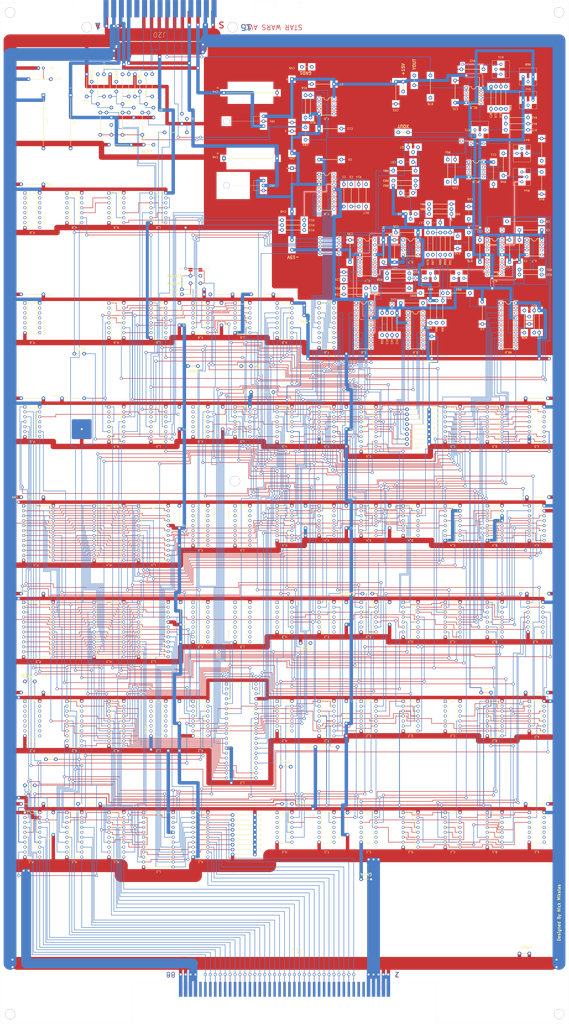
<source format=kicad_pcb>
(kicad_pcb (version 20171130) (host pcbnew "(5.1.5)-3")
  (layers (0 F.Cu signal) (31 B.Cu signal) (34 B.Paste user) (35 F.Paste user) (36 B.SilkS user) (37 F.SilkS user) (38 B.Mask user) (39 F.Mask user) (44 Edge.Cuts user))
  (net 0 "")
  (net 1 "Net-(A_1-Pad3)")
  (net 2 "Net-(A_1-Pad1)")
  (net 3 "Net-(A_1-Pad2)")
  (net 4 +5V)
  (net 5 "Net-(B_1-Pad12)")
  (net 6 "Net-(B_1-Pad13)")
  (net 7 12MHZ)
  (net 8 ~OP1)
  (net 9 "Net-(B_1-Pad11)")
  (net 10 "Net-(A_2-Pad2)")
  (net 11 "Net-(B_1-Pad9)")
  (net 12 P3)
  (net 13 "Net-(B_1-Pad14)")
  (net 14 "Net-(A_2-Pad1)")
  (net 15 "Net-(C_1-Pad12)")
  (net 16 "Net-(C_1-Pad13)")
  (net 17 "Net-(C_1-Pad11)")
  (net 18 "Net-(A_3-Pad6)")
  (net 19 "Net-(C_1-Pad14)")
  (net 20 "Net-(D_1-Pad12)")
  (net 21 "Net-(D_1-Pad13)")
  (net 22 "Net-(D_1-Pad11)")
  (net 23 GO)
  (net 24 "Net-(D_1-Pad14)")
  (net 25 "Net-(A_3-Pad5)")
  (net 26 OP1)
  (net 27 HALT*)
  (net 28 "Net-(C_4-Pad11)")
  (net 29 OP2)
  (net 30 OP0)
  (net 31 "Net-(F_1-Pad12)")
  (net 32 "Net-(E_2-Pad3)")
  (net 33 ~VGRST)
  (net 34 ~STROBE3)
  (net 35 ~VGGO)
  (net 36 HALT)
  (net 37 ~HALT)
  (net 38 ~VW)
  (net 39 DVG7)
  (net 40 DVG6)
  (net 41 DVG5)
  (net 42 DVG4)
  (net 43 DVG3)
  (net 44 DVG2)
  (net 45 DVG1)
  (net 46 DVG0)
  (net 47 PD0)
  (net 48 PD1)
  (net 49 PD2)
  (net 50 PD3)
  (net 51 PD4)
  (net 52 PD5)
  (net 53 PD6)
  (net 54 PD7)
  (net 55 ~BUFFEN)
  (net 56 AM7)
  (net 57 AM6)
  (net 58 AM5)
  (net 59 AM4)
  (net 60 AM3)
  (net 61 AM2)
  (net 62 AM1)
  (net 63 AM0)
  (net 64 ~VROM)
  (net 65 AM10)
  (net 66 AM11)
  (net 67 AM9)
  (net 68 AM8)
  (net 69 ~VMEM)
  (net 70 AB7)
  (net 71 AB6)
  (net 72 AB0)
  (net 73 AB4)
  (net 74 AB3)
  (net 75 AB2)
  (net 76 AB1)
  (net 77 AB5)
  (net 78 AB13)
  (net 79 P1)
  (net 80 R/~WB)
  (net 81 AB12)
  (net 82 AB11)
  (net 83 AM12)
  (net 84 AB10)
  (net 85 "Net-(N_1-Pad14)")
  (net 86 AB9)
  (net 87 "Net-(N_1-Pad16)")
  (net 88 AB8)
  (net 89 AM13)
  (net 90 ~EVGGO)
  (net 91 E12MHZ)
  (net 92 "Net-(6MHZ1-Pad1)")
  (net 93 E1.5MHZ)
  (net 94 3MHZ)
  (net 95 E3MHZ)
  (net 96 VGCLK)
  (net 97 E6MHZ)
  (net 98 ~EVMEM)
  (net 99 ~EVGRST)
  (net 100 VGHALT)
  (net 101 SPARE)
  (net 102 "Net-(L_8-Pad2)")
  (net 103 +12V)
  (net 104 "Net-(L_8-Pad10)")
  (net 105 "Net-(L_8-Pad12)")
  (net 106 +15V)
  (net 107 "Net-(A_2-Pad4)")
  (net 108 "Net-(A_2-Pad5)")
  (net 109 "Net-(A_2-Pad6)")
  (net 110 ~STOP)
  (net 111 ~SA)
  (net 112 "Net-(A_2-Pad13)")
  (net 113 "Net-(B_2-Pad10)")
  (net 114 "Net-(B_2-Pad11)")
  (net 115 "Net-(B_2-Pad15)")
  (net 116 "Net-(D_2-Pad1)")
  (net 117 "Net-(D_2-Pad12)")
  (net 118 "Net-(D_2-Pad5)")
  (net 119 ST3)
  (net 120 "Net-(B_3-Pad9)")
  (net 121 "Net-(D_2-Pad9)")
  (net 122 VCTR)
  (net 123 CNTR)
  (net 124 "Net-(B_3-Pad14)")
  (net 125 SA)
  (net 126 "Net-(F_2-Pad2)")
  (net 127 "Net-(F_2-Pad7)")
  (net 128 ~VCTR)
  (net 129 "Net-(H_2-Pad4)")
  (net 130 "Net-(H_2-Pad3)")
  (net 131 ST2)
  (net 132 "Net-(H_2-Pad5)")
  (net 133 ~CENTER)
  (net 134 DVY11)
  (net 135 DVY12)
  (net 136 ~OP0)
  (net 137 ~STROBE0)
  (net 138 "Net-(J_2-Pad23)")
  (net 139 AVG13)
  (net 140 AVG12)
  (net 141 AVG11)
  (net 142 AVG10)
  (net 143 AVG9)
  (net 144 AVG8)
  (net 145 AVG7)
  (net 146 AVG6)
  (net 147 DVY9)
  (net 148 AVG3)
  (net 149 AVG4)
  (net 150 AVG5)
  (net 151 ~STROBE2)
  (net 152 "Net-(J_2-Pad5)")
  (net 153 DVY3)
  (net 154 DVY4)
  (net 155 DVY5)
  (net 156 DVY6)
  (net 157 DVY7)
  (net 158 DVY8)
  (net 159 DVY10)
  (net 160 DVY2)
  (net 161 DVY1)
  (net 162 DVY0)
  (net 163 ~STROBE1)
  (net 164 AVG0)
  (net 165 AVG1)
  (net 166 AVG2)
  (net 167 ~VRAM3)
  (net 168 ~VRAM2)
  (net 169 ~VRAM1)
  (net 170 ~VRAM0)
  (net 171 ~VRAM4)
  (net 172 ~VRAM5)
  (net 173 "Net-(K_2-Pad10)")
  (net 174 "Net-(K_2-Pad11)")
  (net 175 "Net-(L_2-Pad4)")
  (net 176 "Net-(L_2-Pad3)")
  (net 177 "Net-(L_2-Pad2)")
  (net 178 "Net-(L_2-Pad1)")
  (net 179 "Net-(L_2-Pad5)")
  (net 180 "Net-(L_2-Pad6)")
  (net 181 "Net-(L_2-Pad7)")
  (net 182 "Net-(L_2-Pad9)")
  (net 183 "Net-(L_2-Pad10)")
  (net 184 "Net-(L_2-Pad11)")
  (net 185 "Net-(L_2-Pad12)")
  (net 186 "Net-(L_2-Pad13)")
  (net 187 "Net-(L_2-Pad14)")
  (net 188 "Net-(L_2-Pad15)")
  (net 189 VMEM)
  (net 190 "Net-(M_2-Pad6)")
  (net 191 "Net-(N_2-Pad16)")
  (net 192 "Net-(N_2-Pad18)")
  (net 193 "Net-(P_2-Pad4)")
  (net 194 "Net-(P_2-Pad3)")
  (net 195 "Net-(P_2-Pad2)")
  (net 196 "Net-(P_2-Pad1)")
  (net 197 "Net-(P_2-Pad5)")
  (net 198 "Net-(P_2-Pad6)")
  (net 199 "Net-(P_2-Pad7)")
  (net 200 "Net-(P_2-Pad9)")
  (net 201 "Net-(P_2-Pad10)")
  (net 202 "Net-(P_2-Pad11)")
  (net 203 "Net-(P_2-Pad12)")
  (net 204 "Net-(P_2-Pad13)")
  (net 205 "Net-(P_2-Pad14)")
  (net 206 "Net-(P_2-Pad15)")
  (net 207 "Net-(B_3-Pad4)")
  (net 208 F2)
  (net 209 F1)
  (net 210 "Net-(B_3-Pad10)")
  (net 211 "Net-(B_3-Pad11)")
  (net 212 F0)
  (net 213 "Net-(B_3-Pad13)")
  (net 214 F3)
  (net 215 ~DVX12)
  (net 216 DVX12)
  (net 217 ~LATCH1)
  (net 218 "Net-(C_3-Pad6)")
  (net 219 Z1)
  (net 220 ~LATCH3)
  (net 221 Z2)
  (net 222 "Net-(C_3-Pad11)")
  (net 223 "Net-(C_3-Pad14)")
  (net 224 Z0)
  (net 225 ~LATCH2)
  (net 226 ~LATCH0)
  (net 227 "Net-(D_3-Pad10)")
  (net 228 "Net-(D_3-Pad11)")
  (net 229 "Net-(E_3-Pad4)")
  (net 230 "Net-(E_3-Pad13)")
  (net 231 SCALE)
  (net 232 "Net-(E_3-Pad2)")
  (net 233 ~1.5MHZ)
  (net 234 "Net-(F_3-Pad1)")
  (net 235 "Net-(F_3-Pad2)")
  (net 236 "Net-(F_3-Pad5)")
  (net 237 ~OP2)
  (net 238 NORM)
  (net 239 "Net-(J_3-Pad5)")
  (net 240 "Net-(J_3-Pad4)")
  (net 241 "Net-(J_3-Pad3)")
  (net 242 "Net-(J_3-Pad2)")
  (net 243 "Net-(J_3-Pad1)")
  (net 244 "Net-(J_3-Pad6)")
  (net 245 "Net-(J_3-Pad7)")
  (net 246 "Net-(J_3-Pad8)")
  (net 247 "Net-(J_3-Pad10)")
  (net 248 "Net-(J_3-Pad11)")
  (net 249 "Net-(J_3-Pad12)")
  (net 250 "Net-(J_3-Pad13)")
  (net 251 "Net-(J_3-Pad14)")
  (net 252 "Net-(J_3-Pad15)")
  (net 253 "Net-(J_3-Pad16)")
  (net 254 "Net-(J_3-Pad17)")
  (net 255 "Net-(K_3-Pad5)")
  (net 256 "Net-(K_3-Pad4)")
  (net 257 "Net-(K_3-Pad3)")
  (net 258 "Net-(K_3-Pad2)")
  (net 259 "Net-(K_3-Pad1)")
  (net 260 "Net-(K_3-Pad6)")
  (net 261 "Net-(K_3-Pad7)")
  (net 262 "Net-(K_3-Pad8)")
  (net 263 "Net-(K_3-Pad10)")
  (net 264 "Net-(K_3-Pad11)")
  (net 265 "Net-(K_3-Pad12)")
  (net 266 "Net-(K_3-Pad13)")
  (net 267 "Net-(K_3-Pad14)")
  (net 268 "Net-(K_3-Pad15)")
  (net 269 "Net-(K_3-Pad16)")
  (net 270 "Net-(K_3-Pad17)")
  (net 271 "Net-(A_4-Pad4)")
  (net 272 "Net-(A_4-Pad7)")
  (net 273 "Net-(A_4-Pad9)")
  (net 274 "Net-(A_4-Pad12)")
  (net 275 "Net-(B_4-Pad3)")
  (net 276 "Net-(B_4-Pad2)")
  (net 277 "Net-(B_4-Pad1)")
  (net 278 "Net-(B_4-Pad15)")
  (net 279 "Net-(D_4-Pad4)")
  (net 280 "Net-(D_4-Pad2)")
  (net 281 "Net-(A_5-Pad9)")
  (net 282 "Net-(C_5-Pad9)")
  (net 283 "Net-(E_4-Pad3)")
  (net 284 ~ENORM)
  (net 285 "Net-(E_4-Pad6)")
  (net 286 "Net-(A_5-Pad10)")
  (net 287 "Net-(C_5-Pad10)")
  (net 288 DVX11)
  (net 289 P2)
  (net 290 ~DVY12)
  (net 291 "Net-(J_4-Pad5)")
  (net 292 "Net-(J_4-Pad4)")
  (net 293 "Net-(J_4-Pad3)")
  (net 294 "Net-(J_4-Pad2)")
  (net 295 "Net-(J_4-Pad1)")
  (net 296 "Net-(J_4-Pad6)")
  (net 297 "Net-(J_4-Pad7)")
  (net 298 "Net-(J_4-Pad8)")
  (net 299 "Net-(J_4-Pad10)")
  (net 300 "Net-(J_4-Pad11)")
  (net 301 "Net-(J_4-Pad12)")
  (net 302 "Net-(J_4-Pad13)")
  (net 303 "Net-(J_4-Pad14)")
  (net 304 "Net-(J_4-Pad15)")
  (net 305 "Net-(J_4-Pad16)")
  (net 306 "Net-(J_4-Pad17)")
  (net 307 "Net-(K_4-Pad5)")
  (net 308 "Net-(K_4-Pad4)")
  (net 309 "Net-(K_4-Pad3)")
  (net 310 "Net-(K_4-Pad2)")
  (net 311 "Net-(K_4-Pad1)")
  (net 312 "Net-(K_4-Pad6)")
  (net 313 "Net-(K_4-Pad7)")
  (net 314 "Net-(K_4-Pad8)")
  (net 315 "Net-(K_4-Pad10)")
  (net 316 "Net-(K_4-Pad11)")
  (net 317 "Net-(K_4-Pad12)")
  (net 318 "Net-(K_4-Pad13)")
  (net 319 "Net-(K_4-Pad14)")
  (net 320 "Net-(K_4-Pad15)")
  (net 321 "Net-(K_4-Pad16)")
  (net 322 "Net-(K_4-Pad17)")
  (net 323 "Net-(A_5-Pad12)")
  (net 324 "Net-(A_5-Pad13)")
  (net 325 "Net-(A_5-Pad14)")
  (net 326 DVX3)
  (net 327 DVX4)
  (net 328 DVX5)
  (net 329 DVX6)
  (net 330 DVX7)
  (net 331 DVX8)
  (net 332 DVX9)
  (net 333 DVX10)
  (net 334 "Net-(D_6-Pad10)")
  (net 335 "Net-(D_6-Pad11)")
  (net 336 "Net-(D_6-Pad12)")
  (net 337 "Net-(D_6-Pad8)")
  (net 338 ~SCALELD)
  (net 339 "Net-(D_6-Pad9)")
  (net 340 "Net-(D_6-Pad5)")
  (net 341 "Net-(D_6-Pad6)")
  (net 342 "Net-(D_6-Pad7)")
  (net 343 ~STATCLK)
  (net 344 "Net-(J_5-Pad1)")
  (net 345 "Net-(K_5-Pad8)")
  (net 346 "Net-(L_5-Pad3)")
  (net 347 "Net-(L_5-Pad2)")
  (net 348 "Net-(L_5-Pad6)")
  (net 349 "Net-(L_5-Pad7)")
  (net 350 "Net-(L_5-Pad10)")
  (net 351 "Net-(L_5-Pad11)")
  (net 352 "Net-(L_5-Pad14)")
  (net 353 "Net-(L_5-Pad15)")
  (net 354 "Net-(M_5-Pad3)")
  (net 355 "Net-(M_5-Pad2)")
  (net 356 "Net-(J_6-Pad1)")
  (net 357 "Net-(M_5-Pad7)")
  (net 358 "Net-(M_5-Pad10)")
  (net 359 "Net-(J_6-Pad2)")
  (net 360 "Net-(J_6-Pad13)")
  (net 361 "Net-(M_5-Pad15)")
  (net 362 "Net-(M_6-Pad11)")
  (net 363 XREF)
  (net 364 "Net-(AB_6-Pad15)")
  (net 365 "Net-(AB_6-Pad16)")
  (net 366 -15V)
  (net 367 XBIP)
  (net 368 "Net-(C42-Pad2)")
  (net 369 "Net-(D_6-Pad14)")
  (net 370 "Net-(D_6-Pad15)")
  (net 371 "Net-(C41-Pad2)")
  (net 372 YREF)
  (net 373 "Net-(E_6-Pad15)")
  (net 374 "Net-(E_6-Pad16)")
  (net 375 YBIP)
  (net 376 "Net-(F_6-Pad2)")
  (net 377 "Net-(F_6-Pad5)")
  (net 378 "Net-(F_6-Pad6)")
  (net 379 "Net-(F_6-Pad9)")
  (net 380 "Net-(F_6-Pad12)")
  (net 381 "Net-(F_6-Pad15)")
  (net 382 "Net-(F_6-Pad16)")
  (net 383 "Net-(F_6-Pad19)")
  (net 384 "Net-(J_6-Pad12)")
  (net 385 "Net-(E_7-Pad16)")
  (net 386 "Net-(E_7-Pad1)")
  (net 387 ZBLANK)
  (net 388 "Net-(B_7-Pad1)")
  (net 389 "Net-(B_7-Pad16)")
  (net 390 "Net-(L_6-Pad3)")
  (net 391 "Net-(L_6-Pad2)")
  (net 392 "Net-(L_6-Pad6)")
  (net 393 "Net-(L_6-Pad7)")
  (net 394 "Net-(L_6-Pad10)")
  (net 395 "Net-(L_6-Pad11)")
  (net 396 "Net-(L_6-Pad14)")
  (net 397 "Net-(L_6-Pad15)")
  (net 398 "Net-(M_6-Pad3)")
  (net 399 "Net-(M_6-Pad2)")
  (net 400 "Net-(M_6-Pad6)")
  (net 401 "Net-(M_6-Pad7)")
  (net 402 "Net-(M_6-Pad13)")
  (net 403 "Net-(P_6-Pad4)")
  (net 404 "Net-(P_6-Pad3)")
  (net 405 "Net-(P_6-Pad1)")
  (net 406 "Net-(P_6-Pad2)")
  (net 407 "Net-(P_6-Pad5)")
  (net 408 "Net-(P_6-Pad6)")
  (net 409 "Net-(P_6-Pad8)")
  (net 410 "Net-(P_6-Pad9)")
  (net 411 "Net-(P_6-Pad10)")
  (net 412 "Net-(P_6-Pad11)")
  (net 413 "Net-(P_6-Pad12)")
  (net 414 "Net-(P_6-Pad13)")
  (net 415 "Net-(A_7-Pad2)")
  (net 416 "Net-(A_7-Pad1)")
  (net 417 "Net-(A_7-Pad7)")
  (net 418 "Net-(B_7-Pad15)")
  (net 419 "Net-(B_7-Pad6)")
  (net 420 "Net-(B_7-Pad7)")
  (net 421 "Net-(B_7-Pad8)")
  (net 422 "Net-(D_7-Pad2)")
  (net 423 "Net-(D_7-Pad1)")
  (net 424 "Net-(C25-Pad1)")
  (net 425 "Net-(E_7-Pad15)")
  (net 426 "Net-(E_7-Pad6)")
  (net 427 "Net-(E_7-Pad7)")
  (net 428 "Net-(E_7-Pad8)")
  (net 429 "Net-(BC_8-Pad1)")
  (net 430 "Net-(BC_8-Pad3)")
  (net 431 "Net-(BC_8-Pad5)")
  (net 432 "Net-(BC_8-Pad6)")
  (net 433 "Net-(BC_8-Pad7)")
  (net 434 "Net-(BC_9-Pad1)")
  (net 435 "Net-(BC_9-Pad3)")
  (net 436 "Net-(BC_9-Pad5)")
  (net 437 "Net-(BC_9-Pad6)")
  (net 438 "Net-(BC_9-Pad7)")
  (net 439 "Net-(C83-Pad2)")
  (net 440 "Net-(C5-Pad1)")
  (net 441 "Net-(F_8-Pad15)")
  (net 442 "Net-(F_8-Pad16)")
  (net 443 ZREF)
  (net 444 "Net-(F_9-Pad7)")
  (net 445 "Net-(L_8-Pad11)")
  (net 446 "Net-(M_8-Pad3)")
  (net 447 BLANK)
  (net 448 "Net-(M_8-Pad2)")
  (net 449 "Net-(N_8-Pad4)")
  (net 450 "Net-(N_8-Pad3)")
  (net 451 "Net-(N_8-Pad5)")
  (net 452 "Net-(N_8-Pad6)")
  (net 453 "Net-(N_8-Pad12)")
  (net 454 "Net-(N_8-Pad13)")
  (net 455 "Net-(P_8-Pad4)")
  (net 456 "Net-(P_8-Pad3)")
  (net 457 "Net-(P_8-Pad2)")
  (net 458 "Net-(P_8-Pad1)")
  (net 459 "Net-(P_8-Pad5)")
  (net 460 "Net-(P_8-Pad6)")
  (net 461 "Net-(P_8-Pad7)")
  (net 462 "Net-(P_8-Pad9)")
  (net 463 "Net-(P_8-Pad10)")
  (net 464 "Net-(P_8-Pad11)")
  (net 465 "Net-(P_8-Pad12)")
  (net 466 "Net-(P_8-Pad13)")
  (net 467 "Net-(P_8-Pad14)")
  (net 468 "Net-(P_8-Pad15)")
  (net 469 "Net-(J20-Pad13)")
  (net 470 "Net-(J20-Pad12)")
  (net 471 X_OUT)
  (net 472 Y_OUT)
  (net 473 BLUE)
  (net 474 GREEN)
  (net 475 RED)
  (net 476 "Net-(J20-Pad5)")
  (net 477 -22VDC)
  (net 478 +22VDC)
  (net 479 "Net-(J20-PadD)")
  (net 480 "Net-(J20-PadE)")
  (net 481 "Net-(J17-Pad78)")
  (net 482 "Net-(J17-Pad77)")
  (net 483 "Net-(J17-Pad14)")
  (net 484 "Net-(J17-Pad12)")
  (net 485 "Net-(J17-Pad11)")
  (net 486 "Net-(J17-Pad13)")
  (net 487 GND)
  (net 488 "Net-(A_3-Pad1)")
  (net 489 "Net-(H_3-Pad3)")
  (net 490 "Net-(H_3-Pad1)")
  (net 491 "Net-(H_3-Pad2)")
  (net 492 "Net-(K_5-Pad4)")
  (net 493 "Net-(K_5-Pad3)")
  (net 494 "Net-(K_5-Pad1)")
  (net 495 "Net-(K_5-Pad2)")
  (net 496 "Net-(K_5-Pad5)")
  (net 497 "Net-(K_5-Pad6)")
  (net 498 "Net-(BLUE1-Pad1)")
  (net 499 "Net-(GREEN1-Pad1)")
  (net 500 "Net-(L1-Pad2)")
  (net 501 "Net-(CR2-Pad2)")
  (net 502 "Net-(L1-Pad1)")
  (net 503 "Net-(L2-Pad1)")
  (net 504 "Net-(L3-Pad1)")
  (net 505 "Net-(Q1-Pad2)")
  (net 506 "Net-(C37-Pad1)")
  (net 507 "Net-(C38-Pad2)")
  (net 508 "Net-(Q8-Pad3)")
  (net 509 "Net-(C38-Pad1)")
  (net 510 "Net-(H_1-Pad4)")
  (net 511 "Net-(H_1-Pad3)")
  (net 512 "Net-(H_1-Pad1)")
  (net 513 "Net-(H_1-Pad2)")
  (net 514 "Net-(H_1-Pad5)")
  (net 515 "Net-(H_1-Pad6)")
  (net 516 "Net-(C4-Pad2)")
  (net 517 "Net-(C5-Pad2)")
  (net 518 "Net-(C21-Pad2)")
  (net 519 "Net-(R75-Pad1)")
  (net 520 "Net-(R89-Pad1)")
  (net 521 "Net-(R76-Pad1)")
  (net 522 "Net-(R93-Pad1)")
  (net 523 "Net-(C47-Pad2)")
  (net 524 "Net-(C66-Pad2)")
  (net 525 "Net-(R41-Pad2)")
  (net 526 "Net-(R68-Pad2)")
  (net 527 "Net-(R71-Pad3)")
  (net 528 "Net-(R44-Pad3)")
  (module Star_Wars_Vector_PCB:MountingHole (layer F.Cu) (at 30.48 567.055)
    (fp_text reference REF** hide)
    (fp_text value MountingHole)
    (pad 1 thru_hole circle (at 0 0) (size 5.207 5.207) (drill 5.08) (layers *.Cu *.Mask))
  )
  (module Star_Wars_Vector_PCB:MountingHole (layer F.Cu) (at 312.42 567.055)
    (fp_text reference REF** hide)
    (fp_text value MountingHole)
    (pad 1 thru_hole circle (at 0 0) (size 5.207 5.207) (drill 5.08) (layers *.Cu *.Mask))
  )
  (module Star_Wars_Vector_PCB:MountingHole (layer F.Cu) (at 146.05 293.37)
    (fp_text reference REF** hide)
    (fp_text value MountingHole)
    (pad 1 thru_hole circle (at 0 0) (size 5.207 5.207) (drill 5.08) (layers *.Cu *.Mask))
  )
  (module Star_Wars_Vector_PCB:MountingHole (layer F.Cu) (at 30.48 52.705)
    (fp_text reference REF** hide)
    (fp_text value MountingHole)
    (pad 1 thru_hole circle (at 0 0) (size 5.207 5.207) (drill 5.08) (layers *.Cu *.Mask))
  )
  (module Star_Wars_Vector_PCB:MountingHole (layer F.Cu) (at 69.85 60.325)
    (fp_text reference REF** hide)
    (fp_text value MountingHole)
    (pad 1 thru_hole circle (at 0 0) (size 5.207 5.207) (drill 5.08) (layers *.Cu *.Mask))
  )
  (module Star_Wars_Vector_PCB:MountingHole (layer F.Cu) (at 144.78 60.325)
    (fp_text reference REF** hide)
    (fp_text value MountingHole)
    (pad 1 thru_hole circle (at 0 0) (size 5.207 5.207) (drill 5.08) (layers *.Cu *.Mask))
  )
  (module Star_Wars_Vector_PCB:MountingHole (layer F.Cu) (at 312.42 52.705)
    (fp_text reference REF** hide)
    (fp_text value MountingHole)
    (pad 1 thru_hole circle (at 0 0) (size 5.207 5.207) (drill 5.08) (layers *.Cu *.Mask))
  )
  (module Star_Wars_Vector_PCB:VIA_040 (layer F.Cu) (at 34.925 304.165)
    (fp_text reference Ref** hide)
    (fp_text value Val** hide)
    (pad 1 thru_hole circle (at 0 0) (size 1.524 1.524) (drill 1.016) (layers *.Cu *.Mask) (net 4 +5V))
  )
  (module Star_Wars_Vector_PCB:VIA_040 (layer F.Cu) (at 34.925 353.695)
    (fp_text reference Ref** hide)
    (fp_text value Val** hide)
    (pad 1 thru_hole circle (at 0 0) (size 1.524 1.524) (drill 1.016) (layers *.Cu *.Mask) (net 4 +5V))
  )
  (module Star_Wars_Vector_PCB:VIA_040 (layer F.Cu) (at 144.145 448.31)
    (fp_text reference Ref** hide)
    (fp_text value Val** hide)
    (pad 1 thru_hole circle (at 0 0) (size 1.524 1.524) (drill 1.016) (layers *.Cu *.Mask) (net 487 GND))
  )
  (module Star_Wars_Vector_PCB:VIA_040 (layer F.Cu) (at 102.87 431.165)
    (fp_text reference Ref** hide)
    (fp_text value Val** hide)
    (pad 1 thru_hole circle (at 0 0) (size 1.524 1.524) (drill 1.016) (layers *.Cu *.Mask) (net 487 GND))
  )
  (module Star_Wars_Vector_PCB:VIA_040 (layer F.Cu) (at 307.975 406.4)
    (fp_text reference Ref** hide)
    (fp_text value Val** hide)
    (pad 1 thru_hole circle (at 0 0) (size 1.524 1.524) (drill 1.016) (layers *.Cu *.Mask) (net 4 +5V))
  )
  (module Star_Wars_Vector_PCB:VIA_040 (layer F.Cu) (at 34.925 404.495)
    (fp_text reference Ref** hide)
    (fp_text value Val** hide)
    (pad 1 thru_hole circle (at 0 0) (size 1.524 1.524) (drill 1.016) (layers *.Cu *.Mask) (net 4 +5V))
  )
  (module Star_Wars_Vector_PCB:VIA_040 (layer F.Cu) (at 40.005 493.395)
    (fp_text reference Ref** hide)
    (fp_text value Val** hide)
    (pad 1 thru_hole circle (at 0 0) (size 1.524 1.524) (drill 1.016) (layers *.Cu *.Mask) (net 487 GND))
  )
  (module Star_Wars_Vector_PCB:VIA_040 (layer F.Cu) (at 37.465 493.395)
    (fp_text reference Ref** hide)
    (fp_text value Val** hide)
    (pad 1 thru_hole circle (at 0 0) (size 1.524 1.524) (drill 1.016) (layers *.Cu *.Mask) (net 487 GND))
  )
  (module Star_Wars_Vector_PCB:VIA_040 (layer F.Cu) (at 125.73 546.735)
    (fp_text reference Ref** hide)
    (fp_text value Val** hide)
    (pad 1 thru_hole circle (at 0 0) (size 1.524 1.524) (drill 1.016) (layers *.Cu *.Mask) (net 487 GND))
  )
  (module Star_Wars_Vector_PCB:VIA_040 (layer F.Cu) (at 123.19 546.735)
    (fp_text reference Ref** hide)
    (fp_text value Val** hide)
    (pad 1 thru_hole circle (at 0 0) (size 1.524 1.524) (drill 1.016) (layers *.Cu *.Mask) (net 487 GND))
  )
  (module Star_Wars_Vector_PCB:VIA_040 (layer F.Cu) (at 219.71 487.68)
    (fp_text reference Ref** hide)
    (fp_text value Val** hide)
    (pad 1 thru_hole circle (at 0 0) (size 1.524 1.524) (drill 1.016) (layers *.Cu *.Mask) (net 487 GND))
  )
  (module Star_Wars_Vector_PCB:VIA_040 (layer F.Cu) (at 214.63 487.68)
    (fp_text reference Ref** hide)
    (fp_text value Val** hide)
    (pad 1 thru_hole circle (at 0 0) (size 1.524 1.524) (drill 1.016) (layers *.Cu *.Mask) (net 487 GND))
  )
  (module Star_Wars_Vector_PCB:VIA_040 (layer F.Cu) (at 217.17 487.68)
    (fp_text reference Ref** hide)
    (fp_text value Val** hide)
    (pad 1 thru_hole circle (at 0 0) (size 1.524 1.524) (drill 1.016) (layers *.Cu *.Mask) (net 487 GND))
  )
  (module Star_Wars_Vector_PCB:VIA_040 (layer F.Cu) (at 214.63 546.735)
    (fp_text reference Ref** hide)
    (fp_text value Val** hide)
    (pad 1 thru_hole circle (at 0 0) (size 1.524 1.524) (drill 1.016) (layers *.Cu *.Mask) (net 487 GND))
  )
  (module Star_Wars_Vector_PCB:VIA_040 (layer F.Cu) (at 217.17 546.735)
    (fp_text reference Ref** hide)
    (fp_text value Val** hide)
    (pad 1 thru_hole circle (at 0 0) (size 1.524 1.524) (drill 1.016) (layers *.Cu *.Mask) (net 487 GND))
  )
  (module Star_Wars_Vector_PCB:VIA_040 (layer F.Cu) (at 146.05 546.735)
    (fp_text reference Ref** hide)
    (fp_text value Val** hide)
    (pad 1 thru_hole circle (at 0 0) (size 1.524 1.524) (drill 1.016) (layers *.Cu *.Mask) (net 99 ~EVGRST))
  )
  (module Star_Wars_Vector_PCB:VIA_040 (layer F.Cu) (at 148.59 546.735)
    (fp_text reference Ref** hide)
    (fp_text value Val** hide)
    (pad 1 thru_hole circle (at 0 0) (size 1.524 1.524) (drill 1.016) (layers *.Cu *.Mask) (net 100 VGHALT))
  )
  (module Star_Wars_Vector_PCB:VIA_040 (layer F.Cu) (at 151.13 546.735)
    (fp_text reference Ref** hide)
    (fp_text value Val** hide)
    (pad 1 thru_hole circle (at 0 0) (size 1.524 1.524) (drill 1.016) (layers *.Cu *.Mask) (net 81 AB12))
  )
  (module Star_Wars_Vector_PCB:VIA_040 (layer F.Cu) (at 153.67 546.735)
    (fp_text reference Ref** hide)
    (fp_text value Val** hide)
    (pad 1 thru_hole circle (at 0 0) (size 1.524 1.524) (drill 1.016) (layers *.Cu *.Mask) (net 80 R/~WB))
  )
  (module Star_Wars_Vector_PCB:VIA_040 (layer F.Cu) (at 156.21 546.735)
    (fp_text reference Ref** hide)
    (fp_text value Val** hide)
    (pad 1 thru_hole circle (at 0 0) (size 1.524 1.524) (drill 1.016) (layers *.Cu *.Mask) (net 78 AB13))
  )
  (module Star_Wars_Vector_PCB:VIA_040 (layer F.Cu) (at 158.75 546.735)
    (fp_text reference Ref** hide)
    (fp_text value Val** hide)
    (pad 1 thru_hole circle (at 0 0) (size 1.524 1.524) (drill 1.016) (layers *.Cu *.Mask) (net 82 AB11))
  )
  (module Star_Wars_Vector_PCB:VIA_040 (layer F.Cu) (at 161.29 546.735)
    (fp_text reference Ref** hide)
    (fp_text value Val** hide)
    (pad 1 thru_hole circle (at 0 0) (size 1.524 1.524) (drill 1.016) (layers *.Cu *.Mask) (net 84 AB10))
  )
  (module Star_Wars_Vector_PCB:VIA_040 (layer F.Cu) (at 163.83 546.735)
    (fp_text reference Ref** hide)
    (fp_text value Val** hide)
    (pad 1 thru_hole circle (at 0 0) (size 1.524 1.524) (drill 1.016) (layers *.Cu *.Mask) (net 86 AB9))
  )
  (module Star_Wars_Vector_PCB:VIA_040 (layer F.Cu) (at 166.37 546.735)
    (fp_text reference Ref** hide)
    (fp_text value Val** hide)
    (pad 1 thru_hole circle (at 0 0) (size 1.524 1.524) (drill 1.016) (layers *.Cu *.Mask) (net 88 AB8))
  )
  (module Star_Wars_Vector_PCB:VIA_040 (layer F.Cu) (at 168.91 546.735)
    (fp_text reference Ref** hide)
    (fp_text value Val** hide)
    (pad 1 thru_hole circle (at 0 0) (size 1.524 1.524) (drill 1.016) (layers *.Cu *.Mask) (net 73 AB4))
  )
  (module Star_Wars_Vector_PCB:VIA_040 (layer F.Cu) (at 171.45 546.735)
    (fp_text reference Ref** hide)
    (fp_text value Val** hide)
    (pad 1 thru_hole circle (at 0 0) (size 1.524 1.524) (drill 1.016) (layers *.Cu *.Mask) (net 72 AB0))
  )
  (module Star_Wars_Vector_PCB:VIA_040 (layer F.Cu) (at 173.99 546.735)
    (fp_text reference Ref** hide)
    (fp_text value Val** hide)
    (pad 1 thru_hole circle (at 0 0) (size 1.524 1.524) (drill 1.016) (layers *.Cu *.Mask) (net 71 AB6))
  )
  (module Star_Wars_Vector_PCB:VIA_040 (layer F.Cu) (at 176.53 546.735)
    (fp_text reference Ref** hide)
    (fp_text value Val** hide)
    (pad 1 thru_hole circle (at 0 0) (size 1.524 1.524) (drill 1.016) (layers *.Cu *.Mask) (net 70 AB7))
  )
  (module Star_Wars_Vector_PCB:VIA_040 (layer F.Cu) (at 179.07 546.735)
    (fp_text reference Ref** hide)
    (fp_text value Val** hide)
    (pad 1 thru_hole circle (at 0 0) (size 1.524 1.524) (drill 1.016) (layers *.Cu *.Mask) (net 77 AB5))
  )
  (module Star_Wars_Vector_PCB:VIA_040 (layer F.Cu) (at 181.61 546.735)
    (fp_text reference Ref** hide)
    (fp_text value Val** hide)
    (pad 1 thru_hole circle (at 0 0) (size 1.524 1.524) (drill 1.016) (layers *.Cu *.Mask) (net 76 AB1))
  )
  (module Star_Wars_Vector_PCB:VIA_040 (layer F.Cu) (at 184.15 546.735)
    (fp_text reference Ref** hide)
    (fp_text value Val** hide)
    (pad 1 thru_hole circle (at 0 0) (size 1.524 1.524) (drill 1.016) (layers *.Cu *.Mask) (net 75 AB2))
  )
  (module Star_Wars_Vector_PCB:VIA_040 (layer F.Cu) (at 143.51 546.735)
    (fp_text reference Ref** hide)
    (fp_text value Val** hide)
    (pad 1 thru_hole circle (at 0 0) (size 1.524 1.524) (drill 1.016) (layers *.Cu *.Mask) (net 98 ~EVMEM))
  )
  (module Star_Wars_Vector_PCB:VIA_040 (layer F.Cu) (at 140.97 546.735)
    (fp_text reference Ref** hide)
    (fp_text value Val** hide)
    (pad 1 thru_hole circle (at 0 0) (size 1.524 1.524) (drill 1.016) (layers *.Cu *.Mask) (net 97 E6MHZ))
  )
  (module Star_Wars_Vector_PCB:VIA_040 (layer F.Cu) (at 138.43 546.735)
    (fp_text reference Ref** hide)
    (fp_text value Val** hide)
    (pad 1 thru_hole circle (at 0 0) (size 1.524 1.524) (drill 1.016) (layers *.Cu *.Mask) (net 95 E3MHZ))
  )
  (module Star_Wars_Vector_PCB:VIA_040 (layer F.Cu) (at 135.89 546.735)
    (fp_text reference Ref** hide)
    (fp_text value Val** hide)
    (pad 1 thru_hole circle (at 0 0) (size 1.524 1.524) (drill 1.016) (layers *.Cu *.Mask) (net 90 ~EVGGO))
  )
  (module Star_Wars_Vector_PCB:VIA_040 (layer F.Cu) (at 133.35 546.735)
    (fp_text reference Ref** hide)
    (fp_text value Val** hide)
    (pad 1 thru_hole circle (at 0 0) (size 1.524 1.524) (drill 1.016) (layers *.Cu *.Mask) (net 91 E12MHZ))
  )
  (module Star_Wars_Vector_PCB:VIA_040 (layer F.Cu) (at 130.81 546.735)
    (fp_text reference Ref** hide)
    (fp_text value Val** hide)
    (pad 1 thru_hole circle (at 0 0) (size 1.524 1.524) (drill 1.016) (layers *.Cu *.Mask) (net 93 E1.5MHZ))
  )
  (module Star_Wars_Vector_PCB:VIA_040 (layer F.Cu) (at 186.69 546.735)
    (fp_text reference Ref** hide)
    (fp_text value Val** hide)
    (pad 1 thru_hole circle (at 0 0) (size 1.524 1.524) (drill 1.016) (layers *.Cu *.Mask) (net 74 AB3))
  )
  (module Star_Wars_Vector_PCB:VIA_040 (layer F.Cu) (at 189.23 546.735)
    (fp_text reference Ref** hide)
    (fp_text value Val** hide)
    (pad 1 thru_hole circle (at 0 0) (size 1.524 1.524) (drill 1.016) (layers *.Cu *.Mask) (net 47 PD0))
  )
  (module Star_Wars_Vector_PCB:VIA_040 (layer F.Cu) (at 191.77 546.735)
    (fp_text reference Ref** hide)
    (fp_text value Val** hide)
    (pad 1 thru_hole circle (at 0 0) (size 1.524 1.524) (drill 1.016) (layers *.Cu *.Mask) (net 48 PD1))
  )
  (module Star_Wars_Vector_PCB:VIA_040 (layer F.Cu) (at 194.31 546.735)
    (fp_text reference Ref** hide)
    (fp_text value Val** hide)
    (pad 1 thru_hole circle (at 0 0) (size 1.524 1.524) (drill 1.016) (layers *.Cu *.Mask) (net 49 PD2))
  )
  (module Star_Wars_Vector_PCB:VIA_040 (layer F.Cu) (at 196.85 546.735)
    (fp_text reference Ref** hide)
    (fp_text value Val** hide)
    (pad 1 thru_hole circle (at 0 0) (size 1.524 1.524) (drill 1.016) (layers *.Cu *.Mask) (net 50 PD3))
  )
  (module Star_Wars_Vector_PCB:VIA_040 (layer F.Cu) (at 199.39 546.735)
    (fp_text reference Ref** hide)
    (fp_text value Val** hide)
    (pad 1 thru_hole circle (at 0 0) (size 1.524 1.524) (drill 1.016) (layers *.Cu *.Mask) (net 51 PD4))
  )
  (module Star_Wars_Vector_PCB:VIA_040 (layer F.Cu) (at 201.93 546.735)
    (fp_text reference Ref** hide)
    (fp_text value Val** hide)
    (pad 1 thru_hole circle (at 0 0) (size 1.524 1.524) (drill 1.016) (layers *.Cu *.Mask) (net 52 PD5))
  )
  (module Star_Wars_Vector_PCB:VIA_040 (layer F.Cu) (at 204.47 546.735)
    (fp_text reference Ref** hide)
    (fp_text value Val** hide)
    (pad 1 thru_hole circle (at 0 0) (size 1.524 1.524) (drill 1.016) (layers *.Cu *.Mask) (net 53 PD6))
  )
  (module Star_Wars_Vector_PCB:VIA_040 (layer F.Cu) (at 207.01 546.735)
    (fp_text reference Ref** hide)
    (fp_text value Val** hide)
    (pad 1 thru_hole circle (at 0 0) (size 1.524 1.524) (drill 1.016) (layers *.Cu *.Mask) (net 54 PD7))
  )
  (module Star_Wars_Vector_PCB:VIA_040 (layer F.Cu) (at 34.925 455.93)
    (fp_text reference Ref** hide)
    (fp_text value Val** hide)
    (pad 1 thru_hole circle (at 0 0) (size 1.524 1.524) (drill 1.016) (layers *.Cu *.Mask) (net 4 +5V))
  )
  (module Star_Wars_Vector_PCB:VIA_040 (layer F.Cu) (at 129.54 73.025)
    (fp_text reference Ref** hide)
    (fp_text value Val** hide)
    (pad 1 thru_hole circle (at 0 0) (size 1.524 1.524) (drill 1.016) (layers *.Cu *.Mask) (net 4 +5V))
  )
  (module Star_Wars_Vector_PCB:VIA_040 (layer F.Cu) (at 129.54 69.215)
    (fp_text reference Ref** hide)
    (fp_text value Val** hide)
    (pad 1 thru_hole circle (at 0 0) (size 1.524 1.524) (drill 1.016) (layers *.Cu *.Mask) (net 4 +5V))
  )
  (module Star_Wars_Vector_PCB:VIA_040 (layer F.Cu) (at 83.82 59.69)
    (fp_text reference Ref** hide)
    (fp_text value Val** hide)
    (pad 1 thru_hole circle (at 0 0) (size 1.524 1.524) (drill 1.016) (layers *.Cu *.Mask) (net 4 +5V))
  )
  (module Star_Wars_Vector_PCB:VIA_040 (layer F.Cu) (at 83.82 76.2)
    (fp_text reference Ref** hide)
    (fp_text value Val** hide)
    (pad 1 thru_hole circle (at 0 0) (size 1.524 1.524) (drill 1.016) (layers *.Cu *.Mask) (net 4 +5V))
  )
  (module Star_Wars_Vector_PCB:VIA_040 (layer F.Cu) (at 83.82 72.39)
    (fp_text reference Ref** hide)
    (fp_text value Val** hide)
    (pad 1 thru_hole circle (at 0 0) (size 1.524 1.524) (drill 1.016) (layers *.Cu *.Mask) (net 4 +5V))
  )
  (module Star_Wars_Vector_PCB:VIA_040 (layer F.Cu) (at 219.71 546.735)
    (fp_text reference Ref** hide)
    (fp_text value Val** hide)
    (pad 1 thru_hole circle (at 0 0) (size 1.524 1.524) (drill 1.016) (layers *.Cu *.Mask) (net 487 GND))
  )
  (module Star_Wars_Vector_PCB:VIA_040 (layer F.Cu) (at 120.65 546.735)
    (fp_text reference Ref** hide)
    (fp_text value Val** hide)
    (pad 1 thru_hole circle (at 0 0) (size 1.524 1.524) (drill 1.016) (layers *.Cu *.Mask) (net 4 +5V))
  )
  (module Star_Wars_Vector_PCB:VIA_040 (layer F.Cu) (at 118.11 546.735)
    (fp_text reference Ref** hide)
    (fp_text value Val** hide)
    (pad 1 thru_hole circle (at 0 0) (size 1.524 1.524) (drill 1.016) (layers *.Cu *.Mask) (net 4 +5V))
  )
  (module Star_Wars_Vector_PCB:VIA_040 (layer F.Cu) (at 31.75 542.925)
    (fp_text reference Ref** hide)
    (fp_text value Val** hide)
    (pad 1 thru_hole circle (at 0 0) (size 1.524 1.524) (drill 1.016) (layers *.Cu *.Mask) (net 4 +5V))
  )
  (module Star_Wars_Vector_PCB:VIA_040 (layer F.Cu) (at 31.75 539.115)
    (fp_text reference Ref** hide)
    (fp_text value Val** hide)
    (pad 1 thru_hole circle (at 0 0) (size 1.524 1.524) (drill 1.016) (layers *.Cu *.Mask) (net 4 +5V))
  )
  (module Star_Wars_Vector_PCB:VIA_040 (layer F.Cu) (at 222.25 546.735)
    (fp_text reference Ref** hide)
    (fp_text value Val** hide)
    (pad 1 thru_hole circle (at 0 0) (size 1.524 1.524) (drill 1.016) (layers *.Cu *.Mask) (net 4 +5V))
  )
  (module Star_Wars_Vector_PCB:VIA_040 (layer F.Cu) (at 224.79 546.735)
    (fp_text reference Ref** hide)
    (fp_text value Val** hide)
    (pad 1 thru_hole circle (at 0 0) (size 1.524 1.524) (drill 1.016) (layers *.Cu *.Mask) (net 4 +5V))
  )
  (module Star_Wars_Vector_PCB:DIP14 (layer F.Cu) (at 300.99 471.17)
    (fp_text reference A_1 (at 0 12.7 180 unlocked) (layer F.SilkS))
    (fp_text value LS08 hide)
    (pad 4 thru_hole circle (at -3.81 0) (size 1.524 1.524) (drill 1.016) (layers *.Cu *.Mask))
    (pad 3 thru_hole circle (at -3.81 -2.54) (size 1.524 1.524) (drill 1.016) (layers *.Cu *.Mask) (net 1 "Net-(A_1-Pad3)"))
    (pad 1 thru_hole rect (at -3.81 -7.62) (size 1.524 1.524) (drill 1.016) (layers *.Cu *.Mask) (net 2 "Net-(A_1-Pad1)"))
    (pad 2 thru_hole circle (at -3.81 -5.08) (size 1.524 1.524) (drill 1.016) (layers *.Cu *.Mask) (net 3 "Net-(A_1-Pad2)"))
    (pad 5 thru_hole circle (at -3.81 2.54) (size 1.524 1.524) (drill 1.016) (layers *.Cu *.Mask))
    (pad 6 thru_hole circle (at -3.81 5.08) (size 1.524 1.524) (drill 1.016) (layers *.Cu *.Mask))
    (pad 7 thru_hole circle (at -3.81 7.62) (size 1.524 1.524) (drill 1.016) (layers *.Cu *.Mask) (net 487 GND))
    (pad 8 thru_hole circle (at 3.81 7.62) (size 1.524 1.524) (drill 1.016) (layers *.Cu *.Mask))
    (pad 9 thru_hole circle (at 3.81 5.08) (size 1.524 1.524) (drill 1.016) (layers *.Cu *.Mask))
    (pad 10 thru_hole circle (at 3.81 2.54) (size 1.524 1.524) (drill 1.016) (layers *.Cu *.Mask))
    (pad 11 thru_hole circle (at 3.81 0) (size 1.524 1.524) (drill 1.016) (layers *.Cu *.Mask))
    (pad 12 thru_hole circle (at 3.81 -2.54) (size 1.524 1.524) (drill 1.016) (layers *.Cu *.Mask))
    (pad 13 thru_hole circle (at 3.81 -5.08) (size 1.524 1.524) (drill 1.016) (layers *.Cu *.Mask))
    (pad 14 thru_hole circle (at 3.81 -7.62) (size 1.524 1.524) (drill 1.016) (layers *.Cu *.Mask) (net 4 +5V))
  )
  (module Star_Wars_Vector_PCB:DIP16 (layer F.Cu) (at 279.4 472.44)
    (fp_text reference B_1 (at 0 11.43 180 unlocked) (layer F.SilkS))
    (fp_text value LS161 hide)
    (pad 4 thru_hole circle (at -3.81 -1.27) (size 1.524 1.524) (drill 1.016) (layers *.Cu *.Mask) (net 5 "Net-(B_1-Pad12)"))
    (pad 3 thru_hole circle (at -3.81 -3.81) (size 1.524 1.524) (drill 1.016) (layers *.Cu *.Mask) (net 6 "Net-(B_1-Pad13)"))
    (pad 2 thru_hole circle (at -3.81 -6.35) (size 1.524 1.524) (drill 1.016) (layers *.Cu *.Mask) (net 7 12MHZ))
    (pad 1 thru_hole rect (at -3.81 -8.89) (size 1.524 1.524) (drill 1.016) (layers *.Cu *.Mask) (net 8 ~OP1))
    (pad 5 thru_hole circle (at -3.81 1.27) (size 1.524 1.524) (drill 1.016) (layers *.Cu *.Mask) (net 9 "Net-(B_1-Pad11)"))
    (pad 6 thru_hole circle (at -3.81 3.81) (size 1.524 1.524) (drill 1.016) (layers *.Cu *.Mask) (net 10 "Net-(A_2-Pad2)"))
    (pad 7 thru_hole circle (at -3.81 6.35) (size 1.524 1.524) (drill 1.016) (layers *.Cu *.Mask) (net 1 "Net-(A_1-Pad3)"))
    (pad 8 thru_hole circle (at -3.81 8.89) (size 1.524 1.524) (drill 1.016) (layers *.Cu *.Mask) (net 487 GND))
    (pad 9 thru_hole circle (at 3.81 8.89) (size 1.524 1.524) (drill 1.016) (layers *.Cu *.Mask) (net 11 "Net-(B_1-Pad9)"))
    (pad 10 thru_hole circle (at 3.81 6.35) (size 1.524 1.524) (drill 1.016) (layers *.Cu *.Mask) (net 12 P3))
    (pad 11 thru_hole circle (at 3.81 3.81) (size 1.524 1.524) (drill 1.016) (layers *.Cu *.Mask) (net 9 "Net-(B_1-Pad11)"))
    (pad 12 thru_hole circle (at 3.81 1.27) (size 1.524 1.524) (drill 1.016) (layers *.Cu *.Mask) (net 5 "Net-(B_1-Pad12)"))
    (pad 13 thru_hole circle (at 3.81 -1.27) (size 1.524 1.524) (drill 1.016) (layers *.Cu *.Mask) (net 6 "Net-(B_1-Pad13)"))
    (pad 14 thru_hole circle (at 3.81 -3.81) (size 1.524 1.524) (drill 1.016) (layers *.Cu *.Mask) (net 13 "Net-(B_1-Pad14)"))
    (pad 15 thru_hole circle (at 3.81 -6.35) (size 1.524 1.524) (drill 1.016) (layers *.Cu *.Mask) (net 14 "Net-(A_2-Pad1)"))
    (pad 16 thru_hole circle (at 3.81 -8.89) (size 1.524 1.524) (drill 1.016) (layers *.Cu *.Mask) (net 4 +5V))
  )
  (module Star_Wars_Vector_PCB:DIP16 (layer F.Cu) (at 257.81 472.44)
    (fp_text reference C_1 (at 0 11.43 180 unlocked) (layer F.SilkS))
    (fp_text value LS161 hide)
    (pad 4 thru_hole circle (at -3.81 -1.27) (size 1.524 1.524) (drill 1.016) (layers *.Cu *.Mask) (net 15 "Net-(C_1-Pad12)"))
    (pad 3 thru_hole circle (at -3.81 -3.81) (size 1.524 1.524) (drill 1.016) (layers *.Cu *.Mask) (net 16 "Net-(C_1-Pad13)"))
    (pad 2 thru_hole circle (at -3.81 -6.35) (size 1.524 1.524) (drill 1.016) (layers *.Cu *.Mask) (net 7 12MHZ))
    (pad 1 thru_hole rect (at -3.81 -8.89) (size 1.524 1.524) (drill 1.016) (layers *.Cu *.Mask) (net 12 P3))
    (pad 5 thru_hole circle (at -3.81 1.27) (size 1.524 1.524) (drill 1.016) (layers *.Cu *.Mask) (net 17 "Net-(C_1-Pad11)"))
    (pad 6 thru_hole circle (at -3.81 3.81) (size 1.524 1.524) (drill 1.016) (layers *.Cu *.Mask) (net 18 "Net-(A_3-Pad6)"))
    (pad 7 thru_hole circle (at -3.81 6.35) (size 1.524 1.524) (drill 1.016) (layers *.Cu *.Mask) (net 3 "Net-(A_1-Pad2)"))
    (pad 8 thru_hole circle (at -3.81 8.89) (size 1.524 1.524) (drill 1.016) (layers *.Cu *.Mask) (net 487 GND))
    (pad 9 thru_hole circle (at 3.81 8.89) (size 1.524 1.524) (drill 1.016) (layers *.Cu *.Mask) (net 11 "Net-(B_1-Pad9)"))
    (pad 10 thru_hole circle (at 3.81 6.35) (size 1.524 1.524) (drill 1.016) (layers *.Cu *.Mask) (net 12 P3))
    (pad 11 thru_hole circle (at 3.81 3.81) (size 1.524 1.524) (drill 1.016) (layers *.Cu *.Mask) (net 17 "Net-(C_1-Pad11)"))
    (pad 12 thru_hole circle (at 3.81 1.27) (size 1.524 1.524) (drill 1.016) (layers *.Cu *.Mask) (net 15 "Net-(C_1-Pad12)"))
    (pad 13 thru_hole circle (at 3.81 -1.27) (size 1.524 1.524) (drill 1.016) (layers *.Cu *.Mask) (net 16 "Net-(C_1-Pad13)"))
    (pad 14 thru_hole circle (at 3.81 -3.81) (size 1.524 1.524) (drill 1.016) (layers *.Cu *.Mask) (net 19 "Net-(C_1-Pad14)"))
    (pad 15 thru_hole circle (at 3.81 -6.35) (size 1.524 1.524) (drill 1.016) (layers *.Cu *.Mask) (net 2 "Net-(A_1-Pad1)"))
    (pad 16 thru_hole circle (at 3.81 -8.89) (size 1.524 1.524) (drill 1.016) (layers *.Cu *.Mask) (net 4 +5V))
  )
  (module Star_Wars_Vector_PCB:DIP16 (layer F.Cu) (at 236.22 472.44)
    (fp_text reference D_1 (at 0 11.43 180 unlocked) (layer F.SilkS))
    (fp_text value LS161 hide)
    (pad 4 thru_hole circle (at -3.81 -1.27) (size 1.524 1.524) (drill 1.016) (layers *.Cu *.Mask) (net 20 "Net-(D_1-Pad12)"))
    (pad 3 thru_hole circle (at -3.81 -3.81) (size 1.524 1.524) (drill 1.016) (layers *.Cu *.Mask) (net 21 "Net-(D_1-Pad13)"))
    (pad 2 thru_hole circle (at -3.81 -6.35) (size 1.524 1.524) (drill 1.016) (layers *.Cu *.Mask) (net 7 12MHZ))
    (pad 1 thru_hole rect (at -3.81 -8.89) (size 1.524 1.524) (drill 1.016) (layers *.Cu *.Mask) (net 12 P3))
    (pad 5 thru_hole circle (at -3.81 1.27) (size 1.524 1.524) (drill 1.016) (layers *.Cu *.Mask) (net 22 "Net-(D_1-Pad11)"))
    (pad 6 thru_hole circle (at -3.81 3.81) (size 1.524 1.524) (drill 1.016) (layers *.Cu *.Mask) (net 19 "Net-(C_1-Pad14)"))
    (pad 7 thru_hole circle (at -3.81 6.35) (size 1.524 1.524) (drill 1.016) (layers *.Cu *.Mask) (net 23 GO))
    (pad 8 thru_hole circle (at -3.81 8.89) (size 1.524 1.524) (drill 1.016) (layers *.Cu *.Mask) (net 487 GND))
    (pad 9 thru_hole circle (at 3.81 8.89) (size 1.524 1.524) (drill 1.016) (layers *.Cu *.Mask) (net 11 "Net-(B_1-Pad9)"))
    (pad 10 thru_hole circle (at 3.81 6.35) (size 1.524 1.524) (drill 1.016) (layers *.Cu *.Mask) (net 23 GO))
    (pad 11 thru_hole circle (at 3.81 3.81) (size 1.524 1.524) (drill 1.016) (layers *.Cu *.Mask) (net 22 "Net-(D_1-Pad11)"))
    (pad 12 thru_hole circle (at 3.81 1.27) (size 1.524 1.524) (drill 1.016) (layers *.Cu *.Mask) (net 20 "Net-(D_1-Pad12)"))
    (pad 13 thru_hole circle (at 3.81 -1.27) (size 1.524 1.524) (drill 1.016) (layers *.Cu *.Mask) (net 21 "Net-(D_1-Pad13)"))
    (pad 14 thru_hole circle (at 3.81 -3.81) (size 1.524 1.524) (drill 1.016) (layers *.Cu *.Mask) (net 24 "Net-(D_1-Pad14)"))
    (pad 15 thru_hole circle (at 3.81 -6.35) (size 1.524 1.524) (drill 1.016) (layers *.Cu *.Mask) (net 3 "Net-(A_1-Pad2)"))
    (pad 16 thru_hole circle (at 3.81 -8.89) (size 1.524 1.524) (drill 1.016) (layers *.Cu *.Mask) (net 4 +5V))
  )
  (module Star_Wars_Vector_PCB:DIP14 (layer F.Cu) (at 214.63 471.17)
    (fp_text reference E_1 (at 0 12.7 180 unlocked) (layer F.SilkS))
    (fp_text value LS02 hide)
    (pad 4 thru_hole circle (at -3.81 0) (size 1.524 1.524) (drill 1.016) (layers *.Cu *.Mask))
    (pad 3 thru_hole circle (at -3.81 -2.54) (size 1.524 1.524) (drill 1.016) (layers *.Cu *.Mask) (net 13 "Net-(B_1-Pad14)"))
    (pad 1 thru_hole rect (at -3.81 -7.62) (size 1.524 1.524) (drill 1.016) (layers *.Cu *.Mask) (net 25 "Net-(A_3-Pad5)"))
    (pad 2 thru_hole circle (at -3.81 -5.08) (size 1.524 1.524) (drill 1.016) (layers *.Cu *.Mask) (net 26 OP1))
    (pad 5 thru_hole circle (at -3.81 2.54) (size 1.524 1.524) (drill 1.016) (layers *.Cu *.Mask))
    (pad 6 thru_hole circle (at -3.81 5.08) (size 1.524 1.524) (drill 1.016) (layers *.Cu *.Mask))
    (pad 7 thru_hole circle (at -3.81 7.62) (size 1.524 1.524) (drill 1.016) (layers *.Cu *.Mask) (net 487 GND))
    (pad 8 thru_hole circle (at 3.81 7.62) (size 1.524 1.524) (drill 1.016) (layers *.Cu *.Mask))
    (pad 9 thru_hole circle (at 3.81 5.08) (size 1.524 1.524) (drill 1.016) (layers *.Cu *.Mask))
    (pad 10 thru_hole circle (at 3.81 2.54) (size 1.524 1.524) (drill 1.016) (layers *.Cu *.Mask))
    (pad 11 thru_hole circle (at 3.81 0) (size 1.524 1.524) (drill 1.016) (layers *.Cu *.Mask) (net 23 GO))
    (pad 12 thru_hole circle (at 3.81 -2.54) (size 1.524 1.524) (drill 1.016) (layers *.Cu *.Mask) (net 27 HALT*))
    (pad 13 thru_hole circle (at 3.81 -5.08) (size 1.524 1.524) (drill 1.016) (layers *.Cu *.Mask) (net 28 "Net-(C_4-Pad11)"))
    (pad 14 thru_hole circle (at 3.81 -7.62) (size 1.524 1.524) (drill 1.016) (layers *.Cu *.Mask) (net 4 +5V))
  )
  (module Star_Wars_Vector_PCB:DIP14 (layer F.Cu) (at 193.04 471.17)
    (fp_text reference F_1 (at 0 12.7 180 unlocked) (layer F.SilkS))
    (fp_text value LS27 hide)
    (pad 4 thru_hole circle (at -3.81 0) (size 1.524 1.524) (drill 1.016) (layers *.Cu *.Mask))
    (pad 3 thru_hole circle (at -3.81 -2.54) (size 1.524 1.524) (drill 1.016) (layers *.Cu *.Mask))
    (pad 1 thru_hole rect (at -3.81 -7.62) (size 1.524 1.524) (drill 1.016) (layers *.Cu *.Mask) (net 29 OP2))
    (pad 2 thru_hole circle (at -3.81 -5.08) (size 1.524 1.524) (drill 1.016) (layers *.Cu *.Mask) (net 30 OP0))
    (pad 5 thru_hole circle (at -3.81 2.54) (size 1.524 1.524) (drill 1.016) (layers *.Cu *.Mask))
    (pad 6 thru_hole circle (at -3.81 5.08) (size 1.524 1.524) (drill 1.016) (layers *.Cu *.Mask))
    (pad 7 thru_hole circle (at -3.81 7.62) (size 1.524 1.524) (drill 1.016) (layers *.Cu *.Mask) (net 487 GND))
    (pad 8 thru_hole circle (at 3.81 7.62) (size 1.524 1.524) (drill 1.016) (layers *.Cu *.Mask))
    (pad 9 thru_hole circle (at 3.81 5.08) (size 1.524 1.524) (drill 1.016) (layers *.Cu *.Mask))
    (pad 10 thru_hole circle (at 3.81 2.54) (size 1.524 1.524) (drill 1.016) (layers *.Cu *.Mask))
    (pad 11 thru_hole circle (at 3.81 0) (size 1.524 1.524) (drill 1.016) (layers *.Cu *.Mask))
    (pad 12 thru_hole circle (at 3.81 -2.54) (size 1.524 1.524) (drill 1.016) (layers *.Cu *.Mask) (net 31 "Net-(F_1-Pad12)"))
    (pad 13 thru_hole circle (at 3.81 -5.08) (size 1.524 1.524) (drill 1.016) (layers *.Cu *.Mask) (net 32 "Net-(E_2-Pad3)"))
    (pad 14 thru_hole circle (at 3.81 -7.62) (size 1.524 1.524) (drill 1.016) (layers *.Cu *.Mask) (net 4 +5V))
  )
  (module Star_Wars_Vector_PCB:DIP20 (layer F.Cu) (at 128.27 474.98)
    (fp_text reference K_1 (at 0 13.97 180 unlocked) (layer F.SilkS))
    (fp_text value LS245 hide)
    (pad 1 thru_hole rect (at -3.81 -11.43) (size 1.524 1.524) (drill 1.016) (layers *.Cu *.Mask) (net 38 ~VW))
    (pad 2 thru_hole circle (at -3.81 -8.89) (size 1.524 1.524) (drill 1.016) (layers *.Cu *.Mask) (net 39 DVG7))
    (pad 3 thru_hole circle (at -3.81 -6.35) (size 1.524 1.524) (drill 1.016) (layers *.Cu *.Mask) (net 40 DVG6))
    (pad 4 thru_hole circle (at -3.81 -3.81) (size 1.524 1.524) (drill 1.016) (layers *.Cu *.Mask) (net 41 DVG5))
    (pad 5 thru_hole circle (at -3.81 -1.27) (size 1.524 1.524) (drill 1.016) (layers *.Cu *.Mask) (net 42 DVG4))
    (pad 6 thru_hole circle (at -3.81 1.27) (size 1.524 1.524) (drill 1.016) (layers *.Cu *.Mask) (net 43 DVG3))
    (pad 7 thru_hole circle (at -3.81 3.81) (size 1.524 1.524) (drill 1.016) (layers *.Cu *.Mask) (net 44 DVG2))
    (pad 8 thru_hole circle (at -3.81 6.35) (size 1.524 1.524) (drill 1.016) (layers *.Cu *.Mask) (net 45 DVG1))
    (pad 9 thru_hole circle (at -3.81 8.89) (size 1.524 1.524) (drill 1.016) (layers *.Cu *.Mask) (net 46 DVG0))
    (pad 10 thru_hole circle (at -3.81 11.43) (size 1.524 1.524) (drill 1.016) (layers *.Cu *.Mask) (net 487 GND))
    (pad 11 thru_hole circle (at 3.81 11.43) (size 1.524 1.524) (drill 1.016) (layers *.Cu *.Mask) (net 47 PD0))
    (pad 12 thru_hole circle (at 3.81 8.89) (size 1.524 1.524) (drill 1.016) (layers *.Cu *.Mask) (net 48 PD1))
    (pad 13 thru_hole circle (at 3.81 6.35) (size 1.524 1.524) (drill 1.016) (layers *.Cu *.Mask) (net 49 PD2))
    (pad 14 thru_hole circle (at 3.81 3.81) (size 1.524 1.524) (drill 1.016) (layers *.Cu *.Mask) (net 50 PD3))
    (pad 15 thru_hole circle (at 3.81 1.27) (size 1.524 1.524) (drill 1.016) (layers *.Cu *.Mask) (net 51 PD4))
    (pad 16 thru_hole circle (at 3.81 -1.27) (size 1.524 1.524) (drill 1.016) (layers *.Cu *.Mask) (net 52 PD5))
    (pad 17 thru_hole circle (at 3.81 -3.81) (size 1.524 1.524) (drill 1.016) (layers *.Cu *.Mask) (net 53 PD6))
    (pad 18 thru_hole circle (at 3.81 -6.35) (size 1.524 1.524) (drill 1.016) (layers *.Cu *.Mask) (net 54 PD7))
    (pad 19 thru_hole circle (at 3.81 -8.89) (size 1.524 1.524) (drill 1.016) (layers *.Cu *.Mask) (net 55 ~BUFFEN))
    (pad 20 thru_hole circle (at 3.81 -11.43) (size 1.524 1.524) (drill 1.016) (layers *.Cu *.Mask) (net 4 +5V))
  )
  (module Star_Wars_Vector_PCB:DDIP24 (layer F.Cu) (at 106.68 477.52)
    (fp_text reference L_1 (at 0 16.51 180 unlocked) (layer F.SilkS))
    (fp_text value 2732_A hide)
    (pad 1 thru_hole rect (at -7.62 -13.97) (size 1.524 1.524) (drill 1.016) (layers *.Cu *.Mask) (net 56 AM7))
    (pad 2 thru_hole circle (at -7.62 -11.43) (size 1.524 1.524) (drill 1.016) (layers *.Cu *.Mask) (net 57 AM6))
    (pad 3 thru_hole circle (at -7.62 -8.89) (size 1.524 1.524) (drill 1.016) (layers *.Cu *.Mask) (net 58 AM5))
    (pad 4 thru_hole circle (at -7.62 -6.35) (size 1.524 1.524) (drill 1.016) (layers *.Cu *.Mask) (net 59 AM4))
    (pad 5 thru_hole circle (at -7.62 -3.81) (size 1.524 1.524) (drill 1.016) (layers *.Cu *.Mask) (net 60 AM3))
    (pad 6 thru_hole circle (at -7.62 -1.27) (size 1.524 1.524) (drill 1.016) (layers *.Cu *.Mask) (net 61 AM2))
    (pad 7 thru_hole circle (at -7.62 1.27) (size 1.524 1.524) (drill 1.016) (layers *.Cu *.Mask) (net 62 AM1))
    (pad 8 thru_hole circle (at -7.62 3.81) (size 1.524 1.524) (drill 1.016) (layers *.Cu *.Mask) (net 63 AM0))
    (pad 9 thru_hole circle (at -7.62 6.35) (size 1.524 1.524) (drill 1.016) (layers *.Cu *.Mask) (net 46 DVG0))
    (pad 10 thru_hole circle (at -7.62 8.89) (size 1.524 1.524) (drill 1.016) (layers *.Cu *.Mask) (net 45 DVG1))
    (pad 11 thru_hole circle (at -7.62 11.43) (size 1.524 1.524) (drill 1.016) (layers *.Cu *.Mask) (net 44 DVG2))
    (pad 12 thru_hole circle (at -7.62 13.97) (size 1.524 1.524) (drill 1.016) (layers *.Cu *.Mask) (net 487 GND))
    (pad 13 thru_hole circle (at 7.62 13.97) (size 1.524 1.524) (drill 1.016) (layers *.Cu *.Mask) (net 43 DVG3))
    (pad 14 thru_hole circle (at 7.62 11.43) (size 1.524 1.524) (drill 1.016) (layers *.Cu *.Mask) (net 42 DVG4))
    (pad 15 thru_hole circle (at 7.62 8.89) (size 1.524 1.524) (drill 1.016) (layers *.Cu *.Mask) (net 41 DVG5))
    (pad 16 thru_hole circle (at 7.62 6.35) (size 1.524 1.524) (drill 1.016) (layers *.Cu *.Mask) (net 40 DVG6))
    (pad 17 thru_hole circle (at 7.62 3.81) (size 1.524 1.524) (drill 1.016) (layers *.Cu *.Mask) (net 39 DVG7))
    (pad 18 thru_hole circle (at 7.62 1.27) (size 1.524 1.524) (drill 1.016) (layers *.Cu *.Mask) (net 64 ~VROM))
    (pad 19 thru_hole circle (at 7.62 -1.27) (size 1.524 1.524) (drill 1.016) (layers *.Cu *.Mask) (net 65 AM10))
    (pad 20 thru_hole circle (at 7.62 -3.81) (size 1.524 1.524) (drill 1.016) (layers *.Cu *.Mask) (net 487 GND))
    (pad 21 thru_hole circle (at 7.62 -6.35) (size 1.524 1.524) (drill 1.016) (layers *.Cu *.Mask) (net 66 AM11))
    (pad 22 thru_hole circle (at 7.62 -8.89) (size 1.524 1.524) (drill 1.016) (layers *.Cu *.Mask) (net 67 AM9))
    (pad 23 thru_hole circle (at 7.62 -11.43) (size 1.524 1.524) (drill 1.016) (layers *.Cu *.Mask) (net 68 AM8))
    (pad 24 thru_hole circle (at 7.62 -13.97) (size 1.524 1.524) (drill 1.016) (layers *.Cu *.Mask) (net 4 +5V))
  )
  (module Star_Wars_Vector_PCB:DIP20 (layer F.Cu) (at 85.09 474.98)
    (fp_text reference M_1 (at 0 13.97 180 unlocked) (layer F.SilkS))
    (fp_text value LS244_B hide)
    (pad 1 thru_hole rect (at -3.81 -11.43) (size 1.524 1.524) (drill 1.016) (layers *.Cu *.Mask) (net 69 ~VMEM))
    (pad 2 thru_hole circle (at -3.81 -8.89) (size 1.524 1.524) (drill 1.016) (layers *.Cu *.Mask) (net 70 AB7))
    (pad 3 thru_hole circle (at -3.81 -6.35) (size 1.524 1.524) (drill 1.016) (layers *.Cu *.Mask) (net 58 AM5))
    (pad 4 thru_hole circle (at -3.81 -3.81) (size 1.524 1.524) (drill 1.016) (layers *.Cu *.Mask) (net 71 AB6))
    (pad 5 thru_hole circle (at -3.81 -1.27) (size 1.524 1.524) (drill 1.016) (layers *.Cu *.Mask) (net 62 AM1))
    (pad 6 thru_hole circle (at -3.81 1.27) (size 1.524 1.524) (drill 1.016) (layers *.Cu *.Mask) (net 72 AB0))
    (pad 7 thru_hole circle (at -3.81 3.81) (size 1.524 1.524) (drill 1.016) (layers *.Cu *.Mask) (net 61 AM2))
    (pad 8 thru_hole circle (at -3.81 6.35) (size 1.524 1.524) (drill 1.016) (layers *.Cu *.Mask) (net 73 AB4))
    (pad 9 thru_hole circle (at -3.81 8.89) (size 1.524 1.524) (drill 1.016) (layers *.Cu *.Mask) (net 60 AM3))
    (pad 10 thru_hole circle (at -3.81 11.43) (size 1.524 1.524) (drill 1.016) (layers *.Cu *.Mask) (net 487 GND))
    (pad 11 thru_hole circle (at 3.81 11.43) (size 1.524 1.524) (drill 1.016) (layers *.Cu *.Mask) (net 74 AB3))
    (pad 12 thru_hole circle (at 3.81 8.89) (size 1.524 1.524) (drill 1.016) (layers *.Cu *.Mask) (net 59 AM4))
    (pad 13 thru_hole circle (at 3.81 6.35) (size 1.524 1.524) (drill 1.016) (layers *.Cu *.Mask) (net 75 AB2))
    (pad 14 thru_hole circle (at 3.81 3.81) (size 1.524 1.524) (drill 1.016) (layers *.Cu *.Mask) (net 63 AM0))
    (pad 15 thru_hole circle (at 3.81 1.27) (size 1.524 1.524) (drill 1.016) (layers *.Cu *.Mask) (net 76 AB1))
    (pad 16 thru_hole circle (at 3.81 -1.27) (size 1.524 1.524) (drill 1.016) (layers *.Cu *.Mask) (net 57 AM6))
    (pad 17 thru_hole circle (at 3.81 -3.81) (size 1.524 1.524) (drill 1.016) (layers *.Cu *.Mask) (net 77 AB5))
    (pad 18 thru_hole circle (at 3.81 -6.35) (size 1.524 1.524) (drill 1.016) (layers *.Cu *.Mask) (net 56 AM7))
    (pad 19 thru_hole circle (at 3.81 -8.89) (size 1.524 1.524) (drill 1.016) (layers *.Cu *.Mask) (net 69 ~VMEM))
    (pad 20 thru_hole circle (at 3.81 -11.43) (size 1.524 1.524) (drill 1.016) (layers *.Cu *.Mask) (net 4 +5V))
  )
  (module Star_Wars_Vector_PCB:DIP20 (layer F.Cu) (at 63.5 474.98)
    (fp_text reference N_1 (at 0 13.97 180 unlocked) (layer F.SilkS))
    (fp_text value LS244_A hide)
    (pad 1 thru_hole rect (at -3.81 -11.43) (size 1.524 1.524) (drill 1.016) (layers *.Cu *.Mask) (net 69 ~VMEM))
    (pad 2 thru_hole circle (at -3.81 -8.89) (size 1.524 1.524) (drill 1.016) (layers *.Cu *.Mask) (net 78 AB13))
    (pad 3 thru_hole circle (at -3.81 -6.35) (size 1.524 1.524) (drill 1.016) (layers *.Cu *.Mask) (net 68 AM8))
    (pad 4 thru_hole circle (at -3.81 -3.81) (size 1.524 1.524) (drill 1.016) (layers *.Cu *.Mask) (net 79 P1))
    (pad 5 thru_hole circle (at -3.81 -1.27) (size 1.524 1.524) (drill 1.016) (layers *.Cu *.Mask) (net 67 AM9))
    (pad 6 thru_hole circle (at -3.81 1.27) (size 1.524 1.524) (drill 1.016) (layers *.Cu *.Mask) (net 80 R/~WB))
    (pad 7 thru_hole circle (at -3.81 3.81) (size 1.524 1.524) (drill 1.016) (layers *.Cu *.Mask) (net 65 AM10))
    (pad 8 thru_hole circle (at -3.81 6.35) (size 1.524 1.524) (drill 1.016) (layers *.Cu *.Mask) (net 81 AB12))
    (pad 9 thru_hole circle (at -3.81 8.89) (size 1.524 1.524) (drill 1.016) (layers *.Cu *.Mask) (net 66 AM11))
    (pad 10 thru_hole circle (at -3.81 11.43) (size 1.524 1.524) (drill 1.016) (layers *.Cu *.Mask) (net 487 GND))
    (pad 11 thru_hole circle (at 3.81 11.43) (size 1.524 1.524) (drill 1.016) (layers *.Cu *.Mask) (net 82 AB11))
    (pad 12 thru_hole circle (at 3.81 8.89) (size 1.524 1.524) (drill 1.016) (layers *.Cu *.Mask) (net 83 AM12))
    (pad 13 thru_hole circle (at 3.81 6.35) (size 1.524 1.524) (drill 1.016) (layers *.Cu *.Mask) (net 84 AB10))
    (pad 14 thru_hole circle (at 3.81 3.81) (size 1.524 1.524) (drill 1.016) (layers *.Cu *.Mask) (net 85 "Net-(N_1-Pad14)"))
    (pad 15 thru_hole circle (at 3.81 1.27) (size 1.524 1.524) (drill 1.016) (layers *.Cu *.Mask) (net 86 AB9))
    (pad 16 thru_hole circle (at 3.81 -1.27) (size 1.524 1.524) (drill 1.016) (layers *.Cu *.Mask) (net 87 "Net-(N_1-Pad16)"))
    (pad 17 thru_hole circle (at 3.81 -3.81) (size 1.524 1.524) (drill 1.016) (layers *.Cu *.Mask) (net 88 AB8))
    (pad 18 thru_hole circle (at 3.81 -6.35) (size 1.524 1.524) (drill 1.016) (layers *.Cu *.Mask) (net 89 AM13))
    (pad 19 thru_hole circle (at 3.81 -8.89) (size 1.524 1.524) (drill 1.016) (layers *.Cu *.Mask) (net 69 ~VMEM))
    (pad 20 thru_hole circle (at 3.81 -11.43) (size 1.524 1.524) (drill 1.016) (layers *.Cu *.Mask) (net 4 +5V))
  )
  (module Star_Wars_Vector_PCB:DIP20 (layer F.Cu) (at 41.91 474.98)
    (fp_text reference P_1 (at -0.635 13.97 180 unlocked) (layer F.SilkS))
    (fp_text value LS244 hide)
    (pad 1 thru_hole rect (at -3.81 -11.43) (size 1.524 1.524) (drill 1.016) (layers *.Cu *.Mask) (net 487 GND))
    (pad 2 thru_hole circle (at -3.81 -8.89) (size 1.524 1.524) (drill 1.016) (layers *.Cu *.Mask) (net 36 HALT))
    (pad 3 thru_hole circle (at -3.81 -6.35) (size 1.524 1.524) (drill 1.016) (layers *.Cu *.Mask) (net 33 ~VGRST))
    (pad 4 thru_hole circle (at -3.81 -3.81) (size 1.524 1.524) (drill 1.016) (layers *.Cu *.Mask) (net 90 ~EVGGO))
    (pad 5 thru_hole circle (at -3.81 -1.27) (size 1.524 1.524) (drill 1.016) (layers *.Cu *.Mask) (net 69 ~VMEM))
    (pad 6 thru_hole circle (at -3.81 1.27) (size 1.524 1.524) (drill 1.016) (layers *.Cu *.Mask) (net 91 E12MHZ))
    (pad 7 thru_hole circle (at -3.81 3.81) (size 1.524 1.524) (drill 1.016) (layers *.Cu *.Mask) (net 92 "Net-(6MHZ1-Pad1)"))
    (pad 8 thru_hole circle (at -3.81 6.35) (size 1.524 1.524) (drill 1.016) (layers *.Cu *.Mask) (net 93 E1.5MHZ))
    (pad 9 thru_hole circle (at -3.81 8.89) (size 1.524 1.524) (drill 1.016) (layers *.Cu *.Mask) (net 94 3MHZ))
    (pad 10 thru_hole circle (at -3.81 11.43) (size 1.524 1.524) (drill 1.016) (layers *.Cu *.Mask) (net 487 GND))
    (pad 11 thru_hole circle (at 3.81 11.43) (size 1.524 1.524) (drill 1.016) (layers *.Cu *.Mask) (net 95 E3MHZ))
    (pad 12 thru_hole circle (at 3.81 8.89) (size 1.524 1.524) (drill 1.016) (layers *.Cu *.Mask) (net 96 VGCLK))
    (pad 13 thru_hole circle (at 3.81 6.35) (size 1.524 1.524) (drill 1.016) (layers *.Cu *.Mask) (net 97 E6MHZ))
    (pad 14 thru_hole circle (at 3.81 3.81) (size 1.524 1.524) (drill 1.016) (layers *.Cu *.Mask) (net 7 12MHZ))
    (pad 15 thru_hole circle (at 3.81 1.27) (size 1.524 1.524) (drill 1.016) (layers *.Cu *.Mask) (net 98 ~EVMEM))
    (pad 16 thru_hole circle (at 3.81 -1.27) (size 1.524 1.524) (drill 1.016) (layers *.Cu *.Mask) (net 35 ~VGGO))
    (pad 17 thru_hole circle (at 3.81 -3.81) (size 1.524 1.524) (drill 1.016) (layers *.Cu *.Mask) (net 99 ~EVGRST))
    (pad 18 thru_hole circle (at 3.81 -6.35) (size 1.524 1.524) (drill 1.016) (layers *.Cu *.Mask) (net 100 VGHALT))
    (pad 19 thru_hole circle (at 3.81 -8.89) (size 1.524 1.524) (drill 1.016) (layers *.Cu *.Mask) (net 487 GND))
    (pad 20 thru_hole circle (at 3.81 -11.43) (size 1.524 1.524) (drill 1.016) (layers *.Cu *.Mask) (net 4 +5V))
  )
  (module Star_Wars_Vector_PCB:DIP14 (layer F.Cu) (at 300.99 414.02)
    (fp_text reference A_2 (at 0 10.795 180 unlocked) (layer F.SilkS))
    (fp_text value LS20 hide)
    (pad 4 thru_hole circle (at -3.81 0) (size 1.524 1.524) (drill 1.016) (layers *.Cu *.Mask) (net 107 "Net-(A_2-Pad4)"))
    (pad 3 thru_hole circle (at -3.81 -2.54) (size 1.524 1.524) (drill 1.016) (layers *.Cu *.Mask))
    (pad 1 thru_hole rect (at -3.81 -7.62) (size 1.524 1.524) (drill 1.016) (layers *.Cu *.Mask) (net 14 "Net-(A_2-Pad1)"))
    (pad 2 thru_hole circle (at -3.81 -5.08) (size 1.524 1.524) (drill 1.016) (layers *.Cu *.Mask) (net 10 "Net-(A_2-Pad2)"))
    (pad 5 thru_hole circle (at -3.81 2.54) (size 1.524 1.524) (drill 1.016) (layers *.Cu *.Mask) (net 108 "Net-(A_2-Pad5)"))
    (pad 6 thru_hole circle (at -3.81 5.08) (size 1.524 1.524) (drill 1.016) (layers *.Cu *.Mask) (net 109 "Net-(A_2-Pad6)"))
    (pad 7 thru_hole circle (at -3.81 7.62) (size 1.524 1.524) (drill 1.016) (layers *.Cu *.Mask) (net 487 GND))
    (pad 8 thru_hole circle (at 3.81 7.62) (size 1.524 1.524) (drill 1.016) (layers *.Cu *.Mask) (net 110 ~STOP))
    (pad 9 thru_hole circle (at 3.81 5.08) (size 1.524 1.524) (drill 1.016) (layers *.Cu *.Mask) (net 3 "Net-(A_1-Pad2)"))
    (pad 10 thru_hole circle (at 3.81 2.54) (size 1.524 1.524) (drill 1.016) (layers *.Cu *.Mask) (net 2 "Net-(A_1-Pad1)"))
    (pad 11 thru_hole circle (at 3.81 0) (size 1.524 1.524) (drill 1.016) (layers *.Cu *.Mask))
    (pad 12 thru_hole circle (at 3.81 -2.54) (size 1.524 1.524) (drill 1.016) (layers *.Cu *.Mask) (net 111 ~SA))
    (pad 13 thru_hole circle (at 3.81 -5.08) (size 1.524 1.524) (drill 1.016) (layers *.Cu *.Mask) (net 112 "Net-(A_2-Pad13)"))
    (pad 14 thru_hole circle (at 3.81 -7.62) (size 1.524 1.524) (drill 1.016) (layers *.Cu *.Mask) (net 4 +5V))
  )
  (module Star_Wars_Vector_PCB:DIP16 (layer F.Cu) (at 279.4 415.29)
    (fp_text reference B_2 (at 0 11.43 180 unlocked) (layer F.SilkS))
    (fp_text value LS161 hide)
    (pad 4 thru_hole circle (at -3.81 -1.27) (size 1.524 1.524) (drill 1.016) (layers *.Cu *.Mask) (net 108 "Net-(A_2-Pad5)"))
    (pad 3 thru_hole circle (at -3.81 -3.81) (size 1.524 1.524) (drill 1.016) (layers *.Cu *.Mask) (net 107 "Net-(A_2-Pad4)"))
    (pad 2 thru_hole circle (at -3.81 -6.35) (size 1.524 1.524) (drill 1.016) (layers *.Cu *.Mask) (net 7 12MHZ))
    (pad 1 thru_hole rect (at -3.81 -8.89) (size 1.524 1.524) (drill 1.016) (layers *.Cu *.Mask) (net 8 ~OP1))
    (pad 5 thru_hole circle (at -3.81 1.27) (size 1.524 1.524) (drill 1.016) (layers *.Cu *.Mask) (net 12 P3))
    (pad 6 thru_hole circle (at -3.81 3.81) (size 1.524 1.524) (drill 1.016) (layers *.Cu *.Mask) (net 12 P3))
    (pad 7 thru_hole circle (at -3.81 6.35) (size 1.524 1.524) (drill 1.016) (layers *.Cu *.Mask) (net 113 "Net-(B_2-Pad10)"))
    (pad 8 thru_hole circle (at -3.81 8.89) (size 1.524 1.524) (drill 1.016) (layers *.Cu *.Mask) (net 487 GND))
    (pad 9 thru_hole circle (at 3.81 8.89) (size 1.524 1.524) (drill 1.016) (layers *.Cu *.Mask) (net 11 "Net-(B_1-Pad9)"))
    (pad 10 thru_hole circle (at 3.81 6.35) (size 1.524 1.524) (drill 1.016) (layers *.Cu *.Mask) (net 113 "Net-(B_2-Pad10)"))
    (pad 11 thru_hole circle (at 3.81 3.81) (size 1.524 1.524) (drill 1.016) (layers *.Cu *.Mask) (net 114 "Net-(B_2-Pad11)"))
    (pad 12 thru_hole circle (at 3.81 1.27) (size 1.524 1.524) (drill 1.016) (layers *.Cu *.Mask) (net 108 "Net-(A_2-Pad5)"))
    (pad 13 thru_hole circle (at 3.81 -1.27) (size 1.524 1.524) (drill 1.016) (layers *.Cu *.Mask) (net 107 "Net-(A_2-Pad4)"))
    (pad 14 thru_hole circle (at 3.81 -3.81) (size 1.524 1.524) (drill 1.016) (layers *.Cu *.Mask) (net 10 "Net-(A_2-Pad2)"))
    (pad 15 thru_hole circle (at 3.81 -6.35) (size 1.524 1.524) (drill 1.016) (layers *.Cu *.Mask) (net 115 "Net-(B_2-Pad15)"))
    (pad 16 thru_hole circle (at 3.81 -8.89) (size 1.524 1.524) (drill 1.016) (layers *.Cu *.Mask) (net 4 +5V))
  )
  (module Star_Wars_Vector_PCB:DIP14 (layer F.Cu) (at 257.81 414.02)
    (fp_text reference C_2 (at 0 10.16 180 unlocked) (layer F.SilkS))
    (fp_text value LS11 hide)
    (pad 4 thru_hole circle (at -3.81 0) (size 1.524 1.524) (drill 1.016) (layers *.Cu *.Mask))
    (pad 3 thru_hole circle (at -3.81 -2.54) (size 1.524 1.524) (drill 1.016) (layers *.Cu *.Mask))
    (pad 1 thru_hole rect (at -3.81 -7.62) (size 1.524 1.524) (drill 1.016) (layers *.Cu *.Mask))
    (pad 2 thru_hole circle (at -3.81 -5.08) (size 1.524 1.524) (drill 1.016) (layers *.Cu *.Mask))
    (pad 5 thru_hole circle (at -3.81 2.54) (size 1.524 1.524) (drill 1.016) (layers *.Cu *.Mask))
    (pad 6 thru_hole circle (at -3.81 5.08) (size 1.524 1.524) (drill 1.016) (layers *.Cu *.Mask))
    (pad 7 thru_hole circle (at -3.81 7.62) (size 1.524 1.524) (drill 1.016) (layers *.Cu *.Mask) (net 487 GND))
    (pad 8 thru_hole circle (at 3.81 7.62) (size 1.524 1.524) (drill 1.016) (layers *.Cu *.Mask) (net 113 "Net-(B_2-Pad10)"))
    (pad 9 thru_hole circle (at 3.81 5.08) (size 1.524 1.524) (drill 1.016) (layers *.Cu *.Mask) (net 3 "Net-(A_1-Pad2)"))
    (pad 10 thru_hole circle (at 3.81 2.54) (size 1.524 1.524) (drill 1.016) (layers *.Cu *.Mask) (net 2 "Net-(A_1-Pad1)"))
    (pad 11 thru_hole circle (at 3.81 0) (size 1.524 1.524) (drill 1.016) (layers *.Cu *.Mask) (net 14 "Net-(A_2-Pad1)"))
    (pad 12 thru_hole circle (at 3.81 -2.54) (size 1.524 1.524) (drill 1.016) (layers *.Cu *.Mask))
    (pad 13 thru_hole circle (at 3.81 -5.08) (size 1.524 1.524) (drill 1.016) (layers *.Cu *.Mask))
    (pad 14 thru_hole circle (at 3.81 -7.62) (size 1.524 1.524) (drill 1.016) (layers *.Cu *.Mask) (net 4 +5V))
  )
  (module Star_Wars_Vector_PCB:DIP14 (layer F.Cu) (at 236.22 414.02)
    (fp_text reference D_2 (at 0 10.16 180 unlocked) (layer F.SilkS))
    (fp_text value LS74 hide)
    (pad 4 thru_hole circle (at -3.81 0) (size 1.524 1.524) (drill 1.016) (layers *.Cu *.Mask) (net 79 P1))
    (pad 3 thru_hole circle (at -3.81 -2.54) (size 1.524 1.524) (drill 1.016) (layers *.Cu *.Mask) (net 7 12MHZ))
    (pad 1 thru_hole rect (at -3.81 -7.62) (size 1.524 1.524) (drill 1.016) (layers *.Cu *.Mask) (net 116 "Net-(D_2-Pad1)"))
    (pad 2 thru_hole circle (at -3.81 -5.08) (size 1.524 1.524) (drill 1.016) (layers *.Cu *.Mask) (net 117 "Net-(D_2-Pad12)"))
    (pad 5 thru_hole circle (at -3.81 2.54) (size 1.524 1.524) (drill 1.016) (layers *.Cu *.Mask) (net 118 "Net-(D_2-Pad5)"))
    (pad 6 thru_hole circle (at -3.81 5.08) (size 1.524 1.524) (drill 1.016) (layers *.Cu *.Mask) (net 119 ST3))
    (pad 7 thru_hole circle (at -3.81 7.62) (size 1.524 1.524) (drill 1.016) (layers *.Cu *.Mask) (net 487 GND))
    (pad 8 thru_hole circle (at 3.81 7.62) (size 1.524 1.524) (drill 1.016) (layers *.Cu *.Mask) (net 120 "Net-(B_3-Pad9)"))
    (pad 9 thru_hole circle (at 3.81 5.08) (size 1.524 1.524) (drill 1.016) (layers *.Cu *.Mask) (net 121 "Net-(D_2-Pad9)"))
    (pad 10 thru_hole circle (at 3.81 2.54) (size 1.524 1.524) (drill 1.016) (layers *.Cu *.Mask) (net 79 P1))
    (pad 11 thru_hole circle (at 3.81 0) (size 1.524 1.524) (drill 1.016) (layers *.Cu *.Mask) (net 7 12MHZ))
    (pad 12 thru_hole circle (at 3.81 -2.54) (size 1.524 1.524) (drill 1.016) (layers *.Cu *.Mask) (net 117 "Net-(D_2-Pad12)"))
    (pad 13 thru_hole circle (at 3.81 -5.08) (size 1.524 1.524) (drill 1.016) (layers *.Cu *.Mask) (net 79 P1))
    (pad 14 thru_hole circle (at 3.81 -7.62) (size 1.524 1.524) (drill 1.016) (layers *.Cu *.Mask) (net 4 +5V))
  )
  (module Star_Wars_Vector_PCB:DIP14 (layer F.Cu) (at 214.63 414.02)
    (fp_text reference E_2 (at 0 10.16 180 unlocked) (layer F.SilkS))
    (fp_text value LS32 hide)
    (pad 4 thru_hole circle (at -3.81 0) (size 1.524 1.524) (drill 1.016) (layers *.Cu *.Mask))
    (pad 3 thru_hole circle (at -3.81 -2.54) (size 1.524 1.524) (drill 1.016) (layers *.Cu *.Mask) (net 32 "Net-(E_2-Pad3)"))
    (pad 1 thru_hole rect (at -3.81 -7.62) (size 1.524 1.524) (drill 1.016) (layers *.Cu *.Mask) (net 96 VGCLK))
    (pad 2 thru_hole circle (at -3.81 -5.08) (size 1.524 1.524) (drill 1.016) (layers *.Cu *.Mask) (net 34 ~STROBE3))
    (pad 5 thru_hole circle (at -3.81 2.54) (size 1.524 1.524) (drill 1.016) (layers *.Cu *.Mask))
    (pad 6 thru_hole circle (at -3.81 5.08) (size 1.524 1.524) (drill 1.016) (layers *.Cu *.Mask))
    (pad 7 thru_hole circle (at -3.81 7.62) (size 1.524 1.524) (drill 1.016) (layers *.Cu *.Mask) (net 487 GND))
    (pad 8 thru_hole circle (at 3.81 7.62) (size 1.524 1.524) (drill 1.016) (layers *.Cu *.Mask) (net 23 GO))
    (pad 9 thru_hole circle (at 3.81 5.08) (size 1.524 1.524) (drill 1.016) (layers *.Cu *.Mask) (net 122 VCTR))
    (pad 10 thru_hole circle (at 3.81 2.54) (size 1.524 1.524) (drill 1.016) (layers *.Cu *.Mask) (net 123 CNTR))
    (pad 11 thru_hole circle (at 3.81 0) (size 1.524 1.524) (drill 1.016) (layers *.Cu *.Mask) (net 116 "Net-(D_2-Pad1)"))
    (pad 12 thru_hole circle (at 3.81 -2.54) (size 1.524 1.524) (drill 1.016) (layers *.Cu *.Mask) (net 124 "Net-(B_3-Pad14)"))
    (pad 13 thru_hole circle (at 3.81 -5.08) (size 1.524 1.524) (drill 1.016) (layers *.Cu *.Mask) (net 125 SA))
    (pad 14 thru_hole circle (at 3.81 -7.62) (size 1.524 1.524) (drill 1.016) (layers *.Cu *.Mask) (net 4 +5V))
  )
  (module Star_Wars_Vector_PCB:DIP16 (layer F.Cu) (at 193.04 415.29)
    (fp_text reference F_2 (at 0 11.43 180 unlocked) (layer F.SilkS))
    (fp_text value LS109 hide)
    (pad 4 thru_hole circle (at -3.81 -1.27) (size 1.524 1.524) (drill 1.016) (layers *.Cu *.Mask) (net 7 12MHZ))
    (pad 3 thru_hole circle (at -3.81 -3.81) (size 1.524 1.524) (drill 1.016) (layers *.Cu *.Mask) (net 110 ~STOP))
    (pad 2 thru_hole circle (at -3.81 -6.35) (size 1.524 1.524) (drill 1.016) (layers *.Cu *.Mask) (net 126 "Net-(F_2-Pad2)"))
    (pad 1 thru_hole rect (at -3.81 -8.89) (size 1.524 1.524) (drill 1.016) (layers *.Cu *.Mask) (net 37 ~HALT))
    (pad 5 thru_hole circle (at -3.81 1.27) (size 1.524 1.524) (drill 1.016) (layers *.Cu *.Mask) (net 79 P1))
    (pad 6 thru_hole circle (at -3.81 3.81) (size 1.524 1.524) (drill 1.016) (layers *.Cu *.Mask) (net 123 CNTR))
    (pad 7 thru_hole circle (at -3.81 6.35) (size 1.524 1.524) (drill 1.016) (layers *.Cu *.Mask) (net 127 "Net-(F_2-Pad7)"))
    (pad 8 thru_hole circle (at -3.81 8.89) (size 1.524 1.524) (drill 1.016) (layers *.Cu *.Mask) (net 487 GND))
    (pad 9 thru_hole circle (at 3.81 8.89) (size 1.524 1.524) (drill 1.016) (layers *.Cu *.Mask) (net 128 ~VCTR))
    (pad 10 thru_hole circle (at 3.81 6.35) (size 1.524 1.524) (drill 1.016) (layers *.Cu *.Mask) (net 122 VCTR))
    (pad 11 thru_hole circle (at 3.81 3.81) (size 1.524 1.524) (drill 1.016) (layers *.Cu *.Mask) (net 79 P1))
    (pad 12 thru_hole circle (at 3.81 1.27) (size 1.524 1.524) (drill 1.016) (layers *.Cu *.Mask) (net 7 12MHZ))
    (pad 13 thru_hole circle (at 3.81 -1.27) (size 1.524 1.524) (drill 1.016) (layers *.Cu *.Mask) (net 110 ~STOP))
    (pad 14 thru_hole circle (at 3.81 -3.81) (size 1.524 1.524) (drill 1.016) (layers *.Cu *.Mask) (net 31 "Net-(F_1-Pad12)"))
    (pad 15 thru_hole circle (at 3.81 -6.35) (size 1.524 1.524) (drill 1.016) (layers *.Cu *.Mask) (net 37 ~HALT))
    (pad 16 thru_hole circle (at 3.81 -8.89) (size 1.524 1.524) (drill 1.016) (layers *.Cu *.Mask) (net 4 +5V))
  )
  (module Star_Wars_Vector_PCB:DIP14 (layer F.Cu) (at 171.45 414.02)
    (fp_text reference H_2 (at 0 12.7 180 unlocked) (layer F.SilkS))
    (fp_text value LS08 hide)
    (pad 4 thru_hole circle (at -3.81 0) (size 1.524 1.524) (drill 1.016) (layers *.Cu *.Mask) (net 129 "Net-(H_2-Pad4)"))
    (pad 3 thru_hole circle (at -3.81 -2.54) (size 1.524 1.524) (drill 1.016) (layers *.Cu *.Mask) (net 130 "Net-(H_2-Pad3)"))
    (pad 1 thru_hole rect (at -3.81 -7.62) (size 1.524 1.524) (drill 1.016) (layers *.Cu *.Mask) (net 111 ~SA))
    (pad 2 thru_hole circle (at -3.81 -5.08) (size 1.524 1.524) (drill 1.016) (layers *.Cu *.Mask) (net 131 ST2))
    (pad 5 thru_hole circle (at -3.81 2.54) (size 1.524 1.524) (drill 1.016) (layers *.Cu *.Mask) (net 132 "Net-(H_2-Pad5)"))
    (pad 6 thru_hole circle (at -3.81 5.08) (size 1.524 1.524) (drill 1.016) (layers *.Cu *.Mask) (net 64 ~VROM))
    (pad 7 thru_hole circle (at -3.81 7.62) (size 1.524 1.524) (drill 1.016) (layers *.Cu *.Mask) (net 487 GND))
    (pad 8 thru_hole circle (at 3.81 7.62) (size 1.524 1.524) (drill 1.016) (layers *.Cu *.Mask))
    (pad 9 thru_hole circle (at 3.81 5.08) (size 1.524 1.524) (drill 1.016) (layers *.Cu *.Mask))
    (pad 10 thru_hole circle (at 3.81 2.54) (size 1.524 1.524) (drill 1.016) (layers *.Cu *.Mask))
    (pad 11 thru_hole circle (at 3.81 0) (size 1.524 1.524) (drill 1.016) (layers *.Cu *.Mask) (net 133 ~CENTER))
    (pad 12 thru_hole circle (at 3.81 -2.54) (size 1.524 1.524) (drill 1.016) (layers *.Cu *.Mask) (net 127 "Net-(F_2-Pad7)"))
    (pad 13 thru_hole circle (at 3.81 -5.08) (size 1.524 1.524) (drill 1.016) (layers *.Cu *.Mask) (net 37 ~HALT))
    (pad 14 thru_hole circle (at 3.81 -7.62) (size 1.524 1.524) (drill 1.016) (layers *.Cu *.Mask) (net 4 +5V))
  )
  (module Star_Wars_Vector_PCB:DDIP40 (layer F.Cu) (at 149.225 421.64)
    (fp_text reference J_2 (at 0.635 26.67 180 unlocked) (layer F.SilkS))
    (fp_text value AVG hide)
    (pad 28 thru_hole circle (at 7.62 6.35) (size 1.524 1.524) (drill 1.016) (layers *.Cu *.Mask) (net 134 DVY11))
    (pad 27 thru_hole circle (at 7.62 8.89) (size 1.524 1.524) (drill 1.016) (layers *.Cu *.Mask) (net 135 DVY12))
    (pad 26 thru_hole circle (at 7.62 11.43) (size 1.524 1.524) (drill 1.016) (layers *.Cu *.Mask) (net 136 ~OP0))
    (pad 25 thru_hole circle (at 7.62 13.97) (size 1.524 1.524) (drill 1.016) (layers *.Cu *.Mask) (net 136 ~OP0))
    (pad 24 thru_hole circle (at 7.62 16.51) (size 1.524 1.524) (drill 1.016) (layers *.Cu *.Mask) (net 137 ~STROBE0))
    (pad 23 thru_hole circle (at 7.62 19.05) (size 1.524 1.524) (drill 1.016) (layers *.Cu *.Mask) (net 138 "Net-(J_2-Pad23)"))
    (pad 22 thru_hole circle (at 7.62 21.59) (size 1.524 1.524) (drill 1.016) (layers *.Cu *.Mask) (net 139 AVG13))
    (pad 21 thru_hole circle (at 7.62 24.13) (size 1.524 1.524) (drill 1.016) (layers *.Cu *.Mask) (net 140 AVG12))
    (pad 20 thru_hole circle (at -7.62 24.13) (size 1.524 1.524) (drill 1.016) (layers *.Cu *.Mask) (net 141 AVG11))
    (pad 19 thru_hole circle (at -7.62 21.59) (size 1.524 1.524) (drill 1.016) (layers *.Cu *.Mask) (net 142 AVG10))
    (pad 18 thru_hole circle (at -7.62 19.05) (size 1.524 1.524) (drill 1.016) (layers *.Cu *.Mask) (net 143 AVG9))
    (pad 17 thru_hole circle (at -7.62 16.51) (size 1.524 1.524) (drill 1.016) (layers *.Cu *.Mask) (net 144 AVG8))
    (pad 16 thru_hole circle (at -7.62 13.97) (size 1.524 1.524) (drill 1.016) (layers *.Cu *.Mask) (net 145 AVG7))
    (pad 15 thru_hole circle (at -7.62 11.43) (size 1.524 1.524) (drill 1.016) (layers *.Cu *.Mask) (net 146 AVG6))
    (pad 14 thru_hole circle (at -7.62 8.89) (size 1.524 1.524) (drill 1.016) (layers *.Cu *.Mask) (net 487 GND))
    (pad 13 thru_hole circle (at -7.62 6.35) (size 1.524 1.524) (drill 1.016) (layers *.Cu *.Mask) (net 147 DVY9))
    (pad 1 thru_hole rect (at -7.62 -24.13) (size 1.524 1.524) (drill 1.016) (layers *.Cu *.Mask) (net 148 AVG3))
    (pad 2 thru_hole circle (at -7.62 -21.59) (size 1.524 1.524) (drill 1.016) (layers *.Cu *.Mask) (net 149 AVG4))
    (pad 3 thru_hole circle (at -7.62 -19.05) (size 1.524 1.524) (drill 1.016) (layers *.Cu *.Mask) (net 150 AVG5))
    (pad 4 thru_hole circle (at -7.62 -16.51) (size 1.524 1.524) (drill 1.016) (layers *.Cu *.Mask) (net 151 ~STROBE2))
    (pad 5 thru_hole circle (at -7.62 -13.97) (size 1.524 1.524) (drill 1.016) (layers *.Cu *.Mask) (net 152 "Net-(J_2-Pad5)"))
    (pad 6 thru_hole circle (at -7.62 -11.43) (size 1.524 1.524) (drill 1.016) (layers *.Cu *.Mask) (net 35 ~VGGO))
    (pad 7 thru_hole circle (at -7.62 -8.89) (size 1.524 1.524) (drill 1.016) (layers *.Cu *.Mask) (net 153 DVY3))
    (pad 8 thru_hole circle (at -7.62 -6.35) (size 1.524 1.524) (drill 1.016) (layers *.Cu *.Mask) (net 154 DVY4))
    (pad 9 thru_hole circle (at -7.62 -3.81) (size 1.524 1.524) (drill 1.016) (layers *.Cu *.Mask) (net 155 DVY5))
    (pad 10 thru_hole circle (at -7.62 -1.27) (size 1.524 1.524) (drill 1.016) (layers *.Cu *.Mask) (net 156 DVY6))
    (pad 11 thru_hole circle (at -7.62 1.27) (size 1.524 1.524) (drill 1.016) (layers *.Cu *.Mask) (net 157 DVY7))
    (pad 12 thru_hole circle (at -7.62 3.81) (size 1.524 1.524) (drill 1.016) (layers *.Cu *.Mask) (net 158 DVY8))
    (pad 29 thru_hole circle (at 7.62 3.81) (size 1.524 1.524) (drill 1.016) (layers *.Cu *.Mask) (net 159 DVY10))
    (pad 30 thru_hole circle (at 7.62 1.27) (size 1.524 1.524) (drill 1.016) (layers *.Cu *.Mask) (net 160 DVY2))
    (pad 31 thru_hole circle (at 7.62 -1.27) (size 1.524 1.524) (drill 1.016) (layers *.Cu *.Mask) (net 161 DVY1))
    (pad 32 thru_hole circle (at 7.62 -3.81) (size 1.524 1.524) (drill 1.016) (layers *.Cu *.Mask) (net 162 DVY0))
    (pad 33 thru_hole circle (at 7.62 -6.35) (size 1.524 1.524) (drill 1.016) (layers *.Cu *.Mask) (net 26 OP1))
    (pad 34 thru_hole circle (at 7.62 -8.89) (size 1.524 1.524) (drill 1.016) (layers *.Cu *.Mask) (net 163 ~STROBE1))
    (pad 35 thru_hole circle (at 7.62 -11.43) (size 1.524 1.524) (drill 1.016) (layers *.Cu *.Mask) (net 130 "Net-(H_2-Pad3)"))
    (pad 36 thru_hole circle (at 7.62 -13.97) (size 1.524 1.524) (drill 1.016) (layers *.Cu *.Mask) (net 164 AVG0))
    (pad 37 thru_hole circle (at 7.62 -16.51) (size 1.524 1.524) (drill 1.016) (layers *.Cu *.Mask) (net 4 +5V))
    (pad 38 thru_hole circle (at 7.62 -19.05) (size 1.524 1.524) (drill 1.016) (layers *.Cu *.Mask) (net 119 ST3))
    (pad 39 thru_hole circle (at 7.62 -21.59) (size 1.524 1.524) (drill 1.016) (layers *.Cu *.Mask) (net 165 AVG1))
    (pad 40 thru_hole circle (at 7.62 -24.13) (size 1.524 1.524) (drill 1.016) (layers *.Cu *.Mask) (net 166 AVG2))
  )
  (module Star_Wars_Vector_PCB:DIP16 (layer F.Cu) (at 128.27 415.29)
    (fp_text reference K_2 (at 0 16.51 180 unlocked) (layer F.SilkS))
    (fp_text value LS42 hide)
    (pad 4 thru_hole circle (at -3.81 -1.27) (size 1.524 1.524) (drill 1.016) (layers *.Cu *.Mask) (net 167 ~VRAM3))
    (pad 3 thru_hole circle (at -3.81 -3.81) (size 1.524 1.524) (drill 1.016) (layers *.Cu *.Mask) (net 168 ~VRAM2))
    (pad 2 thru_hole circle (at -3.81 -6.35) (size 1.524 1.524) (drill 1.016) (layers *.Cu *.Mask) (net 169 ~VRAM1))
    (pad 1 thru_hole rect (at -3.81 -8.89) (size 1.524 1.524) (drill 1.016) (layers *.Cu *.Mask) (net 170 ~VRAM0))
    (pad 5 thru_hole circle (at -3.81 1.27) (size 1.524 1.524) (drill 1.016) (layers *.Cu *.Mask) (net 171 ~VRAM4))
    (pad 6 thru_hole circle (at -3.81 3.81) (size 1.524 1.524) (drill 1.016) (layers *.Cu *.Mask) (net 172 ~VRAM5))
    (pad 7 thru_hole circle (at -3.81 6.35) (size 1.524 1.524) (drill 1.016) (layers *.Cu *.Mask) (net 129 "Net-(H_2-Pad4)"))
    (pad 8 thru_hole circle (at -3.81 8.89) (size 1.524 1.524) (drill 1.016) (layers *.Cu *.Mask) (net 487 GND))
    (pad 9 thru_hole circle (at 3.81 8.89) (size 1.524 1.524) (drill 1.016) (layers *.Cu *.Mask) (net 132 "Net-(H_2-Pad5)"))
    (pad 10 thru_hole circle (at 3.81 6.35) (size 1.524 1.524) (drill 1.016) (layers *.Cu *.Mask) (net 173 "Net-(K_2-Pad10)"))
    (pad 11 thru_hole circle (at 3.81 3.81) (size 1.524 1.524) (drill 1.016) (layers *.Cu *.Mask) (net 174 "Net-(K_2-Pad11)"))
    (pad 12 thru_hole circle (at 3.81 1.27) (size 1.524 1.524) (drill 1.016) (layers *.Cu *.Mask) (net 487 GND))
    (pad 13 thru_hole circle (at 3.81 -1.27) (size 1.524 1.524) (drill 1.016) (layers *.Cu *.Mask) (net 89 AM13))
    (pad 14 thru_hole circle (at 3.81 -3.81) (size 1.524 1.524) (drill 1.016) (layers *.Cu *.Mask) (net 83 AM12))
    (pad 15 thru_hole circle (at 3.81 -6.35) (size 1.524 1.524) (drill 1.016) (layers *.Cu *.Mask) (net 66 AM11))
    (pad 16 thru_hole circle (at 3.81 -8.89) (size 1.524 1.524) (drill 1.016) (layers *.Cu *.Mask) (net 4 +5V))
  )
  (module Star_Wars_Vector_PCB:DIP16 (layer F.Cu) (at 106.68 415.29)
    (fp_text reference L_2 (at 0 16.51 180 unlocked) (layer F.SilkS))
    (fp_text value Spare5 hide)
    (pad 4 thru_hole circle (at -3.81 -1.27) (size 1.524 1.524) (drill 1.016) (layers *.Cu *.Mask) (net 175 "Net-(L_2-Pad4)"))
    (pad 3 thru_hole circle (at -3.81 -3.81) (size 1.524 1.524) (drill 1.016) (layers *.Cu *.Mask) (net 176 "Net-(L_2-Pad3)"))
    (pad 2 thru_hole circle (at -3.81 -6.35) (size 1.524 1.524) (drill 1.016) (layers *.Cu *.Mask) (net 177 "Net-(L_2-Pad2)"))
    (pad 1 thru_hole rect (at -3.81 -8.89) (size 1.524 1.524) (drill 1.016) (layers *.Cu *.Mask) (net 178 "Net-(L_2-Pad1)"))
    (pad 5 thru_hole circle (at -3.81 1.27) (size 1.524 1.524) (drill 1.016) (layers *.Cu *.Mask) (net 179 "Net-(L_2-Pad5)"))
    (pad 6 thru_hole circle (at -3.81 3.81) (size 1.524 1.524) (drill 1.016) (layers *.Cu *.Mask) (net 180 "Net-(L_2-Pad6)"))
    (pad 7 thru_hole circle (at -3.81 6.35) (size 1.524 1.524) (drill 1.016) (layers *.Cu *.Mask) (net 181 "Net-(L_2-Pad7)"))
    (pad 8 thru_hole circle (at -3.81 8.89) (size 1.524 1.524) (drill 1.016) (layers *.Cu *.Mask) (net 487 GND))
    (pad 9 thru_hole circle (at 3.81 8.89) (size 1.524 1.524) (drill 1.016) (layers *.Cu *.Mask) (net 182 "Net-(L_2-Pad9)"))
    (pad 10 thru_hole circle (at 3.81 6.35) (size 1.524 1.524) (drill 1.016) (layers *.Cu *.Mask) (net 183 "Net-(L_2-Pad10)"))
    (pad 11 thru_hole circle (at 3.81 3.81) (size 1.524 1.524) (drill 1.016) (layers *.Cu *.Mask) (net 184 "Net-(L_2-Pad11)"))
    (pad 12 thru_hole circle (at 3.81 1.27) (size 1.524 1.524) (drill 1.016) (layers *.Cu *.Mask) (net 185 "Net-(L_2-Pad12)"))
    (pad 13 thru_hole circle (at 3.81 -1.27) (size 1.524 1.524) (drill 1.016) (layers *.Cu *.Mask) (net 186 "Net-(L_2-Pad13)"))
    (pad 14 thru_hole circle (at 3.81 -3.81) (size 1.524 1.524) (drill 1.016) (layers *.Cu *.Mask) (net 187 "Net-(L_2-Pad14)"))
    (pad 15 thru_hole circle (at 3.81 -6.35) (size 1.524 1.524) (drill 1.016) (layers *.Cu *.Mask) (net 188 "Net-(L_2-Pad15)"))
    (pad 16 thru_hole circle (at 3.81 -8.89) (size 1.524 1.524) (drill 1.016) (layers *.Cu *.Mask) (net 4 +5V))
  )
  (module Star_Wars_Vector_PCB:DIP20 (layer F.Cu) (at 85.09 417.83)
    (fp_text reference M_2 (at 0 13.97 180 unlocked) (layer F.SilkS))
    (fp_text value LS244_B hide)
    (pad 1 thru_hole rect (at -3.81 -11.43) (size 1.524 1.524) (drill 1.016) (layers *.Cu *.Mask) (net 189 VMEM))
    (pad 2 thru_hole circle (at -3.81 -8.89) (size 1.524 1.524) (drill 1.016) (layers *.Cu *.Mask) (net 145 AVG7))
    (pad 3 thru_hole circle (at -3.81 -6.35) (size 1.524 1.524) (drill 1.016) (layers *.Cu *.Mask) (net 58 AM5))
    (pad 4 thru_hole circle (at -3.81 -3.81) (size 1.524 1.524) (drill 1.016) (layers *.Cu *.Mask) (net 146 AVG6))
    (pad 5 thru_hole circle (at -3.81 -1.27) (size 1.524 1.524) (drill 1.016) (layers *.Cu *.Mask) (net 62 AM1))
    (pad 6 thru_hole circle (at -3.81 1.27) (size 1.524 1.524) (drill 1.016) (layers *.Cu *.Mask) (net 190 "Net-(M_2-Pad6)"))
    (pad 7 thru_hole circle (at -3.81 3.81) (size 1.524 1.524) (drill 1.016) (layers *.Cu *.Mask) (net 61 AM2))
    (pad 8 thru_hole circle (at -3.81 6.35) (size 1.524 1.524) (drill 1.016) (layers *.Cu *.Mask) (net 149 AVG4))
    (pad 9 thru_hole circle (at -3.81 8.89) (size 1.524 1.524) (drill 1.016) (layers *.Cu *.Mask) (net 60 AM3))
    (pad 10 thru_hole circle (at -3.81 11.43) (size 1.524 1.524) (drill 1.016) (layers *.Cu *.Mask) (net 487 GND))
    (pad 11 thru_hole circle (at 3.81 11.43) (size 1.524 1.524) (drill 1.016) (layers *.Cu *.Mask) (net 148 AVG3))
    (pad 12 thru_hole circle (at 3.81 8.89) (size 1.524 1.524) (drill 1.016) (layers *.Cu *.Mask) (net 59 AM4))
    (pad 13 thru_hole circle (at 3.81 6.35) (size 1.524 1.524) (drill 1.016) (layers *.Cu *.Mask) (net 166 AVG2))
    (pad 14 thru_hole circle (at 3.81 3.81) (size 1.524 1.524) (drill 1.016) (layers *.Cu *.Mask) (net 63 AM0))
    (pad 15 thru_hole circle (at 3.81 1.27) (size 1.524 1.524) (drill 1.016) (layers *.Cu *.Mask) (net 165 AVG1))
    (pad 16 thru_hole circle (at 3.81 -1.27) (size 1.524 1.524) (drill 1.016) (layers *.Cu *.Mask) (net 57 AM6))
    (pad 17 thru_hole circle (at 3.81 -3.81) (size 1.524 1.524) (drill 1.016) (layers *.Cu *.Mask) (net 150 AVG5))
    (pad 18 thru_hole circle (at 3.81 -6.35) (size 1.524 1.524) (drill 1.016) (layers *.Cu *.Mask) (net 56 AM7))
    (pad 19 thru_hole circle (at 3.81 -8.89) (size 1.524 1.524) (drill 1.016) (layers *.Cu *.Mask) (net 189 VMEM))
    (pad 20 thru_hole circle (at 3.81 -11.43) (size 1.524 1.524) (drill 1.016) (layers *.Cu *.Mask) (net 4 +5V))
  )
  (module Star_Wars_Vector_PCB:DIP20 (layer F.Cu) (at 63.5 417.83)
    (fp_text reference N_2 (at 0 13.97 180 unlocked) (layer F.SilkS))
    (fp_text value LS244_C hide)
    (pad 1 thru_hole rect (at -3.81 -11.43) (size 1.524 1.524) (drill 1.016) (layers *.Cu *.Mask) (net 189 VMEM))
    (pad 2 thru_hole circle (at -3.81 -8.89) (size 1.524 1.524) (drill 1.016) (layers *.Cu *.Mask) (net 79 P1))
    (pad 3 thru_hole circle (at -3.81 -6.35) (size 1.524 1.524) (drill 1.016) (layers *.Cu *.Mask) (net 68 AM8))
    (pad 4 thru_hole circle (at -3.81 -3.81) (size 1.524 1.524) (drill 1.016) (layers *.Cu *.Mask) (net 79 P1))
    (pad 5 thru_hole circle (at -3.81 -1.27) (size 1.524 1.524) (drill 1.016) (layers *.Cu *.Mask) (net 67 AM9))
    (pad 6 thru_hole circle (at -3.81 1.27) (size 1.524 1.524) (drill 1.016) (layers *.Cu *.Mask) (net 140 AVG12))
    (pad 7 thru_hole circle (at -3.81 3.81) (size 1.524 1.524) (drill 1.016) (layers *.Cu *.Mask) (net 65 AM10))
    (pad 8 thru_hole circle (at -3.81 6.35) (size 1.524 1.524) (drill 1.016) (layers *.Cu *.Mask) (net 139 AVG13))
    (pad 9 thru_hole circle (at -3.81 8.89) (size 1.524 1.524) (drill 1.016) (layers *.Cu *.Mask) (net 66 AM11))
    (pad 10 thru_hole circle (at -3.81 11.43) (size 1.524 1.524) (drill 1.016) (layers *.Cu *.Mask) (net 487 GND))
    (pad 11 thru_hole circle (at 3.81 11.43) (size 1.524 1.524) (drill 1.016) (layers *.Cu *.Mask) (net 141 AVG11))
    (pad 12 thru_hole circle (at 3.81 8.89) (size 1.524 1.524) (drill 1.016) (layers *.Cu *.Mask) (net 89 AM13))
    (pad 13 thru_hole circle (at 3.81 6.35) (size 1.524 1.524) (drill 1.016) (layers *.Cu *.Mask) (net 142 AVG10))
    (pad 14 thru_hole circle (at 3.81 3.81) (size 1.524 1.524) (drill 1.016) (layers *.Cu *.Mask) (net 83 AM12))
    (pad 15 thru_hole circle (at 3.81 1.27) (size 1.524 1.524) (drill 1.016) (layers *.Cu *.Mask) (net 143 AVG9))
    (pad 16 thru_hole circle (at 3.81 -1.27) (size 1.524 1.524) (drill 1.016) (layers *.Cu *.Mask) (net 191 "Net-(N_2-Pad16)"))
    (pad 17 thru_hole circle (at 3.81 -3.81) (size 1.524 1.524) (drill 1.016) (layers *.Cu *.Mask) (net 144 AVG8))
    (pad 18 thru_hole circle (at 3.81 -6.35) (size 1.524 1.524) (drill 1.016) (layers *.Cu *.Mask) (net 192 "Net-(N_2-Pad18)"))
    (pad 19 thru_hole circle (at 3.81 -8.89) (size 1.524 1.524) (drill 1.016) (layers *.Cu *.Mask) (net 189 VMEM))
    (pad 20 thru_hole circle (at 3.81 -11.43) (size 1.524 1.524) (drill 1.016) (layers *.Cu *.Mask) (net 4 +5V))
  )
  (module Star_Wars_Vector_PCB:DIP16 (layer F.Cu) (at 41.91 415.29)
    (fp_text reference P_2 (at 0 16.51 180 unlocked) (layer F.SilkS))
    (fp_text value Spare4 hide)
    (pad 4 thru_hole circle (at -3.81 -1.27) (size 1.524 1.524) (drill 1.016) (layers *.Cu *.Mask) (net 193 "Net-(P_2-Pad4)"))
    (pad 3 thru_hole circle (at -3.81 -3.81) (size 1.524 1.524) (drill 1.016) (layers *.Cu *.Mask) (net 194 "Net-(P_2-Pad3)"))
    (pad 2 thru_hole circle (at -3.81 -6.35) (size 1.524 1.524) (drill 1.016) (layers *.Cu *.Mask) (net 195 "Net-(P_2-Pad2)"))
    (pad 1 thru_hole rect (at -3.81 -8.89) (size 1.524 1.524) (drill 1.016) (layers *.Cu *.Mask) (net 196 "Net-(P_2-Pad1)"))
    (pad 5 thru_hole circle (at -3.81 1.27) (size 1.524 1.524) (drill 1.016) (layers *.Cu *.Mask) (net 197 "Net-(P_2-Pad5)"))
    (pad 6 thru_hole circle (at -3.81 3.81) (size 1.524 1.524) (drill 1.016) (layers *.Cu *.Mask) (net 198 "Net-(P_2-Pad6)"))
    (pad 7 thru_hole circle (at -3.81 6.35) (size 1.524 1.524) (drill 1.016) (layers *.Cu *.Mask) (net 199 "Net-(P_2-Pad7)"))
    (pad 8 thru_hole circle (at -3.81 8.89) (size 1.524 1.524) (drill 1.016) (layers *.Cu *.Mask) (net 487 GND))
    (pad 9 thru_hole circle (at 3.81 8.89) (size 1.524 1.524) (drill 1.016) (layers *.Cu *.Mask) (net 200 "Net-(P_2-Pad9)"))
    (pad 10 thru_hole circle (at 3.81 6.35) (size 1.524 1.524) (drill 1.016) (layers *.Cu *.Mask) (net 201 "Net-(P_2-Pad10)"))
    (pad 11 thru_hole circle (at 3.81 3.81) (size 1.524 1.524) (drill 1.016) (layers *.Cu *.Mask) (net 202 "Net-(P_2-Pad11)"))
    (pad 12 thru_hole circle (at 3.81 1.27) (size 1.524 1.524) (drill 1.016) (layers *.Cu *.Mask) (net 203 "Net-(P_2-Pad12)"))
    (pad 13 thru_hole circle (at 3.81 -1.27) (size 1.524 1.524) (drill 1.016) (layers *.Cu *.Mask) (net 204 "Net-(P_2-Pad13)"))
    (pad 14 thru_hole circle (at 3.81 -3.81) (size 1.524 1.524) (drill 1.016) (layers *.Cu *.Mask) (net 205 "Net-(P_2-Pad14)"))
    (pad 15 thru_hole circle (at 3.81 -6.35) (size 1.524 1.524) (drill 1.016) (layers *.Cu *.Mask) (net 206 "Net-(P_2-Pad15)"))
    (pad 16 thru_hole circle (at 3.81 -8.89) (size 1.524 1.524) (drill 1.016) (layers *.Cu *.Mask) (net 4 +5V))
  )
  (module Star_Wars_Vector_PCB:DIP14 (layer F.Cu) (at 300.355 363.22)
    (fp_text reference A_3 (at 0 12.7 180 unlocked) (layer F.SilkS))
    (fp_text value LS00 hide)
    (pad 4 thru_hole circle (at -3.81 0) (size 1.524 1.524) (drill 1.016) (layers *.Cu *.Mask) (net 111 ~SA))
    (pad 3 thru_hole circle (at -3.81 -2.54) (size 1.524 1.524) (drill 1.016) (layers *.Cu *.Mask) (net 38 ~VW))
    (pad 1 thru_hole rect (at -3.81 -7.62) (size 1.524 1.524) (drill 1.016) (layers *.Cu *.Mask) (net 488 "Net-(A_3-Pad1)"))
    (pad 2 thru_hole circle (at -3.81 -5.08) (size 1.524 1.524) (drill 1.016) (layers *.Cu *.Mask) (net 96 VGCLK))
    (pad 5 thru_hole circle (at -3.81 2.54) (size 1.524 1.524) (drill 1.016) (layers *.Cu *.Mask) (net 25 "Net-(A_3-Pad5)"))
    (pad 6 thru_hole circle (at -3.81 5.08) (size 1.524 1.524) (drill 1.016) (layers *.Cu *.Mask) (net 18 "Net-(A_3-Pad6)"))
    (pad 7 thru_hole circle (at -3.81 7.62) (size 1.524 1.524) (drill 1.016) (layers *.Cu *.Mask) (net 487 GND))
    (pad 8 thru_hole circle (at 3.81 7.62) (size 1.524 1.524) (drill 1.016) (layers *.Cu *.Mask) (net 112 "Net-(A_2-Pad13)"))
    (pad 9 thru_hole circle (at 3.81 5.08) (size 1.524 1.524) (drill 1.016) (layers *.Cu *.Mask) (net 109 "Net-(A_2-Pad6)"))
    (pad 10 thru_hole circle (at 3.81 2.54) (size 1.524 1.524) (drill 1.016) (layers *.Cu *.Mask) (net 8 ~OP1))
    (pad 11 thru_hole circle (at 3.81 0) (size 1.524 1.524) (drill 1.016) (layers *.Cu *.Mask) (net 55 ~BUFFEN))
    (pad 12 thru_hole circle (at 3.81 -2.54) (size 1.524 1.524) (drill 1.016) (layers *.Cu *.Mask) (net 189 VMEM))
    (pad 13 thru_hole circle (at 3.81 -5.08) (size 1.524 1.524) (drill 1.016) (layers *.Cu *.Mask) (net 96 VGCLK))
    (pad 14 thru_hole circle (at 3.81 -7.62) (size 1.524 1.524) (drill 1.016) (layers *.Cu *.Mask) (net 4 +5V))
  )
  (module Star_Wars_Vector_PCB:DIP16 (layer F.Cu) (at 279.4 364.49)
    (fp_text reference B_3 (at 0 11.43 180 unlocked) (layer F.SilkS))
    (fp_text value LS174A hide)
    (pad 4 thru_hole circle (at -3.81 -1.27) (size 1.524 1.524) (drill 1.016) (layers *.Cu *.Mask) (net 207 "Net-(B_3-Pad4)"))
    (pad 3 thru_hole circle (at -3.81 -3.81) (size 1.524 1.524) (drill 1.016) (layers *.Cu *.Mask) (net 131 ST2))
    (pad 2 thru_hole circle (at -3.81 -6.35) (size 1.524 1.524) (drill 1.016) (layers *.Cu *.Mask) (net 208 F2))
    (pad 1 thru_hole rect (at -3.81 -8.89) (size 1.524 1.524) (drill 1.016) (layers *.Cu *.Mask) (net 33 ~VGRST))
    (pad 5 thru_hole circle (at -3.81 1.27) (size 1.524 1.524) (drill 1.016) (layers *.Cu *.Mask) (net 209 F1))
    (pad 6 thru_hole circle (at -3.81 3.81) (size 1.524 1.524) (drill 1.016) (layers *.Cu *.Mask) (net 36 HALT))
    (pad 7 thru_hole circle (at -3.81 6.35) (size 1.524 1.524) (drill 1.016) (layers *.Cu *.Mask) (net 27 HALT*))
    (pad 8 thru_hole circle (at -3.81 8.89) (size 1.524 1.524) (drill 1.016) (layers *.Cu *.Mask) (net 487 GND))
    (pad 9 thru_hole circle (at 3.81 8.89) (size 1.524 1.524) (drill 1.016) (layers *.Cu *.Mask) (net 120 "Net-(B_3-Pad9)"))
    (pad 10 thru_hole circle (at 3.81 6.35) (size 1.524 1.524) (drill 1.016) (layers *.Cu *.Mask) (net 210 "Net-(B_3-Pad10)"))
    (pad 11 thru_hole circle (at 3.81 3.81) (size 1.524 1.524) (drill 1.016) (layers *.Cu *.Mask) (net 211 "Net-(B_3-Pad11)"))
    (pad 12 thru_hole circle (at 3.81 1.27) (size 1.524 1.524) (drill 1.016) (layers *.Cu *.Mask) (net 212 F0))
    (pad 13 thru_hole circle (at 3.81 -1.27) (size 1.524 1.524) (drill 1.016) (layers *.Cu *.Mask) (net 213 "Net-(B_3-Pad13)"))
    (pad 14 thru_hole circle (at 3.81 -3.81) (size 1.524 1.524) (drill 1.016) (layers *.Cu *.Mask) (net 124 "Net-(B_3-Pad14)"))
    (pad 15 thru_hole circle (at 3.81 -6.35) (size 1.524 1.524) (drill 1.016) (layers *.Cu *.Mask) (net 214 F3))
    (pad 16 thru_hole circle (at 3.81 -8.89) (size 1.524 1.524) (drill 1.016) (layers *.Cu *.Mask) (net 4 +5V))
  )
  (module Star_Wars_Vector_PCB:DIP16 (layer F.Cu) (at 257.81 364.49)
    (fp_text reference C_3 (at 0 11.43 180 unlocked) (layer F.SilkS))
    (fp_text value LS175_A hide)
    (pad 4 thru_hole circle (at -3.81 -1.27) (size 1.524 1.524) (drill 1.016) (layers *.Cu *.Mask) (net 42 DVG4))
    (pad 3 thru_hole circle (at -3.81 -3.81) (size 1.524 1.524) (drill 1.016) (layers *.Cu *.Mask) (net 215 ~DVX12))
    (pad 2 thru_hole circle (at -3.81 -6.35) (size 1.524 1.524) (drill 1.016) (layers *.Cu *.Mask) (net 216 DVX12))
    (pad 1 thru_hole rect (at -3.81 -8.89) (size 1.524 1.524) (drill 1.016) (layers *.Cu *.Mask) (net 217 ~LATCH1))
    (pad 5 thru_hole circle (at -3.81 1.27) (size 1.524 1.524) (drill 1.016) (layers *.Cu *.Mask) (net 40 DVG6))
    (pad 6 thru_hole circle (at -3.81 3.81) (size 1.524 1.524) (drill 1.016) (layers *.Cu *.Mask) (net 218 "Net-(C_3-Pad6)"))
    (pad 7 thru_hole circle (at -3.81 6.35) (size 1.524 1.524) (drill 1.016) (layers *.Cu *.Mask) (net 219 Z1))
    (pad 8 thru_hole circle (at -3.81 8.89) (size 1.524 1.524) (drill 1.016) (layers *.Cu *.Mask) (net 487 GND))
    (pad 9 thru_hole circle (at 3.81 8.89) (size 1.524 1.524) (drill 1.016) (layers *.Cu *.Mask) (net 220 ~LATCH3))
    (pad 10 thru_hole circle (at 3.81 6.35) (size 1.524 1.524) (drill 1.016) (layers *.Cu *.Mask) (net 221 Z2))
    (pad 11 thru_hole circle (at 3.81 3.81) (size 1.524 1.524) (drill 1.016) (layers *.Cu *.Mask) (net 222 "Net-(C_3-Pad11)"))
    (pad 12 thru_hole circle (at 3.81 1.27) (size 1.524 1.524) (drill 1.016) (layers *.Cu *.Mask) (net 39 DVG7))
    (pad 13 thru_hole circle (at 3.81 -1.27) (size 1.524 1.524) (drill 1.016) (layers *.Cu *.Mask) (net 41 DVG5))
    (pad 14 thru_hole circle (at 3.81 -3.81) (size 1.524 1.524) (drill 1.016) (layers *.Cu *.Mask) (net 223 "Net-(C_3-Pad14)"))
    (pad 15 thru_hole circle (at 3.81 -6.35) (size 1.524 1.524) (drill 1.016) (layers *.Cu *.Mask) (net 224 Z0))
    (pad 16 thru_hole circle (at 3.81 -8.89) (size 1.524 1.524) (drill 1.016) (layers *.Cu *.Mask) (net 4 +5V))
  )
  (module Star_Wars_Vector_PCB:DIP16 (layer F.Cu) (at 236.22 364.49)
    (fp_text reference D_3 (at 0 11.43 180 unlocked) (layer F.SilkS))
    (fp_text value LS42 hide)
    (pad 4 thru_hole circle (at -3.81 -1.27) (size 1.524 1.524) (drill 1.016) (layers *.Cu *.Mask) (net 220 ~LATCH3))
    (pad 3 thru_hole circle (at -3.81 -3.81) (size 1.524 1.524) (drill 1.016) (layers *.Cu *.Mask) (net 225 ~LATCH2))
    (pad 2 thru_hole circle (at -3.81 -6.35) (size 1.524 1.524) (drill 1.016) (layers *.Cu *.Mask) (net 217 ~LATCH1))
    (pad 1 thru_hole rect (at -3.81 -8.89) (size 1.524 1.524) (drill 1.016) (layers *.Cu *.Mask) (net 226 ~LATCH0))
    (pad 5 thru_hole circle (at -3.81 1.27) (size 1.524 1.524) (drill 1.016) (layers *.Cu *.Mask) (net 137 ~STROBE0))
    (pad 6 thru_hole circle (at -3.81 3.81) (size 1.524 1.524) (drill 1.016) (layers *.Cu *.Mask) (net 163 ~STROBE1))
    (pad 7 thru_hole circle (at -3.81 6.35) (size 1.524 1.524) (drill 1.016) (layers *.Cu *.Mask) (net 151 ~STROBE2))
    (pad 8 thru_hole circle (at -3.81 8.89) (size 1.524 1.524) (drill 1.016) (layers *.Cu *.Mask) (net 487 GND))
    (pad 9 thru_hole circle (at 3.81 8.89) (size 1.524 1.524) (drill 1.016) (layers *.Cu *.Mask) (net 34 ~STROBE3))
    (pad 10 thru_hole circle (at 3.81 6.35) (size 1.524 1.524) (drill 1.016) (layers *.Cu *.Mask) (net 227 "Net-(D_3-Pad10)"))
    (pad 11 thru_hole circle (at 3.81 3.81) (size 1.524 1.524) (drill 1.016) (layers *.Cu *.Mask) (net 228 "Net-(D_3-Pad11)"))
    (pad 12 thru_hole circle (at 3.81 1.27) (size 1.524 1.524) (drill 1.016) (layers *.Cu *.Mask) (net 119 ST3))
    (pad 13 thru_hole circle (at 3.81 -1.27) (size 1.524 1.524) (drill 1.016) (layers *.Cu *.Mask) (net 131 ST2))
    (pad 14 thru_hole circle (at 3.81 -3.81) (size 1.524 1.524) (drill 1.016) (layers *.Cu *.Mask) (net 207 "Net-(B_3-Pad4)"))
    (pad 15 thru_hole circle (at 3.81 -6.35) (size 1.524 1.524) (drill 1.016) (layers *.Cu *.Mask) (net 213 "Net-(B_3-Pad13)"))
    (pad 16 thru_hole circle (at 3.81 -8.89) (size 1.524 1.524) (drill 1.016) (layers *.Cu *.Mask) (net 4 +5V))
  )
  (module Star_Wars_Vector_PCB:DIP14 (layer F.Cu) (at 214.63 363.22)
    (fp_text reference E_3 (at 0 10.16 180 unlocked) (layer F.SilkS))
    (fp_text value LS02 hide)
    (pad 4 thru_hole circle (at -3.81 0) (size 1.524 1.524) (drill 1.016) (layers *.Cu *.Mask) (net 229 "Net-(E_3-Pad4)"))
    (pad 3 thru_hole circle (at -3.81 -2.54) (size 1.524 1.524) (drill 1.016) (layers *.Cu *.Mask) (net 230 "Net-(E_3-Pad13)"))
    (pad 1 thru_hole rect (at -3.81 -7.62) (size 1.524 1.524) (drill 1.016) (layers *.Cu *.Mask) (net 231 SCALE))
    (pad 2 thru_hole circle (at -3.81 -5.08) (size 1.524 1.524) (drill 1.016) (layers *.Cu *.Mask) (net 232 "Net-(E_3-Pad2)"))
    (pad 5 thru_hole circle (at -3.81 2.54) (size 1.524 1.524) (drill 1.016) (layers *.Cu *.Mask) (net 131 ST2))
    (pad 6 thru_hole circle (at -3.81 5.08) (size 1.524 1.524) (drill 1.016) (layers *.Cu *.Mask) (net 69 ~VMEM))
    (pad 7 thru_hole circle (at -3.81 7.62) (size 1.524 1.524) (drill 1.016) (layers *.Cu *.Mask) (net 487 GND))
    (pad 8 thru_hole circle (at 3.81 7.62) (size 1.524 1.524) (drill 1.016) (layers *.Cu *.Mask) (net 229 "Net-(E_3-Pad4)"))
    (pad 9 thru_hole circle (at 3.81 5.08) (size 1.524 1.524) (drill 1.016) (layers *.Cu *.Mask) (net 233 ~1.5MHZ))
    (pad 10 thru_hole circle (at 3.81 2.54) (size 1.524 1.524) (drill 1.016) (layers *.Cu *.Mask) (net 117 "Net-(D_2-Pad12)"))
    (pad 11 thru_hole circle (at 3.81 0) (size 1.524 1.524) (drill 1.016) (layers *.Cu *.Mask) (net 163 ~STROBE1))
    (pad 12 thru_hole circle (at 3.81 -2.54) (size 1.524 1.524) (drill 1.016) (layers *.Cu *.Mask) (net 29 OP2))
    (pad 13 thru_hole circle (at 3.81 -5.08) (size 1.524 1.524) (drill 1.016) (layers *.Cu *.Mask) (net 230 "Net-(E_3-Pad13)"))
    (pad 14 thru_hole circle (at 3.81 -7.62) (size 1.524 1.524) (drill 1.016) (layers *.Cu *.Mask) (net 4 +5V))
  )
  (module Star_Wars_Vector_PCB:DIP14 (layer F.Cu) (at 193.04 363.22)
    (fp_text reference F_3 (at 0 10.16 180 unlocked) (layer F.SilkS))
    (fp_text value S260 hide)
    (pad 4 thru_hole circle (at -3.81 0) (size 1.524 1.524) (drill 1.016) (layers *.Cu *.Mask))
    (pad 3 thru_hole circle (at -3.81 -2.54) (size 1.524 1.524) (drill 1.016) (layers *.Cu *.Mask) (net 122 VCTR))
    (pad 1 thru_hole rect (at -3.81 -7.62) (size 1.524 1.524) (drill 1.016) (layers *.Cu *.Mask) (net 234 "Net-(F_3-Pad1)"))
    (pad 2 thru_hole circle (at -3.81 -5.08) (size 1.524 1.524) (drill 1.016) (layers *.Cu *.Mask) (net 235 "Net-(F_3-Pad2)"))
    (pad 5 thru_hole circle (at -3.81 2.54) (size 1.524 1.524) (drill 1.016) (layers *.Cu *.Mask) (net 236 "Net-(F_3-Pad5)"))
    (pad 6 thru_hole circle (at -3.81 5.08) (size 1.524 1.524) (drill 1.016) (layers *.Cu *.Mask))
    (pad 7 thru_hole circle (at -3.81 7.62) (size 1.524 1.524) (drill 1.016) (layers *.Cu *.Mask) (net 487 GND))
    (pad 8 thru_hole circle (at 3.81 7.62) (size 1.524 1.524) (drill 1.016) (layers *.Cu *.Mask))
    (pad 9 thru_hole circle (at 3.81 5.08) (size 1.524 1.524) (drill 1.016) (layers *.Cu *.Mask))
    (pad 10 thru_hole circle (at 3.81 2.54) (size 1.524 1.524) (drill 1.016) (layers *.Cu *.Mask))
    (pad 11 thru_hole circle (at 3.81 0) (size 1.524 1.524) (drill 1.016) (layers *.Cu *.Mask))
    (pad 12 thru_hole circle (at 3.81 -2.54) (size 1.524 1.524) (drill 1.016) (layers *.Cu *.Mask) (net 231 SCALE))
    (pad 13 thru_hole circle (at 3.81 -5.08) (size 1.524 1.524) (drill 1.016) (layers *.Cu *.Mask) (net 123 CNTR))
    (pad 14 thru_hole circle (at 3.81 -7.62) (size 1.524 1.524) (drill 1.016) (layers *.Cu *.Mask) (net 4 +5V))
  )
  (module Star_Wars_Vector_PCB:DIP14 (layer F.Cu) (at 171.45 363.22)
    (fp_text reference H_3 (at 0 10.16 180 unlocked) (layer F.SilkS))
    (fp_text value LS02 hide)
    (pad 4 thru_hole circle (at -3.81 0) (size 1.524 1.524) (drill 1.016) (layers *.Cu *.Mask))
    (pad 3 thru_hole circle (at -3.81 -2.54) (size 1.524 1.524) (drill 1.016) (layers *.Cu *.Mask) (net 489 "Net-(H_3-Pad3)"))
    (pad 1 thru_hole rect (at -3.81 -7.62) (size 1.524 1.524) (drill 1.016) (layers *.Cu *.Mask) (net 490 "Net-(H_3-Pad1)"))
    (pad 2 thru_hole circle (at -3.81 -5.08) (size 1.524 1.524) (drill 1.016) (layers *.Cu *.Mask) (net 491 "Net-(H_3-Pad2)"))
    (pad 5 thru_hole circle (at -3.81 2.54) (size 1.524 1.524) (drill 1.016) (layers *.Cu *.Mask))
    (pad 6 thru_hole circle (at -3.81 5.08) (size 1.524 1.524) (drill 1.016) (layers *.Cu *.Mask))
    (pad 7 thru_hole circle (at -3.81 7.62) (size 1.524 1.524) (drill 1.016) (layers *.Cu *.Mask) (net 487 GND))
    (pad 8 thru_hole circle (at 3.81 7.62) (size 1.524 1.524) (drill 1.016) (layers *.Cu *.Mask) (net 32 "Net-(E_2-Pad3)"))
    (pad 9 thru_hole circle (at 3.81 5.08) (size 1.524 1.524) (drill 1.016) (layers *.Cu *.Mask) (net 237 ~OP2))
    (pad 10 thru_hole circle (at 3.81 2.54) (size 1.524 1.524) (drill 1.016) (layers *.Cu *.Mask) (net 126 "Net-(F_2-Pad2)"))
    (pad 11 thru_hole circle (at 3.81 0) (size 1.524 1.524) (drill 1.016) (layers *.Cu *.Mask) (net 231 SCALE))
    (pad 12 thru_hole circle (at 3.81 -2.54) (size 1.524 1.524) (drill 1.016) (layers *.Cu *.Mask) (net 238 NORM))
    (pad 13 thru_hole circle (at 3.81 -5.08) (size 1.524 1.524) (drill 1.016) (layers *.Cu *.Mask) (net 11 "Net-(B_1-Pad9)"))
    (pad 14 thru_hole circle (at 3.81 -7.62) (size 1.524 1.524) (drill 1.016) (layers *.Cu *.Mask) (net 4 +5V))
  )
  (module Star_Wars_Vector_PCB:DIP18 (layer F.Cu) (at 149.86 365.76)
    (fp_text reference J_3 (at 0 12.7 180 unlocked) (layer F.SilkS))
    (fp_text value Spare7 hide)
    (pad 5 thru_hole circle (at -3.81 0) (size 1.524 1.524) (drill 1.016) (layers *.Cu *.Mask) (net 239 "Net-(J_3-Pad5)"))
    (pad 4 thru_hole circle (at -3.81 -2.54) (size 1.524 1.524) (drill 1.016) (layers *.Cu *.Mask) (net 240 "Net-(J_3-Pad4)"))
    (pad 3 thru_hole circle (at -3.81 -5.08) (size 1.524 1.524) (drill 1.016) (layers *.Cu *.Mask) (net 241 "Net-(J_3-Pad3)"))
    (pad 2 thru_hole circle (at -3.81 -7.62) (size 1.524 1.524) (drill 1.016) (layers *.Cu *.Mask) (net 242 "Net-(J_3-Pad2)"))
    (pad 1 thru_hole rect (at -3.81 -10.16) (size 1.524 1.524) (drill 1.016) (layers *.Cu *.Mask) (net 243 "Net-(J_3-Pad1)"))
    (pad 6 thru_hole circle (at -3.81 2.54) (size 1.524 1.524) (drill 1.016) (layers *.Cu *.Mask) (net 244 "Net-(J_3-Pad6)"))
    (pad 7 thru_hole circle (at -3.81 5.08) (size 1.524 1.524) (drill 1.016) (layers *.Cu *.Mask) (net 245 "Net-(J_3-Pad7)"))
    (pad 8 thru_hole circle (at -3.81 7.62) (size 1.524 1.524) (drill 1.016) (layers *.Cu *.Mask) (net 246 "Net-(J_3-Pad8)"))
    (pad 9 thru_hole circle (at -3.81 10.16) (size 1.524 1.524) (drill 1.016) (layers *.Cu *.Mask) (net 487 GND))
    (pad 10 thru_hole circle (at 3.81 10.16) (size 1.524 1.524) (drill 1.016) (layers *.Cu *.Mask) (net 247 "Net-(J_3-Pad10)"))
    (pad 11 thru_hole circle (at 3.81 7.62) (size 1.524 1.524) (drill 1.016) (layers *.Cu *.Mask) (net 248 "Net-(J_3-Pad11)"))
    (pad 12 thru_hole circle (at 3.81 5.08) (size 1.524 1.524) (drill 1.016) (layers *.Cu *.Mask) (net 249 "Net-(J_3-Pad12)"))
    (pad 13 thru_hole circle (at 3.81 2.54) (size 1.524 1.524) (drill 1.016) (layers *.Cu *.Mask) (net 250 "Net-(J_3-Pad13)"))
    (pad 14 thru_hole circle (at 3.81 0) (size 1.524 1.524) (drill 1.016) (layers *.Cu *.Mask) (net 251 "Net-(J_3-Pad14)"))
    (pad 15 thru_hole circle (at 3.81 -2.54) (size 1.524 1.524) (drill 1.016) (layers *.Cu *.Mask) (net 252 "Net-(J_3-Pad15)"))
    (pad 16 thru_hole circle (at 3.81 -5.08) (size 1.524 1.524) (drill 1.016) (layers *.Cu *.Mask) (net 253 "Net-(J_3-Pad16)"))
    (pad 17 thru_hole circle (at 3.81 -7.62) (size 1.524 1.524) (drill 1.016) (layers *.Cu *.Mask) (net 254 "Net-(J_3-Pad17)"))
    (pad 18 thru_hole circle (at 3.81 -10.16) (size 1.524 1.524) (drill 1.016) (layers *.Cu *.Mask) (net 4 +5V))
  )
  (module Star_Wars_Vector_PCB:DIP18 (layer F.Cu) (at 128.27 365.76)
    (fp_text reference K_3 (at 0 12.7 180 unlocked) (layer F.SilkS))
    (fp_text value Spare6 hide)
    (pad 5 thru_hole circle (at -3.81 0) (size 1.524 1.524) (drill 1.016) (layers *.Cu *.Mask) (net 255 "Net-(K_3-Pad5)"))
    (pad 4 thru_hole circle (at -3.81 -2.54) (size 1.524 1.524) (drill 1.016) (layers *.Cu *.Mask) (net 256 "Net-(K_3-Pad4)"))
    (pad 3 thru_hole circle (at -3.81 -5.08) (size 1.524 1.524) (drill 1.016) (layers *.Cu *.Mask) (net 257 "Net-(K_3-Pad3)"))
    (pad 2 thru_hole circle (at -3.81 -7.62) (size 1.524 1.524) (drill 1.016) (layers *.Cu *.Mask) (net 258 "Net-(K_3-Pad2)"))
    (pad 1 thru_hole rect (at -3.81 -10.16) (size 1.524 1.524) (drill 1.016) (layers *.Cu *.Mask) (net 259 "Net-(K_3-Pad1)"))
    (pad 6 thru_hole circle (at -3.81 2.54) (size 1.524 1.524) (drill 1.016) (layers *.Cu *.Mask) (net 260 "Net-(K_3-Pad6)"))
    (pad 7 thru_hole circle (at -3.81 5.08) (size 1.524 1.524) (drill 1.016) (layers *.Cu *.Mask) (net 261 "Net-(K_3-Pad7)"))
    (pad 8 thru_hole circle (at -3.81 7.62) (size 1.524 1.524) (drill 1.016) (layers *.Cu *.Mask) (net 262 "Net-(K_3-Pad8)"))
    (pad 9 thru_hole circle (at -3.81 10.16) (size 1.524 1.524) (drill 1.016) (layers *.Cu *.Mask) (net 487 GND))
    (pad 10 thru_hole circle (at 3.81 10.16) (size 1.524 1.524) (drill 1.016) (layers *.Cu *.Mask) (net 263 "Net-(K_3-Pad10)"))
    (pad 11 thru_hole circle (at 3.81 7.62) (size 1.524 1.524) (drill 1.016) (layers *.Cu *.Mask) (net 264 "Net-(K_3-Pad11)"))
    (pad 12 thru_hole circle (at 3.81 5.08) (size 1.524 1.524) (drill 1.016) (layers *.Cu *.Mask) (net 265 "Net-(K_3-Pad12)"))
    (pad 13 thru_hole circle (at 3.81 2.54) (size 1.524 1.524) (drill 1.016) (layers *.Cu *.Mask) (net 266 "Net-(K_3-Pad13)"))
    (pad 14 thru_hole circle (at 3.81 0) (size 1.524 1.524) (drill 1.016) (layers *.Cu *.Mask) (net 267 "Net-(K_3-Pad14)"))
    (pad 15 thru_hole circle (at 3.81 -2.54) (size 1.524 1.524) (drill 1.016) (layers *.Cu *.Mask) (net 268 "Net-(K_3-Pad15)"))
    (pad 16 thru_hole circle (at 3.81 -5.08) (size 1.524 1.524) (drill 1.016) (layers *.Cu *.Mask) (net 269 "Net-(K_3-Pad16)"))
    (pad 17 thru_hole circle (at 3.81 -7.62) (size 1.524 1.524) (drill 1.016) (layers *.Cu *.Mask) (net 270 "Net-(K_3-Pad17)"))
    (pad 18 thru_hole circle (at 3.81 -10.16) (size 1.524 1.524) (drill 1.016) (layers *.Cu *.Mask) (net 4 +5V))
  )
  (module Star_Wars_Vector_PCB:DDIP24 (layer F.Cu) (at 104.14 369.57)
    (fp_text reference L_3 (at 0 16.51 180 unlocked) (layer F.SilkS))
    (fp_text value 137211-001 hide)
    (pad 1 thru_hole rect (at -7.62 -13.97) (size 1.524 1.524) (drill 1.016) (layers *.Cu *.Mask) (net 56 AM7))
    (pad 2 thru_hole circle (at -7.62 -11.43) (size 1.524 1.524) (drill 1.016) (layers *.Cu *.Mask) (net 57 AM6))
    (pad 3 thru_hole circle (at -7.62 -8.89) (size 1.524 1.524) (drill 1.016) (layers *.Cu *.Mask) (net 58 AM5))
    (pad 4 thru_hole circle (at -7.62 -6.35) (size 1.524 1.524) (drill 1.016) (layers *.Cu *.Mask) (net 59 AM4))
    (pad 5 thru_hole circle (at -7.62 -3.81) (size 1.524 1.524) (drill 1.016) (layers *.Cu *.Mask) (net 60 AM3))
    (pad 6 thru_hole circle (at -7.62 -1.27) (size 1.524 1.524) (drill 1.016) (layers *.Cu *.Mask) (net 61 AM2))
    (pad 7 thru_hole circle (at -7.62 1.27) (size 1.524 1.524) (drill 1.016) (layers *.Cu *.Mask) (net 62 AM1))
    (pad 8 thru_hole circle (at -7.62 3.81) (size 1.524 1.524) (drill 1.016) (layers *.Cu *.Mask) (net 63 AM0))
    (pad 9 thru_hole circle (at -7.62 6.35) (size 1.524 1.524) (drill 1.016) (layers *.Cu *.Mask) (net 46 DVG0))
    (pad 10 thru_hole circle (at -7.62 8.89) (size 1.524 1.524) (drill 1.016) (layers *.Cu *.Mask) (net 45 DVG1))
    (pad 11 thru_hole circle (at -7.62 11.43) (size 1.524 1.524) (drill 1.016) (layers *.Cu *.Mask) (net 44 DVG2))
    (pad 12 thru_hole circle (at -7.62 13.97) (size 1.524 1.524) (drill 1.016) (layers *.Cu *.Mask) (net 487 GND))
    (pad 13 thru_hole circle (at 7.62 13.97) (size 1.524 1.524) (drill 1.016) (layers *.Cu *.Mask) (net 43 DVG3))
    (pad 14 thru_hole circle (at 7.62 11.43) (size 1.524 1.524) (drill 1.016) (layers *.Cu *.Mask) (net 42 DVG4))
    (pad 15 thru_hole circle (at 7.62 8.89) (size 1.524 1.524) (drill 1.016) (layers *.Cu *.Mask) (net 41 DVG5))
    (pad 16 thru_hole circle (at 7.62 6.35) (size 1.524 1.524) (drill 1.016) (layers *.Cu *.Mask) (net 40 DVG6))
    (pad 17 thru_hole circle (at 7.62 3.81) (size 1.524 1.524) (drill 1.016) (layers *.Cu *.Mask) (net 39 DVG7))
    (pad 18 thru_hole circle (at 7.62 1.27) (size 1.524 1.524) (drill 1.016) (layers *.Cu *.Mask) (net 170 ~VRAM0))
    (pad 19 thru_hole circle (at 7.62 -1.27) (size 1.524 1.524) (drill 1.016) (layers *.Cu *.Mask) (net 65 AM10))
    (pad 20 thru_hole circle (at 7.62 -3.81) (size 1.524 1.524) (drill 1.016) (layers *.Cu *.Mask) (net 487 GND))
    (pad 21 thru_hole circle (at 7.62 -6.35) (size 1.524 1.524) (drill 1.016) (layers *.Cu *.Mask) (net 38 ~VW))
    (pad 22 thru_hole circle (at 7.62 -8.89) (size 1.524 1.524) (drill 1.016) (layers *.Cu *.Mask) (net 67 AM9))
    (pad 23 thru_hole circle (at 7.62 -11.43) (size 1.524 1.524) (drill 1.016) (layers *.Cu *.Mask) (net 68 AM8))
    (pad 24 thru_hole circle (at 7.62 -13.97) (size 1.524 1.524) (drill 1.016) (layers *.Cu *.Mask) (net 4 +5V))
  )
  (module Star_Wars_Vector_PCB:DDIP24 (layer F.Cu) (at 81.28 369.57)
    (fp_text reference M_3 (at 0 16.51 180 unlocked) (layer F.SilkS))
    (fp_text value 137211-001 hide)
    (pad 1 thru_hole rect (at -7.62 -13.97) (size 1.524 1.524) (drill 1.016) (layers *.Cu *.Mask) (net 56 AM7))
    (pad 2 thru_hole circle (at -7.62 -11.43) (size 1.524 1.524) (drill 1.016) (layers *.Cu *.Mask) (net 57 AM6))
    (pad 3 thru_hole circle (at -7.62 -8.89) (size 1.524 1.524) (drill 1.016) (layers *.Cu *.Mask) (net 58 AM5))
    (pad 4 thru_hole circle (at -7.62 -6.35) (size 1.524 1.524) (drill 1.016) (layers *.Cu *.Mask) (net 59 AM4))
    (pad 5 thru_hole circle (at -7.62 -3.81) (size 1.524 1.524) (drill 1.016) (layers *.Cu *.Mask) (net 60 AM3))
    (pad 6 thru_hole circle (at -7.62 -1.27) (size 1.524 1.524) (drill 1.016) (layers *.Cu *.Mask) (net 61 AM2))
    (pad 7 thru_hole circle (at -7.62 1.27) (size 1.524 1.524) (drill 1.016) (layers *.Cu *.Mask) (net 62 AM1))
    (pad 8 thru_hole circle (at -7.62 3.81) (size 1.524 1.524) (drill 1.016) (layers *.Cu *.Mask) (net 63 AM0))
    (pad 9 thru_hole circle (at -7.62 6.35) (size 1.524 1.524) (drill 1.016) (layers *.Cu *.Mask) (net 46 DVG0))
    (pad 10 thru_hole circle (at -7.62 8.89) (size 1.524 1.524) (drill 1.016) (layers *.Cu *.Mask) (net 45 DVG1))
    (pad 11 thru_hole circle (at -7.62 11.43) (size 1.524 1.524) (drill 1.016) (layers *.Cu *.Mask) (net 44 DVG2))
    (pad 12 thru_hole circle (at -7.62 13.97) (size 1.524 1.524) (drill 1.016) (layers *.Cu *.Mask) (net 487 GND))
    (pad 13 thru_hole circle (at 7.62 13.97) (size 1.524 1.524) (drill 1.016) (layers *.Cu *.Mask) (net 43 DVG3))
    (pad 14 thru_hole circle (at 7.62 11.43) (size 1.524 1.524) (drill 1.016) (layers *.Cu *.Mask) (net 42 DVG4))
    (pad 15 thru_hole circle (at 7.62 8.89) (size 1.524 1.524) (drill 1.016) (layers *.Cu *.Mask) (net 41 DVG5))
    (pad 16 thru_hole circle (at 7.62 6.35) (size 1.524 1.524) (drill 1.016) (layers *.Cu *.Mask) (net 40 DVG6))
    (pad 17 thru_hole circle (at 7.62 3.81) (size 1.524 1.524) (drill 1.016) (layers *.Cu *.Mask) (net 39 DVG7))
    (pad 18 thru_hole circle (at 7.62 1.27) (size 1.524 1.524) (drill 1.016) (layers *.Cu *.Mask) (net 169 ~VRAM1))
    (pad 19 thru_hole circle (at 7.62 -1.27) (size 1.524 1.524) (drill 1.016) (layers *.Cu *.Mask) (net 65 AM10))
    (pad 20 thru_hole circle (at 7.62 -3.81) (size 1.524 1.524) (drill 1.016) (layers *.Cu *.Mask) (net 487 GND))
    (pad 21 thru_hole circle (at 7.62 -6.35) (size 1.524 1.524) (drill 1.016) (layers *.Cu *.Mask) (net 38 ~VW))
    (pad 22 thru_hole circle (at 7.62 -8.89) (size 1.524 1.524) (drill 1.016) (layers *.Cu *.Mask) (net 67 AM9))
    (pad 23 thru_hole circle (at 7.62 -11.43) (size 1.524 1.524) (drill 1.016) (layers *.Cu *.Mask) (net 68 AM8))
    (pad 24 thru_hole circle (at 7.62 -13.97) (size 1.524 1.524) (drill 1.016) (layers *.Cu *.Mask) (net 4 +5V))
  )
  (module Star_Wars_Vector_PCB:DDIP24 (layer F.Cu) (at 45.085 369.57)
    (fp_text reference P_3 (at 0 16.51 180 unlocked) (layer F.SilkS))
    (fp_text value 137211-001 hide)
    (pad 1 thru_hole rect (at -7.62 -13.97) (size 1.524 1.524) (drill 1.016) (layers *.Cu *.Mask) (net 56 AM7))
    (pad 2 thru_hole circle (at -7.62 -11.43) (size 1.524 1.524) (drill 1.016) (layers *.Cu *.Mask) (net 57 AM6))
    (pad 3 thru_hole circle (at -7.62 -8.89) (size 1.524 1.524) (drill 1.016) (layers *.Cu *.Mask) (net 58 AM5))
    (pad 4 thru_hole circle (at -7.62 -6.35) (size 1.524 1.524) (drill 1.016) (layers *.Cu *.Mask) (net 59 AM4))
    (pad 5 thru_hole circle (at -7.62 -3.81) (size 1.524 1.524) (drill 1.016) (layers *.Cu *.Mask) (net 60 AM3))
    (pad 6 thru_hole circle (at -7.62 -1.27) (size 1.524 1.524) (drill 1.016) (layers *.Cu *.Mask) (net 61 AM2))
    (pad 7 thru_hole circle (at -7.62 1.27) (size 1.524 1.524) (drill 1.016) (layers *.Cu *.Mask) (net 62 AM1))
    (pad 8 thru_hole circle (at -7.62 3.81) (size 1.524 1.524) (drill 1.016) (layers *.Cu *.Mask) (net 63 AM0))
    (pad 9 thru_hole circle (at -7.62 6.35) (size 1.524 1.524) (drill 1.016) (layers *.Cu *.Mask) (net 46 DVG0))
    (pad 10 thru_hole circle (at -7.62 8.89) (size 1.524 1.524) (drill 1.016) (layers *.Cu *.Mask) (net 45 DVG1))
    (pad 11 thru_hole circle (at -7.62 11.43) (size 1.524 1.524) (drill 1.016) (layers *.Cu *.Mask) (net 44 DVG2))
    (pad 12 thru_hole circle (at -7.62 13.97) (size 1.524 1.524) (drill 1.016) (layers *.Cu *.Mask) (net 487 GND))
    (pad 13 thru_hole circle (at 7.62 13.97) (size 1.524 1.524) (drill 1.016) (layers *.Cu *.Mask) (net 43 DVG3))
    (pad 14 thru_hole circle (at 7.62 11.43) (size 1.524 1.524) (drill 1.016) (layers *.Cu *.Mask) (net 42 DVG4))
    (pad 15 thru_hole circle (at 7.62 8.89) (size 1.524 1.524) (drill 1.016) (layers *.Cu *.Mask) (net 41 DVG5))
    (pad 16 thru_hole circle (at 7.62 6.35) (size 1.524 1.524) (drill 1.016) (layers *.Cu *.Mask) (net 40 DVG6))
    (pad 17 thru_hole circle (at 7.62 3.81) (size 1.524 1.524) (drill 1.016) (layers *.Cu *.Mask) (net 39 DVG7))
    (pad 18 thru_hole circle (at 7.62 1.27) (size 1.524 1.524) (drill 1.016) (layers *.Cu *.Mask) (net 168 ~VRAM2))
    (pad 19 thru_hole circle (at 7.62 -1.27) (size 1.524 1.524) (drill 1.016) (layers *.Cu *.Mask) (net 65 AM10))
    (pad 20 thru_hole circle (at 7.62 -3.81) (size 1.524 1.524) (drill 1.016) (layers *.Cu *.Mask) (net 487 GND))
    (pad 21 thru_hole circle (at 7.62 -6.35) (size 1.524 1.524) (drill 1.016) (layers *.Cu *.Mask) (net 38 ~VW))
    (pad 22 thru_hole circle (at 7.62 -8.89) (size 1.524 1.524) (drill 1.016) (layers *.Cu *.Mask) (net 67 AM9))
    (pad 23 thru_hole circle (at 7.62 -11.43) (size 1.524 1.524) (drill 1.016) (layers *.Cu *.Mask) (net 68 AM8))
    (pad 24 thru_hole circle (at 7.62 -13.97) (size 1.524 1.524) (drill 1.016) (layers *.Cu *.Mask) (net 4 +5V))
  )
  (module Star_Wars_Vector_PCB:DIP16 (layer F.Cu) (at 300.99 314.96)
    (fp_text reference A_4 (at 0 11.43 180 unlocked) (layer F.SilkS))
    (fp_text value LS157B hide)
    (pad 4 thru_hole circle (at -3.81 -1.27) (size 1.524 1.524) (drill 1.016) (layers *.Cu *.Mask) (net 271 "Net-(A_4-Pad4)"))
    (pad 3 thru_hole circle (at -3.81 -3.81) (size 1.524 1.524) (drill 1.016) (layers *.Cu *.Mask) (net 60 AM3))
    (pad 2 thru_hole circle (at -3.81 -6.35) (size 1.524 1.524) (drill 1.016) (layers *.Cu *.Mask) (net 214 F3))
    (pad 1 thru_hole rect (at -3.81 -8.89) (size 1.524 1.524) (drill 1.016) (layers *.Cu *.Mask) (net 125 SA))
    (pad 5 thru_hole circle (at -3.81 1.27) (size 1.524 1.524) (drill 1.016) (layers *.Cu *.Mask) (net 208 F2))
    (pad 6 thru_hole circle (at -3.81 3.81) (size 1.524 1.524) (drill 1.016) (layers *.Cu *.Mask) (net 61 AM2))
    (pad 7 thru_hole circle (at -3.81 6.35) (size 1.524 1.524) (drill 1.016) (layers *.Cu *.Mask) (net 272 "Net-(A_4-Pad7)"))
    (pad 8 thru_hole circle (at -3.81 8.89) (size 1.524 1.524) (drill 1.016) (layers *.Cu *.Mask) (net 487 GND))
    (pad 9 thru_hole circle (at 3.81 8.89) (size 1.524 1.524) (drill 1.016) (layers *.Cu *.Mask) (net 273 "Net-(A_4-Pad9)"))
    (pad 10 thru_hole circle (at 3.81 6.35) (size 1.524 1.524) (drill 1.016) (layers *.Cu *.Mask) (net 62 AM1))
    (pad 11 thru_hole circle (at 3.81 3.81) (size 1.524 1.524) (drill 1.016) (layers *.Cu *.Mask) (net 209 F1))
    (pad 12 thru_hole circle (at 3.81 1.27) (size 1.524 1.524) (drill 1.016) (layers *.Cu *.Mask) (net 274 "Net-(A_4-Pad12)"))
    (pad 13 thru_hole circle (at 3.81 -1.27) (size 1.524 1.524) (drill 1.016) (layers *.Cu *.Mask) (net 63 AM0))
    (pad 14 thru_hole circle (at 3.81 -3.81) (size 1.524 1.524) (drill 1.016) (layers *.Cu *.Mask) (net 212 F0))
    (pad 15 thru_hole circle (at 3.81 -6.35) (size 1.524 1.524) (drill 1.016) (layers *.Cu *.Mask) (net 487 GND))
    (pad 16 thru_hole circle (at 3.81 -8.89) (size 1.524 1.524) (drill 1.016) (layers *.Cu *.Mask) (net 4 +5V))
  )
  (module Star_Wars_Vector_PCB:DIP16 (layer F.Cu) (at 279.4 314.96)
    (fp_text reference B_4 (at 0 11.43 180 unlocked) (layer F.SilkS))
    (fp_text value S129 hide)
    (pad 4 thru_hole circle (at -3.81 -1.27) (size 1.524 1.524) (drill 1.016) (layers *.Cu *.Mask) (net 271 "Net-(A_4-Pad4)"))
    (pad 3 thru_hole circle (at -3.81 -3.81) (size 1.524 1.524) (drill 1.016) (layers *.Cu *.Mask) (net 275 "Net-(B_4-Pad3)"))
    (pad 2 thru_hole circle (at -3.81 -6.35) (size 1.524 1.524) (drill 1.016) (layers *.Cu *.Mask) (net 276 "Net-(B_4-Pad2)"))
    (pad 1 thru_hole rect (at -3.81 -8.89) (size 1.524 1.524) (drill 1.016) (layers *.Cu *.Mask) (net 277 "Net-(B_4-Pad1)"))
    (pad 5 thru_hole circle (at -3.81 1.27) (size 1.524 1.524) (drill 1.016) (layers *.Cu *.Mask) (net 274 "Net-(A_4-Pad12)"))
    (pad 6 thru_hole circle (at -3.81 3.81) (size 1.524 1.524) (drill 1.016) (layers *.Cu *.Mask) (net 273 "Net-(A_4-Pad9)"))
    (pad 7 thru_hole circle (at -3.81 6.35) (size 1.524 1.524) (drill 1.016) (layers *.Cu *.Mask) (net 272 "Net-(A_4-Pad7)"))
    (pad 8 thru_hole circle (at -3.81 8.89) (size 1.524 1.524) (drill 1.016) (layers *.Cu *.Mask) (net 487 GND))
    (pad 9 thru_hole circle (at 3.81 8.89) (size 1.524 1.524) (drill 1.016) (layers *.Cu *.Mask) (net 124 "Net-(B_3-Pad14)"))
    (pad 10 thru_hole circle (at 3.81 6.35) (size 1.524 1.524) (drill 1.016) (layers *.Cu *.Mask) (net 131 ST2))
    (pad 11 thru_hole circle (at 3.81 3.81) (size 1.524 1.524) (drill 1.016) (layers *.Cu *.Mask) (net 207 "Net-(B_3-Pad4)"))
    (pad 12 thru_hole circle (at 3.81 1.27) (size 1.524 1.524) (drill 1.016) (layers *.Cu *.Mask) (net 213 "Net-(B_3-Pad13)"))
    (pad 13 thru_hole circle (at 3.81 -1.27) (size 1.524 1.524) (drill 1.016) (layers *.Cu *.Mask) (net 487 GND))
    (pad 14 thru_hole circle (at 3.81 -3.81) (size 1.524 1.524) (drill 1.016) (layers *.Cu *.Mask) (net 487 GND))
    (pad 15 thru_hole circle (at 3.81 -6.35) (size 1.524 1.524) (drill 1.016) (layers *.Cu *.Mask) (net 278 "Net-(B_4-Pad15)"))
    (pad 16 thru_hole circle (at 3.81 -8.89) (size 1.524 1.524) (drill 1.016) (layers *.Cu *.Mask) (net 4 +5V))
  )
  (module Star_Wars_Vector_PCB:DIP16 (layer F.Cu) (at 257.81 314.96)
    (fp_text reference C_4 (at 0 11.43 180 unlocked) (layer F.SilkS))
    (fp_text value LS157A hide)
    (pad 4 thru_hole circle (at -3.81 -1.27) (size 1.524 1.524) (drill 1.016) (layers *.Cu *.Mask) (net 276 "Net-(B_4-Pad2)"))
    (pad 3 thru_hole circle (at -3.81 -3.81) (size 1.524 1.524) (drill 1.016) (layers *.Cu *.Mask) (net 58 AM5))
    (pad 2 thru_hole circle (at -3.81 -6.35) (size 1.524 1.524) (drill 1.016) (layers *.Cu *.Mask) (net 26 OP1))
    (pad 1 thru_hole rect (at -3.81 -8.89) (size 1.524 1.524) (drill 1.016) (layers *.Cu *.Mask) (net 125 SA))
    (pad 5 thru_hole circle (at -3.81 1.27) (size 1.524 1.524) (drill 1.016) (layers *.Cu *.Mask) (net 30 OP0))
    (pad 6 thru_hole circle (at -3.81 3.81) (size 1.524 1.524) (drill 1.016) (layers *.Cu *.Mask) (net 59 AM4))
    (pad 7 thru_hole circle (at -3.81 6.35) (size 1.524 1.524) (drill 1.016) (layers *.Cu *.Mask) (net 275 "Net-(B_4-Pad3)"))
    (pad 8 thru_hole circle (at -3.81 8.89) (size 1.524 1.524) (drill 1.016) (layers *.Cu *.Mask) (net 487 GND))
    (pad 9 thru_hole circle (at 3.81 8.89) (size 1.524 1.524) (drill 1.016) (layers *.Cu *.Mask) (net 278 "Net-(B_4-Pad15)"))
    (pad 10 thru_hole circle (at 3.81 6.35) (size 1.524 1.524) (drill 1.016) (layers *.Cu *.Mask) (net 56 AM7))
    (pad 11 thru_hole circle (at 3.81 3.81) (size 1.524 1.524) (drill 1.016) (layers *.Cu *.Mask) (net 28 "Net-(C_4-Pad11)"))
    (pad 12 thru_hole circle (at 3.81 1.27) (size 1.524 1.524) (drill 1.016) (layers *.Cu *.Mask) (net 277 "Net-(B_4-Pad1)"))
    (pad 13 thru_hole circle (at 3.81 -1.27) (size 1.524 1.524) (drill 1.016) (layers *.Cu *.Mask) (net 57 AM6))
    (pad 14 thru_hole circle (at 3.81 -3.81) (size 1.524 1.524) (drill 1.016) (layers *.Cu *.Mask) (net 29 OP2))
    (pad 15 thru_hole circle (at 3.81 -6.35) (size 1.524 1.524) (drill 1.016) (layers *.Cu *.Mask) (net 487 GND))
    (pad 16 thru_hole circle (at 3.81 -8.89) (size 1.524 1.524) (drill 1.016) (layers *.Cu *.Mask) (net 4 +5V))
  )
  (module Star_Wars_Vector_PCB:DIP14 (layer F.Cu) (at 236.22 313.69)
    (fp_text reference D_4 (at 0 10.16 180 unlocked) (layer F.SilkS))
    (fp_text value LS14 hide)
    (pad 4 thru_hole circle (at -3.81 0) (size 1.524 1.524) (drill 1.016) (layers *.Cu *.Mask) (net 279 "Net-(D_4-Pad4)"))
    (pad 3 thru_hole circle (at -3.81 -2.54) (size 1.524 1.524) (drill 1.016) (layers *.Cu *.Mask) (net 217 ~LATCH1))
    (pad 1 thru_hole rect (at -3.81 -7.62) (size 1.524 1.524) (drill 1.016) (layers *.Cu *.Mask) (net 226 ~LATCH0))
    (pad 2 thru_hole circle (at -3.81 -5.08) (size 1.524 1.524) (drill 1.016) (layers *.Cu *.Mask) (net 280 "Net-(D_4-Pad2)"))
    (pad 5 thru_hole circle (at -3.81 2.54) (size 1.524 1.524) (drill 1.016) (layers *.Cu *.Mask) (net 225 ~LATCH2))
    (pad 6 thru_hole circle (at -3.81 5.08) (size 1.524 1.524) (drill 1.016) (layers *.Cu *.Mask) (net 281 "Net-(A_5-Pad9)"))
    (pad 7 thru_hole circle (at -3.81 7.62) (size 1.524 1.524) (drill 1.016) (layers *.Cu *.Mask) (net 487 GND))
    (pad 8 thru_hole circle (at 3.81 7.62) (size 1.524 1.524) (drill 1.016) (layers *.Cu *.Mask))
    (pad 9 thru_hole circle (at 3.81 5.08) (size 1.524 1.524) (drill 1.016) (layers *.Cu *.Mask))
    (pad 10 thru_hole circle (at 3.81 2.54) (size 1.524 1.524) (drill 1.016) (layers *.Cu *.Mask))
    (pad 11 thru_hole circle (at 3.81 0) (size 1.524 1.524) (drill 1.016) (layers *.Cu *.Mask))
    (pad 12 thru_hole circle (at 3.81 -2.54) (size 1.524 1.524) (drill 1.016) (layers *.Cu *.Mask) (net 282 "Net-(C_5-Pad9)"))
    (pad 13 thru_hole circle (at 3.81 -5.08) (size 1.524 1.524) (drill 1.016) (layers *.Cu *.Mask) (net 220 ~LATCH3))
    (pad 14 thru_hole circle (at 3.81 -7.62) (size 1.524 1.524) (drill 1.016) (layers *.Cu *.Mask) (net 4 +5V))
  )
  (module Star_Wars_Vector_PCB:DIP14 (layer F.Cu) (at 214.63 313.69)
    (fp_text reference E_4 (at 0 10.16 180 unlocked) (layer F.SilkS))
    (fp_text value LS00 hide)
    (pad 4 thru_hole circle (at -3.81 0) (size 1.524 1.524) (drill 1.016) (layers *.Cu *.Mask) (net 217 ~LATCH1))
    (pad 3 thru_hole circle (at -3.81 -2.54) (size 1.524 1.524) (drill 1.016) (layers *.Cu *.Mask) (net 283 "Net-(E_4-Pad3)"))
    (pad 1 thru_hole rect (at -3.81 -7.62) (size 1.524 1.524) (drill 1.016) (layers *.Cu *.Mask) (net 226 ~LATCH0))
    (pad 2 thru_hole circle (at -3.81 -5.08) (size 1.524 1.524) (drill 1.016) (layers *.Cu *.Mask) (net 284 ~ENORM))
    (pad 5 thru_hole circle (at -3.81 2.54) (size 1.524 1.524) (drill 1.016) (layers *.Cu *.Mask) (net 284 ~ENORM))
    (pad 6 thru_hole circle (at -3.81 5.08) (size 1.524 1.524) (drill 1.016) (layers *.Cu *.Mask) (net 285 "Net-(E_4-Pad6)"))
    (pad 7 thru_hole circle (at -3.81 7.62) (size 1.524 1.524) (drill 1.016) (layers *.Cu *.Mask) (net 487 GND))
    (pad 8 thru_hole circle (at 3.81 7.62) (size 1.524 1.524) (drill 1.016) (layers *.Cu *.Mask) (net 286 "Net-(A_5-Pad10)"))
    (pad 9 thru_hole circle (at 3.81 5.08) (size 1.524 1.524) (drill 1.016) (layers *.Cu *.Mask) (net 225 ~LATCH2))
    (pad 10 thru_hole circle (at 3.81 2.54) (size 1.524 1.524) (drill 1.016) (layers *.Cu *.Mask) (net 284 ~ENORM))
    (pad 11 thru_hole circle (at 3.81 0) (size 1.524 1.524) (drill 1.016) (layers *.Cu *.Mask) (net 287 "Net-(C_5-Pad10)"))
    (pad 12 thru_hole circle (at 3.81 -2.54) (size 1.524 1.524) (drill 1.016) (layers *.Cu *.Mask) (net 284 ~ENORM))
    (pad 13 thru_hole circle (at 3.81 -5.08) (size 1.524 1.524) (drill 1.016) (layers *.Cu *.Mask) (net 220 ~LATCH3))
    (pad 14 thru_hole circle (at 3.81 -7.62) (size 1.524 1.524) (drill 1.016) (layers *.Cu *.Mask) (net 4 +5V))
  )
  (module Star_Wars_Vector_PCB:DIP14 (layer F.Cu) (at 193.04 313.69)
    (fp_text reference F_4 (at 0 10.16 180 unlocked) (layer F.SilkS))
    (fp_text value LS86 hide)
    (pad 4 thru_hole circle (at -3.81 0) (size 1.524 1.524) (drill 1.016) (layers *.Cu *.Mask))
    (pad 3 thru_hole circle (at -3.81 -2.54) (size 1.524 1.524) (drill 1.016) (layers *.Cu *.Mask) (net 234 "Net-(F_3-Pad1)"))
    (pad 1 thru_hole rect (at -3.81 -7.62) (size 1.524 1.524) (drill 1.016) (layers *.Cu *.Mask) (net 135 DVY12))
    (pad 2 thru_hole circle (at -3.81 -5.08) (size 1.524 1.524) (drill 1.016) (layers *.Cu *.Mask) (net 134 DVY11))
    (pad 5 thru_hole circle (at -3.81 2.54) (size 1.524 1.524) (drill 1.016) (layers *.Cu *.Mask))
    (pad 6 thru_hole circle (at -3.81 5.08) (size 1.524 1.524) (drill 1.016) (layers *.Cu *.Mask))
    (pad 7 thru_hole circle (at -3.81 7.62) (size 1.524 1.524) (drill 1.016) (layers *.Cu *.Mask) (net 487 GND))
    (pad 8 thru_hole circle (at 3.81 7.62) (size 1.524 1.524) (drill 1.016) (layers *.Cu *.Mask) (net 235 "Net-(F_3-Pad2)"))
    (pad 9 thru_hole circle (at 3.81 5.08) (size 1.524 1.524) (drill 1.016) (layers *.Cu *.Mask) (net 216 DVX12))
    (pad 10 thru_hole circle (at 3.81 2.54) (size 1.524 1.524) (drill 1.016) (layers *.Cu *.Mask) (net 288 DVX11))
    (pad 11 thru_hole circle (at 3.81 0) (size 1.524 1.524) (drill 1.016) (layers *.Cu *.Mask))
    (pad 12 thru_hole circle (at 3.81 -2.54) (size 1.524 1.524) (drill 1.016) (layers *.Cu *.Mask))
    (pad 13 thru_hole circle (at 3.81 -5.08) (size 1.524 1.524) (drill 1.016) (layers *.Cu *.Mask))
    (pad 14 thru_hole circle (at 3.81 -7.62) (size 1.524 1.524) (drill 1.016) (layers *.Cu *.Mask) (net 4 +5V))
  )
  (module Star_Wars_Vector_PCB:DIP16 (layer F.Cu) (at 171.45 314.96)
    (fp_text reference H_4 (at 0 11.43 180 unlocked) (layer F.SilkS))
    (fp_text value LS175 hide)
    (pad 4 thru_hole circle (at -3.81 -1.27) (size 1.524 1.524) (drill 1.016) (layers *.Cu *.Mask) (net 39 DVG7))
    (pad 3 thru_hole circle (at -3.81 -3.81) (size 1.524 1.524) (drill 1.016) (layers *.Cu *.Mask) (net 237 ~OP2))
    (pad 2 thru_hole circle (at -3.81 -6.35) (size 1.524 1.524) (drill 1.016) (layers *.Cu *.Mask) (net 29 OP2))
    (pad 1 thru_hole rect (at -3.81 -8.89) (size 1.524 1.524) (drill 1.016) (layers *.Cu *.Mask) (net 289 P2))
    (pad 5 thru_hole circle (at -3.81 1.27) (size 1.524 1.524) (drill 1.016) (layers *.Cu *.Mask) (net 41 DVG5))
    (pad 6 thru_hole circle (at -3.81 3.81) (size 1.524 1.524) (drill 1.016) (layers *.Cu *.Mask) (net 136 ~OP0))
    (pad 7 thru_hole circle (at -3.81 6.35) (size 1.524 1.524) (drill 1.016) (layers *.Cu *.Mask) (net 30 OP0))
    (pad 8 thru_hole circle (at -3.81 8.89) (size 1.524 1.524) (drill 1.016) (layers *.Cu *.Mask) (net 487 GND))
    (pad 9 thru_hole circle (at 3.81 8.89) (size 1.524 1.524) (drill 1.016) (layers *.Cu *.Mask) (net 217 ~LATCH1))
    (pad 10 thru_hole circle (at 3.81 6.35) (size 1.524 1.524) (drill 1.016) (layers *.Cu *.Mask) (net 26 OP1))
    (pad 11 thru_hole circle (at 3.81 3.81) (size 1.524 1.524) (drill 1.016) (layers *.Cu *.Mask) (net 8 ~OP1))
    (pad 12 thru_hole circle (at 3.81 1.27) (size 1.524 1.524) (drill 1.016) (layers *.Cu *.Mask) (net 40 DVG6))
    (pad 13 thru_hole circle (at 3.81 -1.27) (size 1.524 1.524) (drill 1.016) (layers *.Cu *.Mask) (net 42 DVG4))
    (pad 14 thru_hole circle (at 3.81 -3.81) (size 1.524 1.524) (drill 1.016) (layers *.Cu *.Mask) (net 290 ~DVY12))
    (pad 15 thru_hole circle (at 3.81 -6.35) (size 1.524 1.524) (drill 1.016) (layers *.Cu *.Mask) (net 135 DVY12))
    (pad 16 thru_hole circle (at 3.81 -8.89) (size 1.524 1.524) (drill 1.016) (layers *.Cu *.Mask) (net 4 +5V))
  )
  (module Star_Wars_Vector_PCB:DIP18 (layer F.Cu) (at 149.86 316.23)
    (fp_text reference J_4 (at 0 12.7 180 unlocked) (layer F.SilkS))
    (fp_text value Spare9 hide)
    (pad 5 thru_hole circle (at -3.81 0) (size 1.524 1.524) (drill 1.016) (layers *.Cu *.Mask) (net 291 "Net-(J_4-Pad5)"))
    (pad 4 thru_hole circle (at -3.81 -2.54) (size 1.524 1.524) (drill 1.016) (layers *.Cu *.Mask) (net 292 "Net-(J_4-Pad4)"))
    (pad 3 thru_hole circle (at -3.81 -5.08) (size 1.524 1.524) (drill 1.016) (layers *.Cu *.Mask) (net 293 "Net-(J_4-Pad3)"))
    (pad 2 thru_hole circle (at -3.81 -7.62) (size 1.524 1.524) (drill 1.016) (layers *.Cu *.Mask) (net 294 "Net-(J_4-Pad2)"))
    (pad 1 thru_hole rect (at -3.81 -10.16) (size 1.524 1.524) (drill 1.016) (layers *.Cu *.Mask) (net 295 "Net-(J_4-Pad1)"))
    (pad 6 thru_hole circle (at -3.81 2.54) (size 1.524 1.524) (drill 1.016) (layers *.Cu *.Mask) (net 296 "Net-(J_4-Pad6)"))
    (pad 7 thru_hole circle (at -3.81 5.08) (size 1.524 1.524) (drill 1.016) (layers *.Cu *.Mask) (net 297 "Net-(J_4-Pad7)"))
    (pad 8 thru_hole circle (at -3.81 7.62) (size 1.524 1.524) (drill 1.016) (layers *.Cu *.Mask) (net 298 "Net-(J_4-Pad8)"))
    (pad 9 thru_hole circle (at -3.81 10.16) (size 1.524 1.524) (drill 1.016) (layers *.Cu *.Mask) (net 487 GND))
    (pad 10 thru_hole circle (at 3.81 10.16) (size 1.524 1.524) (drill 1.016) (layers *.Cu *.Mask) (net 299 "Net-(J_4-Pad10)"))
    (pad 11 thru_hole circle (at 3.81 7.62) (size 1.524 1.524) (drill 1.016) (layers *.Cu *.Mask) (net 300 "Net-(J_4-Pad11)"))
    (pad 12 thru_hole circle (at 3.81 5.08) (size 1.524 1.524) (drill 1.016) (layers *.Cu *.Mask) (net 301 "Net-(J_4-Pad12)"))
    (pad 13 thru_hole circle (at 3.81 2.54) (size 1.524 1.524) (drill 1.016) (layers *.Cu *.Mask) (net 302 "Net-(J_4-Pad13)"))
    (pad 14 thru_hole circle (at 3.81 0) (size 1.524 1.524) (drill 1.016) (layers *.Cu *.Mask) (net 303 "Net-(J_4-Pad14)"))
    (pad 15 thru_hole circle (at 3.81 -2.54) (size 1.524 1.524) (drill 1.016) (layers *.Cu *.Mask) (net 304 "Net-(J_4-Pad15)"))
    (pad 16 thru_hole circle (at 3.81 -5.08) (size 1.524 1.524) (drill 1.016) (layers *.Cu *.Mask) (net 305 "Net-(J_4-Pad16)"))
    (pad 17 thru_hole circle (at 3.81 -7.62) (size 1.524 1.524) (drill 1.016) (layers *.Cu *.Mask) (net 306 "Net-(J_4-Pad17)"))
    (pad 18 thru_hole circle (at 3.81 -10.16) (size 1.524 1.524) (drill 1.016) (layers *.Cu *.Mask) (net 4 +5V))
  )
  (module Star_Wars_Vector_PCB:DIP18 (layer F.Cu) (at 128.27 316.23)
    (fp_text reference K_4 (at 0 12.7 180 unlocked) (layer F.SilkS))
    (fp_text value Spare8 hide)
    (pad 5 thru_hole circle (at -3.81 0) (size 1.524 1.524) (drill 1.016) (layers *.Cu *.Mask) (net 307 "Net-(K_4-Pad5)"))
    (pad 4 thru_hole circle (at -3.81 -2.54) (size 1.524 1.524) (drill 1.016) (layers *.Cu *.Mask) (net 308 "Net-(K_4-Pad4)"))
    (pad 3 thru_hole circle (at -3.81 -5.08) (size 1.524 1.524) (drill 1.016) (layers *.Cu *.Mask) (net 309 "Net-(K_4-Pad3)"))
    (pad 2 thru_hole circle (at -3.81 -7.62) (size 1.524 1.524) (drill 1.016) (layers *.Cu *.Mask) (net 310 "Net-(K_4-Pad2)"))
    (pad 1 thru_hole rect (at -3.81 -10.16) (size 1.524 1.524) (drill 1.016) (layers *.Cu *.Mask) (net 311 "Net-(K_4-Pad1)"))
    (pad 6 thru_hole circle (at -3.81 2.54) (size 1.524 1.524) (drill 1.016) (layers *.Cu *.Mask) (net 312 "Net-(K_4-Pad6)"))
    (pad 7 thru_hole circle (at -3.81 5.08) (size 1.524 1.524) (drill 1.016) (layers *.Cu *.Mask) (net 313 "Net-(K_4-Pad7)"))
    (pad 8 thru_hole circle (at -3.81 7.62) (size 1.524 1.524) (drill 1.016) (layers *.Cu *.Mask) (net 314 "Net-(K_4-Pad8)"))
    (pad 9 thru_hole circle (at -3.81 10.16) (size 1.524 1.524) (drill 1.016) (layers *.Cu *.Mask) (net 487 GND))
    (pad 10 thru_hole circle (at 3.81 10.16) (size 1.524 1.524) (drill 1.016) (layers *.Cu *.Mask) (net 315 "Net-(K_4-Pad10)"))
    (pad 11 thru_hole circle (at 3.81 7.62) (size 1.524 1.524) (drill 1.016) (layers *.Cu *.Mask) (net 316 "Net-(K_4-Pad11)"))
    (pad 12 thru_hole circle (at 3.81 5.08) (size 1.524 1.524) (drill 1.016) (layers *.Cu *.Mask) (net 317 "Net-(K_4-Pad12)"))
    (pad 13 thru_hole circle (at 3.81 2.54) (size 1.524 1.524) (drill 1.016) (layers *.Cu *.Mask) (net 318 "Net-(K_4-Pad13)"))
    (pad 14 thru_hole circle (at 3.81 0) (size 1.524 1.524) (drill 1.016) (layers *.Cu *.Mask) (net 319 "Net-(K_4-Pad14)"))
    (pad 15 thru_hole circle (at 3.81 -2.54) (size 1.524 1.524) (drill 1.016) (layers *.Cu *.Mask) (net 320 "Net-(K_4-Pad15)"))
    (pad 16 thru_hole circle (at 3.81 -5.08) (size 1.524 1.524) (drill 1.016) (layers *.Cu *.Mask) (net 321 "Net-(K_4-Pad16)"))
    (pad 17 thru_hole circle (at 3.81 -7.62) (size 1.524 1.524) (drill 1.016) (layers *.Cu *.Mask) (net 322 "Net-(K_4-Pad17)"))
    (pad 18 thru_hole circle (at 3.81 -10.16) (size 1.524 1.524) (drill 1.016) (layers *.Cu *.Mask) (net 4 +5V))
  )
  (module Star_Wars_Vector_PCB:DDIP24 (layer F.Cu) (at 104.14 320.04)
    (fp_text reference L_4 (at 0 16.51 180 unlocked) (layer F.SilkS))
    (fp_text value 137211-001 hide)
    (pad 1 thru_hole rect (at -7.62 -13.97) (size 1.524 1.524) (drill 1.016) (layers *.Cu *.Mask) (net 56 AM7))
    (pad 2 thru_hole circle (at -7.62 -11.43) (size 1.524 1.524) (drill 1.016) (layers *.Cu *.Mask) (net 57 AM6))
    (pad 3 thru_hole circle (at -7.62 -8.89) (size 1.524 1.524) (drill 1.016) (layers *.Cu *.Mask) (net 58 AM5))
    (pad 4 thru_hole circle (at -7.62 -6.35) (size 1.524 1.524) (drill 1.016) (layers *.Cu *.Mask) (net 59 AM4))
    (pad 5 thru_hole circle (at -7.62 -3.81) (size 1.524 1.524) (drill 1.016) (layers *.Cu *.Mask) (net 60 AM3))
    (pad 6 thru_hole circle (at -7.62 -1.27) (size 1.524 1.524) (drill 1.016) (layers *.Cu *.Mask) (net 61 AM2))
    (pad 7 thru_hole circle (at -7.62 1.27) (size 1.524 1.524) (drill 1.016) (layers *.Cu *.Mask) (net 62 AM1))
    (pad 8 thru_hole circle (at -7.62 3.81) (size 1.524 1.524) (drill 1.016) (layers *.Cu *.Mask) (net 63 AM0))
    (pad 9 thru_hole circle (at -7.62 6.35) (size 1.524 1.524) (drill 1.016) (layers *.Cu *.Mask) (net 46 DVG0))
    (pad 10 thru_hole circle (at -7.62 8.89) (size 1.524 1.524) (drill 1.016) (layers *.Cu *.Mask) (net 45 DVG1))
    (pad 11 thru_hole circle (at -7.62 11.43) (size 1.524 1.524) (drill 1.016) (layers *.Cu *.Mask) (net 44 DVG2))
    (pad 12 thru_hole circle (at -7.62 13.97) (size 1.524 1.524) (drill 1.016) (layers *.Cu *.Mask) (net 487 GND))
    (pad 13 thru_hole circle (at 7.62 13.97) (size 1.524 1.524) (drill 1.016) (layers *.Cu *.Mask) (net 43 DVG3))
    (pad 14 thru_hole circle (at 7.62 11.43) (size 1.524 1.524) (drill 1.016) (layers *.Cu *.Mask) (net 42 DVG4))
    (pad 15 thru_hole circle (at 7.62 8.89) (size 1.524 1.524) (drill 1.016) (layers *.Cu *.Mask) (net 41 DVG5))
    (pad 16 thru_hole circle (at 7.62 6.35) (size 1.524 1.524) (drill 1.016) (layers *.Cu *.Mask) (net 40 DVG6))
    (pad 17 thru_hole circle (at 7.62 3.81) (size 1.524 1.524) (drill 1.016) (layers *.Cu *.Mask) (net 39 DVG7))
    (pad 18 thru_hole circle (at 7.62 1.27) (size 1.524 1.524) (drill 1.016) (layers *.Cu *.Mask) (net 167 ~VRAM3))
    (pad 19 thru_hole circle (at 7.62 -1.27) (size 1.524 1.524) (drill 1.016) (layers *.Cu *.Mask) (net 65 AM10))
    (pad 20 thru_hole circle (at 7.62 -3.81) (size 1.524 1.524) (drill 1.016) (layers *.Cu *.Mask) (net 487 GND))
    (pad 21 thru_hole circle (at 7.62 -6.35) (size 1.524 1.524) (drill 1.016) (layers *.Cu *.Mask) (net 38 ~VW))
    (pad 22 thru_hole circle (at 7.62 -8.89) (size 1.524 1.524) (drill 1.016) (layers *.Cu *.Mask) (net 67 AM9))
    (pad 23 thru_hole circle (at 7.62 -11.43) (size 1.524 1.524) (drill 1.016) (layers *.Cu *.Mask) (net 68 AM8))
    (pad 24 thru_hole circle (at 7.62 -13.97) (size 1.524 1.524) (drill 1.016) (layers *.Cu *.Mask) (net 4 +5V))
  )
  (module Star_Wars_Vector_PCB:DDIP24 (layer F.Cu) (at 81.28 320.04)
    (fp_text reference M_4 (at 0 16.51 180 unlocked) (layer F.SilkS))
    (fp_text value 137211-001 hide)
    (pad 1 thru_hole rect (at -7.62 -13.97) (size 1.524 1.524) (drill 1.016) (layers *.Cu *.Mask) (net 56 AM7))
    (pad 2 thru_hole circle (at -7.62 -11.43) (size 1.524 1.524) (drill 1.016) (layers *.Cu *.Mask) (net 57 AM6))
    (pad 3 thru_hole circle (at -7.62 -8.89) (size 1.524 1.524) (drill 1.016) (layers *.Cu *.Mask) (net 58 AM5))
    (pad 4 thru_hole circle (at -7.62 -6.35) (size 1.524 1.524) (drill 1.016) (layers *.Cu *.Mask) (net 59 AM4))
    (pad 5 thru_hole circle (at -7.62 -3.81) (size 1.524 1.524) (drill 1.016) (layers *.Cu *.Mask) (net 60 AM3))
    (pad 6 thru_hole circle (at -7.62 -1.27) (size 1.524 1.524) (drill 1.016) (layers *.Cu *.Mask) (net 61 AM2))
    (pad 7 thru_hole circle (at -7.62 1.27) (size 1.524 1.524) (drill 1.016) (layers *.Cu *.Mask) (net 62 AM1))
    (pad 8 thru_hole circle (at -7.62 3.81) (size 1.524 1.524) (drill 1.016) (layers *.Cu *.Mask) (net 63 AM0))
    (pad 9 thru_hole circle (at -7.62 6.35) (size 1.524 1.524) (drill 1.016) (layers *.Cu *.Mask) (net 46 DVG0))
    (pad 10 thru_hole circle (at -7.62 8.89) (size 1.524 1.524) (drill 1.016) (layers *.Cu *.Mask) (net 45 DVG1))
    (pad 11 thru_hole circle (at -7.62 11.43) (size 1.524 1.524) (drill 1.016) (layers *.Cu *.Mask) (net 44 DVG2))
    (pad 12 thru_hole circle (at -7.62 13.97) (size 1.524 1.524) (drill 1.016) (layers *.Cu *.Mask) (net 487 GND))
    (pad 13 thru_hole circle (at 7.62 13.97) (size 1.524 1.524) (drill 1.016) (layers *.Cu *.Mask) (net 43 DVG3))
    (pad 14 thru_hole circle (at 7.62 11.43) (size 1.524 1.524) (drill 1.016) (layers *.Cu *.Mask) (net 42 DVG4))
    (pad 15 thru_hole circle (at 7.62 8.89) (size 1.524 1.524) (drill 1.016) (layers *.Cu *.Mask) (net 41 DVG5))
    (pad 16 thru_hole circle (at 7.62 6.35) (size 1.524 1.524) (drill 1.016) (layers *.Cu *.Mask) (net 40 DVG6))
    (pad 17 thru_hole circle (at 7.62 3.81) (size 1.524 1.524) (drill 1.016) (layers *.Cu *.Mask) (net 39 DVG7))
    (pad 18 thru_hole circle (at 7.62 1.27) (size 1.524 1.524) (drill 1.016) (layers *.Cu *.Mask) (net 171 ~VRAM4))
    (pad 19 thru_hole circle (at 7.62 -1.27) (size 1.524 1.524) (drill 1.016) (layers *.Cu *.Mask) (net 65 AM10))
    (pad 20 thru_hole circle (at 7.62 -3.81) (size 1.524 1.524) (drill 1.016) (layers *.Cu *.Mask) (net 487 GND))
    (pad 21 thru_hole circle (at 7.62 -6.35) (size 1.524 1.524) (drill 1.016) (layers *.Cu *.Mask) (net 38 ~VW))
    (pad 22 thru_hole circle (at 7.62 -8.89) (size 1.524 1.524) (drill 1.016) (layers *.Cu *.Mask) (net 67 AM9))
    (pad 23 thru_hole circle (at 7.62 -11.43) (size 1.524 1.524) (drill 1.016) (layers *.Cu *.Mask) (net 68 AM8))
    (pad 24 thru_hole circle (at 7.62 -13.97) (size 1.524 1.524) (drill 1.016) (layers *.Cu *.Mask) (net 4 +5V))
  )
  (module Star_Wars_Vector_PCB:DDIP24 (layer F.Cu) (at 45.085 320.04)
    (fp_text reference P_4 (at -1.27 16.51 180 unlocked) (layer F.SilkS))
    (fp_text value 137211-001 hide)
    (pad 1 thru_hole rect (at -7.62 -13.97) (size 1.524 1.524) (drill 1.016) (layers *.Cu *.Mask) (net 56 AM7))
    (pad 2 thru_hole circle (at -7.62 -11.43) (size 1.524 1.524) (drill 1.016) (layers *.Cu *.Mask) (net 57 AM6))
    (pad 3 thru_hole circle (at -7.62 -8.89) (size 1.524 1.524) (drill 1.016) (layers *.Cu *.Mask) (net 58 AM5))
    (pad 4 thru_hole circle (at -7.62 -6.35) (size 1.524 1.524) (drill 1.016) (layers *.Cu *.Mask) (net 59 AM4))
    (pad 5 thru_hole circle (at -7.62 -3.81) (size 1.524 1.524) (drill 1.016) (layers *.Cu *.Mask) (net 60 AM3))
    (pad 6 thru_hole circle (at -7.62 -1.27) (size 1.524 1.524) (drill 1.016) (layers *.Cu *.Mask) (net 61 AM2))
    (pad 7 thru_hole circle (at -7.62 1.27) (size 1.524 1.524) (drill 1.016) (layers *.Cu *.Mask) (net 62 AM1))
    (pad 8 thru_hole circle (at -7.62 3.81) (size 1.524 1.524) (drill 1.016) (layers *.Cu *.Mask) (net 63 AM0))
    (pad 9 thru_hole circle (at -7.62 6.35) (size 1.524 1.524) (drill 1.016) (layers *.Cu *.Mask) (net 46 DVG0))
    (pad 10 thru_hole circle (at -7.62 8.89) (size 1.524 1.524) (drill 1.016) (layers *.Cu *.Mask) (net 45 DVG1))
    (pad 11 thru_hole circle (at -7.62 11.43) (size 1.524 1.524) (drill 1.016) (layers *.Cu *.Mask) (net 44 DVG2))
    (pad 12 thru_hole circle (at -7.62 13.97) (size 1.524 1.524) (drill 1.016) (layers *.Cu *.Mask) (net 487 GND))
    (pad 13 thru_hole circle (at 7.62 13.97) (size 1.524 1.524) (drill 1.016) (layers *.Cu *.Mask) (net 43 DVG3))
    (pad 14 thru_hole circle (at 7.62 11.43) (size 1.524 1.524) (drill 1.016) (layers *.Cu *.Mask) (net 42 DVG4))
    (pad 15 thru_hole circle (at 7.62 8.89) (size 1.524 1.524) (drill 1.016) (layers *.Cu *.Mask) (net 41 DVG5))
    (pad 16 thru_hole circle (at 7.62 6.35) (size 1.524 1.524) (drill 1.016) (layers *.Cu *.Mask) (net 40 DVG6))
    (pad 17 thru_hole circle (at 7.62 3.81) (size 1.524 1.524) (drill 1.016) (layers *.Cu *.Mask) (net 39 DVG7))
    (pad 18 thru_hole circle (at 7.62 1.27) (size 1.524 1.524) (drill 1.016) (layers *.Cu *.Mask) (net 172 ~VRAM5))
    (pad 19 thru_hole circle (at 7.62 -1.27) (size 1.524 1.524) (drill 1.016) (layers *.Cu *.Mask) (net 65 AM10))
    (pad 20 thru_hole circle (at 7.62 -3.81) (size 1.524 1.524) (drill 1.016) (layers *.Cu *.Mask) (net 487 GND))
    (pad 21 thru_hole circle (at 7.62 -6.35) (size 1.524 1.524) (drill 1.016) (layers *.Cu *.Mask) (net 38 ~VW))
    (pad 22 thru_hole circle (at 7.62 -8.89) (size 1.524 1.524) (drill 1.016) (layers *.Cu *.Mask) (net 67 AM9))
    (pad 23 thru_hole circle (at 7.62 -11.43) (size 1.524 1.524) (drill 1.016) (layers *.Cu *.Mask) (net 68 AM8))
    (pad 24 thru_hole circle (at 7.62 -13.97) (size 1.524 1.524) (drill 1.016) (layers *.Cu *.Mask) (net 4 +5V))
  )
  (module Star_Wars_Vector_PCB:DIP16 (layer F.Cu) (at 300.99 264.16)
    (fp_text reference A_5 (at 0 11.43 180 unlocked) (layer F.SilkS))
    (fp_text value LS194 hide)
    (pad 4 thru_hole circle (at -3.81 -1.27) (size 1.524 1.524) (drill 1.016) (layers *.Cu *.Mask) (net 44 DVG2))
    (pad 3 thru_hole circle (at -3.81 -3.81) (size 1.524 1.524) (drill 1.016) (layers *.Cu *.Mask) (net 43 DVG3))
    (pad 2 thru_hole circle (at -3.81 -6.35) (size 1.524 1.524) (drill 1.016) (layers *.Cu *.Mask) (net 289 P2))
    (pad 1 thru_hole rect (at -3.81 -8.89) (size 1.524 1.524) (drill 1.016) (layers *.Cu *.Mask) (net 217 ~LATCH1))
    (pad 5 thru_hole circle (at -3.81 1.27) (size 1.524 1.524) (drill 1.016) (layers *.Cu *.Mask) (net 45 DVG1))
    (pad 6 thru_hole circle (at -3.81 3.81) (size 1.524 1.524) (drill 1.016) (layers *.Cu *.Mask) (net 46 DVG0))
    (pad 7 thru_hole circle (at -3.81 6.35) (size 1.524 1.524) (drill 1.016) (layers *.Cu *.Mask) (net 487 GND))
    (pad 8 thru_hole circle (at -3.81 8.89) (size 1.524 1.524) (drill 1.016) (layers *.Cu *.Mask) (net 487 GND))
    (pad 9 thru_hole circle (at 3.81 8.89) (size 1.524 1.524) (drill 1.016) (layers *.Cu *.Mask) (net 281 "Net-(A_5-Pad9)"))
    (pad 10 thru_hole circle (at 3.81 6.35) (size 1.524 1.524) (drill 1.016) (layers *.Cu *.Mask) (net 286 "Net-(A_5-Pad10)"))
    (pad 11 thru_hole circle (at 3.81 3.81) (size 1.524 1.524) (drill 1.016) (layers *.Cu *.Mask) (net 7 12MHZ))
    (pad 12 thru_hole circle (at 3.81 1.27) (size 1.524 1.524) (drill 1.016) (layers *.Cu *.Mask) (net 323 "Net-(A_5-Pad12)"))
    (pad 13 thru_hole circle (at 3.81 -1.27) (size 1.524 1.524) (drill 1.016) (layers *.Cu *.Mask) (net 324 "Net-(A_5-Pad13)"))
    (pad 14 thru_hole circle (at 3.81 -3.81) (size 1.524 1.524) (drill 1.016) (layers *.Cu *.Mask) (net 325 "Net-(A_5-Pad14)"))
    (pad 15 thru_hole circle (at 3.81 -6.35) (size 1.524 1.524) (drill 1.016) (layers *.Cu *.Mask) (net 326 DVX3))
    (pad 16 thru_hole circle (at 3.81 -8.89) (size 1.524 1.524) (drill 1.016) (layers *.Cu *.Mask) (net 4 +5V))
  )
  (module Star_Wars_Vector_PCB:DIP16 (layer F.Cu) (at 279.4 264.16)
    (fp_text reference B_5 (at 0 11.43 180 unlocked) (layer F.SilkS))
    (fp_text value LS194 hide)
    (pad 4 thru_hole circle (at -3.81 -1.27) (size 1.524 1.524) (drill 1.016) (layers *.Cu *.Mask) (net 40 DVG6))
    (pad 3 thru_hole circle (at -3.81 -3.81) (size 1.524 1.524) (drill 1.016) (layers *.Cu *.Mask) (net 39 DVG7))
    (pad 2 thru_hole circle (at -3.81 -6.35) (size 1.524 1.524) (drill 1.016) (layers *.Cu *.Mask) (net 289 P2))
    (pad 1 thru_hole rect (at -3.81 -8.89) (size 1.524 1.524) (drill 1.016) (layers *.Cu *.Mask) (net 217 ~LATCH1))
    (pad 5 thru_hole circle (at -3.81 1.27) (size 1.524 1.524) (drill 1.016) (layers *.Cu *.Mask) (net 41 DVG5))
    (pad 6 thru_hole circle (at -3.81 3.81) (size 1.524 1.524) (drill 1.016) (layers *.Cu *.Mask) (net 42 DVG4))
    (pad 7 thru_hole circle (at -3.81 6.35) (size 1.524 1.524) (drill 1.016) (layers *.Cu *.Mask) (net 326 DVX3))
    (pad 8 thru_hole circle (at -3.81 8.89) (size 1.524 1.524) (drill 1.016) (layers *.Cu *.Mask) (net 487 GND))
    (pad 9 thru_hole circle (at 3.81 8.89) (size 1.524 1.524) (drill 1.016) (layers *.Cu *.Mask) (net 281 "Net-(A_5-Pad9)"))
    (pad 10 thru_hole circle (at 3.81 6.35) (size 1.524 1.524) (drill 1.016) (layers *.Cu *.Mask) (net 286 "Net-(A_5-Pad10)"))
    (pad 11 thru_hole circle (at 3.81 3.81) (size 1.524 1.524) (drill 1.016) (layers *.Cu *.Mask) (net 7 12MHZ))
    (pad 12 thru_hole circle (at 3.81 1.27) (size 1.524 1.524) (drill 1.016) (layers *.Cu *.Mask) (net 327 DVX4))
    (pad 13 thru_hole circle (at 3.81 -1.27) (size 1.524 1.524) (drill 1.016) (layers *.Cu *.Mask) (net 328 DVX5))
    (pad 14 thru_hole circle (at 3.81 -3.81) (size 1.524 1.524) (drill 1.016) (layers *.Cu *.Mask) (net 329 DVX6))
    (pad 15 thru_hole circle (at 3.81 -6.35) (size 1.524 1.524) (drill 1.016) (layers *.Cu *.Mask) (net 330 DVX7))
    (pad 16 thru_hole circle (at 3.81 -8.89) (size 1.524 1.524) (drill 1.016) (layers *.Cu *.Mask) (net 4 +5V))
  )
  (module Star_Wars_Vector_PCB:DIP16 (layer F.Cu) (at 257.81 264.16)
    (fp_text reference C_5 (at 0 11.43 180 unlocked) (layer F.SilkS))
    (fp_text value LS194 hide)
    (pad 4 thru_hole circle (at -3.81 -1.27) (size 1.524 1.524) (drill 1.016) (layers *.Cu *.Mask) (net 44 DVG2))
    (pad 3 thru_hole circle (at -3.81 -3.81) (size 1.524 1.524) (drill 1.016) (layers *.Cu *.Mask) (net 43 DVG3))
    (pad 2 thru_hole circle (at -3.81 -6.35) (size 1.524 1.524) (drill 1.016) (layers *.Cu *.Mask) (net 289 P2))
    (pad 1 thru_hole rect (at -3.81 -8.89) (size 1.524 1.524) (drill 1.016) (layers *.Cu *.Mask) (net 217 ~LATCH1))
    (pad 5 thru_hole circle (at -3.81 1.27) (size 1.524 1.524) (drill 1.016) (layers *.Cu *.Mask) (net 45 DVG1))
    (pad 6 thru_hole circle (at -3.81 3.81) (size 1.524 1.524) (drill 1.016) (layers *.Cu *.Mask) (net 46 DVG0))
    (pad 7 thru_hole circle (at -3.81 6.35) (size 1.524 1.524) (drill 1.016) (layers *.Cu *.Mask) (net 330 DVX7))
    (pad 8 thru_hole circle (at -3.81 8.89) (size 1.524 1.524) (drill 1.016) (layers *.Cu *.Mask) (net 487 GND))
    (pad 9 thru_hole circle (at 3.81 8.89) (size 1.524 1.524) (drill 1.016) (layers *.Cu *.Mask) (net 282 "Net-(C_5-Pad9)"))
    (pad 10 thru_hole circle (at 3.81 6.35) (size 1.524 1.524) (drill 1.016) (layers *.Cu *.Mask) (net 287 "Net-(C_5-Pad10)"))
    (pad 11 thru_hole circle (at 3.81 3.81) (size 1.524 1.524) (drill 1.016) (layers *.Cu *.Mask) (net 7 12MHZ))
    (pad 12 thru_hole circle (at 3.81 1.27) (size 1.524 1.524) (drill 1.016) (layers *.Cu *.Mask) (net 331 DVX8))
    (pad 13 thru_hole circle (at 3.81 -1.27) (size 1.524 1.524) (drill 1.016) (layers *.Cu *.Mask) (net 332 DVX9))
    (pad 14 thru_hole circle (at 3.81 -3.81) (size 1.524 1.524) (drill 1.016) (layers *.Cu *.Mask) (net 333 DVX10))
    (pad 15 thru_hole circle (at 3.81 -6.35) (size 1.524 1.524) (drill 1.016) (layers *.Cu *.Mask) (net 288 DVX11))
    (pad 16 thru_hole circle (at 3.81 -8.89) (size 1.524 1.524) (drill 1.016) (layers *.Cu *.Mask) (net 4 +5V))
  )
  (module Star_Wars_Vector_PCB:DIP20 (layer F.Cu) (at 214.63 266.7)
    (fp_text reference E_5 (at 0 13.97 180 unlocked) (layer F.SilkS))
    (fp_text value LS273A hide)
    (pad 1 thru_hole rect (at -3.81 -11.43) (size 1.524 1.524) (drill 1.016) (layers *.Cu *.Mask) (net 33 ~VGRST))
    (pad 2 thru_hole circle (at -3.81 -8.89) (size 1.524 1.524) (drill 1.016) (layers *.Cu *.Mask) (net 334 "Net-(D_6-Pad10)"))
    (pad 3 thru_hole circle (at -3.81 -6.35) (size 1.524 1.524) (drill 1.016) (layers *.Cu *.Mask) (net 160 DVY2))
    (pad 4 thru_hole circle (at -3.81 -3.81) (size 1.524 1.524) (drill 1.016) (layers *.Cu *.Mask) (net 161 DVY1))
    (pad 5 thru_hole circle (at -3.81 -1.27) (size 1.524 1.524) (drill 1.016) (layers *.Cu *.Mask) (net 335 "Net-(D_6-Pad11)"))
    (pad 6 thru_hole circle (at -3.81 1.27) (size 1.524 1.524) (drill 1.016) (layers *.Cu *.Mask) (net 336 "Net-(D_6-Pad12)"))
    (pad 7 thru_hole circle (at -3.81 3.81) (size 1.524 1.524) (drill 1.016) (layers *.Cu *.Mask) (net 162 DVY0))
    (pad 8 thru_hole circle (at -3.81 6.35) (size 1.524 1.524) (drill 1.016) (layers *.Cu *.Mask) (net 154 DVY4))
    (pad 9 thru_hole circle (at -3.81 8.89) (size 1.524 1.524) (drill 1.016) (layers *.Cu *.Mask) (net 337 "Net-(D_6-Pad8)"))
    (pad 10 thru_hole circle (at -3.81 11.43) (size 1.524 1.524) (drill 1.016) (layers *.Cu *.Mask) (net 487 GND))
    (pad 11 thru_hole circle (at 3.81 11.43) (size 1.524 1.524) (drill 1.016) (layers *.Cu *.Mask) (net 338 ~SCALELD))
    (pad 12 thru_hole circle (at 3.81 8.89) (size 1.524 1.524) (drill 1.016) (layers *.Cu *.Mask) (net 339 "Net-(D_6-Pad9)"))
    (pad 13 thru_hole circle (at 3.81 6.35) (size 1.524 1.524) (drill 1.016) (layers *.Cu *.Mask) (net 153 DVY3))
    (pad 14 thru_hole circle (at 3.81 3.81) (size 1.524 1.524) (drill 1.016) (layers *.Cu *.Mask) (net 157 DVY7))
    (pad 15 thru_hole circle (at 3.81 1.27) (size 1.524 1.524) (drill 1.016) (layers *.Cu *.Mask) (net 340 "Net-(D_6-Pad5)"))
    (pad 16 thru_hole circle (at 3.81 -1.27) (size 1.524 1.524) (drill 1.016) (layers *.Cu *.Mask) (net 341 "Net-(D_6-Pad6)"))
    (pad 17 thru_hole circle (at 3.81 -3.81) (size 1.524 1.524) (drill 1.016) (layers *.Cu *.Mask) (net 156 DVY6))
    (pad 18 thru_hole circle (at 3.81 -6.35) (size 1.524 1.524) (drill 1.016) (layers *.Cu *.Mask) (net 155 DVY5))
    (pad 19 thru_hole circle (at 3.81 -8.89) (size 1.524 1.524) (drill 1.016) (layers *.Cu *.Mask) (net 342 "Net-(D_6-Pad7)"))
    (pad 20 thru_hole circle (at 3.81 -11.43) (size 1.524 1.524) (drill 1.016) (layers *.Cu *.Mask) (net 4 +5V))
  )
  (module Star_Wars_Vector_PCB:DIP16 (layer F.Cu) (at 193.04 264.16)
    (fp_text reference F_5 (at 0 11.43 180 unlocked) (layer F.SilkS))
    (fp_text value LS194 hide)
    (pad 4 thru_hole circle (at -3.81 -1.27) (size 1.524 1.524) (drill 1.016) (layers *.Cu *.Mask) (net 44 DVG2))
    (pad 3 thru_hole circle (at -3.81 -3.81) (size 1.524 1.524) (drill 1.016) (layers *.Cu *.Mask) (net 43 DVG3))
    (pad 2 thru_hole circle (at -3.81 -6.35) (size 1.524 1.524) (drill 1.016) (layers *.Cu *.Mask) (net 289 P2))
    (pad 1 thru_hole rect (at -3.81 -8.89) (size 1.524 1.524) (drill 1.016) (layers *.Cu *.Mask) (net 217 ~LATCH1))
    (pad 5 thru_hole circle (at -3.81 1.27) (size 1.524 1.524) (drill 1.016) (layers *.Cu *.Mask) (net 45 DVG1))
    (pad 6 thru_hole circle (at -3.81 3.81) (size 1.524 1.524) (drill 1.016) (layers *.Cu *.Mask) (net 46 DVG0))
    (pad 7 thru_hole circle (at -3.81 6.35) (size 1.524 1.524) (drill 1.016) (layers *.Cu *.Mask) (net 487 GND))
    (pad 8 thru_hole circle (at -3.81 8.89) (size 1.524 1.524) (drill 1.016) (layers *.Cu *.Mask) (net 487 GND))
    (pad 9 thru_hole circle (at 3.81 8.89) (size 1.524 1.524) (drill 1.016) (layers *.Cu *.Mask) (net 280 "Net-(D_4-Pad2)"))
    (pad 10 thru_hole circle (at 3.81 6.35) (size 1.524 1.524) (drill 1.016) (layers *.Cu *.Mask) (net 283 "Net-(E_4-Pad3)"))
    (pad 11 thru_hole circle (at 3.81 3.81) (size 1.524 1.524) (drill 1.016) (layers *.Cu *.Mask) (net 7 12MHZ))
    (pad 12 thru_hole circle (at 3.81 1.27) (size 1.524 1.524) (drill 1.016) (layers *.Cu *.Mask) (net 162 DVY0))
    (pad 13 thru_hole circle (at 3.81 -1.27) (size 1.524 1.524) (drill 1.016) (layers *.Cu *.Mask) (net 161 DVY1))
    (pad 14 thru_hole circle (at 3.81 -3.81) (size 1.524 1.524) (drill 1.016) (layers *.Cu *.Mask) (net 160 DVY2))
    (pad 15 thru_hole circle (at 3.81 -6.35) (size 1.524 1.524) (drill 1.016) (layers *.Cu *.Mask) (net 153 DVY3))
    (pad 16 thru_hole circle (at 3.81 -8.89) (size 1.524 1.524) (drill 1.016) (layers *.Cu *.Mask) (net 4 +5V))
  )
  (module Star_Wars_Vector_PCB:DIP16 (layer F.Cu) (at 171.45 264.16)
    (fp_text reference H_5 (at 0 11.43 180 unlocked) (layer F.SilkS))
    (fp_text value LS194 hide)
    (pad 4 thru_hole circle (at -3.81 -1.27) (size 1.524 1.524) (drill 1.016) (layers *.Cu *.Mask) (net 40 DVG6))
    (pad 3 thru_hole circle (at -3.81 -3.81) (size 1.524 1.524) (drill 1.016) (layers *.Cu *.Mask) (net 39 DVG7))
    (pad 2 thru_hole circle (at -3.81 -6.35) (size 1.524 1.524) (drill 1.016) (layers *.Cu *.Mask) (net 289 P2))
    (pad 1 thru_hole rect (at -3.81 -8.89) (size 1.524 1.524) (drill 1.016) (layers *.Cu *.Mask) (net 217 ~LATCH1))
    (pad 5 thru_hole circle (at -3.81 1.27) (size 1.524 1.524) (drill 1.016) (layers *.Cu *.Mask) (net 41 DVG5))
    (pad 6 thru_hole circle (at -3.81 3.81) (size 1.524 1.524) (drill 1.016) (layers *.Cu *.Mask) (net 42 DVG4))
    (pad 7 thru_hole circle (at -3.81 6.35) (size 1.524 1.524) (drill 1.016) (layers *.Cu *.Mask) (net 153 DVY3))
    (pad 8 thru_hole circle (at -3.81 8.89) (size 1.524 1.524) (drill 1.016) (layers *.Cu *.Mask) (net 487 GND))
    (pad 9 thru_hole circle (at 3.81 8.89) (size 1.524 1.524) (drill 1.016) (layers *.Cu *.Mask) (net 280 "Net-(D_4-Pad2)"))
    (pad 10 thru_hole circle (at 3.81 6.35) (size 1.524 1.524) (drill 1.016) (layers *.Cu *.Mask) (net 283 "Net-(E_4-Pad3)"))
    (pad 11 thru_hole circle (at 3.81 3.81) (size 1.524 1.524) (drill 1.016) (layers *.Cu *.Mask) (net 7 12MHZ))
    (pad 12 thru_hole circle (at 3.81 1.27) (size 1.524 1.524) (drill 1.016) (layers *.Cu *.Mask) (net 154 DVY4))
    (pad 13 thru_hole circle (at 3.81 -1.27) (size 1.524 1.524) (drill 1.016) (layers *.Cu *.Mask) (net 155 DVY5))
    (pad 14 thru_hole circle (at 3.81 -3.81) (size 1.524 1.524) (drill 1.016) (layers *.Cu *.Mask) (net 156 DVY6))
    (pad 15 thru_hole circle (at 3.81 -6.35) (size 1.524 1.524) (drill 1.016) (layers *.Cu *.Mask) (net 157 DVY7))
    (pad 16 thru_hole circle (at 3.81 -8.89) (size 1.524 1.524) (drill 1.016) (layers *.Cu *.Mask) (net 4 +5V))
  )
  (module Star_Wars_Vector_PCB:DIP14 (layer F.Cu) (at 149.86 262.89)
    (fp_text reference J_5 (at 0 10.16 180 unlocked) (layer F.SilkS))
    (fp_text value LS32 hide)
    (pad 4 thru_hole circle (at -3.81 0) (size 1.524 1.524) (drill 1.016) (layers *.Cu *.Mask) (net 125 SA))
    (pad 3 thru_hole circle (at -3.81 -2.54) (size 1.524 1.524) (drill 1.016) (layers *.Cu *.Mask) (net 343 ~STATCLK))
    (pad 1 thru_hole rect (at -3.81 -7.62) (size 1.524 1.524) (drill 1.016) (layers *.Cu *.Mask) (net 344 "Net-(J_5-Pad1)"))
    (pad 2 thru_hole circle (at -3.81 -5.08) (size 1.524 1.524) (drill 1.016) (layers *.Cu *.Mask) (net 135 DVY12))
    (pad 5 thru_hole circle (at -3.81 2.54) (size 1.524 1.524) (drill 1.016) (layers *.Cu *.Mask) (net 237 ~OP2))
    (pad 6 thru_hole circle (at -3.81 5.08) (size 1.524 1.524) (drill 1.016) (layers *.Cu *.Mask) (net 152 "Net-(J_2-Pad5)"))
    (pad 7 thru_hole circle (at -3.81 7.62) (size 1.524 1.524) (drill 1.016) (layers *.Cu *.Mask) (net 487 GND))
    (pad 8 thru_hole circle (at 3.81 7.62) (size 1.524 1.524) (drill 1.016) (layers *.Cu *.Mask) (net 344 "Net-(J_5-Pad1)"))
    (pad 9 thru_hole circle (at 3.81 5.08) (size 1.524 1.524) (drill 1.016) (layers *.Cu *.Mask) (net 151 ~STROBE2))
    (pad 10 thru_hole circle (at 3.81 2.54) (size 1.524 1.524) (drill 1.016) (layers *.Cu *.Mask) (net 29 OP2))
    (pad 11 thru_hole circle (at 3.81 0) (size 1.524 1.524) (drill 1.016) (layers *.Cu *.Mask) (net 338 ~SCALELD))
    (pad 12 thru_hole circle (at 3.81 -2.54) (size 1.524 1.524) (drill 1.016) (layers *.Cu *.Mask) (net 344 "Net-(J_5-Pad1)"))
    (pad 13 thru_hole circle (at 3.81 -5.08) (size 1.524 1.524) (drill 1.016) (layers *.Cu *.Mask) (net 290 ~DVY12))
    (pad 14 thru_hole circle (at 3.81 -7.62) (size 1.524 1.524) (drill 1.016) (layers *.Cu *.Mask) (net 4 +5V))
  )
  (module Star_Wars_Vector_PCB:DIP14 (layer F.Cu) (at 128.27 262.89)
    (fp_text reference K_5 (at 0 10.16 180 unlocked) (layer F.SilkS))
    (fp_text value LS74 hide)
    (pad 4 thru_hole circle (at -3.81 0) (size 1.524 1.524) (drill 1.016) (layers *.Cu *.Mask) (net 492 "Net-(K_5-Pad4)"))
    (pad 3 thru_hole circle (at -3.81 -2.54) (size 1.524 1.524) (drill 1.016) (layers *.Cu *.Mask) (net 493 "Net-(K_5-Pad3)"))
    (pad 1 thru_hole rect (at -3.81 -7.62) (size 1.524 1.524) (drill 1.016) (layers *.Cu *.Mask) (net 494 "Net-(K_5-Pad1)"))
    (pad 2 thru_hole circle (at -3.81 -5.08) (size 1.524 1.524) (drill 1.016) (layers *.Cu *.Mask) (net 495 "Net-(K_5-Pad2)"))
    (pad 5 thru_hole circle (at -3.81 2.54) (size 1.524 1.524) (drill 1.016) (layers *.Cu *.Mask) (net 496 "Net-(K_5-Pad5)"))
    (pad 6 thru_hole circle (at -3.81 5.08) (size 1.524 1.524) (drill 1.016) (layers *.Cu *.Mask) (net 497 "Net-(K_5-Pad6)"))
    (pad 7 thru_hole circle (at -3.81 7.62) (size 1.524 1.524) (drill 1.016) (layers *.Cu *.Mask) (net 487 GND))
    (pad 8 thru_hole circle (at 3.81 7.62) (size 1.524 1.524) (drill 1.016) (layers *.Cu *.Mask) (net 345 "Net-(K_5-Pad8)"))
    (pad 9 thru_hole circle (at 3.81 5.08) (size 1.524 1.524) (drill 1.016) (layers *.Cu *.Mask) (net 238 NORM))
    (pad 10 thru_hole circle (at 3.81 2.54) (size 1.524 1.524) (drill 1.016) (layers *.Cu *.Mask) (net 79 P1))
    (pad 11 thru_hole circle (at 3.81 0) (size 1.524 1.524) (drill 1.016) (layers *.Cu *.Mask) (net 137 ~STROBE0))
    (pad 12 thru_hole circle (at 3.81 -2.54) (size 1.524 1.524) (drill 1.016) (layers *.Cu *.Mask) (net 136 ~OP0))
    (pad 13 thru_hole circle (at 3.81 -5.08) (size 1.524 1.524) (drill 1.016) (layers *.Cu *.Mask) (net 236 "Net-(F_3-Pad5)"))
    (pad 14 thru_hole circle (at 3.81 -7.62) (size 1.524 1.524) (drill 1.016) (layers *.Cu *.Mask) (net 4 +5V))
  )
  (module Star_Wars_Vector_PCB:DIP16 (layer F.Cu) (at 106.68 264.16)
    (fp_text reference L_5 (at 0 11.43 180 unlocked) (layer F.SilkS))
    (fp_text value LS175C hide)
    (pad 4 thru_hole circle (at -3.81 -1.27) (size 1.524 1.524) (drill 1.016) (layers *.Cu *.Mask) (net 134 DVY11))
    (pad 3 thru_hole circle (at -3.81 -3.81) (size 1.524 1.524) (drill 1.016) (layers *.Cu *.Mask) (net 346 "Net-(L_5-Pad3)"))
    (pad 2 thru_hole circle (at -3.81 -6.35) (size 1.524 1.524) (drill 1.016) (layers *.Cu *.Mask) (net 347 "Net-(L_5-Pad2)"))
    (pad 1 thru_hole rect (at -3.81 -8.89) (size 1.524 1.524) (drill 1.016) (layers *.Cu *.Mask) (net 33 ~VGRST))
    (pad 5 thru_hole circle (at -3.81 1.27) (size 1.524 1.524) (drill 1.016) (layers *.Cu *.Mask) (net 159 DVY10))
    (pad 6 thru_hole circle (at -3.81 3.81) (size 1.524 1.524) (drill 1.016) (layers *.Cu *.Mask) (net 348 "Net-(L_5-Pad6)"))
    (pad 7 thru_hole circle (at -3.81 6.35) (size 1.524 1.524) (drill 1.016) (layers *.Cu *.Mask) (net 349 "Net-(L_5-Pad7)"))
    (pad 8 thru_hole circle (at -3.81 8.89) (size 1.524 1.524) (drill 1.016) (layers *.Cu *.Mask) (net 487 GND))
    (pad 9 thru_hole circle (at 3.81 8.89) (size 1.524 1.524) (drill 1.016) (layers *.Cu *.Mask) (net 343 ~STATCLK))
    (pad 10 thru_hole circle (at 3.81 6.35) (size 1.524 1.524) (drill 1.016) (layers *.Cu *.Mask) (net 350 "Net-(L_5-Pad10)"))
    (pad 11 thru_hole circle (at 3.81 3.81) (size 1.524 1.524) (drill 1.016) (layers *.Cu *.Mask) (net 351 "Net-(L_5-Pad11)"))
    (pad 12 thru_hole circle (at 3.81 1.27) (size 1.524 1.524) (drill 1.016) (layers *.Cu *.Mask) (net 158 DVY8))
    (pad 13 thru_hole circle (at 3.81 -1.27) (size 1.524 1.524) (drill 1.016) (layers *.Cu *.Mask) (net 147 DVY9))
    (pad 14 thru_hole circle (at 3.81 -3.81) (size 1.524 1.524) (drill 1.016) (layers *.Cu *.Mask) (net 352 "Net-(L_5-Pad14)"))
    (pad 15 thru_hole circle (at 3.81 -6.35) (size 1.524 1.524) (drill 1.016) (layers *.Cu *.Mask) (net 353 "Net-(L_5-Pad15)"))
    (pad 16 thru_hole circle (at 3.81 -8.89) (size 1.524 1.524) (drill 1.016) (layers *.Cu *.Mask) (net 4 +5V))
  )
  (module Star_Wars_Vector_PCB:DIP16 (layer F.Cu) (at 85.09 264.16)
    (fp_text reference M_5 (at 0 11.43 180 unlocked) (layer F.SilkS))
    (fp_text value LS175_A hide)
    (pad 4 thru_hole circle (at -3.81 -1.27) (size 1.524 1.524) (drill 1.016) (layers *.Cu *.Mask) (net 12 P3))
    (pad 3 thru_hole circle (at -3.81 -3.81) (size 1.524 1.524) (drill 1.016) (layers *.Cu *.Mask) (net 354 "Net-(M_5-Pad3)"))
    (pad 2 thru_hole circle (at -3.81 -6.35) (size 1.524 1.524) (drill 1.016) (layers *.Cu *.Mask) (net 355 "Net-(M_5-Pad2)"))
    (pad 1 thru_hole rect (at -3.81 -8.89) (size 1.524 1.524) (drill 1.016) (layers *.Cu *.Mask) (net 12 P3))
    (pad 5 thru_hole circle (at -3.81 1.27) (size 1.524 1.524) (drill 1.016) (layers *.Cu *.Mask) (net 219 Z1))
    (pad 6 thru_hole circle (at -3.81 3.81) (size 1.524 1.524) (drill 1.016) (layers *.Cu *.Mask) (net 356 "Net-(J_6-Pad1)"))
    (pad 7 thru_hole circle (at -3.81 6.35) (size 1.524 1.524) (drill 1.016) (layers *.Cu *.Mask) (net 357 "Net-(M_5-Pad7)"))
    (pad 8 thru_hole circle (at -3.81 8.89) (size 1.524 1.524) (drill 1.016) (layers *.Cu *.Mask) (net 487 GND))
    (pad 9 thru_hole circle (at 3.81 8.89) (size 1.524 1.524) (drill 1.016) (layers *.Cu *.Mask) (net 122 VCTR))
    (pad 10 thru_hole circle (at 3.81 6.35) (size 1.524 1.524) (drill 1.016) (layers *.Cu *.Mask) (net 358 "Net-(M_5-Pad10)"))
    (pad 11 thru_hole circle (at 3.81 3.81) (size 1.524 1.524) (drill 1.016) (layers *.Cu *.Mask) (net 359 "Net-(J_6-Pad2)"))
    (pad 12 thru_hole circle (at 3.81 1.27) (size 1.524 1.524) (drill 1.016) (layers *.Cu *.Mask) (net 221 Z2))
    (pad 13 thru_hole circle (at 3.81 -1.27) (size 1.524 1.524) (drill 1.016) (layers *.Cu *.Mask) (net 224 Z0))
    (pad 14 thru_hole circle (at 3.81 -3.81) (size 1.524 1.524) (drill 1.016) (layers *.Cu *.Mask) (net 360 "Net-(J_6-Pad13)"))
    (pad 15 thru_hole circle (at 3.81 -6.35) (size 1.524 1.524) (drill 1.016) (layers *.Cu *.Mask) (net 361 "Net-(M_5-Pad15)"))
    (pad 16 thru_hole circle (at 3.81 -8.89) (size 1.524 1.524) (drill 1.016) (layers *.Cu *.Mask) (net 4 +5V))
  )
  (module Star_Wars_Vector_PCB:DIP14 (layer F.Cu) (at 41.91 262.89)
    (fp_text reference P_5 (at 0 10.16 180 unlocked) (layer F.SilkS))
    (fp_text value LS04 hide)
    (pad 4 thru_hole circle (at -3.81 0) (size 1.524 1.524) (drill 1.016) (layers *.Cu *.Mask) (net 488 "Net-(A_3-Pad1)"))
    (pad 3 thru_hole circle (at -3.81 -2.54) (size 1.524 1.524) (drill 1.016) (layers *.Cu *.Mask) (net 85 "Net-(N_1-Pad14)"))
    (pad 1 thru_hole rect (at -3.81 -7.62) (size 1.524 1.524) (drill 1.016) (layers *.Cu *.Mask) (net 69 ~VMEM))
    (pad 2 thru_hole circle (at -3.81 -5.08) (size 1.524 1.524) (drill 1.016) (layers *.Cu *.Mask) (net 189 VMEM))
    (pad 5 thru_hole circle (at -3.81 2.54) (size 1.524 1.524) (drill 1.016) (layers *.Cu *.Mask) (net 96 VGCLK))
    (pad 6 thru_hole circle (at -3.81 5.08) (size 1.524 1.524) (drill 1.016) (layers *.Cu *.Mask) (net 233 ~1.5MHZ))
    (pad 7 thru_hole circle (at -3.81 7.62) (size 1.524 1.524) (drill 1.016) (layers *.Cu *.Mask) (net 487 GND))
    (pad 8 thru_hole circle (at 3.81 7.62) (size 1.524 1.524) (drill 1.016) (layers *.Cu *.Mask) (net 190 "Net-(M_2-Pad6)"))
    (pad 9 thru_hole circle (at 3.81 5.08) (size 1.524 1.524) (drill 1.016) (layers *.Cu *.Mask) (net 164 AVG0))
    (pad 10 thru_hole circle (at 3.81 2.54) (size 1.524 1.524) (drill 1.016) (layers *.Cu *.Mask))
    (pad 11 thru_hole circle (at 3.81 0) (size 1.524 1.524) (drill 1.016) (layers *.Cu *.Mask))
    (pad 12 thru_hole circle (at 3.81 -2.54) (size 1.524 1.524) (drill 1.016) (layers *.Cu *.Mask) (net 362 "Net-(M_6-Pad11)"))
    (pad 13 thru_hole circle (at 3.81 -5.08) (size 1.524 1.524) (drill 1.016) (layers *.Cu *.Mask) (net 230 "Net-(E_3-Pad13)"))
    (pad 14 thru_hole circle (at 3.81 -7.62) (size 1.524 1.524) (drill 1.016) (layers *.Cu *.Mask) (net 4 +5V))
  )
  (module Star_Wars_Vector_PCB:DIP20 (layer F.Cu) (at 286.385 213.36)
    (fp_text reference AB_6 (at 0 13.97 180 unlocked) (layer F.SilkS))
    (fp_text value AM6012 hide)
    (pad 1 thru_hole rect (at -3.81 -11.43) (size 1.524 1.524) (drill 1.016) (layers *.Cu *.Mask) (net 487 GND))
    (pad 2 thru_hole circle (at -3.81 -8.89) (size 1.524 1.524) (drill 1.016) (layers *.Cu *.Mask) (net 215 ~DVX12))
    (pad 3 thru_hole circle (at -3.81 -6.35) (size 1.524 1.524) (drill 1.016) (layers *.Cu *.Mask) (net 288 DVX11))
    (pad 4 thru_hole circle (at -3.81 -3.81) (size 1.524 1.524) (drill 1.016) (layers *.Cu *.Mask) (net 333 DVX10))
    (pad 5 thru_hole circle (at -3.81 -1.27) (size 1.524 1.524) (drill 1.016) (layers *.Cu *.Mask) (net 332 DVX9))
    (pad 6 thru_hole circle (at -3.81 1.27) (size 1.524 1.524) (drill 1.016) (layers *.Cu *.Mask) (net 331 DVX8))
    (pad 7 thru_hole circle (at -3.81 3.81) (size 1.524 1.524) (drill 1.016) (layers *.Cu *.Mask) (net 330 DVX7))
    (pad 8 thru_hole circle (at -3.81 6.35) (size 1.524 1.524) (drill 1.016) (layers *.Cu *.Mask) (net 329 DVX6))
    (pad 9 thru_hole circle (at -3.81 8.89) (size 1.524 1.524) (drill 1.016) (layers *.Cu *.Mask) (net 328 DVX5))
    (pad 10 thru_hole circle (at -3.81 11.43) (size 1.524 1.524) (drill 1.016) (layers *.Cu *.Mask) (net 327 DVX4))
    (pad 11 thru_hole circle (at 3.81 11.43) (size 1.524 1.524) (drill 1.016) (layers *.Cu *.Mask) (net 326 DVX3))
    (pad 12 thru_hole circle (at 3.81 8.89) (size 1.524 1.524) (drill 1.016) (layers *.Cu *.Mask) (net 487 GND))
    (pad 13 thru_hole circle (at 3.81 6.35) (size 1.524 1.524) (drill 1.016) (layers *.Cu *.Mask) (net 487 GND))
    (pad 14 thru_hole circle (at 3.81 3.81) (size 1.524 1.524) (drill 1.016) (layers *.Cu *.Mask) (net 363 XREF))
    (pad 15 thru_hole circle (at 3.81 1.27) (size 1.524 1.524) (drill 1.016) (layers *.Cu *.Mask) (net 364 "Net-(AB_6-Pad15)"))
    (pad 16 thru_hole circle (at 3.81 -1.27) (size 1.524 1.524) (drill 1.016) (layers *.Cu *.Mask) (net 365 "Net-(AB_6-Pad16)"))
    (pad 17 thru_hole circle (at 3.81 -3.81) (size 1.524 1.524) (drill 1.016) (layers *.Cu *.Mask) (net 366 -15V))
    (pad 18 thru_hole circle (at 3.81 -6.35) (size 1.524 1.524) (drill 1.016) (layers *.Cu *.Mask) (net 367 XBIP))
    (pad 19 thru_hole circle (at 3.81 -8.89) (size 1.524 1.524) (drill 1.016) (layers *.Cu *.Mask) (net 487 GND))
    (pad 20 thru_hole circle (at 3.81 -11.43) (size 1.524 1.524) (drill 1.016) (layers *.Cu *.Mask) (net 4 +5V))
  )
  (module Star_Wars_Vector_PCB:DIP16 (layer F.Cu) (at 238.76 215.9)
    (fp_text reference D_6 (at 0 11.43 180 unlocked) (layer F.SilkS))
    (fp_text value DAC_8 hide)
    (pad 16 thru_hole circle (at 3.81 -8.89) (size 1.524 1.524) (drill 1.016) (layers *.Cu *.Mask) (net 371 "Net-(C41-Pad2)"))
    (pad 15 thru_hole circle (at 3.81 -6.35) (size 1.524 1.524) (drill 1.016) (layers *.Cu *.Mask) (net 370 "Net-(D_6-Pad15)"))
    (pad 14 thru_hole circle (at 3.81 -3.81) (size 1.524 1.524) (drill 1.016) (layers *.Cu *.Mask) (net 369 "Net-(D_6-Pad14)"))
    (pad 13 thru_hole circle (at 3.81 -1.27) (size 1.524 1.524) (drill 1.016) (layers *.Cu *.Mask) (net 4 +5V))
    (pad 12 thru_hole circle (at 3.81 1.27) (size 1.524 1.524) (drill 1.016) (layers *.Cu *.Mask) (net 336 "Net-(D_6-Pad12)"))
    (pad 11 thru_hole circle (at 3.81 3.81) (size 1.524 1.524) (drill 1.016) (layers *.Cu *.Mask) (net 335 "Net-(D_6-Pad11)"))
    (pad 10 thru_hole circle (at 3.81 6.35) (size 1.524 1.524) (drill 1.016) (layers *.Cu *.Mask) (net 334 "Net-(D_6-Pad10)"))
    (pad 9 thru_hole circle (at 3.81 8.89) (size 1.524 1.524) (drill 1.016) (layers *.Cu *.Mask) (net 339 "Net-(D_6-Pad9)"))
    (pad 8 thru_hole circle (at -3.81 8.89) (size 1.524 1.524) (drill 1.016) (layers *.Cu *.Mask) (net 337 "Net-(D_6-Pad8)"))
    (pad 7 thru_hole circle (at -3.81 6.35) (size 1.524 1.524) (drill 1.016) (layers *.Cu *.Mask) (net 342 "Net-(D_6-Pad7)"))
    (pad 6 thru_hole circle (at -3.81 3.81) (size 1.524 1.524) (drill 1.016) (layers *.Cu *.Mask) (net 341 "Net-(D_6-Pad6)"))
    (pad 5 thru_hole circle (at -3.81 1.27) (size 1.524 1.524) (drill 1.016) (layers *.Cu *.Mask) (net 340 "Net-(D_6-Pad5)"))
    (pad 1 thru_hole rect (at -3.81 -8.89) (size 1.524 1.524) (drill 1.016) (layers *.Cu *.Mask) (net 128 ~VCTR))
    (pad 2 thru_hole circle (at -3.81 -6.35) (size 1.524 1.524) (drill 1.016) (layers *.Cu *.Mask) (net 487 GND))
    (pad 3 thru_hole circle (at -3.81 -3.81) (size 1.524 1.524) (drill 1.016) (layers *.Cu *.Mask) (net 366 -15V))
    (pad 4 thru_hole circle (at -3.81 -1.27) (size 1.524 1.524) (drill 1.016) (layers *.Cu *.Mask) (net 368 "Net-(C42-Pad2)"))
  )
  (module Star_Wars_Vector_PCB:DIP20 (layer F.Cu) (at 212.09 213.36)
    (fp_text reference E_6 (at 0 13.97 180 unlocked) (layer F.SilkS))
    (fp_text value AM6012 hide)
    (pad 1 thru_hole rect (at -3.81 -11.43) (size 1.524 1.524) (drill 1.016) (layers *.Cu *.Mask) (net 487 GND))
    (pad 2 thru_hole circle (at -3.81 -8.89) (size 1.524 1.524) (drill 1.016) (layers *.Cu *.Mask) (net 290 ~DVY12))
    (pad 3 thru_hole circle (at -3.81 -6.35) (size 1.524 1.524) (drill 1.016) (layers *.Cu *.Mask) (net 134 DVY11))
    (pad 4 thru_hole circle (at -3.81 -3.81) (size 1.524 1.524) (drill 1.016) (layers *.Cu *.Mask) (net 159 DVY10))
    (pad 5 thru_hole circle (at -3.81 -1.27) (size 1.524 1.524) (drill 1.016) (layers *.Cu *.Mask) (net 147 DVY9))
    (pad 6 thru_hole circle (at -3.81 1.27) (size 1.524 1.524) (drill 1.016) (layers *.Cu *.Mask) (net 158 DVY8))
    (pad 7 thru_hole circle (at -3.81 3.81) (size 1.524 1.524) (drill 1.016) (layers *.Cu *.Mask) (net 157 DVY7))
    (pad 8 thru_hole circle (at -3.81 6.35) (size 1.524 1.524) (drill 1.016) (layers *.Cu *.Mask) (net 156 DVY6))
    (pad 9 thru_hole circle (at -3.81 8.89) (size 1.524 1.524) (drill 1.016) (layers *.Cu *.Mask) (net 155 DVY5))
    (pad 10 thru_hole circle (at -3.81 11.43) (size 1.524 1.524) (drill 1.016) (layers *.Cu *.Mask) (net 154 DVY4))
    (pad 11 thru_hole circle (at 3.81 11.43) (size 1.524 1.524) (drill 1.016) (layers *.Cu *.Mask) (net 153 DVY3))
    (pad 12 thru_hole circle (at 3.81 8.89) (size 1.524 1.524) (drill 1.016) (layers *.Cu *.Mask) (net 487 GND))
    (pad 13 thru_hole circle (at 3.81 6.35) (size 1.524 1.524) (drill 1.016) (layers *.Cu *.Mask) (net 487 GND))
    (pad 14 thru_hole circle (at 3.81 3.81) (size 1.524 1.524) (drill 1.016) (layers *.Cu *.Mask) (net 372 YREF))
    (pad 15 thru_hole circle (at 3.81 1.27) (size 1.524 1.524) (drill 1.016) (layers *.Cu *.Mask) (net 373 "Net-(E_6-Pad15)"))
    (pad 16 thru_hole circle (at 3.81 -1.27) (size 1.524 1.524) (drill 1.016) (layers *.Cu *.Mask) (net 374 "Net-(E_6-Pad16)"))
    (pad 17 thru_hole circle (at 3.81 -3.81) (size 1.524 1.524) (drill 1.016) (layers *.Cu *.Mask) (net 366 -15V))
    (pad 18 thru_hole circle (at 3.81 -6.35) (size 1.524 1.524) (drill 1.016) (layers *.Cu *.Mask) (net 375 YBIP))
    (pad 19 thru_hole circle (at 3.81 -8.89) (size 1.524 1.524) (drill 1.016) (layers *.Cu *.Mask) (net 487 GND))
    (pad 20 thru_hole circle (at 3.81 -11.43) (size 1.524 1.524) (drill 1.016) (layers *.Cu *.Mask) (net 4 +5V))
  )
  (module Star_Wars_Vector_PCB:DIP20 (layer F.Cu) (at 193.04 213.36)
    (fp_text reference F_6 (at 0 13.97 180 unlocked) (layer F.SilkS))
    (fp_text value LS273B hide)
    (pad 1 thru_hole rect (at -3.81 -11.43) (size 1.524 1.524) (drill 1.016) (layers *.Cu *.Mask) (net 12 P3))
    (pad 2 thru_hole circle (at -3.81 -8.89) (size 1.524 1.524) (drill 1.016) (layers *.Cu *.Mask) (net 376 "Net-(F_6-Pad2)"))
    (pad 3 thru_hole circle (at -3.81 -6.35) (size 1.524 1.524) (drill 1.016) (layers *.Cu *.Mask) (net 154 DVY4))
    (pad 4 thru_hole circle (at -3.81 -3.81) (size 1.524 1.524) (drill 1.016) (layers *.Cu *.Mask) (net 155 DVY5))
    (pad 5 thru_hole circle (at -3.81 -1.27) (size 1.524 1.524) (drill 1.016) (layers *.Cu *.Mask) (net 377 "Net-(F_6-Pad5)"))
    (pad 6 thru_hole circle (at -3.81 1.27) (size 1.524 1.524) (drill 1.016) (layers *.Cu *.Mask) (net 378 "Net-(F_6-Pad6)"))
    (pad 7 thru_hole circle (at -3.81 3.81) (size 1.524 1.524) (drill 1.016) (layers *.Cu *.Mask) (net 156 DVY6))
    (pad 8 thru_hole circle (at -3.81 6.35) (size 1.524 1.524) (drill 1.016) (layers *.Cu *.Mask) (net 157 DVY7))
    (pad 9 thru_hole circle (at -3.81 8.89) (size 1.524 1.524) (drill 1.016) (layers *.Cu *.Mask) (net 379 "Net-(F_6-Pad9)"))
    (pad 10 thru_hole circle (at -3.81 11.43) (size 1.524 1.524) (drill 1.016) (layers *.Cu *.Mask) (net 487 GND))
    (pad 11 thru_hole circle (at 3.81 11.43) (size 1.524 1.524) (drill 1.016) (layers *.Cu *.Mask) (net 343 ~STATCLK))
    (pad 12 thru_hole circle (at 3.81 8.89) (size 1.524 1.524) (drill 1.016) (layers *.Cu *.Mask) (net 380 "Net-(F_6-Pad12)"))
    (pad 13 thru_hole circle (at 3.81 6.35) (size 1.524 1.524) (drill 1.016) (layers *.Cu *.Mask) (net 162 DVY0))
    (pad 14 thru_hole circle (at 3.81 3.81) (size 1.524 1.524) (drill 1.016) (layers *.Cu *.Mask) (net 161 DVY1))
    (pad 15 thru_hole circle (at 3.81 1.27) (size 1.524 1.524) (drill 1.016) (layers *.Cu *.Mask) (net 381 "Net-(F_6-Pad15)"))
    (pad 16 thru_hole circle (at 3.81 -1.27) (size 1.524 1.524) (drill 1.016) (layers *.Cu *.Mask) (net 382 "Net-(F_6-Pad16)"))
    (pad 17 thru_hole circle (at 3.81 -3.81) (size 1.524 1.524) (drill 1.016) (layers *.Cu *.Mask) (net 160 DVY2))
    (pad 18 thru_hole circle (at 3.81 -6.35) (size 1.524 1.524) (drill 1.016) (layers *.Cu *.Mask) (net 153 DVY3))
    (pad 19 thru_hole circle (at 3.81 -8.89) (size 1.524 1.524) (drill 1.016) (layers *.Cu *.Mask) (net 383 "Net-(F_6-Pad19)"))
    (pad 20 thru_hole circle (at 3.81 -11.43) (size 1.524 1.524) (drill 1.016) (layers *.Cu *.Mask) (net 4 +5V))
  )
  (module Star_Wars_Vector_PCB:DIP16 (layer F.Cu) (at 171.45 210.82)
    (fp_text reference H_6 (at 0 11.43 180 unlocked) (layer F.SilkS))
    (fp_text value LS194 hide)
    (pad 4 thru_hole circle (at -3.81 -1.27) (size 1.524 1.524) (drill 1.016) (layers *.Cu *.Mask) (net 44 DVG2))
    (pad 3 thru_hole circle (at -3.81 -3.81) (size 1.524 1.524) (drill 1.016) (layers *.Cu *.Mask) (net 43 DVG3))
    (pad 2 thru_hole circle (at -3.81 -6.35) (size 1.524 1.524) (drill 1.016) (layers *.Cu *.Mask) (net 289 P2))
    (pad 1 thru_hole rect (at -3.81 -8.89) (size 1.524 1.524) (drill 1.016) (layers *.Cu *.Mask) (net 289 P2))
    (pad 5 thru_hole circle (at -3.81 1.27) (size 1.524 1.524) (drill 1.016) (layers *.Cu *.Mask) (net 45 DVG1))
    (pad 6 thru_hole circle (at -3.81 3.81) (size 1.524 1.524) (drill 1.016) (layers *.Cu *.Mask) (net 46 DVG0))
    (pad 7 thru_hole circle (at -3.81 6.35) (size 1.524 1.524) (drill 1.016) (layers *.Cu *.Mask) (net 157 DVY7))
    (pad 8 thru_hole circle (at -3.81 8.89) (size 1.524 1.524) (drill 1.016) (layers *.Cu *.Mask) (net 487 GND))
    (pad 9 thru_hole circle (at 3.81 8.89) (size 1.524 1.524) (drill 1.016) (layers *.Cu *.Mask) (net 279 "Net-(D_4-Pad4)"))
    (pad 10 thru_hole circle (at 3.81 6.35) (size 1.524 1.524) (drill 1.016) (layers *.Cu *.Mask) (net 285 "Net-(E_4-Pad6)"))
    (pad 11 thru_hole circle (at 3.81 3.81) (size 1.524 1.524) (drill 1.016) (layers *.Cu *.Mask) (net 7 12MHZ))
    (pad 12 thru_hole circle (at 3.81 1.27) (size 1.524 1.524) (drill 1.016) (layers *.Cu *.Mask) (net 158 DVY8))
    (pad 13 thru_hole circle (at 3.81 -1.27) (size 1.524 1.524) (drill 1.016) (layers *.Cu *.Mask) (net 147 DVY9))
    (pad 14 thru_hole circle (at 3.81 -3.81) (size 1.524 1.524) (drill 1.016) (layers *.Cu *.Mask) (net 159 DVY10))
    (pad 15 thru_hole circle (at 3.81 -6.35) (size 1.524 1.524) (drill 1.016) (layers *.Cu *.Mask) (net 134 DVY11))
    (pad 16 thru_hole circle (at 3.81 -8.89) (size 1.524 1.524) (drill 1.016) (layers *.Cu *.Mask) (net 4 +5V))
  )
  (module Star_Wars_Vector_PCB:DIP14 (layer F.Cu) (at 149.86 209.55)
    (fp_text reference J_6 (at 0 10.16 180 unlocked) (layer F.SilkS))
    (fp_text value LS10 hide)
    (pad 4 thru_hole circle (at -3.81 0) (size 1.524 1.524) (drill 1.016) (layers *.Cu *.Mask))
    (pad 3 thru_hole circle (at -3.81 -2.54) (size 1.524 1.524) (drill 1.016) (layers *.Cu *.Mask))
    (pad 1 thru_hole rect (at -3.81 -7.62) (size 1.524 1.524) (drill 1.016) (layers *.Cu *.Mask) (net 356 "Net-(J_6-Pad1)"))
    (pad 2 thru_hole circle (at -3.81 -5.08) (size 1.524 1.524) (drill 1.016) (layers *.Cu *.Mask) (net 359 "Net-(J_6-Pad2)"))
    (pad 5 thru_hole circle (at -3.81 2.54) (size 1.524 1.524) (drill 1.016) (layers *.Cu *.Mask))
    (pad 6 thru_hole circle (at -3.81 5.08) (size 1.524 1.524) (drill 1.016) (layers *.Cu *.Mask))
    (pad 7 thru_hole circle (at -3.81 7.62) (size 1.524 1.524) (drill 1.016) (layers *.Cu *.Mask) (net 487 GND))
    (pad 8 thru_hole circle (at 3.81 7.62) (size 1.524 1.524) (drill 1.016) (layers *.Cu *.Mask) (net 284 ~ENORM))
    (pad 9 thru_hole circle (at 3.81 5.08) (size 1.524 1.524) (drill 1.016) (layers *.Cu *.Mask) (net 238 NORM))
    (pad 10 thru_hole circle (at 3.81 2.54) (size 1.524 1.524) (drill 1.016) (layers *.Cu *.Mask) (net 236 "Net-(F_3-Pad5)"))
    (pad 11 thru_hole circle (at 3.81 0) (size 1.524 1.524) (drill 1.016) (layers *.Cu *.Mask) (net 111 ~SA))
    (pad 12 thru_hole circle (at 3.81 -2.54) (size 1.524 1.524) (drill 1.016) (layers *.Cu *.Mask) (net 384 "Net-(J_6-Pad12)"))
    (pad 13 thru_hole circle (at 3.81 -5.08) (size 1.524 1.524) (drill 1.016) (layers *.Cu *.Mask) (net 360 "Net-(J_6-Pad13)"))
    (pad 14 thru_hole circle (at 3.81 -7.62) (size 1.524 1.524) (drill 1.016) (layers *.Cu *.Mask) (net 4 +5V))
  )
  (module Star_Wars_Vector_PCB:DIP14 (layer F.Cu) (at 128.27 209.55)
    (fp_text reference K_6 (at 0 10.16 180 unlocked) (layer F.SilkS))
    (fp_text value LS04 hide)
    (pad 4 thru_hole circle (at -3.81 0) (size 1.524 1.524) (drill 1.016) (layers *.Cu *.Mask))
    (pad 3 thru_hole circle (at -3.81 -2.54) (size 1.524 1.524) (drill 1.016) (layers *.Cu *.Mask))
    (pad 1 thru_hole rect (at -3.81 -7.62) (size 1.524 1.524) (drill 1.016) (layers *.Cu *.Mask) (net 385 "Net-(E_7-Pad16)"))
    (pad 2 thru_hole circle (at -3.81 -5.08) (size 1.524 1.524) (drill 1.016) (layers *.Cu *.Mask) (net 386 "Net-(E_7-Pad1)"))
    (pad 5 thru_hole circle (at -3.81 2.54) (size 1.524 1.524) (drill 1.016) (layers *.Cu *.Mask) (net 384 "Net-(J_6-Pad12)"))
    (pad 6 thru_hole circle (at -3.81 5.08) (size 1.524 1.524) (drill 1.016) (layers *.Cu *.Mask) (net 387 ZBLANK))
    (pad 7 thru_hole circle (at -3.81 7.62) (size 1.524 1.524) (drill 1.016) (layers *.Cu *.Mask) (net 487 GND))
    (pad 8 thru_hole circle (at 3.81 7.62) (size 1.524 1.524) (drill 1.016) (layers *.Cu *.Mask) (net 125 SA))
    (pad 9 thru_hole circle (at 3.81 5.08) (size 1.524 1.524) (drill 1.016) (layers *.Cu *.Mask) (net 111 ~SA))
    (pad 10 thru_hole circle (at 3.81 2.54) (size 1.524 1.524) (drill 1.016) (layers *.Cu *.Mask))
    (pad 11 thru_hole circle (at 3.81 0) (size 1.524 1.524) (drill 1.016) (layers *.Cu *.Mask))
    (pad 12 thru_hole circle (at 3.81 -2.54) (size 1.524 1.524) (drill 1.016) (layers *.Cu *.Mask) (net 388 "Net-(B_7-Pad1)"))
    (pad 13 thru_hole circle (at 3.81 -5.08) (size 1.524 1.524) (drill 1.016) (layers *.Cu *.Mask) (net 389 "Net-(B_7-Pad16)"))
    (pad 14 thru_hole circle (at 3.81 -7.62) (size 1.524 1.524) (drill 1.016) (layers *.Cu *.Mask) (net 4 +5V))
  )
  (module Star_Wars_Vector_PCB:DIP16 (layer F.Cu) (at 106.68 210.82)
    (fp_text reference L_6 (at 0 11.43 180 unlocked) (layer F.SilkS))
    (fp_text value LS175B hide)
    (pad 4 thru_hole circle (at -3.81 -1.27) (size 1.524 1.524) (drill 1.016) (layers *.Cu *.Mask) (net 147 DVY9))
    (pad 3 thru_hole circle (at -3.81 -3.81) (size 1.524 1.524) (drill 1.016) (layers *.Cu *.Mask) (net 390 "Net-(L_6-Pad3)"))
    (pad 2 thru_hole circle (at -3.81 -6.35) (size 1.524 1.524) (drill 1.016) (layers *.Cu *.Mask) (net 391 "Net-(L_6-Pad2)"))
    (pad 1 thru_hole rect (at -3.81 -8.89) (size 1.524 1.524) (drill 1.016) (layers *.Cu *.Mask) (net 33 ~VGRST))
    (pad 5 thru_hole circle (at -3.81 1.27) (size 1.524 1.524) (drill 1.016) (layers *.Cu *.Mask) (net 159 DVY10))
    (pad 6 thru_hole circle (at -3.81 3.81) (size 1.524 1.524) (drill 1.016) (layers *.Cu *.Mask) (net 392 "Net-(L_6-Pad6)"))
    (pad 7 thru_hole circle (at -3.81 6.35) (size 1.524 1.524) (drill 1.016) (layers *.Cu *.Mask) (net 393 "Net-(L_6-Pad7)"))
    (pad 8 thru_hole circle (at -3.81 8.89) (size 1.524 1.524) (drill 1.016) (layers *.Cu *.Mask) (net 487 GND))
    (pad 9 thru_hole circle (at 3.81 8.89) (size 1.524 1.524) (drill 1.016) (layers *.Cu *.Mask) (net 338 ~SCALELD))
    (pad 10 thru_hole circle (at 3.81 6.35) (size 1.524 1.524) (drill 1.016) (layers *.Cu *.Mask) (net 394 "Net-(L_6-Pad10)"))
    (pad 11 thru_hole circle (at 3.81 3.81) (size 1.524 1.524) (drill 1.016) (layers *.Cu *.Mask) (net 395 "Net-(L_6-Pad11)"))
    (pad 12 thru_hole circle (at 3.81 1.27) (size 1.524 1.524) (drill 1.016) (layers *.Cu *.Mask) (net 159 DVY10))
    (pad 13 thru_hole circle (at 3.81 -1.27) (size 1.524 1.524) (drill 1.016) (layers *.Cu *.Mask) (net 158 DVY8))
    (pad 14 thru_hole circle (at 3.81 -3.81) (size 1.524 1.524) (drill 1.016) (layers *.Cu *.Mask) (net 396 "Net-(L_6-Pad14)"))
    (pad 15 thru_hole circle (at 3.81 -6.35) (size 1.524 1.524) (drill 1.016) (layers *.Cu *.Mask) (net 397 "Net-(L_6-Pad15)"))
    (pad 16 thru_hole circle (at 3.81 -8.89) (size 1.524 1.524) (drill 1.016) (layers *.Cu *.Mask) (net 4 +5V))
  )
  (module Star_Wars_Vector_PCB:DIP16 (layer F.Cu) (at 85.09 210.82)
    (fp_text reference M_6 (at 0 11.43 180 unlocked) (layer F.SilkS))
    (fp_text value LS191A hide)
    (pad 4 thru_hole circle (at -3.81 -1.27) (size 1.524 1.524) (drill 1.016) (layers *.Cu *.Mask) (net 232 "Net-(E_3-Pad2)"))
    (pad 3 thru_hole circle (at -3.81 -3.81) (size 1.524 1.524) (drill 1.016) (layers *.Cu *.Mask) (net 398 "Net-(M_6-Pad3)"))
    (pad 2 thru_hole circle (at -3.81 -6.35) (size 1.524 1.524) (drill 1.016) (layers *.Cu *.Mask) (net 399 "Net-(M_6-Pad2)"))
    (pad 1 thru_hole rect (at -3.81 -8.89) (size 1.524 1.524) (drill 1.016) (layers *.Cu *.Mask) (net 391 "Net-(L_6-Pad2)"))
    (pad 5 thru_hole circle (at -3.81 1.27) (size 1.524 1.524) (drill 1.016) (layers *.Cu *.Mask) (net 12 P3))
    (pad 6 thru_hole circle (at -3.81 3.81) (size 1.524 1.524) (drill 1.016) (layers *.Cu *.Mask) (net 400 "Net-(M_6-Pad6)"))
    (pad 7 thru_hole circle (at -3.81 6.35) (size 1.524 1.524) (drill 1.016) (layers *.Cu *.Mask) (net 401 "Net-(M_6-Pad7)"))
    (pad 8 thru_hole circle (at -3.81 8.89) (size 1.524 1.524) (drill 1.016) (layers *.Cu *.Mask) (net 487 GND))
    (pad 9 thru_hole circle (at 3.81 8.89) (size 1.524 1.524) (drill 1.016) (layers *.Cu *.Mask) (net 487 GND))
    (pad 10 thru_hole circle (at 3.81 6.35) (size 1.524 1.524) (drill 1.016) (layers *.Cu *.Mask) (net 393 "Net-(L_6-Pad7)"))
    (pad 11 thru_hole circle (at 3.81 3.81) (size 1.524 1.524) (drill 1.016) (layers *.Cu *.Mask) (net 362 "Net-(M_6-Pad11)"))
    (pad 12 thru_hole circle (at 3.81 1.27) (size 1.524 1.524) (drill 1.016) (layers *.Cu *.Mask) (net 232 "Net-(E_3-Pad2)"))
    (pad 13 thru_hole circle (at 3.81 -1.27) (size 1.524 1.524) (drill 1.016) (layers *.Cu *.Mask) (net 402 "Net-(M_6-Pad13)"))
    (pad 14 thru_hole circle (at 3.81 -3.81) (size 1.524 1.524) (drill 1.016) (layers *.Cu *.Mask) (net 7 12MHZ))
    (pad 15 thru_hole circle (at 3.81 -6.35) (size 1.524 1.524) (drill 1.016) (layers *.Cu *.Mask) (net 397 "Net-(L_6-Pad15)"))
    (pad 16 thru_hole circle (at 3.81 -8.89) (size 1.524 1.524) (drill 1.016) (layers *.Cu *.Mask) (net 4 +5V))
  )
  (module Star_Wars_Vector_PCB:DIP14 (layer F.Cu) (at 41.91 209.55)
    (fp_text reference P_6 (at 0 12.7 180 unlocked) (layer F.SilkS))
    (fp_text value Spare10 hide)
    (pad 4 thru_hole circle (at -3.81 0) (size 1.524 1.524) (drill 1.016) (layers *.Cu *.Mask) (net 403 "Net-(P_6-Pad4)"))
    (pad 3 thru_hole circle (at -3.81 -2.54) (size 1.524 1.524) (drill 1.016) (layers *.Cu *.Mask) (net 404 "Net-(P_6-Pad3)"))
    (pad 1 thru_hole rect (at -3.81 -7.62) (size 1.524 1.524) (drill 1.016) (layers *.Cu *.Mask) (net 405 "Net-(P_6-Pad1)"))
    (pad 2 thru_hole circle (at -3.81 -5.08) (size 1.524 1.524) (drill 1.016) (layers *.Cu *.Mask) (net 406 "Net-(P_6-Pad2)"))
    (pad 5 thru_hole circle (at -3.81 2.54) (size 1.524 1.524) (drill 1.016) (layers *.Cu *.Mask) (net 407 "Net-(P_6-Pad5)"))
    (pad 6 thru_hole circle (at -3.81 5.08) (size 1.524 1.524) (drill 1.016) (layers *.Cu *.Mask) (net 408 "Net-(P_6-Pad6)"))
    (pad 7 thru_hole circle (at -3.81 7.62) (size 1.524 1.524) (drill 1.016) (layers *.Cu *.Mask) (net 487 GND))
    (pad 8 thru_hole circle (at 3.81 7.62) (size 1.524 1.524) (drill 1.016) (layers *.Cu *.Mask) (net 409 "Net-(P_6-Pad8)"))
    (pad 9 thru_hole circle (at 3.81 5.08) (size 1.524 1.524) (drill 1.016) (layers *.Cu *.Mask) (net 410 "Net-(P_6-Pad9)"))
    (pad 10 thru_hole circle (at 3.81 2.54) (size 1.524 1.524) (drill 1.016) (layers *.Cu *.Mask) (net 411 "Net-(P_6-Pad10)"))
    (pad 11 thru_hole circle (at 3.81 0) (size 1.524 1.524) (drill 1.016) (layers *.Cu *.Mask) (net 412 "Net-(P_6-Pad11)"))
    (pad 12 thru_hole circle (at 3.81 -2.54) (size 1.524 1.524) (drill 1.016) (layers *.Cu *.Mask) (net 413 "Net-(P_6-Pad12)"))
    (pad 13 thru_hole circle (at 3.81 -5.08) (size 1.524 1.524) (drill 1.016) (layers *.Cu *.Mask) (net 414 "Net-(P_6-Pad13)"))
    (pad 14 thru_hole circle (at 3.81 -7.62) (size 1.524 1.524) (drill 1.016) (layers *.Cu *.Mask) (net 4 +5V))
  )
  (module Star_Wars_Vector_PCB:DIP8 (layer F.Cu) (at 299.72 173.355)
    (fp_text reference A_7 (at 0 6.985 180 unlocked) (layer F.SilkS))
    (fp_text value 082 hide)
    (pad 2 thru_hole circle (at -3.81 -1.27) (size 1.524 1.524) (drill 1.016) (layers *.Cu *.Mask) (net 415 "Net-(A_7-Pad2)"))
    (pad 1 thru_hole rect (at -3.81 -3.81) (size 1.524 1.524) (drill 1.016) (layers *.Cu *.Mask) (net 416 "Net-(A_7-Pad1)"))
    (pad 3 thru_hole circle (at -3.81 1.27) (size 1.524 1.524) (drill 1.016) (layers *.Cu *.Mask) (net 487 GND))
    (pad 4 thru_hole circle (at -3.81 3.81) (size 1.524 1.524) (drill 1.016) (layers *.Cu *.Mask) (net 366 -15V))
    (pad 5 thru_hole circle (at 3.81 3.81) (size 1.524 1.524) (drill 1.016) (layers *.Cu *.Mask) (net 487 GND))
    (pad 6 thru_hole circle (at 3.81 1.27) (size 1.524 1.524) (drill 1.016) (layers *.Cu *.Mask) (net 367 XBIP))
    (pad 7 thru_hole circle (at 3.81 -1.27) (size 1.524 1.524) (drill 1.016) (layers *.Cu *.Mask) (net 417 "Net-(A_7-Pad7)"))
    (pad 8 thru_hole circle (at 3.81 -3.81) (size 1.524 1.524) (drill 1.016) (layers *.Cu *.Mask) (net 106 +15V))
  )
  (module Star_Wars_Vector_PCB:DIP16 (layer F.Cu) (at 279.4 178.435)
    (fp_text reference B_7 (at 0 12.065 180 unlocked) (layer F.SilkS))
    (fp_text value LF13201 hide)
    (pad 4 thru_hole circle (at -3.81 -1.27) (size 1.524 1.524) (drill 1.016) (layers *.Cu *.Mask) (net 366 -15V))
    (pad 3 thru_hole circle (at -3.81 -3.81) (size 1.524 1.524) (drill 1.016) (layers *.Cu *.Mask) (net 417 "Net-(A_7-Pad7)"))
    (pad 2 thru_hole circle (at -3.81 -6.35) (size 1.524 1.524) (drill 1.016) (layers *.Cu *.Mask) (net 418 "Net-(B_7-Pad15)"))
    (pad 1 thru_hole rect (at -3.81 -8.89) (size 1.524 1.524) (drill 1.016) (layers *.Cu *.Mask) (net 388 "Net-(B_7-Pad1)"))
    (pad 5 thru_hole circle (at -3.81 1.27) (size 1.524 1.524) (drill 1.016) (layers *.Cu *.Mask) (net 487 GND))
    (pad 6 thru_hole circle (at -3.81 3.81) (size 1.524 1.524) (drill 1.016) (layers *.Cu *.Mask) (net 419 "Net-(B_7-Pad6)"))
    (pad 7 thru_hole circle (at -3.81 6.35) (size 1.524 1.524) (drill 1.016) (layers *.Cu *.Mask) (net 420 "Net-(B_7-Pad7)"))
    (pad 8 thru_hole circle (at -3.81 8.89) (size 1.524 1.524) (drill 1.016) (layers *.Cu *.Mask) (net 421 "Net-(B_7-Pad8)"))
    (pad 9 thru_hole circle (at 3.81 8.89) (size 1.524 1.524) (drill 1.016) (layers *.Cu *.Mask) (net 133 ~CENTER))
    (pad 10 thru_hole circle (at 3.81 6.35) (size 1.524 1.524) (drill 1.016) (layers *.Cu *.Mask) (net 367 XBIP))
    (pad 11 thru_hole circle (at 3.81 3.81) (size 1.524 1.524) (drill 1.016) (layers *.Cu *.Mask) (net 417 "Net-(A_7-Pad7)"))
    (pad 12 thru_hole circle (at 3.81 1.27) (size 1.524 1.524) (drill 1.016) (layers *.Cu *.Mask))
    (pad 13 thru_hole circle (at 3.81 -1.27) (size 1.524 1.524) (drill 1.016) (layers *.Cu *.Mask) (net 106 +15V))
    (pad 14 thru_hole circle (at 3.81 -3.81) (size 1.524 1.524) (drill 1.016) (layers *.Cu *.Mask) (net 416 "Net-(A_7-Pad1)"))
    (pad 15 thru_hole circle (at 3.81 -6.35) (size 1.524 1.524) (drill 1.016) (layers *.Cu *.Mask) (net 418 "Net-(B_7-Pad15)"))
    (pad 16 thru_hole circle (at 3.81 -8.89) (size 1.524 1.524) (drill 1.016) (layers *.Cu *.Mask) (net 389 "Net-(B_7-Pad16)"))
  )
  (module Star_Wars_Vector_PCB:DIP8 (layer F.Cu) (at 236.22 173.355)
    (fp_text reference D_7 (at 0 7.62 180 unlocked) (layer F.SilkS))
    (fp_text value 082 hide)
    (pad 2 thru_hole circle (at -3.81 -1.27) (size 1.524 1.524) (drill 1.016) (layers *.Cu *.Mask) (net 422 "Net-(D_7-Pad2)"))
    (pad 1 thru_hole rect (at -3.81 -3.81) (size 1.524 1.524) (drill 1.016) (layers *.Cu *.Mask) (net 423 "Net-(D_7-Pad1)"))
    (pad 3 thru_hole circle (at -3.81 1.27) (size 1.524 1.524) (drill 1.016) (layers *.Cu *.Mask) (net 487 GND))
    (pad 4 thru_hole circle (at -3.81 3.81) (size 1.524 1.524) (drill 1.016) (layers *.Cu *.Mask) (net 366 -15V))
    (pad 5 thru_hole circle (at 3.81 3.81) (size 1.524 1.524) (drill 1.016) (layers *.Cu *.Mask) (net 487 GND))
    (pad 6 thru_hole circle (at 3.81 1.27) (size 1.524 1.524) (drill 1.016) (layers *.Cu *.Mask) (net 375 YBIP))
    (pad 7 thru_hole circle (at 3.81 -1.27) (size 1.524 1.524) (drill 1.016) (layers *.Cu *.Mask) (net 424 "Net-(C25-Pad1)"))
    (pad 8 thru_hole circle (at 3.81 -3.81) (size 1.524 1.524) (drill 1.016) (layers *.Cu *.Mask) (net 106 +15V))
  )
  (module Star_Wars_Vector_PCB:DIP16 (layer F.Cu) (at 213.995 178.435)
    (fp_text reference E_7 (at 0 12.065 180 unlocked) (layer F.SilkS))
    (fp_text value LF13201 hide)
    (pad 4 thru_hole circle (at -3.81 -1.27) (size 1.524 1.524) (drill 1.016) (layers *.Cu *.Mask) (net 366 -15V))
    (pad 3 thru_hole circle (at -3.81 -3.81) (size 1.524 1.524) (drill 1.016) (layers *.Cu *.Mask) (net 424 "Net-(C25-Pad1)"))
    (pad 2 thru_hole circle (at -3.81 -6.35) (size 1.524 1.524) (drill 1.016) (layers *.Cu *.Mask) (net 425 "Net-(E_7-Pad15)"))
    (pad 1 thru_hole rect (at -3.81 -8.89) (size 1.524 1.524) (drill 1.016) (layers *.Cu *.Mask) (net 386 "Net-(E_7-Pad1)"))
    (pad 5 thru_hole circle (at -3.81 1.27) (size 1.524 1.524) (drill 1.016) (layers *.Cu *.Mask) (net 487 GND))
    (pad 6 thru_hole circle (at -3.81 3.81) (size 1.524 1.524) (drill 1.016) (layers *.Cu *.Mask) (net 426 "Net-(E_7-Pad6)"))
    (pad 7 thru_hole circle (at -3.81 6.35) (size 1.524 1.524) (drill 1.016) (layers *.Cu *.Mask) (net 427 "Net-(E_7-Pad7)"))
    (pad 8 thru_hole circle (at -3.81 8.89) (size 1.524 1.524) (drill 1.016) (layers *.Cu *.Mask) (net 428 "Net-(E_7-Pad8)"))
    (pad 9 thru_hole circle (at 3.81 8.89) (size 1.524 1.524) (drill 1.016) (layers *.Cu *.Mask) (net 133 ~CENTER))
    (pad 10 thru_hole circle (at 3.81 6.35) (size 1.524 1.524) (drill 1.016) (layers *.Cu *.Mask) (net 375 YBIP))
    (pad 11 thru_hole circle (at 3.81 3.81) (size 1.524 1.524) (drill 1.016) (layers *.Cu *.Mask) (net 424 "Net-(C25-Pad1)"))
    (pad 12 thru_hole circle (at 3.81 1.27) (size 1.524 1.524) (drill 1.016) (layers *.Cu *.Mask))
    (pad 13 thru_hole circle (at 3.81 -1.27) (size 1.524 1.524) (drill 1.016) (layers *.Cu *.Mask) (net 106 +15V))
    (pad 14 thru_hole circle (at 3.81 -3.81) (size 1.524 1.524) (drill 1.016) (layers *.Cu *.Mask) (net 423 "Net-(D_7-Pad1)"))
    (pad 15 thru_hole circle (at 3.81 -6.35) (size 1.524 1.524) (drill 1.016) (layers *.Cu *.Mask) (net 425 "Net-(E_7-Pad15)"))
    (pad 16 thru_hole circle (at 3.81 -8.89) (size 1.524 1.524) (drill 1.016) (layers *.Cu *.Mask) (net 385 "Net-(E_7-Pad16)"))
  )
  (module Star_Wars_Vector_PCB:DIP8 (layer F.Cu) (at 269.875 133.35)
    (fp_text reference BC_8 (at 0 6.35 180 unlocked) (layer F.SilkS))
    (fp_text value 082 hide)
    (pad 2 thru_hole circle (at -3.81 -1.27) (size 1.524 1.524) (drill 1.016) (layers *.Cu *.Mask) (net 429 "Net-(BC_8-Pad1)"))
    (pad 1 thru_hole rect (at -3.81 -3.81) (size 1.524 1.524) (drill 1.016) (layers *.Cu *.Mask) (net 429 "Net-(BC_8-Pad1)"))
    (pad 3 thru_hole circle (at -3.81 1.27) (size 1.524 1.524) (drill 1.016) (layers *.Cu *.Mask) (net 430 "Net-(BC_8-Pad3)"))
    (pad 4 thru_hole circle (at -3.81 3.81) (size 1.524 1.524) (drill 1.016) (layers *.Cu *.Mask) (net 366 -15V))
    (pad 5 thru_hole circle (at 3.81 3.81) (size 1.524 1.524) (drill 1.016) (layers *.Cu *.Mask) (net 431 "Net-(BC_8-Pad5)"))
    (pad 6 thru_hole circle (at 3.81 1.27) (size 1.524 1.524) (drill 1.016) (layers *.Cu *.Mask) (net 432 "Net-(BC_8-Pad6)"))
    (pad 7 thru_hole circle (at 3.81 -1.27) (size 1.524 1.524) (drill 1.016) (layers *.Cu *.Mask) (net 433 "Net-(BC_8-Pad7)"))
    (pad 8 thru_hole circle (at 3.81 -3.81) (size 1.524 1.524) (drill 1.016) (layers *.Cu *.Mask) (net 106 +15V))
  )
  (module Star_Wars_Vector_PCB:DIP8 (layer F.Cu) (at 268.605 95.25)
    (fp_text reference BC_9 (at 0 6.35 180 unlocked) (layer F.SilkS))
    (fp_text value 082 hide)
    (pad 2 thru_hole circle (at -3.81 -1.27) (size 1.524 1.524) (drill 1.016) (layers *.Cu *.Mask) (net 434 "Net-(BC_9-Pad1)"))
    (pad 1 thru_hole rect (at -3.81 -3.81) (size 1.524 1.524) (drill 1.016) (layers *.Cu *.Mask) (net 434 "Net-(BC_9-Pad1)"))
    (pad 3 thru_hole circle (at -3.81 1.27) (size 1.524 1.524) (drill 1.016) (layers *.Cu *.Mask) (net 435 "Net-(BC_9-Pad3)"))
    (pad 4 thru_hole circle (at -3.81 3.81) (size 1.524 1.524) (drill 1.016) (layers *.Cu *.Mask) (net 366 -15V))
    (pad 5 thru_hole circle (at 3.81 3.81) (size 1.524 1.524) (drill 1.016) (layers *.Cu *.Mask) (net 436 "Net-(BC_9-Pad5)"))
    (pad 6 thru_hole circle (at 3.81 1.27) (size 1.524 1.524) (drill 1.016) (layers *.Cu *.Mask) (net 437 "Net-(BC_9-Pad6)"))
    (pad 7 thru_hole circle (at 3.81 -1.27) (size 1.524 1.524) (drill 1.016) (layers *.Cu *.Mask) (net 438 "Net-(BC_9-Pad7)"))
    (pad 8 thru_hole circle (at 3.81 -3.81) (size 1.524 1.524) (drill 1.016) (layers *.Cu *.Mask) (net 106 +15V))
  )
  (module Star_Wars_Vector_PCB:DIP16 (layer F.Cu) (at 193.04 144.78)
    (fp_text reference F_8 (at 0 11.43 180 unlocked) (layer F.SilkS))
    (fp_text value DAC_8A hide)
    (pad 4 thru_hole circle (at -3.81 -1.27) (size 1.524 1.524) (drill 1.016) (layers *.Cu *.Mask) (net 439 "Net-(C83-Pad2)"))
    (pad 3 thru_hole circle (at -3.81 -3.81) (size 1.524 1.524) (drill 1.016) (layers *.Cu *.Mask) (net 366 -15V))
    (pad 2 thru_hole circle (at -3.81 -6.35) (size 1.524 1.524) (drill 1.016) (layers *.Cu *.Mask) (net 487 GND))
    (pad 1 thru_hole rect (at -3.81 -8.89) (size 1.524 1.524) (drill 1.016) (layers *.Cu *.Mask) (net 487 GND))
    (pad 5 thru_hole circle (at -3.81 1.27) (size 1.524 1.524) (drill 1.016) (layers *.Cu *.Mask) (net 379 "Net-(F_6-Pad9)"))
    (pad 6 thru_hole circle (at -3.81 3.81) (size 1.524 1.524) (drill 1.016) (layers *.Cu *.Mask) (net 378 "Net-(F_6-Pad6)"))
    (pad 7 thru_hole circle (at -3.81 6.35) (size 1.524 1.524) (drill 1.016) (layers *.Cu *.Mask) (net 377 "Net-(F_6-Pad5)"))
    (pad 8 thru_hole circle (at -3.81 8.89) (size 1.524 1.524) (drill 1.016) (layers *.Cu *.Mask) (net 376 "Net-(F_6-Pad2)"))
    (pad 9 thru_hole circle (at 3.81 8.89) (size 1.524 1.524) (drill 1.016) (layers *.Cu *.Mask) (net 383 "Net-(F_6-Pad19)"))
    (pad 10 thru_hole circle (at 3.81 6.35) (size 1.524 1.524) (drill 1.016) (layers *.Cu *.Mask) (net 382 "Net-(F_6-Pad16)"))
    (pad 11 thru_hole circle (at 3.81 3.81) (size 1.524 1.524) (drill 1.016) (layers *.Cu *.Mask) (net 381 "Net-(F_6-Pad15)"))
    (pad 12 thru_hole circle (at 3.81 1.27) (size 1.524 1.524) (drill 1.016) (layers *.Cu *.Mask) (net 380 "Net-(F_6-Pad12)"))
    (pad 13 thru_hole circle (at 3.81 -1.27) (size 1.524 1.524) (drill 1.016) (layers *.Cu *.Mask) (net 4 +5V))
    (pad 14 thru_hole circle (at 3.81 -3.81) (size 1.524 1.524) (drill 1.016) (layers *.Cu *.Mask) (net 440 "Net-(C5-Pad1)"))
    (pad 15 thru_hole circle (at 3.81 -6.35) (size 1.524 1.524) (drill 1.016) (layers *.Cu *.Mask) (net 441 "Net-(F_8-Pad15)"))
    (pad 16 thru_hole circle (at 3.81 -8.89) (size 1.524 1.524) (drill 1.016) (layers *.Cu *.Mask) (net 442 "Net-(F_8-Pad16)"))
  )
  (module Star_Wars_Vector_PCB:DIP8 (layer F.Cu) (at 193.04 100.965)
    (fp_text reference F_9 (at 0 6.35 180 unlocked) (layer F.SilkS))
    (fp_text value 082 hide)
    (pad 2 thru_hole circle (at -3.81 -1.27) (size 1.524 1.524) (drill 1.016) (layers *.Cu *.Mask) (net 439 "Net-(C83-Pad2)"))
    (pad 1 thru_hole rect (at -3.81 -3.81) (size 1.524 1.524) (drill 1.016) (layers *.Cu *.Mask) (net 443 ZREF))
    (pad 3 thru_hole circle (at -3.81 1.27) (size 1.524 1.524) (drill 1.016) (layers *.Cu *.Mask) (net 487 GND))
    (pad 4 thru_hole circle (at -3.81 3.81) (size 1.524 1.524) (drill 1.016) (layers *.Cu *.Mask) (net 366 -15V))
    (pad 5 thru_hole circle (at 3.81 3.81) (size 1.524 1.524) (drill 1.016) (layers *.Cu *.Mask) (net 487 GND))
    (pad 6 thru_hole circle (at 3.81 1.27) (size 1.524 1.524) (drill 1.016) (layers *.Cu *.Mask) (net 487 GND))
    (pad 7 thru_hole circle (at 3.81 -1.27) (size 1.524 1.524) (drill 1.016) (layers *.Cu *.Mask) (net 444 "Net-(F_9-Pad7)"))
    (pad 8 thru_hole circle (at 3.81 -3.81) (size 1.524 1.524) (drill 1.016) (layers *.Cu *.Mask) (net 106 +15V))
  )
  (module Star_Wars_Vector_PCB:DIP14 (layer F.Cu) (at 106.68 153.035)
    (fp_text reference L_8 (at 0 10.16 180 unlocked) (layer F.SilkS))
    (fp_text value 74LS07 hide)
    (pad 4 thru_hole circle (at -3.81 0) (size 1.524 1.524) (drill 1.016) (layers *.Cu *.Mask) (net 102 "Net-(L_8-Pad2)"))
    (pad 3 thru_hole circle (at -3.81 -2.54) (size 1.524 1.524) (drill 1.016) (layers *.Cu *.Mask) (net 445 "Net-(L_8-Pad11)"))
    (pad 1 thru_hole rect (at -3.81 -7.62) (size 1.524 1.524) (drill 1.016) (layers *.Cu *.Mask) (net 349 "Net-(L_5-Pad7)"))
    (pad 2 thru_hole circle (at -3.81 -5.08) (size 1.524 1.524) (drill 1.016) (layers *.Cu *.Mask) (net 102 "Net-(L_8-Pad2)"))
    (pad 5 thru_hole circle (at -3.81 2.54) (size 1.524 1.524) (drill 1.016) (layers *.Cu *.Mask) (net 353 "Net-(L_5-Pad15)"))
    (pad 6 thru_hole circle (at -3.81 5.08) (size 1.524 1.524) (drill 1.016) (layers *.Cu *.Mask) (net 104 "Net-(L_8-Pad10)"))
    (pad 7 thru_hole circle (at -3.81 7.62) (size 1.524 1.524) (drill 1.016) (layers *.Cu *.Mask) (net 487 GND))
    (pad 8 thru_hole circle (at 3.81 7.62) (size 1.524 1.524) (drill 1.016) (layers *.Cu *.Mask) (net 105 "Net-(L_8-Pad12)"))
    (pad 9 thru_hole circle (at 3.81 5.08) (size 1.524 1.524) (drill 1.016) (layers *.Cu *.Mask) (net 350 "Net-(L_5-Pad10)"))
    (pad 10 thru_hole circle (at 3.81 2.54) (size 1.524 1.524) (drill 1.016) (layers *.Cu *.Mask) (net 104 "Net-(L_8-Pad10)"))
    (pad 11 thru_hole circle (at 3.81 0) (size 1.524 1.524) (drill 1.016) (layers *.Cu *.Mask) (net 445 "Net-(L_8-Pad11)"))
    (pad 12 thru_hole circle (at 3.81 -2.54) (size 1.524 1.524) (drill 1.016) (layers *.Cu *.Mask) (net 105 "Net-(L_8-Pad12)"))
    (pad 13 thru_hole circle (at 3.81 -5.08) (size 1.524 1.524) (drill 1.016) (layers *.Cu *.Mask) (net 445 "Net-(L_8-Pad11)"))
    (pad 14 thru_hole circle (at 3.81 -7.62) (size 1.524 1.524) (drill 1.016) (layers *.Cu *.Mask) (net 4 +5V))
  )
  (module Star_Wars_Vector_PCB:DIP14 (layer F.Cu) (at 85.09 153.035)
    (fp_text reference M_8 (at 0 10.16 180 unlocked) (layer F.SilkS))
    (fp_text value LS02 hide)
    (pad 4 thru_hole circle (at -3.81 0) (size 1.524 1.524) (drill 1.016) (layers *.Cu *.Mask))
    (pad 3 thru_hole circle (at -3.81 -2.54) (size 1.524 1.524) (drill 1.016) (layers *.Cu *.Mask) (net 446 "Net-(M_8-Pad3)"))
    (pad 1 thru_hole rect (at -3.81 -7.62) (size 1.524 1.524) (drill 1.016) (layers *.Cu *.Mask) (net 447 BLANK))
    (pad 2 thru_hole circle (at -3.81 -5.08) (size 1.524 1.524) (drill 1.016) (layers *.Cu *.Mask) (net 448 "Net-(M_8-Pad2)"))
    (pad 5 thru_hole circle (at -3.81 2.54) (size 1.524 1.524) (drill 1.016) (layers *.Cu *.Mask))
    (pad 6 thru_hole circle (at -3.81 5.08) (size 1.524 1.524) (drill 1.016) (layers *.Cu *.Mask))
    (pad 7 thru_hole circle (at -3.81 7.62) (size 1.524 1.524) (drill 1.016) (layers *.Cu *.Mask) (net 487 GND))
    (pad 8 thru_hole circle (at 3.81 7.62) (size 1.524 1.524) (drill 1.016) (layers *.Cu *.Mask) (net 387 ZBLANK))
    (pad 9 thru_hole circle (at 3.81 5.08) (size 1.524 1.524) (drill 1.016) (layers *.Cu *.Mask) (net 447 BLANK))
    (pad 10 thru_hole circle (at 3.81 2.54) (size 1.524 1.524) (drill 1.016) (layers *.Cu *.Mask) (net 445 "Net-(L_8-Pad11)"))
    (pad 11 thru_hole circle (at 3.81 0) (size 1.524 1.524) (drill 1.016) (layers *.Cu *.Mask))
    (pad 12 thru_hole circle (at 3.81 -2.54) (size 1.524 1.524) (drill 1.016) (layers *.Cu *.Mask))
    (pad 13 thru_hole circle (at 3.81 -5.08) (size 1.524 1.524) (drill 1.016) (layers *.Cu *.Mask))
    (pad 14 thru_hole circle (at 3.81 -7.62) (size 1.524 1.524) (drill 1.016) (layers *.Cu *.Mask) (net 4 +5V))
  )
  (module Star_Wars_Vector_PCB:DIP14 (layer F.Cu) (at 63.5 153.035)
    (fp_text reference N_8 (at 0 10.16 180 unlocked) (layer F.SilkS))
    (fp_text value LS164 hide)
    (pad 4 thru_hole circle (at -3.81 0) (size 1.524 1.524) (drill 1.016) (layers *.Cu *.Mask) (net 449 "Net-(N_8-Pad4)"))
    (pad 3 thru_hole circle (at -3.81 -2.54) (size 1.524 1.524) (drill 1.016) (layers *.Cu *.Mask) (net 450 "Net-(N_8-Pad3)"))
    (pad 1 thru_hole rect (at -3.81 -7.62) (size 1.524 1.524) (drill 1.016) (layers *.Cu *.Mask) (net 122 VCTR))
    (pad 2 thru_hole circle (at -3.81 -5.08) (size 1.524 1.524) (drill 1.016) (layers *.Cu *.Mask) (net 122 VCTR))
    (pad 5 thru_hole circle (at -3.81 2.54) (size 1.524 1.524) (drill 1.016) (layers *.Cu *.Mask) (net 451 "Net-(N_8-Pad5)"))
    (pad 6 thru_hole circle (at -3.81 5.08) (size 1.524 1.524) (drill 1.016) (layers *.Cu *.Mask) (net 452 "Net-(N_8-Pad6)"))
    (pad 7 thru_hole circle (at -3.81 7.62) (size 1.524 1.524) (drill 1.016) (layers *.Cu *.Mask) (net 487 GND))
    (pad 8 thru_hole circle (at 3.81 7.62) (size 1.524 1.524) (drill 1.016) (layers *.Cu *.Mask) (net 94 3MHZ))
    (pad 9 thru_hole circle (at 3.81 5.08) (size 1.524 1.524) (drill 1.016) (layers *.Cu *.Mask) (net 33 ~VGRST))
    (pad 10 thru_hole circle (at 3.81 2.54) (size 1.524 1.524) (drill 1.016) (layers *.Cu *.Mask) (net 446 "Net-(M_8-Pad3)"))
    (pad 11 thru_hole circle (at 3.81 0) (size 1.524 1.524) (drill 1.016) (layers *.Cu *.Mask) (net 448 "Net-(M_8-Pad2)"))
    (pad 12 thru_hole circle (at 3.81 -2.54) (size 1.524 1.524) (drill 1.016) (layers *.Cu *.Mask) (net 453 "Net-(N_8-Pad12)"))
    (pad 13 thru_hole circle (at 3.81 -5.08) (size 1.524 1.524) (drill 1.016) (layers *.Cu *.Mask) (net 454 "Net-(N_8-Pad13)"))
    (pad 14 thru_hole circle (at 3.81 -7.62) (size 1.524 1.524) (drill 1.016) (layers *.Cu *.Mask) (net 4 +5V))
  )
  (module Star_Wars_Vector_PCB:DIP16 (layer F.Cu) (at 41.91 154.305)
    (fp_text reference P_8 (at 0 11.43 180 unlocked) (layer F.SilkS))
    (fp_text value Spare1 hide)
    (pad 4 thru_hole circle (at -3.81 -1.27) (size 1.524 1.524) (drill 1.016) (layers *.Cu *.Mask) (net 455 "Net-(P_8-Pad4)"))
    (pad 3 thru_hole circle (at -3.81 -3.81) (size 1.524 1.524) (drill 1.016) (layers *.Cu *.Mask) (net 456 "Net-(P_8-Pad3)"))
    (pad 2 thru_hole circle (at -3.81 -6.35) (size 1.524 1.524) (drill 1.016) (layers *.Cu *.Mask) (net 457 "Net-(P_8-Pad2)"))
    (pad 1 thru_hole rect (at -3.81 -8.89) (size 1.524 1.524) (drill 1.016) (layers *.Cu *.Mask) (net 458 "Net-(P_8-Pad1)"))
    (pad 5 thru_hole circle (at -3.81 1.27) (size 1.524 1.524) (drill 1.016) (layers *.Cu *.Mask) (net 459 "Net-(P_8-Pad5)"))
    (pad 6 thru_hole circle (at -3.81 3.81) (size 1.524 1.524) (drill 1.016) (layers *.Cu *.Mask) (net 460 "Net-(P_8-Pad6)"))
    (pad 7 thru_hole circle (at -3.81 6.35) (size 1.524 1.524) (drill 1.016) (layers *.Cu *.Mask) (net 461 "Net-(P_8-Pad7)"))
    (pad 8 thru_hole circle (at -3.81 8.89) (size 1.524 1.524) (drill 1.016) (layers *.Cu *.Mask) (net 487 GND))
    (pad 9 thru_hole circle (at 3.81 8.89) (size 1.524 1.524) (drill 1.016) (layers *.Cu *.Mask) (net 462 "Net-(P_8-Pad9)"))
    (pad 10 thru_hole circle (at 3.81 6.35) (size 1.524 1.524) (drill 1.016) (layers *.Cu *.Mask) (net 463 "Net-(P_8-Pad10)"))
    (pad 11 thru_hole circle (at 3.81 3.81) (size 1.524 1.524) (drill 1.016) (layers *.Cu *.Mask) (net 464 "Net-(P_8-Pad11)"))
    (pad 12 thru_hole circle (at 3.81 1.27) (size 1.524 1.524) (drill 1.016) (layers *.Cu *.Mask) (net 465 "Net-(P_8-Pad12)"))
    (pad 13 thru_hole circle (at 3.81 -1.27) (size 1.524 1.524) (drill 1.016) (layers *.Cu *.Mask) (net 466 "Net-(P_8-Pad13)"))
    (pad 14 thru_hole circle (at 3.81 -3.81) (size 1.524 1.524) (drill 1.016) (layers *.Cu *.Mask) (net 467 "Net-(P_8-Pad14)"))
    (pad 15 thru_hole circle (at 3.81 -6.35) (size 1.524 1.524) (drill 1.016) (layers *.Cu *.Mask) (net 468 "Net-(P_8-Pad15)"))
    (pad 16 thru_hole circle (at 3.81 -8.89) (size 1.524 1.524) (drill 1.016) (layers *.Cu *.Mask) (net 4 +5V))
  )
  (module Star_Wars_Vector_PCB:VIA_040 (layer F.Cu) (at 311.15 539.115)
    (fp_text reference Ref** hide)
    (fp_text value Val** hide)
    (pad 1 thru_hole circle (at 0 0) (size 1.524 1.524) (drill 1.016) (layers *.Cu *.Mask) (net 4 +5V))
  )
  (module Star_Wars_Vector_PCB:VIA_040 (layer F.Cu) (at 311.15 542.925)
    (fp_text reference Ref** hide)
    (fp_text value Val** hide)
    (pad 1 thru_hole circle (at 0 0) (size 1.524 1.524) (drill 1.016) (layers *.Cu *.Mask) (net 4 +5V))
  )
  (module Star_Wars_Vector_PCB:TEST_POINT (layer F.Cu) (at 294.64 535.94 90)
    (fp_text reference +5V2 hide)
    (fp_text value TP hide)
    (pad 1 thru_hole circle (at 0 2.54 90) (size 1.905 1.905) (drill 1.016) (layers *.Cu *.Mask) (net 4 +5V))
    (pad 2 thru_hole circle (at 0 -2.54 90) (size 1.905 1.905) (drill 1.016) (layers *.Cu *.Mask) (net 4 +5V))
  )
  (module Star_Wars_Vector_PCB:TEST_POINT (layer F.Cu) (at 213.36 497.84 90)
    (fp_text reference GND4 hide)
    (fp_text value TP hide)
    (pad 1 thru_hole circle (at 0 2.54 90) (size 1.905 1.905) (drill 1.016) (layers *.Cu *.Mask) (net 487 GND))
    (pad 2 thru_hole circle (at 0 -2.54 90) (size 1.905 1.905) (drill 1.016) (layers *.Cu *.Mask) (net 487 GND))
  )
  (module Star_Wars_Vector_PCB:TEST_POINT (layer F.Cu) (at 172.72 459.105 90)
    (fp_text reference 6MHZ1 hide)
    (fp_text value TP hide)
    (pad 2 thru_hole circle (at 0 -2.54 90) (size 1.905 1.905) (drill 1.016) (layers *.Cu *.Mask) (net 92 "Net-(6MHZ1-Pad1)"))
    (pad 1 thru_hole circle (at 0 2.54 90) (size 1.905 1.905) (drill 1.016) (layers *.Cu *.Mask) (net 92 "Net-(6MHZ1-Pad1)"))
  )
  (module Star_Wars_Vector_PCB:TEST_POINT (layer F.Cu) (at 40.64 449.58 90)
    (fp_text reference HALT1 hide)
    (fp_text value TP hide)
    (pad 1 thru_hole circle (at 0 2.54 90) (size 1.905 1.905) (drill 1.016) (layers *.Cu *.Mask) (net 36 HALT))
    (pad 2 thru_hole circle (at 0 -2.54 90) (size 1.905 1.905) (drill 1.016) (layers *.Cu *.Mask) (net 36 HALT))
  )
  (module Star_Wars_Vector_PCB:TEST_POINT (layer F.Cu) (at 51.435 436.245 90)
    (fp_text reference SAEN1 hide)
    (fp_text value TP hide)
    (pad 1 thru_hole circle (at 0 2.54 90) (size 1.905 1.905) (drill 1.016) (layers *.Cu *.Mask) (net 83 AM12))
    (pad 2 thru_hole circle (at 0 -2.54 90) (size 1.905 1.905) (drill 1.016) (layers *.Cu *.Mask) (net 83 AM12))
  )
  (module Star_Wars_Vector_PCB:TEST_POINT (layer F.Cu) (at 172.085 440.055 90)
    (fp_text reference ~VROM1 hide)
    (fp_text value TP hide)
    (pad 2 thru_hole circle (at 0 -2.54 90) (size 1.905 1.905) (drill 1.016) (layers *.Cu *.Mask) (net 64 ~VROM))
    (pad 1 thru_hole circle (at 0 2.54 90) (size 1.905 1.905) (drill 1.016) (layers *.Cu *.Mask) (net 64 ~VROM))
  )
  (module Star_Wars_Vector_PCB:GenericComp (layer F.Cu) (at 151.13 464.82 90)
    (fp_text reference R3 (at 0 7.62 180 unlocked) (layer F.SilkS))
    (fp_text value 10K hide)
    (pad 1 thru_hole circle (at 0 5.08 90) (size 1.905 1.905) (drill 1.016) (layers *.Cu *.Mask) (net 4 +5V))
    (pad 2 thru_hole circle (at 0 -6.35 90) (size 1.905 1.905) (drill 1.016) (layers *.Cu *.Mask) (net 39 DVG7))
  )
  (module Star_Wars_Vector_PCB:GenericComp (layer F.Cu) (at 151.13 467.36 90)
    (fp_text reference R4 (at 0 7.62 180 unlocked) (layer F.SilkS))
    (fp_text value 10K hide)
    (pad 2 thru_hole circle (at 0 -6.35 90) (size 1.905 1.905) (drill 1.016) (layers *.Cu *.Mask) (net 40 DVG6))
    (pad 1 thru_hole circle (at 0 5.08 90) (size 1.905 1.905) (drill 1.016) (layers *.Cu *.Mask) (net 4 +5V))
  )
  (module Star_Wars_Vector_PCB:GenericComp (layer F.Cu) (at 151.13 482.6 90)
    (fp_text reference R2 (at 0 7.62 180 unlocked) (layer F.SilkS))
    (fp_text value 10K hide)
    (pad 2 thru_hole circle (at 0 -6.35 90) (size 1.905 1.905) (drill 1.016) (layers *.Cu *.Mask) (net 46 DVG0))
    (pad 1 thru_hole circle (at 0 5.08 90) (size 1.905 1.905) (drill 1.016) (layers *.Cu *.Mask) (net 4 +5V))
  )
  (module Star_Wars_Vector_PCB:GenericComp (layer F.Cu) (at 151.13 469.9 90)
    (fp_text reference R5 (at 0 7.62 180 unlocked) (layer F.SilkS))
    (fp_text value 10K hide)
    (pad 1 thru_hole circle (at 0 5.08 90) (size 1.905 1.905) (drill 1.016) (layers *.Cu *.Mask) (net 4 +5V))
    (pad 2 thru_hole circle (at 0 -6.35 90) (size 1.905 1.905) (drill 1.016) (layers *.Cu *.Mask) (net 41 DVG5))
  )
  (module Star_Wars_Vector_PCB:GenericComp (layer F.Cu) (at 151.13 472.44 90)
    (fp_text reference R6 (at 0 7.62 180 unlocked) (layer F.SilkS))
    (fp_text value 10K hide)
    (pad 2 thru_hole circle (at 0 -6.35 90) (size 1.905 1.905) (drill 1.016) (layers *.Cu *.Mask) (net 42 DVG4))
    (pad 1 thru_hole circle (at 0 5.08 90) (size 1.905 1.905) (drill 1.016) (layers *.Cu *.Mask) (net 4 +5V))
  )
  (module Star_Wars_Vector_PCB:GenericComp (layer F.Cu) (at 151.13 474.98 90)
    (fp_text reference R7 (at 0 7.62 180 unlocked) (layer F.SilkS))
    (fp_text value 10K hide)
    (pad 1 thru_hole circle (at 0 5.08 90) (size 1.905 1.905) (drill 1.016) (layers *.Cu *.Mask) (net 4 +5V))
    (pad 2 thru_hole circle (at 0 -6.35 90) (size 1.905 1.905) (drill 1.016) (layers *.Cu *.Mask) (net 43 DVG3))
  )
  (module Star_Wars_Vector_PCB:GenericComp (layer F.Cu) (at 151.13 477.52 90)
    (fp_text reference R8 (at 0 7.62 180 unlocked) (layer F.SilkS))
    (fp_text value 10K hide)
    (pad 2 thru_hole circle (at 0 -6.35 90) (size 1.905 1.905) (drill 1.016) (layers *.Cu *.Mask) (net 44 DVG2))
    (pad 1 thru_hole circle (at 0 5.08 90) (size 1.905 1.905) (drill 1.016) (layers *.Cu *.Mask) (net 4 +5V))
  )
  (module Star_Wars_Vector_PCB:GenericComp (layer F.Cu) (at 151.13 480.06 90)
    (fp_text reference R9 (at 0 7.62 180 unlocked) (layer F.SilkS))
    (fp_text value 10K hide)
    (pad 1 thru_hole circle (at 0 5.08 90) (size 1.905 1.905) (drill 1.016) (layers *.Cu *.Mask) (net 4 +5V))
    (pad 2 thru_hole circle (at 0 -6.35 90) (size 1.905 1.905) (drill 1.016) (layers *.Cu *.Mask) (net 45 DVG1))
  )
  (module Star_Wars_Vector_PCB:GenericComp (layer F.Cu) (at 151.13 485.14 90)
    (fp_text reference C57 (at 0 -9.525 180 unlocked) (layer F.SilkS))
    (fp_text value .1uF hide)
    (pad 1 thru_hole circle (at 0 5.08 90) (size 1.905 1.905) (drill 1.016) (layers *.Cu *.Mask) (net 4 +5V))
    (pad 2 thru_hole circle (at 0 -6.35 90) (size 1.905 1.905) (drill 1.016) (layers *.Cu *.Mask) (net 487 GND))
  )
  (module Star_Wars_Vector_PCB:GenericComp (layer F.Cu) (at 52.705 468.63 180)
    (fp_text reference C50 (at 3.175 -8.255 180 unlocked) (layer F.SilkS))
    (fp_text value .1uF hide)
    (pad 1 thru_hole circle (at 0 5.08 180) (size 1.905 1.905) (drill 1.016) (layers *.Cu *.Mask) (net 4 +5V))
    (pad 2 thru_hole circle (at 0 -6.35 180) (size 1.905 1.905) (drill 1.016) (layers *.Cu *.Mask) (net 487 GND))
  )
  (module Star_Wars_Vector_PCB:GenericComp (layer F.Cu) (at 42.545 459.105 90)
    (fp_text reference C56 (at 0 8.255 180 unlocked) (layer F.SilkS))
    (fp_text value .1uF hide)
    (pad 2 thru_hole circle (at 0 -6.35 90) (size 1.905 1.905) (drill 1.016) (layers *.Cu *.Mask) (net 487 GND))
    (pad 1 thru_hole circle (at 0 5.08 90) (size 1.905 1.905) (drill 1.016) (layers *.Cu *.Mask) (net 4 +5V))
  )
  (module Star_Wars_Vector_PCB:GenericComp (layer F.Cu) (at 203.835 468.63 180)
    (fp_text reference C58 (at 3.175 -7.62 180 unlocked) (layer F.SilkS))
    (fp_text value .1uF hide)
    (pad 1 thru_hole circle (at 0 5.08 180) (size 1.905 1.905) (drill 1.016) (layers *.Cu *.Mask) (net 4 +5V))
    (pad 2 thru_hole circle (at 0 -6.35 180) (size 1.905 1.905) (drill 1.016) (layers *.Cu *.Mask) (net 487 GND))
  )
  (module Star_Wars_Vector_PCB:GenericComp (layer F.Cu) (at 300.355 459.105 270)
    (fp_text reference C59 (at -3.175 -7.62 90 unlocked) (layer F.SilkS))
    (fp_text value .1uF hide)
    (pad 2 thru_hole circle (at 0 -6.35 270) (size 1.905 1.905) (drill 1.016) (layers *.Cu *.Mask) (net 487 GND))
    (pad 1 thru_hole circle (at 0 5.08 270) (size 1.905 1.905) (drill 1.016) (layers *.Cu *.Mask) (net 4 +5V))
  )
  (module Star_Wars_Vector_PCB:GenericComp (layer F.Cu) (at 71.755 459.105 90)
    (fp_text reference R1 (at 0 -9.525 180 unlocked) (layer F.SilkS))
    (fp_text value 10K hide)
    (pad 1 thru_hole circle (at 0 5.08 90) (size 1.905 1.905) (drill 1.016) (layers *.Cu *.Mask) (net 4 +5V))
    (pad 2 thru_hole circle (at 0 -6.35 90) (size 1.905 1.905) (drill 1.016) (layers *.Cu *.Mask) (net 85 "Net-(N_1-Pad14)"))
  )
  (module Star_Wars_Vector_PCB:GenericComp (layer F.Cu) (at 193.675 429.895 90)
    (fp_text reference R109 (at 0 -9.525 180 unlocked) (layer F.SilkS))
    (fp_text value 1K hide)
    (pad 2 thru_hole circle (at 0 -6.35 90) (size 1.905 1.905) (drill 1.016) (layers *.Cu *.Mask) (net 4 +5V))
    (pad 1 thru_hole circle (at 0 5.08 90) (size 1.905 1.905) (drill 1.016) (layers *.Cu *.Mask) (net 79 P1))
  )
  (module Star_Wars_Vector_PCB:J17 (layer F.Cu) (at 175.26 555.625)
    (fp_text reference J17 hide)
    (fp_text value Main_Connector hide)
    (pad 86 connect trapezoid (at -57.15 -1.27) (size 1.778 7.62) (layers F.Cu F.Mask) (net 4 +5V))
    (pad 84 connect trapezoid (at -54.61 -1.27) (size 1.778 7.62) (layers F.Cu F.Mask) (net 4 +5V))
    (pad 82 connect trapezoid (at -52.07 -1.27) (size 1.778 7.62) (layers F.Cu F.Mask) (net 487 GND))
    (pad 80 connect trapezoid (at -49.53 -1.27) (size 1.778 7.62) (layers F.Cu F.Mask) (net 487 GND))
    (pad 78 connect trapezoid (at -46.99 -1.27) (size 1.27 7.62) (layers F.Cu F.Mask) (net 481 "Net-(J17-Pad78)"))
    (pad 76 connect trapezoid (at -44.45 -1.27) (size 1.27 7.62) (layers F.Cu F.Mask) (net 93 E1.5MHZ))
    (pad 74 connect trapezoid (at -41.91 -1.27) (size 1.27 7.62) (layers F.Cu F.Mask) (net 91 E12MHZ))
    (pad 73 connect trapezoid (at -41.91 -1.27) (size 1.27 7.62) (layers B.Cu B.Mask) (net 91 E12MHZ))
    (pad 75 connect trapezoid (at -44.45 -1.27) (size 1.27 7.62) (layers B.Cu B.Mask) (net 93 E1.5MHZ))
    (pad 77 connect trapezoid (at -46.99 -1.27) (size 1.27 7.62) (layers B.Cu B.Mask) (net 482 "Net-(J17-Pad77)"))
    (pad 79 connect trapezoid (at -49.53 -1.27) (size 1.778 7.62) (layers B.Cu B.Mask) (net 487 GND))
    (pad 81 connect trapezoid (at -52.07 -1.27) (size 1.778 7.62) (layers B.Cu B.Mask) (net 487 GND))
    (pad 83 connect trapezoid (at -54.61 -1.27) (size 1.778 7.62) (layers B.Cu B.Mask) (net 4 +5V))
    (pad 85 connect trapezoid (at -57.15 -1.27) (size 1.778 7.62) (layers B.Cu B.Mask) (net 4 +5V))
    (pad 71 connect trapezoid (at -39.37 -1.27) (size 1.27 7.62) (layers B.Cu B.Mask) (net 90 ~EVGGO))
    (pad 69 connect trapezoid (at -36.83 -1.27) (size 1.27 7.62) (layers B.Cu B.Mask) (net 95 E3MHZ))
    (pad 67 connect trapezoid (at -34.29 -1.27) (size 1.27 7.62) (layers B.Cu B.Mask) (net 97 E6MHZ))
    (pad 65 connect trapezoid (at -31.75 -1.27) (size 1.27 7.62) (layers B.Cu B.Mask) (net 98 ~EVMEM))
    (pad 63 connect trapezoid (at -29.21 -1.27) (size 1.27 7.62) (layers B.Cu B.Mask) (net 99 ~EVGRST))
    (pad 61 connect trapezoid (at -26.67 -1.27) (size 1.27 7.62) (layers B.Cu B.Mask) (net 100 VGHALT))
    (pad 59 connect trapezoid (at -24.13 -1.27) (size 1.27 7.62) (layers B.Cu B.Mask) (net 81 AB12))
    (pad 57 connect trapezoid (at -21.59 -1.27) (size 1.27 7.62) (layers B.Cu B.Mask) (net 80 R/~WB))
    (pad 55 connect trapezoid (at -19.05 -1.27) (size 1.27 7.62) (layers B.Cu B.Mask) (net 78 AB13))
    (pad 53 connect trapezoid (at -16.51 -1.27) (size 1.27 7.62) (layers B.Cu B.Mask) (net 82 AB11))
    (pad 51 connect trapezoid (at -13.97 -1.27) (size 1.27 7.62) (layers B.Cu B.Mask) (net 84 AB10))
    (pad 52 connect trapezoid (at -13.97 -1.27) (size 1.27 7.62) (layers F.Cu F.Mask) (net 84 AB10))
    (pad 54 connect trapezoid (at -16.51 -1.27) (size 1.27 7.62) (layers F.Cu F.Mask) (net 82 AB11))
    (pad 56 connect trapezoid (at -19.05 -1.27) (size 1.27 7.62) (layers F.Cu F.Mask) (net 78 AB13))
    (pad 58 connect trapezoid (at -21.59 -1.27) (size 1.27 7.62) (layers F.Cu F.Mask) (net 80 R/~WB))
    (pad 60 connect trapezoid (at -24.13 -1.27) (size 1.27 7.62) (layers F.Cu F.Mask) (net 81 AB12))
    (pad 62 connect trapezoid (at -26.67 -1.27) (size 1.27 7.62) (layers F.Cu F.Mask) (net 100 VGHALT))
    (pad 64 connect trapezoid (at -29.21 -1.27) (size 1.27 7.62) (layers F.Cu F.Mask) (net 99 ~EVGRST))
    (pad 66 connect trapezoid (at -31.75 -1.27) (size 1.27 7.62) (layers F.Cu F.Mask) (net 98 ~EVMEM))
    (pad 68 connect trapezoid (at -34.29 -1.27) (size 1.27 7.62) (layers F.Cu F.Mask) (net 97 E6MHZ))
    (pad 70 connect trapezoid (at -36.83 -1.27) (size 1.27 7.62) (layers F.Cu F.Mask) (net 95 E3MHZ))
    (pad 72 connect trapezoid (at -39.37 -1.27) (size 1.27 7.62) (layers F.Cu F.Mask) (net 90 ~EVGGO))
    (pad 50 connect trapezoid (at -11.43 -1.27) (size 1.27 7.62) (layers F.Cu F.Mask) (net 86 AB9))
    (pad 48 connect trapezoid (at -8.89 -1.27) (size 1.27 7.62) (layers F.Cu F.Mask) (net 88 AB8))
    (pad 46 connect trapezoid (at -6.35 -1.27) (size 1.27 7.62) (layers F.Cu F.Mask) (net 73 AB4))
    (pad 44 connect trapezoid (at -3.81 -1.27) (size 1.27 7.62) (layers F.Cu F.Mask) (net 72 AB0))
    (pad 42 connect trapezoid (at -1.27 -1.27) (size 1.27 7.62) (layers F.Cu F.Mask) (net 71 AB6))
    (pad 40 connect trapezoid (at 1.27 -1.27) (size 1.27 7.62) (layers F.Cu F.Mask) (net 70 AB7))
    (pad 38 connect trapezoid (at 3.81 -1.27) (size 1.27 7.62) (layers F.Cu F.Mask) (net 77 AB5))
    (pad 36 connect trapezoid (at 6.35 -1.27) (size 1.27 7.62) (layers F.Cu F.Mask) (net 76 AB1))
    (pad 34 connect trapezoid (at 8.89 -1.27) (size 1.27 7.62) (layers F.Cu F.Mask) (net 75 AB2))
    (pad 32 connect trapezoid (at 11.43 -1.27) (size 1.27 7.62) (layers F.Cu F.Mask) (net 74 AB3))
    (pad 30 connect trapezoid (at 13.97 -1.27) (size 1.27 7.62) (layers F.Cu F.Mask) (net 47 PD0))
    (pad 28 connect trapezoid (at 16.51 -1.27) (size 1.27 7.62) (layers F.Cu F.Mask) (net 48 PD1))
    (pad 26 connect trapezoid (at 19.05 -1.27) (size 1.27 7.62) (layers F.Cu F.Mask) (net 49 PD2))
    (pad 24 connect trapezoid (at 21.59 -1.27) (size 1.27 7.62) (layers F.Cu F.Mask) (net 50 PD3))
    (pad 22 connect trapezoid (at 24.13 -1.27) (size 1.27 7.62) (layers F.Cu F.Mask) (net 51 PD4))
    (pad 20 connect trapezoid (at 26.67 -1.27) (size 1.27 7.62) (layers F.Cu F.Mask) (net 52 PD5))
    (pad 18 connect trapezoid (at 29.21 -1.27) (size 1.27 7.62) (layers F.Cu F.Mask) (net 53 PD6))
    (pad 16 connect trapezoid (at 31.75 -1.27) (size 1.27 7.62) (layers F.Cu F.Mask) (net 54 PD7))
    (pad 14 connect trapezoid (at 34.29 -1.27) (size 1.27 7.62) (layers F.Cu F.Mask) (net 483 "Net-(J17-Pad14)"))
    (pad 12 connect trapezoid (at 36.83 -1.27) (size 1.27 7.62) (layers F.Cu F.Mask) (net 484 "Net-(J17-Pad12)"))
    (pad 10 connect trapezoid (at 39.37 -1.27) (size 1.778 7.62) (layers F.Cu F.Mask) (net 487 GND))
    (pad 8 connect trapezoid (at 41.91 -1.27) (size 1.778 7.62) (layers F.Cu F.Mask) (net 487 GND))
    (pad 6 connect trapezoid (at 44.45 -1.27) (size 1.778 7.62) (layers F.Cu F.Mask) (net 487 GND))
    (pad 4 connect trapezoid (at 46.99 -1.27) (size 1.778 7.62) (layers F.Cu F.Mask) (net 4 +5V))
    (pad 2 connect trapezoid (at 49.53 -1.27) (size 1.778 7.62) (layers F.Cu F.Mask) (net 4 +5V))
    (pad 1 connect trapezoid (at 49.53 -1.27) (size 1.778 7.62) (layers B.Cu B.Mask) (net 4 +5V))
    (pad 3 connect trapezoid (at 46.99 -1.27) (size 1.778 7.62) (layers B.Cu B.Mask) (net 4 +5V))
    (pad 5 connect trapezoid (at 44.45 -1.27) (size 1.778 7.62) (layers B.Cu B.Mask) (net 487 GND))
    (pad 7 connect trapezoid (at 41.91 -1.27) (size 1.778 7.62) (layers B.Cu B.Mask) (net 487 GND))
    (pad 9 connect trapezoid (at 39.37 -1.27) (size 1.778 7.62) (layers B.Cu B.Mask) (net 487 GND))
    (pad 11 connect trapezoid (at 36.83 -1.27) (size 1.27 7.62) (layers B.Cu B.Mask) (net 485 "Net-(J17-Pad11)"))
    (pad 13 connect trapezoid (at 34.29 -1.27) (size 1.27 7.62) (layers B.Cu B.Mask) (net 486 "Net-(J17-Pad13)"))
    (pad 15 connect trapezoid (at 31.75 -1.27) (size 1.27 7.62) (layers B.Cu B.Mask) (net 54 PD7))
    (pad 17 connect trapezoid (at 29.21 -1.27) (size 1.27 7.62) (layers B.Cu B.Mask) (net 53 PD6))
    (pad 19 connect trapezoid (at 26.67 -1.27) (size 1.27 7.62) (layers B.Cu B.Mask) (net 52 PD5))
    (pad 21 connect trapezoid (at 24.13 -1.27) (size 1.27 7.62) (layers B.Cu B.Mask) (net 51 PD4))
    (pad 23 connect trapezoid (at 21.59 -1.27) (size 1.27 7.62) (layers B.Cu B.Mask) (net 50 PD3))
    (pad 25 connect trapezoid (at 19.05 -1.27) (size 1.27 7.62) (layers B.Cu B.Mask) (net 49 PD2))
    (pad 27 connect trapezoid (at 16.51 -1.27) (size 1.27 7.62) (layers B.Cu B.Mask) (net 48 PD1))
    (pad 29 connect trapezoid (at 13.97 -1.27) (size 1.27 7.62) (layers B.Cu B.Mask) (net 47 PD0))
    (pad 31 connect trapezoid (at 11.43 -1.27) (size 1.27 7.62) (layers B.Cu B.Mask) (net 74 AB3))
    (pad 33 connect trapezoid (at 8.89 -1.27) (size 1.27 7.62) (layers B.Cu B.Mask) (net 75 AB2))
    (pad 35 connect trapezoid (at 6.35 -1.27) (size 1.27 7.62) (layers B.Cu B.Mask) (net 76 AB1))
    (pad 37 connect trapezoid (at 3.81 -1.27) (size 1.27 7.62) (layers B.Cu B.Mask) (net 77 AB5))
    (pad 39 connect trapezoid (at 1.27 -1.27) (size 1.27 7.62) (layers B.Cu B.Mask) (net 70 AB7))
    (pad 41 connect trapezoid (at -1.27 -1.27) (size 1.27 7.62) (layers B.Cu B.Mask) (net 71 AB6))
    (pad 43 connect trapezoid (at -3.81 -1.27) (size 1.27 7.62) (layers B.Cu B.Mask) (net 72 AB0))
    (pad 45 connect trapezoid (at -6.35 -1.27) (size 1.27 7.62) (layers B.Cu B.Mask) (net 73 AB4))
    (pad 47 connect trapezoid (at -8.89 -1.27) (size 1.27 7.62) (layers B.Cu B.Mask) (net 88 AB8))
    (pad 49 connect trapezoid (at -11.43 -1.27) (size 1.27 7.62) (layers B.Cu B.Mask) (net 86 AB9))
  )
  (module Star_Wars_Vector_PCB:J20 (layer F.Cu) (at 79.7814 55.245)
    (fp_text reference J20 hide)
    (fp_text value Edge_Connector_30_Pin hide)
    (pad 15 smd rect (at 55.4736 -4.445) (size 2.54 8.89) (layers B.Cu F.Paste F.Mask) (net 487 GND))
    (pad 14 smd rect (at 51.5112 -4.445) (size 2.54 8.89) (layers B.Cu F.Paste F.Mask) (net 4 +5V))
    (pad 13 smd rect (at 47.5488 -4.445) (size 2.54 8.89) (layers B.Cu F.Paste F.Mask) (net 469 "Net-(J20-Pad13)"))
    (pad 12 smd rect (at 43.5864 -4.445) (size 2.54 8.89) (layers B.Cu F.Paste F.Mask) (net 470 "Net-(J20-Pad12)"))
    (pad 11 smd rect (at 39.624 -4.445) (size 2.54 8.89) (layers B.Cu F.Paste F.Mask) (net 101 SPARE))
    (pad 10 smd rect (at 35.6616 -4.445) (size 2.54 8.89) (layers B.Cu F.Paste F.Mask) (net 471 X_OUT))
    (pad 9 smd rect (at 31.6992 -4.445) (size 2.54 8.89) (layers B.Cu F.Paste F.Mask) (net 472 Y_OUT))
    (pad 8 smd rect (at 27.7368 -4.445) (size 2.54 8.89) (layers B.Cu F.Paste F.Mask) (net 473 BLUE))
    (pad 7 smd rect (at 23.7744 -4.445) (size 2.54 8.89) (layers B.Cu F.Paste F.Mask) (net 474 GREEN))
    (pad 6 smd rect (at 19.812 -4.445) (size 2.54 8.89) (layers B.Cu F.Paste F.Mask) (net 475 RED))
    (pad 5 smd rect (at 15.8496 -4.445) (size 2.54 8.89) (layers B.Cu F.Paste F.Mask) (net 476 "Net-(J20-Pad5)"))
    (pad 4 smd rect (at 11.8872 -4.445) (size 2.54 8.89) (layers B.Cu F.Paste F.Mask) (net 477 -22VDC))
    (pad 3 smd rect (at 7.9248 -4.445) (size 2.54 8.89) (layers B.Cu F.Paste F.Mask) (net 478 +22VDC))
    (pad 2 smd rect (at 3.9624 -4.445) (size 2.54 8.89) (layers B.Cu F.Paste F.Mask) (net 4 +5V))
    (pad 1 smd rect (at 0 -4.445) (size 2.54 8.89) (layers B.Cu F.Paste F.Mask) (net 487 GND))
    (pad A smd rect (at 0 -4.445) (size 2.54 8.89) (layers F.Cu F.Paste F.Mask) (net 487 GND))
    (pad B smd rect (at 3.9624 -4.445) (size 2.54 8.89) (layers F.Cu F.Paste F.Mask) (net 4 +5V))
    (pad C smd rect (at 7.9248 -4.445) (size 2.54 8.89) (layers F.Cu F.Paste F.Mask) (net 103 +12V))
    (pad D smd rect (at 11.8872 -4.445) (size 2.54 8.89) (layers F.Cu F.Paste F.Mask) (net 479 "Net-(J20-PadD)"))
    (pad E smd rect (at 15.8496 -4.445) (size 2.54 8.89) (layers F.Cu F.Paste F.Mask) (net 480 "Net-(J20-PadE)"))
    (pad F smd rect (at 19.812 -4.445) (size 2.54 8.89) (layers F.Cu F.Paste F.Mask) (net 487 GND))
    (pad H smd rect (at 23.7744 -4.445) (size 2.54 8.89) (layers F.Cu F.Paste F.Mask) (net 487 GND))
    (pad J smd rect (at 27.7368 -4.445) (size 2.54 8.89) (layers F.Cu F.Paste F.Mask) (net 487 GND))
    (pad K smd rect (at 31.6992 -4.445) (size 2.54 8.89) (layers F.Cu F.Paste F.Mask) (net 487 GND))
    (pad L smd rect (at 35.6616 -4.445) (size 2.54 8.89) (layers F.Cu F.Paste F.Mask) (net 487 GND))
    (pad M smd rect (at 39.624 -4.445) (size 2.54 8.89) (layers F.Cu F.Paste F.Mask) (net 487 GND))
    (pad N smd rect (at 43.5864 -4.445) (size 2.54 8.89) (layers F.Cu F.Paste F.Mask) (net 477 -22VDC))
    (pad P smd rect (at 47.5488 -4.445) (size 2.54 8.89) (layers F.Cu F.Paste F.Mask) (net 478 +22VDC))
    (pad R smd rect (at 51.5112 -4.445) (size 2.54 8.89) (layers F.Cu F.Paste F.Mask) (net 4 +5V))
    (pad S smd rect (at 55.4736 -4.445) (size 2.54 8.89) (layers F.Cu F.Paste F.Mask) (net 487 GND))
  )
  (module Star_Wars_Vector_PCB:TEST_POINT (layer F.Cu) (at 274.955 401.955 90)
    (fp_text reference 12MHZ1 hide)
    (fp_text value TP hide)
    (pad 1 thru_hole circle (at 0 2.54 90) (size 1.905 1.905) (drill 1.016) (layers *.Cu *.Mask) (net 7 12MHZ))
    (pad 2 thru_hole circle (at 0 -2.54 90) (size 1.905 1.905) (drill 1.016) (layers *.Cu *.Mask) (net 7 12MHZ))
  )
  (module Star_Wars_Vector_PCB:GenericComp (layer F.Cu) (at 225.425 360.68 180)
    (fp_text reference C51 (at 3.175 5.08 180 unlocked) (layer F.SilkS))
    (fp_text value .1uF hide)
    (pad 1 thru_hole circle (at 0 5.08 180) (size 1.905 1.905) (drill 1.016) (layers *.Cu *.Mask) (net 4 +5V))
    (pad 2 thru_hole circle (at 0 -6.35 180) (size 1.905 1.905) (drill 1.016) (layers *.Cu *.Mask) (net 487 GND))
  )
  (module Star_Wars_Vector_PCB:GenericComp (layer F.Cu) (at 203.2 311.15 180)
    (fp_text reference C52 (at -3.175 -6.35 180 unlocked) (layer F.SilkS))
    (fp_text value .1uF hide)
    (pad 1 thru_hole circle (at 0 5.08 180) (size 1.905 1.905) (drill 1.016) (layers *.Cu *.Mask) (net 4 +5V))
    (pad 2 thru_hole circle (at 0 -6.35 180) (size 1.905 1.905) (drill 1.016) (layers *.Cu *.Mask) (net 487 GND))
  )
  (module Star_Wars_Vector_PCB:GenericComp (layer F.Cu) (at 225.425 311.15 180)
    (fp_text reference C53 (at -2.54 -8.255 180 unlocked) (layer F.SilkS))
    (fp_text value .1uF hide)
    (pad 2 thru_hole circle (at 0 -6.35 180) (size 1.905 1.905) (drill 1.016) (layers *.Cu *.Mask) (net 487 GND))
    (pad 1 thru_hole circle (at 0 5.08 180) (size 1.905 1.905) (drill 1.016) (layers *.Cu *.Mask) (net 4 +5V))
  )
  (module Star_Wars_Vector_PCB:GenericComp (layer F.Cu) (at 42.545 401.955 90)
    (fp_text reference C60 (at 0 8.255 180 unlocked) (layer F.SilkS))
    (fp_text value .1uF hide)
    (pad 1 thru_hole circle (at 0 5.08 90) (size 1.905 1.905) (drill 1.016) (layers *.Cu *.Mask) (net 4 +5V))
    (pad 2 thru_hole circle (at 0 -6.35 90) (size 1.905 1.905) (drill 1.016) (layers *.Cu *.Mask) (net 487 GND))
  )
  (module Star_Wars_Vector_PCB:GenericComp (layer F.Cu) (at 117.475 411.48 180)
    (fp_text reference C61 (at 2.54 -7.62 180 unlocked) (layer F.SilkS))
    (fp_text value .1uF hide)
    (pad 1 thru_hole circle (at 0 5.08 180) (size 1.905 1.905) (drill 1.016) (layers *.Cu *.Mask) (net 4 +5V))
    (pad 2 thru_hole circle (at 0 -6.35 180) (size 1.905 1.905) (drill 1.016) (layers *.Cu *.Mask) (net 487 GND))
  )
  (module Star_Wars_Vector_PCB:GenericComp (layer F.Cu) (at 203.2 411.48 180)
    (fp_text reference C62 (at -3.81 5.08 180 unlocked) (layer F.SilkS))
    (fp_text value .1uF hide)
    (pad 2 thru_hole circle (at 0 -6.35 180) (size 1.905 1.905) (drill 1.016) (layers *.Cu *.Mask) (net 487 GND))
    (pad 1 thru_hole circle (at 0 5.08 180) (size 1.905 1.905) (drill 1.016) (layers *.Cu *.Mask) (net 4 +5V))
  )
  (module Star_Wars_Vector_PCB:GenericComp (layer F.Cu) (at 300.355 401.955 270)
    (fp_text reference C63 (at 0 8.255 180 unlocked) (layer F.SilkS))
    (fp_text value .1uF hide)
    (pad 1 thru_hole circle (at 0 5.08 270) (size 1.905 1.905) (drill 1.016) (layers *.Cu *.Mask) (net 4 +5V))
    (pad 2 thru_hole circle (at 0 -6.35 270) (size 1.905 1.905) (drill 1.016) (layers *.Cu *.Mask) (net 487 GND))
  )
  (module Star_Wars_Vector_PCB:GenericComp (layer F.Cu) (at 42.545 351.155 90)
    (fp_text reference C64 (at 1.905 -6.35 180 unlocked) (layer F.SilkS))
    (fp_text value .1uF hide)
    (pad 2 thru_hole circle (at 0 -6.35 90) (size 1.905 1.905) (drill 1.016) (layers *.Cu *.Mask) (net 487 GND))
    (pad 1 thru_hole circle (at 0 5.08 90) (size 1.905 1.905) (drill 1.016) (layers *.Cu *.Mask) (net 4 +5V))
  )
  (module Star_Wars_Vector_PCB:GenericComp (layer F.Cu) (at 118.11 360.68 180)
    (fp_text reference C65 (at -3.175 -6.35 180 unlocked) (layer F.SilkS))
    (fp_text value .1uF hide)
    (pad 2 thru_hole circle (at 0 -6.35 180) (size 1.905 1.905) (drill 1.016) (layers *.Cu *.Mask) (net 487 GND))
    (pad 1 thru_hole circle (at 0 5.08 180) (size 1.905 1.905) (drill 1.016) (layers *.Cu *.Mask) (net 4 +5V))
  )
  (module Star_Wars_Vector_PCB:GenericComp (layer F.Cu) (at 203.2 360.68 180)
    (fp_text reference C67 (at 3.175 5.08 180 unlocked) (layer F.SilkS))
    (fp_text value .1uF hide)
    (pad 1 thru_hole circle (at 0 5.08 180) (size 1.905 1.905) (drill 1.016) (layers *.Cu *.Mask) (net 4 +5V))
    (pad 2 thru_hole circle (at 0 -6.35 180) (size 1.905 1.905) (drill 1.016) (layers *.Cu *.Mask) (net 487 GND))
  )
  (module Star_Wars_Vector_PCB:GenericComp (layer F.Cu) (at 300.99 351.155 270)
    (fp_text reference C68 (at -1.905 7.62 180 unlocked) (layer F.SilkS))
    (fp_text value .1uF hide)
    (pad 2 thru_hole circle (at 0 -6.35 270) (size 1.905 1.905) (drill 1.016) (layers *.Cu *.Mask) (net 487 GND))
    (pad 1 thru_hole circle (at 0 5.08 270) (size 1.905 1.905) (drill 1.016) (layers *.Cu *.Mask) (net 4 +5V))
  )
  (module Star_Wars_Vector_PCB:GenericComp (layer F.Cu) (at 42.545 301.625 90)
    (fp_text reference C69 (at 0 -9.525 180 unlocked) (layer F.SilkS))
    (fp_text value .1uF hide)
    (pad 1 thru_hole circle (at 0 5.08 90) (size 1.905 1.905) (drill 1.016) (layers *.Cu *.Mask) (net 4 +5V))
    (pad 2 thru_hole circle (at 0 -6.35 90) (size 1.905 1.905) (drill 1.016) (layers *.Cu *.Mask) (net 487 GND))
  )
  (module Star_Wars_Vector_PCB:GenericComp (layer F.Cu) (at 117.475 311.15 180)
    (fp_text reference C70 (at -3.175 -5.08 180 unlocked) (layer F.SilkS))
    (fp_text value .1uF hide)
    (pad 2 thru_hole circle (at 0 -6.35 180) (size 1.905 1.905) (drill 1.016) (layers *.Cu *.Mask) (net 487 GND))
    (pad 1 thru_hole circle (at 0 5.08 180) (size 1.905 1.905) (drill 1.016) (layers *.Cu *.Mask) (net 4 +5V))
  )
  (module Star_Wars_Vector_PCB:GenericComp (layer F.Cu) (at 182.245 311.15 180)
    (fp_text reference C71 (at -3.175 -6.35 180 unlocked) (layer F.SilkS))
    (fp_text value .1uF hide)
    (pad 1 thru_hole circle (at 0 5.08 180) (size 1.905 1.905) (drill 1.016) (layers *.Cu *.Mask) (net 4 +5V))
    (pad 2 thru_hole circle (at 0 -6.35 180) (size 1.905 1.905) (drill 1.016) (layers *.Cu *.Mask) (net 487 GND))
  )
  (module Star_Wars_Vector_PCB:GenericComp (layer F.Cu) (at 300.99 301.625 270)
    (fp_text reference C72 (at 0 8.255 180 unlocked) (layer F.SilkS))
    (fp_text value .1uF hide)
    (pad 2 thru_hole circle (at 0 -6.35 270) (size 1.905 1.905) (drill 1.016) (layers *.Cu *.Mask) (net 487 GND))
    (pad 1 thru_hole circle (at 0 5.08 270) (size 1.905 1.905) (drill 1.016) (layers *.Cu *.Mask) (net 4 +5V))
  )
  (module Star_Wars_Vector_PCB:TEST_POINT (layer F.Cu) (at 182.245 376.555 90)
    (fp_text reference GND3 hide)
    (fp_text value TP hide)
    (pad 2 thru_hole circle (at 0 -2.54 90) (size 1.905 1.905) (drill 1.016) (layers *.Cu *.Mask) (net 487 GND))
    (pad 1 thru_hole circle (at 0 2.54 90) (size 1.905 1.905) (drill 1.016) (layers *.Cu *.Mask) (net 487 GND))
  )
  (module Star_Wars_Vector_PCB:TEST_POINT (layer F.Cu) (at 213.995 351.155 90)
    (fp_text reference SACLK1 hide)
    (fp_text value TP hide)
    (pad 1 thru_hole circle (at 0 2.54 90) (size 1.905 1.905) (drill 1.016) (layers *.Cu *.Mask) (net 96 VGCLK))
    (pad 2 thru_hole circle (at 0 -2.54 90) (size 1.905 1.905) (drill 1.016) (layers *.Cu *.Mask) (net 96 VGCLK))
  )
  (module Star_Wars_Vector_PCB:TEST_POINT (layer F.Cu) (at 40.64 396.24 90)
    (fp_text reference ~VMEM1 hide)
    (fp_text value TP hide)
    (pad 2 thru_hole circle (at 0 -2.54 90) (size 1.905 1.905) (drill 1.016) (layers *.Cu *.Mask) (net 69 ~VMEM))
    (pad 1 thru_hole circle (at 0 2.54 90) (size 1.905 1.905) (drill 1.016) (layers *.Cu *.Mask) (net 69 ~VMEM))
  )
  (module Star_Wars_Vector_PCB:GenericComp (layer F.Cu) (at 139.7 260.35 180)
    (fp_text reference C55 (at 2.54 -8.255 180 unlocked) (layer F.SilkS))
    (fp_text value .1uF hide)
    (pad 2 thru_hole circle (at 0 -6.35 180) (size 1.905 1.905) (drill 1.016) (layers *.Cu *.Mask) (net 487 GND))
    (pad 1 thru_hole circle (at 0 5.08 180) (size 1.905 1.905) (drill 1.016) (layers *.Cu *.Mask) (net 4 +5V))
  )
  (module Star_Wars_Vector_PCB:GenericComp (layer F.Cu) (at 42.545 250.825 90)
    (fp_text reference C73 (at 3.175 -7.62 90 unlocked) (layer F.SilkS))
    (fp_text value .1uF hide)
    (pad 1 thru_hole circle (at 0 5.08 90) (size 1.905 1.905) (drill 1.016) (layers *.Cu *.Mask) (net 4 +5V))
    (pad 2 thru_hole circle (at 0 -6.35 90) (size 1.905 1.905) (drill 1.016) (layers *.Cu *.Mask) (net 487 GND))
  )
  (module Star_Wars_Vector_PCB:GenericComp (layer F.Cu) (at 117.475 260.35 180)
    (fp_text reference C74 (at -3.175 -6.35 180 unlocked) (layer F.SilkS))
    (fp_text value .1uF hide)
    (pad 1 thru_hole circle (at 0 5.08 180) (size 1.905 1.905) (drill 1.016) (layers *.Cu *.Mask) (net 4 +5V))
    (pad 2 thru_hole circle (at 0 -6.35 180) (size 1.905 1.905) (drill 1.016) (layers *.Cu *.Mask) (net 487 GND))
  )
  (module Star_Wars_Vector_PCB:GenericComp (layer F.Cu) (at 203.2 260.35 180)
    (fp_text reference C75 (at -3.175 -6.35 180 unlocked) (layer F.SilkS))
    (fp_text value .1uF hide)
    (pad 1 thru_hole circle (at 0 5.08 180) (size 1.905 1.905) (drill 1.016) (layers *.Cu *.Mask) (net 4 +5V))
    (pad 2 thru_hole circle (at 0 -6.35 180) (size 1.905 1.905) (drill 1.016) (layers *.Cu *.Mask) (net 487 GND))
  )
  (module Star_Wars_Vector_PCB:GenericComp (layer F.Cu) (at 300.355 250.825 270)
    (fp_text reference C76 (at 0 8.255 180 unlocked) (layer F.SilkS))
    (fp_text value .1uF hide)
    (pad 2 thru_hole circle (at 0 -6.35 270) (size 1.905 1.905) (drill 1.016) (layers *.Cu *.Mask) (net 487 GND))
    (pad 1 thru_hole circle (at 0 5.08 270) (size 1.905 1.905) (drill 1.016) (layers *.Cu *.Mask) (net 4 +5V))
  )
  (module Star_Wars_Vector_PCB:GenericComp (layer F.Cu) (at 239.395 274.32 270)
    (fp_text reference R98 (at 1.905 -0.635 180 unlocked) (layer F.SilkS))
    (fp_text value 100K hide)
    (pad 2 thru_hole circle (at 0 -6.35 270) (size 1.905 1.905) (drill 1.016) (layers *.Cu *.Mask) (net 487 GND))
    (pad 1 thru_hole circle (at 0 5.08 270) (size 1.905 1.905) (drill 1.016) (layers *.Cu *.Mask) (net 340 "Net-(D_6-Pad5)"))
  )
  (module Star_Wars_Vector_PCB:GenericComp (layer F.Cu) (at 239.395 271.78 270)
    (fp_text reference R99 (at 0.635 7.62 180 unlocked) (layer F.SilkS))
    (fp_text value 100K hide)
    (pad 1 thru_hole circle (at 0 5.08 270) (size 1.905 1.905) (drill 1.016) (layers *.Cu *.Mask) (net 341 "Net-(D_6-Pad6)"))
    (pad 2 thru_hole circle (at 0 -6.35 270) (size 1.905 1.905) (drill 1.016) (layers *.Cu *.Mask) (net 487 GND))
  )
  (module Star_Wars_Vector_PCB:GenericComp (layer F.Cu) (at 239.395 269.24 270)
    (fp_text reference R100 (at -0.635 -9.525 180 unlocked) (layer F.SilkS))
    (fp_text value 100K hide)
    (pad 2 thru_hole circle (at 0 -6.35 270) (size 1.905 1.905) (drill 1.016) (layers *.Cu *.Mask) (net 487 GND))
    (pad 1 thru_hole circle (at 0 5.08 270) (size 1.905 1.905) (drill 1.016) (layers *.Cu *.Mask) (net 342 "Net-(D_6-Pad7)"))
  )
  (module Star_Wars_Vector_PCB:GenericComp (layer F.Cu) (at 239.395 266.7 270)
    (fp_text reference R101 (at -0.635 -9.525 180 unlocked) (layer F.SilkS))
    (fp_text value 100K hide)
    (pad 1 thru_hole circle (at 0 5.08 270) (size 1.905 1.905) (drill 1.016) (layers *.Cu *.Mask) (net 337 "Net-(D_6-Pad8)"))
    (pad 2 thru_hole circle (at 0 -6.35 270) (size 1.905 1.905) (drill 1.016) (layers *.Cu *.Mask) (net 487 GND))
  )
  (module Star_Wars_Vector_PCB:GenericComp (layer F.Cu) (at 240.665 264.16 90)
    (fp_text reference R102 (at 0.635 8.255 180 unlocked) (layer F.SilkS))
    (fp_text value 100K hide)
    (pad 2 thru_hole circle (at 0 -6.35 90) (size 1.905 1.905) (drill 1.016) (layers *.Cu *.Mask) (net 339 "Net-(D_6-Pad9)"))
    (pad 1 thru_hole circle (at 0 5.08 90) (size 1.905 1.905) (drill 1.016) (layers *.Cu *.Mask) (net 487 GND))
  )
  (module Star_Wars_Vector_PCB:GenericComp (layer F.Cu) (at 240.665 261.62 90)
    (fp_text reference R103 (at 0.635 8.255 180 unlocked) (layer F.SilkS))
    (fp_text value 100K hide)
    (pad 1 thru_hole circle (at 0 5.08 90) (size 1.905 1.905) (drill 1.016) (layers *.Cu *.Mask) (net 487 GND))
    (pad 2 thru_hole circle (at 0 -6.35 90) (size 1.905 1.905) (drill 1.016) (layers *.Cu *.Mask) (net 334 "Net-(D_6-Pad10)"))
  )
  (module Star_Wars_Vector_PCB:GenericComp (layer F.Cu) (at 240.665 259.08 90)
    (fp_text reference R104 (at 0.635 8.255 180 unlocked) (layer F.SilkS))
    (fp_text value 100K hide)
    (pad 2 thru_hole circle (at 0 -6.35 90) (size 1.905 1.905) (drill 1.016) (layers *.Cu *.Mask) (net 335 "Net-(D_6-Pad11)"))
    (pad 1 thru_hole circle (at 0 5.08 90) (size 1.905 1.905) (drill 1.016) (layers *.Cu *.Mask) (net 487 GND))
  )
  (module Star_Wars_Vector_PCB:GenericComp (layer F.Cu) (at 240.665 256.54 90)
    (fp_text reference R105 (at 0.635 8.255 180 unlocked) (layer F.SilkS))
    (fp_text value 100K hide)
    (pad 1 thru_hole circle (at 0 5.08 90) (size 1.905 1.905) (drill 1.016) (layers *.Cu *.Mask) (net 487 GND))
    (pad 2 thru_hole circle (at 0 -6.35 90) (size 1.905 1.905) (drill 1.016) (layers *.Cu *.Mask) (net 336 "Net-(D_6-Pad12)"))
  )
  (module Star_Wars_Vector_PCB:GenericComp (layer F.Cu) (at 139.065 207.01 180)
    (fp_text reference C54 (at -3.175 -7.62 180 unlocked) (layer F.SilkS))
    (fp_text value .1uF hide)
    (pad 1 thru_hole circle (at 0 5.08 180) (size 1.905 1.905) (drill 1.016) (layers *.Cu *.Mask) (net 4 +5V))
    (pad 2 thru_hole circle (at 0 -6.35 180) (size 1.905 1.905) (drill 1.016) (layers *.Cu *.Mask) (net 487 GND))
  )
  (module Star_Wars_Vector_PCB:GenericComp (layer F.Cu) (at 42.545 197.485 90)
    (fp_text reference C77 (at 0 8.255 180 unlocked) (layer F.SilkS))
    (fp_text value .1uF hide)
    (pad 1 thru_hole circle (at 0 5.08 90) (size 1.905 1.905) (drill 1.016) (layers *.Cu *.Mask) (net 4 +5V))
    (pad 2 thru_hole circle (at 0 -6.35 90) (size 1.905 1.905) (drill 1.016) (layers *.Cu *.Mask) (net 487 GND))
  )
  (module Star_Wars_Vector_PCB:GenericComp (layer F.Cu) (at 117.475 207.01 180)
    (fp_text reference C78 (at -3.175 -6.35 180 unlocked) (layer F.SilkS))
    (fp_text value .1uF hide)
    (pad 2 thru_hole circle (at 0 -6.35 180) (size 1.905 1.905) (drill 1.016) (layers *.Cu *.Mask) (net 487 GND))
    (pad 1 thru_hole circle (at 0 5.08 180) (size 1.905 1.905) (drill 1.016) (layers *.Cu *.Mask) (net 4 +5V))
  )
  (module Star_Wars_Vector_PCB:GenericComp (layer F.Cu) (at 160.655 197.485 90)
    (fp_text reference C79 (at 0 8.255 180 unlocked) (layer F.SilkS))
    (fp_text value .1uF hide)
    (pad 2 thru_hole circle (at 0 -6.35 90) (size 1.905 1.905) (drill 1.016) (layers *.Cu *.Mask) (net 487 GND))
    (pad 1 thru_hole circle (at 0 5.08 90) (size 1.905 1.905) (drill 1.016) (layers *.Cu *.Mask) (net 4 +5V))
  )
  (module Star_Wars_Vector_PCB:TEST_POINT (layer F.Cu) (at 124.46 234.315 90)
    (fp_text reference GND2 hide)
    (fp_text value TP hide)
    (pad 2 thru_hole circle (at 0 -2.54 90) (size 1.905 1.905) (drill 1.016) (layers *.Cu *.Mask) (net 487 GND))
    (pad 1 thru_hole circle (at 0 2.54 90) (size 1.905 1.905) (drill 1.016) (layers *.Cu *.Mask) (net 487 GND))
  )
  (module Star_Wars_Vector_PCB:GenericComp (layer F.Cu) (at 138.43 197.485 270)
    (fp_text reference R10 (at 0 -9.525 180 unlocked) (layer F.SilkS))
    (fp_text value 10K hide)
    (pad 1 thru_hole circle (at 0 5.08 270) (size 1.905 1.905) (drill 1.016) (layers *.Cu *.Mask) (net 111 ~SA))
    (pad 2 thru_hole circle (at 0 -6.35 270) (size 1.905 1.905) (drill 1.016) (layers *.Cu *.Mask) (net 4 +5V))
  )
  (module Star_Wars_Vector_PCB:GenericComp (layer F.Cu) (at 160.655 247.65 90)
    (fp_text reference R110 (at 0 -10.16 180 unlocked) (layer F.SilkS))
    (fp_text value 1K hide)
    (pad 1 thru_hole circle (at 0 5.08 90) (size 1.905 1.905) (drill 1.016) (layers *.Cu *.Mask) (net 289 P2))
    (pad 2 thru_hole circle (at 0 -6.35 90) (size 1.905 1.905) (drill 1.016) (layers *.Cu *.Mask) (net 4 +5V))
  )
  (module Star_Wars_Vector_PCB:GenericComp (layer F.Cu) (at 63.5 250.825 90)
    (fp_text reference R111 (at 1.27 -9.525 180 unlocked) (layer F.SilkS))
    (fp_text value 1K hide)
    (pad 2 thru_hole circle (at 0 -6.35 90) (size 1.905 1.905) (drill 1.016) (layers *.Cu *.Mask) (net 4 +5V))
    (pad 1 thru_hole circle (at 0 5.08 90) (size 1.905 1.905) (drill 1.016) (layers *.Cu *.Mask) (net 12 P3))
  )
  (module Star_Wars_Vector_PCB:GenericComp (layer F.Cu) (at 125.095 197.485 90)
    (fp_text reference R112 (at 0 -10.16 180 unlocked) (layer F.SilkS))
    (fp_text value 10K hide)
    (pad 2 thru_hole circle (at 0 -6.35 90) (size 1.905 1.905) (drill 1.016) (layers *.Cu *.Mask) (net 389 "Net-(B_7-Pad16)"))
    (pad 1 thru_hole circle (at 0 5.08 90) (size 1.905 1.905) (drill 1.016) (layers *.Cu *.Mask) (net 4 +5V))
  )
  (module Star_Wars_Vector_PCB:GenericComp (layer F.Cu) (at 125.095 194.945 90)
    (fp_text reference R113 (at 0 -10.16 180 unlocked) (layer F.SilkS))
    (fp_text value 10K hide)
    (pad 1 thru_hole circle (at 0 5.08 90) (size 1.905 1.905) (drill 1.016) (layers *.Cu *.Mask) (net 4 +5V))
    (pad 2 thru_hole circle (at 0 -6.35 90) (size 1.905 1.905) (drill 1.016) (layers *.Cu *.Mask) (net 385 "Net-(E_7-Pad16)"))
  )
  (module Star_Wars_Vector_PCB:TEST_POINT (layer F.Cu) (at 66.04 227.965 90)
    (fp_text reference VCTR1 hide)
    (fp_text value TP hide)
    (pad 1 thru_hole circle (at 0 2.54 90) (size 1.905 1.905) (drill 1.016) (layers *.Cu *.Mask) (net 122 VCTR))
    (pad 2 thru_hole circle (at 0 -2.54 90) (size 1.905 1.905) (drill 1.016) (layers *.Cu *.Mask) (net 122 VCTR))
  )
  (module Star_Wars_Vector_PCB:TEST_POINT (layer F.Cu) (at 125.73 191.77 90)
    (fp_text reference ~INVERTX1 hide)
    (fp_text value TP hide)
    (pad 2 thru_hole circle (at 0 -2.54 90) (size 1.905 1.905) (drill 1.016) (layers *.Cu *.Mask) (net 389 "Net-(B_7-Pad16)"))
    (pad 1 thru_hole circle (at 0 2.54 90) (size 1.905 1.905) (drill 1.016) (layers *.Cu *.Mask) (net 389 "Net-(B_7-Pad16)"))
  )
  (module Star_Wars_Vector_PCB:TEST_POINT (layer F.Cu) (at 125.73 187.96 90)
    (fp_text reference ~INVERTY1 hide)
    (fp_text value TP hide)
    (pad 1 thru_hole circle (at 0 2.54 90) (size 1.905 1.905) (drill 1.016) (layers *.Cu *.Mask) (net 385 "Net-(E_7-Pad16)"))
    (pad 2 thru_hole circle (at 0 -2.54 90) (size 1.905 1.905) (drill 1.016) (layers *.Cu *.Mask) (net 385 "Net-(E_7-Pad16)"))
  )
  (module Star_Wars_Vector_PCB:TEST_POINT (layer F.Cu) (at 151.765 234.315 90)
    (fp_text reference ~SA1 hide)
    (fp_text value TP hide)
    (pad 1 thru_hole circle (at 0 2.54 90) (size 1.905 1.905) (drill 1.016) (layers *.Cu *.Mask) (net 111 ~SA))
    (pad 2 thru_hole circle (at 0 -2.54 90) (size 1.905 1.905) (drill 1.016) (layers *.Cu *.Mask) (net 111 ~SA))
  )
  (module Star_Wars_Vector_PCB:SplitPad (layer F.Cu) (at 123.19 184.785)
    (fp_text reference SP1 (at -5.08 -0.635 180 unlocked) (layer F.SilkS))
    (fp_text value Split_Pad)
    (pad 2 smd rect (at 0 0.508) (size 2.032 0.762) (layers F.Cu F.Paste F.Mask) (net 385 "Net-(E_7-Pad16)"))
    (pad 1 smd rect (at 0 -0.508) (size 2.032 0.762) (layers F.Cu F.Paste F.Mask) (net 487 GND))
  )
  (module Star_Wars_Vector_PCB:SplitPad (layer F.Cu) (at 128.27 184.912)
    (fp_text reference SP2 (at 3.175 -0.762 180 unlocked) (layer F.SilkS))
    (fp_text value Split_Pad)
    (pad 1 smd rect (at 0 -0.508) (size 2.032 0.762) (layers F.Cu F.Paste F.Mask) (net 487 GND))
    (pad 2 smd rect (at 0 0.508) (size 2.032 0.762) (layers F.Cu F.Paste F.Mask) (net 389 "Net-(B_7-Pad16)"))
  )
  (module Star_Wars_Vector_PCB:TEST_POINT (layer F.Cu) (at 101.6 120.65 90)
    (fp_text reference +12V1 hide)
    (fp_text value TP hide)
    (pad 2 thru_hole circle (at 0 -2.54 90) (size 1.905 1.905) (drill 1.016) (layers *.Cu *.Mask) (net 103 +12V))
    (pad 1 thru_hole circle (at 0 2.54 90) (size 1.905 1.905) (drill 1.016) (layers *.Cu *.Mask) (net 103 +12V))
  )
  (module Star_Wars_Vector_PCB:TEST_POINT (layer F.Cu) (at 97.155 90.805)
    (fp_text reference BLUE1 hide)
    (fp_text value TP hide)
    (pad 1 thru_hole circle (at 0 2.54) (size 1.905 1.905) (drill 1.016) (layers *.Cu *.Mask) (net 498 "Net-(BLUE1-Pad1)"))
    (pad 2 thru_hole circle (at 0 -2.54) (size 1.905 1.905) (drill 1.016) (layers *.Cu *.Mask) (net 498 "Net-(BLUE1-Pad1)"))
  )
  (module Star_Wars_Vector_PCB:GenericComp (layer F.Cu) (at 42.545 140.97 90)
    (fp_text reference C80 (at 0 8.255 180 unlocked) (layer F.SilkS))
    (fp_text value .1uF hide)
    (pad 1 thru_hole circle (at 0 5.08 90) (size 1.905 1.905) (drill 1.016) (layers *.Cu *.Mask) (net 4 +5V))
    (pad 2 thru_hole circle (at 0 -6.35 90) (size 1.905 1.905) (drill 1.016) (layers *.Cu *.Mask) (net 487 GND))
  )
  (module Star_Wars_Vector_PCB:GenericComp (layer F.Cu) (at 87.63 120.65 90)
    (fp_text reference C82 (at -1.905 6.35 180 unlocked) (layer F.SilkS))
    (fp_text value .1uF hide)
    (pad 1 thru_hole circle (at 0 5.08 90) (size 1.905 1.905) (drill 1.016) (layers *.Cu *.Mask) (net 103 +12V))
    (pad 2 thru_hole circle (at 0 -6.35 90) (size 1.905 1.905) (drill 1.016) (layers *.Cu *.Mask) (net 487 GND))
  )
  (module Star_Wars_Vector_PCB:TEST_POINT (layer F.Cu) (at 85.09 90.805)
    (fp_text reference GREEN1 hide)
    (fp_text value TP hide)
    (pad 2 thru_hole circle (at 0 -2.54) (size 1.905 1.905) (drill 1.016) (layers *.Cu *.Mask) (net 499 "Net-(GREEN1-Pad1)"))
    (pad 1 thru_hole circle (at 0 2.54) (size 1.905 1.905) (drill 1.016) (layers *.Cu *.Mask) (net 499 "Net-(GREEN1-Pad1)"))
  )
  (module Star_Wars_Vector_PCB:GenericComp (layer F.Cu) (at 69.85 89.535 180)
    (fp_text reference R20 (at 0 -8.255 180 unlocked) (layer F.SilkS))
    (fp_text value 470 hide)
    (pad 1 thru_hole circle (at 0 5.08 180) (size 1.905 1.905) (drill 1.016) (layers *.Cu *.Mask) (net 487 GND))
    (pad 2 thru_hole circle (at 0 -6.35 180) (size 1.905 1.905) (drill 1.016) (layers *.Cu *.Mask) (net 500 "Net-(L1-Pad2)"))
  )
  (module Star_Wars_Vector_PCB:GenericComp (layer F.Cu) (at 81.915 89.535 180)
    (fp_text reference R21 (at 0 8.89 90 unlocked) (layer F.SilkS))
    (fp_text value 470 hide)
    (pad 2 thru_hole circle (at 0 -6.35 180) (size 1.905 1.905) (drill 1.016) (layers *.Cu *.Mask) (net 499 "Net-(GREEN1-Pad1)"))
    (pad 1 thru_hole circle (at 0 5.08 180) (size 1.905 1.905) (drill 1.016) (layers *.Cu *.Mask) (net 487 GND))
  )
  (module Star_Wars_Vector_PCB:GenericComp (layer F.Cu) (at 94.615 89.535 180)
    (fp_text reference R22 (at -1.905 -8.89 90 unlocked) (layer F.SilkS))
    (fp_text value 470 hide)
    (pad 1 thru_hole circle (at 0 5.08 180) (size 1.905 1.905) (drill 1.016) (layers *.Cu *.Mask) (net 487 GND))
    (pad 2 thru_hole circle (at 0 -6.35 180) (size 1.905 1.905) (drill 1.016) (layers *.Cu *.Mask) (net 498 "Net-(BLUE1-Pad1)"))
  )
  (module Star_Wars_Vector_PCB:GenericComp (layer F.Cu) (at 76.835 110.49)
    (fp_text reference R23 (at 0 6.985 180 unlocked) (layer F.SilkS))
    (fp_text value 4.7k hide)
    (pad 1 thru_hole circle (at 0 5.08) (size 1.905 1.905) (drill 1.016) (layers *.Cu *.Mask) (net 443 ZREF))
    (pad 2 thru_hole circle (at 0 -6.35) (size 1.905 1.905) (drill 1.016) (layers *.Cu *.Mask) (net 102 "Net-(L_8-Pad2)"))
  )
  (module Star_Wars_Vector_PCB:GenericComp (layer F.Cu) (at 88.265 110.49)
    (fp_text reference R24 (at 0 6.985 180 unlocked) (layer F.SilkS))
    (fp_text value 4.7k hide)
    (pad 2 thru_hole circle (at 0 -6.35) (size 1.905 1.905) (drill 1.016) (layers *.Cu *.Mask) (net 104 "Net-(L_8-Pad10)"))
    (pad 1 thru_hole circle (at 0 5.08) (size 1.905 1.905) (drill 1.016) (layers *.Cu *.Mask) (net 443 ZREF))
  )
  (module Star_Wars_Vector_PCB:GenericComp (layer F.Cu) (at 98.425 110.49)
    (fp_text reference R25 (at 0 6.985 180 unlocked) (layer F.SilkS))
    (fp_text value 4.7k hide)
    (pad 1 thru_hole circle (at 0 5.08) (size 1.905 1.905) (drill 1.016) (layers *.Cu *.Mask) (net 443 ZREF))
    (pad 2 thru_hole circle (at 0 -6.35) (size 1.905 1.905) (drill 1.016) (layers *.Cu *.Mask) (net 105 "Net-(L_8-Pad12)"))
  )
  (module Star_Wars_Vector_PCB:GenericComp (layer F.Cu) (at 45.085 86.995 270)
    (fp_text reference R107 (at 0 -9.525 180 unlocked) (layer F.SilkS))
    (fp_text value 150 hide)
    (pad 2 thru_hole circle (at 0 -6.35 270) (size 1.905 1.905) (drill 1.016) (layers *.Cu *.Mask) (net 501 "Net-(CR2-Pad2)"))
    (pad 1 thru_hole circle (at 0 5.08 270) (size 1.905 1.905) (drill 1.016) (layers *.Cu *.Mask) (net 4 +5V))
  )
  (module Star_Wars_Vector_PCB:GenericComp (layer F.Cu) (at 78.74 90.805)
    (fp_text reference R114 (at 0 -10.795 90 unlocked) (layer F.SilkS))
    (fp_text value 100 hide)
    (pad 2 thru_hole circle (at 0 -6.35) (size 1.905 1.905) (drill 1.016) (layers *.Cu *.Mask) (net 475 RED))
    (pad 1 thru_hole circle (at 0 5.08) (size 1.905 1.905) (drill 1.016) (layers *.Cu *.Mask) (net 502 "Net-(L1-Pad1)"))
  )
  (module Star_Wars_Vector_PCB:GenericComp (layer F.Cu) (at 91.44 90.805)
    (fp_text reference R115 (at 0 6.985 180 unlocked) (layer F.SilkS))
    (fp_text value 100 hide)
    (pad 1 thru_hole circle (at 0 5.08) (size 1.905 1.905) (drill 1.016) (layers *.Cu *.Mask) (net 503 "Net-(L2-Pad1)"))
    (pad 2 thru_hole circle (at 0 -6.35) (size 1.905 1.905) (drill 1.016) (layers *.Cu *.Mask) (net 474 GREEN))
  )
  (module Star_Wars_Vector_PCB:GenericComp (layer F.Cu) (at 103.505 90.805)
    (fp_text reference R116 (at 1.27 6.985 180 unlocked) (layer F.SilkS))
    (fp_text value 100 hide)
    (pad 2 thru_hole circle (at 0 -6.35) (size 1.905 1.905) (drill 1.016) (layers *.Cu *.Mask) (net 473 BLUE))
    (pad 1 thru_hole circle (at 0 5.08) (size 1.905 1.905) (drill 1.016) (layers *.Cu *.Mask) (net 504 "Net-(L3-Pad1)"))
  )
  (module Star_Wars_Vector_PCB:GenericComp (layer F.Cu) (at 114.935 114.3 270)
    (fp_text reference R117 (at 0 8.89 180 unlocked) (layer F.SilkS))
    (fp_text value 10K hide)
    (pad 2 thru_hole circle (at 0 -6.35 270) (size 1.905 1.905) (drill 1.016) (layers *.Cu *.Mask) (net 505 "Net-(Q1-Pad2)"))
    (pad 1 thru_hole circle (at 0 5.08 270) (size 1.905 1.905) (drill 1.016) (layers *.Cu *.Mask) (net 347 "Net-(L_5-Pad2)"))
  )
  (module Star_Wars_Vector_PCB:TEST_POINT (layer F.Cu) (at 72.39 90.805)
    (fp_text reference RED1 hide)
    (fp_text value TP hide)
    (pad 1 thru_hole circle (at 0 2.54) (size 1.905 1.905) (drill 1.016) (layers *.Cu *.Mask) (net 500 "Net-(L1-Pad2)"))
    (pad 2 thru_hole circle (at 0 -2.54) (size 1.905 1.905) (drill 1.016) (layers *.Cu *.Mask) (net 500 "Net-(L1-Pad2)"))
  )
  (module Star_Wars_Vector_PCB:TEST_POINT (layer F.Cu) (at 82.55 113.03)
    (fp_text reference ZREF1 hide)
    (fp_text value TP hide)
    (pad 1 thru_hole circle (at 0 2.54) (size 1.905 1.905) (drill 1.016) (layers *.Cu *.Mask) (net 443 ZREF))
    (pad 2 thru_hole circle (at 0 -2.54) (size 1.905 1.905) (drill 1.016) (layers *.Cu *.Mask) (net 443 ZREF))
  )
  (module Star_Wars_Vector_PCB:GenericTrans (layer F.Cu) (at 118.745 107.315 90)
    (fp_text reference Q1 (at 0 5.08 180 unlocked) (layer F.SilkS))
    (fp_text value 2N3904)
    (pad 1 thru_hole circle (at -2.54 0 90) (size 1.905 1.905) (drill 1.016) (layers *.Cu *.Mask) (net 487 GND))
    (pad 2 thru_hole circle (at 0 2.54 90) (size 1.905 1.905) (drill 1.016) (layers *.Cu *.Mask) (net 505 "Net-(Q1-Pad2)"))
    (pad 3 thru_hole circle (at 2.54 0 90) (size 1.905 1.905) (drill 1.016) (layers *.Cu *.Mask) (net 101 SPARE))
  )
  (module Star_Wars_Vector_PCB:GenericTrans (layer F.Cu) (at 82.55 104.14 270)
    (fp_text reference Q4 (at -3.175 3.175 180 unlocked) (layer F.SilkS))
    (fp_text value 2N3904)
    (pad 3 thru_hole circle (at 2.54 0 270) (size 1.905 1.905) (drill 1.016) (layers *.Cu *.Mask) (net 103 +12V))
    (pad 2 thru_hole circle (at 0 2.54 270) (size 1.905 1.905) (drill 1.016) (layers *.Cu *.Mask) (net 102 "Net-(L_8-Pad2)"))
    (pad 1 thru_hole circle (at -2.54 0 270) (size 1.905 1.905) (drill 1.016) (layers *.Cu *.Mask) (net 500 "Net-(L1-Pad2)"))
  )
  (module Star_Wars_Vector_PCB:GenericTrans (layer F.Cu) (at 93.98 104.14 270)
    (fp_text reference Q5 (at -2.54 3.175 180 unlocked) (layer F.SilkS))
    (fp_text value 2N3904)
    (pad 1 thru_hole circle (at -2.54 0 270) (size 1.905 1.905) (drill 1.016) (layers *.Cu *.Mask) (net 499 "Net-(GREEN1-Pad1)"))
    (pad 2 thru_hole circle (at 0 2.54 270) (size 1.905 1.905) (drill 1.016) (layers *.Cu *.Mask) (net 104 "Net-(L_8-Pad10)"))
    (pad 3 thru_hole circle (at 2.54 0 270) (size 1.905 1.905) (drill 1.016) (layers *.Cu *.Mask) (net 103 +12V))
  )
  (module Star_Wars_Vector_PCB:GenericTrans (layer F.Cu) (at 104.14 104.14 270)
    (fp_text reference Q6 (at -1.27 -3.81 180 unlocked) (layer F.SilkS))
    (fp_text value 2N3904)
    (pad 3 thru_hole circle (at 2.54 0 270) (size 1.905 1.905) (drill 1.016) (layers *.Cu *.Mask) (net 103 +12V))
    (pad 2 thru_hole circle (at 0 2.54 270) (size 1.905 1.905) (drill 1.016) (layers *.Cu *.Mask) (net 105 "Net-(L_8-Pad12)"))
    (pad 1 thru_hole circle (at -2.54 0 270) (size 1.905 1.905) (drill 1.016) (layers *.Cu *.Mask) (net 498 "Net-(BLUE1-Pad1)"))
  )
  (module Star_Wars_Vector_PCB:GenericTrans (layer F.Cu) (at 237.49 121.92)
    (fp_text reference Q7 (at -5.715 0 180 unlocked) (layer F.SilkS))
    (fp_text value 2N3904)
    (pad 1 thru_hole circle (at -2.54 0) (size 1.905 1.905) (drill 1.016) (layers *.Cu *.Mask) (net 487 GND))
    (pad 2 thru_hole circle (at 0 2.54) (size 1.905 1.905) (drill 1.016) (layers *.Cu *.Mask) (net 506 "Net-(C37-Pad1)"))
    (pad 3 thru_hole circle (at 2.54 0) (size 1.905 1.905) (drill 1.016) (layers *.Cu *.Mask) (net 507 "Net-(C38-Pad2)"))
  )
  (module Star_Wars_Vector_PCB:GenericTrans (layer F.Cu) (at 236.22 156.21)
    (fp_text reference Q8 (at -5.715 0 180 unlocked) (layer F.SilkS))
    (fp_text value 2N3906)
    (pad 3 thru_hole circle (at 2.54 0) (size 1.905 1.905) (drill 1.016) (layers *.Cu *.Mask) (net 508 "Net-(Q8-Pad3)"))
    (pad 2 thru_hole circle (at 0 2.54) (size 1.905 1.905) (drill 1.016) (layers *.Cu *.Mask) (net 509 "Net-(C38-Pad1)"))
    (pad 1 thru_hole circle (at -2.54 0) (size 1.905 1.905) (drill 1.016) (layers *.Cu *.Mask) (net 106 +15V))
  )
  (module Star_Wars_Vector_PCB:LED (layer F.Cu) (at 46.355 81.28)
    (fp_text reference CR2 (at 5.715 0 180 unlocked) (layer F.SilkS))
    (fp_text value LED hide)
    (pad 1 thru_hole rect (at -1.27 0 180) (size 1.524 1.524) (drill 0.762) (layers *.Cu *.Mask) (net 487 GND))
    (pad 2 thru_hole circle (at 1.27 0 180) (size 1.524 1.524) (drill 0.762) (layers *.Cu *.Mask) (net 501 "Net-(CR2-Pad2)"))
  )
  (module Star_Wars_Vector_PCB:Inductor1 (layer F.Cu) (at 75.565 92.075 270)
    (fp_text reference L1 (at -10.795 0 90) (layer F.SilkS))
    (fp_text value 1uH)
    (pad 1 thru_hole circle (at -7.62 0 270) (size 1.905 1.905) (drill 1.016) (layers *.Cu *.Mask) (net 502 "Net-(L1-Pad1)"))
    (pad 2 thru_hole circle (at 7.62 0 270) (size 1.905 1.905) (drill 1.016) (layers *.Cu *.Mask) (net 500 "Net-(L1-Pad2)"))
  )
  (module Star_Wars_Vector_PCB:Inductor1 (layer F.Cu) (at 88.265 92.075 270)
    (fp_text reference L2 (at 7.62 2.54 180 unlocked) (layer F.SilkS))
    (fp_text value 1uH)
    (pad 2 thru_hole circle (at 7.62 0 270) (size 1.905 1.905) (drill 1.016) (layers *.Cu *.Mask) (net 499 "Net-(GREEN1-Pad1)"))
    (pad 1 thru_hole circle (at -7.62 0 270) (size 1.905 1.905) (drill 1.016) (layers *.Cu *.Mask) (net 503 "Net-(L2-Pad1)"))
  )
  (module Star_Wars_Vector_PCB:Inductor1 (layer F.Cu) (at 100.33 92.075 270)
    (fp_text reference L3 (at 9.525 0 180 unlocked) (layer F.SilkS))
    (fp_text value 1uH)
    (pad 1 thru_hole circle (at -7.62 0 270) (size 1.905 1.905) (drill 1.016) (layers *.Cu *.Mask) (net 504 "Net-(L3-Pad1)"))
    (pad 2 thru_hole circle (at 7.62 0 270) (size 1.905 1.905) (drill 1.016) (layers *.Cu *.Mask) (net 498 "Net-(BLUE1-Pad1)"))
  )
  (module Star_Wars_Vector_PCB:LargeCap (layer F.Cu) (at 47.625 108.585 270)
    (fp_text reference C43 (at 0 -1.905 90) (layer F.SilkS))
    (fp_text value 100uF)
    (pad 1 thru_hole rect (at -13.335 0 270) (size 1.905 1.905) (drill 1.016) (layers *.Cu *.Mask) (net 4 +5V))
    (pad 2 thru_hole circle (at 13.97 0 270) (size 1.905 1.905) (drill 1.016) (layers *.Cu *.Mask) (net 487 GND))
  )
  (module Star_Wars_Vector_PCB:LargeCap (layer F.Cu) (at 61.595 108.585 270)
    (fp_text reference C81 (at 0 -1.905 90) (layer F.SilkS))
    (fp_text value 100uF)
    (pad 2 thru_hole circle (at 13.97 0 270) (size 1.905 1.905) (drill 1.016) (layers *.Cu *.Mask) (net 487 GND))
    (pad 1 thru_hole rect (at -13.335 0 270) (size 1.905 1.905) (drill 1.016) (layers *.Cu *.Mask) (net 103 +12V))
  )
  (module Star_Wars_Vector_PCB:TEST_POINT (layer F.Cu) (at 181.61 205.74)
    (fp_text reference +5V1 hide)
    (fp_text value TP hide)
    (pad 1 thru_hole circle (at 0 2.54) (size 1.905 1.905) (drill 1.016) (layers *.Cu *.Mask) (net 4 +5V))
    (pad 2 thru_hole circle (at 0 -2.54) (size 1.905 1.905) (drill 1.016) (layers *.Cu *.Mask) (net 4 +5V))
  )
  (module Star_Wars_Vector_PCB:DIP14 (layer F.Cu) (at 171.45 471.17)
    (fp_text reference H_1 (at 0 12.7 180 unlocked) (layer F.SilkS))
    (fp_text value LS74 hide)
    (pad 4 thru_hole circle (at -3.81 0) (size 1.524 1.524) (drill 1.016) (layers *.Cu *.Mask) (net 510 "Net-(H_1-Pad4)"))
    (pad 3 thru_hole circle (at -3.81 -2.54) (size 1.524 1.524) (drill 1.016) (layers *.Cu *.Mask) (net 511 "Net-(H_1-Pad3)"))
    (pad 1 thru_hole rect (at -3.81 -7.62) (size 1.524 1.524) (drill 1.016) (layers *.Cu *.Mask) (net 512 "Net-(H_1-Pad1)"))
    (pad 2 thru_hole circle (at -3.81 -5.08) (size 1.524 1.524) (drill 1.016) (layers *.Cu *.Mask) (net 513 "Net-(H_1-Pad2)"))
    (pad 5 thru_hole circle (at -3.81 2.54) (size 1.524 1.524) (drill 1.016) (layers *.Cu *.Mask) (net 514 "Net-(H_1-Pad5)"))
    (pad 6 thru_hole circle (at -3.81 5.08) (size 1.524 1.524) (drill 1.016) (layers *.Cu *.Mask) (net 515 "Net-(H_1-Pad6)"))
    (pad 7 thru_hole circle (at -3.81 7.62) (size 1.524 1.524) (drill 1.016) (layers *.Cu *.Mask) (net 487 GND))
    (pad 8 thru_hole circle (at 3.81 7.62) (size 1.524 1.524) (drill 1.016) (layers *.Cu *.Mask) (net 37 ~HALT))
    (pad 9 thru_hole circle (at 3.81 5.08) (size 1.524 1.524) (drill 1.016) (layers *.Cu *.Mask) (net 36 HALT))
    (pad 10 thru_hole circle (at 3.81 2.54) (size 1.524 1.524) (drill 1.016) (layers *.Cu *.Mask) (net 33 ~VGRST))
    (pad 11 thru_hole circle (at 3.81 0) (size 1.524 1.524) (drill 1.016) (layers *.Cu *.Mask) (net 34 ~STROBE3))
    (pad 12 thru_hole circle (at 3.81 -2.54) (size 1.524 1.524) (drill 1.016) (layers *.Cu *.Mask) (net 30 OP0))
    (pad 13 thru_hole circle (at 3.81 -5.08) (size 1.524 1.524) (drill 1.016) (layers *.Cu *.Mask) (net 35 ~VGGO))
    (pad 14 thru_hole circle (at 3.81 -7.62) (size 1.524 1.524) (drill 1.016) (layers *.Cu *.Mask) (net 4 +5V))
  )
  (module Star_Wars_Vector_PCB:GenericComp (layer F.Cu) (at 302.26 210.82 180)
    (fp_text reference C2 (at 0 -8.89 180 unlocked) (layer F.SilkS))
    (fp_text value .1uF hide)
    (pad 2 thru_hole circle (at 0 -6.35 180) (size 1.905 1.905) (drill 1.016) (layers *.Cu *.Mask) (net 487 GND))
    (pad 1 thru_hole circle (at 0 5.08 180) (size 1.905 1.905) (drill 1.016) (layers *.Cu *.Mask) (net 4 +5V))
  )
  (module Star_Wars_Vector_PCB:GenericComp (layer F.Cu) (at 273.05 207.645)
    (fp_text reference C3 (at 0 7.62 180 unlocked) (layer F.SilkS))
    (fp_text value .1uF hide)
    (pad 2 thru_hole circle (at 0 -6.35) (size 1.905 1.905) (drill 1.016) (layers *.Cu *.Mask) (net 366 -15V))
    (pad 1 thru_hole circle (at 0 5.08) (size 1.905 1.905) (drill 1.016) (layers *.Cu *.Mask) (net 487 GND))
  )
  (module Star_Wars_Vector_PCB:GenericComp (layer F.Cu) (at 224.155 213.36)
    (fp_text reference C20 (at 0 8.255 90 unlocked) (layer F.SilkS))
    (fp_text value .1uF hide)
    (pad 2 thru_hole circle (at 0 -6.35) (size 1.905 1.905) (drill 1.016) (layers *.Cu *.Mask) (net 366 -15V))
    (pad 1 thru_hole circle (at 0 5.08) (size 1.905 1.905) (drill 1.016) (layers *.Cu *.Mask) (net 487 GND))
  )
  (module Star_Wars_Vector_PCB:GenericComp (layer F.Cu) (at 247.015 225.425)
    (fp_text reference C39 (at 0 6.985 180 unlocked) (layer F.SilkS))
    (fp_text value .1uF hide)
    (pad 2 thru_hole circle (at 0 -6.35) (size 1.905 1.905) (drill 1.016) (layers *.Cu *.Mask) (net 487 GND))
    (pad 1 thru_hole circle (at 0 5.08) (size 1.905 1.905) (drill 1.016) (layers *.Cu *.Mask) (net 4 +5V))
  )
  (module Star_Wars_Vector_PCB:GenericComp (layer F.Cu) (at 229.235 212.09 180)
    (fp_text reference C40 (at 0 -9.525 90 unlocked) (layer F.SilkS))
    (fp_text value .1uF hide)
    (pad 1 thru_hole circle (at 0 5.08 180) (size 1.905 1.905) (drill 1.016) (layers *.Cu *.Mask) (net 366 -15V))
    (pad 2 thru_hole circle (at 0 -6.35 180) (size 1.905 1.905) (drill 1.016) (layers *.Cu *.Mask) (net 487 GND))
  )
  (module Star_Wars_Vector_PCB:GenericComp (layer F.Cu) (at 226.695 212.09 180)
    (fp_text reference CR1 (at 0 -9.525 90 unlocked) (layer F.SilkS))
    (fp_text value 1N914 hide)
    (pad 1 thru_hole circle (at 0 5.08 180) (size 1.905 1.905) (drill 1.016) (layers *.Cu *.Mask) (net 368 "Net-(C42-Pad2)"))
    (pad 2 thru_hole circle (at 0 -6.35 180) (size 1.905 1.905) (drill 1.016) (layers *.Cu *.Mask) (net 487 GND))
  )
  (module Star_Wars_Vector_PCB:GenericComp (layer F.Cu) (at 294.64 212.09)
    (fp_text reference R26 (at 0 7.62 180 unlocked) (layer F.SilkS))
    (fp_text value 820 hide)
    (pad 1 thru_hole circle (at 0 5.08) (size 1.905 1.905) (drill 1.016) (layers *.Cu *.Mask) (net 363 XREF))
    (pad 2 thru_hole circle (at 0 -6.35) (size 1.905 1.905) (drill 1.016) (layers *.Cu *.Mask) (net 516 "Net-(C4-Pad2)"))
  )
  (module Star_Wars_Vector_PCB:GenericComp (layer F.Cu) (at 299.72 210.82 180)
    (fp_text reference R27 (at 0 7.62 180 unlocked) (layer F.SilkS))
    (fp_text value 820 hide)
    (pad 1 thru_hole circle (at 0 5.08 180) (size 1.905 1.905) (drill 1.016) (layers *.Cu *.Mask) (net 487 GND))
    (pad 2 thru_hole circle (at 0 -6.35 180) (size 1.905 1.905) (drill 1.016) (layers *.Cu *.Mask) (net 364 "Net-(AB_6-Pad15)"))
  )
  (module Star_Wars_Vector_PCB:GenericComp (layer F.Cu) (at 221.615 212.09 180)
    (fp_text reference R55 (at 0 -9.525 90 unlocked) (layer F.SilkS))
    (fp_text value 820 hide)
    (pad 1 thru_hole circle (at 0 5.08 180) (size 1.905 1.905) (drill 1.016) (layers *.Cu *.Mask) (net 487 GND))
    (pad 2 thru_hole circle (at 0 -6.35 180) (size 1.905 1.905) (drill 1.016) (layers *.Cu *.Mask) (net 373 "Net-(E_6-Pad15)"))
  )
  (module Star_Wars_Vector_PCB:GenericComp (layer F.Cu) (at 246.38 205.74 180)
    (fp_text reference R95 (at 0.635 -8.89 180 unlocked) (layer F.SilkS))
    (fp_text value 7.5K hide)
    (pad 1 thru_hole circle (at 0 5.08 180) (size 1.905 1.905) (drill 1.016) (layers *.Cu *.Mask) (net 106 +15V))
    (pad 2 thru_hole circle (at 0 -6.35 180) (size 1.905 1.905) (drill 1.016) (layers *.Cu *.Mask) (net 369 "Net-(D_6-Pad14)"))
  )
  (module Star_Wars_Vector_PCB:GenericComp (layer F.Cu) (at 249.555 205.74 180)
    (fp_text reference R96 (at 0 -9.525 90 unlocked) (layer F.SilkS))
    (fp_text value 7.5K hide)
    (pad 2 thru_hole circle (at 0 -6.35 180) (size 1.905 1.905) (drill 1.016) (layers *.Cu *.Mask) (net 369 "Net-(D_6-Pad14)"))
    (pad 1 thru_hole circle (at 0 5.08 180) (size 1.905 1.905) (drill 1.016) (layers *.Cu *.Mask) (net 106 +15V))
  )
  (module Star_Wars_Vector_PCB:GenericComp (layer F.Cu) (at 252.73 205.74 180)
    (fp_text reference R97 (at 0 -9.525 90 unlocked) (layer F.SilkS))
    (fp_text value 3.9K hide)
    (pad 2 thru_hole circle (at 0 -6.35 180) (size 1.905 1.905) (drill 1.016) (layers *.Cu *.Mask) (net 370 "Net-(D_6-Pad15)"))
    (pad 1 thru_hole circle (at 0 5.08 180) (size 1.905 1.905) (drill 1.016) (layers *.Cu *.Mask) (net 487 GND))
  )
  (module Star_Wars_Vector_PCB:SmallCap (layer F.Cu) (at 297.18 210.82)
    (fp_text reference C4 (at 0 -5.715 180 unlocked) (layer F.SilkS))
    (fp_text value .01uF)
    (pad 1 thru_hole circle (at 0 1.905) (size 1.905 1.905) (drill 1.016) (layers *.Cu *.Mask) (net 487 GND))
    (pad 2 thru_hole circle (at 0 -1.905) (size 1.905 1.905) (drill 1.016) (layers *.Cu *.Mask) (net 516 "Net-(C4-Pad2)"))
  )
  (module Star_Wars_Vector_PCB:CapYellow (layer F.Cu) (at 226.695 194.31)
    (fp_text reference C25 (at -7.62 3.175 180 unlocked) (layer F.SilkS))
    (fp_text value .047uF)
    (pad 1 thru_hole circle (at -8.89 0) (size 1.905 1.905) (drill 1.016) (layers *.Cu *.Mask) (net 424 "Net-(C25-Pad1)"))
    (pad 2 thru_hole circle (at 8.89 0) (size 1.905 1.905) (drill 1.016) (layers *.Cu *.Mask) (net 375 YBIP))
  )
  (module Star_Wars_Vector_PCB:GenericComp (layer F.Cu) (at 201.93 147.32)
    (fp_text reference C1 (at 0 -10.16 180 unlocked) (layer F.SilkS))
    (fp_text value .1uF hide)
    (pad 2 thru_hole circle (at 0 -6.35) (size 1.905 1.905) (drill 1.016) (layers *.Cu *.Mask) (net 487 GND))
    (pad 1 thru_hole circle (at 0 5.08) (size 1.905 1.905) (drill 1.016) (layers *.Cu *.Mask) (net 4 +5V))
  )
  (module Star_Wars_Vector_PCB:GenericComp (layer F.Cu) (at 205.74 146.05 180)
    (fp_text reference C5 (at 0 8.89 180 unlocked) (layer F.SilkS))
    (fp_text value .01uF hide)
    (pad 1 thru_hole circle (at 0 5.08 180) (size 1.905 1.905) (drill 1.016) (layers *.Cu *.Mask) (net 440 "Net-(C5-Pad1)"))
    (pad 2 thru_hole circle (at 0 -6.35 180) (size 1.905 1.905) (drill 1.016) (layers *.Cu *.Mask) (net 517 "Net-(C5-Pad2)"))
  )
  (module Star_Wars_Vector_PCB:GenericComp (layer F.Cu) (at 208.28 197.485 90)
    (fp_text reference C19 (at 0 -9.525 180 unlocked) (layer F.SilkS))
    (fp_text value .1uF hide)
    (pad 2 thru_hole circle (at 0 -6.35 90) (size 1.905 1.905) (drill 1.016) (layers *.Cu *.Mask) (net 487 GND))
    (pad 1 thru_hole circle (at 0 5.08 90) (size 1.905 1.905) (drill 1.016) (layers *.Cu *.Mask) (net 4 +5V))
  )
  (module Star_Wars_Vector_PCB:SmallCap (layer F.Cu) (at 201.93 187.96 180)
    (fp_text reference C21 (at 3.175 -1.905 180 unlocked) (layer F.SilkS))
    (fp_text value .01uF)
    (pad 1 thru_hole circle (at 0 1.905 180) (size 1.905 1.905) (drill 1.016) (layers *.Cu *.Mask) (net 487 GND))
    (pad 2 thru_hole circle (at 0 -1.905 180) (size 1.905 1.905) (drill 1.016) (layers *.Cu *.Mask) (net 518 "Net-(C21-Pad2)"))
  )
  (module Star_Wars_Vector_PCB:GenericComp (layer F.Cu) (at 209.55 147.32)
    (fp_text reference R14 (at 0 -10.16 180 unlocked) (layer F.SilkS))
    (fp_text value 820 hide)
    (pad 2 thru_hole circle (at 0 -6.35) (size 1.905 1.905) (drill 1.016) (layers *.Cu *.Mask) (net 487 GND))
    (pad 1 thru_hole circle (at 0 5.08) (size 1.905 1.905) (drill 1.016) (layers *.Cu *.Mask) (net 517 "Net-(C5-Pad2)"))
  )
  (module Star_Wars_Vector_PCB:GenericComp (layer F.Cu) (at 213.36 147.32)
    (fp_text reference R17 (at 0 8.255 180 unlocked) (layer F.SilkS))
    (fp_text value 6.2K hide)
    (pad 1 thru_hole circle (at 0 5.08) (size 1.905 1.905) (drill 1.016) (layers *.Cu *.Mask) (net 487 GND))
    (pad 2 thru_hole circle (at 0 -6.35) (size 1.905 1.905) (drill 1.016) (layers *.Cu *.Mask) (net 441 "Net-(F_8-Pad15)"))
  )
  (module Star_Wars_Vector_PCB:GenericComp (layer F.Cu) (at 297.18 187.325 270)
    (fp_text reference R30 (at 0 -10.16 180 unlocked) (layer F.SilkS))
    (fp_text value 7.5K hide)
    (pad 2 thru_hole circle (at 0 -6.35 270) (size 1.905 1.905) (drill 1.016) (layers *.Cu *.Mask) (net 417 "Net-(A_7-Pad7)"))
    (pad 1 thru_hole circle (at 0 5.08 270) (size 1.905 1.905) (drill 1.016) (layers *.Cu *.Mask) (net 415 "Net-(A_7-Pad2)"))
  )
  (module Star_Wars_Vector_PCB:GenericComp (layer F.Cu) (at 298.45 184.785 90)
    (fp_text reference R31 (at 0 8.89 180 unlocked) (layer F.SilkS))
    (fp_text value 7.5K hide)
    (pad 1 thru_hole circle (at 0 5.08 90) (size 1.905 1.905) (drill 1.016) (layers *.Cu *.Mask) (net 416 "Net-(A_7-Pad1)"))
    (pad 2 thru_hole circle (at 0 -6.35 90) (size 1.905 1.905) (drill 1.016) (layers *.Cu *.Mask) (net 415 "Net-(A_7-Pad2)"))
  )
  (module Star_Wars_Vector_PCB:GenericComp (layer F.Cu) (at 208.28 194.31 90)
    (fp_text reference R54 (at 0 -9.525 180 unlocked) (layer F.SilkS))
    (fp_text value 820 hide)
    (pad 1 thru_hole circle (at 0 5.08 90) (size 1.905 1.905) (drill 1.016) (layers *.Cu *.Mask) (net 372 YREF))
    (pad 2 thru_hole circle (at 0 -6.35 90) (size 1.905 1.905) (drill 1.016) (layers *.Cu *.Mask) (net 518 "Net-(C21-Pad2)"))
  )
  (module Star_Wars_Vector_PCB:GenericComp (layer F.Cu) (at 229.235 189.23 270)
    (fp_text reference R58 (at 0.635 8.89 180 unlocked) (layer F.SilkS))
    (fp_text value 7.5K hide)
    (pad 1 thru_hole circle (at 0 5.08 270) (size 1.905 1.905) (drill 1.016) (layers *.Cu *.Mask) (net 422 "Net-(D_7-Pad2)"))
    (pad 2 thru_hole circle (at 0 -6.35 270) (size 1.905 1.905) (drill 1.016) (layers *.Cu *.Mask) (net 424 "Net-(C25-Pad1)"))
  )
  (module Star_Wars_Vector_PCB:GenericComp (layer F.Cu) (at 246.38 196.85 270)
    (fp_text reference R90 (at 1.27 8.89 180 unlocked) (layer F.SilkS))
    (fp_text value 100 hide)
    (pad 2 thru_hole circle (at 0 -6.35 270) (size 1.905 1.905) (drill 1.016) (layers *.Cu *.Mask) (net 520 "Net-(R89-Pad1)"))
    (pad 1 thru_hole circle (at 0 5.08 270) (size 1.905 1.905) (drill 1.016) (layers *.Cu *.Mask) (net 372 YREF))
  )
  (module Star_Wars_Vector_PCB:GenericComp (layer F.Cu) (at 261.62 196.85 90)
    (fp_text reference R94 (at -2.54 -5.715 180 unlocked) (layer F.SilkS))
    (fp_text value 100 hide)
    (pad 1 thru_hole circle (at 0 5.08 90) (size 1.905 1.905) (drill 1.016) (layers *.Cu *.Mask) (net 363 XREF))
    (pad 2 thru_hole circle (at 0 -6.35 90) (size 1.905 1.905) (drill 1.016) (layers *.Cu *.Mask) (net 522 "Net-(R93-Pad1)"))
  )
  (module Star_Wars_Vector_PCB:GenericComp (layer F.Cu) (at 230.505 186.69 90)
    (fp_text reference R106 (at 0.635 8.255 180 unlocked) (layer F.SilkS))
    (fp_text value 7.5K hide)
    (pad 2 thru_hole circle (at 0 -6.35 90) (size 1.905 1.905) (drill 1.016) (layers *.Cu *.Mask) (net 422 "Net-(D_7-Pad2)"))
    (pad 1 thru_hole circle (at 0 5.08 90) (size 1.905 1.905) (drill 1.016) (layers *.Cu *.Mask) (net 423 "Net-(D_7-Pad1)"))
  )
  (module Star_Wars_Vector_PCB:GenericComp (layer F.Cu) (at 236.22 201.93 270)
    (fp_text reference C41 (at -1.905 8.89 180 unlocked) (layer F.SilkS))
    (fp_text value .01uF hide)
    (pad 1 thru_hole circle (at 0 5.08 270) (size 1.905 1.905) (drill 1.016) (layers *.Cu *.Mask) (net 366 -15V))
    (pad 2 thru_hole circle (at 0 -6.35 270) (size 1.905 1.905) (drill 1.016) (layers *.Cu *.Mask) (net 371 "Net-(C41-Pad2)"))
  )
  (module Star_Wars_Vector_PCB:GenericComp (layer F.Cu) (at 297.18 164.465 270)
    (fp_text reference C9 (at 0 -9.525 180 unlocked) (layer F.SilkS))
    (fp_text value .1uF hide)
    (pad 2 thru_hole circle (at 0 -6.35 270) (size 1.905 1.905) (drill 1.016) (layers *.Cu *.Mask) (net 106 +15V))
    (pad 1 thru_hole circle (at 0 5.08 270) (size 1.905 1.905) (drill 1.016) (layers *.Cu *.Mask) (net 487 GND))
  )
  (module Star_Wars_Vector_PCB:GenericComp (layer F.Cu) (at 292.1 174.625 180)
    (fp_text reference C10 (at -2.54 -5.715 180 unlocked) (layer F.SilkS))
    (fp_text value .1uF hide)
    (pad 1 thru_hole circle (at 0 5.08 180) (size 1.905 1.905) (drill 1.016) (layers *.Cu *.Mask) (net 487 GND))
    (pad 2 thru_hole circle (at 0 -6.35 180) (size 1.905 1.905) (drill 1.016) (layers *.Cu *.Mask) (net 366 -15V))
  )
  (module Star_Wars_Vector_PCB:GenericComp (layer F.Cu) (at 271.78 175.895)
    (fp_text reference C17 (at 0 -10.795 180 unlocked) (layer F.SilkS))
    (fp_text value .1uF hide)
    (pad 1 thru_hole circle (at 0 5.08) (size 1.905 1.905) (drill 1.016) (layers *.Cu *.Mask) (net 366 -15V))
    (pad 2 thru_hole circle (at 0 -6.35) (size 1.905 1.905) (drill 1.016) (layers *.Cu *.Mask) (net 487 GND))
  )
  (module Star_Wars_Vector_PCB:GenericComp (layer F.Cu) (at 287.02 175.895)
    (fp_text reference C18 (at -1.27 7.62 180 unlocked) (layer F.SilkS))
    (fp_text value .1uF hide)
    (pad 2 thru_hole circle (at 0 -6.35) (size 1.905 1.905) (drill 1.016) (layers *.Cu *.Mask) (net 487 GND))
    (pad 1 thru_hole circle (at 0 5.08) (size 1.905 1.905) (drill 1.016) (layers *.Cu *.Mask) (net 106 +15V))
  )
  (module Star_Wars_Vector_PCB:GenericComp (layer F.Cu) (at 233.68 165.735 270)
    (fp_text reference C26 (at -3.175 5.08 180 unlocked) (layer F.SilkS))
    (fp_text value .1uF hide)
    (pad 1 thru_hole circle (at 0 5.08 270) (size 1.905 1.905) (drill 1.016) (layers *.Cu *.Mask) (net 487 GND))
    (pad 2 thru_hole circle (at 0 -6.35 270) (size 1.905 1.905) (drill 1.016) (layers *.Cu *.Mask) (net 106 +15V))
  )
  (module Star_Wars_Vector_PCB:GenericComp (layer F.Cu) (at 227.965 174.625 180)
    (fp_text reference C27 (at 0 -9.525 180 unlocked) (layer F.SilkS))
    (fp_text value .1uF hide)
    (pad 2 thru_hole circle (at 0 -6.35 180) (size 1.905 1.905) (drill 1.016) (layers *.Cu *.Mask) (net 366 -15V))
    (pad 1 thru_hole circle (at 0 5.08 180) (size 1.905 1.905) (drill 1.016) (layers *.Cu *.Mask) (net 487 GND))
  )
  (module Star_Wars_Vector_PCB:GenericComp (layer F.Cu) (at 205.105 175.895)
    (fp_text reference C35 (at 0 -9.525 180 unlocked) (layer F.SilkS))
    (fp_text value .1uF hide)
    (pad 1 thru_hole circle (at 0 5.08) (size 1.905 1.905) (drill 1.016) (layers *.Cu *.Mask) (net 366 -15V))
    (pad 2 thru_hole circle (at 0 -6.35) (size 1.905 1.905) (drill 1.016) (layers *.Cu *.Mask) (net 487 GND))
  )
  (module Star_Wars_Vector_PCB:GenericComp (layer F.Cu) (at 222.25 174.625 180)
    (fp_text reference C36 (at 0 10.795 90 unlocked) (layer F.SilkS))
    (fp_text value .1uF hide)
    (pad 2 thru_hole circle (at 0 -6.35 180) (size 1.905 1.905) (drill 1.016) (layers *.Cu *.Mask) (net 487 GND))
    (pad 1 thru_hole circle (at 0 5.08 180) (size 1.905 1.905) (drill 1.016) (layers *.Cu *.Mask) (net 106 +15V))
  )
  (module Star_Wars_Vector_PCB:CapBrown (layer F.Cu) (at 260.35 170.815 90)
    (fp_text reference C42 (at -5.715 0 180 unlocked) (layer F.SilkS))
    (fp_text value 10pF)
    (pad 1 thru_hole circle (at -3.175 0 90) (size 1.905 1.905) (drill 1.016) (layers *.Cu *.Mask) (net 487 GND))
    (pad 2 thru_hole circle (at 3.175 0 90) (size 1.905 1.905) (drill 1.016) (layers *.Cu *.Mask) (net 368 "Net-(C42-Pad2)"))
  )
  (module Star_Wars_Vector_PCB:GenericComp (layer F.Cu) (at 245.11 172.085)
    (fp_text reference R75 (at 0 8.89 90 unlocked) (layer F.SilkS))
    (fp_text value 1.30K hide)
    (pad 1 thru_hole circle (at 0 5.08) (size 1.905 1.905) (drill 1.016) (layers *.Cu *.Mask) (net 519 "Net-(R75-Pad1)"))
    (pad 2 thru_hole circle (at 0 -6.35) (size 1.905 1.905) (drill 1.016) (layers *.Cu *.Mask) (net 523 "Net-(C47-Pad2)"))
  )
  (module Star_Wars_Vector_PCB:GenericComp (layer F.Cu) (at 266.065 172.085)
    (fp_text reference R76 (at 0.635 8.255 180 unlocked) (layer F.SilkS))
    (fp_text value 1.30K hide)
    (pad 2 thru_hole circle (at 0 -6.35) (size 1.905 1.905) (drill 1.016) (layers *.Cu *.Mask) (net 524 "Net-(C66-Pad2)"))
    (pad 1 thru_hole circle (at 0 5.08) (size 1.905 1.905) (drill 1.016) (layers *.Cu *.Mask) (net 521 "Net-(R76-Pad1)"))
  )
  (module Star_Wars_Vector_PCB:GenericComp (layer F.Cu) (at 247.65 172.085)
    (fp_text reference R87 (at 0 8.89 90 unlocked) (layer F.SilkS))
    (fp_text value 6.19K hide)
    (pad 2 thru_hole circle (at 0 -6.35) (size 1.905 1.905) (drill 1.016) (layers *.Cu *.Mask) (net 368 "Net-(C42-Pad2)"))
    (pad 1 thru_hole circle (at 0 5.08) (size 1.905 1.905) (drill 1.016) (layers *.Cu *.Mask) (net 523 "Net-(C47-Pad2)"))
  )
  (module Star_Wars_Vector_PCB:GenericComp (layer F.Cu) (at 251.46 172.085)
    (fp_text reference R89 (at 0 8.89 90 unlocked) (layer F.SilkS))
    (fp_text value 7.5K hide)
    (pad 2 thru_hole circle (at 0 -6.35) (size 1.905 1.905) (drill 1.016) (layers *.Cu *.Mask) (net 368 "Net-(C42-Pad2)"))
    (pad 1 thru_hole circle (at 0 5.08) (size 1.905 1.905) (drill 1.016) (layers *.Cu *.Mask) (net 520 "Net-(R89-Pad1)"))
  )
  (module Star_Wars_Vector_PCB:GenericComp (layer F.Cu) (at 256.54 172.085)
    (fp_text reference R91 (at 0 8.89 90 unlocked) (layer F.SilkS))
    (fp_text value 6.19K hide)
    (pad 1 thru_hole circle (at 0 5.08) (size 1.905 1.905) (drill 1.016) (layers *.Cu *.Mask) (net 524 "Net-(C66-Pad2)"))
    (pad 2 thru_hole circle (at 0 -6.35) (size 1.905 1.905) (drill 1.016) (layers *.Cu *.Mask) (net 368 "Net-(C42-Pad2)"))
  )
  (module Star_Wars_Vector_PCB:GenericComp (layer F.Cu) (at 254 172.085)
    (fp_text reference R93 (at 0 8.89 90 unlocked) (layer F.SilkS))
    (fp_text value 7.5K hide)
    (pad 1 thru_hole circle (at 0 5.08) (size 1.905 1.905) (drill 1.016) (layers *.Cu *.Mask) (net 522 "Net-(R93-Pad1)"))
    (pad 2 thru_hole circle (at 0 -6.35) (size 1.905 1.905) (drill 1.016) (layers *.Cu *.Mask) (net 368 "Net-(C42-Pad2)"))
  )
  (module Star_Wars_Vector_PCB:LargeCap (layer F.Cu) (at 153.67 93.98)
    (fp_text reference C44 (at -17.78 -0.635 180 unlocked) (layer F.SilkS))
    (fp_text value 100uF)
    (pad 1 thru_hole rect (at -13.335 0) (size 1.905 1.905) (drill 1.016) (layers *.Cu *.Mask) (net 478 +22VDC))
    (pad 2 thru_hole circle (at 13.97 0) (size 1.905 1.905) (drill 1.016) (layers *.Cu *.Mask) (net 487 GND))
  )
  (module Star_Wars_Vector_PCB:LargeCap (layer F.Cu) (at 153.67 127.635)
    (fp_text reference C46 (at -17.78 -0.635 180 unlocked) (layer F.SilkS))
    (fp_text value 100uF)
    (pad 2 thru_hole circle (at 13.97 0) (size 1.905 1.905) (drill 1.016) (layers *.Cu *.Mask) (net 477 -22VDC))
    (pad 1 thru_hole rect (at -13.335 0) (size 1.905 1.905) (drill 1.016) (layers *.Cu *.Mask) (net 487 GND))
  )
  (module Star_Wars_Vector_PCB:VoltReg (layer F.Cu) (at 155.575 108.585)
    (fp_text reference VR1 (at 9.525 0 180 unlocked) (layer F.SilkS))
    (fp_text value L7815_)
    (pad ~ thru_hole circle (at -13.97 0) (size 3.302 3.302) (drill 3.175) (layers *.Cu *.Mask))
    (pad 3 thru_hole circle (at 5.08 -2.54) (size 1.905 1.905) (drill 1.016) (layers *.Cu *.Mask) (net 106 +15V))
    (pad 2 thru_hole circle (at 5.08 0) (size 1.905 1.905) (drill 1.016) (layers *.Cu *.Mask) (net 487 GND))
    (pad 1 thru_hole circle (at 5.08 2.54) (size 1.905 1.905) (drill 1.016) (layers *.Cu *.Mask) (net 478 +22VDC))
  )
  (module Star_Wars_Vector_PCB:VoltReg (layer F.Cu) (at 155.575 141.605)
    (fp_text reference VR2 (at 9.525 0 180 unlocked) (layer F.SilkS))
    (fp_text value L7915_)
    (pad 1 thru_hole circle (at 5.08 2.54) (size 1.905 1.905) (drill 1.016) (layers *.Cu *.Mask) (net 487 GND))
    (pad 2 thru_hole circle (at 5.08 0) (size 1.905 1.905) (drill 1.016) (layers *.Cu *.Mask) (net 477 -22VDC))
    (pad 3 thru_hole circle (at 5.08 -2.54) (size 1.905 1.905) (drill 1.016) (layers *.Cu *.Mask) (net 366 -15V))
    (pad ~ thru_hole circle (at -13.97 0) (size 3.302 3.302) (drill 3.175) (layers *.Cu *.Mask))
  )
  (module Star_Wars_Vector_PCB:TEST_POINT (layer F.Cu) (at 175.26 172.085)
    (fp_text reference -15V1 hide)
    (fp_text value TP hide)
    (pad 1 thru_hole circle (at 0 2.54) (size 1.905 1.905) (drill 1.016) (layers *.Cu *.Mask) (net 366 -15V))
    (pad 2 thru_hole circle (at 0 -2.54) (size 1.905 1.905) (drill 1.016) (layers *.Cu *.Mask) (net 366 -15V))
  )
  (module Star_Wars_Vector_PCB:GenericComp (layer F.Cu) (at 194.31 128.27 270)
    (fp_text reference C6 (at 0 -10.795 180 unlocked) (layer F.SilkS))
    (fp_text value .1uF hide)
    (pad 2 thru_hole circle (at 0 -6.35 270) (size 1.905 1.905) (drill 1.016) (layers *.Cu *.Mask) (net 487 GND))
    (pad 1 thru_hole circle (at 0 5.08 270) (size 1.905 1.905) (drill 1.016) (layers *.Cu *.Mask) (net 366 -15V))
  )
  (module Star_Wars_Vector_PCB:GenericComp (layer F.Cu) (at 191.77 89.535 90)
    (fp_text reference C7 (at 0 8.89 180 unlocked) (layer F.SilkS))
    (fp_text value .1uF hide)
    (pad 1 thru_hole circle (at 0 5.08 90) (size 1.905 1.905) (drill 1.016) (layers *.Cu *.Mask) (net 106 +15V))
    (pad 2 thru_hole circle (at 0 -6.35 90) (size 1.905 1.905) (drill 1.016) (layers *.Cu *.Mask) (net 487 GND))
  )
  (module Star_Wars_Vector_PCB:GenericComp (layer F.Cu) (at 194.31 112.395 270)
    (fp_text reference C12 (at 0 -10.795 180 unlocked) (layer F.SilkS))
    (fp_text value .1uF hide)
    (pad 2 thru_hole circle (at 0 -6.35 270) (size 1.905 1.905) (drill 1.016) (layers *.Cu *.Mask) (net 487 GND))
    (pad 1 thru_hole circle (at 0 5.08 270) (size 1.905 1.905) (drill 1.016) (layers *.Cu *.Mask) (net 366 -15V))
  )
  (module Star_Wars_Vector_PCB:CapElec2 (layer F.Cu) (at 175.26 97.155 270)
    (fp_text reference C45 (at -15.875 0 180 unlocked) (layer F.SilkS))
    (fp_text value 22uF)
    (pad 1 thru_hole rect (at -10.16 0 270) (size 1.905 1.905) (drill 1.016) (layers *.Cu *.Mask) (net 106 +15V))
    (pad 2 thru_hole circle (at 12.065 0 270) (size 1.905 1.905) (drill 1.016) (layers *.Cu *.Mask) (net 487 GND))
  )
  (module Star_Wars_Vector_PCB:CapElec2 (layer F.Cu) (at 175.26 142.875 270)
    (fp_text reference C48 (at 12.065 4.445 180 unlocked) (layer F.SilkS))
    (fp_text value 22uF)
    (pad 2 thru_hole circle (at 12.065 0 270) (size 1.905 1.905) (drill 1.016) (layers *.Cu *.Mask) (net 366 -15V))
    (pad 1 thru_hole rect (at -10.16 0 270) (size 1.905 1.905) (drill 1.016) (layers *.Cu *.Mask) (net 487 GND))
  )
  (module Star_Wars_Vector_PCB:GenericComp (layer F.Cu) (at 175.26 118.745 180)
    (fp_text reference CR4 (at 0 -8.89 180 unlocked) (layer F.SilkS))
    (fp_text value 1N100 hide)
    (pad 1 thru_hole circle (at 0 5.08 180) (size 1.905 1.905) (drill 1.016) (layers *.Cu *.Mask) (net 487 GND))
    (pad 2 thru_hole circle (at 0 -6.35 180) (size 1.905 1.905) (drill 1.016) (layers *.Cu *.Mask) (net 366 -15V))
  )
  (module Star_Wars_Vector_PCB:TEST_POINT (layer F.Cu) (at 182.88 80.645 90)
    (fp_text reference GND1 hide)
    (fp_text value TP hide)
    (pad 2 thru_hole circle (at 0 -2.54 90) (size 1.905 1.905) (drill 1.016) (layers *.Cu *.Mask) (net 487 GND))
    (pad 1 thru_hole circle (at 0 2.54 90) (size 1.905 1.905) (drill 1.016) (layers *.Cu *.Mask) (net 487 GND))
  )
  (module Star_Wars_Vector_PCB:GenericComp (layer F.Cu) (at 176.53 159.385 90)
    (fp_text reference R11 (at 0 8.89 180 unlocked) (layer F.SilkS))
    (fp_text value 12K hide)
    (pad 1 thru_hole circle (at 0 5.08 90) (size 1.905 1.905) (drill 1.016) (layers *.Cu *.Mask) (net 440 "Net-(C5-Pad1)"))
    (pad 2 thru_hole circle (at 0 -6.35 90) (size 1.905 1.905) (drill 1.016) (layers *.Cu *.Mask) (net 358 "Net-(M_5-Pad10)"))
  )
  (module Star_Wars_Vector_PCB:GenericComp (layer F.Cu) (at 176.53 161.925 90)
    (fp_text reference R12 (at 0 8.89 180 unlocked) (layer F.SilkS))
    (fp_text value 24K hide)
    (pad 2 thru_hole circle (at 0 -6.35 90) (size 1.905 1.905) (drill 1.016) (layers *.Cu *.Mask) (net 357 "Net-(M_5-Pad7)"))
    (pad 1 thru_hole circle (at 0 5.08 90) (size 1.905 1.905) (drill 1.016) (layers *.Cu *.Mask) (net 440 "Net-(C5-Pad1)"))
  )
  (module Star_Wars_Vector_PCB:GenericComp (layer F.Cu) (at 176.53 164.465 90)
    (fp_text reference R13 (at 0 8.89 180 unlocked) (layer F.SilkS))
    (fp_text value 47K hide)
    (pad 1 thru_hole circle (at 0 5.08 90) (size 1.905 1.905) (drill 1.016) (layers *.Cu *.Mask) (net 440 "Net-(C5-Pad1)"))
    (pad 2 thru_hole circle (at 0 -6.35 90) (size 1.905 1.905) (drill 1.016) (layers *.Cu *.Mask) (net 361 "Net-(M_5-Pad15)"))
  )
  (module Star_Wars_Vector_PCB:GenericComp (layer F.Cu) (at 184.785 100.33 180)
    (fp_text reference R15 (at -1.27 -8.89 180 unlocked) (layer F.SilkS))
    (fp_text value 100K hide)
    (pad 1 thru_hole circle (at 0 5.08 180) (size 1.905 1.905) (drill 1.016) (layers *.Cu *.Mask) (net 439 "Net-(C83-Pad2)"))
    (pad 2 thru_hole circle (at 0 -6.35 180) (size 1.905 1.905) (drill 1.016) (layers *.Cu *.Mask) (net 366 -15V))
  )
  (module Star_Wars_Vector_PCB:GenericComp (layer F.Cu) (at 182.245 101.6)
    (fp_text reference R16 (at -0.635 -10.16 180 unlocked) (layer F.SilkS))
    (fp_text value 12K hide)
    (pad 2 thru_hole circle (at 0 -6.35) (size 1.905 1.905) (drill 1.016) (layers *.Cu *.Mask) (net 439 "Net-(C83-Pad2)"))
    (pad 1 thru_hole circle (at 0 5.08) (size 1.905 1.905) (drill 1.016) (layers *.Cu *.Mask) (net 443 ZREF))
  )
  (module Star_Wars_Vector_PCB:CapBrown (layer F.Cu) (at 182.245 114.935 270)
    (fp_text reference C83 (at 5.715 0 180 unlocked) (layer F.SilkS))
    (fp_text value 22pF)
    (pad 1 thru_hole circle (at -3.175 0 270) (size 1.905 1.905) (drill 1.016) (layers *.Cu *.Mask) (net 443 ZREF))
    (pad 2 thru_hole circle (at 3.175 0 270) (size 1.905 1.905) (drill 1.016) (layers *.Cu *.Mask) (net 439 "Net-(C83-Pad2)"))
  )
  (module Star_Wars_Vector_PCB:GenericComp (layer F.Cu) (at 277.495 97.155)
    (fp_text reference C28 (at 0 8.255 90 unlocked) (layer F.SilkS))
    (fp_text value .1uF hide)
    (pad 1 thru_hole circle (at 0 5.08) (size 1.905 1.905) (drill 1.016) (layers *.Cu *.Mask) (net 487 GND))
    (pad 2 thru_hole circle (at 0 -6.35) (size 1.905 1.905) (drill 1.016) (layers *.Cu *.Mask) (net 106 +15V))
  )
  (module Star_Wars_Vector_PCB:GenericComp (layer F.Cu) (at 259.08 92.71 180)
    (fp_text reference C31 (at 0 -9.525 180 unlocked) (layer F.SilkS))
    (fp_text value .1uF hide)
    (pad 2 thru_hole circle (at 0 -6.35 180) (size 1.905 1.905) (drill 1.016) (layers *.Cu *.Mask) (net 366 -15V))
    (pad 1 thru_hole circle (at 0 5.08 180) (size 1.905 1.905) (drill 1.016) (layers *.Cu *.Mask) (net 487 GND))
  )
  (module Star_Wars_Vector_PCB:GenericComp (layer F.Cu) (at 290.195 106.68 270)
    (fp_text reference R42 (at 0 -9.525 180 unlocked) (layer F.SilkS))
    (fp_text value 150K hide)
    (pad 2 thru_hole circle (at 0 -6.35 270) (size 1.905 1.905) (drill 1.016) (layers *.Cu *.Mask) (net 525 "Net-(R41-Pad2)"))
    (pad 1 thru_hole circle (at 0 5.08 270) (size 1.905 1.905) (drill 1.016) (layers *.Cu *.Mask) (net 432 "Net-(BC_8-Pad6)"))
  )
  (module Star_Wars_Vector_PCB:GenericComp (layer F.Cu) (at 290.195 109.855 270)
    (fp_text reference R43 (at 0 -9.525 180 unlocked) (layer F.SilkS))
    (fp_text value 2.7K hide)
    (pad 1 thru_hole circle (at 0 5.08 270) (size 1.905 1.905) (drill 1.016) (layers *.Cu *.Mask) (net 432 "Net-(BC_8-Pad6)"))
    (pad 2 thru_hole circle (at 0 -6.35 270) (size 1.905 1.905) (drill 1.016) (layers *.Cu *.Mask) (net 487 GND))
  )
  (module Star_Wars_Vector_PCB:PotBlue (layer F.Cu) (at 296.545 85.725)
    (fp_text reference R68 (at 0 -6.35 180 unlocked) (layer F.SilkS))
    (fp_text value 10K)
    (pad 1 thru_hole circle (at -2.54 0) (size 1.524 1.524) (drill 0.762) (layers *.Cu *.Mask) (net 106 +15V))
    (pad 2 thru_hole circle (at 0 2.54) (size 1.524 1.524) (drill 0.762) (layers *.Cu *.Mask) (net 526 "Net-(R68-Pad2)"))
    (pad 3 thru_hole circle (at 2.54 0) (size 1.524 1.524) (drill 0.762) (layers *.Cu *.Mask) (net 366 -15V))
  )
  (module Star_Wars_Vector_PCB:GenericComp (layer F.Cu) (at 285.115 97.155)
    (fp_text reference R69 (at 2.54 4.445 90 unlocked) (layer F.SilkS))
    (fp_text value 150K hide)
    (pad 1 thru_hole circle (at 0 5.08) (size 1.905 1.905) (drill 1.016) (layers *.Cu *.Mask) (net 437 "Net-(BC_9-Pad6)"))
    (pad 2 thru_hole circle (at 0 -6.35) (size 1.905 1.905) (drill 1.016) (layers *.Cu *.Mask) (net 526 "Net-(R68-Pad2)"))
  )
  (module Star_Wars_Vector_PCB:GenericComp (layer F.Cu) (at 282.575 97.155)
    (fp_text reference R70 (at 0 8.255 90 unlocked) (layer F.SilkS))
    (fp_text value 2.7K hide)
    (pad 2 thru_hole circle (at 0 -6.35) (size 1.905 1.905) (drill 1.016) (layers *.Cu *.Mask) (net 487 GND))
    (pad 1 thru_hole circle (at 0 5.08) (size 1.905 1.905) (drill 1.016) (layers *.Cu *.Mask) (net 437 "Net-(BC_9-Pad6)"))
  )
  (module Star_Wars_Vector_PCB:GenericComp (layer F.Cu) (at 291.465 113.03 90)
    (fp_text reference R72 (at 0 8.255 180 unlocked) (layer F.SilkS))
    (fp_text value 6.8K hide)
    (pad 1 thru_hole circle (at 0 5.08 90) (size 1.905 1.905) (drill 1.016) (layers *.Cu *.Mask) (net 487 GND))
    (pad 2 thru_hole circle (at 0 -6.35 90) (size 1.905 1.905) (drill 1.016) (layers *.Cu *.Mask) (net 527 "Net-(R71-Pad3)"))
  )
  (module Star_Wars_Vector_PCB:GenericComp (layer F.Cu) (at 280.035 95.885 180)
    (fp_text reference R73 (at 0 -9.525 90 unlocked) (layer F.SilkS))
    (fp_text value 22K hide)
    (pad 1 thru_hole circle (at 0 5.08 180) (size 1.905 1.905) (drill 1.016) (layers *.Cu *.Mask) (net 438 "Net-(BC_9-Pad7)"))
    (pad 2 thru_hole circle (at 0 -6.35 180) (size 1.905 1.905) (drill 1.016) (layers *.Cu *.Mask) (net 437 "Net-(BC_9-Pad6)"))
  )
  (module Star_Wars_Vector_PCB:GenericComp (layer F.Cu) (at 303.53 123.825)
    (fp_text reference RV1 (at 0 6.985 180 unlocked) (layer F.SilkS))
    (fp_text value VDR hide)
    (pad 2 thru_hole circle (at 0 -6.35) (size 1.905 1.905) (drill 1.016) (layers *.Cu *.Mask) (net 487 GND))
    (pad 1 thru_hole circle (at 0 5.08) (size 1.905 1.905) (drill 1.016) (layers *.Cu *.Mask) (net 430 "Net-(BC_8-Pad3)"))
  )
  (module Star_Wars_Vector_PCB:GenericComp (layer F.Cu) (at 268.605 81.915 90)
    (fp_text reference RV2 (at 4.445 -0.635 180 unlocked) (layer F.SilkS))
    (fp_text value VDR hide)
    (pad 2 thru_hole circle (at 0 -6.35 90) (size 1.905 1.905) (drill 1.016) (layers *.Cu *.Mask) (net 487 GND))
    (pad 1 thru_hole circle (at 0 5.08 90) (size 1.905 1.905) (drill 1.016) (layers *.Cu *.Mask) (net 435 "Net-(BC_9-Pad3)"))
  )
  (module Star_Wars_Vector_PCB:TEST_POINT (layer F.Cu) (at 232.41 90.805)
    (fp_text reference +15V1 hide)
    (fp_text value TP1 hide)
    (pad 1 thru_hole circle (at 0 2.54) (size 1.905 1.905) (drill 1.016) (layers *.Cu *.Mask) (net 106 +15V))
    (pad 2 thru_hole circle (at 0 -2.54) (size 1.905 1.905) (drill 1.016) (layers *.Cu *.Mask) (net 106 +15V))
  )
  (module Star_Wars_Vector_PCB:CapYellow (layer F.Cu) (at 294.64 160.02)
    (fp_text reference C8 (at 12.065 0 180 unlocked) (layer F.SilkS))
    (fp_text value .047uF)
    (pad 1 thru_hole circle (at -8.89 0) (size 1.905 1.905) (drill 1.016) (layers *.Cu *.Mask) (net 417 "Net-(A_7-Pad7)"))
    (pad 2 thru_hole circle (at 8.89 0) (size 1.905 1.905) (drill 1.016) (layers *.Cu *.Mask) (net 367 XBIP))
  )
  (module Star_Wars_Vector_PCB:GenericComp (layer F.Cu) (at 278.765 135.89)
    (fp_text reference C11 (at 0 -10.16 180 unlocked) (layer F.SilkS))
    (fp_text value .1uF hide)
    (pad 1 thru_hole circle (at 0 5.08) (size 1.905 1.905) (drill 1.016) (layers *.Cu *.Mask) (net 487 GND))
    (pad 2 thru_hole circle (at 0 -6.35) (size 1.905 1.905) (drill 1.016) (layers *.Cu *.Mask) (net 106 +15V))
  )
  (module Star_Wars_Vector_PCB:GenericComp (layer F.Cu) (at 259.08 133.35 180)
    (fp_text reference C14 (at 0 -9.525 180 unlocked) (layer F.SilkS))
    (fp_text value .1uF hide)
    (pad 2 thru_hole circle (at 0 -6.35 180) (size 1.905 1.905) (drill 1.016) (layers *.Cu *.Mask) (net 366 -15V))
    (pad 1 thru_hole circle (at 0 5.08 180) (size 1.905 1.905) (drill 1.016) (layers *.Cu *.Mask) (net 487 GND))
  )
  (module Star_Wars_Vector_PCB:CapBrown (layer F.Cu) (at 234.315 129.54 180)
    (fp_text reference C37 (at 6.985 0 180 unlocked) (layer F.SilkS))
    (fp_text value 150pF)
    (pad 1 thru_hole circle (at -3.175 0 180) (size 1.905 1.905) (drill 1.016) (layers *.Cu *.Mask) (net 506 "Net-(C37-Pad1)"))
    (pad 2 thru_hole circle (at 3.175 0 180) (size 1.905 1.905) (drill 1.016) (layers *.Cu *.Mask) (net 122 VCTR))
  )
  (module Star_Wars_Vector_PCB:CapBrown (layer F.Cu) (at 234.315 145.415)
    (fp_text reference C38 (at 0 1.905) (layer F.SilkS))
    (fp_text value 39pF)
    (pad 2 thru_hole circle (at 3.175 0) (size 1.905 1.905) (drill 1.016) (layers *.Cu *.Mask) (net 507 "Net-(C38-Pad2)"))
    (pad 1 thru_hole circle (at -3.175 0) (size 1.905 1.905) (drill 1.016) (layers *.Cu *.Mask) (net 509 "Net-(C38-Pad1)"))
  )
  (module Star_Wars_Vector_PCB:CapBrown (layer F.Cu) (at 248.285 160.655 180)
    (fp_text reference C47 (at 6.35 0 180 unlocked) (layer F.SilkS))
    (fp_text value 150pF)
    (pad 2 thru_hole circle (at 3.175 0 180) (size 1.905 1.905) (drill 1.016) (layers *.Cu *.Mask) (net 523 "Net-(C47-Pad2)"))
    (pad 1 thru_hole circle (at -3.175 0 180) (size 1.905 1.905) (drill 1.016) (layers *.Cu *.Mask) (net 487 GND))
  )
  (module Star_Wars_Vector_PCB:CapBrown (layer F.Cu) (at 266.065 155.575 270)
    (fp_text reference C66 (at -6.985 -0.635 180 unlocked) (layer F.SilkS))
    (fp_text value 150pF)
    (pad 1 thru_hole circle (at -3.175 0 270) (size 1.905 1.905) (drill 1.016) (layers *.Cu *.Mask) (net 487 GND))
    (pad 2 thru_hole circle (at 3.175 0 270) (size 1.905 1.905) (drill 1.016) (layers *.Cu *.Mask) (net 524 "Net-(C66-Pad2)"))
  )
  (module Star_Wars_Vector_PCB:GenericComp (layer F.Cu) (at 228.6 93.345 180)
    (fp_text reference CR3 (at 0 -9.525 180 unlocked) (layer F.SilkS))
    (fp_text value 1N100 hide)
    (pad 2 thru_hole circle (at 0 -6.35 180) (size 1.905 1.905) (drill 1.016) (layers *.Cu *.Mask) (net 487 GND))
    (pad 1 thru_hole circle (at 0 5.08 180) (size 1.905 1.905) (drill 1.016) (layers *.Cu *.Mask) (net 106 +15V))
  )
  (module Star_Wars_Vector_PCB:PotBlue (layer F.Cu) (at 296.545 97.79)
    (fp_text reference R41 (at 0 -5.715 180 unlocked) (layer F.SilkS))
    (fp_text value 10K)
    (pad 1 thru_hole circle (at -2.54 0) (size 1.524 1.524) (drill 0.762) (layers *.Cu *.Mask) (net 106 +15V))
    (pad 2 thru_hole circle (at 0 2.54) (size 1.524 1.524) (drill 0.762) (layers *.Cu *.Mask) (net 525 "Net-(R41-Pad2)"))
    (pad 3 thru_hole circle (at 2.54 0) (size 1.524 1.524) (drill 0.762) (layers *.Cu *.Mask) (net 366 -15V))
  )
  (module Star_Wars_Vector_PCB:PotBlue (layer F.Cu) (at 293.37 137.16 90)
    (fp_text reference R44 (at -6.985 2.54 180 unlocked) (layer F.SilkS))
    (fp_text value 10K)
    (pad 3 thru_hole circle (at 2.54 0 90) (size 1.524 1.524) (drill 0.762) (layers *.Cu *.Mask) (net 528 "Net-(R44-Pad3)"))
    (pad 2 thru_hole circle (at 0 2.54 90) (size 1.524 1.524) (drill 0.762) (layers *.Cu *.Mask) (net 431 "Net-(BC_8-Pad5)"))
    (pad 1 thru_hole circle (at -2.54 0 90) (size 1.524 1.524) (drill 0.762) (layers *.Cu *.Mask) (net 418 "Net-(B_7-Pad15)"))
  )
  (module Star_Wars_Vector_PCB:GenericComp (layer F.Cu) (at 303.53 140.97)
    (fp_text reference R45 (at 0 7.62 180 unlocked) (layer F.SilkS))
    (fp_text value 6.8K hide)
    (pad 1 thru_hole circle (at 0 5.08) (size 1.905 1.905) (drill 1.016) (layers *.Cu *.Mask) (net 487 GND))
    (pad 2 thru_hole circle (at 0 -6.35) (size 1.905 1.905) (drill 1.016) (layers *.Cu *.Mask) (net 528 "Net-(R44-Pad3)"))
  )
  (module Star_Wars_Vector_PCB:GenericComp (layer F.Cu) (at 283.845 130.175 180)
    (fp_text reference R46 (at 0 -9.525 180 unlocked) (layer F.SilkS))
    (fp_text value 22K hide)
    (pad 1 thru_hole circle (at 0 5.08 180) (size 1.905 1.905) (drill 1.016) (layers *.Cu *.Mask) (net 433 "Net-(BC_8-Pad7)"))
    (pad 2 thru_hole circle (at 0 -6.35 180) (size 1.905 1.905) (drill 1.016) (layers *.Cu *.Mask) (net 432 "Net-(BC_8-Pad6)"))
  )
  (module Star_Wars_Vector_PCB:GenericComp (layer F.Cu) (at 255.27 133.35 180)
    (fp_text reference R51 (at 0 8.89 180 unlocked) (layer F.SilkS))
    (fp_text value 100 hide)
    (pad 2 thru_hole circle (at 0 -6.35 180) (size 1.905 1.905) (drill 1.016) (layers *.Cu *.Mask) (net 429 "Net-(BC_8-Pad1)"))
    (pad 1 thru_hole circle (at 0 5.08 180) (size 1.905 1.905) (drill 1.016) (layers *.Cu *.Mask) (net 471 X_OUT))
  )
  (module Star_Wars_Vector_PCB:PotBlue (layer F.Cu) (at 271.78 113.03)
    (fp_text reference R71 (at -6.35 0 180 unlocked) (layer F.SilkS))
    (fp_text value 10K)
    (pad 1 thru_hole circle (at -2.54 0) (size 1.524 1.524) (drill 0.762) (layers *.Cu *.Mask) (net 425 "Net-(E_7-Pad15)"))
    (pad 2 thru_hole circle (at 0 2.54) (size 1.524 1.524) (drill 0.762) (layers *.Cu *.Mask) (net 436 "Net-(BC_9-Pad5)"))
    (pad 3 thru_hole circle (at 2.54 0) (size 1.524 1.524) (drill 0.762) (layers *.Cu *.Mask) (net 527 "Net-(R71-Pad3)"))
  )
  (module Star_Wars_Vector_PCB:GenericComp (layer F.Cu) (at 246.38 90.17 180)
    (fp_text reference R78 (at 0 -9.525 180 unlocked) (layer F.SilkS))
    (fp_text value 100 hide)
    (pad 1 thru_hole circle (at 0 5.08 180) (size 1.905 1.905) (drill 1.016) (layers *.Cu *.Mask) (net 472 Y_OUT))
    (pad 2 thru_hole circle (at 0 -6.35 180) (size 1.905 1.905) (drill 1.016) (layers *.Cu *.Mask) (net 434 "Net-(BC_9-Pad1)"))
  )
  (module Star_Wars_Vector_PCB:GenericComp (layer F.Cu) (at 233.68 133.985 90)
    (fp_text reference R81 (at 0 -10.16 180 unlocked) (layer F.SilkS))
    (fp_text value 15K hide)
    (pad 1 thru_hole circle (at 0 5.08 90) (size 1.905 1.905) (drill 1.016) (layers *.Cu *.Mask) (net 506 "Net-(C37-Pad1)"))
    (pad 2 thru_hole circle (at 0 -6.35 90) (size 1.905 1.905) (drill 1.016) (layers *.Cu *.Mask) (net 122 VCTR))
  )
  (module Star_Wars_Vector_PCB:GenericComp (layer F.Cu) (at 233.68 141.605 90)
    (fp_text reference R82 (at 0 -10.16 180 unlocked) (layer F.SilkS))
    (fp_text value 1K hide)
    (pad 2 thru_hole circle (at 0 -6.35 90) (size 1.905 1.905) (drill 1.016) (layers *.Cu *.Mask) (net 106 +15V))
    (pad 1 thru_hole circle (at 0 5.08 90) (size 1.905 1.905) (drill 1.016) (layers *.Cu *.Mask) (net 507 "Net-(C38-Pad2)"))
  )
  (module Star_Wars_Vector_PCB:GenericComp (layer F.Cu) (at 232.41 139.065 270)
    (fp_text reference R83 (at 0 8.89 180 unlocked) (layer F.SilkS))
    (fp_text value 10K hide)
    (pad 1 thru_hole circle (at 0 5.08 270) (size 1.905 1.905) (drill 1.016) (layers *.Cu *.Mask) (net 509 "Net-(C38-Pad1)"))
    (pad 2 thru_hole circle (at 0 -6.35 270) (size 1.905 1.905) (drill 1.016) (layers *.Cu *.Mask) (net 507 "Net-(C38-Pad2)"))
  )
  (module Star_Wars_Vector_PCB:GenericComp (layer F.Cu) (at 252.095 151.13 90)
    (fp_text reference R84 (at 0 -9.525 180 unlocked) (layer F.SilkS))
    (fp_text value 560 hide)
    (pad 2 thru_hole circle (at 0 -6.35 90) (size 1.905 1.905) (drill 1.016) (layers *.Cu *.Mask) (net 508 "Net-(Q8-Pad3)"))
    (pad 1 thru_hole circle (at 0 5.08 90) (size 1.905 1.905) (drill 1.016) (layers *.Cu *.Mask) (net 487 GND))
  )
  (module Star_Wars_Vector_PCB:GenericComp (layer F.Cu) (at 252.095 156.21 90)
    (fp_text reference R85 (at 0 8.255 180 unlocked) (layer F.SilkS))
    (fp_text value 7.5K hide)
    (pad 1 thru_hole circle (at 0 5.08 90) (size 1.905 1.905) (drill 1.016) (layers *.Cu *.Mask) (net 368 "Net-(C42-Pad2)"))
    (pad 2 thru_hole circle (at 0 -6.35 90) (size 1.905 1.905) (drill 1.016) (layers *.Cu *.Mask) (net 508 "Net-(Q8-Pad3)"))
  )
  (module Star_Wars_Vector_PCB:GenericComp (layer F.Cu) (at 252.095 153.67 90)
    (fp_text reference R86 (at 0 -9.525 180 unlocked) (layer F.SilkS))
    (fp_text value 7.5K hide)
    (pad 2 thru_hole circle (at 0 -6.35 90) (size 1.905 1.905) (drill 1.016) (layers *.Cu *.Mask) (net 508 "Net-(Q8-Pad3)"))
    (pad 1 thru_hole circle (at 0 5.08 90) (size 1.905 1.905) (drill 1.016) (layers *.Cu *.Mask) (net 368 "Net-(C42-Pad2)"))
  )
  (module Star_Wars_Vector_PCB:TEST_POINT (layer F.Cu) (at 232.41 114.3 90)
    (fp_text reference XOUT1 hide)
    (fp_text value TP hide)
    (pad 1 thru_hole circle (at 0 2.54 90) (size 1.905 1.905) (drill 1.016) (layers *.Cu *.Mask) (net 429 "Net-(BC_8-Pad1)"))
    (pad 2 thru_hole circle (at 0 -2.54 90) (size 1.905 1.905) (drill 1.016) (layers *.Cu *.Mask) (net 429 "Net-(BC_8-Pad1)"))
  )
  (module Star_Wars_Vector_PCB:TEST_POINT (layer F.Cu) (at 238.125 87.63)
    (fp_text reference YOUT1 hide)
    (fp_text value TP hide)
    (pad 2 thru_hole circle (at 0 -2.54) (size 1.905 1.905) (drill 1.016) (layers *.Cu *.Mask) (net 434 "Net-(BC_9-Pad1)"))
    (pad 1 thru_hole circle (at 0 2.54) (size 1.905 1.905) (drill 1.016) (layers *.Cu *.Mask) (net 434 "Net-(BC_9-Pad1)"))
  )
  (module Star_Wars_Vector_PCB:PotBlk (layer F.Cu) (at 293.37 125.095)
    (fp_text reference R47 (at 2.54 -6.985 180 unlocked) (layer F.SilkS))
    (fp_text value 2K)
    (pad 3 thru_hole circle (at 2.54 0) (size 1.524 1.524) (drill 0.762) (layers *.Cu *.Mask) (net 430 "Net-(BC_8-Pad3)"))
    (pad 2 thru_hole circle (at 0 -2.54) (size 1.524 1.524) (drill 0.762) (layers *.Cu *.Mask) (net 433 "Net-(BC_8-Pad7)"))
    (pad 1 thru_hole circle (at -2.54 0) (size 1.524 1.524) (drill 0.762) (layers *.Cu *.Mask) (net 433 "Net-(BC_8-Pad7)"))
  )
  (module Star_Wars_Vector_PCB:PotBlk (layer F.Cu) (at 282.575 81.915 90)
    (fp_text reference R74 (at 6.35 0 180 unlocked) (layer F.SilkS))
    (fp_text value 2K)
    (pad 1 thru_hole circle (at -2.54 0 90) (size 1.524 1.524) (drill 0.762) (layers *.Cu *.Mask) (net 438 "Net-(BC_9-Pad7)"))
    (pad 2 thru_hole circle (at 0 -2.54 90) (size 1.524 1.524) (drill 0.762) (layers *.Cu *.Mask) (net 438 "Net-(BC_9-Pad7)"))
    (pad 3 thru_hole circle (at 2.54 0 90) (size 1.524 1.524) (drill 0.762) (layers *.Cu *.Mask) (net 435 "Net-(BC_9-Pad3)"))
  )
  (module Star_Wars_Vector_PCB:PotBlk (layer F.Cu) (at 260.985 189.23)
    (fp_text reference R92 (at 0 5.715 180 unlocked) (layer F.SilkS))
    (fp_text value 200)
    (pad 1 thru_hole circle (at -2.54 0) (size 1.524 1.524) (drill 0.762) (layers *.Cu *.Mask) (net 367 XBIP))
    (pad 2 thru_hole circle (at 0 -2.54) (size 1.524 1.524) (drill 0.762) (layers *.Cu *.Mask) (net 367 XBIP))
    (pad 3 thru_hole circle (at 2.54 0) (size 1.524 1.524) (drill 0.762) (layers *.Cu *.Mask) (net 521 "Net-(R76-Pad1)"))
  )
  (module Star_Wars_Vector_PCB:PotBlk (layer F.Cu) (at 246.38 189.23)
    (fp_text reference R88 (at 0 5.715) (layer F.SilkS))
    (fp_text value 200)
    (pad 1 thru_hole circle (at -2.54 0) (size 1.524 1.524) (drill 0.762) (layers *.Cu *.Mask) (net 375 YBIP))
    (pad 2 thru_hole circle (at 0 -2.54) (size 1.524 1.524) (drill 0.762) (layers *.Cu *.Mask) (net 375 YBIP))
    (pad 3 thru_hole circle (at 2.54 0) (size 1.524 1.524) (drill 0.762) (layers *.Cu *.Mask) (net 519 "Net-(R75-Pad1)"))
  )
  (gr_text K (at 226.06 88.265) (layer F.SilkS) (effects (font (size 1 1))))
  (gr_text K (at 226.695 204.47) (layer F.SilkS) (effects (font (size 1 1))))
  (gr_text K (at 172.085 113.665) (layer F.SilkS) (effects (font (size 1 1))))
  (gr_text + (at 172.72 132.715) (layer F.SilkS) (effects (font (size 1 1))))
  (gr_text "Designed By Nick Mikstas" (at 312.42 514.985 90) (layer F.SilkS) (effects (font (size 1.499997 1.499997) (thickness 0.299974))))
  (gr_text "Designed By Nick Mikstas" (at 312.42 514.985 90) (layer F.Cu) (effects (font (size 1.5 1.5) (thickness 0.3))))
  (gr_line (start 238.125 88.9) (end 238.125 86.36) (layer F.SilkS) (width 0.254))
  (gr_line (start 232.41 92.075) (end 232.41 89.535) (layer F.SilkS) (width 0.254))
  (gr_line (start 233.68 114.3) (end 231.14 114.3) (layer F.SilkS) (width 0.254))
  (gr_line (start 184.15 80.645) (end 181.61 80.645) (layer F.SilkS) (width 0.254))
  (gr_line (start 175.26 173.355) (end 175.26 170.815) (layer F.SilkS) (width 0.254))
  (gr_line (start 97.155 92.075) (end 97.155 89.535) (layer F.SilkS) (width 0.254))
  (gr_line (start 85.09 92.075) (end 85.09 89.535) (layer F.SilkS) (width 0.254))
  (gr_line (start 72.39 92.075) (end 72.39 89.535) (layer F.SilkS) (width 0.254))
  (gr_text ZREF (at 82.55 117.475 180) (layer F.SilkS) (effects (font (size 1 1))))
  (gr_line (start 82.55 114.3) (end 82.55 111.76) (layer F.SilkS) (width 0.254))
  (gr_line (start 102.87 120.65) (end 100.33 120.65) (layer F.SilkS) (width 0.254))
  (gr_line (start 124.46 187.96) (end 127 187.96) (layer F.SilkS) (width 0.254))
  (gr_line (start 127 191.77) (end 124.46 191.77) (layer F.SilkS) (width 0.254))
  (gr_line (start 181.61 204.47) (end 181.61 207.01) (layer F.SilkS) (width 0.254))
  (gr_line (start 67.31 227.965) (end 64.77 227.965) (layer F.SilkS) (width 0.254))
  (gr_line (start 125.73 234.315) (end 123.19 234.315) (layer F.SilkS) (width 0.254))
  (gr_line (start 153.035 234.315) (end 150.495 234.315) (layer F.SilkS) (width 0.254))
  (gr_line (start 215.265 351.155) (end 212.725 351.155) (layer F.SilkS) (width 0.254))
  (gr_text 12MHZ (at 274.955 400.05 180) (layer F.SilkS) (effects (font (size 1 1))))
  (gr_line (start 276.225 401.955) (end 273.685 401.955) (layer F.SilkS) (width 0.254))
  (gr_line (start 41.91 396.24) (end 39.37 396.24) (layer F.SilkS) (width 0.254))
  (gr_line (start 183.515 376.555) (end 180.975 376.555) (layer F.SilkS) (width 0.254))
  (gr_line (start 52.705 436.245) (end 50.165 436.245) (layer F.SilkS) (width 0.254))
  (gr_line (start 41.91 449.58) (end 39.37 449.58) (layer F.SilkS) (width 0.254))
  (gr_line (start 173.355 440.055) (end 170.815 440.055) (layer F.SilkS) (width 0.254))
  (gr_line (start 173.99 459.105) (end 171.45 459.105) (layer F.SilkS) (width 0.254))
  (gr_line (start 214.63 497.84) (end 212.09 497.84) (layer F.SilkS) (width 0.254))
  (gr_line (start 295.91 535.94) (end 293.37 535.94) (layer F.SilkS) (width 0.254))
  (gr_text + (at 61.595 91.44) (layer F.SilkS) (effects (font (size 1 1))))
  (gr_line (start 179.07 53.975) (end 179.07 47.625) (layer Edge.Cuts) (width 0.0254))
  (gr_line (start 63.5 53.975) (end 63.5 47.625) (layer Edge.Cuts) (width 0.0254))
  (gr_line (start 166.37 46.355) (end 166.37 53.975) (layer Edge.Cuts) (width 0.0254))
  (gr_line (start 156.21 53.975) (end 156.21 46.355) (layer Edge.Cuts) (width 0.0254))
  (gr_line (start 138.43 46.355) (end 138.43 53.975) (layer Edge.Cuts) (width 0.0254))
  (gr_line (start 76.2 53.975) (end 76.2 46.355) (layer Edge.Cuts) (width 0.0254))
  (gr_text 15 (at 151.765 60.325 180) (layer B.Cu) (effects (font (size 3.048 3.048) (thickness 0.508))))
  (gr_text 1 (at 75.565 59.69 180) (layer B.Cu) (effects (font (size 3.048 3.048) (thickness 0.508))))
  (gr_text S (at 139.065 59.055 180) (layer F.Cu) (effects (font (size 3.048 3.048) (thickness 0.508))))
  (gr_text A (at 75.565 59.69 180) (layer F.Cu) (effects (font (size 3.048 3.048) (thickness 0.508))))
  (gr_text "STAR WARS AVG" (at 165.735 60.325 180) (layer F.Cu) (effects (font (size 2.54 2.54) (thickness 0.254))))
  (gr_text "SPARE 10" (at 48.26 214.63 90) (layer F.SilkS) (effects (font (size 1 1))))
  (gr_text "SPARE 1" (at 48.26 158.75 90) (layer F.SilkS) (effects (font (size 1 1))))
  (gr_text YOUT (at 238.125 79.375 90) (layer F.SilkS) (effects (font (size 1.524 1.524) (thickness 0.29972))))
  (gr_text +15V (at 232.41 81.915 90) (layer F.SilkS) (effects (font (size 1.524 1.524) (thickness 0.29972))))
  (gr_text XOUT (at 232.41 111.125 180) (layer F.SilkS) (effects (font (size 1.524 1.524) (thickness 0.29972))))
  (gr_text -15V (at 175.895 178.435 180) (layer F.SilkS) (effects (font (size 1.524 1.524) (thickness 0.29972))))
  (gr_text GND1 (at 182.245 83.82 180) (layer F.SilkS) (effects (font (size 1.524 1.524) (thickness 0.29972))))
  (gr_line (start 173.355 86.995) (end 172.085 86.995) (layer F.SilkS) (width 0.15))
  (gr_line (start 172.72 86.36) (end 172.72 87.63) (layer F.SilkS) (width 0.15))
  (gr_line (start 137.795 125.095) (end 136.525 125.095) (layer F.SilkS) (width 0.15))
  (gr_line (start 137.16 124.46) (end 137.16 125.73) (layer F.SilkS) (width 0.15))
  (gr_line (start 136.525 91.44) (end 137.795 91.44) (layer F.SilkS) (width 0.15))
  (gr_line (start 137.16 90.805) (end 137.16 92.075) (layer F.SilkS) (width 0.15))
  (gr_text "SPARE 9" (at 142.875 309.88 90) (layer F.SilkS) (effects (font (size 1 1))))
  (gr_text "SPARE 8" (at 135.255 309.88 90) (layer F.SilkS) (effects (font (size 1 1))))
  (gr_text "SPARE 7" (at 142.875 370.84 90) (layer F.SilkS) (effects (font (size 1 1))))
  (gr_text "SPARE 6" (at 135.255 370.84 90) (layer F.SilkS) (effects (font (size 1 1))))
  (gr_text "SPARE 5" (at 100.33 420.37 90) (layer F.SilkS) (effects (font (size 1 1))))
  (gr_text "SPARE 4" (at 41.91 427.99 180) (layer F.SilkS) (effects (font (size 1 1))))
  (gr_text +5V1 (at 182.245 211.455 180) (layer F.SilkS) (effects (font (size 1.524 1.524) (thickness 0.29972))))
  (gr_text + (at 47.625 91.44) (layer F.SilkS) (effects (font (size 1 1))))
  (gr_line (start 100.33 85.725) (end 100.33 98.425) (layer F.SilkS) (width 0.254))
  (gr_line (start 88.265 85.725) (end 88.265 98.425) (layer F.SilkS) (width 0.254))
  (gr_line (start 75.565 85.725) (end 75.565 98.425) (layer F.SilkS) (width 0.254))
  (gr_text BLU (at 97.155 84.455 90) (layer F.SilkS) (effects (font (size 1.524 1.524) (thickness 0.29972))))
  (gr_text GRN (at 85.09 84.455 90) (layer F.SilkS) (effects (font (size 1.524 1.524) (thickness 0.29972))))
  (gr_text RED (at 72.39 84.455 90) (layer F.SilkS) (effects (font (size 1.524 1.524) (thickness 0.29972))))
  (gr_text +12V (at 100.965 123.825 180) (layer F.SilkS) (effects (font (size 1.524 1.524) (thickness 0.29972))))
  (gr_text INVERTY (at 115.57 187.96 180) (layer F.SilkS) (effects (font (size 1.524 1.524) (thickness 0.29972))))
  (gr_text INVERTX (at 115.57 191.77 180) (layer F.SilkS) (effects (font (size 1.524 1.524) (thickness 0.29972))))
  (gr_text VCTR (at 66.675 225.425 180) (layer F.SilkS) (effects (font (size 1.524 1.524) (thickness 0.29972))))
  (gr_text ~SA (at 157.48 234.315 180) (layer F.SilkS) (effects (font (size 1.524 1.524) (thickness 0.29972))))
  (gr_text GND2 (at 124.46 236.855 180) (layer F.SilkS) (effects (font (size 1.524 1.524) (thickness 0.29972))))
  (gr_text SACLK (at 203.835 351.155 180) (layer F.SilkS) (effects (font (size 1.524 1.524) (thickness 0.29972))))
  (gr_text GND3 (at 182.245 379.095 180) (layer F.SilkS) (effects (font (size 1.524 1.524) (thickness 0.29972))))
  (gr_text ~VMEM (at 39.37 393.065 180) (layer F.SilkS) (effects (font (size 1.524 1.524) (thickness 0.29972))))
  (gr_text J20 (at 107.315 64.135 180) (layer F.SilkS) (effects (font (size 2.54 2.54))))
  (gr_text 6MHZ (at 180.975 459.105 180) (layer F.SilkS) (effects (font (size 1.524 1.524))))
  (gr_text ~VROM (at 172.085 436.88 180) (layer F.SilkS) (effects (font (size 1.524 1.524))))
  (gr_text SAEN (at 51.435 434.34 180) (layer F.SilkS) (effects (font (size 1.524 1.524))))
  (gr_text HALT (at 41.275 452.12 180) (layer F.SilkS) (effects (font (size 1.524 1.524))))
  (gr_text 85 (at 113.03 546.735 180) (layer B.Cu) (effects (font (size 2.54 2.54) (thickness 0.3)) (justify mirror)))
  (gr_text 1 (at 229.235 546.735 180) (layer B.Cu) (effects (font (size 2.54 2.54) (thickness 0.3)) (justify mirror)))
  (gr_text 2 (at 229.235 546.735 180) (layer F.Cu) (effects (font (size 2.54 2.54) (thickness 0.29972))))
  (gr_text 86 (at 113.03 546.735 180) (layer F.Cu) (effects (font (size 2.54 2.54) (thickness 0.29972))))
  (gr_text J17 (at 177.8 534.67 180) (layer F.SilkS) (effects (font (size 2.54 2.54) (thickness 0.3))))
  (gr_text GND4 (at 213.36 495.3 180) (layer F.SilkS) (effects (font (size 1.5 1.5) (thickness 0.3))))
  (gr_text +5V2 (at 295.91 532.765 180) (layer F.SilkS) (effects (font (size 1.5 1.5) (thickness 0.3))))
  (gr_line (start 317.5 572.135) (end 317.5 47.625) (angle 90) (layer Edge.Cuts) (width 0.0254))
  (gr_line (start 25.4 572.135) (end 25.4 47.625) (angle 90) (layer Edge.Cuts) (width 0.0254))
  (gr_line (start 115.57 558.165) (end 115.57 551.815) (angle 90) (layer Edge.Cuts) (width 0.0254))
  (gr_line (start 227.33 558.165) (end 115.57 558.165) (angle 90) (layer Edge.Cuts) (width 0.0254))
  (gr_line (start 227.33 551.815) (end 227.33 558.165) (angle 90) (layer Edge.Cuts) (width 0.0254))
  (gr_arc (start 114.3 551.815) (end 114.3 550.545) (angle 90) (layer Edge.Cuts) (width 0.0254))
  (gr_line (start 94.615 550.545) (end 114.3 550.545) (angle 90) (layer Edge.Cuts) (width 0.0254))
  (gr_arc (start 228.6 551.815) (end 227.33 551.815) (angle 90) (layer Edge.Cuts) (width 0.0254))
  (gr_line (start 248.285 550.545) (end 228.6 550.545) (angle 90) (layer Edge.Cuts) (width 0.0254))
  (gr_arc (start 248.285 551.815) (end 248.285 550.545) (angle 90) (layer Edge.Cuts) (width 0.0254))
  (gr_line (start 249.555 572.135) (end 249.555 551.815) (angle 90) (layer Edge.Cuts) (width 0.0254))
  (gr_arc (start 94.615 551.815) (end 93.345 551.815) (angle 90) (layer Edge.Cuts) (width 0.0254))
  (gr_line (start 93.345 572.135) (end 93.345 551.815) (angle 90) (layer Edge.Cuts) (width 0.0254))
  (gr_line (start 25.4 572.135) (end 93.345 572.135) (angle 90) (layer Edge.Cuts) (width 0.0254))
  (gr_line (start 317.5 572.135) (end 249.555 572.135) (angle 90) (layer Edge.Cuts) (width 0.0254))
  (gr_line (start 177.8 55.245) (end 167.64 55.245) (angle 90) (layer Edge.Cuts) (width 0.0254))
  (gr_arc (start 177.8 53.975) (end 179.07 53.975) (angle 90) (layer Edge.Cuts) (width 0.0254))
  (gr_arc (start 167.64 53.975) (end 167.64 55.245) (angle 90) (layer Edge.Cuts) (width 0.0254))
  (gr_line (start 154.94 55.245) (end 139.7 55.245) (angle 90) (layer Edge.Cuts) (width 0.0254))
  (gr_arc (start 154.94 53.975) (end 156.21 53.975) (angle 90) (layer Edge.Cuts) (width 0.0254))
  (gr_arc (start 139.7 53.975) (end 139.7 55.245) (angle 90) (layer Edge.Cuts) (width 0.0254))
  (gr_line (start 74.93 55.245) (end 64.77 55.245) (angle 90) (layer Edge.Cuts) (width 0.0254))
  (gr_arc (start 74.93 53.975) (end 76.2 53.975) (angle 90) (layer Edge.Cuts) (width 0.0254))
  (gr_arc (start 64.77 53.975) (end 64.77 55.245) (angle 90) (layer Edge.Cuts) (width 0.0254))
  (gr_line (start 90.17 55.245) (end 90.17 46.355) (angle 90) (layer Edge.Cuts) (width 0.0254))
  (gr_line (start 88.9 55.245) (end 90.17 55.245) (angle 90) (layer Edge.Cuts) (width 0.0254))
  (gr_line (start 88.9 46.355) (end 88.9 55.245) (angle 90) (layer Edge.Cuts) (width 0.0254))
  (gr_line (start 179.07 47.625) (end 317.5 47.625) (angle 90) (layer Edge.Cuts) (width 0.0254))
  (gr_line (start 156.21 46.355) (end 166.37 46.355) (angle 90) (layer Edge.Cuts) (width 0.0254))
  (gr_line (start 90.17 46.355) (end 138.43 46.355) (angle 90) (layer Edge.Cuts) (width 0.0254))
  (gr_line (start 76.2 46.355) (end 88.9 46.355) (angle 90) (layer Edge.Cuts) (width 0.0254))
  (gr_line (start 25.4 47.625) (end 63.5 47.625) (angle 90) (layer Edge.Cuts) (width 0.0254))
  (segment (start 275.59 478.79) (end 280.035 478.79) (width 0.25) (layer F.Cu) (net 1))
  (segment (start 280.035 478.79) (end 280.035 480.06) (width 0.25) (layer F.Cu) (net 1))
  (segment (start 280.035 480.06) (end 289.56 480.06) (width 0.25) (layer F.Cu) (net 1))
  (segment (start 289.56 480.06) (end 289.56 468.63) (width 0.25) (layer F.Cu) (net 1))
  (segment (start 289.56 468.63) (end 297.18 468.63) (width 0.25) (layer F.Cu) (net 1))
  (segment (start 297.18 463.55) (end 289.56 463.55) (width 0.25) (layer F.Cu) (net 2))
  (segment (start 289.56 463.55) (end 289.56 464.82) (width 0.25) (layer F.Cu) (net 2))
  (segment (start 289.56 464.82) (end 270.51 464.82) (width 0.25) (layer F.Cu) (net 2))
  (segment (start 270.51 464.82) (end 270.51 466.09) (width 0.25) (layer F.Cu) (net 2))
  (segment (start 270.51 466.09) (end 261.62 466.09) (width 0.25) (layer F.Cu) (net 2))
  (segment (start 270.51 416.56) (end 261.62 416.56) (width 0.25) (layer F.Cu) (net 2))
  (segment (start 302.26 416.56) (end 302.26 415.29) (width 0.25) (layer F.Cu) (net 2))
  (segment (start 304.8 416.56) (end 302.26 416.56) (width 0.25) (layer F.Cu) (net 2))
  (segment (start 278.765 412.75) (end 270.51 412.75) (width 0.25) (layer F.Cu) (net 2))
  (segment (start 302.26 415.29) (end 278.765 415.29) (width 0.25) (layer F.Cu) (net 2))
  (segment (start 270.51 412.75) (end 270.51 416.56) (width 0.25) (layer F.Cu) (net 2))
  (segment (start 278.765 415.29) (end 278.765 412.75) (width 0.25) (layer F.Cu) (net 2))
  (segment (start 261.62 466.09) (end 259.715 466.09) (width 0.25) (layer B.Cu) (net 2))
  (segment (start 259.715 466.09) (end 259.715 416.56) (width 0.25) (layer B.Cu) (net 2))
  (segment (start 259.715 416.56) (end 261.62 416.56) (width 0.25) (layer B.Cu) (net 2))
  (segment (start 254 478.79) (end 242.57 478.79) (width 0.25) (layer B.Cu) (net 3))
  (segment (start 242.57 478.79) (end 242.57 466.09) (width 0.25) (layer B.Cu) (net 3))
  (segment (start 242.57 466.09) (end 240.03 466.09) (width 0.25) (layer B.Cu) (net 3))
  (segment (start 304.8 419.1) (end 301.625 419.1) (width 0.25) (layer F.Cu) (net 3))
  (segment (start 301.625 419.1) (end 301.625 417.83) (width 0.25) (layer F.Cu) (net 3))
  (segment (start 301.625 417.83) (end 271.78 417.83) (width 0.25) (layer F.Cu) (net 3))
  (segment (start 271.78 417.83) (end 271.78 419.1) (width 0.25) (layer F.Cu) (net 3))
  (segment (start 271.78 419.1) (end 261.62 419.1) (width 0.25) (layer F.Cu) (net 3))
  (segment (start 288.925 472.44) (end 288.925 466.09) (width 0.25) (layer F.Cu) (net 3))
  (segment (start 280.924 469.9) (end 280.924 472.44) (width 0.25) (layer F.Cu) (net 3))
  (segment (start 288.925 466.09) (end 297.18 466.09) (width 0.25) (layer F.Cu) (net 3))
  (via (at 268.605 469.9) (size 1.524) (drill 1.016) (layers F.Cu B.Cu) (net 3))
  (segment (start 268.605 469.9) (end 280.924 469.9) (width 0.25) (layer F.Cu) (net 3))
  (segment (start 280.924 472.44) (end 288.925 472.44) (width 0.25) (layer F.Cu) (net 3))
  (segment (start 268.605 469.9) (end 268.605 480.06) (width 0.25) (layer B.Cu) (net 3))
  (segment (start 260.35 478.79) (end 254 478.79) (width 0.25) (layer F.Cu) (net 3))
  (segment (start 260.35 480.06) (end 260.35 478.79) (width 0.25) (layer F.Cu) (net 3))
  (via (at 268.605 480.06) (size 1.524) (drill 1.016) (layers F.Cu B.Cu) (net 3))
  (segment (start 268.605 480.06) (end 260.35 480.06) (width 0.25) (layer F.Cu) (net 3))
  (segment (start 300.99 419.1) (end 304.8 419.1) (width 0.25) (layer B.Cu) (net 3))
  (segment (start 297.18 466.09) (end 300.99 466.09) (width 0.25) (layer B.Cu) (net 3))
  (segment (start 300.99 466.09) (end 300.99 419.1) (width 0.25) (layer B.Cu) (net 3))
  (via (at 130.81 59.055) (size 1.524) (drill 1.016) (layers F.Cu B.Cu) (net 4))
  (segment (start 118.11 541.02) (end 222.25 541.02) (width 6.604) (layer F.Cu) (net 4))
  (segment (start 297.18 535.94) (end 292.1 535.94) (width 0.25) (layer F.Cu) (net 4))
  (segment (start 292.1 535.94) (end 292.1 541.02) (width 1.778) (layer F.Cu) (net 4))
  (segment (start 292.1 541.02) (end 292.1 540.385) (width 1.778) (layer F.Cu) (net 4))
  (segment (start 292.1 540.385) (end 292.1 541.02) (width 1.778) (layer F.Cu) (net 4))
  (segment (start 297.18 535.94) (end 297.18 541.02) (width 1.778) (layer F.Cu) (net 4))
  (segment (start 297.18 541.02) (end 297.18 540.385) (width 1.778) (layer F.Cu) (net 4))
  (segment (start 297.18 540.385) (end 297.18 541.02) (width 1.778) (layer F.Cu) (net 4))
  (segment (start 283.21 255.27) (end 283.21 253.365) (width 1.778) (layer F.Cu) (net 4))
  (segment (start 261.62 255.27) (end 261.62 253.365) (width 1.778) (layer F.Cu) (net 4))
  (segment (start 218.44 255.27) (end 218.44 253.365) (width 1.778) (layer F.Cu) (net 4))
  (segment (start 196.85 255.27) (end 196.85 253.365) (width 1.778) (layer F.Cu) (net 4))
  (segment (start 175.26 255.27) (end 175.26 253.365) (width 1.778) (layer F.Cu) (net 4))
  (segment (start 153.67 255.27) (end 153.67 253.365) (width 1.778) (layer F.Cu) (net 4))
  (segment (start 132.08 255.27) (end 132.08 253.365) (width 1.778) (layer F.Cu) (net 4))
  (segment (start 110.49 255.27) (end 110.49 253.365) (width 1.778) (layer F.Cu) (net 4))
  (segment (start 88.9 255.27) (end 88.9 253.365) (width 1.778) (layer F.Cu) (net 4))
  (segment (start 304.8 255.27) (end 304.8 253.365) (width 1.778) (layer F.Cu) (net 4))
  (segment (start 45.72 253.365) (end 45.72 255.27) (width 1.778) (layer F.Cu) (net 4))
  (segment (start 283.21 253.365) (end 261.62 253.365) (width 1.778) (layer F.Cu) (net 4))
  (segment (start 261.62 253.365) (end 218.44 253.365) (width 1.778) (layer F.Cu) (net 4))
  (segment (start 196.85 253.365) (end 175.26 253.365) (width 1.778) (layer F.Cu) (net 4))
  (segment (start 175.26 253.365) (end 153.67 253.365) (width 1.778) (layer F.Cu) (net 4))
  (segment (start 110.49 253.365) (end 88.9 253.365) (width 1.778) (layer F.Cu) (net 4))
  (segment (start 283.21 306.07) (end 283.21 304.165) (width 1.778) (layer F.Cu) (net 4))
  (segment (start 261.62 306.07) (end 261.62 304.165) (width 1.778) (layer F.Cu) (net 4))
  (segment (start 240.03 306.07) (end 240.03 304.165) (width 1.778) (layer F.Cu) (net 4))
  (segment (start 218.44 306.07) (end 218.44 304.165) (width 1.778) (layer F.Cu) (net 4))
  (segment (start 196.85 306.07) (end 196.85 304.165) (width 1.778) (layer F.Cu) (net 4))
  (segment (start 175.26 306.07) (end 175.26 304.165) (width 1.778) (layer F.Cu) (net 4))
  (segment (start 153.67 306.07) (end 153.67 304.165) (width 1.778) (layer F.Cu) (net 4))
  (segment (start 132.08 306.07) (end 132.08 304.165) (width 1.778) (layer F.Cu) (net 4))
  (segment (start 111.76 306.07) (end 111.76 304.165) (width 1.778) (layer F.Cu) (net 4))
  (segment (start 88.9 306.07) (end 88.9 304.165) (width 1.778) (layer F.Cu) (net 4))
  (segment (start 304.8 306.07) (end 304.8 304.165) (width 1.778) (layer F.Cu) (net 4))
  (segment (start 52.705 304.165) (end 52.705 306.07) (width 1.778) (layer F.Cu) (net 4))
  (segment (start 283.21 304.165) (end 261.62 304.165) (width 1.778) (layer F.Cu) (net 4))
  (segment (start 261.62 304.165) (end 240.03 304.165) (width 1.778) (layer F.Cu) (net 4))
  (segment (start 175.26 304.165) (end 153.67 304.165) (width 1.778) (layer F.Cu) (net 4))
  (segment (start 153.67 304.165) (end 132.08 304.165) (width 1.778) (layer F.Cu) (net 4))
  (segment (start 111.76 304.165) (end 88.9 304.165) (width 1.778) (layer F.Cu) (net 4))
  (segment (start 88.9 304.165) (end 52.705 304.165) (width 1.778) (layer F.Cu) (net 4))
  (segment (start 83.82 72.39) (end 83.82 76.2) (width 1.778) (layer F.Cu) (net 4))
  (segment (start 175.26 355.6) (end 175.26 353.695) (width 1.778) (layer F.Cu) (net 4))
  (segment (start 283.21 355.6) (end 283.21 353.695) (width 1.778) (layer F.Cu) (net 4))
  (segment (start 261.62 355.6) (end 261.62 353.695) (width 1.778) (layer F.Cu) (net 4))
  (segment (start 240.03 355.6) (end 240.03 353.695) (width 1.778) (layer F.Cu) (net 4))
  (segment (start 218.44 355.6) (end 218.44 353.695) (width 1.778) (layer F.Cu) (net 4))
  (segment (start 196.85 355.6) (end 196.85 353.695) (width 1.778) (layer F.Cu) (net 4))
  (segment (start 153.67 355.6) (end 153.67 353.695) (width 1.778) (layer F.Cu) (net 4))
  (segment (start 132.08 355.6) (end 132.08 353.695) (width 1.778) (layer F.Cu) (net 4))
  (segment (start 111.76 355.6) (end 111.76 353.695) (width 1.778) (layer F.Cu) (net 4))
  (segment (start 88.9 355.6) (end 88.9 353.695) (width 1.778) (layer F.Cu) (net 4))
  (segment (start 88.9 353.695) (end 88.9 354.33) (width 1.778) (layer F.Cu) (net 4))
  (segment (start 88.9 354.33) (end 88.9 353.695) (width 1.778) (layer F.Cu) (net 4))
  (segment (start 52.705 355.6) (end 52.705 353.695) (width 1.778) (layer F.Cu) (net 4))
  (segment (start 34.925 353.695) (end 30.48 353.695) (width 1.778) (layer B.Cu) (net 4))
  (segment (start 304.165 355.6) (end 304.165 353.695) (width 1.778) (layer F.Cu) (net 4))
  (segment (start 283.21 353.695) (end 261.62 353.695) (width 1.778) (layer F.Cu) (net 4))
  (segment (start 261.62 353.695) (end 240.03 353.695) (width 1.778) (layer F.Cu) (net 4))
  (segment (start 196.85 353.695) (end 175.26 353.695) (width 1.778) (layer F.Cu) (net 4))
  (segment (start 175.26 353.695) (end 153.67 353.695) (width 1.778) (layer F.Cu) (net 4))
  (segment (start 153.67 353.695) (end 132.08 353.695) (width 1.778) (layer F.Cu) (net 4))
  (segment (start 111.76 353.695) (end 88.9 353.695) (width 1.778) (layer F.Cu) (net 4))
  (segment (start 88.9 353.695) (end 52.705 353.695) (width 1.778) (layer F.Cu) (net 4))
  (segment (start 175.26 406.4) (end 175.26 404.495) (width 1.778) (layer F.Cu) (net 4))
  (segment (start 175.26 404.495) (end 175.26 405.13) (width 1.778) (layer F.Cu) (net 4))
  (segment (start 175.26 405.13) (end 175.26 404.495) (width 1.778) (layer F.Cu) (net 4))
  (segment (start 196.85 406.4) (end 196.85 404.495) (width 1.778) (layer F.Cu) (net 4))
  (segment (start 196.85 404.495) (end 197.485 404.495) (width 1.778) (layer F.Cu) (net 4))
  (segment (start 218.44 406.4) (end 218.44 404.495) (width 1.778) (layer F.Cu) (net 4))
  (segment (start 218.44 404.495) (end 218.44 405.13) (width 1.778) (layer F.Cu) (net 4))
  (segment (start 218.44 405.13) (end 218.44 404.495) (width 1.778) (layer F.Cu) (net 4))
  (segment (start 240.03 406.4) (end 240.03 404.495) (width 1.778) (layer F.Cu) (net 4))
  (segment (start 240.03 404.495) (end 240.03 405.13) (width 1.778) (layer F.Cu) (net 4))
  (segment (start 240.03 405.13) (end 240.03 404.495) (width 1.778) (layer F.Cu) (net 4))
  (segment (start 261.62 406.4) (end 261.62 404.495) (width 1.778) (layer F.Cu) (net 4))
  (segment (start 261.62 404.495) (end 261.62 405.13) (width 1.778) (layer F.Cu) (net 4))
  (segment (start 261.62 405.13) (end 261.62 404.495) (width 1.778) (layer F.Cu) (net 4))
  (segment (start 283.21 406.4) (end 283.21 404.495) (width 1.778) (layer F.Cu) (net 4))
  (segment (start 132.08 406.4) (end 132.08 404.495) (width 1.778) (layer F.Cu) (net 4))
  (segment (start 110.49 406.4) (end 110.49 404.495) (width 1.778) (layer F.Cu) (net 4))
  (segment (start 88.9 406.4) (end 88.9 404.495) (width 1.778) (layer F.Cu) (net 4))
  (segment (start 67.31 406.4) (end 67.31 404.495) (width 1.778) (layer F.Cu) (net 4))
  (segment (start 45.72 406.4) (end 45.72 404.495) (width 1.778) (layer F.Cu) (net 4))
  (segment (start 153.67 201.93) (end 153.67 200.025) (width 1.778) (layer F.Cu) (net 4))
  (segment (start 132.08 201.93) (end 132.08 200.025) (width 1.778) (layer F.Cu) (net 4))
  (segment (start 110.49 201.93) (end 110.49 200.025) (width 1.778) (layer F.Cu) (net 4))
  (segment (start 88.9 201.93) (end 88.9 200.025) (width 1.778) (layer F.Cu) (net 4))
  (segment (start 175.26 201.93) (end 175.26 200.025) (width 1.778) (layer F.Cu) (net 4))
  (segment (start 45.72 200.025) (end 45.72 201.93) (width 1.778) (layer F.Cu) (net 4))
  (segment (start 110.49 200.025) (end 88.9 200.025) (width 1.778) (layer F.Cu) (net 4))
  (segment (start 175.26 200.025) (end 167.64 200.025) (width 1.778) (layer F.Cu) (net 4))
  (segment (start 88.9 145.415) (end 88.9 143.51) (width 1.778) (layer F.Cu) (net 4))
  (segment (start 67.31 145.415) (end 67.31 143.51) (width 1.778) (layer F.Cu) (net 4))
  (segment (start 110.49 145.415) (end 110.49 143.51) (width 1.778) (layer F.Cu) (net 4))
  (segment (start 45.72 143.51) (end 45.72 145.415) (width 1.778) (layer F.Cu) (net 4))
  (segment (start 110.49 143.51) (end 88.9 143.51) (width 1.778) (layer F.Cu) (net 4))
  (segment (start 88.9 143.51) (end 67.31 143.51) (width 1.778) (layer F.Cu) (net 4))
  (segment (start 307.975 406.4) (end 312.42 406.4) (width 1.778) (layer B.Cu) (net 4))
  (segment (start 304.8 406.4) (end 307.975 406.4) (width 1.778) (layer F.Cu) (net 4))
  (segment (start 34.925 404.495) (end 45.72 404.495) (width 1.778) (layer F.Cu) (net 4))
  (segment (start 67.31 404.495) (end 88.9 404.495) (width 1.778) (layer F.Cu) (net 4))
  (segment (start 88.9 404.495) (end 110.49 404.495) (width 1.778) (layer F.Cu) (net 4))
  (segment (start 304.8 404.495) (end 304.8 406.4) (width 1.778) (layer F.Cu) (net 4))
  (segment (start 175.26 404.495) (end 197.485 404.495) (width 1.778) (layer F.Cu) (net 4))
  (segment (start 218.44 404.495) (end 240.03 404.495) (width 1.778) (layer F.Cu) (net 4))
  (segment (start 240.03 404.495) (end 261.62 404.495) (width 1.778) (layer F.Cu) (net 4))
  (segment (start 261.62 404.495) (end 283.21 404.495) (width 1.778) (layer F.Cu) (net 4))
  (segment (start 34.925 404.495) (end 30.48 404.495) (width 1.778) (layer B.Cu) (net 4))
  (segment (start 30.48 404.495) (end 31.115 404.495) (width 1.778) (layer B.Cu) (net 4))
  (segment (start 31.115 404.495) (end 30.48 404.495) (width 1.778) (layer B.Cu) (net 4))
  (segment (start 34.925 455.93) (end 30.48 455.93) (width 1.778) (layer B.Cu) (net 4))
  (segment (start 30.48 455.93) (end 31.115 455.93) (width 1.778) (layer B.Cu) (net 4))
  (segment (start 31.115 455.93) (end 30.48 455.93) (width 1.778) (layer B.Cu) (net 4))
  (segment (start 45.72 463.55) (end 45.72 461.645) (width 1.778) (layer F.Cu) (net 4))
  (segment (start 67.31 463.55) (end 67.31 461.645) (width 1.778) (layer F.Cu) (net 4))
  (segment (start 88.9 463.55) (end 88.9 461.645) (width 1.778) (layer F.Cu) (net 4))
  (segment (start 88.9 461.645) (end 88.9 462.28) (width 1.778) (layer F.Cu) (net 4))
  (segment (start 88.9 462.28) (end 88.9 461.645) (width 1.778) (layer F.Cu) (net 4))
  (segment (start 114.3 463.55) (end 114.3 461.645) (width 1.778) (layer F.Cu) (net 4))
  (segment (start 132.08 463.55) (end 132.08 461.645) (width 1.778) (layer F.Cu) (net 4))
  (segment (start 175.26 463.55) (end 175.26 461.645) (width 1.778) (layer F.Cu) (net 4))
  (segment (start 196.85 463.55) (end 196.85 461.645) (width 1.778) (layer F.Cu) (net 4))
  (segment (start 218.44 463.55) (end 218.44 461.645) (width 1.778) (layer F.Cu) (net 4))
  (segment (start 240.03 463.55) (end 240.03 461.645) (width 1.778) (layer F.Cu) (net 4))
  (segment (start 261.62 463.55) (end 261.62 461.645) (width 1.778) (layer F.Cu) (net 4))
  (segment (start 261.62 461.645) (end 260.985 461.645) (width 1.778) (layer F.Cu) (net 4))
  (segment (start 283.21 463.55) (end 283.21 461.645) (width 1.778) (layer F.Cu) (net 4))
  (segment (start 283.21 461.645) (end 283.21 462.28) (width 1.778) (layer F.Cu) (net 4))
  (segment (start 283.21 462.28) (end 283.21 461.645) (width 1.778) (layer F.Cu) (net 4))
  (segment (start 304.8 463.55) (end 304.8 461.645) (width 1.778) (layer F.Cu) (net 4))
  (segment (start 283.21 461.645) (end 260.985 461.645) (width 1.778) (layer F.Cu) (net 4))
  (segment (start 260.985 461.645) (end 240.03 461.645) (width 1.778) (layer F.Cu) (net 4))
  (segment (start 240.03 461.645) (end 218.44 461.645) (width 1.778) (layer F.Cu) (net 4))
  (segment (start 175.26 461.645) (end 155.575 461.645) (width 1.778) (layer F.Cu) (net 4))
  (segment (start 155.575 461.645) (end 132.08 461.645) (width 1.778) (layer F.Cu) (net 4))
  (segment (start 132.08 461.645) (end 114.3 461.645) (width 1.778) (layer F.Cu) (net 4))
  (segment (start 114.3 461.645) (end 88.9 461.645) (width 1.778) (layer F.Cu) (net 4))
  (segment (start 297.815 461.645) (end 297.18 461.645) (width 1.778) (layer F.Cu) (net 4))
  (segment (start 304.8 461.645) (end 297.815 461.645) (width 1.778) (layer F.Cu) (net 4))
  (segment (start 129.54 69.215) (end 131.445 67.31) (width 2.54) (layer B.Cu) (net 4))
  (segment (start 129.2225 73.025) (end 127.3175 71.12) (width 1.778) (layer F.Cu) (net 4))
  (segment (start 85.725 74.295) (end 89.535 74.295) (width 6.604) (layer F.Cu) (net 4))
  (segment (start 88.719002 71.300998) (end 88.9 71.12) (width 6.604) (layer F.Cu) (net 4))
  (segment (start 89.535 74.295) (end 88.719002 71.300998) (width 6.604) (layer F.Cu) (net 4))
  (segment (start 84.455 76.2) (end 84.455 75.565) (width 1.778) (layer F.Cu) (net 4))
  (segment (start 84.455 75.565) (end 85.725 74.295) (width 1.778) (layer F.Cu) (net 4))
  (segment (start 84.455 73.025) (end 85.725 74.295) (width 1.778) (layer F.Cu) (net 4))
  (segment (start 84.455 72.39) (end 84.455 73.025) (width 1.778) (layer F.Cu) (net 4))
  (segment (start 83.82 59.69) (end 83.82 52.2986) (width 1.778) (layer F.Cu) (net 4))
  (segment (start 83.82 52.2986) (end 83.5914 52.07) (width 1.778) (layer F.Cu) (net 4))
  (segment (start 311.15 542.925) (end 311.15 542.29) (width 1.778) (layer F.Cu) (net 4))
  (segment (start 311.15 539.115) (end 311.15 539.75) (width 1.778) (layer F.Cu) (net 4))
  (segment (start 304.8 255.27) (end 312.42 255.27) (width 1.778) (layer B.Cu) (net 4))
  (segment (start 312.42 255.27) (end 313.055 255.27) (width 1.778) (layer B.Cu) (net 4))
  (segment (start 313.055 255.27) (end 312.42 255.27) (width 1.778) (layer B.Cu) (net 4))
  (segment (start 304.8 306.07) (end 312.42 306.07) (width 1.778) (layer B.Cu) (net 4))
  (segment (start 304.8 463.55) (end 312.42 463.55) (width 1.778) (layer B.Cu) (net 4))
  (segment (start 312.42 255.27) (end 312.42 306.07) (width 6.604) (layer B.Cu) (net 4))
  (segment (start 312.42 306.07) (end 312.42 355.6) (width 6.604) (layer B.Cu) (net 4))
  (segment (start 312.42 355.6) (end 312.42 406.4) (width 6.604) (layer B.Cu) (net 4))
  (segment (start 312.42 406.4) (end 312.42 463.55) (width 6.604) (layer B.Cu) (net 4))
  (segment (start 312.42 463.55) (end 312.42 541.02) (width 6.604) (layer B.Cu) (net 4))
  (segment (start 311.15 542.29) (end 312.42 541.02) (width 1.778) (layer B.Cu) (net 4))
  (segment (start 311.15 539.75) (end 312.42 541.02) (width 1.778) (layer B.Cu) (net 4))
  (segment (start 311.15 539.115) (end 311.15 542.925) (width 1.778) (layer F.Cu) (net 4))
  (segment (start 311.15 539.115) (end 310.515 539.115) (width 1.778) (layer F.Cu) (net 4))
  (segment (start 310.515 539.115) (end 308.61 541.02) (width 1.778) (layer F.Cu) (net 4))
  (segment (start 310.515 542.925) (end 308.61 541.02) (width 1.778) (layer F.Cu) (net 4))
  (segment (start 308.61 541.02) (end 297.18 541.02) (width 6.604) (layer F.Cu) (net 4))
  (segment (start 297.18 541.02) (end 292.1 541.02) (width 6.604) (layer F.Cu) (net 4))
  (segment (start 292.1 541.02) (end 224.79 541.02) (width 6.604) (layer F.Cu) (net 4))
  (segment (start 45.72 255.27) (end 45.72 253.365) (width 1.778) (layer B.Cu) (net 4))
  (segment (start 45.72 253.365) (end 30.48 253.365) (width 1.778) (layer B.Cu) (net 4))
  (segment (start 30.48 253.365) (end 31.115 252.73) (width 1.778) (layer B.Cu) (net 4))
  (segment (start 31.115 252.73) (end 31.75 252.73) (width 1.778) (layer B.Cu) (net 4))
  (segment (start 31.75 252.73) (end 30.48 252.73) (width 1.778) (layer B.Cu) (net 4))
  (segment (start 45.72 201.93) (end 45.72 200.025) (width 1.778) (layer B.Cu) (net 4))
  (segment (start 45.72 200.025) (end 30.48 200.025) (width 1.778) (layer B.Cu) (net 4))
  (segment (start 30.48 200.025) (end 29.845 200.025) (width 1.778) (layer B.Cu) (net 4))
  (segment (start 29.845 200.025) (end 30.48 200.025) (width 1.778) (layer B.Cu) (net 4))
  (segment (start 45.72 145.415) (end 45.72 143.51) (width 1.778) (layer B.Cu) (net 4))
  (segment (start 45.72 143.51) (end 30.48 143.51) (width 1.778) (layer B.Cu) (net 4))
  (segment (start 30.48 143.51) (end 33.02 143.51) (width 1.778) (layer B.Cu) (net 4))
  (segment (start 33.02 143.51) (end 30.48 143.51) (width 1.778) (layer B.Cu) (net 4))
  (segment (start 31.75 539.115) (end 31.75 542.925) (width 1.778) (layer F.Cu) (net 4))
  (segment (start 83.82 72.39) (end 83.185 72.39) (width 1.778) (layer B.Cu) (net 4))
  (segment (start 83.185 72.39) (end 82.55 71.755) (width 1.778) (layer B.Cu) (net 4))
  (segment (start 82.55 59.69) (end 83.82 59.69) (width 1.778) (layer B.Cu) (net 4))
  (segment (start 82.55 71.755) (end 82.55 59.69) (width 1.778) (layer B.Cu) (net 4))
  (segment (start 83.82 72.39) (end 83.82 59.69) (width 1.778) (layer B.Cu) (net 4))
  (segment (start 83.82 59.69) (end 83.82 52.2986) (width 1.778) (layer B.Cu) (net 4))
  (segment (start 83.82 52.2986) (end 83.5914 52.07) (width 1.778) (layer B.Cu) (net 4))
  (segment (start 83.82 76.2) (end 83.185 76.2) (width 1.778) (layer B.Cu) (net 4))
  (segment (start 83.185 76.2) (end 81.28 74.295) (width 1.778) (layer B.Cu) (net 4))
  (segment (start 83.185 72.39) (end 81.28 74.295) (width 1.778) (layer B.Cu) (net 4))
  (segment (start 81.28 74.295) (end 30.48 74.295) (width 6.604) (layer B.Cu) (net 4))
  (segment (start 30.48 143.51) (end 30.48 200.025) (width 6.604) (layer B.Cu) (net 4))
  (segment (start 30.48 200.025) (end 30.48 252.73) (width 6.604) (layer B.Cu) (net 4))
  (segment (start 30.48 252.73) (end 30.48 353.695) (width 6.604) (layer B.Cu) (net 4))
  (segment (start 30.48 353.695) (end 30.48 404.495) (width 6.604) (layer B.Cu) (net 4))
  (segment (start 30.48 404.495) (end 30.48 455.93) (width 6.604) (layer B.Cu) (net 4))
  (segment (start 30.48 455.93) (end 30.48 541.02) (width 6.604) (layer B.Cu) (net 4))
  (segment (start 31.75 542.925) (end 31.75 542.29) (width 1.778) (layer B.Cu) (net 4))
  (segment (start 31.75 542.29) (end 30.48 541.02) (width 1.778) (layer B.Cu) (net 4))
  (segment (start 31.75 539.75) (end 30.48 541.02) (width 1.778) (layer B.Cu) (net 4))
  (segment (start 31.75 539.115) (end 31.75 539.75) (width 1.778) (layer B.Cu) (net 4))
  (segment (start 118.11 554.355) (end 118.11 546.735) (width 1.778) (layer B.Cu) (net 4))
  (segment (start 120.65 554.355) (end 120.65 546.735) (width 1.778) (layer B.Cu) (net 4))
  (segment (start 224.79 548.005) (end 222.25 548.005) (width 1.778) (layer B.Cu) (net 4))
  (segment (start 222.25 554.355) (end 222.25 548.005) (width 1.778) (layer B.Cu) (net 4))
  (segment (start 222.25 548.005) (end 222.25 546.735) (width 1.778) (layer B.Cu) (net 4))
  (segment (start 224.79 554.355) (end 224.79 548.005) (width 1.778) (layer B.Cu) (net 4))
  (segment (start 224.79 548.005) (end 224.79 546.735) (width 1.778) (layer B.Cu) (net 4))
  (segment (start 120.65 554.355) (end 120.65 546.735) (width 1.778) (layer F.Cu) (net 4))
  (segment (start 120.65 546.735) (end 120.65 541.02) (width 1.778) (layer F.Cu) (net 4))
  (segment (start 118.11 554.355) (end 118.11 546.735) (width 1.778) (layer F.Cu) (net 4))
  (segment (start 118.11 546.735) (end 118.11 541.02) (width 1.778) (layer F.Cu) (net 4))
  (segment (start 118.11 541.02) (end 118.11 541.655) (width 1.778) (layer F.Cu) (net 4))
  (segment (start 118.11 541.655) (end 118.11 541.02) (width 1.778) (layer F.Cu) (net 4))
  (segment (start 31.75 542.925) (end 32.385 542.925) (width 1.778) (layer F.Cu) (net 4))
  (segment (start 32.385 542.925) (end 34.29 541.02) (width 1.778) (layer F.Cu) (net 4))
  (segment (start 31.75 539.115) (end 32.385 539.115) (width 1.778) (layer F.Cu) (net 4))
  (segment (start 34.29 541.02) (end 120.65 541.02) (width 6.604) (layer F.Cu) (net 4))
  (segment (start 120.65 541.02) (end 118.11 541.02) (width 6.604) (layer F.Cu) (net 4))
  (segment (start 32.385 539.115) (end 34.29 541.02) (width 1.778) (layer F.Cu) (net 4))
  (segment (start 224.79 546.735) (end 224.79 541.02) (width 1.778) (layer F.Cu) (net 4))
  (segment (start 224.79 541.02) (end 224.79 541.655) (width 1.778) (layer F.Cu) (net 4))
  (segment (start 224.79 541.655) (end 224.79 541.02) (width 1.778) (layer F.Cu) (net 4))
  (segment (start 224.79 541.02) (end 222.25 541.02) (width 6.604) (layer F.Cu) (net 4))
  (segment (start 222.25 541.02) (end 222.25 546.735) (width 1.778) (layer F.Cu) (net 4))
  (segment (start 222.25 554.355) (end 222.25 546.735) (width 1.778) (layer F.Cu) (net 4))
  (segment (start 224.79 554.355) (end 224.79 546.735) (width 1.778) (layer F.Cu) (net 4))
  (segment (start 67.31 461.645) (end 52.705 461.645) (width 1.778) (layer F.Cu) (net 4))
  (segment (start 38.735 455.93) (end 34.925 455.93) (width 1.778) (layer F.Cu) (net 4))
  (segment (start 45.72 461.645) (end 38.735 461.645) (width 1.778) (layer F.Cu) (net 4))
  (segment (start 38.735 461.645) (end 38.735 455.93) (width 1.778) (layer F.Cu) (net 4))
  (segment (start 156.21 464.82) (end 156.21 467.36) (width 1.778) (layer B.Cu) (net 4))
  (segment (start 156.21 482.6) (end 156.21 485.14) (width 1.778) (layer B.Cu) (net 4))
  (segment (start 156.21 467.36) (end 156.21 482.6) (width 1.778) (layer B.Cu) (net 4))
  (segment (start 156.21 464.82) (end 156.21 461.645) (width 1.778) (layer F.Cu) (net 4))
  (segment (start 52.705 463.55) (end 52.705 461.645) (width 1.778) (layer F.Cu) (net 4))
  (segment (start 52.705 461.645) (end 47.625 461.645) (width 1.778) (layer F.Cu) (net 4))
  (segment (start 47.625 459.105) (end 47.625 461.645) (width 1.778) (layer F.Cu) (net 4))
  (segment (start 47.625 461.645) (end 45.72 461.645) (width 1.778) (layer F.Cu) (net 4))
  (segment (start 76.835 459.105) (end 76.835 461.645) (width 1.778) (layer F.Cu) (net 4))
  (segment (start 88.9 461.645) (end 76.835 461.645) (width 1.778) (layer F.Cu) (net 4))
  (segment (start 76.835 461.645) (end 67.31 461.645) (width 1.778) (layer F.Cu) (net 4))
  (segment (start 297.18 461.645) (end 295.275 461.645) (width 1.778) (layer F.Cu) (net 4))
  (segment (start 295.275 459.105) (end 295.275 461.645) (width 1.778) (layer F.Cu) (net 4))
  (segment (start 295.275 461.645) (end 283.21 461.645) (width 1.778) (layer F.Cu) (net 4))
  (via (at 186.055 461.645) (size 1.524) (drill 1.016) (layers F.Cu B.Cu) (net 4))
  (segment (start 186.055 461.645) (end 175.26 461.645) (width 1.778) (layer F.Cu) (net 4))
  (segment (start 196.85 461.645) (end 186.055 461.645) (width 1.778) (layer F.Cu) (net 4))
  (segment (start 187.325 460.375) (end 187.325 429.895) (width 1.778) (layer B.Cu) (net 4))
  (segment (start 186.055 461.645) (end 186.055 460.375) (width 1.778) (layer B.Cu) (net 4))
  (segment (start 186.055 460.375) (end 187.325 460.375) (width 1.778) (layer B.Cu) (net 4))
  (segment (start 203.835 463.55) (end 203.835 461.645) (width 1.778) (layer F.Cu) (net 4))
  (segment (start 218.44 461.645) (end 203.835 461.645) (width 1.778) (layer F.Cu) (net 4))
  (segment (start 203.835 461.645) (end 196.85 461.645) (width 1.778) (layer F.Cu) (net 4))
  (segment (start 45.72 404.495) (end 46.355 404.495) (width 1.778) (layer F.Cu) (net 4))
  (segment (start 203.2 406.4) (end 203.2 404.495) (width 1.778) (layer F.Cu) (net 4))
  (segment (start 197.485 404.495) (end 203.2 404.495) (width 1.778) (layer F.Cu) (net 4))
  (segment (start 203.2 404.495) (end 218.44 404.495) (width 1.778) (layer F.Cu) (net 4))
  (segment (start 295.275 401.955) (end 295.275 404.495) (width 1.778) (layer F.Cu) (net 4))
  (segment (start 283.21 404.495) (end 295.275 404.495) (width 1.778) (layer F.Cu) (net 4))
  (segment (start 295.275 404.495) (end 304.8 404.495) (width 1.778) (layer F.Cu) (net 4))
  (segment (start 52.705 353.695) (end 46.99 353.695) (width 1.778) (layer F.Cu) (net 4))
  (segment (start 46.99 353.695) (end 34.925 353.695) (width 1.778) (layer F.Cu) (net 4))
  (segment (start 52.705 304.165) (end 46.99 304.165) (width 1.778) (layer F.Cu) (net 4))
  (segment (start 46.99 304.165) (end 34.925 304.165) (width 1.778) (layer F.Cu) (net 4))
  (segment (start 118.11 353.695) (end 111.76 353.695) (width 1.778) (layer F.Cu) (net 4))
  (segment (start 203.2 355.6) (end 203.2 353.695) (width 1.778) (layer F.Cu) (net 4))
  (segment (start 218.44 353.695) (end 203.2 353.695) (width 1.778) (layer F.Cu) (net 4))
  (segment (start 203.2 353.695) (end 196.85 353.695) (width 1.778) (layer F.Cu) (net 4))
  (segment (start 225.425 355.6) (end 225.425 353.695) (width 1.778) (layer F.Cu) (net 4))
  (segment (start 240.03 353.695) (end 225.425 353.695) (width 1.778) (layer F.Cu) (net 4))
  (segment (start 225.425 353.695) (end 218.44 353.695) (width 1.778) (layer F.Cu) (net 4))
  (segment (start 295.91 351.155) (end 295.91 353.695) (width 1.778) (layer F.Cu) (net 4))
  (segment (start 295.91 353.695) (end 283.21 353.695) (width 1.778) (layer F.Cu) (net 4))
  (segment (start 196.85 304.165) (end 181.61 304.165) (width 1.778) (layer F.Cu) (net 4))
  (segment (start 182.245 306.07) (end 182.245 304.165) (width 1.778) (layer F.Cu) (net 4))
  (segment (start 181.61 304.165) (end 175.26 304.165) (width 1.778) (layer F.Cu) (net 4))
  (segment (start 203.2 306.07) (end 203.2 304.165) (width 1.778) (layer F.Cu) (net 4))
  (segment (start 218.44 304.165) (end 203.2 304.165) (width 1.778) (layer F.Cu) (net 4))
  (segment (start 203.2 304.165) (end 196.85 304.165) (width 1.778) (layer F.Cu) (net 4))
  (segment (start 225.425 306.07) (end 225.425 304.165) (width 1.778) (layer F.Cu) (net 4))
  (segment (start 240.03 304.165) (end 225.425 304.165) (width 1.778) (layer F.Cu) (net 4))
  (segment (start 225.425 304.165) (end 218.44 304.165) (width 1.778) (layer F.Cu) (net 4))
  (segment (start 132.08 304.165) (end 118.11 304.165) (width 1.778) (layer F.Cu) (net 4))
  (segment (start 118.11 304.165) (end 111.76 304.165) (width 1.778) (layer F.Cu) (net 4))
  (segment (start 295.91 301.625) (end 295.91 304.165) (width 1.778) (layer F.Cu) (net 4))
  (segment (start 304.8 304.165) (end 295.91 304.165) (width 1.778) (layer F.Cu) (net 4))
  (segment (start 295.91 304.165) (end 283.21 304.165) (width 1.778) (layer F.Cu) (net 4))
  (segment (start 139.7 255.27) (end 139.7 253.365) (width 1.778) (layer F.Cu) (net 4))
  (segment (start 153.67 253.365) (end 139.065 253.365) (width 1.778) (layer F.Cu) (net 4))
  (segment (start 139.065 253.365) (end 132.08 253.365) (width 1.778) (layer F.Cu) (net 4))
  (segment (start 117.475 255.27) (end 117.475 253.365) (width 1.778) (layer F.Cu) (net 4))
  (segment (start 132.08 253.365) (end 117.475 253.365) (width 1.778) (layer F.Cu) (net 4))
  (segment (start 117.475 253.365) (end 110.49 253.365) (width 1.778) (layer F.Cu) (net 4))
  (segment (start 203.2 255.27) (end 203.2 253.365) (width 1.778) (layer F.Cu) (net 4))
  (segment (start 218.44 253.365) (end 203.2 253.365) (width 1.778) (layer F.Cu) (net 4))
  (segment (start 203.2 253.365) (end 196.85 253.365) (width 1.778) (layer F.Cu) (net 4))
  (segment (start 47.625 252.73) (end 46.99 253.365) (width 1.778) (layer F.Cu) (net 4))
  (segment (start 47.625 250.825) (end 47.625 252.73) (width 1.778) (layer F.Cu) (net 4))
  (segment (start 46.99 253.365) (end 45.72 253.365) (width 1.778) (layer F.Cu) (net 4))
  (segment (start 295.275 250.825) (end 295.275 253.365) (width 1.778) (layer F.Cu) (net 4))
  (segment (start 304.8 253.365) (end 295.275 253.365) (width 1.778) (layer F.Cu) (net 4))
  (segment (start 295.275 253.365) (end 283.21 253.365) (width 1.778) (layer F.Cu) (net 4))
  (segment (start 57.15 250.825) (end 57.15 253.365) (width 1.778) (layer F.Cu) (net 4))
  (segment (start 88.9 253.365) (end 57.785 253.365) (width 1.778) (layer F.Cu) (net 4))
  (segment (start 57.785 253.365) (end 46.99 253.365) (width 1.778) (layer F.Cu) (net 4))
  (segment (start 154.305 247.65) (end 154.305 250.19) (width 1.778) (layer B.Cu) (net 4))
  (segment (start 153.67 250.19) (end 153.67 255.27) (width 1.778) (layer B.Cu) (net 4))
  (segment (start 154.305 250.19) (end 153.67 250.19) (width 1.778) (layer B.Cu) (net 4))
  (segment (start 117.475 201.93) (end 117.475 200.025) (width 1.778) (layer F.Cu) (net 4))
  (segment (start 117.475 200.025) (end 110.49 200.025) (width 1.778) (layer F.Cu) (net 4))
  (segment (start 117.475 306.07) (end 117.475 304.165) (width 1.778) (layer F.Cu) (net 4))
  (segment (start 88.9 200.025) (end 47.625 200.025) (width 1.778) (layer F.Cu) (net 4))
  (segment (start 47.625 200.025) (end 45.72 200.025) (width 1.778) (layer F.Cu) (net 4))
  (segment (start 47.625 197.485) (end 47.625 200.025) (width 1.778) (layer F.Cu) (net 4))
  (segment (start 165.735 197.485) (end 165.735 200.025) (width 1.778) (layer F.Cu) (net 4))
  (segment (start 167.64 200.025) (end 165.735 200.025) (width 1.778) (layer F.Cu) (net 4))
  (segment (start 165.735 200.025) (end 153.67 200.025) (width 1.778) (layer F.Cu) (net 4))
  (segment (start 139.065 201.93) (end 139.065 200.025) (width 1.778) (layer F.Cu) (net 4))
  (segment (start 139.065 200.025) (end 132.08 200.025) (width 1.778) (layer F.Cu) (net 4))
  (segment (start 144.78 197.485) (end 144.78 200.025) (width 1.778) (layer F.Cu) (net 4))
  (segment (start 153.67 200.025) (end 144.145 200.025) (width 1.778) (layer F.Cu) (net 4))
  (segment (start 144.145 200.025) (end 139.065 200.025) (width 1.778) (layer F.Cu) (net 4))
  (segment (start 130.175 197.485) (end 130.175 200.025) (width 1.778) (layer F.Cu) (net 4))
  (segment (start 132.08 200.025) (end 129.54 200.025) (width 1.778) (layer F.Cu) (net 4))
  (segment (start 129.54 200.025) (end 117.475 200.025) (width 1.778) (layer F.Cu) (net 4))
  (segment (start 130.175 194.945) (end 130.175 197.485) (width 1.778) (layer F.Cu) (net 4))
  (segment (start 46.355 404.495) (end 46.99 404.495) (width 1.778) (layer F.Cu) (net 4))
  (segment (start 46.99 404.495) (end 67.31 404.495) (width 1.778) (layer F.Cu) (net 4))
  (segment (start 47.625 140.97) (end 47.625 143.51) (width 1.778) (layer F.Cu) (net 4))
  (segment (start 67.31 143.51) (end 47.625 143.51) (width 1.778) (layer F.Cu) (net 4))
  (segment (start 47.625 143.51) (end 45.72 143.51) (width 1.778) (layer F.Cu) (net 4))
  (segment (start 31.115 86.995) (end 30.48 87.63) (width 1.778) (layer B.Cu) (net 4))
  (segment (start 40.005 86.995) (end 31.115 86.995) (width 1.778) (layer B.Cu) (net 4))
  (segment (start 30.48 74.295) (end 30.48 87.63) (width 6.604) (layer B.Cu) (net 4))
  (segment (start 30.48 87.63) (end 30.48 93.98) (width 6.604) (layer B.Cu) (net 4))
  (segment (start 47.625 95.25) (end 47.625 97.79) (width 1.778) (layer B.Cu) (net 4))
  (segment (start 47.625 97.79) (end 30.48 97.79) (width 1.778) (layer B.Cu) (net 4))
  (segment (start 30.48 93.98) (end 30.48 97.79) (width 6.604) (layer B.Cu) (net 4))
  (segment (start 30.48 97.79) (end 30.48 143.51) (width 6.604) (layer B.Cu) (net 4))
  (segment (start 175.26 201.93) (end 181.61 201.93) (width 1.778) (layer B.Cu) (net 4))
  (segment (start 181.61 201.93) (end 181.61 203.2) (width 1.778) (layer B.Cu) (net 4))
  (segment (start 181.61 203.2) (end 181.61 208.28) (width 1.778) (layer B.Cu) (net 4))
  (segment (start 132.08 353.695) (end 118.11 353.695) (width 1.778) (layer F.Cu) (net 4))
  (segment (start 118.11 355.6) (end 118.11 353.695) (width 1.778) (layer F.Cu) (net 4))
  (segment (start 156.845 405.13) (end 162.56 405.13) (width 1.778) (layer F.Cu) (net 4))
  (segment (start 162.56 404.495) (end 175.26 404.495) (width 1.778) (layer F.Cu) (net 4))
  (segment (start 162.56 395.605) (end 162.56 404.495) (width 1.778) (layer F.Cu) (net 4))
  (segment (start 132.08 404.495) (end 132.08 395.605) (width 1.778) (layer F.Cu) (net 4))
  (segment (start 132.08 395.605) (end 162.56 395.605) (width 1.778) (layer F.Cu) (net 4))
  (segment (start 47.625 351.155) (end 47.625 353.695) (width 1.778) (layer F.Cu) (net 4))
  (segment (start 47.625 301.625) (end 47.625 304.165) (width 1.778) (layer F.Cu) (net 4))
  (segment (start 47.625 401.955) (end 47.625 404.495) (width 1.778) (layer F.Cu) (net 4))
  (segment (start 130.81 52.1462) (end 130.8862 52.07) (width 1.778) (layer F.Cu) (net 4))
  (segment (start 130.81 59.055) (end 130.81 52.1462) (width 1.778) (layer F.Cu) (net 4))
  (segment (start 88.9 71.12) (end 107.315 71.12) (width 6.604) (layer F.Cu) (net 4))
  (segment (start 107.315 71.12) (end 128.27 71.12) (width 6.604) (layer F.Cu) (net 4))
  (segment (start 312.42 67.31) (end 312.42 255.27) (width 6.604) (layer B.Cu) (net 4))
  (segment (start 131.445 67.31) (end 312.42 67.31) (width 6.604) (layer B.Cu) (net 4))
  (segment (start 130.81 52.1462) (end 130.8862 52.07) (width 1.778) (layer B.Cu) (net 4))
  (segment (start 130.81 59.055) (end 130.81 52.1462) (width 1.778) (layer B.Cu) (net 4))
  (segment (start 130.81 66.675) (end 130.81 59.055) (width 2.794) (layer B.Cu) (net 4))
  (segment (start 131.445 67.31) (end 130.81 66.675) (width 2.794) (layer B.Cu) (net 4))
  (segment (start 107.315 75.565) (end 107.315 71.12) (width 1.778) (layer F.Cu) (net 4))
  (via (at 107.315 75.565) (size 1.524) (drill 1.016) (layers F.Cu B.Cu) (net 4))
  (segment (start 114.3 145.415) (end 110.49 145.415) (width 1.778) (layer B.Cu) (net 4))
  (segment (start 114.3 102.87) (end 114.3 145.415) (width 1.778) (layer B.Cu) (net 4))
  (segment (start 107.315 75.565) (end 107.315 102.87) (width 1.778) (layer B.Cu) (net 4))
  (segment (start 107.315 102.87) (end 114.3 102.87) (width 1.778) (layer B.Cu) (net 4))
  (segment (start 247.015 230.505) (end 302.26 230.505) (width 1.778) (layer F.Cu) (net 4))
  (segment (start 307.34 230.505) (end 307.34 230.505) (width 1.778) (layer F.Cu) (net 4))
  (via (at 307.34 230.505) (size 1.524) (drill 1.016) (layers F.Cu B.Cu) (net 4))
  (segment (start 183.515 230.505) (end 183.515 230.505) (width 1.778) (layer F.Cu) (net 4))
  (via (at 183.515 230.505) (size 1.524) (drill 1.016) (layers F.Cu B.Cu) (net 4))
  (segment (start 181.61 208.28) (end 183.515 208.28) (width 1.778) (layer B.Cu) (net 4))
  (segment (start 183.515 208.28) (end 183.515 230.505) (width 1.778) (layer B.Cu) (net 4))
  (segment (start 247.015 230.505) (end 213.36 230.505) (width 1.778) (layer F.Cu) (net 4))
  (via (at 213.36 230.505) (size 1.524) (drill 1.016) (layers F.Cu B.Cu) (net 4))
  (segment (start 213.36 230.505) (end 183.515 230.505) (width 1.778) (layer F.Cu) (net 4))
  (segment (start 196.85 200.025) (end 196.85 201.93) (width 1.778) (layer B.Cu) (net 4))
  (segment (start 213.36 197.485) (end 213.36 200.025) (width 1.778) (layer B.Cu) (net 4))
  (segment (start 213.36 200.025) (end 196.85 200.025) (width 1.778) (layer B.Cu) (net 4))
  (segment (start 213.36 201.93) (end 215.9 201.93) (width 1.778) (layer B.Cu) (net 4))
  (segment (start 213.36 201.93) (end 213.36 230.505) (width 1.778) (layer B.Cu) (net 4))
  (segment (start 213.36 200.025) (end 213.36 201.93) (width 1.778) (layer B.Cu) (net 4))
  (segment (start 302.26 230.505) (end 307.34 230.505) (width 1.778) (layer F.Cu) (net 4))
  (via (at 302.26 230.505) (size 1.524) (drill 1.016) (layers F.Cu B.Cu) (net 4))
  (segment (start 302.26 205.74) (end 302.26 201.93) (width 1.778) (layer B.Cu) (net 4))
  (segment (start 302.26 201.93) (end 290.195 201.93) (width 1.778) (layer B.Cu) (net 4))
  (segment (start 201.93 152.4) (end 200.025 152.4) (width 1.778) (layer B.Cu) (net 4))
  (segment (start 200.025 157.48) (end 200.025 152.4) (width 1.778) (layer B.Cu) (net 4))
  (segment (start 196.85 200.025) (end 196.85 157.48) (width 1.778) (layer B.Cu) (net 4))
  (segment (start 196.85 157.48) (end 200.025 157.48) (width 1.778) (layer B.Cu) (net 4))
  (segment (start 200.025 143.51) (end 196.85 143.51) (width 1.778) (layer B.Cu) (net 4))
  (segment (start 200.025 152.4) (end 200.025 143.51) (width 1.778) (layer B.Cu) (net 4))
  (segment (start 117.475 406.4) (end 117.475 404.495) (width 1.778) (layer F.Cu) (net 4))
  (segment (start 110.49 404.495) (end 117.475 404.495) (width 1.778) (layer F.Cu) (net 4))
  (segment (start 117.475 404.495) (end 132.08 404.495) (width 1.778) (layer F.Cu) (net 4))
  (segment (start 305.435 205.74) (end 302.26 205.74) (width 1.778) (layer B.Cu) (net 4))
  (segment (start 305.435 219.71) (end 305.435 205.74) (width 1.778) (layer B.Cu) (net 4))
  (segment (start 302.26 230.505) (end 302.26 219.71) (width 1.778) (layer B.Cu) (net 4))
  (segment (start 302.26 219.71) (end 305.435 219.71) (width 1.778) (layer B.Cu) (net 4))
  (segment (start 242.57 214.63) (end 245.11 214.63) (width 1.524) (layer B.Cu) (net 4))
  (segment (start 245.100499 218.156039) (end 245.100499 230.495499) (width 1.524) (layer B.Cu) (net 4))
  (segment (start 245.11 214.63) (end 245.11 218.146538) (width 1.524) (layer B.Cu) (net 4))
  (segment (start 245.11 218.146538) (end 245.100499 218.156039) (width 1.524) (layer B.Cu) (net 4))
  (segment (start 245.11 230.505) (end 247.015 230.505) (width 1.524) (layer B.Cu) (net 4))
  (segment (start 245.100499 230.495499) (end 245.11 230.505) (width 1.524) (layer B.Cu) (net 4))
  (segment (start 304.165 355.6) (end 312.42 355.6) (width 1.778) (layer B.Cu) (net 4))
  (segment (start 304.165 353.695) (end 295.91 353.695) (width 1.778) (layer F.Cu) (net 4))
  (segment (start 129.54 73.025) (end 129.54 69.215) (width 2.54) (layer B.Cu) (net 4))
  (segment (start 280.416 471.17) (end 275.59 471.17) (width 0.25) (layer F.Cu) (net 5))
  (segment (start 283.21 473.71) (end 280.416 473.71) (width 0.25) (layer F.Cu) (net 5))
  (segment (start 280.416 473.71) (end 280.416 471.17) (width 0.25) (layer F.Cu) (net 5))
  (segment (start 281.432 468.63) (end 275.59 468.63) (width 0.25) (layer F.Cu) (net 6))
  (segment (start 283.21 471.17) (end 281.432 471.17) (width 0.25) (layer F.Cu) (net 6))
  (segment (start 281.432 471.17) (end 281.432 468.63) (width 0.25) (layer F.Cu) (net 6))
  (via (at 93.345 251.46) (size 1.524) (drill 1.016) (layers F.Cu B.Cu) (net 7))
  (via (at 179.07 278.13) (size 1.524) (drill 1.016) (layers F.Cu B.Cu) (net 7))
  (via (at 266.7 278.13) (size 1.524) (drill 1.016) (layers F.Cu B.Cu) (net 7))
  (via (at 286.385 278.13) (size 1.524) (drill 1.016) (layers F.Cu B.Cu) (net 7))
  (via (at 307.34 278.13) (size 1.524) (drill 1.016) (layers F.Cu B.Cu) (net 7))
  (via (at 230.505 459.74) (size 1.524) (drill 1.016) (layers F.Cu B.Cu) (net 7))
  (via (at 252.095 459.74) (size 1.524) (drill 1.016) (layers F.Cu B.Cu) (net 7))
  (via (at 273.685 459.74) (size 1.524) (drill 1.016) (layers F.Cu B.Cu) (net 7))
  (via (at 43.18 454.025) (size 1.524) (drill 1.016) (layers F.Cu B.Cu) (net 7))
  (segment (start 43.18 454.66) (end 43.815 454.025) (width 0.381) (layer B.Cu) (net 7))
  (segment (start 45.72 478.79) (end 43.18 478.79) (width 0.381) (layer B.Cu) (net 7))
  (segment (start 43.18 478.79) (end 43.18 454.66) (width 0.381) (layer B.Cu) (net 7))
  (segment (start 277.495 401.955) (end 272.415 401.955) (width 0.25) (layer F.Cu) (net 7))
  (segment (start 230.505 459.74) (end 252.095 459.74) (width 0.381) (layer F.Cu) (net 7))
  (segment (start 254 466.09) (end 252.095 466.09) (width 0.381) (layer B.Cu) (net 7))
  (segment (start 252.095 466.09) (end 252.095 459.74) (width 0.381) (layer B.Cu) (net 7))
  (segment (start 232.41 466.09) (end 230.505 466.09) (width 0.381) (layer B.Cu) (net 7))
  (segment (start 230.505 466.09) (end 230.505 459.74) (width 0.381) (layer B.Cu) (net 7))
  (segment (start 252.095 459.74) (end 273.685 459.74) (width 0.381) (layer F.Cu) (net 7))
  (segment (start 273.685 459.74) (end 277.495 459.74) (width 0.381) (layer B.Cu) (net 7))
  (segment (start 277.495 459.74) (end 277.495 466.09) (width 0.381) (layer B.Cu) (net 7))
  (segment (start 277.495 466.09) (end 275.59 466.09) (width 0.381) (layer B.Cu) (net 7))
  (segment (start 189.23 414.02) (end 193.04 414.02) (width 0.381) (layer F.Cu) (net 7))
  (segment (start 193.04 414.02) (end 193.04 416.56) (width 0.381) (layer F.Cu) (net 7))
  (segment (start 193.04 416.56) (end 196.85 416.56) (width 0.381) (layer F.Cu) (net 7))
  (segment (start 236.22 414.02) (end 240.03 414.02) (width 0.381) (layer F.Cu) (net 7))
  (segment (start 232.41 411.48) (end 236.22 411.48) (width 0.381) (layer F.Cu) (net 7))
  (segment (start 236.22 411.48) (end 236.22 414.02) (width 0.381) (layer F.Cu) (net 7))
  (segment (start 307.34 278.13) (end 307.34 267.97) (width 0.381) (layer B.Cu) (net 7))
  (segment (start 307.34 267.97) (end 304.8 267.97) (width 0.381) (layer B.Cu) (net 7))
  (segment (start 286.385 267.97) (end 283.21 267.97) (width 0.381) (layer B.Cu) (net 7))
  (segment (start 286.385 278.13) (end 286.385 267.97) (width 0.381) (layer B.Cu) (net 7))
  (segment (start 307.34 278.13) (end 286.385 278.13) (width 0.381) (layer F.Cu) (net 7))
  (segment (start 266.7 278.13) (end 266.7 267.97) (width 0.381) (layer B.Cu) (net 7))
  (segment (start 266.7 267.97) (end 261.62 267.97) (width 0.381) (layer B.Cu) (net 7))
  (segment (start 286.385 278.13) (end 266.7 278.13) (width 0.381) (layer F.Cu) (net 7))
  (segment (start 179.07 278.13) (end 179.07 267.97) (width 0.381) (layer B.Cu) (net 7))
  (segment (start 179.07 267.97) (end 175.26 267.97) (width 0.381) (layer B.Cu) (net 7))
  (segment (start 93.345 251.46) (end 93.345 207.01) (width 0.381) (layer B.Cu) (net 7))
  (segment (start 93.345 207.01) (end 88.9 207.01) (width 0.381) (layer B.Cu) (net 7))
  (segment (start 200.025 278.13) (end 179.07 278.13) (width 0.381) (layer F.Cu) (net 7))
  (via (at 200.025 278.13) (size 1.524) (drill 1.016) (layers F.Cu B.Cu) (net 7))
  (segment (start 262.89 278.13) (end 266.7 278.13) (width 0.381) (layer F.Cu) (net 7))
  (segment (start 248.92 283.21) (end 248.92 278.13) (width 0.381) (layer F.Cu) (net 7))
  (segment (start 248.92 278.13) (end 262.89 278.13) (width 0.381) (layer F.Cu) (net 7))
  (segment (start 200.025 278.13) (end 200.025 283.21) (width 0.381) (layer F.Cu) (net 7))
  (segment (start 200.025 283.21) (end 248.92 283.21) (width 0.381) (layer F.Cu) (net 7))
  (segment (start 200.025 267.97) (end 196.85 267.97) (width 0.381) (layer B.Cu) (net 7))
  (segment (start 200.025 278.13) (end 200.025 267.97) (width 0.381) (layer B.Cu) (net 7))
  (segment (start 230.505 459.74) (end 230.505 411.48) (width 0.381) (layer B.Cu) (net 7))
  (segment (start 230.505 411.48) (end 232.41 411.48) (width 0.381) (layer B.Cu) (net 7))
  (segment (start 165.735 457.2) (end 165.735 458.47) (width 0.381) (layer F.Cu) (net 7))
  (segment (start 177.165 459.74) (end 177.165 457.2) (width 0.381) (layer F.Cu) (net 7))
  (via (at 193.04 459.74) (size 1.524) (drill 1.016) (layers F.Cu B.Cu) (net 7))
  (segment (start 193.04 459.74) (end 177.165 459.74) (width 0.381) (layer F.Cu) (net 7))
  (segment (start 165.735 458.47) (end 81.28 458.47) (width 0.381) (layer F.Cu) (net 7))
  (segment (start 81.28 458.47) (end 81.28 454.025) (width 0.381) (layer F.Cu) (net 7))
  (segment (start 81.28 454.025) (end 43.18 454.025) (width 0.381) (layer F.Cu) (net 7))
  (segment (start 193.04 459.74) (end 230.505 459.74) (width 0.381) (layer F.Cu) (net 7))
  (segment (start 177.165 457.2) (end 165.735 457.2) (width 0.381) (layer F.Cu) (net 7))
  (segment (start 193.04 414.02) (end 189.23 414.02) (width 0.381) (layer B.Cu) (net 7))
  (segment (start 193.04 459.74) (end 193.04 414.02) (width 0.381) (layer B.Cu) (net 7))
  (segment (start 273.685 459.74) (end 273.685 408.94) (width 0.381) (layer B.Cu) (net 7))
  (segment (start 273.685 408.94) (end 275.59 408.94) (width 0.381) (layer B.Cu) (net 7))
  (segment (start 275.59 408.94) (end 277.495 408.94) (width 0.381) (layer B.Cu) (net 7))
  (segment (start 277.495 408.94) (end 277.495 401.955) (width 0.381) (layer B.Cu) (net 7))
  (segment (start 272.415 401.955) (end 272.415 399.415) (width 0.381) (layer B.Cu) (net 7))
  (segment (start 272.415 399.415) (end 266.7 399.415) (width 0.381) (layer B.Cu) (net 7))
  (segment (start 266.7 399.415) (end 266.7 278.13) (width 0.381) (layer B.Cu) (net 7))
  (segment (start 172.72 251.46) (end 172.72 267.97) (width 0.381) (layer B.Cu) (net 7))
  (segment (start 172.72 251.46) (end 93.345 251.46) (width 0.381) (layer F.Cu) (net 7))
  (segment (start 172.72 267.97) (end 175.26 267.97) (width 0.381) (layer B.Cu) (net 7))
  (via (at 172.72 251.46) (size 1.524) (drill 1.016) (layers F.Cu B.Cu) (net 7))
  (segment (start 179.705 214.63) (end 175.26 214.63) (width 0.381) (layer B.Cu) (net 7))
  (segment (start 172.72 251.46) (end 172.72 244.475) (width 0.381) (layer B.Cu) (net 7))
  (segment (start 179.705 244.475) (end 179.705 214.63) (width 0.381) (layer B.Cu) (net 7))
  (segment (start 172.72 244.475) (end 179.705 244.475) (width 0.381) (layer B.Cu) (net 7))
  (via (at 172.72 347.98) (size 1.524) (drill 1.016) (layers F.Cu B.Cu) (net 8))
  (via (at 292.735 407.67) (size 1.524) (drill 1.016) (layers F.Cu B.Cu) (net 8))
  (segment (start 281.305 407.67) (end 292.735 407.67) (width 0.25) (layer F.Cu) (net 8))
  (segment (start 275.59 406.4) (end 281.305 406.4) (width 0.25) (layer F.Cu) (net 8))
  (segment (start 281.305 406.4) (end 281.305 407.67) (width 0.25) (layer F.Cu) (net 8))
  (segment (start 172.72 347.98) (end 172.72 318.77) (width 0.25) (layer B.Cu) (net 8))
  (segment (start 172.72 318.77) (end 175.26 318.77) (width 0.25) (layer B.Cu) (net 8))
  (segment (start 275.59 463.55) (end 275.59 461.645) (width 0.25) (layer B.Cu) (net 8))
  (segment (start 275.59 461.645) (end 271.78 461.645) (width 0.25) (layer B.Cu) (net 8))
  (segment (start 271.78 461.645) (end 271.78 406.4) (width 0.25) (layer B.Cu) (net 8))
  (segment (start 271.78 406.4) (end 275.59 406.4) (width 0.25) (layer B.Cu) (net 8))
  (via (at 302.26 347.98) (size 1.524) (drill 1.016) (layers F.Cu B.Cu) (net 8))
  (segment (start 172.72 347.98) (end 302.26 347.98) (width 0.25) (layer F.Cu) (net 8))
  (segment (start 292.735 403.86) (end 292.735 407.67) (width 0.25) (layer B.Cu) (net 8))
  (segment (start 299.085 403.86) (end 292.735 403.86) (width 0.25) (layer B.Cu) (net 8))
  (segment (start 302.26 365.76) (end 299.085 365.76) (width 0.25) (layer B.Cu) (net 8))
  (segment (start 299.085 365.76) (end 299.085 403.86) (width 0.25) (layer B.Cu) (net 8))
  (segment (start 302.26 365.76) (end 304.165 365.76) (width 0.25) (layer B.Cu) (net 8))
  (segment (start 302.26 347.98) (end 302.26 365.76) (width 0.25) (layer B.Cu) (net 8))
  (segment (start 283.21 476.25) (end 279.4 476.25) (width 0.25) (layer F.Cu) (net 9))
  (segment (start 279.4 476.25) (end 279.4 473.71) (width 0.25) (layer F.Cu) (net 9))
  (segment (start 279.4 473.71) (end 275.59 473.71) (width 0.25) (layer F.Cu) (net 9))
  (segment (start 283.21 411.48) (end 294.64 411.48) (width 0.25) (layer F.Cu) (net 10))
  (segment (start 294.64 411.48) (end 294.64 408.94) (width 0.25) (layer F.Cu) (net 10))
  (segment (start 294.64 408.94) (end 297.18 408.94) (width 0.25) (layer F.Cu) (net 10))
  (segment (start 270.51 410.21) (end 280.035 410.21) (width 0.25) (layer F.Cu) (net 10))
  (segment (start 280.035 410.21) (end 280.035 411.48) (width 0.25) (layer F.Cu) (net 10))
  (via (at 270.51 410.21) (size 1.524) (drill 1.016) (layers F.Cu B.Cu) (net 10))
  (segment (start 280.035 411.48) (end 283.21 411.48) (width 0.25) (layer F.Cu) (net 10))
  (segment (start 270.51 476.25) (end 275.59 476.25) (width 0.25) (layer B.Cu) (net 10))
  (segment (start 270.51 410.21) (end 270.51 476.25) (width 0.25) (layer B.Cu) (net 10))
  (via (at 176.53 394.97) (size 1.524) (drill 1.016) (layers F.Cu B.Cu) (net 11))
  (segment (start 283.21 481.33) (end 278.13 481.33) (width 0.25) (layer F.Cu) (net 11))
  (segment (start 278.13 481.33) (end 278.13 480.06) (width 0.25) (layer F.Cu) (net 11))
  (segment (start 278.13 480.06) (end 273.05 480.06) (width 0.25) (layer F.Cu) (net 11))
  (segment (start 273.05 480.06) (end 273.05 481.33) (width 0.25) (layer F.Cu) (net 11))
  (segment (start 264.16 481.33) (end 261.62 481.33) (width 0.25) (layer F.Cu) (net 11))
  (segment (start 273.05 481.33) (end 264.16 481.33) (width 0.25) (layer F.Cu) (net 11))
  (segment (start 261.62 481.33) (end 255.905 481.33) (width 0.25) (layer F.Cu) (net 11))
  (segment (start 255.905 481.33) (end 255.905 480.06) (width 0.25) (layer F.Cu) (net 11))
  (segment (start 255.905 480.06) (end 248.285 480.06) (width 0.25) (layer F.Cu) (net 11))
  (segment (start 248.285 480.06) (end 248.285 481.33) (width 0.25) (layer F.Cu) (net 11))
  (segment (start 248.285 481.33) (end 240.03 481.33) (width 0.25) (layer F.Cu) (net 11))
  (segment (start 285.115 424.18) (end 283.21 424.18) (width 0.25) (layer B.Cu) (net 11))
  (via (at 285.115 394.97) (size 1.524) (drill 1.016) (layers F.Cu B.Cu) (net 11))
  (segment (start 285.115 394.97) (end 285.115 424.18) (width 0.25) (layer B.Cu) (net 11))
  (segment (start 176.53 394.97) (end 285.115 394.97) (width 0.25) (layer F.Cu) (net 11))
  (segment (start 176.53 394.97) (end 176.53 373.38) (width 0.25) (layer B.Cu) (net 11))
  (segment (start 176.53 373.38) (end 177.165 373.38) (width 0.25) (layer B.Cu) (net 11))
  (segment (start 177.165 373.38) (end 177.165 358.14) (width 0.25) (layer B.Cu) (net 11))
  (segment (start 177.165 358.14) (end 175.26 358.14) (width 0.25) (layer B.Cu) (net 11))
  (segment (start 283.21 481.33) (end 281.94 481.33) (width 0.25) (layer B.Cu) (net 11))
  (segment (start 281.94 481.33) (end 281.94 424.18) (width 0.25) (layer B.Cu) (net 11))
  (segment (start 281.94 424.18) (end 283.21 424.18) (width 0.25) (layer B.Cu) (net 11))
  (via (at 194.31 235.585) (size 1.524) (drill 1.016) (layers F.Cu B.Cu) (net 12))
  (via (at 79.375 250.825) (size 1.524) (drill 1.016) (layers F.Cu B.Cu) (net 12))
  (via (at 278.765 389.255) (size 1.524) (drill 1.016) (layers F.Cu B.Cu) (net 12))
  (via (at 277.495 429.26) (size 1.524) (drill 1.016) (layers F.Cu B.Cu) (net 12))
  (via (at 288.925 429.26) (size 1.524) (drill 1.016) (layers F.Cu B.Cu) (net 12))
  (segment (start 283.21 478.79) (end 281.305 478.79) (width 0.25) (layer F.Cu) (net 12))
  (segment (start 281.305 478.79) (end 281.305 477.52) (width 0.25) (layer F.Cu) (net 12))
  (segment (start 281.305 477.52) (end 271.78 477.52) (width 0.25) (layer F.Cu) (net 12))
  (segment (start 271.78 477.52) (end 271.78 478.79) (width 0.25) (layer F.Cu) (net 12))
  (segment (start 271.78 478.79) (end 261.62 478.79) (width 0.25) (layer F.Cu) (net 12))
  (segment (start 288.925 429.26) (end 288.925 478.79) (width 0.25) (layer B.Cu) (net 12))
  (segment (start 288.925 478.79) (end 283.21 478.79) (width 0.25) (layer B.Cu) (net 12))
  (segment (start 288.925 429.26) (end 277.495 429.26) (width 0.25) (layer F.Cu) (net 12))
  (segment (start 236.855 464.82) (end 236.855 463.55) (width 0.25) (layer F.Cu) (net 12))
  (segment (start 247.65 464.82) (end 236.855 464.82) (width 0.25) (layer F.Cu) (net 12))
  (segment (start 254 463.55) (end 247.65 463.55) (width 0.25) (layer F.Cu) (net 12))
  (segment (start 236.855 463.55) (end 232.41 463.55) (width 0.25) (layer F.Cu) (net 12))
  (segment (start 247.65 463.55) (end 247.65 464.82) (width 0.25) (layer F.Cu) (net 12))
  (segment (start 275.59 417.63763) (end 275.59 419.1) (width 0.25) (layer B.Cu) (net 12))
  (segment (start 275.59 416.56) (end 275.59 417.63763) (width 0.25) (layer B.Cu) (net 12))
  (segment (start 277.495 429.26) (end 277.495 419.1) (width 0.25) (layer B.Cu) (net 12))
  (segment (start 277.495 419.1) (end 275.59 419.1) (width 0.25) (layer B.Cu) (net 12))
  (segment (start 275.59 416.56) (end 278.765 416.56) (width 0.25) (layer B.Cu) (net 12))
  (segment (start 278.765 403.86) (end 279.4 403.86) (width 0.25) (layer B.Cu) (net 12))
  (segment (start 279.4 399.415) (end 278.765 399.415) (width 0.25) (layer B.Cu) (net 12))
  (segment (start 278.765 399.415) (end 278.765 389.255) (width 0.25) (layer B.Cu) (net 12))
  (segment (start 278.765 416.56) (end 278.765 403.86) (width 0.25) (layer B.Cu) (net 12))
  (segment (start 279.4 403.86) (end 279.4 399.415) (width 0.25) (layer B.Cu) (net 12))
  (segment (start 68.58 250.825) (end 79.375 250.825) (width 0.25) (layer F.Cu) (net 12))
  (segment (start 79.375 250.825) (end 79.375 255.27) (width 0.25) (layer B.Cu) (net 12))
  (segment (start 79.375 255.27) (end 81.28 255.27) (width 0.25) (layer B.Cu) (net 12))
  (segment (start 79.375 250.825) (end 79.375 212.09) (width 0.25) (layer B.Cu) (net 12))
  (segment (start 79.375 212.09) (end 81.28 212.09) (width 0.25) (layer B.Cu) (net 12))
  (segment (start 81.28 255.27) (end 83.82 255.27) (width 0.25) (layer B.Cu) (net 12))
  (segment (start 83.82 255.27) (end 83.82 262.89) (width 0.25) (layer B.Cu) (net 12))
  (segment (start 83.82 262.89) (end 81.28 262.89) (width 0.25) (layer B.Cu) (net 12))
  (segment (start 278.765 389.255) (end 248.285 389.255) (width 0.25) (layer F.Cu) (net 12))
  (via (at 248.285 389.255) (size 1.524) (drill 1.016) (layers F.Cu B.Cu) (net 12))
  (segment (start 250.19 235.585) (end 249.74737 235.585) (width 0.25) (layer F.Cu) (net 12))
  (via (at 250.19 235.585) (size 1.524) (drill 1.016) (layers F.Cu B.Cu) (net 12))
  (segment (start 249.74737 235.585) (end 194.31 235.585) (width 0.25) (layer F.Cu) (net 12))
  (segment (start 248.285 279.4) (end 248.285 389.255) (width 0.25) (layer B.Cu) (net 12))
  (segment (start 250.19 235.585) (end 250.19 279.4) (width 0.25) (layer B.Cu) (net 12))
  (segment (start 250.19 279.4) (end 248.285 279.4) (width 0.25) (layer B.Cu) (net 12))
  (segment (start 254 463.55) (end 255.905 463.55) (width 0.25) (layer B.Cu) (net 12))
  (segment (start 255.905 463.55) (end 255.905 478.79) (width 0.25) (layer B.Cu) (net 12))
  (segment (start 255.905 478.79) (end 261.62 478.79) (width 0.25) (layer B.Cu) (net 12))
  (segment (start 194.31 227.965) (end 194.31 235.585) (width 0.25) (layer B.Cu) (net 12))
  (segment (start 189.23 201.93) (end 193.04 201.93) (width 0.25) (layer B.Cu) (net 12))
  (segment (start 193.04 227.965) (end 194.31 227.965) (width 0.25) (layer B.Cu) (net 12))
  (segment (start 193.04 201.93) (end 193.04 227.965) (width 0.25) (layer B.Cu) (net 12))
  (segment (start 172.72 389.255) (end 248.285 389.255) (width 0.25) (layer F.Cu) (net 12))
  (segment (start 67.31 394.335) (end 124.46 394.335) (width 0.25) (layer F.Cu) (net 12))
  (segment (start 172.72 386.08) (end 172.72 389.255) (width 0.25) (layer F.Cu) (net 12))
  (via (at 67.31 394.335) (size 1.524) (drill 1.016) (layers F.Cu B.Cu) (net 12))
  (segment (start 124.46 386.08) (end 172.72 386.08) (width 0.25) (layer F.Cu) (net 12))
  (segment (start 124.46 394.335) (end 124.46 386.08) (width 0.25) (layer F.Cu) (net 12))
  (segment (start 73.025 274.955) (end 67.31 274.955) (width 0.25) (layer B.Cu) (net 12))
  (segment (start 67.31 274.955) (end 67.31 394.335) (width 0.25) (layer B.Cu) (net 12))
  (segment (start 68.58 250.825) (end 73.025 250.825) (width 0.25) (layer B.Cu) (net 12))
  (segment (start 73.025 250.825) (end 73.025 274.955) (width 0.25) (layer B.Cu) (net 12))
  (segment (start 283.21 468.63) (end 281.94 468.63) (width 0.25) (layer F.Cu) (net 13))
  (segment (start 281.94 468.63) (end 281.94 467.36) (width 0.25) (layer F.Cu) (net 13))
  (segment (start 281.94 467.36) (end 215.265 467.36) (width 0.25) (layer F.Cu) (net 13))
  (segment (start 215.265 467.36) (end 215.265 468.63) (width 0.25) (layer F.Cu) (net 13))
  (segment (start 215.265 468.63) (end 210.82 468.63) (width 0.25) (layer F.Cu) (net 13))
  (segment (start 294.005 406.4) (end 297.18 406.4) (width 0.25) (layer F.Cu) (net 14))
  (segment (start 287.655 410.21) (end 294.005 410.21) (width 0.25) (layer F.Cu) (net 14))
  (segment (start 269.24 414.02) (end 261.62 414.02) (width 0.25) (layer F.Cu) (net 14))
  (via (at 287.655 410.21) (size 1.524) (drill 1.016) (layers F.Cu B.Cu) (net 14))
  (segment (start 280.67 410.21) (end 280.67 407.67) (width 0.25) (layer F.Cu) (net 14))
  (segment (start 280.67 407.67) (end 269.24 407.67) (width 0.25) (layer F.Cu) (net 14))
  (segment (start 294.005 410.21) (end 294.005 406.4) (width 0.25) (layer F.Cu) (net 14))
  (segment (start 287.655 410.21) (end 280.67 410.21) (width 0.25) (layer F.Cu) (net 14))
  (segment (start 269.24 407.67) (end 269.24 414.02) (width 0.25) (layer F.Cu) (net 14))
  (segment (start 283.21 466.09) (end 287.655 466.09) (width 0.25) (layer B.Cu) (net 14))
  (segment (start 287.655 466.09) (end 287.655 410.21) (width 0.25) (layer B.Cu) (net 14))
  (segment (start 261.62 473.71) (end 259.08 473.71) (width 0.25) (layer F.Cu) (net 15))
  (segment (start 259.08 473.71) (end 259.08 471.17) (width 0.25) (layer F.Cu) (net 15))
  (segment (start 259.08 471.17) (end 254 471.17) (width 0.25) (layer F.Cu) (net 15))
  (segment (start 261.62 471.17) (end 260.35 471.17) (width 0.25) (layer F.Cu) (net 16))
  (segment (start 260.35 471.17) (end 260.35 468.63) (width 0.25) (layer F.Cu) (net 16))
  (segment (start 260.35 468.63) (end 254 468.63) (width 0.25) (layer F.Cu) (net 16))
  (segment (start 261.62 476.25) (end 257.81 476.25) (width 0.25) (layer F.Cu) (net 17))
  (segment (start 257.81 476.25) (end 257.81 473.71) (width 0.25) (layer F.Cu) (net 17))
  (segment (start 257.81 473.71) (end 254 473.71) (width 0.25) (layer F.Cu) (net 17))
  (via (at 291.465 458.47) (size 1.524) (drill 1.016) (layers F.Cu B.Cu) (net 18))
  (segment (start 250.19 476.25) (end 254 476.25) (width 0.25) (layer B.Cu) (net 18))
  (via (at 250.19 458.47) (size 1.524) (drill 1.016) (layers F.Cu B.Cu) (net 18))
  (segment (start 250.19 458.47) (end 250.19 476.25) (width 0.25) (layer B.Cu) (net 18))
  (segment (start 250.19 458.47) (end 291.465 458.47) (width 0.25) (layer F.Cu) (net 18))
  (segment (start 295.275 368.3) (end 296.545 368.3) (width 0.25) (layer B.Cu) (net 18))
  (segment (start 295.275 383.54) (end 295.275 368.3) (width 0.25) (layer B.Cu) (net 18))
  (segment (start 291.465 458.47) (end 291.465 383.54) (width 0.25) (layer B.Cu) (net 18))
  (segment (start 291.465 383.54) (end 295.275 383.54) (width 0.25) (layer B.Cu) (net 18))
  (segment (start 234.315 476.25) (end 232.41 476.25) (width 0.25) (layer F.Cu) (net 19))
  (segment (start 234.315 477.52) (end 234.315 476.25) (width 0.25) (layer F.Cu) (net 19))
  (segment (start 263.525 477.52) (end 234.315 477.52) (width 0.25) (layer F.Cu) (net 19))
  (segment (start 261.62 468.63) (end 263.525 468.63) (width 0.25) (layer F.Cu) (net 19))
  (segment (start 263.525 468.63) (end 263.525 477.52) (width 0.25) (layer F.Cu) (net 19))
  (segment (start 240.03 473.71) (end 236.855 473.71) (width 0.25) (layer F.Cu) (net 20))
  (segment (start 236.855 473.71) (end 236.855 471.17) (width 0.25) (layer F.Cu) (net 20))
  (segment (start 236.855 471.17) (end 232.41 471.17) (width 0.25) (layer F.Cu) (net 20))
  (segment (start 238.125 468.63) (end 232.41 468.63) (width 0.25) (layer F.Cu) (net 21))
  (segment (start 240.03 471.17) (end 238.125 471.17) (width 0.25) (layer F.Cu) (net 21))
  (segment (start 238.125 471.17) (end 238.125 468.63) (width 0.25) (layer F.Cu) (net 21))
  (segment (start 240.03 476.25) (end 234.95 476.25) (width 0.25) (layer F.Cu) (net 22))
  (segment (start 234.95 476.25) (end 234.95 473.71) (width 0.25) (layer F.Cu) (net 22))
  (segment (start 234.95 473.71) (end 232.41 473.71) (width 0.25) (layer F.Cu) (net 22))
  (segment (start 240.03 478.79) (end 232.41 478.79) (width 0.25) (layer F.Cu) (net 23))
  (segment (start 232.41 478.79) (end 224.79 478.79) (width 0.25) (layer F.Cu) (net 23))
  (segment (start 224.79 478.79) (end 224.79 471.17) (width 0.25) (layer F.Cu) (net 23))
  (segment (start 224.79 471.17) (end 218.44 471.17) (width 0.25) (layer F.Cu) (net 23))
  (segment (start 218.44 471.17) (end 216.535 471.17) (width 0.25) (layer B.Cu) (net 23))
  (segment (start 216.535 461.645) (end 218.44 461.645) (width 0.25) (layer B.Cu) (net 23))
  (segment (start 216.535 471.17) (end 216.535 461.645) (width 0.25) (layer B.Cu) (net 23))
  (segment (start 218.44 461.645) (end 218.44 421.64) (width 0.25) (layer B.Cu) (net 23))
  (via (at 210.82 457.835) (size 1.524) (drill 1.016) (layers F.Cu B.Cu) (net 25))
  (via (at 290.195 457.2) (size 1.524) (drill 1.016) (layers F.Cu B.Cu) (net 25))
  (segment (start 210.82 457.835) (end 210.82 463.55) (width 0.25) (layer B.Cu) (net 25))
  (segment (start 247.65 457.835) (end 247.65 457.2) (width 0.25) (layer F.Cu) (net 25))
  (segment (start 210.82 457.835) (end 247.65 457.835) (width 0.25) (layer F.Cu) (net 25))
  (segment (start 247.65 457.2) (end 290.195 457.2) (width 0.25) (layer F.Cu) (net 25))
  (segment (start 294.005 365.76) (end 296.545 365.76) (width 0.25) (layer B.Cu) (net 25))
  (segment (start 294.005 382.27) (end 294.005 365.76) (width 0.25) (layer B.Cu) (net 25))
  (segment (start 290.83 382.27) (end 294.005 382.27) (width 0.25) (layer B.Cu) (net 25))
  (segment (start 290.195 457.2) (end 290.83 457.2) (width 0.25) (layer B.Cu) (net 25))
  (segment (start 290.83 457.2) (end 290.83 382.27) (width 0.25) (layer B.Cu) (net 25))
  (via (at 160.655 320.04) (size 1.524) (drill 1.016) (layers F.Cu B.Cu) (net 26))
  (via (at 154.305 455.295) (size 1.524) (drill 1.016) (layers F.Cu B.Cu) (net 26))
  (segment (start 154.305 455.295) (end 154.305 415.29) (width 0.25) (layer B.Cu) (net 26))
  (segment (start 154.305 415.29) (end 156.845 415.29) (width 0.25) (layer B.Cu) (net 26))
  (segment (start 208.915 466.09) (end 210.82 466.09) (width 0.25) (layer B.Cu) (net 26))
  (segment (start 208.915 455.295) (end 208.915 466.09) (width 0.25) (layer B.Cu) (net 26))
  (via (at 208.915 455.295) (size 1.524) (drill 1.016) (layers F.Cu B.Cu) (net 26))
  (segment (start 208.915 455.295) (end 154.305 455.295) (width 0.25) (layer F.Cu) (net 26))
  (segment (start 254 308.61) (end 250.825 308.61) (width 0.25) (layer F.Cu) (net 26))
  (segment (start 250.825 308.61) (end 250.825 314.96) (width 0.25) (layer F.Cu) (net 26))
  (segment (start 250.825 314.96) (end 231.14 314.96) (width 0.25) (layer F.Cu) (net 26))
  (segment (start 231.14 314.96) (end 231.14 314.325) (width 0.25) (layer F.Cu) (net 26))
  (segment (start 231.14 314.325) (end 219.71 314.325) (width 0.25) (layer F.Cu) (net 26))
  (segment (start 219.71 314.325) (end 219.71 314.96) (width 0.25) (layer F.Cu) (net 26))
  (segment (start 219.71 314.96) (end 200.66 314.96) (width 0.25) (layer F.Cu) (net 26))
  (segment (start 200.66 314.96) (end 200.66 317.5) (width 0.25) (layer F.Cu) (net 26))
  (segment (start 200.66 317.5) (end 187.96 317.5) (width 0.25) (layer F.Cu) (net 26))
  (segment (start 187.96 317.5) (end 187.96 315.595) (width 0.25) (layer F.Cu) (net 26))
  (segment (start 187.96 315.595) (end 179.705 315.595) (width 0.25) (layer F.Cu) (net 26))
  (segment (start 179.705 315.595) (end 179.705 321.31) (width 0.25) (layer F.Cu) (net 26))
  (segment (start 179.705 321.31) (end 175.26 321.31) (width 0.25) (layer F.Cu) (net 26))
  (segment (start 172.72 321.31) (end 175.26 321.31) (width 0.25) (layer F.Cu) (net 26))
  (segment (start 160.655 320.04) (end 172.72 320.04) (width 0.25) (layer F.Cu) (net 26))
  (segment (start 172.72 320.04) (end 172.72 321.31) (width 0.25) (layer F.Cu) (net 26))
  (segment (start 156.845 415.29) (end 161.29 415.29) (width 0.25) (layer B.Cu) (net 26))
  (segment (start 160.655 320.04) (end 160.655 390.525) (width 0.25) (layer B.Cu) (net 26))
  (segment (start 160.655 390.525) (end 161.29 390.525) (width 0.25) (layer B.Cu) (net 26))
  (segment (start 161.29 390.525) (end 161.29 415.29) (width 0.25) (layer B.Cu) (net 26))
  (via (at 222.25 454.66) (size 1.524) (drill 1.016) (layers F.Cu B.Cu) (net 27))
  (segment (start 222.25 468.63) (end 218.44 468.63) (width 0.25) (layer B.Cu) (net 27))
  (segment (start 222.25 454.66) (end 222.25 468.63) (width 0.25) (layer B.Cu) (net 27))
  (segment (start 278.765 454.66) (end 222.25 454.66) (width 0.25) (layer F.Cu) (net 27))
  (via (at 278.765 454.66) (size 1.524) (drill 1.016) (layers F.Cu B.Cu) (net 27))
  (segment (start 278.765 454.66) (end 278.765 450.85) (width 0.25) (layer B.Cu) (net 27))
  (segment (start 280.035 370.84) (end 275.59 370.84) (width 0.25) (layer B.Cu) (net 27))
  (segment (start 278.765 450.85) (end 279.4 450.85) (width 0.25) (layer B.Cu) (net 27))
  (segment (start 279.4 450.85) (end 279.4 404.495) (width 0.25) (layer B.Cu) (net 27))
  (segment (start 279.4 404.495) (end 280.035 404.495) (width 0.25) (layer B.Cu) (net 27))
  (segment (start 280.035 404.495) (end 280.035 370.84) (width 0.25) (layer B.Cu) (net 27))
  (via (at 220.345 455.93) (size 1.524) (drill 1.016) (layers F.Cu B.Cu) (net 28))
  (segment (start 220.345 466.09) (end 218.44 466.09) (width 0.25) (layer B.Cu) (net 28))
  (segment (start 220.345 455.93) (end 220.345 466.09) (width 0.25) (layer B.Cu) (net 28))
  (via (at 264.795 455.93) (size 1.524) (drill 1.016) (layers F.Cu B.Cu) (net 28))
  (segment (start 220.345 455.93) (end 264.795 455.93) (width 0.25) (layer F.Cu) (net 28))
  (segment (start 264.795 318.77) (end 261.62 318.77) (width 0.25) (layer B.Cu) (net 28))
  (segment (start 264.795 455.93) (end 264.795 318.77) (width 0.25) (layer B.Cu) (net 28))
  (via (at 172.085 278.13) (size 1.524) (drill 1.016) (layers F.Cu B.Cu) (net 29))
  (via (at 153.67 275.59) (size 1.524) (drill 1.016) (layers F.Cu B.Cu) (net 29))
  (via (at 222.885 309.88) (size 1.524) (drill 1.016) (layers F.Cu B.Cu) (net 29))
  (segment (start 189.23 452.755) (end 189.23 463.55) (width 0.25) (layer B.Cu) (net 29))
  (via (at 189.23 452.755) (size 1.524) (drill 1.016) (layers F.Cu B.Cu) (net 29))
  (segment (start 257.81 311.15) (end 261.62 311.15) (width 0.25) (layer F.Cu) (net 29))
  (segment (start 241.935 307.34) (end 257.81 307.34) (width 0.25) (layer F.Cu) (net 29))
  (segment (start 257.81 307.34) (end 257.81 311.15) (width 0.25) (layer F.Cu) (net 29))
  (segment (start 222.885 309.88) (end 241.935 309.88) (width 0.25) (layer F.Cu) (net 29))
  (segment (start 241.935 309.88) (end 241.935 307.34) (width 0.25) (layer F.Cu) (net 29))
  (segment (start 222.885 309.88) (end 213.36 309.88) (width 0.25) (layer F.Cu) (net 29))
  (segment (start 213.36 309.88) (end 213.36 307.34) (width 0.25) (layer F.Cu) (net 29))
  (segment (start 213.36 307.34) (end 208.915 307.34) (width 0.25) (layer F.Cu) (net 29))
  (segment (start 208.915 307.34) (end 208.915 307.975) (width 0.25) (layer F.Cu) (net 29))
  (segment (start 208.915 307.975) (end 200.66 307.975) (width 0.25) (layer F.Cu) (net 29))
  (segment (start 200.66 307.975) (end 200.66 307.34) (width 0.25) (layer F.Cu) (net 29))
  (segment (start 200.66 307.34) (end 185.42 307.34) (width 0.25) (layer F.Cu) (net 29))
  (segment (start 185.42 307.34) (end 185.42 309.88) (width 0.25) (layer F.Cu) (net 29))
  (segment (start 185.42 309.88) (end 172.72 309.88) (width 0.25) (layer F.Cu) (net 29))
  (segment (start 172.72 309.88) (end 172.72 308.61) (width 0.25) (layer F.Cu) (net 29))
  (segment (start 172.72 308.61) (end 167.64 308.61) (width 0.25) (layer F.Cu) (net 29))
  (segment (start 172.085 278.13) (end 168.275 278.13) (width 0.25) (layer F.Cu) (net 29))
  (segment (start 168.275 278.13) (end 168.275 277.495) (width 0.25) (layer F.Cu) (net 29))
  (segment (start 168.275 277.495) (end 158.115 277.495) (width 0.25) (layer F.Cu) (net 29))
  (segment (start 158.115 277.495) (end 158.115 275.59) (width 0.25) (layer F.Cu) (net 29))
  (segment (start 158.115 275.59) (end 153.67 275.59) (width 0.25) (layer F.Cu) (net 29))
  (segment (start 151.765 265.43) (end 153.67 265.43) (width 0.25) (layer B.Cu) (net 29))
  (segment (start 151.765 272.415) (end 151.765 265.43) (width 0.25) (layer B.Cu) (net 29))
  (segment (start 153.67 275.59) (end 153.67 272.415) (width 0.25) (layer B.Cu) (net 29))
  (segment (start 153.67 272.415) (end 151.765 272.415) (width 0.25) (layer B.Cu) (net 29))
  (segment (start 215.9 452.755) (end 189.23 452.755) (width 0.25) (layer F.Cu) (net 29))
  (via (at 215.9 452.755) (size 1.524) (drill 1.016) (layers F.Cu B.Cu) (net 29))
  (segment (start 215.9 452.755) (end 215.9 360.68) (width 0.25) (layer B.Cu) (net 29))
  (segment (start 215.9 360.68) (end 218.44 360.68) (width 0.25) (layer B.Cu) (net 29))
  (segment (start 218.44 360.68) (end 219.71 360.68) (width 0.25) (layer B.Cu) (net 29))
  (segment (start 219.71 360.68) (end 219.71 335.28) (width 0.25) (layer B.Cu) (net 29))
  (segment (start 219.71 335.28) (end 222.885 335.28) (width 0.25) (layer B.Cu) (net 29))
  (segment (start 222.885 314.325) (end 222.885 309.88) (width 0.25) (layer B.Cu) (net 29))
  (segment (start 222.885 335.28) (end 222.885 314.325) (width 0.25) (layer B.Cu) (net 29))
  (segment (start 167.64 308.61) (end 172.085 308.61) (width 0.25) (layer B.Cu) (net 29))
  (segment (start 172.085 308.61) (end 172.085 278.13) (width 0.25) (layer B.Cu) (net 29))
  (via (at 178.435 322.58) (size 1.524) (drill 1.016) (layers F.Cu B.Cu) (net 30))
  (segment (start 181.61 468.63) (end 175.26 468.63) (width 0.25) (layer F.Cu) (net 30))
  (segment (start 189.23 466.09) (end 181.61 466.09) (width 0.25) (layer F.Cu) (net 30))
  (segment (start 181.61 466.09) (end 181.61 468.63) (width 0.25) (layer F.Cu) (net 30))
  (segment (start 178.435 322.58) (end 172.085 322.58) (width 0.25) (layer F.Cu) (net 30))
  (segment (start 172.085 322.58) (end 172.085 321.31) (width 0.25) (layer F.Cu) (net 30))
  (segment (start 172.085 321.31) (end 167.64 321.31) (width 0.25) (layer F.Cu) (net 30))
  (segment (start 209.55 315.595) (end 209.55 320.04) (width 0.25) (layer F.Cu) (net 30))
  (segment (start 180.34 322.58) (end 180.34 320.04) (width 0.25) (layer F.Cu) (net 30))
  (segment (start 178.435 322.58) (end 180.34 322.58) (width 0.25) (layer F.Cu) (net 30))
  (segment (start 180.34 320.04) (end 201.295 320.04) (width 0.25) (layer F.Cu) (net 30))
  (segment (start 201.295 320.04) (end 201.295 315.595) (width 0.25) (layer F.Cu) (net 30))
  (segment (start 201.295 315.595) (end 209.55 315.595) (width 0.25) (layer F.Cu) (net 30))
  (segment (start 209.55 320.04) (end 223.52 320.04) (width 0.25) (layer F.Cu) (net 30))
  (segment (start 223.52 320.04) (end 223.52 315.595) (width 0.25) (layer F.Cu) (net 30))
  (segment (start 223.52 315.595) (end 229.235 315.595) (width 0.25) (layer F.Cu) (net 30))
  (segment (start 229.235 315.595) (end 229.235 317.5) (width 0.25) (layer F.Cu) (net 30))
  (segment (start 229.235 317.5) (end 250.825 317.5) (width 0.25) (layer F.Cu) (net 30))
  (segment (start 250.825 317.5) (end 250.825 316.23) (width 0.25) (layer F.Cu) (net 30))
  (segment (start 250.825 316.23) (end 254 316.23) (width 0.25) (layer F.Cu) (net 30))
  (segment (start 178.435 374.65) (end 178.435 322.58) (width 0.25) (layer B.Cu) (net 30))
  (segment (start 178.435 415.925) (end 179.07 415.925) (width 0.25) (layer B.Cu) (net 30))
  (segment (start 177.8 378.46) (end 177.8 374.65) (width 0.25) (layer B.Cu) (net 30))
  (segment (start 173.355 461.01) (end 178.435 461.01) (width 0.25) (layer B.Cu) (net 30))
  (segment (start 179.705 378.46) (end 177.8 378.46) (width 0.25) (layer B.Cu) (net 30))
  (segment (start 175.26 468.63) (end 173.355 468.63) (width 0.25) (layer B.Cu) (net 30))
  (segment (start 173.355 468.63) (end 173.355 461.01) (width 0.25) (layer B.Cu) (net 30))
  (segment (start 179.07 415.925) (end 179.07 407.67) (width 0.25) (layer B.Cu) (net 30))
  (segment (start 179.07 407.67) (end 179.705 407.67) (width 0.25) (layer B.Cu) (net 30))
  (segment (start 178.435 461.01) (end 178.435 415.925) (width 0.25) (layer B.Cu) (net 30))
  (segment (start 177.8 374.65) (end 178.435 374.65) (width 0.25) (layer B.Cu) (net 30))
  (segment (start 179.705 407.67) (end 179.705 378.46) (width 0.25) (layer B.Cu) (net 30))
  (segment (start 194.31 411.48) (end 196.85 411.48) (width 0.25) (layer B.Cu) (net 31))
  (segment (start 196.85 468.63) (end 194.31 468.63) (width 0.25) (layer B.Cu) (net 31))
  (segment (start 194.31 468.63) (end 194.31 411.48) (width 0.25) (layer B.Cu) (net 31))
  (via (at 175.26 398.78) (size 1.524) (drill 1.016) (layers F.Cu B.Cu) (net 32))
  (segment (start 207.645 466.09) (end 196.85 466.09) (width 0.25) (layer F.Cu) (net 32))
  (via (at 207.645 466.09) (size 1.524) (drill 1.016) (layers F.Cu B.Cu) (net 32))
  (segment (start 208.28 411.48) (end 210.82 411.48) (width 0.25) (layer B.Cu) (net 32))
  (segment (start 208.28 398.78) (end 208.28 411.48) (width 0.25) (layer B.Cu) (net 32))
  (via (at 208.28 398.78) (size 1.524) (drill 1.016) (layers F.Cu B.Cu) (net 32))
  (segment (start 208.28 411.48) (end 208.28 453.39) (width 0.25) (layer B.Cu) (net 32))
  (segment (start 207.645 466.09) (end 207.645 454.025) (width 0.25) (layer B.Cu) (net 32))
  (segment (start 207.645 454.025) (end 208.28 454.025) (width 0.25) (layer B.Cu) (net 32))
  (segment (start 208.28 454.025) (end 208.28 453.39) (width 0.25) (layer B.Cu) (net 32))
  (segment (start 175.26 398.78) (end 175.26 370.84) (width 0.25) (layer B.Cu) (net 32))
  (segment (start 208.28 398.78) (end 175.26 398.78) (width 0.25) (layer F.Cu) (net 32))
  (via (at 102.87 245.11) (size 1.524) (drill 1.016) (layers F.Cu B.Cu) (net 33))
  (via (at 210.82 245.11) (size 1.524) (drill 1.016) (layers F.Cu B.Cu) (net 33))
  (via (at 102.87 167.005) (size 1.524) (drill 1.016) (layers F.Cu B.Cu) (net 33))
  (via (at 69.85 167.005) (size 1.524) (drill 1.016) (layers F.Cu B.Cu) (net 33))
  (via (at 40.005 447.675) (size 1.524) (drill 1.016) (layers F.Cu B.Cu) (net 33))
  (segment (start 38.1 468.63) (end 40.64 468.63) (width 0.25) (layer B.Cu) (net 33))
  (segment (start 40.64 468.63) (end 40.64 452.12) (width 0.25) (layer B.Cu) (net 33))
  (segment (start 40.64 452.12) (end 40.005 452.12) (width 0.25) (layer B.Cu) (net 33))
  (segment (start 40.005 452.12) (end 40.005 447.675) (width 0.25) (layer B.Cu) (net 33))
  (segment (start 69.85 167.005) (end 69.85 158.115) (width 0.25) (layer B.Cu) (net 33))
  (segment (start 69.85 158.115) (end 67.31 158.115) (width 0.25) (layer B.Cu) (net 33))
  (segment (start 69.85 167.005) (end 102.87 167.005) (width 0.25) (layer F.Cu) (net 33))
  (segment (start 102.87 168.08263) (end 102.87 201.93) (width 0.25) (layer B.Cu) (net 33))
  (segment (start 102.87 167.005) (end 102.87 168.08263) (width 0.25) (layer B.Cu) (net 33))
  (segment (start 210.82 245.11) (end 210.82 255.27) (width 0.25) (layer B.Cu) (net 33))
  (segment (start 102.87 245.11) (end 102.87 255.27) (width 0.25) (layer B.Cu) (net 33))
  (segment (start 102.87 245.11) (end 148.59 245.11) (width 0.25) (layer F.Cu) (net 33))
  (segment (start 148.59 245.11) (end 148.59 244.475) (width 0.25) (layer F.Cu) (net 33))
  (segment (start 148.59 244.475) (end 168.91 244.475) (width 0.25) (layer F.Cu) (net 33))
  (segment (start 168.91 244.475) (end 168.91 245.11) (width 0.25) (layer F.Cu) (net 33))
  (segment (start 168.91 245.11) (end 210.82 245.11) (width 0.25) (layer F.Cu) (net 33))
  (via (at 178.435 382.27) (size 1.524) (drill 1.016) (layers F.Cu B.Cu) (net 33))
  (segment (start 153.035 456.565) (end 83.82 456.565) (width 0.25) (layer F.Cu) (net 33))
  (segment (start 177.165 454.025) (end 153.035 454.025) (width 0.25) (layer F.Cu) (net 33))
  (via (at 177.165 454.025) (size 1.524) (drill 1.016) (layers F.Cu B.Cu) (net 33))
  (segment (start 153.035 454.025) (end 153.035 456.565) (width 0.25) (layer F.Cu) (net 33))
  (segment (start 83.82 448.945) (end 45.72 448.945) (width 0.25) (layer F.Cu) (net 33))
  (segment (start 45.72 448.945) (end 45.72 447.675) (width 0.25) (layer F.Cu) (net 33))
  (segment (start 45.72 447.675) (end 43.815 447.675) (width 0.25) (layer F.Cu) (net 33))
  (segment (start 83.82 456.565) (end 83.82 448.945) (width 0.25) (layer F.Cu) (net 33))
  (segment (start 43.815 447.675) (end 40.005 447.675) (width 0.25) (layer F.Cu) (net 33))
  (segment (start 172.72 473.71) (end 175.26 473.71) (width 0.25) (layer B.Cu) (net 33))
  (segment (start 172.72 456.565) (end 172.72 473.71) (width 0.25) (layer B.Cu) (net 33))
  (segment (start 177.165 454.025) (end 177.165 456.565) (width 0.25) (layer B.Cu) (net 33))
  (segment (start 177.165 456.565) (end 172.72 456.565) (width 0.25) (layer B.Cu) (net 33))
  (segment (start 178.435 415.29) (end 178.435 382.27) (width 0.25) (layer B.Cu) (net 33))
  (segment (start 177.165 454.025) (end 177.165 415.29) (width 0.25) (layer B.Cu) (net 33))
  (segment (start 177.165 415.29) (end 178.435 415.29) (width 0.25) (layer B.Cu) (net 33))
  (via (at 281.94 382.27) (size 1.524) (drill 1.016) (layers F.Cu B.Cu) (net 33))
  (segment (start 278.13 355.6) (end 275.59 355.6) (width 0.25) (layer B.Cu) (net 33))
  (segment (start 278.13 367.03) (end 278.13 355.6) (width 0.25) (layer B.Cu) (net 33))
  (segment (start 281.94 382.27) (end 281.94 367.03) (width 0.25) (layer B.Cu) (net 33))
  (segment (start 281.94 367.03) (end 278.13 367.03) (width 0.25) (layer B.Cu) (net 33))
  (segment (start 281.94 382.27) (end 214.63 382.27) (width 0.25) (layer F.Cu) (net 33))
  (via (at 214.63 382.27) (size 1.524) (drill 1.016) (layers F.Cu B.Cu) (net 33))
  (segment (start 178.435 382.27) (end 214.63 382.27) (width 0.25) (layer F.Cu) (net 33))
  (segment (start 102.87 201.93) (end 106.045 201.93) (width 0.25) (layer B.Cu) (net 33))
  (segment (start 106.045 201.93) (end 106.045 227.965) (width 0.25) (layer B.Cu) (net 33))
  (segment (start 106.045 227.965) (end 102.87 227.965) (width 0.25) (layer B.Cu) (net 33))
  (segment (start 102.87 227.965) (end 102.87 245.11) (width 0.25) (layer B.Cu) (net 33))
  (segment (start 214.63 382.27) (end 214.63 260.985) (width 0.25) (layer B.Cu) (net 33))
  (segment (start 214.63 260.985) (end 212.09 260.985) (width 0.25) (layer B.Cu) (net 33))
  (segment (start 212.09 260.985) (end 212.09 255.27) (width 0.25) (layer B.Cu) (net 33))
  (segment (start 212.09 255.27) (end 210.82 255.27) (width 0.25) (layer B.Cu) (net 33))
  (via (at 212.725 378.46) (size 1.524) (drill 1.016) (layers F.Cu B.Cu) (net 34))
  (via (at 240.03 378.46) (size 1.524) (drill 1.016) (layers F.Cu B.Cu) (net 34))
  (segment (start 240.03 378.46) (end 240.03 373.38) (width 0.25) (layer B.Cu) (net 34))
  (segment (start 240.03 378.46) (end 212.725 378.46) (width 0.25) (layer F.Cu) (net 34))
  (segment (start 212.725 378.46) (end 212.725 408.94) (width 0.25) (layer B.Cu) (net 34))
  (segment (start 212.725 408.94) (end 210.82 408.94) (width 0.25) (layer B.Cu) (net 34))
  (via (at 212.725 454.025) (size 1.524) (drill 1.016) (layers F.Cu B.Cu) (net 34))
  (segment (start 212.725 454.025) (end 212.725 408.94) (width 0.25) (layer B.Cu) (net 34))
  (segment (start 180.34 454.025) (end 212.725 454.025) (width 0.25) (layer F.Cu) (net 34))
  (via (at 180.34 454.025) (size 1.524) (drill 1.016) (layers F.Cu B.Cu) (net 34))
  (segment (start 180.34 471.17) (end 175.26 471.17) (width 0.25) (layer B.Cu) (net 34))
  (segment (start 180.34 454.025) (end 180.34 471.17) (width 0.25) (layer B.Cu) (net 34))
  (via (at 121.285 417.83) (size 1.524) (drill 1.016) (layers F.Cu B.Cu) (net 35))
  (via (at 121.285 438.15) (size 1.524) (drill 1.016) (layers F.Cu B.Cu) (net 35))
  (via (at 45.085 438.15) (size 1.524) (drill 1.016) (layers F.Cu B.Cu) (net 35))
  (segment (start 43.815 473.71) (end 45.72 473.71) (width 0.25) (layer B.Cu) (net 35))
  (segment (start 43.815 461.645) (end 43.815 473.71) (width 0.25) (layer B.Cu) (net 35))
  (segment (start 45.085 461.645) (end 43.815 461.645) (width 0.25) (layer B.Cu) (net 35))
  (segment (start 45.092501 445.777501) (end 45.092501 450.193201) (width 0.25) (layer B.Cu) (net 35))
  (segment (start 45.085 438.15) (end 45.085 445.77) (width 0.25) (layer B.Cu) (net 35))
  (segment (start 45.085 445.77) (end 45.092501 445.777501) (width 0.25) (layer B.Cu) (net 35))
  (segment (start 45.092501 450.193201) (end 45.085 450.200702) (width 0.25) (layer B.Cu) (net 35))
  (segment (start 45.085 450.200702) (end 45.085 461.645) (width 0.25) (layer B.Cu) (net 35))
  (segment (start 121.285 438.15) (end 45.085 438.15) (width 0.25) (layer F.Cu) (net 35))
  (segment (start 121.285 438.15) (end 121.285 417.83) (width 0.25) (layer B.Cu) (net 35))
  (segment (start 121.285 417.83) (end 137.16 417.83) (width 0.25) (layer F.Cu) (net 35))
  (segment (start 137.16 417.83) (end 137.16 410.21) (width 0.25) (layer F.Cu) (net 35))
  (segment (start 137.16 410.21) (end 141.605 410.21) (width 0.25) (layer F.Cu) (net 35))
  (segment (start 178.435 408.94) (end 178.435 410.21) (width 0.25) (layer F.Cu) (net 35))
  (segment (start 166.37 410.21) (end 166.37 408.94) (width 0.25) (layer F.Cu) (net 35))
  (via (at 180.34 408.94) (size 1.524) (drill 1.016) (layers F.Cu B.Cu) (net 35))
  (segment (start 178.435 410.21) (end 166.37 410.21) (width 0.25) (layer F.Cu) (net 35))
  (segment (start 180.34 408.94) (end 178.435 408.94) (width 0.25) (layer F.Cu) (net 35))
  (segment (start 166.37 408.94) (end 149.225 408.94) (width 0.25) (layer F.Cu) (net 35))
  (segment (start 149.225 408.94) (end 149.225 410.21) (width 0.25) (layer F.Cu) (net 35))
  (segment (start 149.225 410.21) (end 141.605 410.21) (width 0.25) (layer F.Cu) (net 35))
  (segment (start 179.07 466.09) (end 175.26 466.09) (width 0.25) (layer B.Cu) (net 35))
  (segment (start 179.07 416.56) (end 179.07 466.09) (width 0.25) (layer B.Cu) (net 35))
  (segment (start 179.705 409.575) (end 179.705 416.56) (width 0.25) (layer B.Cu) (net 35))
  (segment (start 179.705 416.56) (end 179.07 416.56) (width 0.25) (layer B.Cu) (net 35))
  (segment (start 179.705 409.575) (end 180.34 409.575) (width 0.25) (layer B.Cu) (net 35))
  (segment (start 180.34 409.575) (end 180.34 408.94) (width 0.25) (layer B.Cu) (net 35))
  (segment (start 43.815 449.58) (end 38.735 449.58) (width 0.25) (layer F.Cu) (net 36))
  (segment (start 38.1 466.09) (end 40.005 466.09) (width 0.25) (layer B.Cu) (net 36))
  (segment (start 40.005 466.09) (end 40.005 452.755) (width 0.25) (layer B.Cu) (net 36))
  (segment (start 40.005 452.755) (end 38.1 452.755) (width 0.25) (layer B.Cu) (net 36))
  (segment (start 38.1 452.755) (end 38.1 449.58) (width 0.25) (layer B.Cu) (net 36))
  (segment (start 164.465 456.565) (end 164.465 457.2) (width 0.25) (layer F.Cu) (net 36))
  (segment (start 164.465 457.2) (end 83.185 457.2) (width 0.25) (layer F.Cu) (net 36))
  (segment (start 83.185 449.58) (end 63.838762 449.58) (width 0.25) (layer F.Cu) (net 36))
  (segment (start 181.61 456.565) (end 164.465 456.565) (width 0.25) (layer F.Cu) (net 36))
  (via (at 181.61 456.565) (size 1.524) (drill 1.016) (layers F.Cu B.Cu) (net 36))
  (segment (start 83.185 457.2) (end 83.185 449.58) (width 0.25) (layer F.Cu) (net 36))
  (segment (start 63.838762 449.58) (end 43.18 449.58) (width 0.25) (layer F.Cu) (net 36))
  (segment (start 181.61 476.25) (end 175.26 476.25) (width 0.25) (layer B.Cu) (net 36))
  (segment (start 181.61 456.565) (end 181.61 476.25) (width 0.25) (layer B.Cu) (net 36))
  (segment (start 219.075 456.565) (end 181.61 456.565) (width 0.25) (layer F.Cu) (net 36))
  (segment (start 219.075 452.755) (end 219.075 456.565) (width 0.25) (layer F.Cu) (net 36))
  (via (at 280.035 452.755) (size 1.524) (drill 1.016) (layers F.Cu B.Cu) (net 36))
  (segment (start 280.035 452.755) (end 219.075 452.755) (width 0.25) (layer F.Cu) (net 36))
  (segment (start 280.035 452.755) (end 280.035 451.67737) (width 0.25) (layer B.Cu) (net 36))
  (segment (start 280.035 451.67737) (end 280.035 405.13) (width 0.25) (layer B.Cu) (net 36))
  (segment (start 280.035 405.13) (end 280.67 405.13) (width 0.25) (layer B.Cu) (net 36))
  (segment (start 280.67 405.13) (end 280.67 383.54) (width 0.25) (layer B.Cu) (net 36))
  (segment (start 275.59 368.3) (end 280.67 368.3) (width 0.25) (layer B.Cu) (net 36))
  (segment (start 280.67 368.3) (end 280.67 383.54) (width 0.25) (layer B.Cu) (net 36))
  (segment (start 175.26 408.94) (end 177.8 408.94) (width 0.25) (layer F.Cu) (net 37))
  (segment (start 177.8 408.94) (end 177.8 407.67) (width 0.25) (layer F.Cu) (net 37))
  (segment (start 177.8 407.67) (end 186.055 407.67) (width 0.25) (layer F.Cu) (net 37))
  (segment (start 186.055 407.67) (end 186.055 406.4) (width 0.25) (layer F.Cu) (net 37))
  (segment (start 186.055 406.4) (end 189.23 406.4) (width 0.25) (layer F.Cu) (net 37))
  (segment (start 196.85 408.94) (end 194.945 408.94) (width 0.25) (layer F.Cu) (net 37))
  (segment (start 194.945 408.94) (end 194.945 406.4) (width 0.25) (layer F.Cu) (net 37))
  (segment (start 194.945 406.4) (end 189.23 406.4) (width 0.25) (layer F.Cu) (net 37))
  (segment (start 175.26 478.79) (end 172.085 478.79) (width 0.25) (layer B.Cu) (net 37))
  (segment (start 172.085 478.79) (end 172.085 408.94) (width 0.25) (layer B.Cu) (net 37))
  (segment (start 172.085 408.94) (end 175.26 408.94) (width 0.25) (layer B.Cu) (net 37))
  (segment (start 52.705 313.69) (end 60.325 313.69) (width 0.25) (layer F.Cu) (net 38))
  (segment (start 60.325 313.69) (end 60.325 312.42) (width 0.25) (layer F.Cu) (net 38))
  (segment (start 60.325 312.42) (end 83.82 312.42) (width 0.25) (layer F.Cu) (net 38))
  (segment (start 83.82 312.42) (end 83.82 313.69) (width 0.25) (layer F.Cu) (net 38))
  (segment (start 83.82 313.69) (end 88.9 313.69) (width 0.25) (layer F.Cu) (net 38))
  (segment (start 88.9 313.69) (end 94.615 313.69) (width 0.25) (layer F.Cu) (net 38))
  (segment (start 94.615 313.69) (end 94.615 312.42) (width 0.25) (layer F.Cu) (net 38))
  (segment (start 94.615 312.42) (end 109.855 312.42) (width 0.25) (layer F.Cu) (net 38))
  (segment (start 109.855 312.42) (end 109.855 313.69) (width 0.25) (layer F.Cu) (net 38))
  (segment (start 109.855 313.69) (end 111.76 313.69) (width 0.25) (layer F.Cu) (net 38))
  (segment (start 98.425 363.22) (end 111.76 363.22) (width 0.25) (layer F.Cu) (net 38))
  (segment (start 93.98 361.95) (end 98.425 361.95) (width 0.25) (layer F.Cu) (net 38))
  (segment (start 98.425 361.95) (end 98.425 363.22) (width 0.25) (layer F.Cu) (net 38))
  (segment (start 88.9 363.22) (end 93.98 363.22) (width 0.25) (layer F.Cu) (net 38))
  (segment (start 93.98 363.22) (end 93.98 361.95) (width 0.25) (layer F.Cu) (net 38))
  (segment (start 83.82 363.22) (end 88.9 363.22) (width 0.25) (layer F.Cu) (net 38))
  (segment (start 83.82 361.95) (end 83.82 363.22) (width 0.25) (layer F.Cu) (net 38))
  (segment (start 67.31 361.95) (end 83.82 361.95) (width 0.25) (layer F.Cu) (net 38))
  (segment (start 52.705 363.22) (end 67.31 363.22) (width 0.25) (layer F.Cu) (net 38))
  (segment (start 67.31 363.22) (end 67.31 361.95) (width 0.25) (layer F.Cu) (net 38))
  (segment (start 116.205 363.22) (end 111.76 363.22) (width 0.25) (layer B.Cu) (net 38))
  (segment (start 124.46 450.215) (end 113.665 450.215) (width 0.25) (layer B.Cu) (net 38))
  (segment (start 113.665 391.16) (end 116.205 391.16) (width 0.25) (layer B.Cu) (net 38))
  (segment (start 124.46 463.55) (end 124.46 450.215) (width 0.25) (layer B.Cu) (net 38))
  (segment (start 113.665 450.215) (end 113.665 391.16) (width 0.25) (layer B.Cu) (net 38))
  (segment (start 116.205 391.16) (end 116.205 363.22) (width 0.25) (layer B.Cu) (net 38))
  (segment (start 294.64 360.68) (end 296.545 360.68) (width 0.25) (layer F.Cu) (net 38))
  (segment (start 294.64 369.57) (end 294.64 360.68) (width 0.25) (layer F.Cu) (net 38))
  (segment (start 248.92 367.03) (end 258.445 367.03) (width 0.25) (layer F.Cu) (net 38))
  (segment (start 207.01 361.95) (end 238.125 361.95) (width 0.25) (layer F.Cu) (net 38))
  (segment (start 121.285 364.49) (end 207.01 364.49) (width 0.25) (layer F.Cu) (net 38))
  (segment (start 111.76 363.22) (end 121.285 363.22) (width 0.25) (layer F.Cu) (net 38))
  (segment (start 258.445 367.03) (end 258.445 369.57) (width 0.25) (layer F.Cu) (net 38))
  (segment (start 121.285 363.22) (end 121.285 364.49) (width 0.25) (layer F.Cu) (net 38))
  (segment (start 238.125 361.95) (end 238.125 364.49) (width 0.25) (layer F.Cu) (net 38))
  (segment (start 207.01 364.49) (end 207.01 361.95) (width 0.25) (layer F.Cu) (net 38))
  (segment (start 248.92 364.49) (end 248.92 367.03) (width 0.25) (layer F.Cu) (net 38))
  (segment (start 238.125 364.49) (end 248.92 364.49) (width 0.25) (layer F.Cu) (net 38))
  (segment (start 258.445 369.57) (end 294.64 369.57) (width 0.25) (layer F.Cu) (net 38))
  (segment (start 48.895 313.69) (end 52.705 313.69) (width 0.25) (layer B.Cu) (net 38))
  (segment (start 55.245 338.455) (end 48.895 338.455) (width 0.25) (layer B.Cu) (net 38))
  (segment (start 52.705 363.22) (end 55.245 363.22) (width 0.25) (layer B.Cu) (net 38))
  (segment (start 48.895 338.455) (end 48.895 313.69) (width 0.25) (layer B.Cu) (net 38))
  (segment (start 55.245 363.22) (end 55.245 338.455) (width 0.25) (layer B.Cu) (net 38))
  (via (at 269.24 298.45) (size 1.524) (drill 1.016) (layers F.Cu B.Cu) (net 39))
  (via (at 170.18 298.45) (size 1.524) (drill 1.016) (layers F.Cu B.Cu) (net 39))
  (segment (start 127 466.09) (end 124.46 466.09) (width 0.25) (layer F.Cu) (net 39))
  (segment (start 144.78 464.82) (end 127 464.82) (width 0.25) (layer F.Cu) (net 39))
  (segment (start 127 464.82) (end 127 466.09) (width 0.25) (layer F.Cu) (net 39))
  (segment (start 52.705 323.85) (end 65.405 323.85) (width 0.25) (layer F.Cu) (net 39))
  (segment (start 65.405 323.85) (end 65.405 322.58) (width 0.25) (layer F.Cu) (net 39))
  (segment (start 65.405 322.58) (end 81.28 322.58) (width 0.25) (layer F.Cu) (net 39))
  (segment (start 81.28 322.58) (end 81.28 323.85) (width 0.25) (layer F.Cu) (net 39))
  (segment (start 81.28 323.85) (end 88.9 323.85) (width 0.25) (layer F.Cu) (net 39))
  (segment (start 109.855 322.58) (end 109.855 323.85) (width 0.25) (layer F.Cu) (net 39))
  (segment (start 90.805 322.58) (end 109.855 322.58) (width 0.25) (layer F.Cu) (net 39))
  (segment (start 109.855 323.85) (end 111.76 323.85) (width 0.25) (layer F.Cu) (net 39))
  (segment (start 88.9 323.85) (end 90.805 323.85) (width 0.25) (layer F.Cu) (net 39))
  (segment (start 90.805 323.85) (end 90.805 322.58) (width 0.25) (layer F.Cu) (net 39))
  (segment (start 88.9 373.38) (end 90.17 373.38) (width 0.25) (layer F.Cu) (net 39))
  (segment (start 90.17 373.38) (end 90.17 372.745) (width 0.25) (layer F.Cu) (net 39))
  (segment (start 90.17 372.745) (end 95.25 372.745) (width 0.25) (layer F.Cu) (net 39))
  (segment (start 95.25 372.745) (end 95.25 372.11) (width 0.25) (layer F.Cu) (net 39))
  (segment (start 95.25 372.11) (end 109.855 372.11) (width 0.25) (layer F.Cu) (net 39))
  (segment (start 109.855 372.11) (end 109.855 373.38) (width 0.25) (layer F.Cu) (net 39))
  (segment (start 109.855 373.38) (end 111.76 373.38) (width 0.25) (layer F.Cu) (net 39))
  (segment (start 66.675 373.38) (end 52.705 373.38) (width 0.25) (layer F.Cu) (net 39))
  (segment (start 66.675 372.11) (end 66.675 373.38) (width 0.25) (layer F.Cu) (net 39))
  (segment (start 88.9 373.38) (end 80.01 373.38) (width 0.25) (layer F.Cu) (net 39))
  (segment (start 80.01 372.11) (end 66.675 372.11) (width 0.25) (layer F.Cu) (net 39))
  (segment (start 80.01 373.38) (end 80.01 372.11) (width 0.25) (layer F.Cu) (net 39))
  (segment (start 155.575 317.5) (end 155.575 313.69) (width 0.25) (layer F.Cu) (net 39))
  (segment (start 114.3 323.85) (end 114.3 320.675) (width 0.25) (layer F.Cu) (net 39))
  (segment (start 121.285 317.5) (end 155.575 317.5) (width 0.25) (layer F.Cu) (net 39))
  (segment (start 111.76 323.85) (end 114.3 323.85) (width 0.25) (layer F.Cu) (net 39))
  (segment (start 155.575 313.69) (end 167.64 313.69) (width 0.25) (layer F.Cu) (net 39))
  (segment (start 114.3 320.675) (end 121.285 320.675) (width 0.25) (layer F.Cu) (net 39))
  (segment (start 121.285 320.675) (end 121.285 317.5) (width 0.25) (layer F.Cu) (net 39))
  (segment (start 271.78 298.45) (end 269.24 298.45) (width 0.25) (layer B.Cu) (net 39))
  (segment (start 275.59 260.35) (end 271.78 260.35) (width 0.25) (layer B.Cu) (net 39))
  (segment (start 271.78 260.35) (end 271.78 298.45) (width 0.25) (layer B.Cu) (net 39))
  (segment (start 269.24 298.45) (end 170.18 298.45) (width 0.25) (layer F.Cu) (net 39))
  (segment (start 115.57 373.38) (end 111.76 373.38) (width 0.25) (layer B.Cu) (net 39))
  (segment (start 115.57 390.525) (end 115.57 373.38) (width 0.25) (layer B.Cu) (net 39))
  (segment (start 107.95 390.525) (end 115.57 390.525) (width 0.25) (layer B.Cu) (net 39))
  (segment (start 114.3 481.33) (end 107.95 481.33) (width 0.25) (layer B.Cu) (net 39))
  (segment (start 107.95 481.33) (end 107.95 390.525) (width 0.25) (layer B.Cu) (net 39))
  (segment (start 114.3 481.33) (end 118.11 481.33) (width 0.25) (layer B.Cu) (net 39))
  (segment (start 118.11 481.33) (end 118.11 466.09) (width 0.25) (layer B.Cu) (net 39))
  (segment (start 118.11 466.09) (end 124.46 466.09) (width 0.25) (layer B.Cu) (net 39))
  (segment (start 269.875 365.76) (end 261.62 365.76) (width 0.25) (layer F.Cu) (net 39))
  (via (at 269.875 365.76) (size 1.524) (drill 1.016) (layers F.Cu B.Cu) (net 39))
  (segment (start 269.24 313.055) (end 269.24 298.45) (width 0.25) (layer B.Cu) (net 39))
  (segment (start 268.605 313.055) (end 269.24 313.055) (width 0.25) (layer B.Cu) (net 39))
  (segment (start 269.875 365.76) (end 268.605 365.76) (width 0.25) (layer B.Cu) (net 39))
  (segment (start 268.605 365.76) (end 268.605 313.055) (width 0.25) (layer B.Cu) (net 39))
  (segment (start 111.76 373.38) (end 109.855 373.38) (width 0.25) (layer B.Cu) (net 39))
  (segment (start 109.855 373.38) (end 109.855 349.25) (width 0.25) (layer B.Cu) (net 39))
  (segment (start 109.855 349.25) (end 114.935 349.25) (width 0.25) (layer B.Cu) (net 39))
  (segment (start 114.935 349.25) (end 114.935 323.85) (width 0.25) (layer B.Cu) (net 39))
  (segment (start 114.935 323.85) (end 111.76 323.85) (width 0.25) (layer B.Cu) (net 39))
  (segment (start 170.18 298.45) (end 170.18 276.225) (width 0.25) (layer B.Cu) (net 39))
  (segment (start 170.18 276.225) (end 170.815 276.225) (width 0.25) (layer B.Cu) (net 39))
  (segment (start 170.815 276.225) (end 170.815 260.35) (width 0.25) (layer B.Cu) (net 39))
  (segment (start 170.815 260.35) (end 167.64 260.35) (width 0.25) (layer B.Cu) (net 39))
  (segment (start 170.18 298.45) (end 170.18 304.165) (width 0.25) (layer B.Cu) (net 39))
  (segment (start 170.18 304.165) (end 165.735 304.165) (width 0.25) (layer B.Cu) (net 39))
  (segment (start 165.735 304.165) (end 165.735 313.69) (width 0.25) (layer B.Cu) (net 39))
  (segment (start 165.735 313.69) (end 167.64 313.69) (width 0.25) (layer B.Cu) (net 39))
  (via (at 271.145 299.72) (size 1.524) (drill 1.016) (layers F.Cu B.Cu) (net 40))
  (via (at 165.1 298.45) (size 1.524) (drill 1.016) (layers F.Cu B.Cu) (net 40))
  (via (at 159.385 314.96) (size 1.524) (drill 1.016) (layers F.Cu B.Cu) (net 40))
  (segment (start 127 468.63) (end 124.46 468.63) (width 0.25) (layer F.Cu) (net 40))
  (segment (start 144.78 467.36) (end 127 467.36) (width 0.25) (layer F.Cu) (net 40))
  (segment (start 127 467.36) (end 127 468.63) (width 0.25) (layer F.Cu) (net 40))
  (segment (start 80.01 326.39) (end 88.9 326.39) (width 0.25) (layer F.Cu) (net 40))
  (segment (start 80.01 325.12) (end 80.01 326.39) (width 0.25) (layer F.Cu) (net 40))
  (segment (start 66.675 325.12) (end 80.01 325.12) (width 0.25) (layer F.Cu) (net 40))
  (segment (start 52.705 326.39) (end 66.675 326.39) (width 0.25) (layer F.Cu) (net 40))
  (segment (start 66.675 326.39) (end 66.675 325.12) (width 0.25) (layer F.Cu) (net 40))
  (segment (start 109.855 325.12) (end 109.855 326.39) (width 0.25) (layer F.Cu) (net 40))
  (segment (start 109.855 326.39) (end 111.76 326.39) (width 0.25) (layer F.Cu) (net 40))
  (segment (start 92.075 325.12) (end 109.855 325.12) (width 0.25) (layer F.Cu) (net 40))
  (segment (start 88.9 326.39) (end 92.075 326.39) (width 0.25) (layer F.Cu) (net 40))
  (segment (start 92.075 326.39) (end 92.075 325.12) (width 0.25) (layer F.Cu) (net 40))
  (segment (start 52.705 375.92) (end 68.58 375.92) (width 0.25) (layer F.Cu) (net 40))
  (segment (start 68.58 375.92) (end 68.58 374.65) (width 0.25) (layer F.Cu) (net 40))
  (segment (start 68.58 374.65) (end 78.74 374.65) (width 0.25) (layer F.Cu) (net 40))
  (segment (start 78.74 374.65) (end 78.74 375.92) (width 0.25) (layer F.Cu) (net 40))
  (segment (start 78.74 375.92) (end 88.9 375.92) (width 0.25) (layer F.Cu) (net 40))
  (segment (start 88.9 375.92) (end 91.44 375.92) (width 0.25) (layer F.Cu) (net 40))
  (segment (start 91.44 375.92) (end 91.44 374.65) (width 0.25) (layer F.Cu) (net 40))
  (segment (start 91.44 374.65) (end 109.855 374.65) (width 0.25) (layer F.Cu) (net 40))
  (segment (start 109.855 374.65) (end 109.855 375.92) (width 0.25) (layer F.Cu) (net 40))
  (segment (start 109.855 375.92) (end 111.76 375.92) (width 0.25) (layer F.Cu) (net 40))
  (segment (start 171.45 316.23) (end 175.26 316.23) (width 0.25) (layer F.Cu) (net 40))
  (segment (start 159.385 314.96) (end 171.45 314.96) (width 0.25) (layer F.Cu) (net 40))
  (segment (start 171.45 314.96) (end 171.45 316.23) (width 0.25) (layer F.Cu) (net 40))
  (segment (start 159.385 314.96) (end 156.21 314.96) (width 0.25) (layer F.Cu) (net 40))
  (segment (start 156.21 314.96) (end 156.21 320.04) (width 0.25) (layer F.Cu) (net 40))
  (segment (start 156.21 320.04) (end 121.92 320.04) (width 0.25) (layer F.Cu) (net 40))
  (segment (start 121.92 320.04) (end 121.92 321.31) (width 0.25) (layer F.Cu) (net 40))
  (segment (start 121.92 321.31) (end 114.935 321.31) (width 0.25) (layer F.Cu) (net 40))
  (segment (start 114.935 321.31) (end 114.935 326.39) (width 0.25) (layer F.Cu) (net 40))
  (segment (start 114.935 326.39) (end 111.76 326.39) (width 0.25) (layer F.Cu) (net 40))
  (segment (start 271.145 299.72) (end 272.415 299.72) (width 0.25) (layer B.Cu) (net 40))
  (segment (start 272.415 299.72) (end 272.415 262.89) (width 0.25) (layer B.Cu) (net 40))
  (segment (start 272.415 262.89) (end 275.59 262.89) (width 0.25) (layer B.Cu) (net 40))
  (segment (start 165.1 298.45) (end 168.91 298.45) (width 0.25) (layer F.Cu) (net 40))
  (segment (start 168.91 298.45) (end 168.91 299.72) (width 0.25) (layer F.Cu) (net 40))
  (segment (start 168.91 299.72) (end 271.145 299.72) (width 0.25) (layer F.Cu) (net 40))
  (segment (start 165.1 298.45) (end 165.1 301.625) (width 0.25) (layer B.Cu) (net 40))
  (segment (start 159.385 301.625) (end 159.385 314.96) (width 0.25) (layer B.Cu) (net 40))
  (segment (start 165.1 301.625) (end 159.385 301.625) (width 0.25) (layer B.Cu) (net 40))
  (segment (start 118.745 468.63) (end 124.46 468.63) (width 0.25) (layer B.Cu) (net 40))
  (segment (start 114.3 483.87) (end 118.745 483.87) (width 0.25) (layer B.Cu) (net 40))
  (segment (start 118.745 483.87) (end 118.745 468.63) (width 0.25) (layer B.Cu) (net 40))
  (segment (start 114.935 375.92) (end 111.76 375.92) (width 0.25) (layer B.Cu) (net 40))
  (segment (start 114.935 389.89) (end 114.935 375.92) (width 0.25) (layer B.Cu) (net 40))
  (segment (start 114.3 483.87) (end 107.315 483.87) (width 0.25) (layer B.Cu) (net 40))
  (segment (start 107.315 389.89) (end 114.935 389.89) (width 0.25) (layer B.Cu) (net 40))
  (segment (start 107.315 483.87) (end 107.315 389.89) (width 0.25) (layer B.Cu) (net 40))
  (segment (start 259.715 365.76) (end 254 365.76) (width 0.25) (layer F.Cu) (net 40))
  (segment (start 271.145 368.3) (end 267.335 368.3) (width 0.25) (layer F.Cu) (net 40))
  (segment (start 267.335 367.03) (end 259.715 367.03) (width 0.25) (layer F.Cu) (net 40))
  (via (at 271.145 368.3) (size 1.524) (drill 1.016) (layers F.Cu B.Cu) (net 40))
  (segment (start 267.335 368.3) (end 267.335 367.03) (width 0.25) (layer F.Cu) (net 40))
  (segment (start 259.715 367.03) (end 259.715 365.76) (width 0.25) (layer F.Cu) (net 40))
  (segment (start 271.145 368.3) (end 271.145 364.49) (width 0.25) (layer B.Cu) (net 40))
  (segment (start 271.145 364.49) (end 269.24 364.49) (width 0.25) (layer B.Cu) (net 40))
  (segment (start 269.24 364.49) (end 269.24 313.69) (width 0.25) (layer B.Cu) (net 40))
  (segment (start 269.24 313.69) (end 271.145 313.69) (width 0.25) (layer B.Cu) (net 40))
  (segment (start 271.145 313.69) (end 271.145 299.72) (width 0.25) (layer B.Cu) (net 40))
  (segment (start 111.76 375.92) (end 109.22 375.92) (width 0.25) (layer B.Cu) (net 40))
  (segment (start 109.22 375.92) (end 109.22 348.615) (width 0.25) (layer B.Cu) (net 40))
  (segment (start 109.22 348.615) (end 114.3 348.615) (width 0.25) (layer B.Cu) (net 40))
  (segment (start 114.3 348.615) (end 114.3 326.39) (width 0.25) (layer B.Cu) (net 40))
  (segment (start 114.3 326.39) (end 111.76 326.39) (width 0.25) (layer B.Cu) (net 40))
  (segment (start 167.64 262.89) (end 165.1 262.89) (width 0.25) (layer B.Cu) (net 40))
  (segment (start 165.1 262.89) (end 165.1 274.955) (width 0.25) (layer B.Cu) (net 40))
  (segment (start 165.1 274.955) (end 168.275 274.955) (width 0.25) (layer B.Cu) (net 40))
  (segment (start 168.275 274.955) (end 168.275 286.385) (width 0.25) (layer B.Cu) (net 40))
  (segment (start 168.275 286.385) (end 165.1 286.385) (width 0.25) (layer B.Cu) (net 40))
  (segment (start 165.1 286.385) (end 165.1 298.45) (width 0.25) (layer B.Cu) (net 40))
  (via (at 273.05 300.99) (size 1.524) (drill 1.016) (layers F.Cu B.Cu) (net 41))
  (segment (start 127 471.17) (end 124.46 471.17) (width 0.25) (layer F.Cu) (net 41))
  (segment (start 144.78 469.9) (end 127 469.9) (width 0.25) (layer F.Cu) (net 41))
  (segment (start 127 469.9) (end 127 471.17) (width 0.25) (layer F.Cu) (net 41))
  (segment (start 77.47 328.93) (end 88.9 328.93) (width 0.25) (layer F.Cu) (net 41))
  (segment (start 77.47 327.66) (end 77.47 328.93) (width 0.25) (layer F.Cu) (net 41))
  (segment (start 67.945 327.66) (end 77.47 327.66) (width 0.25) (layer F.Cu) (net 41))
  (segment (start 52.705 328.93) (end 67.945 328.93) (width 0.25) (layer F.Cu) (net 41))
  (segment (start 67.945 328.93) (end 67.945 327.66) (width 0.25) (layer F.Cu) (net 41))
  (segment (start 88.9 328.93) (end 93.345 328.93) (width 0.25) (layer F.Cu) (net 41))
  (segment (start 93.345 328.93) (end 93.345 327.66) (width 0.25) (layer F.Cu) (net 41))
  (segment (start 93.345 327.66) (end 109.855 327.66) (width 0.25) (layer F.Cu) (net 41))
  (segment (start 109.855 327.66) (end 109.855 328.93) (width 0.25) (layer F.Cu) (net 41))
  (segment (start 109.855 328.93) (end 111.76 328.93) (width 0.25) (layer F.Cu) (net 41))
  (segment (start 77.47 378.46) (end 88.9 378.46) (width 0.25) (layer F.Cu) (net 41))
  (segment (start 69.85 377.19) (end 77.47 377.19) (width 0.25) (layer F.Cu) (net 41))
  (segment (start 52.705 378.46) (end 69.85 378.46) (width 0.25) (layer F.Cu) (net 41))
  (segment (start 77.47 377.19) (end 77.47 378.46) (width 0.25) (layer F.Cu) (net 41))
  (segment (start 69.85 378.46) (end 69.85 377.19) (width 0.25) (layer F.Cu) (net 41))
  (segment (start 88.9 378.46) (end 92.71 378.46) (width 0.25) (layer F.Cu) (net 41))
  (segment (start 92.71 378.46) (end 92.71 377.19) (width 0.25) (layer F.Cu) (net 41))
  (segment (start 92.71 377.19) (end 109.855 377.19) (width 0.25) (layer F.Cu) (net 41))
  (segment (start 109.855 377.19) (end 109.855 378.46) (width 0.25) (layer F.Cu) (net 41))
  (segment (start 109.855 378.46) (end 111.76 378.46) (width 0.25) (layer F.Cu) (net 41))
  (segment (start 156.845 316.23) (end 167.64 316.23) (width 0.25) (layer F.Cu) (net 41))
  (segment (start 156.845 322.58) (end 156.845 316.23) (width 0.25) (layer F.Cu) (net 41))
  (segment (start 115.57 322.58) (end 156.845 322.58) (width 0.25) (layer F.Cu) (net 41))
  (segment (start 111.76 328.93) (end 115.57 328.93) (width 0.25) (layer F.Cu) (net 41))
  (segment (start 115.57 328.93) (end 115.57 322.58) (width 0.25) (layer F.Cu) (net 41))
  (via (at 168.91 300.99) (size 1.524) (drill 1.016) (layers F.Cu B.Cu) (net 41))
  (segment (start 168.91 300.99) (end 273.05 300.99) (width 0.25) (layer F.Cu) (net 41))
  (segment (start 273.05 300.99) (end 273.05 265.43) (width 0.25) (layer B.Cu) (net 41))
  (segment (start 273.05 265.43) (end 275.59 265.43) (width 0.25) (layer B.Cu) (net 41))
  (segment (start 119.38 471.17) (end 124.46 471.17) (width 0.25) (layer B.Cu) (net 41))
  (segment (start 114.3 486.41) (end 119.38 486.41) (width 0.25) (layer B.Cu) (net 41))
  (segment (start 119.38 486.41) (end 119.38 471.17) (width 0.25) (layer B.Cu) (net 41))
  (segment (start 114.3 378.46) (end 111.76 378.46) (width 0.25) (layer B.Cu) (net 41))
  (segment (start 114.3 389.255) (end 114.3 378.46) (width 0.25) (layer B.Cu) (net 41))
  (segment (start 106.68 389.255) (end 114.3 389.255) (width 0.25) (layer B.Cu) (net 41))
  (segment (start 114.3 486.41) (end 106.68 486.41) (width 0.25) (layer B.Cu) (net 41))
  (segment (start 106.68 486.41) (end 106.68 389.255) (width 0.25) (layer B.Cu) (net 41))
  (segment (start 270.51 363.22) (end 261.62 363.22) (width 0.25) (layer F.Cu) (net 41))
  (via (at 270.51 363.22) (size 1.524) (drill 1.016) (layers F.Cu B.Cu) (net 41))
  (segment (start 273.05 314.325) (end 273.05 300.99) (width 0.25) (layer B.Cu) (net 41))
  (segment (start 270.51 363.22) (end 270.51 314.325) (width 0.25) (layer B.Cu) (net 41))
  (segment (start 270.51 314.325) (end 273.05 314.325) (width 0.25) (layer B.Cu) (net 41))
  (segment (start 111.76 328.93) (end 113.665 328.93) (width 0.25) (layer B.Cu) (net 41))
  (segment (start 113.665 328.93) (end 113.665 347.98) (width 0.25) (layer B.Cu) (net 41))
  (segment (start 113.665 347.98) (end 108.585 347.98) (width 0.25) (layer B.Cu) (net 41))
  (segment (start 108.585 347.98) (end 108.585 378.46) (width 0.25) (layer B.Cu) (net 41))
  (segment (start 108.585 378.46) (end 111.76 378.46) (width 0.25) (layer B.Cu) (net 41))
  (segment (start 167.64 316.23) (end 165.1 316.23) (width 0.25) (layer B.Cu) (net 41))
  (segment (start 165.1 316.23) (end 165.1 303.53) (width 0.25) (layer B.Cu) (net 41))
  (segment (start 165.1 303.53) (end 168.91 303.53) (width 0.25) (layer B.Cu) (net 41))
  (segment (start 168.91 303.53) (end 168.91 300.99) (width 0.25) (layer B.Cu) (net 41))
  (segment (start 168.91 300.99) (end 168.91 297.18) (width 0.25) (layer B.Cu) (net 41))
  (segment (start 168.91 297.18) (end 169.545 297.18) (width 0.25) (layer B.Cu) (net 41))
  (segment (start 169.545 297.18) (end 169.545 275.59) (width 0.25) (layer B.Cu) (net 41))
  (segment (start 169.545 275.59) (end 170.18 275.59) (width 0.25) (layer B.Cu) (net 41))
  (segment (start 170.18 275.59) (end 170.18 265.43) (width 0.25) (layer B.Cu) (net 41))
  (segment (start 170.18 265.43) (end 167.64 265.43) (width 0.25) (layer B.Cu) (net 41))
  (via (at 274.955 302.26) (size 1.524) (drill 1.016) (layers F.Cu B.Cu) (net 42))
  (via (at 161.925 312.42) (size 1.524) (drill 1.016) (layers F.Cu B.Cu) (net 42))
  (segment (start 127 473.71) (end 124.46 473.71) (width 0.25) (layer F.Cu) (net 42))
  (segment (start 144.78 472.44) (end 127 472.44) (width 0.25) (layer F.Cu) (net 42))
  (segment (start 127 472.44) (end 127 473.71) (width 0.25) (layer F.Cu) (net 42))
  (segment (start 76.2 331.47) (end 88.9 331.47) (width 0.25) (layer F.Cu) (net 42))
  (segment (start 70.485 330.2) (end 76.2 330.2) (width 0.25) (layer F.Cu) (net 42))
  (segment (start 52.705 331.47) (end 70.485 331.47) (width 0.25) (layer F.Cu) (net 42))
  (segment (start 76.2 330.2) (end 76.2 331.47) (width 0.25) (layer F.Cu) (net 42))
  (segment (start 70.485 331.47) (end 70.485 330.2) (width 0.25) (layer F.Cu) (net 42))
  (segment (start 88.9 331.47) (end 93.98 331.47) (width 0.25) (layer F.Cu) (net 42))
  (segment (start 93.98 331.47) (end 93.98 330.835) (width 0.25) (layer F.Cu) (net 42))
  (segment (start 93.98 330.835) (end 94.615 330.835) (width 0.25) (layer F.Cu) (net 42))
  (segment (start 94.615 330.835) (end 94.615 330.2) (width 0.25) (layer F.Cu) (net 42))
  (segment (start 94.615 330.2) (end 109.855 330.2) (width 0.25) (layer F.Cu) (net 42))
  (segment (start 109.855 330.2) (end 109.855 331.47) (width 0.25) (layer F.Cu) (net 42))
  (segment (start 109.855 331.47) (end 111.76 331.47) (width 0.25) (layer F.Cu) (net 42))
  (segment (start 76.2 381) (end 88.9 381) (width 0.25) (layer F.Cu) (net 42))
  (segment (start 76.2 379.73) (end 76.2 381) (width 0.25) (layer F.Cu) (net 42))
  (segment (start 71.12 379.73) (end 76.2 379.73) (width 0.25) (layer F.Cu) (net 42))
  (segment (start 52.705 381) (end 71.12 381) (width 0.25) (layer F.Cu) (net 42))
  (segment (start 71.12 381) (end 71.12 379.73) (width 0.25) (layer F.Cu) (net 42))
  (segment (start 88.9 381) (end 93.98 381) (width 0.25) (layer F.Cu) (net 42))
  (segment (start 93.98 381) (end 93.98 379.73) (width 0.25) (layer F.Cu) (net 42))
  (segment (start 93.98 379.73) (end 109.855 379.73) (width 0.25) (layer F.Cu) (net 42))
  (segment (start 109.855 379.73) (end 109.855 381) (width 0.25) (layer F.Cu) (net 42))
  (segment (start 109.855 381) (end 111.76 381) (width 0.25) (layer F.Cu) (net 42))
  (segment (start 161.925 312.42) (end 171.45 312.42) (width 0.25) (layer F.Cu) (net 42))
  (segment (start 171.45 312.42) (end 171.45 313.69) (width 0.25) (layer F.Cu) (net 42))
  (segment (start 171.45 313.69) (end 175.26 313.69) (width 0.25) (layer F.Cu) (net 42))
  (segment (start 175.26 313.69) (end 176.53 313.69) (width 0.25) (layer F.Cu) (net 42))
  (segment (start 176.53 313.69) (end 176.53 317.5) (width 0.25) (layer F.Cu) (net 42))
  (segment (start 176.53 317.5) (end 157.48 317.5) (width 0.25) (layer F.Cu) (net 42))
  (segment (start 157.48 317.5) (end 157.48 325.12) (width 0.25) (layer F.Cu) (net 42))
  (segment (start 157.48 325.12) (end 116.205 325.12) (width 0.25) (layer F.Cu) (net 42))
  (segment (start 116.205 325.12) (end 116.205 331.47) (width 0.25) (layer F.Cu) (net 42))
  (segment (start 116.205 331.47) (end 111.76 331.47) (width 0.25) (layer F.Cu) (net 42))
  (segment (start 273.685 274.955) (end 273.685 267.97) (width 0.25) (layer B.Cu) (net 42))
  (segment (start 274.955 302.26) (end 274.955 274.955) (width 0.25) (layer B.Cu) (net 42))
  (segment (start 273.685 267.97) (end 275.59 267.97) (width 0.25) (layer B.Cu) (net 42))
  (segment (start 274.955 274.955) (end 273.685 274.955) (width 0.25) (layer B.Cu) (net 42))
  (via (at 166.37 300.99) (size 1.524) (drill 1.016) (layers F.Cu B.Cu) (net 42))
  (segment (start 166.37 302.26) (end 274.955 302.26) (width 0.25) (layer F.Cu) (net 42))
  (segment (start 166.37 300.99) (end 166.37 302.26) (width 0.25) (layer F.Cu) (net 42))
  (segment (start 166.37 300.99) (end 166.37 302.26) (width 0.25) (layer B.Cu) (net 42))
  (segment (start 166.37 302.26) (end 161.925 302.26) (width 0.25) (layer B.Cu) (net 42))
  (segment (start 161.925 302.26) (end 161.925 312.42) (width 0.25) (layer B.Cu) (net 42))
  (segment (start 120.015 473.71) (end 124.46 473.71) (width 0.25) (layer B.Cu) (net 42))
  (segment (start 114.3 488.95) (end 120.015 488.95) (width 0.25) (layer B.Cu) (net 42))
  (segment (start 120.015 488.95) (end 120.015 473.71) (width 0.25) (layer B.Cu) (net 42))
  (segment (start 113.665 381) (end 111.76 381) (width 0.25) (layer B.Cu) (net 42))
  (segment (start 113.665 388.62) (end 113.665 381) (width 0.25) (layer B.Cu) (net 42))
  (segment (start 106.045 388.62) (end 113.665 388.62) (width 0.25) (layer B.Cu) (net 42))
  (segment (start 114.3 488.95) (end 106.045 488.95) (width 0.25) (layer B.Cu) (net 42))
  (segment (start 106.045 488.95) (end 106.045 388.62) (width 0.25) (layer B.Cu) (net 42))
  (segment (start 259.715 363.22) (end 254 363.22) (width 0.25) (layer F.Cu) (net 42))
  (segment (start 259.715 364.49) (end 259.715 363.22) (width 0.25) (layer F.Cu) (net 42))
  (via (at 272.415 364.49) (size 1.524) (drill 1.016) (layers F.Cu B.Cu) (net 42))
  (segment (start 272.415 364.49) (end 259.715 364.49) (width 0.25) (layer F.Cu) (net 42))
  (segment (start 272.415 364.49) (end 272.415 322.58) (width 0.25) (layer B.Cu) (net 42))
  (segment (start 272.415 322.58) (end 271.145 322.58) (width 0.25) (layer B.Cu) (net 42))
  (segment (start 271.145 322.58) (end 271.145 315.595) (width 0.25) (layer B.Cu) (net 42))
  (segment (start 271.145 315.595) (end 273.685 315.595) (width 0.25) (layer B.Cu) (net 42))
  (segment (start 273.685 315.595) (end 273.685 304.165) (width 0.25) (layer B.Cu) (net 42))
  (segment (start 273.685 304.165) (end 274.955 304.165) (width 0.25) (layer B.Cu) (net 42))
  (segment (start 274.955 304.165) (end 274.955 302.26) (width 0.25) (layer B.Cu) (net 42))
  (segment (start 111.76 381) (end 107.95 381) (width 0.25) (layer B.Cu) (net 42))
  (segment (start 107.95 381) (end 107.95 346.71) (width 0.25) (layer B.Cu) (net 42))
  (segment (start 107.95 346.71) (end 113.03 346.71) (width 0.25) (layer B.Cu) (net 42))
  (segment (start 113.03 346.71) (end 113.03 331.47) (width 0.25) (layer B.Cu) (net 42))
  (segment (start 113.03 331.47) (end 111.76 331.47) (width 0.25) (layer B.Cu) (net 42))
  (segment (start 167.64 267.97) (end 169.545 267.97) (width 0.25) (layer B.Cu) (net 42))
  (segment (start 169.545 267.97) (end 169.545 274.955) (width 0.25) (layer B.Cu) (net 42))
  (segment (start 169.545 274.955) (end 168.91 274.955) (width 0.25) (layer B.Cu) (net 42))
  (segment (start 168.91 274.955) (end 168.91 287.02) (width 0.25) (layer B.Cu) (net 42))
  (segment (start 168.91 287.02) (end 166.37 287.02) (width 0.25) (layer B.Cu) (net 42))
  (segment (start 166.37 287.02) (end 166.37 300.99) (width 0.25) (layer B.Cu) (net 42))
  (via (at 194.945 285.75) (size 1.524) (drill 1.016) (layers F.Cu B.Cu) (net 43))
  (via (at 107.315 284.48) (size 1.524) (drill 1.016) (layers F.Cu B.Cu) (net 43))
  (via (at 161.29 285.75) (size 1.524) (drill 1.016) (layers F.Cu B.Cu) (net 43))
  (via (at 260.35 285.115) (size 1.524) (drill 1.016) (layers F.Cu B.Cu) (net 43))
  (segment (start 127 476.25) (end 124.46 476.25) (width 0.25) (layer F.Cu) (net 43))
  (segment (start 144.78 474.98) (end 127 474.98) (width 0.25) (layer F.Cu) (net 43))
  (segment (start 127 474.98) (end 127 476.25) (width 0.25) (layer F.Cu) (net 43))
  (segment (start 88.9 334.01) (end 95.25 334.01) (width 0.25) (layer F.Cu) (net 43))
  (segment (start 95.25 334.01) (end 95.25 332.74) (width 0.25) (layer F.Cu) (net 43))
  (segment (start 95.25 332.74) (end 109.855 332.74) (width 0.25) (layer F.Cu) (net 43))
  (segment (start 109.855 332.74) (end 109.855 334.01) (width 0.25) (layer F.Cu) (net 43))
  (segment (start 109.855 334.01) (end 111.76 334.01) (width 0.25) (layer F.Cu) (net 43))
  (segment (start 71.755 332.74) (end 74.93 332.74) (width 0.25) (layer F.Cu) (net 43))
  (segment (start 74.93 334.01) (end 88.9 334.01) (width 0.25) (layer F.Cu) (net 43))
  (segment (start 52.705 334.01) (end 71.755 334.01) (width 0.25) (layer F.Cu) (net 43))
  (segment (start 74.93 332.74) (end 74.93 334.01) (width 0.25) (layer F.Cu) (net 43))
  (segment (start 71.755 334.01) (end 71.755 332.74) (width 0.25) (layer F.Cu) (net 43))
  (segment (start 52.705 383.54) (end 72.39 383.54) (width 0.25) (layer F.Cu) (net 43))
  (segment (start 72.39 383.54) (end 72.39 382.27) (width 0.25) (layer F.Cu) (net 43))
  (segment (start 72.39 382.27) (end 74.93 382.27) (width 0.25) (layer F.Cu) (net 43))
  (segment (start 74.93 382.27) (end 74.93 383.54) (width 0.25) (layer F.Cu) (net 43))
  (segment (start 74.93 383.54) (end 88.9 383.54) (width 0.25) (layer F.Cu) (net 43))
  (segment (start 88.9 383.54) (end 95.25 383.54) (width 0.25) (layer F.Cu) (net 43))
  (segment (start 95.25 383.54) (end 95.25 382.27) (width 0.25) (layer F.Cu) (net 43))
  (segment (start 95.25 382.27) (end 109.855 382.27) (width 0.25) (layer F.Cu) (net 43))
  (segment (start 109.855 382.27) (end 109.855 383.54) (width 0.25) (layer F.Cu) (net 43))
  (segment (start 109.855 383.54) (end 111.76 383.54) (width 0.25) (layer F.Cu) (net 43))
  (segment (start 288.29 260.35) (end 297.18 260.35) (width 0.25) (layer F.Cu) (net 43))
  (segment (start 288.29 261.62) (end 288.29 260.35) (width 0.25) (layer F.Cu) (net 43))
  (segment (start 258.445 261.62) (end 288.29 261.62) (width 0.25) (layer F.Cu) (net 43))
  (segment (start 254 260.35) (end 258.445 260.35) (width 0.25) (layer F.Cu) (net 43))
  (segment (start 258.445 260.35) (end 258.445 261.62) (width 0.25) (layer F.Cu) (net 43))
  (segment (start 260.35 285.115) (end 260.35 280.035) (width 0.25) (layer B.Cu) (net 43))
  (segment (start 260.35 280.035) (end 258.445 280.035) (width 0.25) (layer B.Cu) (net 43))
  (segment (start 258.445 280.035) (end 258.445 260.35) (width 0.25) (layer B.Cu) (net 43))
  (segment (start 258.445 260.35) (end 254 260.35) (width 0.25) (layer B.Cu) (net 43))
  (segment (start 161.29 285.75) (end 194.945 285.75) (width 0.25) (layer F.Cu) (net 43))
  (segment (start 161.29 285.75) (end 161.29 207.01) (width 0.25) (layer B.Cu) (net 43))
  (segment (start 161.29 207.01) (end 167.64 207.01) (width 0.25) (layer B.Cu) (net 43))
  (segment (start 107.315 334.01) (end 111.76 334.01) (width 0.25) (layer B.Cu) (net 43))
  (segment (start 107.315 284.48) (end 107.315 334.01) (width 0.25) (layer B.Cu) (net 43))
  (segment (start 107.315 334.01) (end 107.315 383.54) (width 0.25) (layer B.Cu) (net 43))
  (segment (start 107.315 383.54) (end 111.76 383.54) (width 0.25) (layer B.Cu) (net 43))
  (segment (start 154.94 280.035) (end 154.94 285.75) (width 0.25) (layer F.Cu) (net 43))
  (segment (start 123.19 280.035) (end 154.94 280.035) (width 0.25) (layer F.Cu) (net 43))
  (segment (start 154.94 285.75) (end 161.29 285.75) (width 0.25) (layer F.Cu) (net 43))
  (segment (start 107.315 284.48) (end 123.19 284.48) (width 0.25) (layer F.Cu) (net 43))
  (segment (start 123.19 284.48) (end 123.19 280.035) (width 0.25) (layer F.Cu) (net 43))
  (segment (start 252.095 285.115) (end 260.35 285.115) (width 0.25) (layer F.Cu) (net 43))
  (segment (start 252.095 286.385) (end 252.095 285.115) (width 0.25) (layer F.Cu) (net 43))
  (segment (start 196.85 286.385) (end 252.095 286.385) (width 0.25) (layer F.Cu) (net 43))
  (segment (start 194.945 285.75) (end 196.85 285.75) (width 0.25) (layer F.Cu) (net 43))
  (segment (start 196.85 285.75) (end 196.85 286.385) (width 0.25) (layer F.Cu) (net 43))
  (segment (start 114.3 491.49) (end 120.65 491.49) (width 0.25) (layer B.Cu) (net 43))
  (segment (start 120.65 491.49) (end 120.65 476.25) (width 0.25) (layer B.Cu) (net 43))
  (segment (start 120.65 476.25) (end 124.46 476.25) (width 0.25) (layer B.Cu) (net 43))
  (segment (start 114.3 491.49) (end 105.41 491.49) (width 0.25) (layer B.Cu) (net 43))
  (segment (start 105.41 491.49) (end 105.41 486.41) (width 0.25) (layer B.Cu) (net 43))
  (segment (start 105.41 486.41) (end 105.41 383.54) (width 0.25) (layer B.Cu) (net 43))
  (segment (start 105.41 383.54) (end 107.315 383.54) (width 0.25) (layer B.Cu) (net 43))
  (segment (start 194.945 285.75) (end 194.945 276.225) (width 0.25) (layer B.Cu) (net 43))
  (segment (start 194.945 276.225) (end 193.675 276.225) (width 0.25) (layer B.Cu) (net 43))
  (segment (start 193.675 276.225) (end 193.675 260.35) (width 0.25) (layer B.Cu) (net 43))
  (segment (start 193.675 260.35) (end 189.23 260.35) (width 0.25) (layer B.Cu) (net 43))
  (via (at 193.675 283.845) (size 1.524) (drill 1.016) (layers F.Cu B.Cu) (net 44))
  (via (at 78.74 283.21) (size 1.524) (drill 1.016) (layers F.Cu B.Cu) (net 44))
  (via (at 162.56 283.21) (size 1.524) (drill 1.016) (layers F.Cu B.Cu) (net 44))
  (via (at 258.445 283.845) (size 1.524) (drill 1.016) (layers F.Cu B.Cu) (net 44))
  (segment (start 127 478.79) (end 124.46 478.79) (width 0.25) (layer F.Cu) (net 44))
  (segment (start 145.415 477.52) (end 127 477.52) (width 0.25) (layer F.Cu) (net 44))
  (segment (start 127 477.52) (end 127 478.79) (width 0.25) (layer F.Cu) (net 44))
  (segment (start 96.52 331.47) (end 94.615 331.47) (width 0.25) (layer F.Cu) (net 44))
  (segment (start 94.615 331.47) (end 94.615 332.74) (width 0.25) (layer F.Cu) (net 44))
  (segment (start 94.615 332.74) (end 75.565 332.74) (width 0.25) (layer F.Cu) (net 44))
  (segment (start 75.565 332.74) (end 75.565 331.47) (width 0.25) (layer F.Cu) (net 44))
  (segment (start 75.565 331.47) (end 73.66 331.47) (width 0.25) (layer F.Cu) (net 44))
  (segment (start 71.12 331.47) (end 73.66 331.47) (width 0.25) (layer F.Cu) (net 44))
  (segment (start 37.465 331.47) (end 50.8 331.47) (width 0.25) (layer F.Cu) (net 44))
  (segment (start 71.12 332.74) (end 71.12 331.47) (width 0.25) (layer F.Cu) (net 44))
  (segment (start 50.8 332.74) (end 71.12 332.74) (width 0.25) (layer F.Cu) (net 44))
  (segment (start 50.8 331.47) (end 50.8 332.74) (width 0.25) (layer F.Cu) (net 44))
  (segment (start 37.465 381) (end 50.8 381) (width 0.25) (layer F.Cu) (net 44))
  (segment (start 50.8 381) (end 50.8 382.27) (width 0.25) (layer F.Cu) (net 44))
  (segment (start 50.8 382.27) (end 71.755 382.27) (width 0.25) (layer F.Cu) (net 44))
  (segment (start 71.755 382.27) (end 71.755 381) (width 0.25) (layer F.Cu) (net 44))
  (segment (start 71.755 381) (end 73.66 381) (width 0.25) (layer F.Cu) (net 44))
  (segment (start 73.66 381) (end 75.565 381) (width 0.25) (layer F.Cu) (net 44))
  (segment (start 75.565 381) (end 75.565 382.27) (width 0.25) (layer F.Cu) (net 44))
  (segment (start 75.565 382.27) (end 94.615 382.27) (width 0.25) (layer F.Cu) (net 44))
  (segment (start 94.615 382.27) (end 94.615 381) (width 0.25) (layer F.Cu) (net 44))
  (segment (start 94.615 381) (end 96.52 381) (width 0.25) (layer F.Cu) (net 44))
  (segment (start 254 262.89) (end 257.81 262.89) (width 0.25) (layer F.Cu) (net 44))
  (segment (start 257.81 262.89) (end 257.81 264.16) (width 0.25) (layer F.Cu) (net 44))
  (segment (start 257.81 264.16) (end 288.925 264.16) (width 0.25) (layer F.Cu) (net 44))
  (segment (start 288.925 264.16) (end 288.925 262.89) (width 0.25) (layer F.Cu) (net 44))
  (segment (start 288.925 262.89) (end 297.18 262.89) (width 0.25) (layer F.Cu) (net 44))
  (segment (start 257.81 262.89) (end 254 262.89) (width 0.25) (layer B.Cu) (net 44))
  (segment (start 258.445 283.845) (end 258.445 280.67) (width 0.25) (layer B.Cu) (net 44))
  (segment (start 257.81 280.67) (end 257.81 262.89) (width 0.25) (layer B.Cu) (net 44))
  (segment (start 258.445 280.67) (end 257.81 280.67) (width 0.25) (layer B.Cu) (net 44))
  (segment (start 78.74 283.21) (end 78.74 331.47) (width 0.25) (layer B.Cu) (net 44))
  (segment (start 78.74 331.47) (end 73.66 331.47) (width 0.25) (layer B.Cu) (net 44))
  (segment (start 78.74 381) (end 73.66 381) (width 0.25) (layer B.Cu) (net 44))
  (segment (start 78.74 331.47) (end 78.74 381) (width 0.25) (layer B.Cu) (net 44))
  (segment (start 122.555 278.765) (end 122.555 283.21) (width 0.25) (layer F.Cu) (net 44))
  (segment (start 122.555 283.21) (end 78.74 283.21) (width 0.25) (layer F.Cu) (net 44))
  (segment (start 155.575 278.765) (end 122.555 278.765) (width 0.25) (layer F.Cu) (net 44))
  (segment (start 162.56 283.21) (end 155.575 283.21) (width 0.25) (layer F.Cu) (net 44))
  (segment (start 155.575 283.21) (end 155.575 278.765) (width 0.25) (layer F.Cu) (net 44))
  (segment (start 193.675 283.845) (end 187.96 283.845) (width 0.25) (layer F.Cu) (net 44))
  (segment (start 187.96 283.845) (end 187.96 283.21) (width 0.25) (layer F.Cu) (net 44))
  (segment (start 187.96 283.21) (end 162.56 283.21) (width 0.25) (layer F.Cu) (net 44))
  (segment (start 251.46 283.845) (end 258.445 283.845) (width 0.25) (layer F.Cu) (net 44))
  (segment (start 197.485 285.75) (end 251.46 285.75) (width 0.25) (layer F.Cu) (net 44))
  (segment (start 251.46 285.75) (end 251.46 283.845) (width 0.25) (layer F.Cu) (net 44))
  (segment (start 193.675 283.845) (end 197.485 283.845) (width 0.25) (layer F.Cu) (net 44))
  (segment (start 197.485 283.845) (end 197.485 285.75) (width 0.25) (layer F.Cu) (net 44))
  (segment (start 99.06 488.95) (end 95.885 488.95) (width 0.25) (layer B.Cu) (net 44))
  (segment (start 95.885 488.95) (end 95.885 459.105) (width 0.25) (layer B.Cu) (net 44))
  (segment (start 95.885 459.105) (end 99.06 459.105) (width 0.25) (layer B.Cu) (net 44))
  (segment (start 99.06 459.105) (end 99.06 381) (width 0.25) (layer B.Cu) (net 44))
  (segment (start 99.06 381) (end 96.52 381) (width 0.25) (layer B.Cu) (net 44))
  (segment (start 102.87 488.95) (end 99.06 488.95) (width 0.25) (layer F.Cu) (net 44))
  (segment (start 121.92 487.68) (end 102.87 487.68) (width 0.25) (layer F.Cu) (net 44))
  (via (at 121.92 487.68) (size 1.524) (drill 1.016) (layers F.Cu B.Cu) (net 44))
  (segment (start 102.87 487.68) (end 102.87 488.95) (width 0.25) (layer F.Cu) (net 44))
  (segment (start 121.92 478.79) (end 124.46 478.79) (width 0.25) (layer B.Cu) (net 44))
  (segment (start 121.92 487.68) (end 121.92 478.79) (width 0.25) (layer B.Cu) (net 44))
  (segment (start 161.925 250.825) (end 162.56 250.825) (width 0.25) (layer B.Cu) (net 44))
  (segment (start 162.56 250.825) (end 162.56 283.21) (width 0.25) (layer B.Cu) (net 44))
  (segment (start 167.64 209.55) (end 161.925 209.55) (width 0.25) (layer B.Cu) (net 44))
  (segment (start 161.925 209.55) (end 161.925 250.825) (width 0.25) (layer B.Cu) (net 44))
  (segment (start 193.675 283.845) (end 193.675 276.86) (width 0.25) (layer B.Cu) (net 44))
  (segment (start 193.675 276.86) (end 193.04 276.86) (width 0.25) (layer B.Cu) (net 44))
  (segment (start 193.04 276.86) (end 193.04 262.89) (width 0.25) (layer B.Cu) (net 44))
  (segment (start 193.04 262.89) (end 189.23 262.89) (width 0.25) (layer B.Cu) (net 44))
  (via (at 192.405 281.94) (size 1.524) (drill 1.016) (layers F.Cu B.Cu) (net 45))
  (via (at 76.835 281.305) (size 1.524) (drill 1.016) (layers F.Cu B.Cu) (net 45))
  (via (at 257.175 281.94) (size 1.524) (drill 1.016) (layers F.Cu B.Cu) (net 45))
  (segment (start 127 481.33) (end 124.46 481.33) (width 0.25) (layer F.Cu) (net 45))
  (segment (start 144.78 480.06) (end 127 480.06) (width 0.25) (layer F.Cu) (net 45))
  (segment (start 127 480.06) (end 127 481.33) (width 0.25) (layer F.Cu) (net 45))
  (segment (start 124.46 481.33) (end 121.92 481.33) (width 0.25) (layer F.Cu) (net 45))
  (segment (start 121.92 481.33) (end 121.92 482.6) (width 0.25) (layer F.Cu) (net 45))
  (segment (start 121.92 482.6) (end 97.79 482.6) (width 0.25) (layer F.Cu) (net 45))
  (segment (start 97.79 482.6) (end 97.79 486.41) (width 0.25) (layer F.Cu) (net 45))
  (segment (start 97.79 486.41) (end 99.06 486.41) (width 0.25) (layer F.Cu) (net 45))
  (segment (start 78.105 378.46) (end 73.66 378.46) (width 0.25) (layer B.Cu) (net 45))
  (segment (start 78.105 346.075) (end 78.105 378.46) (width 0.25) (layer B.Cu) (net 45))
  (segment (start 71.755 346.075) (end 78.105 346.075) (width 0.25) (layer B.Cu) (net 45))
  (segment (start 73.66 328.93) (end 71.755 328.93) (width 0.25) (layer B.Cu) (net 45))
  (segment (start 71.755 328.93) (end 71.755 346.075) (width 0.25) (layer B.Cu) (net 45))
  (segment (start 69.215 330.2) (end 69.215 328.93) (width 0.25) (layer F.Cu) (net 45))
  (segment (start 50.8 330.2) (end 69.215 330.2) (width 0.25) (layer F.Cu) (net 45))
  (segment (start 69.215 328.93) (end 73.66 328.93) (width 0.25) (layer F.Cu) (net 45))
  (segment (start 37.465 328.93) (end 50.8 328.93) (width 0.25) (layer F.Cu) (net 45))
  (segment (start 50.8 328.93) (end 50.8 330.2) (width 0.25) (layer F.Cu) (net 45))
  (segment (start 76.835 330.2) (end 93.98 330.2) (width 0.25) (layer F.Cu) (net 45))
  (segment (start 93.98 330.2) (end 93.98 328.93) (width 0.25) (layer F.Cu) (net 45))
  (segment (start 73.66 328.93) (end 76.835 328.93) (width 0.25) (layer F.Cu) (net 45))
  (segment (start 93.98 328.93) (end 96.52 328.93) (width 0.25) (layer F.Cu) (net 45))
  (segment (start 76.835 328.93) (end 76.835 330.2) (width 0.25) (layer F.Cu) (net 45))
  (segment (start 70.485 378.46) (end 73.66 378.46) (width 0.25) (layer F.Cu) (net 45))
  (segment (start 50.8 379.73) (end 70.485 379.73) (width 0.25) (layer F.Cu) (net 45))
  (segment (start 37.465 378.46) (end 50.8 378.46) (width 0.25) (layer F.Cu) (net 45))
  (segment (start 70.485 379.73) (end 70.485 378.46) (width 0.25) (layer F.Cu) (net 45))
  (segment (start 50.8 378.46) (end 50.8 379.73) (width 0.25) (layer F.Cu) (net 45))
  (segment (start 73.66 378.46) (end 76.835 378.46) (width 0.25) (layer F.Cu) (net 45))
  (segment (start 76.835 378.46) (end 76.835 379.73) (width 0.25) (layer F.Cu) (net 45))
  (segment (start 76.835 379.73) (end 93.345 379.73) (width 0.25) (layer F.Cu) (net 45))
  (segment (start 93.345 379.73) (end 93.345 378.46) (width 0.25) (layer F.Cu) (net 45))
  (segment (start 93.345 378.46) (end 96.52 378.46) (width 0.25) (layer F.Cu) (net 45))
  (segment (start 289.56 266.7) (end 289.56 265.43) (width 0.25) (layer F.Cu) (net 45))
  (segment (start 257.175 266.7) (end 289.56 266.7) (width 0.25) (layer F.Cu) (net 45))
  (segment (start 289.56 265.43) (end 297.18 265.43) (width 0.25) (layer F.Cu) (net 45))
  (segment (start 254 265.43) (end 257.175 265.43) (width 0.25) (layer F.Cu) (net 45))
  (segment (start 257.175 265.43) (end 257.175 266.7) (width 0.25) (layer F.Cu) (net 45))
  (segment (start 257.175 281.94) (end 257.175 265.43) (width 0.25) (layer B.Cu) (net 45))
  (segment (start 257.175 265.43) (end 254 265.43) (width 0.25) (layer B.Cu) (net 45))
  (segment (start 76.835 281.305) (end 76.835 328.93) (width 0.25) (layer B.Cu) (net 45))
  (segment (start 76.835 328.93) (end 73.66 328.93) (width 0.25) (layer B.Cu) (net 45))
  (segment (start 250.825 281.94) (end 257.175 281.94) (width 0.25) (layer F.Cu) (net 45))
  (segment (start 198.12 285.115) (end 250.825 285.115) (width 0.25) (layer F.Cu) (net 45))
  (segment (start 250.825 285.115) (end 250.825 281.94) (width 0.25) (layer F.Cu) (net 45))
  (segment (start 192.405 281.94) (end 198.12 281.94) (width 0.25) (layer F.Cu) (net 45))
  (segment (start 198.12 281.94) (end 198.12 285.115) (width 0.25) (layer F.Cu) (net 45))
  (segment (start 99.06 486.41) (end 96.52 486.41) (width 0.25) (layer B.Cu) (net 45))
  (segment (start 96.52 486.41) (end 96.52 459.74) (width 0.25) (layer B.Cu) (net 45))
  (segment (start 96.52 459.74) (end 99.695 459.74) (width 0.25) (layer B.Cu) (net 45))
  (segment (start 99.695 459.74) (end 99.695 378.46) (width 0.25) (layer B.Cu) (net 45))
  (segment (start 99.695 378.46) (end 96.52 378.46) (width 0.25) (layer B.Cu) (net 45))
  (segment (start 121.92 278.13) (end 121.92 281.305) (width 0.25) (layer F.Cu) (net 45))
  (via (at 164.465 281.94) (size 1.524) (drill 1.016) (layers F.Cu B.Cu) (net 45))
  (segment (start 121.92 281.305) (end 76.835 281.305) (width 0.25) (layer F.Cu) (net 45))
  (segment (start 192.405 281.94) (end 164.465 281.94) (width 0.25) (layer F.Cu) (net 45))
  (segment (start 164.465 281.94) (end 156.21 281.94) (width 0.25) (layer F.Cu) (net 45))
  (segment (start 156.21 281.94) (end 156.21 278.13) (width 0.25) (layer F.Cu) (net 45))
  (segment (start 156.21 278.13) (end 121.92 278.13) (width 0.25) (layer F.Cu) (net 45))
  (segment (start 192.405 265.43) (end 189.23 265.43) (width 0.25) (layer B.Cu) (net 45))
  (segment (start 192.405 281.94) (end 192.405 265.43) (width 0.25) (layer B.Cu) (net 45))
  (segment (start 164.465 278.13) (end 164.465 281.94) (width 0.25) (layer B.Cu) (net 45))
  (segment (start 162.56 212.09) (end 162.56 250.19) (width 0.25) (layer B.Cu) (net 45))
  (segment (start 163.195 250.19) (end 163.195 278.13) (width 0.25) (layer B.Cu) (net 45))
  (segment (start 167.64 212.09) (end 162.56 212.09) (width 0.25) (layer B.Cu) (net 45))
  (segment (start 162.56 250.19) (end 163.195 250.19) (width 0.25) (layer B.Cu) (net 45))
  (segment (start 163.195 278.13) (end 164.465 278.13) (width 0.25) (layer B.Cu) (net 45))
  (via (at 191.135 280.035) (size 1.524) (drill 1.016) (layers F.Cu B.Cu) (net 46))
  (via (at 166.37 280.035) (size 1.524) (drill 1.016) (layers F.Cu B.Cu) (net 46))
  (via (at 255.905 280.035) (size 1.524) (drill 1.016) (layers F.Cu B.Cu) (net 46))
  (segment (start 128.27 483.87) (end 124.46 483.87) (width 0.25) (layer F.Cu) (net 46))
  (segment (start 128.27 482.6) (end 128.27 483.87) (width 0.25) (layer F.Cu) (net 46))
  (segment (start 144.78 482.6) (end 128.27 482.6) (width 0.25) (layer F.Cu) (net 46))
  (segment (start 99.06 483.87) (end 100.965 483.87) (width 0.25) (layer F.Cu) (net 46))
  (segment (start 100.965 483.87) (end 100.965 485.14) (width 0.25) (layer F.Cu) (net 46))
  (segment (start 100.965 485.14) (end 121.92 485.14) (width 0.25) (layer F.Cu) (net 46))
  (segment (start 121.92 485.14) (end 121.92 483.87) (width 0.25) (layer F.Cu) (net 46))
  (segment (start 121.92 483.87) (end 124.46 483.87) (width 0.25) (layer F.Cu) (net 46))
  (segment (start 77.47 346.71) (end 77.47 375.92) (width 0.25) (layer B.Cu) (net 46))
  (segment (start 71.12 346.71) (end 77.47 346.71) (width 0.25) (layer B.Cu) (net 46))
  (segment (start 77.47 375.92) (end 73.66 375.92) (width 0.25) (layer B.Cu) (net 46))
  (segment (start 73.66 326.39) (end 71.12 326.39) (width 0.25) (layer B.Cu) (net 46))
  (segment (start 71.12 326.39) (end 71.12 346.71) (width 0.25) (layer B.Cu) (net 46))
  (segment (start 37.465 326.39) (end 50.8 326.39) (width 0.25) (layer F.Cu) (net 46))
  (segment (start 50.8 326.39) (end 50.8 327.66) (width 0.25) (layer F.Cu) (net 46))
  (segment (start 50.8 327.66) (end 67.31 327.66) (width 0.25) (layer F.Cu) (net 46))
  (segment (start 67.31 327.66) (end 67.31 326.39) (width 0.25) (layer F.Cu) (net 46))
  (segment (start 67.31 326.39) (end 73.66 326.39) (width 0.25) (layer F.Cu) (net 46))
  (segment (start 92.71 327.66) (end 92.71 326.39) (width 0.25) (layer F.Cu) (net 46))
  (segment (start 78.74 327.66) (end 92.71 327.66) (width 0.25) (layer F.Cu) (net 46))
  (segment (start 92.71 326.39) (end 96.52 326.39) (width 0.25) (layer F.Cu) (net 46))
  (segment (start 73.66 326.39) (end 78.74 326.39) (width 0.25) (layer F.Cu) (net 46))
  (segment (start 78.74 326.39) (end 78.74 327.66) (width 0.25) (layer F.Cu) (net 46))
  (segment (start 69.215 375.92) (end 73.66 375.92) (width 0.25) (layer F.Cu) (net 46))
  (segment (start 69.215 377.19) (end 69.215 375.92) (width 0.25) (layer F.Cu) (net 46))
  (segment (start 50.8 377.19) (end 69.215 377.19) (width 0.25) (layer F.Cu) (net 46))
  (segment (start 37.465 375.92) (end 50.8 375.92) (width 0.25) (layer F.Cu) (net 46))
  (segment (start 50.8 375.92) (end 50.8 377.19) (width 0.25) (layer F.Cu) (net 46))
  (segment (start 92.075 377.19) (end 92.075 375.92) (width 0.25) (layer F.Cu) (net 46))
  (segment (start 78.105 377.19) (end 92.075 377.19) (width 0.25) (layer F.Cu) (net 46))
  (segment (start 92.075 375.92) (end 96.52 375.92) (width 0.25) (layer F.Cu) (net 46))
  (segment (start 73.66 375.92) (end 78.105 375.92) (width 0.25) (layer F.Cu) (net 46))
  (segment (start 78.105 375.92) (end 78.105 377.19) (width 0.25) (layer F.Cu) (net 46))
  (segment (start 256.54 269.24) (end 290.195 269.24) (width 0.25) (layer F.Cu) (net 46))
  (segment (start 290.195 267.97) (end 297.18 267.97) (width 0.25) (layer F.Cu) (net 46))
  (segment (start 290.195 269.24) (end 290.195 267.97) (width 0.25) (layer F.Cu) (net 46))
  (segment (start 254 267.97) (end 256.54 267.97) (width 0.25) (layer F.Cu) (net 46))
  (segment (start 256.54 267.97) (end 256.54 269.24) (width 0.25) (layer F.Cu) (net 46))
  (segment (start 255.905 280.035) (end 255.905 267.97) (width 0.25) (layer B.Cu) (net 46))
  (segment (start 255.905 267.97) (end 254 267.97) (width 0.25) (layer B.Cu) (net 46))
  (segment (start 191.135 280.035) (end 166.37 280.035) (width 0.25) (layer F.Cu) (net 46))
  (segment (start 156.845 280.035) (end 166.37 280.035) (width 0.25) (layer F.Cu) (net 46))
  (segment (start 121.285 279.4) (end 121.285 277.495) (width 0.25) (layer F.Cu) (net 46))
  (via (at 75.565 279.4) (size 1.524) (drill 1.016) (layers F.Cu B.Cu) (net 46))
  (segment (start 75.565 279.4) (end 121.285 279.4) (width 0.25) (layer F.Cu) (net 46))
  (segment (start 121.285 277.495) (end 156.845 277.495) (width 0.25) (layer F.Cu) (net 46))
  (segment (start 156.845 277.495) (end 156.845 280.035) (width 0.25) (layer F.Cu) (net 46))
  (segment (start 75.565 279.4) (end 75.565 326.39) (width 0.25) (layer B.Cu) (net 46))
  (segment (start 75.565 326.39) (end 73.66 326.39) (width 0.25) (layer B.Cu) (net 46))
  (segment (start 198.755 284.48) (end 198.755 280.035) (width 0.25) (layer F.Cu) (net 46))
  (segment (start 250.19 284.48) (end 198.755 284.48) (width 0.25) (layer F.Cu) (net 46))
  (segment (start 198.755 280.035) (end 191.135 280.035) (width 0.25) (layer F.Cu) (net 46))
  (segment (start 255.905 280.035) (end 250.19 280.035) (width 0.25) (layer F.Cu) (net 46))
  (segment (start 250.19 280.035) (end 250.19 284.48) (width 0.25) (layer F.Cu) (net 46))
  (segment (start 99.06 483.87) (end 100.33 483.87) (width 0.25) (layer B.Cu) (net 46))
  (segment (start 100.33 483.87) (end 100.33 375.92) (width 0.25) (layer B.Cu) (net 46))
  (segment (start 100.33 375.92) (end 96.52 375.92) (width 0.25) (layer B.Cu) (net 46))
  (segment (start 191.135 280.035) (end 191.135 267.97) (width 0.25) (layer B.Cu) (net 46))
  (segment (start 191.135 267.97) (end 189.23 267.97) (width 0.25) (layer B.Cu) (net 46))
  (segment (start 166.37 276.86) (end 166.37 280.035) (width 0.25) (layer B.Cu) (net 46))
  (segment (start 163.195 214.63) (end 163.195 249.555) (width 0.25) (layer B.Cu) (net 46))
  (segment (start 163.195 249.555) (end 163.83 249.555) (width 0.25) (layer B.Cu) (net 46))
  (segment (start 167.64 214.63) (end 163.195 214.63) (width 0.25) (layer B.Cu) (net 46))
  (segment (start 163.83 249.555) (end 163.83 276.86) (width 0.25) (layer B.Cu) (net 46))
  (segment (start 163.83 276.86) (end 166.37 276.86) (width 0.25) (layer B.Cu) (net 46))
  (segment (start 189.23 546.735) (end 189.23 501.015) (width 0.25) (layer B.Cu) (net 47))
  (segment (start 132.08 501.015) (end 132.08 486.41) (width 0.25) (layer B.Cu) (net 47))
  (segment (start 189.23 501.015) (end 132.08 501.015) (width 0.25) (layer B.Cu) (net 47))
  (segment (start 189.23 546.735) (end 189.23 554.355) (width 0.25) (layer F.Cu) (net 47))
  (segment (start 189.23 546.735) (end 189.23 554.355) (width 0.25) (layer B.Cu) (net 47))
  (segment (start 191.77 546.735) (end 191.77 499.11) (width 0.25) (layer B.Cu) (net 48))
  (segment (start 133.985 483.87) (end 132.08 483.87) (width 0.25) (layer B.Cu) (net 48))
  (segment (start 133.985 499.11) (end 133.985 483.87) (width 0.25) (layer B.Cu) (net 48))
  (segment (start 191.77 499.11) (end 133.985 499.11) (width 0.25) (layer B.Cu) (net 48))
  (segment (start 191.77 546.735) (end 191.77 554.355) (width 0.25) (layer F.Cu) (net 48))
  (segment (start 191.77 546.735) (end 191.77 554.355) (width 0.25) (layer B.Cu) (net 48))
  (segment (start 194.31 546.735) (end 194.31 497.205) (width 0.25) (layer B.Cu) (net 49))
  (segment (start 135.255 481.33) (end 132.08 481.33) (width 0.25) (layer B.Cu) (net 49))
  (segment (start 135.255 497.205) (end 135.255 481.33) (width 0.25) (layer B.Cu) (net 49))
  (segment (start 194.31 497.205) (end 135.255 497.205) (width 0.25) (layer B.Cu) (net 49))
  (segment (start 194.31 546.735) (end 194.31 554.355) (width 0.25) (layer F.Cu) (net 49))
  (segment (start 194.31 546.735) (end 194.31 554.355) (width 0.25) (layer B.Cu) (net 49))
  (segment (start 196.85 546.735) (end 196.85 495.3) (width 0.25) (layer B.Cu) (net 50))
  (segment (start 136.525 478.79) (end 132.08 478.79) (width 0.25) (layer B.Cu) (net 50))
  (segment (start 136.525 495.3) (end 136.525 478.79) (width 0.25) (layer B.Cu) (net 50))
  (segment (start 196.85 495.3) (end 136.525 495.3) (width 0.25) (layer B.Cu) (net 50))
  (segment (start 196.85 546.735) (end 196.85 554.355) (width 0.25) (layer F.Cu) (net 50))
  (segment (start 196.85 546.735) (end 196.85 554.355) (width 0.25) (layer B.Cu) (net 50))
  (segment (start 199.39 546.735) (end 199.39 493.395) (width 0.25) (layer B.Cu) (net 51))
  (segment (start 137.795 476.25) (end 132.08 476.25) (width 0.25) (layer B.Cu) (net 51))
  (segment (start 137.795 493.395) (end 137.795 476.25) (width 0.25) (layer B.Cu) (net 51))
  (segment (start 199.39 493.395) (end 137.795 493.395) (width 0.25) (layer B.Cu) (net 51))
  (segment (start 199.39 546.735) (end 199.39 554.355) (width 0.25) (layer F.Cu) (net 51))
  (segment (start 199.39 546.735) (end 199.39 554.355) (width 0.25) (layer B.Cu) (net 51))
  (segment (start 201.93 546.735) (end 201.93 491.49) (width 0.25) (layer B.Cu) (net 52))
  (segment (start 139.065 473.71) (end 132.08 473.71) (width 0.25) (layer B.Cu) (net 52))
  (segment (start 139.065 491.49) (end 139.065 473.71) (width 0.25) (layer B.Cu) (net 52))
  (segment (start 201.93 491.49) (end 139.065 491.49) (width 0.25) (layer B.Cu) (net 52))
  (segment (start 201.93 546.735) (end 201.93 554.355) (width 0.25) (layer F.Cu) (net 52))
  (segment (start 201.93 546.735) (end 201.93 554.355) (width 0.25) (layer B.Cu) (net 52))
  (segment (start 204.47 546.735) (end 204.47 488.95) (width 0.25) (layer B.Cu) (net 53))
  (segment (start 141.605 471.17) (end 132.08 471.17) (width 0.25) (layer B.Cu) (net 53))
  (segment (start 141.605 488.95) (end 141.605 471.17) (width 0.25) (layer B.Cu) (net 53))
  (segment (start 204.47 488.95) (end 141.605 488.95) (width 0.25) (layer B.Cu) (net 53))
  (segment (start 204.47 546.735) (end 204.47 554.355) (width 0.25) (layer F.Cu) (net 53))
  (segment (start 204.47 546.735) (end 204.47 554.355) (width 0.25) (layer B.Cu) (net 53))
  (segment (start 207.01 546.735) (end 207.01 554.355) (width 0.25) (layer B.Cu) (net 54))
  (segment (start 207.01 546.735) (end 207.01 554.355) (width 0.25) (layer F.Cu) (net 54))
  (segment (start 142.875 468.63) (end 132.08 468.63) (width 0.25) (layer B.Cu) (net 54))
  (segment (start 142.875 487.045) (end 142.875 468.63) (width 0.25) (layer B.Cu) (net 54))
  (segment (start 207.01 546.735) (end 207.01 487.045) (width 0.25) (layer B.Cu) (net 54))
  (segment (start 207.01 487.045) (end 142.875 487.045) (width 0.25) (layer B.Cu) (net 54))
  (via (at 306.705 432.435) (size 1.524) (drill 1.016) (layers F.Cu B.Cu) (net 55))
  (segment (start 128.905 451.485) (end 167.005 451.485) (width 0.25) (layer F.Cu) (net 55))
  (via (at 128.905 451.485) (size 1.524) (drill 1.016) (layers F.Cu B.Cu) (net 55))
  (segment (start 167.005 451.485) (end 167.005 432.435) (width 0.25) (layer F.Cu) (net 55))
  (segment (start 167.005 432.435) (end 306.705 432.435) (width 0.25) (layer F.Cu) (net 55))
  (segment (start 128.905 466.09) (end 132.08 466.09) (width 0.25) (layer B.Cu) (net 55))
  (segment (start 128.905 451.485) (end 128.905 466.09) (width 0.25) (layer B.Cu) (net 55))
  (segment (start 306.705 403.86) (end 304.8 403.86) (width 0.25) (layer B.Cu) (net 55))
  (segment (start 306.07 363.22) (end 304.165 363.22) (width 0.25) (layer B.Cu) (net 55))
  (segment (start 306.07 399.415) (end 306.07 363.22) (width 0.25) (layer B.Cu) (net 55))
  (segment (start 306.705 432.435) (end 306.705 403.86) (width 0.25) (layer B.Cu) (net 55))
  (segment (start 304.8 403.86) (end 304.8 399.415) (width 0.25) (layer B.Cu) (net 55))
  (segment (start 304.8 399.415) (end 306.07 399.415) (width 0.25) (layer B.Cu) (net 55))
  (via (at 93.345 346.71) (size 1.524) (drill 1.016) (layers F.Cu B.Cu) (net 56))
  (via (at 263.525 337.82) (size 1.524) (drill 1.016) (layers F.Cu B.Cu) (net 56))
  (via (at 91.44 464.82) (size 1.524) (drill 1.016) (layers F.Cu B.Cu) (net 56))
  (segment (start 99.06 463.55) (end 92.71 463.55) (width 0.25) (layer F.Cu) (net 56))
  (segment (start 92.71 463.55) (end 92.71 464.82) (width 0.25) (layer F.Cu) (net 56))
  (segment (start 92.71 464.82) (end 91.44 464.82) (width 0.25) (layer F.Cu) (net 56))
  (segment (start 73.66 306.07) (end 67.945 306.07) (width 0.25) (layer B.Cu) (net 56))
  (segment (start 67.945 355.6) (end 73.66 355.6) (width 0.25) (layer B.Cu) (net 56))
  (segment (start 67.945 306.07) (end 67.945 355.6) (width 0.25) (layer B.Cu) (net 56))
  (segment (start 37.465 306.07) (end 50.8 306.07) (width 0.25) (layer F.Cu) (net 56))
  (segment (start 50.8 306.07) (end 50.8 307.34) (width 0.25) (layer F.Cu) (net 56))
  (segment (start 50.8 307.34) (end 55.88 307.34) (width 0.25) (layer F.Cu) (net 56))
  (segment (start 55.88 307.34) (end 55.88 306.07) (width 0.25) (layer F.Cu) (net 56))
  (segment (start 55.88 306.07) (end 73.66 306.07) (width 0.25) (layer F.Cu) (net 56))
  (segment (start 73.66 306.07) (end 86.995 306.07) (width 0.25) (layer F.Cu) (net 56))
  (segment (start 86.995 306.07) (end 86.995 307.34) (width 0.25) (layer F.Cu) (net 56))
  (segment (start 86.995 307.34) (end 90.17 307.34) (width 0.25) (layer F.Cu) (net 56))
  (segment (start 90.17 307.34) (end 90.17 306.07) (width 0.25) (layer F.Cu) (net 56))
  (segment (start 90.17 306.07) (end 96.52 306.07) (width 0.25) (layer F.Cu) (net 56))
  (segment (start 60.96 355.6) (end 73.66 355.6) (width 0.25) (layer F.Cu) (net 56))
  (segment (start 40.005 355.6) (end 40.005 356.87) (width 0.25) (layer F.Cu) (net 56))
  (segment (start 40.005 356.87) (end 54.61 356.87) (width 0.25) (layer F.Cu) (net 56))
  (segment (start 54.61 356.87) (end 54.61 355.6) (width 0.25) (layer F.Cu) (net 56))
  (segment (start 37.465 355.6) (end 40.005 355.6) (width 0.25) (layer F.Cu) (net 56))
  (segment (start 54.61 355.6) (end 60.96 355.6) (width 0.25) (layer F.Cu) (net 56))
  (segment (start 73.66 355.6) (end 86.995 355.6) (width 0.25) (layer F.Cu) (net 56))
  (segment (start 86.995 355.6) (end 86.995 356.87) (width 0.25) (layer F.Cu) (net 56))
  (segment (start 86.995 356.87) (end 90.17 356.87) (width 0.25) (layer F.Cu) (net 56))
  (segment (start 90.17 356.87) (end 90.17 355.6) (width 0.25) (layer F.Cu) (net 56))
  (segment (start 90.17 355.6) (end 96.52 355.6) (width 0.25) (layer F.Cu) (net 56))
  (segment (start 263.525 337.82) (end 263.525 321.31) (width 0.25) (layer B.Cu) (net 56))
  (segment (start 263.525 321.31) (end 261.62 321.31) (width 0.25) (layer B.Cu) (net 56))
  (segment (start 93.345 346.71) (end 93.345 355.6) (width 0.25) (layer B.Cu) (net 56))
  (segment (start 93.345 355.6) (end 96.52 355.6) (width 0.25) (layer B.Cu) (net 56))
  (segment (start 93.345 346.71) (end 124.46 346.71) (width 0.25) (layer F.Cu) (net 56))
  (segment (start 124.46 346.71) (end 124.46 337.82) (width 0.25) (layer F.Cu) (net 56))
  (segment (start 124.46 337.82) (end 263.525 337.82) (width 0.25) (layer F.Cu) (net 56))
  (segment (start 93.345 317.5) (end 93.345 346.71) (width 0.25) (layer B.Cu) (net 56))
  (segment (start 96.52 306.07) (end 93.345 306.07) (width 0.25) (layer B.Cu) (net 56))
  (segment (start 93.345 306.07) (end 93.345 317.5) (width 0.25) (layer B.Cu) (net 56))
  (segment (start 91.44 468.63) (end 91.44 464.82) (width 0.25) (layer B.Cu) (net 56))
  (segment (start 88.9 468.63) (end 91.44 468.63) (width 0.25) (layer B.Cu) (net 56))
  (segment (start 91.44 464.82) (end 91.44 461.645) (width 0.25) (layer B.Cu) (net 56))
  (segment (start 91.44 461.645) (end 85.725 461.645) (width 0.25) (layer B.Cu) (net 56))
  (segment (start 85.725 461.645) (end 85.725 411.48) (width 0.25) (layer B.Cu) (net 56))
  (segment (start 85.725 411.48) (end 88.9 411.48) (width 0.25) (layer B.Cu) (net 56))
  (segment (start 85.725 411.48) (end 85.725 394.97) (width 0.25) (layer B.Cu) (net 56))
  (segment (start 85.725 394.97) (end 90.805 394.97) (width 0.25) (layer B.Cu) (net 56))
  (segment (start 90.805 394.97) (end 90.805 355.6) (width 0.25) (layer B.Cu) (net 56))
  (segment (start 90.805 355.6) (end 93.345 355.6) (width 0.25) (layer B.Cu) (net 56))
  (segment (start 99.06 466.09) (end 100.965 466.09) (width 0.25) (layer F.Cu) (net 57))
  (segment (start 100.965 466.09) (end 100.965 474.98) (width 0.25) (layer F.Cu) (net 57))
  (segment (start 100.965 474.98) (end 95.25 474.98) (width 0.25) (layer F.Cu) (net 57))
  (segment (start 95.25 474.98) (end 95.25 473.71) (width 0.25) (layer F.Cu) (net 57))
  (segment (start 95.25 473.71) (end 88.9 473.71) (width 0.25) (layer F.Cu) (net 57))
  (segment (start 57.15 308.61) (end 73.66 308.61) (width 0.25) (layer F.Cu) (net 57))
  (segment (start 50.8 309.88) (end 57.15 309.88) (width 0.25) (layer F.Cu) (net 57))
  (segment (start 37.465 308.61) (end 50.8 308.61) (width 0.25) (layer F.Cu) (net 57))
  (segment (start 57.15 309.88) (end 57.15 308.61) (width 0.25) (layer F.Cu) (net 57))
  (segment (start 50.8 308.61) (end 50.8 309.88) (width 0.25) (layer F.Cu) (net 57))
  (segment (start 73.66 308.61) (end 85.725 308.61) (width 0.25) (layer F.Cu) (net 57))
  (segment (start 85.725 308.61) (end 85.725 309.88) (width 0.25) (layer F.Cu) (net 57))
  (segment (start 85.725 309.88) (end 91.44 309.88) (width 0.25) (layer F.Cu) (net 57))
  (segment (start 91.44 309.88) (end 91.44 308.61) (width 0.25) (layer F.Cu) (net 57))
  (segment (start 91.44 308.61) (end 96.52 308.61) (width 0.25) (layer F.Cu) (net 57))
  (segment (start 73.66 358.14) (end 85.725 358.14) (width 0.25) (layer F.Cu) (net 57))
  (segment (start 85.725 358.14) (end 85.725 359.41) (width 0.25) (layer F.Cu) (net 57))
  (segment (start 85.725 359.41) (end 92.075 359.41) (width 0.25) (layer F.Cu) (net 57))
  (segment (start 92.075 359.41) (end 92.075 358.14) (width 0.25) (layer F.Cu) (net 57))
  (segment (start 92.075 358.14) (end 96.52 358.14) (width 0.25) (layer F.Cu) (net 57))
  (segment (start 65.405 359.41) (end 65.405 358.14) (width 0.25) (layer F.Cu) (net 57))
  (segment (start 50.8 359.41) (end 65.405 359.41) (width 0.25) (layer F.Cu) (net 57))
  (segment (start 65.405 358.14) (end 73.66 358.14) (width 0.25) (layer F.Cu) (net 57))
  (segment (start 37.465 358.14) (end 50.8 358.14) (width 0.25) (layer F.Cu) (net 57))
  (segment (start 50.8 358.14) (end 50.8 359.41) (width 0.25) (layer F.Cu) (net 57))
  (segment (start 259.08 313.69) (end 261.62 313.69) (width 0.25) (layer B.Cu) (net 57))
  (via (at 259.08 336.55) (size 1.524) (drill 1.016) (layers F.Cu B.Cu) (net 57))
  (segment (start 259.08 336.55) (end 259.08 313.69) (width 0.25) (layer B.Cu) (net 57))
  (segment (start 97.79 358.14) (end 96.52 358.14) (width 0.25) (layer B.Cu) (net 57))
  (via (at 97.79 344.805) (size 1.524) (drill 1.016) (layers F.Cu B.Cu) (net 57))
  (segment (start 97.79 344.805) (end 97.79 358.14) (width 0.25) (layer B.Cu) (net 57))
  (segment (start 97.79 344.805) (end 100.33 344.805) (width 0.25) (layer F.Cu) (net 57))
  (segment (start 100.33 344.805) (end 100.33 345.44) (width 0.25) (layer F.Cu) (net 57))
  (segment (start 100.33 345.44) (end 123.825 345.44) (width 0.25) (layer F.Cu) (net 57))
  (segment (start 123.825 345.44) (end 123.825 336.55) (width 0.25) (layer F.Cu) (net 57))
  (segment (start 123.825 336.55) (end 259.08 336.55) (width 0.25) (layer F.Cu) (net 57))
  (segment (start 97.79 344.805) (end 93.98 344.805) (width 0.25) (layer B.Cu) (net 57))
  (segment (start 93.98 344.805) (end 93.98 308.61) (width 0.25) (layer B.Cu) (net 57))
  (segment (start 93.98 308.61) (end 96.52 308.61) (width 0.25) (layer B.Cu) (net 57))
  (segment (start 88.9 473.71) (end 92.71 473.71) (width 0.25) (layer B.Cu) (net 57))
  (segment (start 92.71 473.71) (end 92.71 461.01) (width 0.25) (layer B.Cu) (net 57))
  (segment (start 92.71 461.01) (end 86.36 461.01) (width 0.25) (layer B.Cu) (net 57))
  (segment (start 86.36 461.01) (end 86.36 416.56) (width 0.25) (layer B.Cu) (net 57))
  (segment (start 86.36 416.56) (end 88.9 416.56) (width 0.25) (layer B.Cu) (net 57))
  (segment (start 88.9 416.56) (end 92.075 416.56) (width 0.25) (layer B.Cu) (net 57))
  (segment (start 92.075 416.56) (end 92.075 358.14) (width 0.25) (layer B.Cu) (net 57))
  (segment (start 92.075 358.14) (end 96.52 358.14) (width 0.25) (layer B.Cu) (net 57))
  (via (at 99.06 342.265) (size 1.524) (drill 1.016) (layers F.Cu B.Cu) (net 58))
  (via (at 250.825 335.28) (size 1.524) (drill 1.016) (layers F.Cu B.Cu) (net 58))
  (segment (start 99.06 468.63) (end 96.52 468.63) (width 0.25) (layer F.Cu) (net 58))
  (segment (start 96.52 468.63) (end 96.52 469.9) (width 0.25) (layer F.Cu) (net 58))
  (segment (start 96.52 469.9) (end 83.185 469.9) (width 0.25) (layer F.Cu) (net 58))
  (segment (start 83.185 469.9) (end 83.185 468.63) (width 0.25) (layer F.Cu) (net 58))
  (segment (start 83.185 468.63) (end 81.28 468.63) (width 0.25) (layer F.Cu) (net 58))
  (segment (start 37.465 311.15) (end 50.8 311.15) (width 0.25) (layer F.Cu) (net 58))
  (segment (start 50.8 311.15) (end 50.8 312.42) (width 0.25) (layer F.Cu) (net 58))
  (segment (start 50.8 312.42) (end 59.055 312.42) (width 0.25) (layer F.Cu) (net 58))
  (segment (start 59.055 312.42) (end 59.055 311.15) (width 0.25) (layer F.Cu) (net 58))
  (segment (start 59.055 311.15) (end 73.66 311.15) (width 0.25) (layer F.Cu) (net 58))
  (segment (start 73.66 311.15) (end 84.455 311.15) (width 0.25) (layer F.Cu) (net 58))
  (segment (start 84.455 311.15) (end 84.455 312.42) (width 0.25) (layer F.Cu) (net 58))
  (segment (start 84.455 312.42) (end 93.98 312.42) (width 0.25) (layer F.Cu) (net 58))
  (segment (start 93.98 312.42) (end 93.98 311.15) (width 0.25) (layer F.Cu) (net 58))
  (segment (start 93.98 311.15) (end 96.52 311.15) (width 0.25) (layer F.Cu) (net 58))
  (segment (start 73.66 360.68) (end 84.455 360.68) (width 0.25) (layer F.Cu) (net 58))
  (segment (start 84.455 360.68) (end 84.455 361.95) (width 0.25) (layer F.Cu) (net 58))
  (segment (start 84.455 361.95) (end 93.345 361.95) (width 0.25) (layer F.Cu) (net 58))
  (segment (start 93.345 361.95) (end 93.345 360.68) (width 0.25) (layer F.Cu) (net 58))
  (segment (start 93.345 360.68) (end 96.52 360.68) (width 0.25) (layer F.Cu) (net 58))
  (segment (start 66.675 360.68) (end 73.66 360.68) (width 0.25) (layer F.Cu) (net 58))
  (segment (start 66.675 361.95) (end 66.675 360.68) (width 0.25) (layer F.Cu) (net 58))
  (segment (start 40.005 361.95) (end 66.675 361.95) (width 0.25) (layer F.Cu) (net 58))
  (segment (start 37.465 360.68) (end 40.005 360.68) (width 0.25) (layer F.Cu) (net 58))
  (segment (start 40.005 360.68) (end 40.005 361.95) (width 0.25) (layer F.Cu) (net 58))
  (via (at 70.485 402.59) (size 1.524) (drill 1.016) (layers F.Cu B.Cu) (net 58))
  (segment (start 70.485 360.68) (end 73.66 360.68) (width 0.25) (layer B.Cu) (net 58))
  (segment (start 70.485 402.59) (end 70.485 360.68) (width 0.25) (layer B.Cu) (net 58))
  (segment (start 250.825 335.28) (end 250.825 311.15) (width 0.25) (layer B.Cu) (net 58))
  (segment (start 250.825 311.15) (end 254 311.15) (width 0.25) (layer B.Cu) (net 58))
  (segment (start 123.19 344.805) (end 123.19 335.28) (width 0.25) (layer F.Cu) (net 58))
  (segment (start 100.965 344.805) (end 123.19 344.805) (width 0.25) (layer F.Cu) (net 58))
  (segment (start 123.19 335.28) (end 250.825 335.28) (width 0.25) (layer F.Cu) (net 58))
  (segment (start 99.06 342.265) (end 100.965 342.265) (width 0.25) (layer F.Cu) (net 58))
  (segment (start 100.965 342.265) (end 100.965 344.805) (width 0.25) (layer F.Cu) (net 58))
  (segment (start 99.06 342.265) (end 94.615 342.265) (width 0.25) (layer B.Cu) (net 58))
  (segment (start 94.615 342.265) (end 94.615 311.15) (width 0.25) (layer B.Cu) (net 58))
  (segment (start 94.615 311.15) (end 96.52 311.15) (width 0.25) (layer B.Cu) (net 58))
  (segment (start 99.06 342.265) (end 99.06 360.68) (width 0.25) (layer B.Cu) (net 58))
  (segment (start 99.06 360.68) (end 96.52 360.68) (width 0.25) (layer B.Cu) (net 58))
  (segment (start 81.28 468.63) (end 80.01 468.63) (width 0.25) (layer B.Cu) (net 58))
  (segment (start 80.01 468.63) (end 80.01 461.645) (width 0.25) (layer B.Cu) (net 58))
  (segment (start 80.01 461.645) (end 84.455 461.645) (width 0.25) (layer B.Cu) (net 58))
  (segment (start 84.455 461.645) (end 84.455 411.48) (width 0.25) (layer B.Cu) (net 58))
  (segment (start 84.455 411.48) (end 81.28 411.48) (width 0.25) (layer B.Cu) (net 58))
  (via (at 80.01 402.59) (size 1.524) (drill 1.016) (layers F.Cu B.Cu) (net 58))
  (segment (start 80.01 402.59) (end 70.485 402.59) (width 0.25) (layer F.Cu) (net 58))
  (segment (start 80.01 411.48) (end 81.28 411.48) (width 0.25) (layer B.Cu) (net 58))
  (segment (start 80.01 402.59) (end 80.01 411.48) (width 0.25) (layer B.Cu) (net 58))
  (via (at 104.14 343.535) (size 1.524) (drill 1.016) (layers F.Cu B.Cu) (net 59))
  (via (at 252.73 334.01) (size 1.524) (drill 1.016) (layers F.Cu B.Cu) (net 59))
  (via (at 97.79 388.62) (size 1.524) (drill 1.016) (layers F.Cu B.Cu) (net 59))
  (via (at 93.345 388.62) (size 1.524) (drill 1.016) (layers F.Cu B.Cu) (net 59))
  (via (at 94.615 471.17) (size 1.524) (drill 1.016) (layers F.Cu B.Cu) (net 59))
  (segment (start 99.06 471.17) (end 94.615 471.17) (width 0.25) (layer F.Cu) (net 59))
  (segment (start 37.465 313.69) (end 50.165 313.69) (width 0.25) (layer F.Cu) (net 59))
  (segment (start 50.165 313.69) (end 50.165 314.96) (width 0.25) (layer F.Cu) (net 59))
  (segment (start 50.165 314.96) (end 60.96 314.96) (width 0.25) (layer F.Cu) (net 59))
  (segment (start 60.96 314.96) (end 60.96 313.69) (width 0.25) (layer F.Cu) (net 59))
  (segment (start 60.96 313.69) (end 73.66 313.69) (width 0.25) (layer F.Cu) (net 59))
  (segment (start 73.66 313.69) (end 83.185 313.69) (width 0.25) (layer F.Cu) (net 59))
  (segment (start 83.185 313.69) (end 83.185 314.96) (width 0.25) (layer F.Cu) (net 59))
  (segment (start 83.185 314.96) (end 95.25 314.96) (width 0.25) (layer F.Cu) (net 59))
  (segment (start 95.25 314.96) (end 95.25 313.69) (width 0.25) (layer F.Cu) (net 59))
  (segment (start 95.25 313.69) (end 96.52 313.69) (width 0.25) (layer F.Cu) (net 59))
  (segment (start 73.66 363.22) (end 83.185 363.22) (width 0.25) (layer F.Cu) (net 59))
  (segment (start 83.185 363.22) (end 83.185 364.49) (width 0.25) (layer F.Cu) (net 59))
  (segment (start 83.185 364.49) (end 94.615 364.49) (width 0.25) (layer F.Cu) (net 59))
  (segment (start 94.615 364.49) (end 94.615 363.22) (width 0.25) (layer F.Cu) (net 59))
  (segment (start 94.615 363.22) (end 96.52 363.22) (width 0.25) (layer F.Cu) (net 59))
  (segment (start 67.945 364.49) (end 67.945 363.22) (width 0.25) (layer F.Cu) (net 59))
  (segment (start 50.8 364.49) (end 67.945 364.49) (width 0.25) (layer F.Cu) (net 59))
  (segment (start 37.465 363.22) (end 50.8 363.22) (width 0.25) (layer F.Cu) (net 59))
  (segment (start 67.945 363.22) (end 73.66 363.22) (width 0.25) (layer F.Cu) (net 59))
  (segment (start 50.8 363.22) (end 50.8 364.49) (width 0.25) (layer F.Cu) (net 59))
  (segment (start 97.79 388.62) (end 93.345 388.62) (width 0.25) (layer F.Cu) (net 59))
  (segment (start 93.345 388.62) (end 93.345 363.22) (width 0.25) (layer B.Cu) (net 59))
  (segment (start 93.345 363.22) (end 96.52 363.22) (width 0.25) (layer B.Cu) (net 59))
  (segment (start 97.79 388.62) (end 97.79 401.32) (width 0.25) (layer B.Cu) (net 59))
  (segment (start 252.73 334.01) (end 252.73 318.77) (width 0.25) (layer B.Cu) (net 59))
  (segment (start 252.73 318.77) (end 254 318.77) (width 0.25) (layer B.Cu) (net 59))
  (segment (start 252.73 334.01) (end 122.555 334.01) (width 0.25) (layer F.Cu) (net 59))
  (segment (start 122.555 334.01) (end 122.555 343.535) (width 0.25) (layer F.Cu) (net 59))
  (segment (start 122.555 343.535) (end 106.68 343.535) (width 0.25) (layer F.Cu) (net 59))
  (segment (start 106.68 343.535) (end 104.14 343.535) (width 0.25) (layer F.Cu) (net 59))
  (segment (start 104.14 343.535) (end 104.14 313.69) (width 0.25) (layer B.Cu) (net 59))
  (segment (start 104.14 313.69) (end 96.52 313.69) (width 0.25) (layer B.Cu) (net 59))
  (segment (start 104.14 343.535) (end 104.14 363.22) (width 0.25) (layer B.Cu) (net 59))
  (segment (start 104.14 363.22) (end 96.52 363.22) (width 0.25) (layer B.Cu) (net 59))
  (segment (start 94.615 483.87) (end 94.615 471.17) (width 0.25) (layer B.Cu) (net 59))
  (segment (start 88.9 483.87) (end 94.615 483.87) (width 0.25) (layer B.Cu) (net 59))
  (segment (start 94.615 471.17) (end 94.615 459.74) (width 0.25) (layer B.Cu) (net 59))
  (segment (start 94.615 459.74) (end 87.63 459.74) (width 0.25) (layer B.Cu) (net 59))
  (segment (start 87.63 459.74) (end 87.63 426.72) (width 0.25) (layer B.Cu) (net 59))
  (segment (start 87.63 426.72) (end 88.9 426.72) (width 0.25) (layer B.Cu) (net 59))
  (segment (start 88.9 426.72) (end 96.52 426.72) (width 0.25) (layer B.Cu) (net 59))
  (segment (start 96.52 426.72) (end 96.52 401.32) (width 0.25) (layer B.Cu) (net 59))
  (segment (start 96.52 401.32) (end 97.79 401.32) (width 0.25) (layer B.Cu) (net 59))
  (via (at 102.235 342.265) (size 1.524) (drill 1.016) (layers F.Cu B.Cu) (net 60))
  (via (at 297.815 332.74) (size 1.524) (drill 1.016) (layers F.Cu B.Cu) (net 60))
  (via (at 77.47 472.44) (size 1.524) (drill 1.016) (layers F.Cu B.Cu) (net 60))
  (segment (start 99.06 473.71) (end 95.885 473.71) (width 0.25) (layer F.Cu) (net 60))
  (segment (start 95.885 473.71) (end 95.885 472.44) (width 0.25) (layer F.Cu) (net 60))
  (segment (start 95.885 472.44) (end 77.47 472.44) (width 0.25) (layer F.Cu) (net 60))
  (segment (start 74.93 365.76) (end 73.66 365.76) (width 0.25) (layer B.Cu) (net 60))
  (segment (start 74.93 349.25) (end 74.93 365.76) (width 0.25) (layer B.Cu) (net 60))
  (segment (start 68.58 349.25) (end 74.93 349.25) (width 0.25) (layer B.Cu) (net 60))
  (segment (start 73.66 316.23) (end 68.58 316.23) (width 0.25) (layer B.Cu) (net 60))
  (segment (start 68.58 316.23) (end 68.58 349.25) (width 0.25) (layer B.Cu) (net 60))
  (segment (start 37.465 316.23) (end 48.26 316.23) (width 0.25) (layer F.Cu) (net 60))
  (segment (start 48.26 316.23) (end 48.26 317.5) (width 0.25) (layer F.Cu) (net 60))
  (segment (start 48.26 317.5) (end 62.865 317.5) (width 0.25) (layer F.Cu) (net 60))
  (segment (start 62.865 317.5) (end 62.865 316.23) (width 0.25) (layer F.Cu) (net 60))
  (segment (start 62.865 316.23) (end 73.66 316.23) (width 0.25) (layer F.Cu) (net 60))
  (segment (start 73.66 316.23) (end 78.74 316.23) (width 0.25) (layer F.Cu) (net 60))
  (segment (start 78.74 316.23) (end 78.74 317.5) (width 0.25) (layer F.Cu) (net 60))
  (segment (start 78.74 317.5) (end 90.17 317.5) (width 0.25) (layer F.Cu) (net 60))
  (segment (start 90.17 317.5) (end 90.17 316.23) (width 0.25) (layer F.Cu) (net 60))
  (segment (start 90.17 316.23) (end 96.52 316.23) (width 0.25) (layer F.Cu) (net 60))
  (segment (start 73.66 365.76) (end 82.55 365.76) (width 0.25) (layer F.Cu) (net 60))
  (segment (start 82.55 365.76) (end 82.55 367.03) (width 0.25) (layer F.Cu) (net 60))
  (segment (start 82.55 367.03) (end 92.075 367.03) (width 0.25) (layer F.Cu) (net 60))
  (segment (start 92.075 367.03) (end 92.075 365.76) (width 0.25) (layer F.Cu) (net 60))
  (segment (start 92.075 365.76) (end 96.52 365.76) (width 0.25) (layer F.Cu) (net 60))
  (segment (start 69.215 365.76) (end 73.66 365.76) (width 0.25) (layer F.Cu) (net 60))
  (segment (start 49.53 367.03) (end 69.215 367.03) (width 0.25) (layer F.Cu) (net 60))
  (segment (start 37.465 365.76) (end 49.53 365.76) (width 0.25) (layer F.Cu) (net 60))
  (segment (start 69.215 367.03) (end 69.215 365.76) (width 0.25) (layer F.Cu) (net 60))
  (segment (start 49.53 365.76) (end 49.53 367.03) (width 0.25) (layer F.Cu) (net 60))
  (segment (start 297.815 332.74) (end 297.815 325.12) (width 0.25) (layer B.Cu) (net 60))
  (segment (start 297.815 325.12) (end 298.45 325.12) (width 0.25) (layer B.Cu) (net 60))
  (segment (start 298.45 325.12) (end 298.45 311.15) (width 0.25) (layer B.Cu) (net 60))
  (segment (start 298.45 311.15) (end 297.18 311.15) (width 0.25) (layer B.Cu) (net 60))
  (segment (start 297.815 332.74) (end 121.92 332.74) (width 0.25) (layer F.Cu) (net 60))
  (segment (start 121.92 332.74) (end 121.92 342.265) (width 0.25) (layer F.Cu) (net 60))
  (segment (start 121.92 342.265) (end 102.235 342.265) (width 0.25) (layer F.Cu) (net 60))
  (segment (start 102.235 342.265) (end 102.235 316.23) (width 0.25) (layer B.Cu) (net 60))
  (segment (start 102.235 316.23) (end 96.52 316.23) (width 0.25) (layer B.Cu) (net 60))
  (segment (start 77.47 483.87) (end 77.47 472.44) (width 0.25) (layer B.Cu) (net 60))
  (segment (start 81.28 483.87) (end 77.47 483.87) (width 0.25) (layer B.Cu) (net 60))
  (segment (start 77.47 472.44) (end 77.47 461.01) (width 0.25) (layer B.Cu) (net 60))
  (segment (start 77.47 461.01) (end 78.105 461.01) (width 0.25) (layer B.Cu) (net 60))
  (segment (start 78.105 461.01) (end 78.105 459.74) (width 0.25) (layer B.Cu) (net 60))
  (segment (start 78.105 459.74) (end 82.55 459.74) (width 0.25) (layer B.Cu) (net 60))
  (segment (start 82.55 459.74) (end 82.55 426.72) (width 0.25) (layer B.Cu) (net 60))
  (segment (start 82.55 426.72) (end 81.28 426.72) (width 0.25) (layer B.Cu) (net 60))
  (segment (start 81.28 426.72) (end 73.66 426.72) (width 0.25) (layer B.Cu) (net 60))
  (segment (start 73.66 426.72) (end 73.66 387.35) (width 0.25) (layer B.Cu) (net 60))
  (segment (start 73.66 387.35) (end 71.12 387.35) (width 0.25) (layer B.Cu) (net 60))
  (segment (start 71.12 387.35) (end 71.12 365.76) (width 0.25) (layer B.Cu) (net 60))
  (segment (start 71.12 365.76) (end 73.66 365.76) (width 0.25) (layer B.Cu) (net 60))
  (via (at 100.965 339.09) (size 1.524) (drill 1.016) (layers F.Cu B.Cu) (net 61))
  (via (at 295.275 328.93) (size 1.524) (drill 1.016) (layers F.Cu B.Cu) (net 61))
  (segment (start 84.455 478.79) (end 81.28 478.79) (width 0.25) (layer F.Cu) (net 61))
  (segment (start 84.455 477.52) (end 84.455 478.79) (width 0.25) (layer F.Cu) (net 61))
  (segment (start 100.965 480.06) (end 93.345 480.06) (width 0.25) (layer F.Cu) (net 61))
  (segment (start 93.345 477.52) (end 84.455 477.52) (width 0.25) (layer F.Cu) (net 61))
  (segment (start 100.965 476.25) (end 100.965 480.06) (width 0.25) (layer F.Cu) (net 61))
  (segment (start 99.06 476.25) (end 100.965 476.25) (width 0.25) (layer F.Cu) (net 61))
  (segment (start 93.345 480.06) (end 93.345 477.52) (width 0.25) (layer F.Cu) (net 61))
  (segment (start 75.565 368.3) (end 73.66 368.3) (width 0.25) (layer B.Cu) (net 61))
  (segment (start 75.565 348.615) (end 75.565 368.3) (width 0.25) (layer B.Cu) (net 61))
  (segment (start 69.215 348.615) (end 75.565 348.615) (width 0.25) (layer B.Cu) (net 61))
  (segment (start 73.66 318.77) (end 69.215 318.77) (width 0.25) (layer B.Cu) (net 61))
  (segment (start 69.215 318.77) (end 69.215 348.615) (width 0.25) (layer B.Cu) (net 61))
  (segment (start 64.135 318.77) (end 73.66 318.77) (width 0.25) (layer F.Cu) (net 61))
  (segment (start 50.8 320.04) (end 64.135 320.04) (width 0.25) (layer F.Cu) (net 61))
  (segment (start 64.135 320.04) (end 64.135 318.77) (width 0.25) (layer F.Cu) (net 61))
  (segment (start 37.465 318.77) (end 50.8 318.77) (width 0.25) (layer F.Cu) (net 61))
  (segment (start 50.8 318.77) (end 50.8 320.04) (width 0.25) (layer F.Cu) (net 61))
  (segment (start 91.44 318.77) (end 96.52 318.77) (width 0.25) (layer F.Cu) (net 61))
  (segment (start 91.44 320.04) (end 91.44 318.77) (width 0.25) (layer F.Cu) (net 61))
  (segment (start 73.66 318.77) (end 76.2 318.77) (width 0.25) (layer F.Cu) (net 61))
  (segment (start 76.2 320.04) (end 91.44 320.04) (width 0.25) (layer F.Cu) (net 61))
  (segment (start 76.2 318.77) (end 76.2 320.04) (width 0.25) (layer F.Cu) (net 61))
  (segment (start 73.66 368.3) (end 71.755 368.3) (width 0.25) (layer F.Cu) (net 61))
  (segment (start 71.755 368.3) (end 71.755 369.57) (width 0.25) (layer F.Cu) (net 61))
  (segment (start 71.755 369.57) (end 50.8 369.57) (width 0.25) (layer F.Cu) (net 61))
  (segment (start 50.8 369.57) (end 50.8 368.3) (width 0.25) (layer F.Cu) (net 61))
  (segment (start 50.8 368.3) (end 37.465 368.3) (width 0.25) (layer F.Cu) (net 61))
  (segment (start 73.66 368.3) (end 81.28 368.3) (width 0.25) (layer F.Cu) (net 61))
  (segment (start 81.28 368.3) (end 81.28 369.57) (width 0.25) (layer F.Cu) (net 61))
  (segment (start 81.28 369.57) (end 93.345 369.57) (width 0.25) (layer F.Cu) (net 61))
  (segment (start 93.345 369.57) (end 93.345 368.3) (width 0.25) (layer F.Cu) (net 61))
  (segment (start 93.345 368.3) (end 96.52 368.3) (width 0.25) (layer F.Cu) (net 61))
  (segment (start 295.275 328.93) (end 295.275 318.77) (width 0.25) (layer B.Cu) (net 61))
  (segment (start 295.275 318.77) (end 297.18 318.77) (width 0.25) (layer B.Cu) (net 61))
  (segment (start 170.815 328.93) (end 295.275 328.93) (width 0.25) (layer F.Cu) (net 61))
  (segment (start 100.965 339.09) (end 120.015 339.09) (width 0.25) (layer F.Cu) (net 61))
  (segment (start 120.015 330.835) (end 170.18 330.835) (width 0.25) (layer F.Cu) (net 61))
  (segment (start 120.015 339.09) (end 120.015 330.835) (width 0.25) (layer F.Cu) (net 61))
  (segment (start 170.18 330.835) (end 170.18 328.93) (width 0.25) (layer F.Cu) (net 61))
  (segment (start 170.18 328.93) (end 170.815 328.93) (width 0.25) (layer F.Cu) (net 61))
  (segment (start 100.965 318.77) (end 96.52 318.77) (width 0.25) (layer B.Cu) (net 61))
  (segment (start 100.965 339.09) (end 100.965 318.77) (width 0.25) (layer B.Cu) (net 61))
  (segment (start 81.28 478.79) (end 78.74 478.79) (width 0.25) (layer B.Cu) (net 61))
  (segment (start 78.74 478.79) (end 78.74 460.375) (width 0.25) (layer B.Cu) (net 61))
  (segment (start 78.74 460.375) (end 83.185 460.375) (width 0.25) (layer B.Cu) (net 61))
  (segment (start 83.185 460.375) (end 83.185 421.64) (width 0.25) (layer B.Cu) (net 61))
  (segment (start 83.185 421.64) (end 81.28 421.64) (width 0.25) (layer B.Cu) (net 61))
  (segment (start 81.28 421.64) (end 76.2 421.64) (width 0.25) (layer B.Cu) (net 61))
  (segment (start 76.2 421.64) (end 76.2 386.715) (width 0.25) (layer B.Cu) (net 61))
  (segment (start 76.2 386.715) (end 71.755 386.715) (width 0.25) (layer B.Cu) (net 61))
  (segment (start 71.755 386.715) (end 71.755 368.3) (width 0.25) (layer B.Cu) (net 61))
  (segment (start 71.755 368.3) (end 73.66 368.3) (width 0.25) (layer B.Cu) (net 61))
  (via (at 99.06 339.09) (size 1.524) (drill 1.016) (layers F.Cu B.Cu) (net 62))
  (via (at 302.895 330.2) (size 1.524) (drill 1.016) (layers F.Cu B.Cu) (net 62))
  (segment (start 99.06 478.79) (end 94.615 478.79) (width 0.25) (layer F.Cu) (net 62))
  (segment (start 94.615 478.79) (end 94.615 474.98) (width 0.25) (layer F.Cu) (net 62))
  (segment (start 94.615 474.98) (end 83.185 474.98) (width 0.25) (layer F.Cu) (net 62))
  (segment (start 83.185 474.98) (end 83.185 473.71) (width 0.25) (layer F.Cu) (net 62))
  (segment (start 83.185 473.71) (end 81.28 473.71) (width 0.25) (layer F.Cu) (net 62))
  (segment (start 76.2 370.84) (end 73.66 370.84) (width 0.25) (layer B.Cu) (net 62))
  (segment (start 69.85 347.98) (end 76.2 347.98) (width 0.25) (layer B.Cu) (net 62))
  (segment (start 73.66 321.31) (end 69.85 321.31) (width 0.25) (layer B.Cu) (net 62))
  (segment (start 76.2 347.98) (end 76.2 370.84) (width 0.25) (layer B.Cu) (net 62))
  (segment (start 69.85 321.31) (end 69.85 347.98) (width 0.25) (layer B.Cu) (net 62))
  (segment (start 64.77 322.58) (end 64.77 321.31) (width 0.25) (layer F.Cu) (net 62))
  (segment (start 50.8 322.58) (end 64.77 322.58) (width 0.25) (layer F.Cu) (net 62))
  (segment (start 37.465 321.31) (end 50.8 321.31) (width 0.25) (layer F.Cu) (net 62))
  (segment (start 64.77 321.31) (end 73.66 321.31) (width 0.25) (layer F.Cu) (net 62))
  (segment (start 50.8 321.31) (end 50.8 322.58) (width 0.25) (layer F.Cu) (net 62))
  (segment (start 90.17 321.31) (end 96.52 321.31) (width 0.25) (layer F.Cu) (net 62))
  (segment (start 90.17 322.58) (end 90.17 321.31) (width 0.25) (layer F.Cu) (net 62))
  (segment (start 81.915 322.58) (end 90.17 322.58) (width 0.25) (layer F.Cu) (net 62))
  (segment (start 73.66 321.31) (end 81.915 321.31) (width 0.25) (layer F.Cu) (net 62))
  (segment (start 81.915 321.31) (end 81.915 322.58) (width 0.25) (layer F.Cu) (net 62))
  (segment (start 94.615 370.84) (end 96.52 370.84) (width 0.25) (layer F.Cu) (net 62))
  (segment (start 94.615 372.11) (end 94.615 370.84) (width 0.25) (layer F.Cu) (net 62))
  (segment (start 80.645 372.11) (end 94.615 372.11) (width 0.25) (layer F.Cu) (net 62))
  (segment (start 73.66 370.84) (end 80.645 370.84) (width 0.25) (layer F.Cu) (net 62))
  (segment (start 80.645 370.84) (end 80.645 372.11) (width 0.25) (layer F.Cu) (net 62))
  (segment (start 66.04 370.84) (end 73.66 370.84) (width 0.25) (layer F.Cu) (net 62))
  (segment (start 66.04 372.11) (end 66.04 370.84) (width 0.25) (layer F.Cu) (net 62))
  (segment (start 50.8 372.11) (end 66.04 372.11) (width 0.25) (layer F.Cu) (net 62))
  (segment (start 37.465 370.84) (end 50.8 370.84) (width 0.25) (layer F.Cu) (net 62))
  (segment (start 50.8 370.84) (end 50.8 372.11) (width 0.25) (layer F.Cu) (net 62))
  (segment (start 302.895 330.2) (end 302.895 321.31) (width 0.25) (layer B.Cu) (net 62))
  (segment (start 302.895 321.31) (end 304.8 321.31) (width 0.25) (layer B.Cu) (net 62))
  (segment (start 99.06 339.09) (end 99.06 340.36) (width 0.25) (layer F.Cu) (net 62))
  (segment (start 99.06 340.36) (end 120.65 340.36) (width 0.25) (layer F.Cu) (net 62))
  (segment (start 120.65 340.36) (end 120.65 331.47) (width 0.25) (layer F.Cu) (net 62))
  (segment (start 120.65 331.47) (end 170.815 331.47) (width 0.25) (layer F.Cu) (net 62))
  (segment (start 170.815 331.47) (end 170.815 330.2) (width 0.25) (layer F.Cu) (net 62))
  (segment (start 170.815 330.2) (end 302.895 330.2) (width 0.25) (layer F.Cu) (net 62))
  (segment (start 99.06 339.09) (end 99.06 321.31) (width 0.25) (layer B.Cu) (net 62))
  (segment (start 99.06 321.31) (end 96.52 321.31) (width 0.25) (layer B.Cu) (net 62))
  (segment (start 83.82 416.56) (end 81.28 416.56) (width 0.25) (layer B.Cu) (net 62))
  (segment (start 83.82 461.01) (end 83.82 416.56) (width 0.25) (layer B.Cu) (net 62))
  (segment (start 79.375 461.01) (end 83.82 461.01) (width 0.25) (layer B.Cu) (net 62))
  (segment (start 81.28 473.71) (end 79.375 473.71) (width 0.25) (layer B.Cu) (net 62))
  (segment (start 79.375 473.71) (end 79.375 461.01) (width 0.25) (layer B.Cu) (net 62))
  (segment (start 81.28 416.56) (end 78.74 416.56) (width 0.25) (layer B.Cu) (net 62))
  (segment (start 78.74 416.56) (end 78.74 386.08) (width 0.25) (layer B.Cu) (net 62))
  (segment (start 78.74 386.08) (end 72.39 386.08) (width 0.25) (layer B.Cu) (net 62))
  (segment (start 72.39 386.08) (end 72.39 370.84) (width 0.25) (layer B.Cu) (net 62))
  (segment (start 72.39 370.84) (end 73.66 370.84) (width 0.25) (layer B.Cu) (net 62))
  (via (at 96.52 340.995) (size 1.524) (drill 1.016) (layers F.Cu B.Cu) (net 63))
  (via (at 300.99 331.47) (size 1.524) (drill 1.016) (layers F.Cu B.Cu) (net 63))
  (segment (start 91.44 478.79) (end 88.9 478.79) (width 0.25) (layer F.Cu) (net 63))
  (segment (start 99.06 481.33) (end 91.44 481.33) (width 0.25) (layer F.Cu) (net 63))
  (segment (start 91.44 481.33) (end 91.44 478.79) (width 0.25) (layer F.Cu) (net 63))
  (segment (start 76.835 347.345) (end 76.835 373.38) (width 0.25) (layer B.Cu) (net 63))
  (segment (start 76.835 373.38) (end 73.66 373.38) (width 0.25) (layer B.Cu) (net 63))
  (segment (start 70.485 347.345) (end 76.835 347.345) (width 0.25) (layer B.Cu) (net 63))
  (segment (start 73.66 323.85) (end 70.485 323.85) (width 0.25) (layer B.Cu) (net 63))
  (segment (start 70.485 323.85) (end 70.485 347.345) (width 0.25) (layer B.Cu) (net 63))
  (segment (start 37.465 323.85) (end 50.8 323.85) (width 0.25) (layer F.Cu) (net 63))
  (segment (start 50.8 323.85) (end 50.8 325.12) (width 0.25) (layer F.Cu) (net 63))
  (segment (start 50.8 325.12) (end 66.04 325.12) (width 0.25) (layer F.Cu) (net 63))
  (segment (start 66.04 325.12) (end 66.04 323.85) (width 0.25) (layer F.Cu) (net 63))
  (segment (start 66.04 323.85) (end 73.66 323.85) (width 0.25) (layer F.Cu) (net 63))
  (segment (start 91.44 323.85) (end 96.52 323.85) (width 0.25) (layer F.Cu) (net 63))
  (segment (start 91.44 325.12) (end 91.44 323.85) (width 0.25) (layer F.Cu) (net 63))
  (segment (start 80.645 325.12) (end 91.44 325.12) (width 0.25) (layer F.Cu) (net 63))
  (segment (start 73.66 323.85) (end 80.645 323.85) (width 0.25) (layer F.Cu) (net 63))
  (segment (start 80.645 323.85) (end 80.645 325.12) (width 0.25) (layer F.Cu) (net 63))
  (segment (start 67.945 373.38) (end 73.66 373.38) (width 0.25) (layer F.Cu) (net 63))
  (segment (start 67.945 374.65) (end 67.945 373.38) (width 0.25) (layer F.Cu) (net 63))
  (segment (start 50.8 374.65) (end 67.945 374.65) (width 0.25) (layer F.Cu) (net 63))
  (segment (start 37.465 373.38) (end 50.8 373.38) (width 0.25) (layer F.Cu) (net 63))
  (segment (start 50.8 373.38) (end 50.8 374.65) (width 0.25) (layer F.Cu) (net 63))
  (segment (start 73.66 373.38) (end 79.375 373.38) (width 0.25) (layer F.Cu) (net 63))
  (segment (start 79.375 373.38) (end 79.375 374.65) (width 0.25) (layer F.Cu) (net 63))
  (segment (start 79.375 374.65) (end 90.805 374.65) (width 0.25) (layer F.Cu) (net 63))
  (segment (start 90.805 374.65) (end 90.805 373.38) (width 0.25) (layer F.Cu) (net 63))
  (segment (start 90.805 373.38) (end 96.52 373.38) (width 0.25) (layer F.Cu) (net 63))
  (segment (start 300.99 331.47) (end 300.99 313.69) (width 0.25) (layer B.Cu) (net 63))
  (segment (start 300.99 313.69) (end 304.8 313.69) (width 0.25) (layer B.Cu) (net 63))
  (segment (start 171.45 331.47) (end 300.99 331.47) (width 0.25) (layer F.Cu) (net 63))
  (segment (start 171.45 332.105) (end 171.45 331.47) (width 0.25) (layer F.Cu) (net 63))
  (segment (start 121.285 332.105) (end 171.45 332.105) (width 0.25) (layer F.Cu) (net 63))
  (segment (start 96.52 340.995) (end 121.285 340.995) (width 0.25) (layer F.Cu) (net 63))
  (segment (start 121.285 340.995) (end 121.285 332.105) (width 0.25) (layer F.Cu) (net 63))
  (segment (start 98.425 323.85) (end 96.52 323.85) (width 0.25) (layer B.Cu) (net 63))
  (segment (start 96.52 340.995) (end 96.52 336.55) (width 0.25) (layer B.Cu) (net 63))
  (segment (start 98.425 336.55) (end 98.425 323.85) (width 0.25) (layer B.Cu) (net 63))
  (segment (start 96.52 336.55) (end 98.425 336.55) (width 0.25) (layer B.Cu) (net 63))
  (segment (start 86.995 460.375) (end 86.995 421.64) (width 0.25) (layer B.Cu) (net 63))
  (segment (start 93.345 460.375) (end 86.995 460.375) (width 0.25) (layer B.Cu) (net 63))
  (segment (start 88.9 478.79) (end 93.345 478.79) (width 0.25) (layer B.Cu) (net 63))
  (segment (start 86.995 421.64) (end 88.9 421.64) (width 0.25) (layer B.Cu) (net 63))
  (segment (start 93.345 478.79) (end 93.345 460.375) (width 0.25) (layer B.Cu) (net 63))
  (segment (start 88.9 421.64) (end 94.615 421.64) (width 0.25) (layer B.Cu) (net 63))
  (segment (start 94.615 421.64) (end 94.615 373.38) (width 0.25) (layer B.Cu) (net 63))
  (segment (start 94.615 373.38) (end 96.52 373.38) (width 0.25) (layer B.Cu) (net 63))
  (via (at 117.475 452.755) (size 1.524) (drill 1.016) (layers F.Cu B.Cu) (net 64))
  (segment (start 174.625 440.055) (end 169.545 440.055) (width 0.25) (layer F.Cu) (net 64))
  (segment (start 117.475 452.755) (end 169.545 452.755) (width 0.25) (layer F.Cu) (net 64))
  (segment (start 169.545 452.755) (end 169.545 440.055) (width 0.25) (layer F.Cu) (net 64))
  (segment (start 117.475 478.79) (end 117.475 452.755) (width 0.25) (layer B.Cu) (net 64))
  (segment (start 114.3 478.79) (end 117.475 478.79) (width 0.25) (layer B.Cu) (net 64))
  (segment (start 169.545 440.055) (end 169.545 419.1) (width 0.25) (layer B.Cu) (net 64))
  (segment (start 169.545 419.1) (end 167.64 419.1) (width 0.25) (layer B.Cu) (net 64))
  (segment (start 52.705 318.77) (end 63.5 318.77) (width 0.25) (layer F.Cu) (net 65))
  (segment (start 63.5 318.77) (end 63.5 317.5) (width 0.25) (layer F.Cu) (net 65))
  (segment (start 63.5 317.5) (end 77.47 317.5) (width 0.25) (layer F.Cu) (net 65))
  (segment (start 77.47 317.5) (end 77.47 318.77) (width 0.25) (layer F.Cu) (net 65))
  (segment (start 77.47 318.77) (end 88.9 318.77) (width 0.25) (layer F.Cu) (net 65))
  (segment (start 88.9 318.77) (end 90.805 318.77) (width 0.25) (layer F.Cu) (net 65))
  (segment (start 90.805 318.77) (end 90.805 317.5) (width 0.25) (layer F.Cu) (net 65))
  (segment (start 90.805 317.5) (end 109.855 317.5) (width 0.25) (layer F.Cu) (net 65))
  (segment (start 109.855 317.5) (end 109.855 318.77) (width 0.25) (layer F.Cu) (net 65))
  (segment (start 109.855 318.77) (end 111.76 318.77) (width 0.25) (layer F.Cu) (net 65))
  (segment (start 60.96 421.64) (end 59.69 421.64) (width 0.25) (layer B.Cu) (net 65))
  (via (at 60.96 446.405) (size 1.524) (drill 1.016) (layers F.Cu B.Cu) (net 65))
  (segment (start 60.96 446.405) (end 60.96 421.64) (width 0.25) (layer B.Cu) (net 65))
  (segment (start 81.915 368.3) (end 88.9 368.3) (width 0.25) (layer F.Cu) (net 65))
  (segment (start 81.915 367.03) (end 81.915 368.3) (width 0.25) (layer F.Cu) (net 65))
  (segment (start 70.485 367.03) (end 81.915 367.03) (width 0.25) (layer F.Cu) (net 65))
  (segment (start 52.705 368.3) (end 70.485 368.3) (width 0.25) (layer F.Cu) (net 65))
  (segment (start 70.485 368.3) (end 70.485 367.03) (width 0.25) (layer F.Cu) (net 65))
  (segment (start 88.9 368.3) (end 92.71 368.3) (width 0.25) (layer F.Cu) (net 65))
  (segment (start 92.71 368.3) (end 92.71 367.03) (width 0.25) (layer F.Cu) (net 65))
  (segment (start 92.71 367.03) (end 98.425 367.03) (width 0.25) (layer F.Cu) (net 65))
  (segment (start 98.425 367.03) (end 98.425 368.3) (width 0.25) (layer F.Cu) (net 65))
  (segment (start 98.425 368.3) (end 111.76 368.3) (width 0.25) (layer F.Cu) (net 65))
  (segment (start 60.96 450.85) (end 60.96 446.405) (width 0.25) (layer B.Cu) (net 65))
  (segment (start 55.245 450.85) (end 60.96 450.85) (width 0.25) (layer B.Cu) (net 65))
  (segment (start 59.69 478.79) (end 55.245 478.79) (width 0.25) (layer B.Cu) (net 65))
  (segment (start 55.245 478.79) (end 55.245 450.85) (width 0.25) (layer B.Cu) (net 65))
  (via (at 109.855 454.025) (size 1.524) (drill 1.016) (layers F.Cu B.Cu) (net 65))
  (segment (start 109.855 454.025) (end 85.725 454.025) (width 0.25) (layer F.Cu) (net 65))
  (segment (start 85.725 454.025) (end 85.725 446.405) (width 0.25) (layer F.Cu) (net 65))
  (segment (start 85.725 446.405) (end 60.96 446.405) (width 0.25) (layer F.Cu) (net 65))
  (segment (start 109.855 476.25) (end 114.3 476.25) (width 0.25) (layer B.Cu) (net 65))
  (segment (start 109.855 454.025) (end 109.855 476.25) (width 0.25) (layer B.Cu) (net 65))
  (segment (start 59.69 421.64) (end 57.15 421.64) (width 0.25) (layer B.Cu) (net 65))
  (segment (start 57.15 421.64) (end 57.15 368.3) (width 0.25) (layer B.Cu) (net 65))
  (segment (start 55.88 368.3) (end 55.88 337.82) (width 0.25) (layer B.Cu) (net 65))
  (segment (start 55.88 368.3) (end 52.705 368.3) (width 0.25) (layer B.Cu) (net 65))
  (segment (start 57.15 368.3) (end 55.88 368.3) (width 0.25) (layer B.Cu) (net 65))
  (segment (start 55.88 337.82) (end 49.53 337.82) (width 0.25) (layer B.Cu) (net 65))
  (segment (start 49.53 337.82) (end 49.53 318.77) (width 0.25) (layer B.Cu) (net 65))
  (segment (start 49.53 318.77) (end 52.705 318.77) (width 0.25) (layer B.Cu) (net 65))
  (via (at 114.3 452.12) (size 1.524) (drill 1.016) (layers F.Cu B.Cu) (net 66))
  (segment (start 58.42 426.72) (end 59.69 426.72) (width 0.25) (layer B.Cu) (net 66))
  (via (at 58.42 445.135) (size 1.524) (drill 1.016) (layers F.Cu B.Cu) (net 66))
  (segment (start 58.42 445.135) (end 58.42 426.72) (width 0.25) (layer B.Cu) (net 66))
  (segment (start 87.63 452.12) (end 114.3 452.12) (width 0.25) (layer F.Cu) (net 66))
  (segment (start 86.995 452.12) (end 87.63 452.12) (width 0.25) (layer F.Cu) (net 66))
  (segment (start 58.42 445.135) (end 86.995 445.135) (width 0.25) (layer F.Cu) (net 66))
  (segment (start 86.995 445.135) (end 86.995 452.12) (width 0.25) (layer F.Cu) (net 66))
  (segment (start 58.42 450.215) (end 58.42 445.135) (width 0.25) (layer B.Cu) (net 66))
  (segment (start 54.61 450.215) (end 58.42 450.215) (width 0.25) (layer B.Cu) (net 66))
  (segment (start 59.69 483.87) (end 54.61 483.87) (width 0.25) (layer B.Cu) (net 66))
  (segment (start 54.61 483.87) (end 54.61 450.215) (width 0.25) (layer B.Cu) (net 66))
  (segment (start 114.3 459.74) (end 114.3 452.12) (width 0.25) (layer B.Cu) (net 66))
  (segment (start 114.3 471.17) (end 113.03 471.17) (width 0.25) (layer B.Cu) (net 66))
  (segment (start 114.3 461.645) (end 114.3 459.74) (width 0.25) (layer B.Cu) (net 66))
  (segment (start 113.03 461.645) (end 114.3 461.645) (width 0.25) (layer B.Cu) (net 66))
  (segment (start 113.03 471.17) (end 113.03 461.645) (width 0.25) (layer B.Cu) (net 66))
  (segment (start 133.985 454.025) (end 116.205 454.025) (width 0.25) (layer F.Cu) (net 66))
  (segment (start 116.205 452.12) (end 114.3 452.12) (width 0.25) (layer F.Cu) (net 66))
  (via (at 133.985 454.025) (size 1.524) (drill 1.016) (layers F.Cu B.Cu) (net 66))
  (segment (start 116.205 454.025) (end 116.205 452.12) (width 0.25) (layer F.Cu) (net 66))
  (segment (start 133.985 408.94) (end 132.08 408.94) (width 0.25) (layer B.Cu) (net 66))
  (segment (start 133.985 454.025) (end 133.985 408.94) (width 0.25) (layer B.Cu) (net 66))
  (via (at 51.435 416.56) (size 1.524) (drill 1.016) (layers F.Cu B.Cu) (net 67))
  (via (at 116.205 455.295) (size 1.524) (drill 1.016) (layers F.Cu B.Cu) (net 67))
  (segment (start 52.705 311.15) (end 57.785 311.15) (width 0.25) (layer F.Cu) (net 67))
  (segment (start 57.785 311.15) (end 57.785 309.88) (width 0.25) (layer F.Cu) (net 67))
  (segment (start 57.785 309.88) (end 85.09 309.88) (width 0.25) (layer F.Cu) (net 67))
  (segment (start 85.09 309.88) (end 85.09 311.15) (width 0.25) (layer F.Cu) (net 67))
  (segment (start 85.09 311.15) (end 88.9 311.15) (width 0.25) (layer F.Cu) (net 67))
  (segment (start 88.9 311.15) (end 92.075 311.15) (width 0.25) (layer F.Cu) (net 67))
  (segment (start 92.075 311.15) (end 92.075 309.88) (width 0.25) (layer F.Cu) (net 67))
  (segment (start 92.075 309.88) (end 98.425 309.88) (width 0.25) (layer F.Cu) (net 67))
  (segment (start 98.425 309.88) (end 98.425 311.15) (width 0.25) (layer F.Cu) (net 67))
  (segment (start 98.425 311.15) (end 111.76 311.15) (width 0.25) (layer F.Cu) (net 67))
  (segment (start 62.865 416.56) (end 59.69 416.56) (width 0.25) (layer B.Cu) (net 67))
  (via (at 62.865 447.675) (size 1.524) (drill 1.016) (layers F.Cu B.Cu) (net 67))
  (segment (start 62.865 447.675) (end 62.865 416.56) (width 0.25) (layer B.Cu) (net 67))
  (segment (start 84.455 447.675) (end 62.865 447.675) (width 0.25) (layer F.Cu) (net 67))
  (segment (start 116.205 455.295) (end 84.455 455.295) (width 0.25) (layer F.Cu) (net 67))
  (segment (start 84.455 455.295) (end 84.455 447.675) (width 0.25) (layer F.Cu) (net 67))
  (segment (start 59.69 416.56) (end 51.435 416.56) (width 0.25) (layer F.Cu) (net 67))
  (segment (start 100.33 360.68) (end 111.76 360.68) (width 0.25) (layer F.Cu) (net 67))
  (segment (start 92.71 359.41) (end 100.33 359.41) (width 0.25) (layer F.Cu) (net 67))
  (segment (start 100.33 359.41) (end 100.33 360.68) (width 0.25) (layer F.Cu) (net 67))
  (segment (start 88.9 360.68) (end 92.71 360.68) (width 0.25) (layer F.Cu) (net 67))
  (segment (start 92.71 360.68) (end 92.71 359.41) (width 0.25) (layer F.Cu) (net 67))
  (segment (start 85.09 359.41) (end 85.09 360.68) (width 0.25) (layer F.Cu) (net 67))
  (segment (start 85.09 360.68) (end 88.9 360.68) (width 0.25) (layer F.Cu) (net 67))
  (segment (start 66.04 359.41) (end 85.09 359.41) (width 0.25) (layer F.Cu) (net 67))
  (segment (start 52.705 360.68) (end 66.04 360.68) (width 0.25) (layer F.Cu) (net 67))
  (segment (start 66.04 360.68) (end 66.04 359.41) (width 0.25) (layer F.Cu) (net 67))
  (segment (start 59.69 473.71) (end 55.88 473.71) (width 0.25) (layer B.Cu) (net 67))
  (segment (start 55.88 473.71) (end 55.88 451.485) (width 0.25) (layer B.Cu) (net 67))
  (segment (start 55.88 451.485) (end 62.865 451.485) (width 0.25) (layer B.Cu) (net 67))
  (segment (start 62.865 451.485) (end 62.865 447.675) (width 0.25) (layer B.Cu) (net 67))
  (segment (start 114.3 468.63) (end 116.205 468.63) (width 0.25) (layer B.Cu) (net 67))
  (segment (start 116.205 468.63) (end 116.205 455.295) (width 0.25) (layer B.Cu) (net 67))
  (segment (start 51.435 416.56) (end 51.435 360.68) (width 0.25) (layer B.Cu) (net 67))
  (segment (start 51.435 360.68) (end 52.705 360.68) (width 0.25) (layer B.Cu) (net 67))
  (segment (start 54.61 339.09) (end 54.61 360.68) (width 0.25) (layer B.Cu) (net 67))
  (segment (start 54.61 360.68) (end 52.705 360.68) (width 0.25) (layer B.Cu) (net 67))
  (segment (start 48.26 339.09) (end 54.61 339.09) (width 0.25) (layer B.Cu) (net 67))
  (segment (start 52.705 311.15) (end 48.26 311.15) (width 0.25) (layer B.Cu) (net 67))
  (segment (start 48.26 311.15) (end 48.26 339.09) (width 0.25) (layer B.Cu) (net 67))
  (via (at 61.595 356.87) (size 1.524) (drill 1.016) (layers F.Cu B.Cu) (net 68))
  (segment (start 61.595 468.63) (end 59.69 468.63) (width 0.25) (layer F.Cu) (net 68))
  (segment (start 108.585 466.09) (end 108.585 464.82) (width 0.25) (layer F.Cu) (net 68))
  (segment (start 114.3 466.09) (end 108.585 466.09) (width 0.25) (layer F.Cu) (net 68))
  (segment (start 108.585 464.82) (end 93.345 464.82) (width 0.25) (layer F.Cu) (net 68))
  (segment (start 61.595 467.36) (end 61.595 468.63) (width 0.25) (layer F.Cu) (net 68))
  (segment (start 93.345 464.82) (end 93.345 467.36) (width 0.25) (layer F.Cu) (net 68))
  (segment (start 93.345 467.36) (end 61.595 467.36) (width 0.25) (layer F.Cu) (net 68))
  (segment (start 52.705 308.61) (end 56.515 308.61) (width 0.25) (layer F.Cu) (net 68))
  (segment (start 56.515 308.61) (end 56.515 307.34) (width 0.25) (layer F.Cu) (net 68))
  (segment (start 56.515 307.34) (end 86.36 307.34) (width 0.25) (layer F.Cu) (net 68))
  (segment (start 86.36 307.34) (end 86.36 308.61) (width 0.25) (layer F.Cu) (net 68))
  (segment (start 86.36 308.61) (end 88.9 308.61) (width 0.25) (layer F.Cu) (net 68))
  (segment (start 88.9 308.61) (end 90.805 308.61) (width 0.25) (layer F.Cu) (net 68))
  (segment (start 90.805 308.61) (end 90.805 307.34) (width 0.25) (layer F.Cu) (net 68))
  (segment (start 90.805 307.34) (end 109.855 307.34) (width 0.25) (layer F.Cu) (net 68))
  (segment (start 109.855 307.34) (end 109.855 308.61) (width 0.25) (layer F.Cu) (net 68))
  (segment (start 109.855 308.61) (end 111.76 308.61) (width 0.25) (layer F.Cu) (net 68))
  (segment (start 61.595 356.87) (end 61.595 411.48) (width 0.25) (layer B.Cu) (net 68))
  (segment (start 61.595 411.48) (end 59.69 411.48) (width 0.25) (layer B.Cu) (net 68))
  (segment (start 57.785 468.63) (end 59.69 468.63) (width 0.25) (layer B.Cu) (net 68))
  (segment (start 57.785 452.755) (end 57.785 468.63) (width 0.25) (layer B.Cu) (net 68))
  (segment (start 64.77 411.48) (end 64.77 440.055) (width 0.25) (layer B.Cu) (net 68))
  (segment (start 64.77 440.055) (end 65.405 440.055) (width 0.25) (layer B.Cu) (net 68))
  (segment (start 61.595 411.48) (end 64.77 411.48) (width 0.25) (layer B.Cu) (net 68))
  (segment (start 65.405 440.055) (end 65.405 452.755) (width 0.25) (layer B.Cu) (net 68))
  (segment (start 65.405 452.755) (end 57.785 452.755) (width 0.25) (layer B.Cu) (net 68))
  (segment (start 52.705 358.14) (end 55.245 358.14) (width 0.25) (layer F.Cu) (net 68))
  (segment (start 55.245 358.14) (end 55.245 356.87) (width 0.25) (layer F.Cu) (net 68))
  (segment (start 55.245 356.87) (end 61.595 356.87) (width 0.25) (layer F.Cu) (net 68))
  (segment (start 61.595 356.87) (end 86.36 356.87) (width 0.25) (layer F.Cu) (net 68))
  (segment (start 86.36 356.87) (end 86.36 358.14) (width 0.25) (layer F.Cu) (net 68))
  (segment (start 86.36 358.14) (end 88.9 358.14) (width 0.25) (layer F.Cu) (net 68))
  (segment (start 91.44 356.87) (end 97.79 356.87) (width 0.25) (layer F.Cu) (net 68))
  (segment (start 97.79 356.87) (end 97.79 358.14) (width 0.25) (layer F.Cu) (net 68))
  (segment (start 88.9 358.14) (end 91.44 358.14) (width 0.25) (layer F.Cu) (net 68))
  (segment (start 97.79 358.14) (end 111.76 358.14) (width 0.25) (layer F.Cu) (net 68))
  (segment (start 91.44 358.14) (end 91.44 356.87) (width 0.25) (layer F.Cu) (net 68))
  (segment (start 51.435 339.725) (end 47.625 339.725) (width 0.25) (layer B.Cu) (net 68))
  (segment (start 52.705 358.14) (end 51.435 358.14) (width 0.25) (layer B.Cu) (net 68))
  (segment (start 47.625 308.61) (end 52.705 308.61) (width 0.25) (layer B.Cu) (net 68))
  (segment (start 47.625 339.725) (end 47.625 308.61) (width 0.25) (layer B.Cu) (net 68))
  (segment (start 51.435 358.14) (end 51.435 339.725) (width 0.25) (layer B.Cu) (net 68))
  (via (at 209.55 346.71) (size 1.524) (drill 1.016) (layers F.Cu B.Cu) (net 69))
  (via (at 49.53 467.36) (size 1.524) (drill 1.016) (layers F.Cu B.Cu) (net 69))
  (segment (start 38.1 473.71) (end 42.545 473.71) (width 0.25) (layer F.Cu) (net 69))
  (segment (start 42.545 473.71) (end 42.545 467.36) (width 0.25) (layer F.Cu) (net 69))
  (segment (start 42.545 467.36) (end 49.53 467.36) (width 0.25) (layer F.Cu) (net 69))
  (segment (start 49.53 467.36) (end 54.61 467.36) (width 0.25) (layer F.Cu) (net 69))
  (segment (start 54.61 467.36) (end 54.61 463.55) (width 0.25) (layer F.Cu) (net 69))
  (segment (start 54.61 463.55) (end 59.69 463.55) (width 0.25) (layer F.Cu) (net 69))
  (segment (start 88.9 466.09) (end 86.36 466.09) (width 0.25) (layer F.Cu) (net 69))
  (segment (start 86.36 466.09) (end 86.36 463.55) (width 0.25) (layer F.Cu) (net 69))
  (segment (start 86.36 463.55) (end 81.28 463.55) (width 0.25) (layer F.Cu) (net 69))
  (segment (start 81.28 463.55) (end 69.85 463.55) (width 0.25) (layer F.Cu) (net 69))
  (segment (start 69.85 463.55) (end 69.85 466.09) (width 0.25) (layer F.Cu) (net 69))
  (segment (start 69.85 466.09) (end 67.31 466.09) (width 0.25) (layer F.Cu) (net 69))
  (segment (start 67.31 466.09) (end 61.595 466.09) (width 0.25) (layer F.Cu) (net 69))
  (segment (start 61.595 466.09) (end 61.595 463.55) (width 0.25) (layer F.Cu) (net 69))
  (segment (start 61.595 463.55) (end 59.69 463.55) (width 0.25) (layer F.Cu) (net 69))
  (segment (start 46.355 436.88) (end 43.18 436.88) (width 0.25) (layer B.Cu) (net 69))
  (segment (start 46.355 455.93) (end 46.355 436.88) (width 0.25) (layer B.Cu) (net 69))
  (segment (start 49.53 467.36) (end 49.53 455.93) (width 0.25) (layer B.Cu) (net 69))
  (segment (start 49.53 455.93) (end 46.355 455.93) (width 0.25) (layer B.Cu) (net 69))
  (segment (start 43.18 436.88) (end 43.18 396.24) (width 0.25) (layer B.Cu) (net 69))
  (segment (start 42.545 396.24) (end 37.465 396.24) (width 0.25) (layer F.Cu) (net 69))
  (segment (start 209.55 346.71) (end 209.55 353.695) (width 0.25) (layer B.Cu) (net 69))
  (segment (start 209.55 353.695) (end 212.09 353.695) (width 0.25) (layer B.Cu) (net 69))
  (segment (start 212.09 353.695) (end 212.09 368.3) (width 0.25) (layer B.Cu) (net 69))
  (segment (start 212.09 368.3) (end 210.82 368.3) (width 0.25) (layer B.Cu) (net 69))
  (via (at 36.83 347.345) (size 1.524) (drill 1.016) (layers F.Cu B.Cu) (net 69))
  (segment (start 172.085 346.71) (end 209.55 346.71) (width 0.25) (layer F.Cu) (net 69))
  (segment (start 51.435 347.345) (end 51.435 351.79) (width 0.25) (layer F.Cu) (net 69))
  (segment (start 148.59 346.71) (end 172.085 346.71) (width 0.25) (layer F.Cu) (net 69))
  (segment (start 36.83 347.345) (end 51.435 347.345) (width 0.25) (layer F.Cu) (net 69))
  (segment (start 51.435 351.79) (end 148.59 351.79) (width 0.25) (layer F.Cu) (net 69))
  (segment (start 148.59 351.79) (end 148.59 346.71) (width 0.25) (layer F.Cu) (net 69))
  (segment (start 38.1 396.24) (end 39.37 396.24) (width 0.25) (layer B.Cu) (net 69))
  (segment (start 39.37 396.24) (end 39.37 349.885) (width 0.25) (layer B.Cu) (net 69))
  (segment (start 39.37 349.885) (end 36.83 349.885) (width 0.25) (layer B.Cu) (net 69))
  (segment (start 36.83 349.885) (end 36.83 347.345) (width 0.25) (layer B.Cu) (net 69))
  (segment (start 36.83 347.345) (end 36.83 337.82) (width 0.25) (layer B.Cu) (net 69))
  (segment (start 36.83 337.82) (end 39.37 337.82) (width 0.25) (layer B.Cu) (net 69))
  (segment (start 39.37 337.82) (end 39.37 297.815) (width 0.25) (layer B.Cu) (net 69))
  (segment (start 39.37 297.815) (end 35.56 297.815) (width 0.25) (layer B.Cu) (net 69))
  (segment (start 35.56 297.815) (end 35.56 255.27) (width 0.25) (layer B.Cu) (net 69))
  (segment (start 35.56 255.27) (end 38.1 255.27) (width 0.25) (layer B.Cu) (net 69))
  (segment (start 176.53 546.735) (end 176.53 510.54) (width 0.25) (layer B.Cu) (net 70))
  (segment (start 85.725 466.09) (end 81.28 466.09) (width 0.25) (layer B.Cu) (net 70))
  (segment (start 85.725 510.54) (end 85.725 466.09) (width 0.25) (layer B.Cu) (net 70))
  (segment (start 176.53 510.54) (end 85.725 510.54) (width 0.25) (layer B.Cu) (net 70))
  (segment (start 176.53 546.735) (end 176.53 554.355) (width 0.25) (layer B.Cu) (net 70))
  (segment (start 176.53 546.735) (end 176.53 554.355) (width 0.25) (layer F.Cu) (net 70))
  (segment (start 173.99 546.735) (end 173.99 512.445) (width 0.25) (layer B.Cu) (net 71))
  (segment (start 85.09 471.17) (end 81.28 471.17) (width 0.25) (layer B.Cu) (net 71))
  (segment (start 85.09 512.445) (end 85.09 471.17) (width 0.25) (layer B.Cu) (net 71))
  (segment (start 173.99 512.445) (end 85.09 512.445) (width 0.25) (layer B.Cu) (net 71))
  (segment (start 173.99 546.735) (end 173.99 554.355) (width 0.25) (layer B.Cu) (net 71))
  (segment (start 173.99 546.735) (end 173.99 554.355) (width 0.25) (layer F.Cu) (net 71))
  (segment (start 171.45 546.735) (end 171.45 514.35) (width 0.25) (layer B.Cu) (net 72))
  (segment (start 83.82 476.25) (end 81.28 476.25) (width 0.25) (layer B.Cu) (net 72))
  (segment (start 83.82 514.35) (end 83.82 476.25) (width 0.25) (layer B.Cu) (net 72))
  (segment (start 171.45 514.35) (end 83.82 514.35) (width 0.25) (layer B.Cu) (net 72))
  (segment (start 171.45 546.735) (end 171.45 554.355) (width 0.25) (layer B.Cu) (net 72))
  (segment (start 171.45 546.735) (end 171.45 554.355) (width 0.25) (layer F.Cu) (net 72))
  (segment (start 168.91 546.735) (end 168.91 516.255) (width 0.25) (layer B.Cu) (net 73))
  (segment (start 82.55 481.33) (end 81.28 481.33) (width 0.25) (layer B.Cu) (net 73))
  (segment (start 82.55 516.255) (end 82.55 481.33) (width 0.25) (layer B.Cu) (net 73))
  (segment (start 168.91 516.255) (end 82.55 516.255) (width 0.25) (layer B.Cu) (net 73))
  (segment (start 168.91 546.735) (end 168.91 554.355) (width 0.25) (layer B.Cu) (net 73))
  (segment (start 168.91 546.735) (end 168.91 554.355) (width 0.25) (layer F.Cu) (net 73))
  (segment (start 186.69 546.735) (end 186.69 502.92) (width 0.25) (layer B.Cu) (net 74))
  (segment (start 88.9 502.92) (end 88.9 486.41) (width 0.25) (layer B.Cu) (net 74))
  (segment (start 186.69 502.92) (end 88.9 502.92) (width 0.25) (layer B.Cu) (net 74))
  (segment (start 186.69 546.735) (end 186.69 554.355) (width 0.25) (layer F.Cu) (net 74))
  (segment (start 186.69 546.735) (end 186.69 554.355) (width 0.25) (layer B.Cu) (net 74))
  (segment (start 184.15 546.735) (end 184.15 504.825) (width 0.25) (layer B.Cu) (net 75))
  (segment (start 87.63 481.33) (end 88.9 481.33) (width 0.25) (layer B.Cu) (net 75))
  (segment (start 87.63 504.825) (end 87.63 481.33) (width 0.25) (layer B.Cu) (net 75))
  (segment (start 184.15 504.825) (end 87.63 504.825) (width 0.25) (layer B.Cu) (net 75))
  (segment (start 184.15 546.735) (end 184.15 554.355) (width 0.25) (layer B.Cu) (net 75))
  (segment (start 184.15 546.735) (end 184.15 554.355) (width 0.25) (layer F.Cu) (net 75))
  (segment (start 181.61 546.735) (end 181.61 506.73) (width 0.25) (layer B.Cu) (net 76))
  (segment (start 86.995 476.25) (end 88.9 476.25) (width 0.25) (layer B.Cu) (net 76))
  (segment (start 86.995 506.73) (end 86.995 476.25) (width 0.25) (layer B.Cu) (net 76))
  (segment (start 181.61 506.73) (end 86.995 506.73) (width 0.25) (layer B.Cu) (net 76))
  (segment (start 181.61 546.735) (end 181.61 554.355) (width 0.25) (layer B.Cu) (net 76))
  (segment (start 181.61 546.735) (end 181.61 554.355) (width 0.25) (layer F.Cu) (net 76))
  (segment (start 179.07 546.735) (end 179.07 508.635) (width 0.25) (layer B.Cu) (net 77))
  (segment (start 86.36 471.17) (end 88.9 471.17) (width 0.25) (layer B.Cu) (net 77))
  (segment (start 86.36 508.635) (end 86.36 471.17) (width 0.25) (layer B.Cu) (net 77))
  (segment (start 179.07 508.635) (end 86.36 508.635) (width 0.25) (layer B.Cu) (net 77))
  (segment (start 179.07 546.735) (end 179.07 554.355) (width 0.25) (layer B.Cu) (net 77))
  (segment (start 179.07 546.735) (end 179.07 554.355) (width 0.25) (layer F.Cu) (net 77))
  (segment (start 156.21 546.735) (end 156.21 523.875) (width 0.25) (layer B.Cu) (net 78))
  (segment (start 63.5 466.09) (end 59.69 466.09) (width 0.25) (layer B.Cu) (net 78))
  (segment (start 63.5 523.875) (end 63.5 466.09) (width 0.25) (layer B.Cu) (net 78))
  (segment (start 156.21 523.875) (end 63.5 523.875) (width 0.25) (layer B.Cu) (net 78))
  (segment (start 156.21 546.735) (end 156.21 554.355) (width 0.25) (layer B.Cu) (net 78))
  (segment (start 156.21 546.735) (end 156.21 554.355) (width 0.25) (layer F.Cu) (net 78))
  (segment (start 198.755 431.8) (end 198.755 429.895) (width 0.25) (layer F.Cu) (net 79))
  (segment (start 166.37 431.8) (end 198.755 431.8) (width 0.25) (layer F.Cu) (net 79))
  (via (at 64.135 441.325) (size 1.524) (drill 1.016) (layers F.Cu B.Cu) (net 79))
  (segment (start 64.135 441.325) (end 129.54 441.325) (width 0.25) (layer F.Cu) (net 79))
  (segment (start 129.54 441.325) (end 129.54 450.215) (width 0.25) (layer F.Cu) (net 79))
  (segment (start 129.54 450.215) (end 166.37 450.215) (width 0.25) (layer F.Cu) (net 79))
  (segment (start 166.37 450.215) (end 166.37 431.8) (width 0.25) (layer F.Cu) (net 79))
  (segment (start 64.135 414.02) (end 59.69 414.02) (width 0.25) (layer B.Cu) (net 79))
  (segment (start 64.135 441.325) (end 64.135 414.02) (width 0.25) (layer B.Cu) (net 79))
  (segment (start 59.69 414.02) (end 58.42 414.02) (width 0.25) (layer B.Cu) (net 79))
  (segment (start 58.42 414.02) (end 58.42 408.94) (width 0.25) (layer B.Cu) (net 79))
  (segment (start 58.42 408.94) (end 59.69 408.94) (width 0.25) (layer B.Cu) (net 79))
  (segment (start 196.85 419.1) (end 192.405 419.1) (width 0.25) (layer F.Cu) (net 79))
  (segment (start 192.405 419.1) (end 192.405 420.37) (width 0.25) (layer F.Cu) (net 79))
  (segment (start 192.405 420.37) (end 187.96 420.37) (width 0.25) (layer F.Cu) (net 79))
  (segment (start 187.96 420.37) (end 187.96 416.56) (width 0.25) (layer F.Cu) (net 79))
  (segment (start 187.96 416.56) (end 189.23 416.56) (width 0.25) (layer F.Cu) (net 79))
  (segment (start 196.85 419.1) (end 201.295 419.1) (width 0.25) (layer F.Cu) (net 79))
  (segment (start 201.295 419.1) (end 201.295 419.735) (width 0.25) (layer F.Cu) (net 79))
  (segment (start 201.295 419.735) (end 205.105 419.735) (width 0.25) (layer F.Cu) (net 79))
  (segment (start 205.105 419.735) (end 205.105 417.83) (width 0.25) (layer F.Cu) (net 79))
  (segment (start 205.105 417.83) (end 228.6 417.83) (width 0.25) (layer F.Cu) (net 79))
  (segment (start 228.6 417.83) (end 228.6 414.02) (width 0.25) (layer F.Cu) (net 79))
  (segment (start 228.6 414.02) (end 232.41 414.02) (width 0.25) (layer F.Cu) (net 79))
  (segment (start 232.41 414.02) (end 234.315 414.02) (width 0.25) (layer F.Cu) (net 79))
  (segment (start 234.315 414.02) (end 234.315 416.56) (width 0.25) (layer F.Cu) (net 79))
  (segment (start 234.315 416.56) (end 240.03 416.56) (width 0.25) (layer F.Cu) (net 79))
  (via (at 130.81 300.99) (size 1.524) (drill 1.016) (layers F.Cu B.Cu) (net 79))
  (segment (start 130.81 300.99) (end 130.81 265.43) (width 0.25) (layer B.Cu) (net 79))
  (segment (start 130.81 265.43) (end 132.08 265.43) (width 0.25) (layer B.Cu) (net 79))
  (segment (start 153.035 300.99) (end 130.81 300.99) (width 0.25) (layer F.Cu) (net 79))
  (segment (start 153.035 297.815) (end 153.035 300.99) (width 0.25) (layer F.Cu) (net 79))
  (segment (start 185.42 296.545) (end 176.53 296.545) (width 0.25) (layer F.Cu) (net 79))
  (segment (start 161.925 294.64) (end 161.925 297.815) (width 0.25) (layer F.Cu) (net 79))
  (via (at 185.42 296.545) (size 1.524) (drill 1.016) (layers F.Cu B.Cu) (net 79))
  (segment (start 161.925 297.815) (end 153.035 297.815) (width 0.25) (layer F.Cu) (net 79))
  (segment (start 176.53 294.64) (end 161.925 294.64) (width 0.25) (layer F.Cu) (net 79))
  (segment (start 176.53 296.545) (end 176.53 294.64) (width 0.25) (layer F.Cu) (net 79))
  (segment (start 64.135 452.12) (end 64.135 441.325) (width 0.25) (layer B.Cu) (net 79))
  (segment (start 57.15 452.12) (end 64.135 452.12) (width 0.25) (layer B.Cu) (net 79))
  (segment (start 59.69 471.17) (end 57.15 471.17) (width 0.25) (layer B.Cu) (net 79))
  (segment (start 57.15 471.17) (end 57.15 452.12) (width 0.25) (layer B.Cu) (net 79))
  (segment (start 198.755 429.895) (end 194.945 429.895) (width 0.25) (layer B.Cu) (net 79))
  (segment (start 194.945 429.895) (end 194.945 419.1) (width 0.25) (layer B.Cu) (net 79))
  (segment (start 194.945 419.1) (end 196.85 419.1) (width 0.25) (layer B.Cu) (net 79))
  (segment (start 240.03 416.56) (end 238.125 416.56) (width 0.25) (layer B.Cu) (net 79))
  (segment (start 238.125 416.56) (end 238.125 408.94) (width 0.25) (layer B.Cu) (net 79))
  (segment (start 238.125 408.94) (end 240.03 408.94) (width 0.25) (layer B.Cu) (net 79))
  (segment (start 184.785 296.545) (end 185.42 296.545) (width 0.25) (layer B.Cu) (net 79))
  (segment (start 186.69 374.015) (end 184.785 374.015) (width 0.25) (layer B.Cu) (net 79))
  (segment (start 184.785 374.015) (end 184.785 296.545) (width 0.25) (layer B.Cu) (net 79))
  (segment (start 189.23 416.56) (end 186.69 416.56) (width 0.25) (layer B.Cu) (net 79))
  (segment (start 186.69 416.56) (end 186.69 374.015) (width 0.25) (layer B.Cu) (net 79))
  (segment (start 153.67 546.735) (end 153.67 525.145) (width 0.25) (layer B.Cu) (net 80))
  (segment (start 62.23 476.25) (end 59.69 476.25) (width 0.25) (layer B.Cu) (net 80))
  (segment (start 62.23 525.145) (end 62.23 476.25) (width 0.25) (layer B.Cu) (net 80))
  (segment (start 153.67 525.145) (end 62.23 525.145) (width 0.25) (layer B.Cu) (net 80))
  (segment (start 153.67 546.735) (end 153.67 554.355) (width 0.25) (layer B.Cu) (net 80))
  (segment (start 153.67 546.735) (end 153.67 554.355) (width 0.25) (layer F.Cu) (net 80))
  (segment (start 151.13 546.735) (end 151.13 526.415) (width 0.25) (layer B.Cu) (net 81))
  (segment (start 60.96 481.33) (end 59.69 481.33) (width 0.25) (layer B.Cu) (net 81))
  (segment (start 60.96 526.415) (end 60.96 481.33) (width 0.25) (layer B.Cu) (net 81))
  (segment (start 151.13 526.415) (end 60.96 526.415) (width 0.25) (layer B.Cu) (net 81))
  (segment (start 151.13 546.735) (end 151.13 554.355) (width 0.25) (layer B.Cu) (net 81))
  (segment (start 151.13 546.735) (end 151.13 554.355) (width 0.25) (layer F.Cu) (net 81))
  (segment (start 158.75 546.735) (end 158.75 522.605) (width 0.25) (layer B.Cu) (net 82))
  (segment (start 67.31 522.605) (end 67.31 486.41) (width 0.25) (layer B.Cu) (net 82))
  (segment (start 158.75 522.605) (end 67.31 522.605) (width 0.25) (layer B.Cu) (net 82))
  (segment (start 158.75 546.735) (end 158.75 554.355) (width 0.25) (layer B.Cu) (net 82))
  (segment (start 158.75 546.735) (end 158.75 554.355) (width 0.25) (layer F.Cu) (net 82))
  (via (at 66.04 436.245) (size 1.524) (drill 1.016) (layers F.Cu B.Cu) (net 83))
  (segment (start 53.975 436.245) (end 48.895 436.245) (width 0.25) (layer F.Cu) (net 83))
  (segment (start 66.04 436.245) (end 53.975 436.245) (width 0.25) (layer F.Cu) (net 83))
  (segment (start 66.04 453.39) (end 66.04 436.245) (width 0.25) (layer B.Cu) (net 83))
  (segment (start 64.77 483.87) (end 64.77 461.01) (width 0.25) (layer B.Cu) (net 83))
  (segment (start 67.31 483.87) (end 64.77 483.87) (width 0.25) (layer B.Cu) (net 83))
  (segment (start 64.77 461.01) (end 63.5 461.01) (width 0.25) (layer B.Cu) (net 83))
  (segment (start 63.5 461.01) (end 63.5 453.39) (width 0.25) (layer B.Cu) (net 83))
  (segment (start 63.5 453.39) (end 66.04 453.39) (width 0.25) (layer B.Cu) (net 83))
  (segment (start 66.04 436.245) (end 66.04 421.64) (width 0.25) (layer B.Cu) (net 83))
  (segment (start 66.04 421.64) (end 67.31 421.64) (width 0.25) (layer B.Cu) (net 83))
  (segment (start 66.04 436.245) (end 128.27 436.245) (width 0.25) (layer F.Cu) (net 83))
  (via (at 128.27 436.245) (size 1.524) (drill 1.016) (layers F.Cu B.Cu) (net 83))
  (segment (start 128.27 411.48) (end 132.08 411.48) (width 0.25) (layer B.Cu) (net 83))
  (segment (start 128.27 436.245) (end 128.27 411.48) (width 0.25) (layer B.Cu) (net 83))
  (segment (start 161.29 546.735) (end 161.29 521.335) (width 0.25) (layer B.Cu) (net 84))
  (segment (start 72.39 481.33) (end 67.31 481.33) (width 0.25) (layer B.Cu) (net 84))
  (segment (start 72.39 521.335) (end 72.39 481.33) (width 0.25) (layer B.Cu) (net 84))
  (segment (start 161.29 521.335) (end 72.39 521.335) (width 0.25) (layer B.Cu) (net 84))
  (segment (start 161.29 546.735) (end 161.29 554.355) (width 0.25) (layer B.Cu) (net 84))
  (segment (start 161.29 546.735) (end 161.29 554.355) (width 0.25) (layer F.Cu) (net 84))
  (via (at 67.31 439.42) (size 1.524) (drill 1.016) (layers F.Cu B.Cu) (net 85))
  (via (at 41.275 439.42) (size 1.524) (drill 1.016) (layers F.Cu B.Cu) (net 85))
  (segment (start 38.1 260.35) (end 40.513001 260.35) (width 0.25) (layer B.Cu) (net 85))
  (segment (start 41.275 439.42) (end 41.275 260.35) (width 0.25) (layer B.Cu) (net 85))
  (segment (start 41.275 260.35) (end 40.513001 260.35) (width 0.25) (layer B.Cu) (net 85))
  (segment (start 67.31 439.42) (end 41.275 439.42) (width 0.25) (layer F.Cu) (net 85))
  (segment (start 67.31 478.79) (end 65.405 478.79) (width 0.25) (layer B.Cu) (net 85))
  (segment (start 65.405 478.79) (end 65.405 459.105) (width 0.25) (layer B.Cu) (net 85))
  (segment (start 65.405 459.105) (end 67.31 459.105) (width 0.25) (layer B.Cu) (net 85))
  (segment (start 67.31 459.105) (end 67.31 439.42) (width 0.25) (layer B.Cu) (net 85))
  (segment (start 163.83 546.735) (end 163.83 520.065) (width 0.25) (layer B.Cu) (net 86))
  (segment (start 73.025 476.25) (end 67.31 476.25) (width 0.25) (layer B.Cu) (net 86))
  (segment (start 73.025 520.065) (end 73.025 476.25) (width 0.25) (layer B.Cu) (net 86))
  (segment (start 163.83 520.065) (end 73.025 520.065) (width 0.25) (layer B.Cu) (net 86))
  (segment (start 163.83 546.735) (end 163.83 554.355) (width 0.25) (layer B.Cu) (net 86))
  (segment (start 163.83 546.735) (end 163.83 554.355) (width 0.25) (layer F.Cu) (net 86))
  (segment (start 166.37 546.735) (end 166.37 518.795) (width 0.25) (layer B.Cu) (net 88))
  (segment (start 73.66 471.17) (end 67.31 471.17) (width 0.25) (layer B.Cu) (net 88))
  (segment (start 73.66 518.795) (end 73.66 471.17) (width 0.25) (layer B.Cu) (net 88))
  (segment (start 166.37 518.795) (end 73.66 518.795) (width 0.25) (layer B.Cu) (net 88))
  (segment (start 166.37 546.735) (end 166.37 554.355) (width 0.25) (layer B.Cu) (net 88))
  (segment (start 166.37 546.735) (end 166.37 554.355) (width 0.25) (layer F.Cu) (net 88))
  (via (at 69.215 434.34) (size 1.524) (drill 1.016) (layers F.Cu B.Cu) (net 89))
  (via (at 129.54 434.34) (size 1.524) (drill 1.016) (layers F.Cu B.Cu) (net 89))
  (segment (start 129.54 434.34) (end 129.54 414.02) (width 0.25) (layer B.Cu) (net 89))
  (segment (start 129.54 414.02) (end 132.08 414.02) (width 0.25) (layer B.Cu) (net 89))
  (segment (start 69.215 434.34) (end 129.54 434.34) (width 0.25) (layer F.Cu) (net 89))
  (segment (start 67.31 468.63) (end 69.215 468.63) (width 0.25) (layer B.Cu) (net 89))
  (segment (start 69.215 468.63) (end 69.215 434.34) (width 0.25) (layer B.Cu) (net 89))
  (segment (start 69.215 434.34) (end 69.215 426.72) (width 0.25) (layer B.Cu) (net 89))
  (segment (start 69.215 426.72) (end 67.31 426.72) (width 0.25) (layer B.Cu) (net 89))
  (segment (start 135.89 546.735) (end 135.89 534.035) (width 0.25) (layer B.Cu) (net 90))
  (segment (start 40.64 471.17) (end 38.1 471.17) (width 0.25) (layer B.Cu) (net 90))
  (segment (start 40.64 484.505) (end 40.64 471.17) (width 0.25) (layer B.Cu) (net 90))
  (segment (start 44.196 484.505) (end 40.64 484.505) (width 0.25) (layer B.Cu) (net 90))
  (segment (start 44.196 534.035) (end 44.196 484.505) (width 0.25) (layer B.Cu) (net 90))
  (segment (start 135.89 534.035) (end 44.196 534.035) (width 0.25) (layer B.Cu) (net 90))
  (segment (start 135.89 546.735) (end 135.89 554.355) (width 0.25) (layer B.Cu) (net 90))
  (segment (start 135.89 546.735) (end 135.89 554.355) (width 0.25) (layer F.Cu) (net 90))
  (segment (start 133.35 546.735) (end 133.35 535.305) (width 0.25) (layer B.Cu) (net 91))
  (segment (start 40.005 476.25) (end 38.1 476.25) (width 0.25) (layer B.Cu) (net 91))
  (segment (start 40.005 485.14) (end 40.005 476.25) (width 0.25) (layer B.Cu) (net 91))
  (segment (start 42.545 485.14) (end 40.005 485.14) (width 0.25) (layer B.Cu) (net 91))
  (segment (start 42.545 535.305) (end 42.545 485.14) (width 0.25) (layer B.Cu) (net 91))
  (segment (start 133.35 535.305) (end 42.545 535.305) (width 0.25) (layer B.Cu) (net 91))
  (segment (start 133.35 546.735) (end 133.35 554.355) (width 0.25) (layer F.Cu) (net 91))
  (segment (start 133.35 546.735) (end 133.35 554.355) (width 0.25) (layer B.Cu) (net 91))
  (via (at 38.735 454.025) (size 1.524) (drill 1.016) (layers F.Cu B.Cu) (net 92))
  (segment (start 175.26 459.105) (end 170.18 459.105) (width 0.25) (layer F.Cu) (net 92))
  (segment (start 38.1 478.79) (end 37.02237 478.79) (width 0.381) (layer B.Cu) (net 92))
  (segment (start 37.02237 478.79) (end 34.925 478.79) (width 0.381) (layer B.Cu) (net 92))
  (segment (start 34.925 478.79) (end 34.925 461.01) (width 0.381) (layer B.Cu) (net 92))
  (segment (start 34.925 461.01) (end 38.735 461.01) (width 0.381) (layer B.Cu) (net 92))
  (segment (start 38.735 454.025) (end 38.735 461.01) (width 0.381) (layer B.Cu) (net 92))
  (segment (start 167.005 459.105) (end 170.18 459.105) (width 0.381) (layer F.Cu) (net 92))
  (segment (start 167.005 459.74) (end 167.005 459.105) (width 0.381) (layer F.Cu) (net 92))
  (segment (start 40.64 454.025) (end 40.64 455.93) (width 0.381) (layer F.Cu) (net 92))
  (segment (start 38.735 454.025) (end 40.64 454.025) (width 0.381) (layer F.Cu) (net 92))
  (segment (start 40.64 455.93) (end 80.01 455.93) (width 0.381) (layer F.Cu) (net 92))
  (segment (start 80.01 455.93) (end 80.01 459.74) (width 0.381) (layer F.Cu) (net 92))
  (segment (start 80.01 459.74) (end 167.005 459.74) (width 0.381) (layer F.Cu) (net 92))
  (segment (start 39.37 481.33) (end 38.1 481.33) (width 0.25) (layer B.Cu) (net 93))
  (segment (start 39.37 485.775) (end 39.37 481.33) (width 0.25) (layer B.Cu) (net 93))
  (segment (start 41.91 485.775) (end 39.37 485.775) (width 0.25) (layer B.Cu) (net 93))
  (segment (start 41.91 536.575) (end 41.91 485.775) (width 0.25) (layer B.Cu) (net 93))
  (segment (start 130.81 536.575) (end 41.91 536.575) (width 0.25) (layer B.Cu) (net 93))
  (segment (start 130.81 546.735) (end 130.81 536.575) (width 0.25) (layer B.Cu) (net 93))
  (segment (start 130.81 546.735) (end 130.81 554.355) (width 0.25) (layer F.Cu) (net 93))
  (segment (start 130.81 546.735) (end 130.81 554.355) (width 0.25) (layer B.Cu) (net 93))
  (via (at 64.135 390.525) (size 1.524) (drill 1.016) (layers F.Cu B.Cu) (net 94))
  (via (at 34.925 495.935) (size 1.524) (drill 1.016) (layers F.Cu B.Cu) (net 94))
  (via (at 74.93 495.935) (size 1.524) (drill 1.016) (layers F.Cu B.Cu) (net 94))
  (segment (start 36.00263 495.935) (end 74.93 495.935) (width 0.25) (layer F.Cu) (net 94))
  (segment (start 34.925 495.935) (end 36.00263 495.935) (width 0.25) (layer F.Cu) (net 94))
  (segment (start 38.1 483.87) (end 34.925 483.87) (width 0.25) (layer B.Cu) (net 94))
  (segment (start 34.925 483.87) (end 34.925 495.935) (width 0.25) (layer B.Cu) (net 94))
  (via (at 72.39 390.525) (size 1.524) (drill 1.016) (layers F.Cu B.Cu) (net 94))
  (segment (start 74.93 449.58) (end 74.93 495.935) (width 0.25) (layer B.Cu) (net 94))
  (segment (start 72.39 390.525) (end 72.39 449.58) (width 0.25) (layer B.Cu) (net 94))
  (segment (start 72.39 449.58) (end 74.93 449.58) (width 0.25) (layer B.Cu) (net 94))
  (segment (start 72.39 390.525) (end 64.135 390.525) (width 0.25) (layer F.Cu) (net 94))
  (segment (start 64.135 275.59) (end 64.135 389.44737) (width 0.25) (layer B.Cu) (net 94))
  (segment (start 66.04 160.655) (end 66.04 229.87) (width 0.25) (layer B.Cu) (net 94))
  (segment (start 64.135 389.44737) (end 64.135 390.525) (width 0.25) (layer B.Cu) (net 94))
  (segment (start 61.595 275.59) (end 64.135 275.59) (width 0.25) (layer B.Cu) (net 94))
  (segment (start 67.31 160.655) (end 66.04 160.655) (width 0.25) (layer B.Cu) (net 94))
  (segment (start 66.04 229.87) (end 61.595 229.87) (width 0.25) (layer B.Cu) (net 94))
  (segment (start 61.595 229.87) (end 61.595 275.59) (width 0.25) (layer B.Cu) (net 94))
  (segment (start 138.43 546.735) (end 138.43 532.765) (width 0.25) (layer B.Cu) (net 95))
  (segment (start 45.72 532.13) (end 45.72 486.41) (width 0.25) (layer B.Cu) (net 95))
  (segment (start 45.72 532.765) (end 45.72 532.13) (width 0.25) (layer B.Cu) (net 95))
  (segment (start 138.43 532.765) (end 45.72 532.765) (width 0.25) (layer B.Cu) (net 95))
  (segment (start 138.43 546.735) (end 138.43 554.355) (width 0.25) (layer B.Cu) (net 95))
  (segment (start 138.43 546.735) (end 138.43 554.355) (width 0.25) (layer F.Cu) (net 95))
  (via (at 292.735 351.155) (size 1.524) (drill 1.016) (layers F.Cu B.Cu) (net 96))
  (segment (start 216.535 351.155) (end 211.455 351.155) (width 0.25) (layer F.Cu) (net 96))
  (segment (start 219.075 351.155) (end 216.535 351.155) (width 0.25) (layer F.Cu) (net 96))
  (segment (start 219.075 352.425) (end 219.075 351.155) (width 0.25) (layer F.Cu) (net 96))
  (segment (start 292.735 351.155) (end 292.735 352.425) (width 0.25) (layer F.Cu) (net 96))
  (segment (start 292.735 352.425) (end 219.075 352.425) (width 0.25) (layer F.Cu) (net 96))
  (segment (start 40.005 348.615) (end 40.005 446.405) (width 0.25) (layer B.Cu) (net 96))
  (via (at 40.005 348.615) (size 1.524) (drill 1.016) (layers F.Cu B.Cu) (net 96))
  (segment (start 40.005 446.405) (end 41.275 446.405) (width 0.25) (layer B.Cu) (net 96))
  (segment (start 41.275 446.405) (end 41.275 483.87) (width 0.25) (layer B.Cu) (net 96))
  (segment (start 41.275 483.87) (end 45.72 483.87) (width 0.25) (layer B.Cu) (net 96))
  (segment (start 207.645 351.155) (end 211.455 351.155) (width 0.25) (layer F.Cu) (net 96))
  (segment (start 207.645 352.425) (end 207.645 351.155) (width 0.25) (layer F.Cu) (net 96))
  (segment (start 50.165 352.425) (end 207.645 352.425) (width 0.25) (layer F.Cu) (net 96))
  (segment (start 40.005 348.615) (end 50.165 348.615) (width 0.25) (layer F.Cu) (net 96))
  (segment (start 50.165 348.615) (end 50.165 352.425) (width 0.25) (layer F.Cu) (net 96))
  (segment (start 210.82 406.4) (end 210.82 374.015) (width 0.25) (layer B.Cu) (net 96))
  (segment (start 210.82 374.015) (end 213.36 374.015) (width 0.25) (layer B.Cu) (net 96))
  (segment (start 213.36 374.015) (end 213.36 351.155) (width 0.25) (layer B.Cu) (net 96))
  (segment (start 213.36 351.155) (end 211.455 351.155) (width 0.25) (layer B.Cu) (net 96))
  (segment (start 40.64 265.43) (end 38.1 265.43) (width 0.25) (layer B.Cu) (net 96))
  (segment (start 40.64 339.09) (end 40.64 265.43) (width 0.25) (layer B.Cu) (net 96))
  (segment (start 40.005 348.615) (end 40.005 339.09) (width 0.25) (layer B.Cu) (net 96))
  (segment (start 40.005 339.09) (end 40.64 339.09) (width 0.25) (layer B.Cu) (net 96))
  (segment (start 292.735 358.14) (end 296.545 358.14) (width 0.25) (layer B.Cu) (net 96))
  (segment (start 292.735 351.155) (end 292.735 358.14) (width 0.25) (layer B.Cu) (net 96))
  (segment (start 296.545 358.14) (end 304.165 358.14) (width 0.25) (layer F.Cu) (net 96))
  (segment (start 140.97 546.735) (end 140.97 531.495) (width 0.25) (layer B.Cu) (net 97))
  (segment (start 47.625 481.33) (end 45.72 481.33) (width 0.25) (layer B.Cu) (net 97))
  (segment (start 47.625 530.86) (end 47.625 481.33) (width 0.25) (layer B.Cu) (net 97))
  (segment (start 47.625 531.495) (end 47.625 530.86) (width 0.25) (layer B.Cu) (net 97))
  (segment (start 140.97 531.495) (end 47.625 531.495) (width 0.25) (layer B.Cu) (net 97))
  (segment (start 140.97 546.735) (end 140.97 554.355) (width 0.25) (layer B.Cu) (net 97))
  (segment (start 140.97 546.735) (end 140.97 554.355) (width 0.25) (layer F.Cu) (net 97))
  (segment (start 143.51 546.735) (end 143.51 530.225) (width 0.25) (layer B.Cu) (net 98))
  (segment (start 48.895 476.25) (end 45.72 476.25) (width 0.25) (layer B.Cu) (net 98))
  (segment (start 48.895 530.225) (end 48.895 476.25) (width 0.25) (layer B.Cu) (net 98))
  (segment (start 49.53 530.225) (end 48.895 530.225) (width 0.25) (layer B.Cu) (net 98))
  (segment (start 143.51 530.225) (end 49.53 530.225) (width 0.25) (layer B.Cu) (net 98))
  (segment (start 143.51 546.735) (end 143.51 554.355) (width 0.25) (layer B.Cu) (net 98))
  (segment (start 143.51 546.735) (end 143.51 554.355) (width 0.25) (layer F.Cu) (net 98))
  (segment (start 146.05 546.735) (end 146.05 528.955) (width 0.25) (layer B.Cu) (net 99))
  (segment (start 49.53 471.17) (end 45.72 471.17) (width 0.25) (layer B.Cu) (net 99))
  (segment (start 49.53 528.955) (end 49.53 471.17) (width 0.25) (layer B.Cu) (net 99))
  (segment (start 146.05 528.955) (end 49.53 528.955) (width 0.25) (layer B.Cu) (net 99))
  (segment (start 146.05 546.735) (end 146.05 554.355) (width 0.25) (layer B.Cu) (net 99))
  (segment (start 146.05 546.735) (end 146.05 554.355) (width 0.25) (layer F.Cu) (net 99))
  (segment (start 148.59 546.735) (end 148.59 527.685) (width 0.25) (layer B.Cu) (net 100))
  (segment (start 50.8 468.63) (end 45.72 468.63) (width 0.25) (layer B.Cu) (net 100))
  (segment (start 50.8 527.685) (end 50.8 468.63) (width 0.25) (layer B.Cu) (net 100))
  (segment (start 148.59 527.685) (end 50.8 527.685) (width 0.25) (layer B.Cu) (net 100))
  (segment (start 148.59 546.735) (end 148.59 554.355) (width 0.25) (layer B.Cu) (net 100))
  (segment (start 148.59 546.735) (end 148.59 554.355) (width 0.25) (layer F.Cu) (net 100))
  (segment (start 118.745 52.324) (end 118.999 52.07) (width 0.25) (layer B.Cu) (net 101))
  (segment (start 118.745 104.775) (end 118.745 52.324) (width 0.25) (layer B.Cu) (net 101))
  (segment (start 80.01 104.14) (end 76.835 104.14) (width 0.25) (layer B.Cu) (net 102))
  (segment (start 104.775 153.035) (end 102.87 153.035) (width 0.25) (layer B.Cu) (net 102))
  (segment (start 86.36 104.14) (end 86.36 112.395) (width 0.25) (layer B.Cu) (net 102))
  (segment (start 80.01 104.14) (end 86.36 104.14) (width 0.25) (layer B.Cu) (net 102))
  (segment (start 95.885 131.445) (end 104.775 131.445) (width 0.25) (layer B.Cu) (net 102))
  (segment (start 86.36 112.395) (end 95.885 112.395) (width 0.25) (layer B.Cu) (net 102))
  (segment (start 95.885 112.395) (end 95.885 131.445) (width 0.25) (layer B.Cu) (net 102))
  (segment (start 102.87 147.955) (end 104.775 147.955) (width 0.25) (layer B.Cu) (net 102))
  (segment (start 104.775 131.445) (end 104.775 147.955) (width 0.25) (layer B.Cu) (net 102))
  (segment (start 104.775 147.955) (end 104.775 153.035) (width 0.25) (layer B.Cu) (net 102))
  (segment (start 104.14 120.65) (end 99.06 120.65) (width 0.25) (layer F.Cu) (net 103))
  (segment (start 99.06 120.65) (end 92.71 120.65) (width 1.778) (layer F.Cu) (net 103))
  (segment (start 82.55 106.68) (end 93.98 106.68) (width 1.778) (layer F.Cu) (net 103))
  (segment (start 104.14 106.68) (end 93.98 106.68) (width 1.778) (layer F.Cu) (net 103))
  (segment (start 82.55 106.68) (end 61.595 106.68) (width 1.778) (layer B.Cu) (net 103))
  (segment (start 61.595 106.68) (end 61.595 95.25) (width 1.778) (layer B.Cu) (net 103))
  (segment (start 85.79801 68.58) (end 85.79801 59.69) (width 1.778) (layer B.Cu) (net 103))
  (segment (start 86.36 78.74) (end 86.36 68.58) (width 1.778) (layer B.Cu) (net 103))
  (segment (start 61.595 95.25) (end 61.595 78.74) (width 1.778) (layer B.Cu) (net 103))
  (segment (start 86.36 68.58) (end 85.79801 68.58) (width 1.778) (layer B.Cu) (net 103))
  (segment (start 61.595 78.74) (end 86.36 78.74) (width 1.778) (layer B.Cu) (net 103))
  (segment (start 85.79801 59.69) (end 85.79801 59.69) (width 1.778) (layer B.Cu) (net 103))
  (via (at 85.79801 59.69) (size 1.524) (drill 1.016) (layers F.Cu B.Cu) (net 103))
  (segment (start 85.79801 59.69) (end 86.995 59.69) (width 1.778) (layer F.Cu) (net 103))
  (segment (start 87.2998 59.3852) (end 87.2998 52.07) (width 1.778) (layer F.Cu) (net 103))
  (segment (start 86.995 59.69) (end 87.2998 59.3852) (width 1.778) (layer F.Cu) (net 103))
  (segment (start 85.09 120.65) (end 92.71 120.65) (width 1.778) (layer B.Cu) (net 103))
  (segment (start 82.55 106.68) (end 85.09 106.68) (width 1.778) (layer B.Cu) (net 103))
  (segment (start 85.09 106.68) (end 85.09 120.65) (width 1.778) (layer B.Cu) (net 103))
  (segment (start 102.87 158.115) (end 106.045 158.115) (width 0.25) (layer F.Cu) (net 104))
  (segment (start 106.045 158.115) (end 106.045 155.575) (width 0.25) (layer F.Cu) (net 104))
  (segment (start 106.045 155.575) (end 110.49 155.575) (width 0.25) (layer F.Cu) (net 104))
  (segment (start 91.44 104.14) (end 88.265 104.14) (width 0.25) (layer B.Cu) (net 104))
  (segment (start 88.265 111.76) (end 88.265 104.14) (width 0.25) (layer B.Cu) (net 104))
  (segment (start 105.41 158.115) (end 105.41 130.175) (width 0.25) (layer B.Cu) (net 104))
  (segment (start 105.41 130.175) (end 96.52 130.175) (width 0.25) (layer B.Cu) (net 104))
  (segment (start 102.87 158.115) (end 105.41 158.115) (width 0.25) (layer B.Cu) (net 104))
  (segment (start 96.52 130.175) (end 96.52 111.76) (width 0.25) (layer B.Cu) (net 104))
  (segment (start 96.52 111.76) (end 88.265 111.76) (width 0.25) (layer B.Cu) (net 104))
  (segment (start 101.6 104.14) (end 98.425 104.14) (width 0.25) (layer B.Cu) (net 105))
  (segment (start 101.6 104.14) (end 101.6 110.49) (width 0.25) (layer B.Cu) (net 105))
  (segment (start 101.6 110.49) (end 112.395 110.49) (width 0.25) (layer B.Cu) (net 105))
  (segment (start 112.395 110.49) (end 112.395 121.92) (width 0.25) (layer B.Cu) (net 105))
  (segment (start 112.395 121.92) (end 108.585 121.92) (width 0.25) (layer B.Cu) (net 105))
  (segment (start 108.585 121.92) (end 108.585 150.495) (width 0.25) (layer B.Cu) (net 105))
  (segment (start 108.585 150.495) (end 110.49 150.495) (width 0.25) (layer B.Cu) (net 105))
  (segment (start 108.585 150.495) (end 108.585 160.655) (width 0.25) (layer B.Cu) (net 105))
  (segment (start 108.585 160.655) (end 110.49 160.655) (width 0.25) (layer B.Cu) (net 105))
  (segment (start 232.41 88.265) (end 232.41 93.345) (width 0.25) (layer F.Cu) (net 106))
  (segment (start 160.655 106.045) (end 175.26 106.045) (width 1.778) (layer B.Cu) (net 106))
  (segment (start 175.26 106.045) (end 175.26 86.995) (width 1.778) (layer B.Cu) (net 106))
  (segment (start 227.33 141.605) (end 227.33 156.21) (width 1.524) (layer B.Cu) (net 106))
  (segment (start 227.33 156.21) (end 233.68 156.21) (width 1.524) (layer B.Cu) (net 106))
  (segment (start 233.68 156.21) (end 233.68 163.195) (width 1.524) (layer B.Cu) (net 106))
  (segment (start 233.68 163.195) (end 240.03 163.195) (width 1.524) (layer B.Cu) (net 106))
  (segment (start 240.03 163.195) (end 240.03 165.735) (width 1.524) (layer B.Cu) (net 106))
  (segment (start 240.03 165.735) (end 240.03 169.545) (width 1.524) (layer B.Cu) (net 106))
  (segment (start 233.68 163.195) (end 222.25 163.195) (width 1.524) (layer B.Cu) (net 106))
  (segment (start 222.25 163.195) (end 222.25 169.545) (width 1.524) (layer B.Cu) (net 106))
  (segment (start 222.25 169.545) (end 222.25 177.165) (width 1.524) (layer B.Cu) (net 106))
  (segment (start 222.25 177.165) (end 217.805 177.165) (width 1.524) (layer B.Cu) (net 106))
  (segment (start 240.03 163.195) (end 266.065 163.195) (width 1.524) (layer B.Cu) (net 106))
  (segment (start 266.065 163.195) (end 266.065 163.195) (width 1.524) (layer B.Cu) (net 106))
  (via (at 266.065 163.195) (size 1.524) (drill 1.016) (layers F.Cu B.Cu) (net 106))
  (segment (start 303.53 167.005) (end 303.53 164.465) (width 1.524) (layer B.Cu) (net 106))
  (segment (start 303.53 169.545) (end 303.53 167.005) (width 1.524) (layer B.Cu) (net 106))
  (segment (start 281.305 177.165) (end 281.305 167.005) (width 1.524) (layer B.Cu) (net 106))
  (segment (start 283.21 177.165) (end 281.305 177.165) (width 1.524) (layer B.Cu) (net 106))
  (segment (start 281.305 167.005) (end 303.53 167.005) (width 1.524) (layer B.Cu) (net 106))
  (via (at 271.78 163.195) (size 1.524) (drill 1.016) (layers F.Cu B.Cu) (net 106))
  (segment (start 266.065 163.195) (end 271.78 163.195) (width 1.524) (layer F.Cu) (net 106))
  (segment (start 271.78 167.005) (end 281.305 167.005) (width 1.524) (layer B.Cu) (net 106))
  (segment (start 271.78 163.195) (end 271.78 167.005) (width 1.524) (layer B.Cu) (net 106))
  (segment (start 271.78 163.195) (end 271.78 129.54) (width 1.524) (layer B.Cu) (net 106))
  (segment (start 271.78 129.54) (end 273.685 129.54) (width 1.524) (layer B.Cu) (net 106))
  (segment (start 273.685 129.54) (end 278.765 129.54) (width 1.524) (layer B.Cu) (net 106))
  (segment (start 271.78 129.54) (end 271.78 118.11) (width 1.524) (layer B.Cu) (net 106))
  (segment (start 271.78 118.11) (end 294.005 118.11) (width 1.524) (layer B.Cu) (net 106))
  (segment (start 294.005 107.315) (end 294.005 97.79) (width 1.524) (layer B.Cu) (net 106))
  (segment (start 294.005 118.11) (end 294.005 107.315) (width 1.524) (layer B.Cu) (net 106))
  (segment (start 272.415 91.44) (end 274.955 91.44) (width 1.524) (layer B.Cu) (net 106))
  (segment (start 274.955 91.44) (end 274.955 93.345) (width 1.524) (layer B.Cu) (net 106))
  (segment (start 294.005 97.79) (end 294.005 93.345) (width 1.524) (layer B.Cu) (net 106))
  (segment (start 294.005 93.345) (end 294.005 85.725) (width 1.524) (layer B.Cu) (net 106))
  (segment (start 277.495 90.805) (end 277.495 93.345) (width 1.524) (layer B.Cu) (net 106))
  (segment (start 274.955 93.345) (end 277.495 93.345) (width 1.524) (layer B.Cu) (net 106))
  (segment (start 277.495 93.345) (end 294.005 93.345) (width 1.524) (layer B.Cu) (net 106))
  (segment (start 196.85 86.995) (end 196.85 89.535) (width 1.524) (layer B.Cu) (net 106))
  (segment (start 175.26 86.995) (end 196.85 86.995) (width 1.524) (layer B.Cu) (net 106))
  (segment (start 196.85 89.535) (end 196.85 97.155) (width 1.524) (layer B.Cu) (net 106))
  (segment (start 196.85 89.535) (end 228.6 89.535) (width 1.524) (layer B.Cu) (net 106))
  (segment (start 228.6 89.535) (end 228.6 88.265) (width 1.524) (layer B.Cu) (net 106))
  (segment (start 228.6 88.265) (end 232.41 88.265) (width 1.524) (layer B.Cu) (net 106))
  (segment (start 232.41 88.265) (end 234.315 88.265) (width 1.524) (layer B.Cu) (net 106))
  (segment (start 234.315 88.265) (end 234.315 87.63) (width 1.524) (layer B.Cu) (net 106))
  (segment (start 234.315 87.63) (end 255.27 87.63) (width 1.524) (layer B.Cu) (net 106))
  (segment (start 255.27 87.63) (end 255.27 85.09) (width 1.524) (layer B.Cu) (net 106))
  (segment (start 255.27 85.09) (end 255.54446 85.09) (width 1.524) (layer B.Cu) (net 106))
  (segment (start 255.54446 85.09) (end 264.795 85.09) (width 1.524) (layer B.Cu) (net 106))
  (segment (start 264.795 85.09) (end 264.795 85.09) (width 1.524) (layer B.Cu) (net 106))
  (via (at 264.795 85.09) (size 1.524) (drill 1.016) (layers F.Cu B.Cu) (net 106))
  (segment (start 272.415 85.09) (end 272.415 91.44) (width 1.524) (layer F.Cu) (net 106))
  (segment (start 264.795 85.09) (end 272.415 85.09) (width 1.524) (layer F.Cu) (net 106))
  (segment (start 283.21 177.165) (end 287.02 177.165) (width 1.524) (layer B.Cu) (net 106))
  (segment (start 287.02 177.165) (end 287.02 180.975) (width 1.524) (layer B.Cu) (net 106))
  (segment (start 249.555 200.66) (end 246.38 200.66) (width 1.524) (layer B.Cu) (net 106))
  (segment (start 246.38 192.405) (end 240.665 192.405) (width 1.524) (layer B.Cu) (net 106))
  (segment (start 242.57 169.545) (end 240.03 169.545) (width 1.524) (layer B.Cu) (net 106))
  (segment (start 246.38 200.66) (end 246.38 192.405) (width 1.524) (layer B.Cu) (net 106))
  (segment (start 240.665 182.245) (end 242.57 182.245) (width 1.524) (layer B.Cu) (net 106))
  (segment (start 240.665 192.405) (end 240.665 182.245) (width 1.524) (layer B.Cu) (net 106))
  (segment (start 242.57 182.245) (end 242.57 169.545) (width 1.524) (layer B.Cu) (net 106))
  (segment (start 275.59 411.48) (end 279.4 411.48) (width 0.25) (layer F.Cu) (net 107))
  (segment (start 279.4 411.48) (end 279.4 414.02) (width 0.25) (layer F.Cu) (net 107))
  (segment (start 279.4 414.02) (end 283.21 414.02) (width 0.25) (layer F.Cu) (net 107))
  (segment (start 283.21 414.02) (end 297.18 414.02) (width 0.25) (layer F.Cu) (net 107))
  (segment (start 275.59 414.02) (end 277.495 414.02) (width 0.25) (layer F.Cu) (net 108))
  (segment (start 277.495 414.02) (end 277.495 416.56) (width 0.25) (layer F.Cu) (net 108))
  (segment (start 277.495 416.56) (end 283.21 416.56) (width 0.25) (layer F.Cu) (net 108))
  (segment (start 283.21 416.56) (end 297.18 416.56) (width 0.25) (layer F.Cu) (net 108))
  (segment (start 299.72 368.3) (end 304.165 368.3) (width 0.25) (layer B.Cu) (net 109))
  (segment (start 297.18 419.1) (end 299.72 419.1) (width 0.25) (layer B.Cu) (net 109))
  (segment (start 299.72 419.1) (end 299.72 368.3) (width 0.25) (layer B.Cu) (net 109))
  (segment (start 194.31 411.48) (end 189.23 411.48) (width 0.25) (layer F.Cu) (net 110))
  (segment (start 196.85 414.02) (end 194.31 414.02) (width 0.25) (layer F.Cu) (net 110))
  (segment (start 194.31 414.02) (end 194.31 411.48) (width 0.25) (layer F.Cu) (net 110))
  (segment (start 302.895 421.64) (end 304.8 421.64) (width 0.25) (layer F.Cu) (net 110))
  (segment (start 302.895 420.37) (end 302.895 421.64) (width 0.25) (layer F.Cu) (net 110))
  (segment (start 258.445 420.37) (end 302.895 420.37) (width 0.25) (layer F.Cu) (net 110))
  (segment (start 200.66 412.75) (end 215.9 412.75) (width 0.25) (layer F.Cu) (net 110))
  (segment (start 215.9 415.29) (end 227.33 415.29) (width 0.25) (layer F.Cu) (net 110))
  (segment (start 215.9 412.75) (end 215.9 415.29) (width 0.25) (layer F.Cu) (net 110))
  (segment (start 196.85 414.02) (end 200.66 414.02) (width 0.25) (layer F.Cu) (net 110))
  (segment (start 247.015 417.83) (end 258.445 417.83) (width 0.25) (layer F.Cu) (net 110))
  (segment (start 200.66 414.02) (end 200.66 412.75) (width 0.25) (layer F.Cu) (net 110))
  (segment (start 258.445 417.83) (end 258.445 420.37) (width 0.25) (layer F.Cu) (net 110))
  (segment (start 227.33 412.75) (end 234.95 412.75) (width 0.25) (layer F.Cu) (net 110))
  (segment (start 227.33 415.29) (end 227.33 412.75) (width 0.25) (layer F.Cu) (net 110))
  (segment (start 234.95 412.75) (end 234.95 415.29) (width 0.25) (layer F.Cu) (net 110))
  (segment (start 234.95 415.29) (end 247.015 415.29) (width 0.25) (layer F.Cu) (net 110))
  (segment (start 247.015 415.29) (end 247.015 417.83) (width 0.25) (layer F.Cu) (net 110))
  (via (at 155.575 299.085) (size 1.524) (drill 1.016) (layers F.Cu B.Cu) (net 111))
  (segment (start 154.305 234.315) (end 149.225 234.315) (width 0.25) (layer F.Cu) (net 111))
  (via (at 167.64 397.51) (size 1.524) (drill 1.016) (layers F.Cu B.Cu) (net 111))
  (segment (start 167.64 397.51) (end 167.64 406.4) (width 0.25) (layer B.Cu) (net 111))
  (segment (start 132.08 214.63) (end 135.255 214.63) (width 0.25) (layer F.Cu) (net 111))
  (segment (start 135.255 214.63) (end 135.255 208.28) (width 0.25) (layer F.Cu) (net 111))
  (segment (start 135.255 208.28) (end 151.13 208.28) (width 0.25) (layer F.Cu) (net 111))
  (segment (start 151.13 208.28) (end 151.13 209.55) (width 0.25) (layer F.Cu) (net 111))
  (segment (start 151.13 209.55) (end 153.67 209.55) (width 0.25) (layer F.Cu) (net 111))
  (segment (start 128.905 214.63) (end 132.08 214.63) (width 0.25) (layer B.Cu) (net 111))
  (segment (start 128.905 200.025) (end 128.905 214.63) (width 0.25) (layer B.Cu) (net 111))
  (segment (start 133.35 197.485) (end 133.35 200.025) (width 0.25) (layer B.Cu) (net 111))
  (segment (start 133.35 200.025) (end 128.905 200.025) (width 0.25) (layer B.Cu) (net 111))
  (via (at 173.99 295.91) (size 1.524) (drill 1.016) (layers F.Cu B.Cu) (net 111))
  (segment (start 173.99 295.91) (end 163.195 295.91) (width 0.25) (layer F.Cu) (net 111))
  (segment (start 163.195 295.91) (end 163.195 299.085) (width 0.25) (layer F.Cu) (net 111))
  (segment (start 163.195 299.085) (end 155.575 299.085) (width 0.25) (layer F.Cu) (net 111))
  (segment (start 151.13 209.55) (end 153.67 209.55) (width 0.25) (layer B.Cu) (net 111))
  (segment (start 151.13 220.98) (end 151.13 209.55) (width 0.25) (layer B.Cu) (net 111))
  (segment (start 154.305 234.315) (end 154.305 220.98) (width 0.25) (layer B.Cu) (net 111))
  (segment (start 154.305 220.98) (end 151.13 220.98) (width 0.25) (layer B.Cu) (net 111))
  (segment (start 154.305 234.315) (end 154.305 243.84) (width 0.25) (layer B.Cu) (net 111))
  (segment (start 154.305 243.84) (end 157.48 243.84) (width 0.25) (layer B.Cu) (net 111))
  (segment (start 157.48 243.84) (end 157.48 260.985) (width 0.25) (layer B.Cu) (net 111))
  (segment (start 157.48 260.985) (end 156.21 260.985) (width 0.25) (layer B.Cu) (net 111))
  (segment (start 156.21 260.985) (end 156.21 271.145) (width 0.25) (layer B.Cu) (net 111))
  (segment (start 156.21 271.145) (end 155.575 271.145) (width 0.25) (layer B.Cu) (net 111))
  (segment (start 155.575 271.145) (end 155.575 299.085) (width 0.25) (layer B.Cu) (net 111))
  (segment (start 302.26 411.48) (end 304.8 411.48) (width 0.25) (layer F.Cu) (net 111))
  (segment (start 302.26 412.75) (end 302.26 411.48) (width 0.25) (layer F.Cu) (net 111))
  (via (at 288.925 412.75) (size 1.524) (drill 1.016) (layers F.Cu B.Cu) (net 111))
  (segment (start 288.925 412.75) (end 302.26 412.75) (width 0.25) (layer F.Cu) (net 111))
  (via (at 288.925 397.51) (size 1.524) (drill 1.016) (layers F.Cu B.Cu) (net 111))
  (segment (start 288.925 412.75) (end 288.925 397.51) (width 0.25) (layer B.Cu) (net 111))
  (segment (start 167.64 397.51) (end 288.925 397.51) (width 0.25) (layer F.Cu) (net 111))
  (segment (start 170.815 312.42) (end 173.99 312.42) (width 0.25) (layer B.Cu) (net 111))
  (segment (start 173.99 312.42) (end 173.99 295.91) (width 0.25) (layer B.Cu) (net 111))
  (segment (start 170.815 384.175) (end 170.815 312.42) (width 0.25) (layer B.Cu) (net 111))
  (segment (start 167.64 397.51) (end 167.64 384.175) (width 0.25) (layer B.Cu) (net 111))
  (segment (start 167.64 384.175) (end 170.815 384.175) (width 0.25) (layer B.Cu) (net 111))
  (segment (start 292.735 363.22) (end 296.545 363.22) (width 0.25) (layer B.Cu) (net 111))
  (segment (start 292.735 381.635) (end 292.735 363.22) (width 0.25) (layer B.Cu) (net 111))
  (segment (start 288.925 397.51) (end 288.925 381.635) (width 0.25) (layer B.Cu) (net 111))
  (segment (start 288.925 381.635) (end 292.735 381.635) (width 0.25) (layer B.Cu) (net 111))
  (segment (start 303.53 403.86) (end 304.165 403.86) (width 0.25) (layer B.Cu) (net 112))
  (segment (start 304.8 408.94) (end 303.53 408.94) (width 0.25) (layer B.Cu) (net 112))
  (segment (start 304.165 403.86) (end 304.165 370.84) (width 0.25) (layer B.Cu) (net 112))
  (segment (start 303.53 408.94) (end 303.53 403.86) (width 0.25) (layer B.Cu) (net 112))
  (segment (start 261.62 421.64) (end 275.59 421.64) (width 0.25) (layer F.Cu) (net 113))
  (segment (start 283.21 421.64) (end 275.59 421.64) (width 0.25) (layer F.Cu) (net 113))
  (segment (start 225.425 406.4) (end 232.41 406.4) (width 0.25) (layer F.Cu) (net 116))
  (segment (start 218.44 414.02) (end 225.425 414.02) (width 0.25) (layer F.Cu) (net 116))
  (segment (start 225.425 414.02) (end 225.425 406.4) (width 0.25) (layer F.Cu) (net 116))
  (segment (start 237.49 408.94) (end 232.41 408.94) (width 0.25) (layer F.Cu) (net 117))
  (segment (start 240.03 411.48) (end 237.49 411.48) (width 0.25) (layer F.Cu) (net 117))
  (segment (start 237.49 411.48) (end 237.49 408.94) (width 0.25) (layer F.Cu) (net 117))
  (segment (start 220.98 365.76) (end 218.44 365.76) (width 0.25) (layer F.Cu) (net 117))
  (segment (start 220.98 365.125) (end 220.98 365.76) (width 0.25) (layer F.Cu) (net 117))
  (via (at 228.6 365.125) (size 1.524) (drill 1.016) (layers F.Cu B.Cu) (net 117))
  (segment (start 228.6 365.125) (end 220.98 365.125) (width 0.25) (layer F.Cu) (net 117))
  (segment (start 232.41 408.94) (end 228.6 408.94) (width 0.25) (layer B.Cu) (net 117))
  (segment (start 228.6 373.38) (end 228.6 365.125) (width 0.25) (layer B.Cu) (net 117))
  (segment (start 228.6 408.94) (end 228.6 373.38) (width 0.25) (layer B.Cu) (net 117))
  (via (at 236.22 402.59) (size 1.524) (drill 1.016) (layers F.Cu B.Cu) (net 119))
  (via (at 158.75 393.7) (size 1.524) (drill 1.016) (layers F.Cu B.Cu) (net 119))
  (segment (start 158.75 402.59) (end 156.845 402.59) (width 0.25) (layer B.Cu) (net 119))
  (segment (start 158.75 393.7) (end 158.75 402.59) (width 0.25) (layer B.Cu) (net 119))
  (segment (start 236.22 402.59) (end 236.22 419.1) (width 0.25) (layer B.Cu) (net 119))
  (segment (start 236.22 419.1) (end 232.41 419.1) (width 0.25) (layer B.Cu) (net 119))
  (segment (start 236.22 402.59) (end 163.83 402.59) (width 0.25) (layer F.Cu) (net 119))
  (segment (start 163.83 393.7) (end 158.75 393.7) (width 0.25) (layer F.Cu) (net 119))
  (segment (start 163.83 402.59) (end 163.83 393.7) (width 0.25) (layer F.Cu) (net 119))
  (segment (start 236.22 402.59) (end 236.22 365.76) (width 0.25) (layer B.Cu) (net 119))
  (segment (start 236.22 365.76) (end 240.03 365.76) (width 0.25) (layer B.Cu) (net 119))
  (via (at 241.935 378.46) (size 1.524) (drill 1.016) (layers F.Cu B.Cu) (net 120))
  (via (at 283.21 378.46) (size 1.524) (drill 1.016) (layers F.Cu B.Cu) (net 120))
  (segment (start 283.21 378.46) (end 283.21 373.38) (width 0.25) (layer B.Cu) (net 120))
  (segment (start 283.21 378.46) (end 241.935 378.46) (width 0.25) (layer F.Cu) (net 120))
  (segment (start 241.935 378.46) (end 241.935 421.64) (width 0.25) (layer B.Cu) (net 120))
  (segment (start 241.935 421.64) (end 240.03 421.64) (width 0.25) (layer B.Cu) (net 120))
  (via (at 199.39 168.91) (size 1.524) (drill 1.016) (layers F.Cu B.Cu) (net 122))
  (via (at 189.865 168.91) (size 1.524) (drill 1.016) (layers F.Cu B.Cu) (net 122))
  (via (at 200.025 290.195) (size 1.524) (drill 1.016) (layers F.Cu B.Cu) (net 122))
  (via (at 159.385 289.56) (size 1.524) (drill 1.016) (layers F.Cu B.Cu) (net 122))
  (via (at 163.83 165.735) (size 1.524) (drill 1.016) (layers F.Cu B.Cu) (net 122))
  (via (at 74.295 271.78) (size 1.524) (drill 1.016) (layers F.Cu B.Cu) (net 122))
  (segment (start 59.69 147.955) (end 59.69 145.415) (width 0.25) (layer B.Cu) (net 122))
  (segment (start 68.58 227.965) (end 63.5 227.965) (width 0.25) (layer F.Cu) (net 122))
  (segment (start 196.85 421.64) (end 208.28 421.64) (width 0.25) (layer F.Cu) (net 122))
  (segment (start 208.28 421.64) (end 208.28 420.37) (width 0.25) (layer F.Cu) (net 122))
  (segment (start 208.28 420.37) (end 215.9 420.37) (width 0.25) (layer F.Cu) (net 122))
  (segment (start 215.9 420.37) (end 215.9 419.1) (width 0.25) (layer F.Cu) (net 122))
  (segment (start 215.9 419.1) (end 218.44 419.1) (width 0.25) (layer F.Cu) (net 122))
  (segment (start 86.995 273.05) (end 88.9 273.05) (width 0.25) (layer F.Cu) (net 122))
  (segment (start 74.295 271.78) (end 86.995 271.78) (width 0.25) (layer F.Cu) (net 122))
  (segment (start 86.995 271.78) (end 86.995 273.05) (width 0.25) (layer F.Cu) (net 122))
  (segment (start 63.5 147.955) (end 59.69 147.955) (width 0.25) (layer B.Cu) (net 122))
  (segment (start 63.5 227.965) (end 63.5 165.735) (width 0.25) (layer B.Cu) (net 122))
  (segment (start 63.5 165.735) (end 63.5 147.955) (width 0.25) (layer B.Cu) (net 122))
  (via (at 63.5 165.735) (size 1.524) (drill 1.016) (layers F.Cu B.Cu) (net 122))
  (segment (start 163.83 165.735) (end 63.5 165.735) (width 0.25) (layer F.Cu) (net 122))
  (segment (start 159.385 289.56) (end 193.04 289.56) (width 0.25) (layer F.Cu) (net 122))
  (segment (start 193.04 289.56) (end 193.04 290.195) (width 0.25) (layer F.Cu) (net 122))
  (segment (start 193.04 290.195) (end 200.025 290.195) (width 0.25) (layer F.Cu) (net 122))
  (segment (start 200.025 290.195) (end 200.025 351.155) (width 0.25) (layer B.Cu) (net 122))
  (segment (start 200.025 351.155) (end 194.31 351.155) (width 0.25) (layer B.Cu) (net 122))
  (segment (start 194.31 351.155) (end 194.31 360.68) (width 0.25) (layer B.Cu) (net 122))
  (segment (start 194.31 360.68) (end 189.23 360.68) (width 0.25) (layer B.Cu) (net 122))
  (segment (start 194.31 360.68) (end 194.31 401.32) (width 0.25) (layer B.Cu) (net 122))
  (segment (start 194.31 401.32) (end 198.755 401.32) (width 0.25) (layer B.Cu) (net 122))
  (segment (start 198.755 401.32) (end 198.755 421.64) (width 0.25) (layer B.Cu) (net 122))
  (segment (start 198.755 421.64) (end 196.85 421.64) (width 0.25) (layer B.Cu) (net 122))
  (segment (start 199.39 168.91) (end 189.865 168.91) (width 0.25) (layer F.Cu) (net 122))
  (segment (start 177.165 171.45) (end 163.83 171.45) (width 0.25) (layer B.Cu) (net 122))
  (segment (start 163.83 171.45) (end 163.83 165.735) (width 0.25) (layer B.Cu) (net 122))
  (segment (start 189.865 168.91) (end 177.165 168.91) (width 0.25) (layer B.Cu) (net 122))
  (segment (start 177.165 168.91) (end 177.165 171.45) (width 0.25) (layer B.Cu) (net 122))
  (segment (start 231.14 129.54) (end 227.33 129.54) (width 0.25) (layer B.Cu) (net 122))
  (segment (start 227.33 129.54) (end 227.33 133.985) (width 0.25) (layer B.Cu) (net 122))
  (segment (start 218.44 133.985) (end 227.33 133.985) (width 0.25) (layer B.Cu) (net 122))
  (segment (start 218.44 165.735) (end 218.44 133.985) (width 0.25) (layer B.Cu) (net 122))
  (segment (start 199.39 168.91) (end 199.39 165.735) (width 0.25) (layer B.Cu) (net 122))
  (segment (start 199.39 165.735) (end 218.44 165.735) (width 0.25) (layer B.Cu) (net 122))
  (segment (start 68.58 227.965) (end 74.295 227.965) (width 0.25) (layer B.Cu) (net 122))
  (segment (start 74.295 227.965) (end 74.295 271.78) (width 0.25) (layer B.Cu) (net 122))
  (segment (start 159.385 289.56) (end 159.385 239.395) (width 0.25) (layer B.Cu) (net 122))
  (segment (start 159.385 239.395) (end 158.115 239.395) (width 0.25) (layer B.Cu) (net 122))
  (segment (start 158.115 239.395) (end 158.115 165.735) (width 0.25) (layer B.Cu) (net 122))
  (segment (start 158.115 165.735) (end 163.83 165.735) (width 0.25) (layer B.Cu) (net 122))
  (via (at 200.025 417.83) (size 1.524) (drill 1.016) (layers F.Cu B.Cu) (net 123))
  (segment (start 189.23 419.1) (end 191.135 419.1) (width 0.25) (layer F.Cu) (net 123))
  (segment (start 191.135 419.1) (end 191.135 417.83) (width 0.25) (layer F.Cu) (net 123))
  (segment (start 191.135 417.83) (end 200.025 417.83) (width 0.25) (layer F.Cu) (net 123))
  (segment (start 200.025 417.83) (end 201.295 417.83) (width 0.25) (layer F.Cu) (net 123))
  (segment (start 201.295 417.83) (end 201.295 415.29) (width 0.25) (layer F.Cu) (net 123))
  (segment (start 201.295 415.29) (end 215.265 415.29) (width 0.25) (layer F.Cu) (net 123))
  (segment (start 215.265 415.29) (end 215.265 416.56) (width 0.25) (layer F.Cu) (net 123))
  (segment (start 215.265 416.56) (end 218.44 416.56) (width 0.25) (layer F.Cu) (net 123))
  (segment (start 200.025 417.83) (end 200.025 358.14) (width 0.25) (layer B.Cu) (net 123))
  (segment (start 200.025 358.14) (end 196.85 358.14) (width 0.25) (layer B.Cu) (net 123))
  (via (at 223.52 351.155) (size 1.524) (drill 1.016) (layers F.Cu B.Cu) (net 124))
  (segment (start 223.266002 411.48) (end 218.44 411.48) (width 0.25) (layer B.Cu) (net 124))
  (segment (start 223.52 351.155) (end 223.52 411.48) (width 0.25) (layer B.Cu) (net 124))
  (segment (start 223.52 411.48) (end 223.266002 411.48) (width 0.25) (layer B.Cu) (net 124))
  (segment (start 223.52 351.155) (end 283.21 351.155) (width 0.25) (layer F.Cu) (net 124))
  (via (at 283.21 351.155) (size 1.524) (drill 1.016) (layers F.Cu B.Cu) (net 124))
  (segment (start 281.305 360.68) (end 283.21 360.68) (width 0.25) (layer B.Cu) (net 124))
  (segment (start 281.305 352.425) (end 281.305 360.68) (width 0.25) (layer B.Cu) (net 124))
  (segment (start 283.21 351.155) (end 283.21 352.425) (width 0.25) (layer B.Cu) (net 124))
  (segment (start 283.21 352.425) (end 281.305 352.425) (width 0.25) (layer B.Cu) (net 124))
  (segment (start 283.21 351.155) (end 283.21 323.85) (width 0.25) (layer B.Cu) (net 124))
  (via (at 154.305 300.99) (size 1.524) (drill 1.016) (layers F.Cu B.Cu) (net 125))
  (via (at 224.79 297.18) (size 1.524) (drill 1.016) (layers F.Cu B.Cu) (net 125))
  (via (at 254 297.18) (size 1.524) (drill 1.016) (layers F.Cu B.Cu) (net 125))
  (via (at 142.875 212.725) (size 1.524) (drill 1.016) (layers F.Cu B.Cu) (net 125))
  (segment (start 140.97 212.725) (end 142.875 212.725) (width 0.25) (layer F.Cu) (net 125))
  (segment (start 140.97 211.455) (end 140.97 212.725) (width 0.25) (layer F.Cu) (net 125))
  (segment (start 137.16 211.455) (end 140.97 211.455) (width 0.25) (layer F.Cu) (net 125))
  (segment (start 132.08 217.17) (end 137.16 217.17) (width 0.25) (layer F.Cu) (net 125))
  (segment (start 137.16 217.17) (end 137.16 211.455) (width 0.25) (layer F.Cu) (net 125))
  (via (at 294.005 297.18) (size 1.524) (drill 1.016) (layers F.Cu B.Cu) (net 125))
  (segment (start 294.005 306.07) (end 297.18 306.07) (width 0.25) (layer B.Cu) (net 125))
  (segment (start 294.005 297.18) (end 294.005 306.07) (width 0.25) (layer B.Cu) (net 125))
  (segment (start 254 297.18) (end 254 306.07) (width 0.25) (layer B.Cu) (net 125))
  (segment (start 292.92737 297.18) (end 254 297.18) (width 0.25) (layer F.Cu) (net 125))
  (segment (start 294.005 297.18) (end 292.92737 297.18) (width 0.25) (layer F.Cu) (net 125))
  (segment (start 254 297.18) (end 224.79 297.18) (width 0.25) (layer F.Cu) (net 125))
  (segment (start 222.25 297.18) (end 224.79 297.18) (width 0.25) (layer F.Cu) (net 125))
  (segment (start 222.25 297.815) (end 222.25 297.18) (width 0.25) (layer F.Cu) (net 125))
  (segment (start 163.83 300.99) (end 163.83 297.18) (width 0.25) (layer F.Cu) (net 125))
  (segment (start 154.305 300.99) (end 163.83 300.99) (width 0.25) (layer F.Cu) (net 125))
  (segment (start 173.355 297.815) (end 222.25 297.815) (width 0.25) (layer F.Cu) (net 125))
  (segment (start 163.83 297.18) (end 173.355 297.18) (width 0.25) (layer F.Cu) (net 125))
  (segment (start 173.355 297.18) (end 173.355 297.815) (width 0.25) (layer F.Cu) (net 125))
  (segment (start 142.875 212.725) (end 142.875 262.89) (width 0.25) (layer B.Cu) (net 125))
  (segment (start 142.875 262.89) (end 146.05 262.89) (width 0.25) (layer B.Cu) (net 125))
  (segment (start 224.79 298.45) (end 224.79 297.18) (width 0.25) (layer B.Cu) (net 125))
  (segment (start 223.52 298.45) (end 224.79 298.45) (width 0.25) (layer B.Cu) (net 125))
  (segment (start 223.52 307.975) (end 223.52 298.45) (width 0.25) (layer B.Cu) (net 125))
  (segment (start 224.155 311.785) (end 224.155 307.975) (width 0.25) (layer B.Cu) (net 125))
  (segment (start 222.25 408.94) (end 222.25 347.98) (width 0.25) (layer B.Cu) (net 125))
  (segment (start 224.155 307.975) (end 223.52 307.975) (width 0.25) (layer B.Cu) (net 125))
  (segment (start 223.52 311.785) (end 224.155 311.785) (width 0.25) (layer B.Cu) (net 125))
  (segment (start 218.44 408.94) (end 222.25 408.94) (width 0.25) (layer B.Cu) (net 125))
  (segment (start 223.52 347.98) (end 223.52 311.785) (width 0.25) (layer B.Cu) (net 125))
  (segment (start 222.25 347.98) (end 223.52 347.98) (width 0.25) (layer B.Cu) (net 125))
  (segment (start 154.305 300.99) (end 154.305 277.495) (width 0.25) (layer B.Cu) (net 125))
  (segment (start 154.305 277.495) (end 148.59 277.495) (width 0.25) (layer B.Cu) (net 125))
  (segment (start 148.59 277.495) (end 148.59 262.89) (width 0.25) (layer B.Cu) (net 125))
  (segment (start 148.59 262.89) (end 146.05 262.89) (width 0.25) (layer B.Cu) (net 125))
  (via (at 186.055 365.76) (size 1.524) (drill 1.016) (layers F.Cu B.Cu) (net 126))
  (segment (start 186.055 365.76) (end 175.26 365.76) (width 0.25) (layer F.Cu) (net 126))
  (segment (start 187.325 372.745) (end 186.055 372.745) (width 0.25) (layer B.Cu) (net 126))
  (segment (start 186.055 372.745) (end 186.055 365.76) (width 0.25) (layer B.Cu) (net 126))
  (segment (start 189.23 408.94) (end 187.325 408.94) (width 0.25) (layer B.Cu) (net 126))
  (segment (start 187.325 408.94) (end 187.325 372.745) (width 0.25) (layer B.Cu) (net 126))
  (segment (start 175.26 411.48) (end 186.055 411.48) (width 0.25) (layer F.Cu) (net 127))
  (segment (start 186.055 411.48) (end 186.055 421.64) (width 0.25) (layer F.Cu) (net 127))
  (segment (start 186.055 421.64) (end 189.23 421.64) (width 0.25) (layer F.Cu) (net 127))
  (via (at 201.93 246.38) (size 1.524) (drill 1.016) (layers F.Cu B.Cu) (net 128))
  (via (at 237.49 246.38) (size 1.524) (drill 1.016) (layers F.Cu B.Cu) (net 128))
  (segment (start 237.49 246.38) (end 237.49 207.01) (width 0.25) (layer B.Cu) (net 128))
  (segment (start 237.49 207.01) (end 234.95 207.01) (width 0.25) (layer B.Cu) (net 128))
  (segment (start 196.85 424.18) (end 201.295 424.18) (width 0.25) (layer B.Cu) (net 128))
  (segment (start 201.295 424.18) (end 201.295 279.4) (width 0.25) (layer B.Cu) (net 128))
  (segment (start 236.41237 246.38) (end 201.93 246.38) (width 0.25) (layer F.Cu) (net 128))
  (segment (start 237.49 246.38) (end 236.41237 246.38) (width 0.25) (layer F.Cu) (net 128))
  (segment (start 201.93 246.38) (end 201.93 247.45763) (width 0.25) (layer B.Cu) (net 128))
  (segment (start 201.93 247.45763) (end 201.93 252.73) (width 0.25) (layer B.Cu) (net 128))
  (segment (start 201.93 252.73) (end 201.295 252.73) (width 0.25) (layer B.Cu) (net 128))
  (segment (start 201.295 252.73) (end 201.295 257.175) (width 0.25) (layer B.Cu) (net 128))
  (segment (start 201.295 257.175) (end 202.565 257.175) (width 0.25) (layer B.Cu) (net 128))
  (segment (start 202.565 257.175) (end 202.565 264.795) (width 0.25) (layer B.Cu) (net 128))
  (segment (start 202.565 264.795) (end 201.295 264.795) (width 0.25) (layer B.Cu) (net 128))
  (segment (start 201.295 264.795) (end 201.295 279.4) (width 0.25) (layer B.Cu) (net 128))
  (segment (start 159.385 419.1) (end 159.385 414.02) (width 0.25) (layer F.Cu) (net 129))
  (segment (start 128.27 421.64) (end 128.27 420.37) (width 0.25) (layer F.Cu) (net 129))
  (segment (start 159.385 414.02) (end 167.64 414.02) (width 0.25) (layer F.Cu) (net 129))
  (segment (start 137.795 419.1) (end 159.385 419.1) (width 0.25) (layer F.Cu) (net 129))
  (segment (start 124.46 421.64) (end 128.27 421.64) (width 0.25) (layer F.Cu) (net 129))
  (segment (start 137.795 420.37) (end 137.795 419.1) (width 0.25) (layer F.Cu) (net 129))
  (segment (start 128.27 420.37) (end 137.795 420.37) (width 0.25) (layer F.Cu) (net 129))
  (segment (start 156.845 410.21) (end 165.735 410.21) (width 0.25) (layer F.Cu) (net 130))
  (segment (start 165.735 410.21) (end 165.735 411.48) (width 0.25) (layer F.Cu) (net 130))
  (segment (start 165.735 411.48) (end 167.64 411.48) (width 0.25) (layer F.Cu) (net 130))
  (via (at 273.05 320.04) (size 1.524) (drill 1.016) (layers F.Cu B.Cu) (net 131))
  (via (at 209.55 396.24) (size 1.524) (drill 1.016) (layers F.Cu B.Cu) (net 131))
  (via (at 243.205 396.24) (size 1.524) (drill 1.016) (layers F.Cu B.Cu) (net 131))
  (segment (start 273.685 359.41) (end 273.685 360.68) (width 0.25) (layer F.Cu) (net 131))
  (segment (start 238.76 359.41) (end 273.685 359.41) (width 0.25) (layer F.Cu) (net 131))
  (segment (start 240.03 363.22) (end 238.76 363.22) (width 0.25) (layer F.Cu) (net 131))
  (segment (start 273.685 360.68) (end 275.59 360.68) (width 0.25) (layer F.Cu) (net 131))
  (segment (start 238.76 363.22) (end 238.76 359.41) (width 0.25) (layer F.Cu) (net 131))
  (segment (start 243.205 396.24) (end 243.205 363.22) (width 0.25) (layer B.Cu) (net 131))
  (segment (start 243.205 363.22) (end 240.03 363.22) (width 0.25) (layer B.Cu) (net 131))
  (segment (start 243.205 396.24) (end 209.55 396.24) (width 0.25) (layer F.Cu) (net 131))
  (segment (start 209.55 396.24) (end 169.545 396.24) (width 0.25) (layer F.Cu) (net 131))
  (via (at 169.545 396.24) (size 1.524) (drill 1.016) (layers F.Cu B.Cu) (net 131))
  (segment (start 169.545 396.24) (end 169.545 408.94) (width 0.25) (layer B.Cu) (net 131))
  (segment (start 169.545 408.94) (end 167.64 408.94) (width 0.25) (layer B.Cu) (net 131))
  (segment (start 209.55 365.76) (end 210.82 365.76) (width 0.25) (layer B.Cu) (net 131))
  (segment (start 209.55 396.24) (end 209.55 365.76) (width 0.25) (layer B.Cu) (net 131))
  (segment (start 273.05 320.04) (end 280.035 320.04) (width 0.25) (layer F.Cu) (net 131))
  (segment (start 280.035 320.04) (end 280.035 321.31) (width 0.25) (layer F.Cu) (net 131))
  (segment (start 280.035 321.31) (end 283.21 321.31) (width 0.25) (layer F.Cu) (net 131))
  (segment (start 273.05 320.04) (end 273.05 321.31) (width 0.25) (layer B.Cu) (net 131))
  (segment (start 273.05 321.31) (end 273.685 321.31) (width 0.25) (layer B.Cu) (net 131))
  (segment (start 273.685 321.31) (end 273.685 360.68) (width 0.25) (layer B.Cu) (net 131))
  (segment (start 273.685 360.68) (end 275.59 360.68) (width 0.25) (layer B.Cu) (net 131))
  (segment (start 132.08 424.18) (end 133.35 424.18) (width 0.25) (layer F.Cu) (net 132))
  (segment (start 133.35 424.18) (end 133.35 421.64) (width 0.25) (layer F.Cu) (net 132))
  (segment (start 133.35 421.64) (end 160.655 421.64) (width 0.25) (layer F.Cu) (net 132))
  (segment (start 160.655 421.64) (end 160.655 416.56) (width 0.25) (layer F.Cu) (net 132))
  (segment (start 160.655 416.56) (end 167.64 416.56) (width 0.25) (layer F.Cu) (net 132))
  (via (at 199.39 176.53) (size 1.524) (drill 1.016) (layers F.Cu B.Cu) (net 133))
  (via (at 189.865 176.53) (size 1.524) (drill 1.016) (layers F.Cu B.Cu) (net 133))
  (via (at 177.165 349.25) (size 1.524) (drill 1.016) (layers F.Cu B.Cu) (net 133))
  (via (at 157.48 349.25) (size 1.524) (drill 1.016) (layers F.Cu B.Cu) (net 133))
  (segment (start 177.165 349.25) (end 157.48 349.25) (width 0.25) (layer F.Cu) (net 133))
  (segment (start 177.165 374.015) (end 177.165 383.54) (width 0.25) (layer B.Cu) (net 133))
  (segment (start 177.8 383.54) (end 177.8 414.02) (width 0.25) (layer B.Cu) (net 133))
  (segment (start 177.8 357.505) (end 177.8 374.015) (width 0.25) (layer B.Cu) (net 133))
  (segment (start 177.8 374.015) (end 177.165 374.015) (width 0.25) (layer B.Cu) (net 133))
  (segment (start 177.165 349.25) (end 177.165 357.505) (width 0.25) (layer B.Cu) (net 133))
  (segment (start 177.165 357.505) (end 177.8 357.505) (width 0.25) (layer B.Cu) (net 133))
  (segment (start 177.165 383.54) (end 177.8 383.54) (width 0.25) (layer B.Cu) (net 133))
  (segment (start 177.8 414.02) (end 175.26 414.02) (width 0.25) (layer B.Cu) (net 133))
  (segment (start 199.39 176.53) (end 189.865 176.53) (width 0.25) (layer F.Cu) (net 133))
  (segment (start 199.39 176.53) (end 199.39 187.96) (width 0.25) (layer B.Cu) (net 133))
  (segment (start 199.39 187.96) (end 205.105 187.96) (width 0.25) (layer B.Cu) (net 133))
  (segment (start 205.105 187.96) (end 205.105 190.5) (width 0.25) (layer B.Cu) (net 133))
  (segment (start 205.105 190.5) (end 215.9 190.5) (width 0.25) (layer B.Cu) (net 133))
  (segment (start 215.9 190.5) (end 215.9 196.215) (width 0.25) (layer B.Cu) (net 133))
  (segment (start 215.9 196.215) (end 219.71 196.215) (width 0.25) (layer B.Cu) (net 133))
  (segment (start 219.71 196.215) (end 219.71 187.325) (width 0.25) (layer B.Cu) (net 133))
  (segment (start 219.71 187.325) (end 217.805 187.325) (width 0.25) (layer B.Cu) (net 133))
  (segment (start 281.305 187.325) (end 283.21 187.325) (width 0.25) (layer F.Cu) (net 133))
  (segment (start 281.305 186.055) (end 281.305 187.325) (width 0.25) (layer F.Cu) (net 133))
  (segment (start 220.345 187.325) (end 220.345 184.785) (width 0.25) (layer F.Cu) (net 133))
  (segment (start 273.685 186.055) (end 281.305 186.055) (width 0.25) (layer F.Cu) (net 133))
  (segment (start 217.805 187.325) (end 220.345 187.325) (width 0.25) (layer F.Cu) (net 133))
  (segment (start 220.345 184.785) (end 273.685 184.785) (width 0.25) (layer F.Cu) (net 133))
  (segment (start 273.685 184.785) (end 273.685 186.055) (width 0.25) (layer F.Cu) (net 133))
  (segment (start 159.385 176.53) (end 159.385 238.76) (width 0.25) (layer B.Cu) (net 133))
  (segment (start 157.48 296.545) (end 157.48 318.77141) (width 0.25) (layer B.Cu) (net 133))
  (segment (start 189.865 176.53) (end 159.385 176.53) (width 0.25) (layer B.Cu) (net 133))
  (segment (start 160.655 288.29) (end 160.655 296.545) (width 0.25) (layer B.Cu) (net 133))
  (segment (start 159.385 238.76) (end 160.02 238.76) (width 0.25) (layer B.Cu) (net 133))
  (segment (start 160.655 296.545) (end 157.48 296.545) (width 0.25) (layer B.Cu) (net 133))
  (segment (start 160.02 238.76) (end 160.02 288.29) (width 0.25) (layer B.Cu) (net 133))
  (segment (start 157.48 318.77141) (end 157.48 349.25) (width 0.25) (layer B.Cu) (net 133))
  (segment (start 160.02 288.29) (end 160.655 288.29) (width 0.25) (layer B.Cu) (net 133))
  (via (at 105.41 231.775) (size 1.524) (drill 1.016) (layers F.Cu B.Cu) (net 134))
  (via (at 191.77 236.855) (size 1.524) (drill 1.016) (layers F.Cu B.Cu) (net 134))
  (via (at 169.545 231.775) (size 1.524) (drill 1.016) (layers F.Cu B.Cu) (net 134))
  (via (at 205.105 237.49) (size 1.524) (drill 1.016) (layers F.Cu B.Cu) (net 134))
  (via (at 160.655 309.88) (size 1.524) (drill 1.016) (layers F.Cu B.Cu) (net 134))
  (segment (start 189.23 308.61) (end 186.69 308.61) (width 0.25) (layer F.Cu) (net 134))
  (segment (start 186.69 308.61) (end 186.69 312.42) (width 0.25) (layer F.Cu) (net 134))
  (segment (start 186.69 312.42) (end 172.085 312.42) (width 0.25) (layer F.Cu) (net 134))
  (segment (start 172.085 312.42) (end 172.085 309.88) (width 0.25) (layer F.Cu) (net 134))
  (segment (start 172.085 309.88) (end 160.655 309.88) (width 0.25) (layer F.Cu) (net 134))
  (segment (start 205.105 237.49) (end 205.105 236.22) (width 0.25) (layer B.Cu) (net 134))
  (segment (start 205.105 236.22) (end 204.47 236.22) (width 0.25) (layer B.Cu) (net 134))
  (segment (start 204.47 236.22) (end 204.47 207.01) (width 0.25) (layer B.Cu) (net 134))
  (segment (start 204.47 207.01) (end 208.28 207.01) (width 0.25) (layer B.Cu) (net 134))
  (segment (start 205.105 237.49) (end 191.77 237.49) (width 0.25) (layer F.Cu) (net 134))
  (segment (start 191.77 237.49) (end 191.77 236.855) (width 0.25) (layer F.Cu) (net 134))
  (segment (start 191.77 236.855) (end 174.625 236.855) (width 0.25) (layer F.Cu) (net 134))
  (segment (start 174.625 236.855) (end 174.625 231.775) (width 0.25) (layer F.Cu) (net 134))
  (segment (start 174.625 231.775) (end 169.545 231.775) (width 0.25) (layer F.Cu) (net 134))
  (segment (start 105.41 231.775) (end 105.41 262.89) (width 0.25) (layer B.Cu) (net 134))
  (segment (start 105.41 262.89) (end 102.87 262.89) (width 0.25) (layer B.Cu) (net 134))
  (segment (start 105.41 231.775) (end 169.545 231.775) (width 0.25) (layer F.Cu) (net 134))
  (segment (start 175.26 204.47) (end 169.545 204.47) (width 0.25) (layer B.Cu) (net 134))
  (segment (start 169.545 207.01) (end 169.545 231.775) (width 0.25) (layer B.Cu) (net 134))
  (segment (start 169.545 204.47) (end 169.545 207.01) (width 0.25) (layer B.Cu) (net 134))
  (segment (start 156.845 427.99) (end 162.56 427.99) (width 0.25) (layer B.Cu) (net 134))
  (segment (start 162.56 427.99) (end 162.56 313.69) (width 0.25) (layer B.Cu) (net 134))
  (segment (start 162.56 313.69) (end 160.655 313.69) (width 0.25) (layer B.Cu) (net 134))
  (segment (start 160.655 313.69) (end 160.655 309.88) (width 0.25) (layer B.Cu) (net 134))
  (segment (start 191.135 308.61) (end 189.23 308.61) (width 0.25) (layer B.Cu) (net 134))
  (segment (start 191.77 253.365) (end 187.325 253.365) (width 0.25) (layer B.Cu) (net 134))
  (segment (start 187.325 283.21) (end 191.135 283.21) (width 0.25) (layer B.Cu) (net 134))
  (segment (start 191.135 283.21) (end 191.135 308.61) (width 0.25) (layer B.Cu) (net 134))
  (segment (start 191.77 236.855) (end 191.77 253.365) (width 0.25) (layer B.Cu) (net 134))
  (segment (start 187.325 253.365) (end 187.325 283.21) (width 0.25) (layer B.Cu) (net 134))
  (via (at 177.165 278.13) (size 1.524) (drill 1.016) (layers F.Cu B.Cu) (net 135))
  (via (at 151.765 275.59) (size 1.524) (drill 1.016) (layers F.Cu B.Cu) (net 135))
  (via (at 163.195 307.34) (size 1.524) (drill 1.016) (layers F.Cu B.Cu) (net 135))
  (segment (start 189.23 306.07) (end 184.785 306.07) (width 0.25) (layer F.Cu) (net 135))
  (segment (start 184.785 306.07) (end 184.785 308.61) (width 0.25) (layer F.Cu) (net 135))
  (segment (start 184.785 308.61) (end 175.26 308.61) (width 0.25) (layer F.Cu) (net 135))
  (segment (start 163.195 307.34) (end 173.99 307.34) (width 0.25) (layer F.Cu) (net 135))
  (segment (start 173.99 307.34) (end 173.99 308.61) (width 0.25) (layer F.Cu) (net 135))
  (segment (start 173.99 308.61) (end 175.26 308.61) (width 0.25) (layer F.Cu) (net 135))
  (segment (start 151.765 275.59) (end 151.765 273.05) (width 0.25) (layer B.Cu) (net 135))
  (segment (start 151.765 273.05) (end 150.495 273.05) (width 0.25) (layer B.Cu) (net 135))
  (segment (start 150.495 273.05) (end 150.495 257.81) (width 0.25) (layer B.Cu) (net 135))
  (segment (start 150.495 257.81) (end 146.05 257.81) (width 0.25) (layer B.Cu) (net 135))
  (segment (start 151.765 275.59) (end 151.765 276.86) (width 0.25) (layer F.Cu) (net 135))
  (segment (start 151.765 276.86) (end 157.48 276.86) (width 0.25) (layer F.Cu) (net 135))
  (segment (start 157.48 276.86) (end 157.48 278.765) (width 0.25) (layer F.Cu) (net 135))
  (segment (start 157.48 278.765) (end 167.64 278.765) (width 0.25) (layer F.Cu) (net 135))
  (segment (start 167.64 278.765) (end 167.64 279.4) (width 0.25) (layer F.Cu) (net 135))
  (segment (start 167.64 279.4) (end 173.99 279.4) (width 0.25) (layer F.Cu) (net 135))
  (segment (start 177.165 278.13) (end 176.08737 278.13) (width 0.25) (layer F.Cu) (net 135))
  (segment (start 176.08737 278.13) (end 173.99 278.13) (width 0.25) (layer F.Cu) (net 135))
  (segment (start 173.99 278.13) (end 173.99 279.4) (width 0.25) (layer F.Cu) (net 135))
  (segment (start 177.165 278.13) (end 177.165 308.61) (width 0.25) (layer B.Cu) (net 135))
  (segment (start 177.165 308.61) (end 175.26 308.61) (width 0.25) (layer B.Cu) (net 135))
  (segment (start 156.845 430.53) (end 163.195 430.53) (width 0.25) (layer B.Cu) (net 135))
  (segment (start 163.195 430.53) (end 163.195 307.34) (width 0.25) (layer B.Cu) (net 135))
  (via (at 167.64 288.29) (size 1.524) (drill 1.016) (layers F.Cu B.Cu) (net 136))
  (segment (start 156.845 435.61) (end 156.845 433.07) (width 0.25) (layer B.Cu) (net 136))
  (segment (start 156.845 433.07) (end 164.465 433.07) (width 0.25) (layer B.Cu) (net 136))
  (segment (start 164.465 433.07) (end 164.465 318.77) (width 0.25) (layer B.Cu) (net 136))
  (segment (start 164.465 318.77) (end 167.64 318.77) (width 0.25) (layer B.Cu) (net 136))
  (segment (start 164.465 318.77) (end 164.465 302.895) (width 0.25) (layer B.Cu) (net 136))
  (segment (start 164.465 302.895) (end 167.64 302.895) (width 0.25) (layer B.Cu) (net 136))
  (segment (start 167.64 302.895) (end 167.64 288.29) (width 0.25) (layer B.Cu) (net 136))
  (segment (start 154.305 288.29) (end 167.64 288.29) (width 0.25) (layer F.Cu) (net 136))
  (via (at 135.255 281.305) (size 1.524) (drill 1.016) (layers F.Cu B.Cu) (net 136))
  (segment (start 135.255 281.305) (end 154.305 281.305) (width 0.25) (layer F.Cu) (net 136))
  (segment (start 154.305 281.305) (end 154.305 288.29) (width 0.25) (layer F.Cu) (net 136))
  (segment (start 135.255 260.35) (end 132.08 260.35) (width 0.25) (layer B.Cu) (net 136))
  (segment (start 135.255 281.305) (end 135.255 260.35) (width 0.25) (layer B.Cu) (net 136))
  (via (at 234.315 381) (size 1.524) (drill 1.016) (layers F.Cu B.Cu) (net 137))
  (via (at 165.735 381) (size 1.524) (drill 1.016) (layers F.Cu B.Cu) (net 137))
  (segment (start 165.735 381) (end 165.735 438.15) (width 0.25) (layer B.Cu) (net 137))
  (segment (start 165.735 438.15) (end 156.845 438.15) (width 0.25) (layer B.Cu) (net 137))
  (segment (start 234.315 381) (end 165.735 381) (width 0.25) (layer F.Cu) (net 137))
  (segment (start 234.315 381) (end 234.315 365.76) (width 0.25) (layer B.Cu) (net 137))
  (segment (start 234.315 365.76) (end 232.41 365.76) (width 0.25) (layer B.Cu) (net 137))
  (segment (start 165.735 381) (end 137.795 381) (width 0.25) (layer F.Cu) (net 137))
  (via (at 137.795 381) (size 1.524) (drill 1.016) (layers F.Cu B.Cu) (net 137))
  (segment (start 133.985 277.495) (end 134.62 277.495) (width 0.25) (layer B.Cu) (net 137))
  (segment (start 137.795 381) (end 137.795 379.73) (width 0.25) (layer B.Cu) (net 137))
  (segment (start 134.62 262.89) (end 132.08 262.89) (width 0.25) (layer B.Cu) (net 137))
  (segment (start 137.795 379.73) (end 136.525 379.73) (width 0.25) (layer B.Cu) (net 137))
  (segment (start 136.525 379.73) (end 136.525 284.93001) (width 0.25) (layer B.Cu) (net 137))
  (segment (start 134.62 277.495) (end 134.62 262.89) (width 0.25) (layer B.Cu) (net 137))
  (segment (start 136.525 284.93001) (end 133.985 284.93001) (width 0.25) (layer B.Cu) (net 137))
  (segment (start 133.985 284.93001) (end 133.985 277.495) (width 0.25) (layer B.Cu) (net 137))
  (segment (start 156.845 443.23) (end 146.685 443.23) (width 0.25) (layer F.Cu) (net 139))
  (segment (start 146.685 443.23) (end 146.685 439.42) (width 0.25) (layer F.Cu) (net 139))
  (segment (start 146.685 439.42) (end 137.16 439.42) (width 0.25) (layer F.Cu) (net 139))
  (segment (start 137.16 439.42) (end 137.16 427.355) (width 0.25) (layer F.Cu) (net 139))
  (segment (start 137.16 427.355) (end 94.615 427.355) (width 0.25) (layer F.Cu) (net 139))
  (segment (start 94.615 427.355) (end 94.615 417.83) (width 0.25) (layer F.Cu) (net 139))
  (segment (start 94.615 417.83) (end 58.42 417.83) (width 0.25) (layer F.Cu) (net 139))
  (segment (start 58.42 417.83) (end 58.42 424.18) (width 0.25) (layer F.Cu) (net 139))
  (segment (start 58.42 424.18) (end 59.69 424.18) (width 0.25) (layer F.Cu) (net 139))
  (segment (start 63.5 419.1) (end 59.69 419.1) (width 0.25) (layer F.Cu) (net 140))
  (segment (start 63.5 422.91) (end 63.5 419.1) (width 0.25) (layer F.Cu) (net 140))
  (segment (start 92.71 422.91) (end 63.5 422.91) (width 0.25) (layer F.Cu) (net 140))
  (segment (start 145.415 445.77) (end 145.415 441.96) (width 0.25) (layer F.Cu) (net 140))
  (segment (start 156.845 445.77) (end 145.415 445.77) (width 0.25) (layer F.Cu) (net 140))
  (segment (start 135.89 441.96) (end 135.89 428.625) (width 0.25) (layer F.Cu) (net 140))
  (segment (start 145.415 441.96) (end 135.89 441.96) (width 0.25) (layer F.Cu) (net 140))
  (segment (start 92.71 428.625) (end 92.71 422.91) (width 0.25) (layer F.Cu) (net 140))
  (segment (start 135.89 428.625) (end 92.71 428.625) (width 0.25) (layer F.Cu) (net 140))
  (segment (start 74.295 429.26) (end 67.31 429.26) (width 0.25) (layer F.Cu) (net 141))
  (segment (start 74.93 429.26) (end 74.295 429.26) (width 0.25) (layer F.Cu) (net 141))
  (segment (start 74.93 427.99) (end 74.93 429.26) (width 0.25) (layer F.Cu) (net 141))
  (segment (start 134.62 445.77) (end 134.62 429.895) (width 0.25) (layer F.Cu) (net 141))
  (segment (start 141.605 445.77) (end 134.62 445.77) (width 0.25) (layer F.Cu) (net 141))
  (segment (start 134.62 429.895) (end 90.805 429.895) (width 0.25) (layer F.Cu) (net 141))
  (segment (start 90.805 429.895) (end 90.805 427.99) (width 0.25) (layer F.Cu) (net 141))
  (segment (start 90.805 427.99) (end 74.93 427.99) (width 0.25) (layer F.Cu) (net 141))
  (segment (start 141.605 443.23) (end 135.255 443.23) (width 0.25) (layer F.Cu) (net 142))
  (segment (start 135.255 443.23) (end 135.255 429.26) (width 0.25) (layer F.Cu) (net 142))
  (segment (start 135.255 429.26) (end 92.075 429.26) (width 0.25) (layer F.Cu) (net 142))
  (segment (start 92.075 429.26) (end 92.075 425.45) (width 0.25) (layer F.Cu) (net 142))
  (segment (start 92.075 425.45) (end 75.565 425.45) (width 0.25) (layer F.Cu) (net 142))
  (segment (start 75.565 425.45) (end 75.565 424.18) (width 0.25) (layer F.Cu) (net 142))
  (segment (start 75.565 424.18) (end 67.31 424.18) (width 0.25) (layer F.Cu) (net 142))
  (segment (start 141.605 440.69) (end 136.525 440.69) (width 0.25) (layer F.Cu) (net 143))
  (segment (start 136.525 440.69) (end 136.525 427.99) (width 0.25) (layer F.Cu) (net 143))
  (segment (start 136.525 427.99) (end 93.98 427.99) (width 0.25) (layer F.Cu) (net 143))
  (segment (start 93.98 427.99) (end 93.98 420.37) (width 0.25) (layer F.Cu) (net 143))
  (segment (start 93.98 420.37) (end 74.93 420.37) (width 0.25) (layer F.Cu) (net 143))
  (segment (start 74.93 420.37) (end 74.93 419.1) (width 0.25) (layer F.Cu) (net 143))
  (segment (start 74.93 419.1) (end 67.31 419.1) (width 0.25) (layer F.Cu) (net 143))
  (segment (start 75.565 414.02) (end 67.31 414.02) (width 0.25) (layer F.Cu) (net 144))
  (segment (start 137.795 438.15) (end 137.795 426.72) (width 0.25) (layer F.Cu) (net 144))
  (segment (start 137.795 426.72) (end 95.25 426.72) (width 0.25) (layer F.Cu) (net 144))
  (segment (start 141.605 438.15) (end 137.795 438.15) (width 0.25) (layer F.Cu) (net 144))
  (segment (start 75.565 415.29) (end 75.565 414.02) (width 0.25) (layer F.Cu) (net 144))
  (segment (start 95.25 426.72) (end 95.25 415.29) (width 0.25) (layer F.Cu) (net 144))
  (segment (start 95.25 415.29) (end 75.565 415.29) (width 0.25) (layer F.Cu) (net 144))
  (segment (start 141.605 435.61) (end 138.43 435.61) (width 0.25) (layer F.Cu) (net 145))
  (segment (start 138.43 435.61) (end 138.43 426.085) (width 0.25) (layer F.Cu) (net 145))
  (segment (start 138.43 426.085) (end 95.885 426.085) (width 0.25) (layer F.Cu) (net 145))
  (segment (start 95.885 426.085) (end 95.885 412.75) (width 0.25) (layer F.Cu) (net 145))
  (segment (start 95.885 412.75) (end 85.09 412.75) (width 0.25) (layer F.Cu) (net 145))
  (segment (start 85.09 412.75) (end 85.09 408.94) (width 0.25) (layer F.Cu) (net 145))
  (segment (start 85.09 408.94) (end 81.28 408.94) (width 0.25) (layer F.Cu) (net 145))
  (segment (start 85.725 407.67) (end 80.01 407.67) (width 0.25) (layer F.Cu) (net 146))
  (segment (start 139.7 433.07) (end 139.7 425.45) (width 0.25) (layer F.Cu) (net 146))
  (segment (start 80.01 414.02) (end 81.28 414.02) (width 0.25) (layer F.Cu) (net 146))
  (segment (start 85.725 410.21) (end 85.725 407.67) (width 0.25) (layer F.Cu) (net 146))
  (segment (start 141.605 433.07) (end 139.7 433.07) (width 0.25) (layer F.Cu) (net 146))
  (segment (start 80.01 407.67) (end 80.01 414.02) (width 0.25) (layer F.Cu) (net 146))
  (segment (start 96.52 410.21) (end 85.725 410.21) (width 0.25) (layer F.Cu) (net 146))
  (segment (start 139.7 425.45) (end 96.52 425.45) (width 0.25) (layer F.Cu) (net 146))
  (segment (start 96.52 425.45) (end 96.52 410.21) (width 0.25) (layer F.Cu) (net 146))
  (via (at 129.54 226.06) (size 1.524) (drill 1.016) (layers F.Cu B.Cu) (net 147))
  (via (at 113.03 226.06) (size 1.524) (drill 1.016) (layers F.Cu B.Cu) (net 147))
  (via (at 172.72 228.6) (size 1.524) (drill 1.016) (layers F.Cu B.Cu) (net 147))
  (via (at 206.375 234.315) (size 1.524) (drill 1.016) (layers F.Cu B.Cu) (net 147))
  (via (at 113.03 210.82) (size 1.524) (drill 1.016) (layers F.Cu B.Cu) (net 147))
  (segment (start 102.87 209.55) (end 106.045 209.55) (width 0.25) (layer F.Cu) (net 147))
  (segment (start 106.045 209.55) (end 106.045 210.82) (width 0.25) (layer F.Cu) (net 147))
  (segment (start 106.045 210.82) (end 113.03 210.82) (width 0.25) (layer F.Cu) (net 147))
  (segment (start 206.375 234.315) (end 206.375 212.09) (width 0.25) (layer B.Cu) (net 147))
  (segment (start 206.375 212.09) (end 208.28 212.09) (width 0.25) (layer B.Cu) (net 147))
  (segment (start 172.72 209.55) (end 175.26 209.55) (width 0.25) (layer B.Cu) (net 147))
  (segment (start 172.72 228.6) (end 172.72 209.55) (width 0.25) (layer B.Cu) (net 147))
  (segment (start 172.72 228.6) (end 176.53 228.6) (width 0.25) (layer F.Cu) (net 147))
  (segment (start 176.53 228.6) (end 176.53 234.95) (width 0.25) (layer F.Cu) (net 147))
  (segment (start 176.53 234.95) (end 192.405 234.95) (width 0.25) (layer F.Cu) (net 147))
  (segment (start 192.405 234.95) (end 192.405 234.315) (width 0.25) (layer F.Cu) (net 147))
  (segment (start 192.405 234.315) (end 195.58 234.315) (width 0.25) (layer F.Cu) (net 147))
  (segment (start 195.58 234.315) (end 195.58 234.95) (width 0.25) (layer F.Cu) (net 147))
  (segment (start 195.58 234.95) (end 204.47 234.95) (width 0.25) (layer F.Cu) (net 147))
  (segment (start 204.47 234.95) (end 204.47 234.315) (width 0.25) (layer F.Cu) (net 147))
  (segment (start 204.47 234.315) (end 206.375 234.315) (width 0.25) (layer F.Cu) (net 147))
  (segment (start 113.03 226.06) (end 113.03 210.82) (width 0.25) (layer B.Cu) (net 147))
  (segment (start 113.03 226.06) (end 113.03 262.89) (width 0.25) (layer B.Cu) (net 147))
  (segment (start 113.03 262.89) (end 110.49 262.89) (width 0.25) (layer B.Cu) (net 147))
  (segment (start 113.03 226.06) (end 129.54 226.06) (width 0.25) (layer F.Cu) (net 147))
  (segment (start 129.54 226.06) (end 158.115 226.06) (width 0.25) (layer F.Cu) (net 147))
  (segment (start 158.115 226.06) (end 158.115 228.6) (width 0.25) (layer F.Cu) (net 147))
  (segment (start 158.115 228.6) (end 172.72 228.6) (width 0.25) (layer F.Cu) (net 147))
  (segment (start 129.54 236.22) (end 127 236.22) (width 0.25) (layer B.Cu) (net 147))
  (segment (start 129.54 226.06) (end 129.54 236.22) (width 0.25) (layer B.Cu) (net 147))
  (segment (start 127 236.22) (end 127 347.98) (width 0.25) (layer B.Cu) (net 147))
  (segment (start 135.255 427.99) (end 141.605 427.99) (width 0.25) (layer B.Cu) (net 147))
  (segment (start 127 347.98) (end 135.255 347.98) (width 0.25) (layer B.Cu) (net 147))
  (segment (start 135.255 347.98) (end 135.255 427.99) (width 0.25) (layer B.Cu) (net 147))
  (via (at 97.79 402.59) (size 1.524) (drill 1.016) (layers F.Cu B.Cu) (net 148))
  (via (at 141.605 393.7) (size 1.524) (drill 1.016) (layers F.Cu B.Cu) (net 148))
  (segment (start 141.605 397.51) (end 141.605 393.7) (width 0.25) (layer B.Cu) (net 148))
  (segment (start 99.695 402.59) (end 97.79 402.59) (width 0.25) (layer F.Cu) (net 148))
  (segment (start 130.81 403.225) (end 99.695 403.225) (width 0.25) (layer F.Cu) (net 148))
  (segment (start 99.695 403.225) (end 99.695 402.59) (width 0.25) (layer F.Cu) (net 148))
  (segment (start 141.605 393.7) (end 130.81 393.7) (width 0.25) (layer F.Cu) (net 148))
  (segment (start 130.81 393.7) (end 130.81 403.225) (width 0.25) (layer F.Cu) (net 148))
  (segment (start 88.9 429.26) (end 97.79 429.26) (width 0.25) (layer B.Cu) (net 148))
  (segment (start 97.79 429.26) (end 97.79 402.59) (width 0.25) (layer B.Cu) (net 148))
  (via (at 74.93 401.32) (size 1.524) (drill 1.016) (layers F.Cu B.Cu) (net 149))
  (via (at 141.605 391.795) (size 1.524) (drill 1.016) (layers F.Cu B.Cu) (net 149))
  (segment (start 141.605 391.795) (end 142.875 391.795) (width 0.25) (layer B.Cu) (net 149))
  (segment (start 142.875 391.795) (end 142.875 400.05) (width 0.25) (layer B.Cu) (net 149))
  (segment (start 142.875 400.05) (end 141.605 400.05) (width 0.25) (layer B.Cu) (net 149))
  (segment (start 74.93 401.32) (end 74.93 424.18) (width 0.25) (layer B.Cu) (net 149))
  (segment (start 74.93 424.18) (end 81.28 424.18) (width 0.25) (layer B.Cu) (net 149))
  (segment (start 140.97 391.16) (end 141.605 391.795) (width 0.25) (layer F.Cu) (net 149))
  (segment (start 129.54 391.16) (end 140.97 391.16) (width 0.25) (layer F.Cu) (net 149))
  (segment (start 95.885 401.32) (end 95.885 400.685) (width 0.25) (layer F.Cu) (net 149))
  (segment (start 129.54 401.955) (end 129.54 391.16) (width 0.25) (layer F.Cu) (net 149))
  (segment (start 74.93 401.32) (end 95.885 401.32) (width 0.25) (layer F.Cu) (net 149))
  (segment (start 95.885 400.685) (end 101.6 400.685) (width 0.25) (layer F.Cu) (net 149))
  (segment (start 101.6 400.685) (end 101.6 401.955) (width 0.25) (layer F.Cu) (net 149))
  (segment (start 101.6 401.955) (end 129.54 401.955) (width 0.25) (layer F.Cu) (net 149))
  (via (at 90.805 402.59) (size 1.524) (drill 1.016) (layers F.Cu B.Cu) (net 150))
  (via (at 139.7 392.43) (size 1.524) (drill 1.016) (layers F.Cu B.Cu) (net 150))
  (segment (start 90.805 402.59) (end 90.805 414.02) (width 0.25) (layer B.Cu) (net 150))
  (segment (start 90.805 414.02) (end 88.9 414.02) (width 0.25) (layer B.Cu) (net 150))
  (segment (start 90.805 402.59) (end 91.88263 402.59) (width 0.25) (layer F.Cu) (net 150))
  (segment (start 91.88263 402.59) (end 93.683762 402.59) (width 0.25) (layer F.Cu) (net 150))
  (segment (start 93.683762 402.59) (end 96.52 402.59) (width 0.25) (layer F.Cu) (net 150))
  (segment (start 96.52 402.59) (end 96.52 401.32) (width 0.25) (layer F.Cu) (net 150))
  (segment (start 96.52 401.32) (end 100.965 401.32) (width 0.25) (layer F.Cu) (net 150))
  (segment (start 100.965 401.32) (end 100.965 402.59) (width 0.25) (layer F.Cu) (net 150))
  (segment (start 100.965 402.59) (end 130.175 402.59) (width 0.25) (layer F.Cu) (net 150))
  (segment (start 130.175 402.59) (end 130.175 393.065) (width 0.25) (layer F.Cu) (net 150))
  (segment (start 141.605 402.59) (end 139.7 402.59) (width 0.25) (layer B.Cu) (net 150))
  (segment (start 139.7 402.59) (end 139.7 392.43) (width 0.25) (layer B.Cu) (net 150))
  (segment (start 139.7 392.43) (end 130.175 392.43) (width 0.25) (layer F.Cu) (net 150))
  (segment (start 130.175 392.43) (end 130.175 393.065) (width 0.25) (layer F.Cu) (net 150))
  (via (at 142.875 266.7) (size 1.524) (drill 1.016) (layers F.Cu B.Cu) (net 151))
  (via (at 143.51 387.985) (size 1.524) (drill 1.016) (layers F.Cu B.Cu) (net 151))
  (via (at 230.505 400.05) (size 1.524) (drill 1.016) (layers F.Cu B.Cu) (net 151))
  (segment (start 143.51 405.13) (end 141.605 405.13) (width 0.25) (layer B.Cu) (net 151))
  (segment (start 143.51 387.985) (end 143.51 405.13) (width 0.25) (layer B.Cu) (net 151))
  (segment (start 230.505 400.05) (end 230.505 370.84) (width 0.25) (layer B.Cu) (net 151))
  (segment (start 230.505 370.84) (end 232.41 370.84) (width 0.25) (layer B.Cu) (net 151))
  (segment (start 166.37 387.985) (end 143.51 387.985) (width 0.25) (layer F.Cu) (net 151))
  (segment (start 230.505 400.05) (end 166.37 400.05) (width 0.25) (layer F.Cu) (net 151))
  (segment (start 166.37 400.05) (end 166.37 387.985) (width 0.25) (layer F.Cu) (net 151))
  (segment (start 142.875 266.7) (end 149.86 266.7) (width 0.25) (layer F.Cu) (net 151))
  (segment (start 149.86 266.7) (end 149.86 267.97) (width 0.25) (layer F.Cu) (net 151))
  (segment (start 149.86 267.97) (end 153.67 267.97) (width 0.25) (layer F.Cu) (net 151))
  (segment (start 142.875 269.24) (end 142.875 266.7) (width 0.25) (layer B.Cu) (net 151))
  (segment (start 139.7 269.24) (end 142.875 269.24) (width 0.25) (layer B.Cu) (net 151))
  (segment (start 143.51 387.985) (end 143.51 376.555) (width 0.25) (layer B.Cu) (net 151))
  (segment (start 139.7 376.555) (end 139.7 269.24) (width 0.25) (layer B.Cu) (net 151))
  (segment (start 143.51 376.555) (end 139.7 376.555) (width 0.25) (layer B.Cu) (net 151))
  (segment (start 144.78 267.97) (end 146.05 267.97) (width 0.25) (layer B.Cu) (net 152))
  (segment (start 140.335 269.875) (end 144.78 269.875) (width 0.25) (layer B.Cu) (net 152))
  (segment (start 141.605 407.67) (end 144.78 407.67) (width 0.25) (layer B.Cu) (net 152))
  (segment (start 144.78 269.875) (end 144.78 267.97) (width 0.25) (layer B.Cu) (net 152))
  (segment (start 144.78 407.67) (end 144.78 375.92) (width 0.25) (layer B.Cu) (net 152))
  (segment (start 144.78 375.92) (end 140.335 375.92) (width 0.25) (layer B.Cu) (net 152))
  (segment (start 140.335 375.92) (end 140.335 269.875) (width 0.25) (layer B.Cu) (net 152))
  (via (at 201.295 232.41) (size 1.524) (drill 1.016) (layers F.Cu B.Cu) (net 153))
  (via (at 215.9 232.41) (size 1.524) (drill 1.016) (layers F.Cu B.Cu) (net 153))
  (via (at 198.12 288.925) (size 1.524) (drill 1.016) (layers F.Cu B.Cu) (net 153))
  (via (at 156.845 287.02) (size 1.524) (drill 1.016) (layers F.Cu B.Cu) (net 153))
  (via (at 201.295 258.445) (size 1.524) (drill 1.016) (layers F.Cu B.Cu) (net 153))
  (via (at 157.48 270.51) (size 1.524) (drill 1.016) (layers F.Cu B.Cu) (net 153))
  (segment (start 167.64 270.51) (end 157.48 270.51) (width 0.25) (layer F.Cu) (net 153))
  (segment (start 196.85 257.81) (end 201.295 257.81) (width 0.25) (layer F.Cu) (net 153))
  (segment (start 201.295 257.81) (end 201.295 258.445) (width 0.25) (layer F.Cu) (net 153))
  (segment (start 156.845 287.02) (end 156.845 283.21) (width 0.25) (layer B.Cu) (net 153))
  (segment (start 156.845 283.21) (end 157.48 283.21) (width 0.25) (layer B.Cu) (net 153))
  (segment (start 157.48 283.21) (end 157.48 270.51) (width 0.25) (layer B.Cu) (net 153))
  (segment (start 156.845 287.02) (end 156.845 302.26) (width 0.25) (layer B.Cu) (net 153))
  (segment (start 156.845 302.26) (end 149.225 302.26) (width 0.25) (layer B.Cu) (net 153))
  (segment (start 149.225 302.26) (end 149.225 412.75) (width 0.25) (layer B.Cu) (net 153))
  (segment (start 149.225 412.75) (end 141.605 412.75) (width 0.25) (layer B.Cu) (net 153))
  (segment (start 156.845 287.02) (end 193.675 287.02) (width 0.25) (layer F.Cu) (net 153))
  (segment (start 193.675 287.02) (end 193.675 288.925) (width 0.25) (layer F.Cu) (net 153))
  (segment (start 193.675 288.925) (end 198.12 288.925) (width 0.25) (layer F.Cu) (net 153))
  (segment (start 215.9 232.41) (end 215.9 224.79) (width 0.25) (layer B.Cu) (net 153))
  (segment (start 201.295 232.41) (end 201.295 207.01) (width 0.25) (layer B.Cu) (net 153))
  (segment (start 201.295 207.01) (end 196.85 207.01) (width 0.25) (layer B.Cu) (net 153))
  (segment (start 213.995 231.775) (end 213.995 232.41) (width 0.25) (layer F.Cu) (net 153))
  (segment (start 201.295 232.41) (end 202.565 232.41) (width 0.25) (layer F.Cu) (net 153))
  (segment (start 213.995 232.41) (end 215.9 232.41) (width 0.25) (layer F.Cu) (net 153))
  (segment (start 202.565 231.775) (end 213.995 231.775) (width 0.25) (layer F.Cu) (net 153))
  (segment (start 202.565 232.41) (end 202.565 231.775) (width 0.25) (layer F.Cu) (net 153))
  (segment (start 200.66 258.445) (end 201.295 258.445) (width 0.25) (layer B.Cu) (net 153))
  (segment (start 201.295 232.41) (end 201.295 233.045) (width 0.25) (layer B.Cu) (net 153))
  (segment (start 200.66 233.045) (end 200.66 258.445) (width 0.25) (layer B.Cu) (net 153))
  (segment (start 201.295 233.045) (end 200.66 233.045) (width 0.25) (layer B.Cu) (net 153))
  (segment (start 216.535 273.05) (end 218.44 273.05) (width 0.25) (layer B.Cu) (net 153))
  (segment (start 216.535 288.925) (end 216.535 273.05) (width 0.25) (layer B.Cu) (net 153))
  (via (at 216.535 288.925) (size 1.524) (drill 1.016) (layers F.Cu B.Cu) (net 153))
  (segment (start 216.535 288.925) (end 198.12 288.925) (width 0.25) (layer F.Cu) (net 153))
  (segment (start 198.12 288.925) (end 198.12 274.955) (width 0.25) (layer B.Cu) (net 153))
  (segment (start 198.12 274.955) (end 194.945 274.955) (width 0.25) (layer B.Cu) (net 153))
  (segment (start 194.945 274.955) (end 194.945 257.81) (width 0.25) (layer B.Cu) (net 153))
  (segment (start 194.945 257.81) (end 196.85 257.81) (width 0.25) (layer B.Cu) (net 153))
  (via (at 209.55 251.46) (size 1.524) (drill 1.016) (layers F.Cu B.Cu) (net 154))
  (via (at 180.975 251.46) (size 1.524) (drill 1.016) (layers F.Cu B.Cu) (net 154))
  (segment (start 180.975 265.43) (end 175.26 265.43) (width 0.25) (layer B.Cu) (net 154))
  (segment (start 180.975 251.46) (end 180.975 265.43) (width 0.25) (layer B.Cu) (net 154))
  (segment (start 209.55 251.46) (end 180.975 251.46) (width 0.25) (layer F.Cu) (net 154))
  (segment (start 209.55 251.46) (end 209.55 273.05) (width 0.25) (layer B.Cu) (net 154))
  (segment (start 209.55 273.05) (end 210.82 273.05) (width 0.25) (layer B.Cu) (net 154))
  (segment (start 209.55 251.46) (end 209.55 224.79) (width 0.25) (layer B.Cu) (net 154))
  (segment (start 209.55 224.79) (end 208.28 224.79) (width 0.25) (layer B.Cu) (net 154))
  (segment (start 188.595 251.46) (end 180.975 251.46) (width 0.25) (layer B.Cu) (net 154))
  (segment (start 192.405 227.965) (end 188.595 227.965) (width 0.25) (layer B.Cu) (net 154))
  (segment (start 189.23 207.01) (end 192.405 207.01) (width 0.25) (layer B.Cu) (net 154))
  (segment (start 188.595 227.965) (end 188.595 251.46) (width 0.25) (layer B.Cu) (net 154))
  (segment (start 192.405 207.01) (end 192.405 227.965) (width 0.25) (layer B.Cu) (net 154))
  (via (at 141.605 249.555) (size 1.524) (drill 1.016) (layers F.Cu B.Cu) (net 154))
  (segment (start 174.625 251.46) (end 180.975 251.46) (width 0.25) (layer F.Cu) (net 154))
  (segment (start 174.625 250.19) (end 174.625 251.46) (width 0.25) (layer F.Cu) (net 154))
  (segment (start 141.605 249.555) (end 141.605 250.19) (width 0.25) (layer F.Cu) (net 154))
  (segment (start 141.605 250.19) (end 174.625 250.19) (width 0.25) (layer F.Cu) (net 154))
  (segment (start 138.43 415.29) (end 141.605 415.29) (width 0.25) (layer B.Cu) (net 154))
  (segment (start 140.97 386.08) (end 138.43 386.08) (width 0.25) (layer B.Cu) (net 154))
  (segment (start 141.605 268.605) (end 139.065 268.605) (width 0.25) (layer B.Cu) (net 154))
  (segment (start 141.605 249.555) (end 141.605 268.605) (width 0.25) (layer B.Cu) (net 154))
  (segment (start 138.43 386.08) (end 138.43 415.29) (width 0.25) (layer B.Cu) (net 154))
  (segment (start 139.065 268.605) (end 139.065 377.19) (width 0.25) (layer B.Cu) (net 154))
  (segment (start 139.065 377.19) (end 140.97 377.19) (width 0.25) (layer B.Cu) (net 154))
  (segment (start 140.97 377.19) (end 140.97 386.08) (width 0.25) (layer B.Cu) (net 154))
  (via (at 212.725 249.555) (size 1.524) (drill 1.016) (layers F.Cu B.Cu) (net 155))
  (via (at 179.705 249.555) (size 1.524) (drill 1.016) (layers F.Cu B.Cu) (net 155))
  (segment (start 212.725 249.555) (end 212.725 260.35) (width 0.25) (layer B.Cu) (net 155))
  (segment (start 212.725 260.35) (end 218.44 260.35) (width 0.25) (layer B.Cu) (net 155))
  (segment (start 212.725 249.555) (end 179.705 249.555) (width 0.25) (layer F.Cu) (net 155))
  (segment (start 179.705 262.89) (end 175.26 262.89) (width 0.25) (layer B.Cu) (net 155))
  (segment (start 179.705 249.555) (end 179.705 262.89) (width 0.25) (layer B.Cu) (net 155))
  (segment (start 191.77 209.55) (end 189.23 209.55) (width 0.25) (layer B.Cu) (net 155))
  (segment (start 191.77 227.33) (end 191.77 209.55) (width 0.25) (layer B.Cu) (net 155))
  (segment (start 187.96 227.33) (end 191.77 227.33) (width 0.25) (layer B.Cu) (net 155))
  (segment (start 179.705 249.555) (end 187.96 249.555) (width 0.25) (layer B.Cu) (net 155))
  (segment (start 187.96 249.555) (end 187.96 227.33) (width 0.25) (layer B.Cu) (net 155))
  (segment (start 208.28 222.25) (end 210.185 222.25) (width 0.25) (layer B.Cu) (net 155))
  (segment (start 210.185 222.25) (end 210.185 236.22) (width 0.25) (layer B.Cu) (net 155))
  (segment (start 210.185 236.22) (end 212.725 236.22) (width 0.25) (layer B.Cu) (net 155))
  (segment (start 212.725 236.22) (end 212.725 249.555) (width 0.25) (layer B.Cu) (net 155))
  (segment (start 139.065 248.285) (end 150.495 248.285) (width 0.25) (layer F.Cu) (net 155))
  (segment (start 150.495 248.285) (end 150.495 245.745) (width 0.25) (layer F.Cu) (net 155))
  (segment (start 167.64 249.555) (end 179.705 249.555) (width 0.25) (layer F.Cu) (net 155))
  (via (at 139.065 248.285) (size 1.524) (drill 1.016) (layers F.Cu B.Cu) (net 155))
  (segment (start 167.64 245.745) (end 167.64 249.555) (width 0.25) (layer F.Cu) (net 155))
  (segment (start 150.495 245.745) (end 167.64 245.745) (width 0.25) (layer F.Cu) (net 155))
  (segment (start 137.795 249.555) (end 139.065 249.555) (width 0.25) (layer B.Cu) (net 155))
  (segment (start 137.795 283.21) (end 137.795 249.555) (width 0.25) (layer B.Cu) (net 155))
  (segment (start 138.43 283.21) (end 137.795 283.21) (width 0.25) (layer B.Cu) (net 155))
  (segment (start 138.43 377.825) (end 138.43 283.21) (width 0.25) (layer B.Cu) (net 155))
  (segment (start 137.795 417.83) (end 137.795 385.445) (width 0.25) (layer B.Cu) (net 155))
  (segment (start 140.335 377.825) (end 138.43 377.825) (width 0.25) (layer B.Cu) (net 155))
  (segment (start 140.335 385.445) (end 140.335 377.825) (width 0.25) (layer B.Cu) (net 155))
  (segment (start 139.065 249.555) (end 139.065 248.285) (width 0.25) (layer B.Cu) (net 155))
  (segment (start 141.605 417.83) (end 137.795 417.83) (width 0.25) (layer B.Cu) (net 155))
  (segment (start 137.795 385.445) (end 140.335 385.445) (width 0.25) (layer B.Cu) (net 155))
  (via (at 178.435 247.65) (size 1.524) (drill 1.016) (layers F.Cu B.Cu) (net 156))
  (via (at 213.995 247.65) (size 1.524) (drill 1.016) (layers F.Cu B.Cu) (net 156))
  (segment (start 213.995 247.65) (end 220.345 247.65) (width 0.25) (layer B.Cu) (net 156))
  (segment (start 220.345 247.65) (end 220.345 262.89) (width 0.25) (layer B.Cu) (net 156))
  (segment (start 220.345 262.89) (end 218.44 262.89) (width 0.25) (layer B.Cu) (net 156))
  (segment (start 178.435 247.65) (end 178.435 260.35) (width 0.25) (layer B.Cu) (net 156))
  (segment (start 178.435 260.35) (end 175.26 260.35) (width 0.25) (layer B.Cu) (net 156))
  (segment (start 213.995 247.65) (end 178.435 247.65) (width 0.25) (layer F.Cu) (net 156))
  (segment (start 189.23 217.17) (end 191.135 217.17) (width 0.25) (layer B.Cu) (net 156))
  (segment (start 191.135 217.17) (end 191.135 226.695) (width 0.25) (layer B.Cu) (net 156))
  (segment (start 191.135 226.695) (end 187.325 226.695) (width 0.25) (layer B.Cu) (net 156))
  (segment (start 187.325 226.695) (end 187.325 247.65) (width 0.25) (layer B.Cu) (net 156))
  (segment (start 187.325 247.65) (end 178.435 247.65) (width 0.25) (layer B.Cu) (net 156))
  (segment (start 208.28 219.71) (end 210.82 219.71) (width 0.25) (layer B.Cu) (net 156))
  (segment (start 213.995 235.585) (end 213.995 247.65) (width 0.25) (layer B.Cu) (net 156))
  (segment (start 210.82 235.585) (end 213.995 235.585) (width 0.25) (layer B.Cu) (net 156))
  (segment (start 210.82 219.71) (end 210.82 235.585) (width 0.25) (layer B.Cu) (net 156))
  (segment (start 168.275 247.65) (end 178.435 247.65) (width 0.25) (layer F.Cu) (net 156))
  (segment (start 149.86 246.38) (end 149.86 245.11) (width 0.25) (layer F.Cu) (net 156))
  (segment (start 168.275 245.11) (end 168.275 247.65) (width 0.25) (layer F.Cu) (net 156))
  (segment (start 137.16 246.38) (end 149.86 246.38) (width 0.25) (layer F.Cu) (net 156))
  (via (at 137.16 246.38) (size 1.524) (drill 1.016) (layers F.Cu B.Cu) (net 156))
  (segment (start 149.86 245.11) (end 168.275 245.11) (width 0.25) (layer F.Cu) (net 156))
  (segment (start 137.795 378.46) (end 137.795 283.845) (width 0.25) (layer B.Cu) (net 156))
  (segment (start 137.16 420.37) (end 137.16 384.81) (width 0.25) (layer B.Cu) (net 156))
  (segment (start 141.605 420.37) (end 137.16 420.37) (width 0.25) (layer B.Cu) (net 156))
  (segment (start 137.795 283.845) (end 137.16 283.845) (width 0.25) (layer B.Cu) (net 156))
  (segment (start 139.7 378.46) (end 137.795 378.46) (width 0.25) (layer B.Cu) (net 156))
  (segment (start 137.16 384.81) (end 139.7 384.81) (width 0.25) (layer B.Cu) (net 156))
  (segment (start 137.16 283.845) (end 137.16 246.38) (width 0.25) (layer B.Cu) (net 156))
  (segment (start 139.7 384.81) (end 139.7 378.46) (width 0.25) (layer B.Cu) (net 156))
  (via (at 165.735 233.68) (size 1.524) (drill 1.016) (layers F.Cu B.Cu) (net 157))
  (via (at 215.265 238.76) (size 1.524) (drill 1.016) (layers F.Cu B.Cu) (net 157))
  (via (at 186.055 238.76) (size 1.524) (drill 1.016) (layers F.Cu B.Cu) (net 157))
  (segment (start 215.265 238.76) (end 186.055 238.76) (width 0.25) (layer F.Cu) (net 157))
  (segment (start 186.055 238.76) (end 186.055 226.06) (width 0.25) (layer B.Cu) (net 157))
  (segment (start 186.055 226.06) (end 190.5 226.06) (width 0.25) (layer B.Cu) (net 157))
  (segment (start 190.5 226.06) (end 190.5 219.71) (width 0.25) (layer B.Cu) (net 157))
  (segment (start 190.5 219.71) (end 189.23 219.71) (width 0.25) (layer B.Cu) (net 157))
  (segment (start 211.455 217.17) (end 208.28 217.17) (width 0.25) (layer B.Cu) (net 157))
  (segment (start 211.455 234.95) (end 211.455 217.17) (width 0.25) (layer B.Cu) (net 157))
  (segment (start 215.265 238.76) (end 215.265 234.95) (width 0.25) (layer B.Cu) (net 157))
  (segment (start 215.265 234.95) (end 211.455 234.95) (width 0.25) (layer B.Cu) (net 157))
  (segment (start 220.98 270.51) (end 218.44 270.51) (width 0.25) (layer B.Cu) (net 157))
  (segment (start 220.98 246.38) (end 220.98 270.51) (width 0.25) (layer B.Cu) (net 157))
  (segment (start 215.265 238.76) (end 215.265 246.38) (width 0.25) (layer B.Cu) (net 157))
  (segment (start 215.265 246.38) (end 220.98 246.38) (width 0.25) (layer B.Cu) (net 157))
  (segment (start 173.355 233.68) (end 165.735 233.68) (width 0.25) (layer F.Cu) (net 157))
  (segment (start 186.055 238.76) (end 173.355 238.76) (width 0.25) (layer F.Cu) (net 157))
  (segment (start 173.355 238.76) (end 173.355 233.68) (width 0.25) (layer F.Cu) (net 157))
  (segment (start 165.735 233.68) (end 165.735 217.17) (width 0.25) (layer B.Cu) (net 157))
  (segment (start 165.735 217.17) (end 167.64 217.17) (width 0.25) (layer B.Cu) (net 157))
  (segment (start 186.055 238.76) (end 186.055 246.38) (width 0.25) (layer B.Cu) (net 157))
  (segment (start 186.055 246.38) (end 177.165 246.38) (width 0.25) (layer B.Cu) (net 157))
  (segment (start 177.165 246.38) (end 177.165 257.81) (width 0.25) (layer B.Cu) (net 157))
  (segment (start 177.165 257.81) (end 175.26 257.81) (width 0.25) (layer B.Cu) (net 157))
  (segment (start 140.97 256.54) (end 149.86 256.54) (width 0.25) (layer F.Cu) (net 157))
  (segment (start 140.97 259.08) (end 140.97 256.54) (width 0.25) (layer F.Cu) (net 157))
  (segment (start 135.255 259.08) (end 140.97 259.08) (width 0.25) (layer F.Cu) (net 157))
  (segment (start 149.86 259.08) (end 157.48 259.08) (width 0.25) (layer F.Cu) (net 157))
  (via (at 135.255 259.08) (size 1.524) (drill 1.016) (layers F.Cu B.Cu) (net 157))
  (segment (start 149.86 256.54) (end 149.86 259.08) (width 0.25) (layer F.Cu) (net 157))
  (segment (start 157.48 256.54) (end 172.72 256.54) (width 0.25) (layer F.Cu) (net 157))
  (segment (start 157.48 259.08) (end 157.48 256.54) (width 0.25) (layer F.Cu) (net 157))
  (segment (start 172.72 257.81) (end 175.26 257.81) (width 0.25) (layer F.Cu) (net 157))
  (segment (start 172.72 256.54) (end 172.72 257.81) (width 0.25) (layer F.Cu) (net 157))
  (segment (start 139.065 379.095) (end 139.065 384.175) (width 0.25) (layer B.Cu) (net 157))
  (segment (start 136.525 259.08) (end 136.525 284.48) (width 0.25) (layer B.Cu) (net 157))
  (segment (start 136.525 384.175) (end 136.525 422.91) (width 0.25) (layer B.Cu) (net 157))
  (segment (start 137.16 284.48) (end 137.16 379.095) (width 0.25) (layer B.Cu) (net 157))
  (segment (start 136.525 422.91) (end 141.605 422.91) (width 0.25) (layer B.Cu) (net 157))
  (segment (start 139.065 384.175) (end 136.525 384.175) (width 0.25) (layer B.Cu) (net 157))
  (segment (start 137.16 379.095) (end 139.065 379.095) (width 0.25) (layer B.Cu) (net 157))
  (segment (start 135.255 259.08) (end 136.525 259.08) (width 0.25) (layer B.Cu) (net 157))
  (segment (start 136.525 284.48) (end 137.16 284.48) (width 0.25) (layer B.Cu) (net 157))
  (via (at 130.81 224.155) (size 1.524) (drill 1.016) (layers F.Cu B.Cu) (net 158))
  (via (at 108.585 224.79) (size 1.524) (drill 1.016) (layers F.Cu B.Cu) (net 158))
  (via (at 173.99 226.695) (size 1.524) (drill 1.016) (layers F.Cu B.Cu) (net 158))
  (via (at 208.28 233.68) (size 1.524) (drill 1.016) (layers F.Cu B.Cu) (net 158))
  (segment (start 208.28 233.68) (end 208.28 229.87) (width 0.25) (layer B.Cu) (net 158))
  (segment (start 208.28 229.87) (end 207.01 229.87) (width 0.25) (layer B.Cu) (net 158))
  (segment (start 207.01 229.87) (end 207.01 214.63) (width 0.25) (layer B.Cu) (net 158))
  (segment (start 207.01 214.63) (end 208.28 214.63) (width 0.25) (layer B.Cu) (net 158))
  (segment (start 208.28 233.68) (end 208.28 233.045) (width 0.25) (layer F.Cu) (net 158))
  (segment (start 208.28 233.045) (end 203.835 233.045) (width 0.25) (layer F.Cu) (net 158))
  (segment (start 203.835 233.045) (end 203.835 234.315) (width 0.25) (layer F.Cu) (net 158))
  (segment (start 203.835 234.315) (end 196.215 234.315) (width 0.25) (layer F.Cu) (net 158))
  (segment (start 196.215 234.315) (end 196.215 233.68) (width 0.25) (layer F.Cu) (net 158))
  (segment (start 196.215 233.68) (end 191.77 233.68) (width 0.25) (layer F.Cu) (net 158))
  (segment (start 191.77 233.68) (end 191.77 234.315) (width 0.25) (layer F.Cu) (net 158))
  (segment (start 191.77 234.315) (end 177.8 234.315) (width 0.25) (layer F.Cu) (net 158))
  (segment (start 177.8 234.315) (end 177.8 226.695) (width 0.25) (layer F.Cu) (net 158))
  (segment (start 173.99 226.695) (end 177.8 226.695) (width 0.25) (layer F.Cu) (net 158))
  (segment (start 173.99 226.695) (end 173.99 212.09) (width 0.25) (layer B.Cu) (net 158))
  (segment (start 173.99 212.09) (end 175.26 212.09) (width 0.25) (layer B.Cu) (net 158))
  (segment (start 158.75 224.155) (end 130.81 224.155) (width 0.25) (layer F.Cu) (net 158))
  (segment (start 173.99 226.695) (end 158.75 226.695) (width 0.25) (layer F.Cu) (net 158))
  (segment (start 158.75 226.695) (end 158.75 224.155) (width 0.25) (layer F.Cu) (net 158))
  (segment (start 130.81 224.155) (end 120.65 224.155) (width 0.25) (layer F.Cu) (net 158))
  (segment (start 120.65 224.155) (end 120.65 224.79) (width 0.25) (layer F.Cu) (net 158))
  (segment (start 120.65 224.79) (end 108.585 224.79) (width 0.25) (layer F.Cu) (net 158))
  (segment (start 108.585 224.79) (end 108.585 209.55) (width 0.25) (layer B.Cu) (net 158))
  (segment (start 108.585 209.55) (end 110.49 209.55) (width 0.25) (layer B.Cu) (net 158))
  (segment (start 108.585 224.79) (end 108.585 265.43) (width 0.25) (layer B.Cu) (net 158))
  (segment (start 108.585 265.43) (end 110.49 265.43) (width 0.25) (layer B.Cu) (net 158))
  (segment (start 130.81 236.855) (end 130.81 224.155) (width 0.25) (layer B.Cu) (net 158))
  (segment (start 141.605 425.45) (end 135.89 425.45) (width 0.25) (layer B.Cu) (net 158))
  (segment (start 135.89 425.45) (end 135.89 347.345) (width 0.25) (layer B.Cu) (net 158))
  (segment (start 135.89 347.345) (end 127.635 347.345) (width 0.25) (layer B.Cu) (net 158))
  (segment (start 127.635 347.345) (end 127.635 236.855) (width 0.25) (layer B.Cu) (net 158))
  (segment (start 127.635 236.855) (end 130.81 236.855) (width 0.25) (layer B.Cu) (net 158))
  (via (at 100.33 227.33) (size 1.524) (drill 1.016) (layers F.Cu B.Cu) (net 159))
  (via (at 164.465 229.87) (size 1.524) (drill 1.016) (layers F.Cu B.Cu) (net 159))
  (via (at 170.815 229.87) (size 1.524) (drill 1.016) (layers F.Cu B.Cu) (net 159))
  (via (at 207.01 236.855) (size 1.524) (drill 1.016) (layers F.Cu B.Cu) (net 159))
  (segment (start 102.87 212.09) (end 110.49 212.09) (width 0.25) (layer F.Cu) (net 159))
  (segment (start 207.01 236.855) (end 207.01 235.585) (width 0.25) (layer B.Cu) (net 159))
  (segment (start 207.01 235.585) (end 205.105 235.585) (width 0.25) (layer B.Cu) (net 159))
  (segment (start 205.105 235.585) (end 205.105 209.55) (width 0.25) (layer B.Cu) (net 159))
  (segment (start 205.105 209.55) (end 208.28 209.55) (width 0.25) (layer B.Cu) (net 159))
  (segment (start 207.01 236.22) (end 207.01 236.855) (width 0.25) (layer F.Cu) (net 159))
  (segment (start 206.883001 236.093001) (end 207.01 236.22) (width 0.25) (layer F.Cu) (net 159))
  (segment (start 195.58 236.093001) (end 206.883001 236.093001) (width 0.25) (layer F.Cu) (net 159))
  (segment (start 175.26 229.87) (end 175.26 235.585) (width 0.25) (layer F.Cu) (net 159))
  (segment (start 170.815 229.87) (end 175.26 229.87) (width 0.25) (layer F.Cu) (net 159))
  (segment (start 193.04 235.585) (end 193.04 236.855) (width 0.25) (layer F.Cu) (net 159))
  (segment (start 195.58 236.855) (end 195.58 236.093001) (width 0.25) (layer F.Cu) (net 159))
  (segment (start 175.26 235.585) (end 193.04 235.585) (width 0.25) (layer F.Cu) (net 159))
  (segment (start 193.04 236.855) (end 195.58 236.855) (width 0.25) (layer F.Cu) (net 159))
  (segment (start 170.815 229.87) (end 164.465 229.87) (width 0.25) (layer F.Cu) (net 159))
  (segment (start 157.48 227.33) (end 100.33 227.33) (width 0.25) (layer F.Cu) (net 159))
  (segment (start 164.465 229.87) (end 157.48 229.87) (width 0.25) (layer F.Cu) (net 159))
  (segment (start 157.48 229.87) (end 157.48 227.33) (width 0.25) (layer F.Cu) (net 159))
  (segment (start 100.33 227.33) (end 100.33 265.43) (width 0.25) (layer B.Cu) (net 159))
  (segment (start 100.33 265.43) (end 102.87 265.43) (width 0.25) (layer B.Cu) (net 159))
  (segment (start 100.33 227.33) (end 104.775 227.33) (width 0.25) (layer B.Cu) (net 159))
  (segment (start 104.775 227.33) (end 104.775 212.09) (width 0.25) (layer B.Cu) (net 159))
  (segment (start 104.775 212.09) (end 102.87 212.09) (width 0.25) (layer B.Cu) (net 159))
  (segment (start 175.26 207.01) (end 170.815 207.01) (width 0.25) (layer B.Cu) (net 159))
  (segment (start 170.815 207.01) (end 170.815 229.87) (width 0.25) (layer B.Cu) (net 159))
  (segment (start 161.925 318.77) (end 161.925 425.45) (width 0.25) (layer B.Cu) (net 159))
  (segment (start 158.115 318.77) (end 161.925 318.77) (width 0.25) (layer B.Cu) (net 159))
  (segment (start 163.83 248.92) (end 164.465 248.92) (width 0.25) (layer B.Cu) (net 159))
  (segment (start 161.925 425.45) (end 156.845 425.45) (width 0.25) (layer B.Cu) (net 159))
  (segment (start 164.465 229.87) (end 164.465 245.745) (width 0.25) (layer B.Cu) (net 159))
  (segment (start 164.465 248.92) (end 164.465 275.59) (width 0.25) (layer B.Cu) (net 159))
  (segment (start 163.83 245.745) (end 163.83 248.92) (width 0.25) (layer B.Cu) (net 159))
  (segment (start 164.465 245.745) (end 163.83 245.745) (width 0.25) (layer B.Cu) (net 159))
  (segment (start 164.465 275.59) (end 167.64 275.59) (width 0.25) (layer B.Cu) (net 159))
  (segment (start 167.64 275.59) (end 167.64 285.75) (width 0.25) (layer B.Cu) (net 159))
  (segment (start 164.465 285.75) (end 164.465 297.18) (width 0.25) (layer B.Cu) (net 159))
  (segment (start 167.64 285.75) (end 164.465 285.75) (width 0.25) (layer B.Cu) (net 159))
  (segment (start 158.115 297.18) (end 158.115 318.77) (width 0.25) (layer B.Cu) (net 159))
  (segment (start 164.465 297.18) (end 158.115 297.18) (width 0.25) (layer B.Cu) (net 159))
  (via (at 200.025 260.35) (size 1.524) (drill 1.016) (layers F.Cu B.Cu) (net 160))
  (via (at 184.15 261.62) (size 1.524) (drill 1.016) (layers F.Cu B.Cu) (net 160))
  (segment (start 184.15 261.62) (end 186.055 261.62) (width 0.25) (layer F.Cu) (net 160))
  (segment (start 186.055 261.62) (end 186.055 259.08) (width 0.25) (layer F.Cu) (net 160))
  (segment (start 186.055 259.08) (end 193.04 259.08) (width 0.25) (layer F.Cu) (net 160))
  (segment (start 193.04 259.08) (end 193.04 260.35) (width 0.25) (layer F.Cu) (net 160))
  (segment (start 193.04 260.35) (end 196.85 260.35) (width 0.25) (layer F.Cu) (net 160))
  (segment (start 196.85 260.35) (end 200.025 260.35) (width 0.25) (layer F.Cu) (net 160))
  (segment (start 200.025 260.35) (end 210.82 260.35) (width 0.25) (layer F.Cu) (net 160))
  (segment (start 161.29 422.91) (end 156.845 422.91) (width 0.25) (layer F.Cu) (net 160))
  (segment (start 180.34 417.83) (end 161.29 417.83) (width 0.25) (layer F.Cu) (net 160))
  (via (at 180.34 417.83) (size 1.524) (drill 1.016) (layers F.Cu B.Cu) (net 160))
  (segment (start 161.29 417.83) (end 161.29 422.91) (width 0.25) (layer F.Cu) (net 160))
  (segment (start 200.025 209.55) (end 200.025 260.35) (width 0.25) (layer B.Cu) (net 160))
  (segment (start 196.85 209.55) (end 200.025 209.55) (width 0.25) (layer B.Cu) (net 160))
  (segment (start 184.15 264.16) (end 184.15 261.62) (width 0.25) (layer B.Cu) (net 160))
  (segment (start 182.88 264.16) (end 184.15 264.16) (width 0.25) (layer B.Cu) (net 160))
  (segment (start 179.705 286.385) (end 182.88 286.385) (width 0.25) (layer B.Cu) (net 160))
  (segment (start 180.34 417.83) (end 180.34 410.845) (width 0.25) (layer B.Cu) (net 160))
  (segment (start 179.705 370.84) (end 179.705 286.385) (width 0.25) (layer B.Cu) (net 160))
  (segment (start 181.61 410.845) (end 181.61 370.84) (width 0.25) (layer B.Cu) (net 160))
  (segment (start 182.88 286.385) (end 182.88 264.16) (width 0.25) (layer B.Cu) (net 160))
  (segment (start 180.34 410.845) (end 181.61 410.845) (width 0.25) (layer B.Cu) (net 160))
  (segment (start 181.61 370.84) (end 179.705 370.84) (width 0.25) (layer B.Cu) (net 160))
  (via (at 184.15 265.43) (size 1.524) (drill 1.016) (layers F.Cu B.Cu) (net 161))
  (segment (start 184.15 265.43) (end 187.325 265.43) (width 0.25) (layer F.Cu) (net 161))
  (segment (start 187.325 265.43) (end 187.325 264.16) (width 0.25) (layer F.Cu) (net 161))
  (segment (start 187.325 264.16) (end 192.405 264.16) (width 0.25) (layer F.Cu) (net 161))
  (segment (start 192.405 264.16) (end 192.405 262.89) (width 0.25) (layer F.Cu) (net 161))
  (segment (start 192.405 262.89) (end 196.85 262.89) (width 0.25) (layer F.Cu) (net 161))
  (segment (start 196.85 262.89) (end 210.82 262.89) (width 0.25) (layer F.Cu) (net 161))
  (segment (start 160.02 420.37) (end 156.845 420.37) (width 0.25) (layer F.Cu) (net 161))
  (via (at 181.61 415.29) (size 1.524) (drill 1.016) (layers F.Cu B.Cu) (net 161))
  (segment (start 160.02 415.29) (end 160.02 420.37) (width 0.25) (layer F.Cu) (net 161))
  (segment (start 181.61 415.29) (end 160.02 415.29) (width 0.25) (layer F.Cu) (net 161))
  (segment (start 198.755 262.89) (end 196.85 262.89) (width 0.25) (layer B.Cu) (net 161))
  (segment (start 198.755 238.76) (end 198.755 262.89) (width 0.25) (layer B.Cu) (net 161))
  (segment (start 199.39 238.76) (end 198.755 238.76) (width 0.25) (layer B.Cu) (net 161))
  (segment (start 196.85 217.17) (end 199.39 217.17) (width 0.25) (layer B.Cu) (net 161))
  (segment (start 199.39 217.17) (end 199.39 238.76) (width 0.25) (layer B.Cu) (net 161))
  (segment (start 180.34 287.02) (end 184.15 287.02) (width 0.25) (layer B.Cu) (net 161))
  (segment (start 182.245 411.48) (end 182.245 370.205) (width 0.25) (layer B.Cu) (net 161))
  (segment (start 181.61 415.29) (end 181.61 411.48) (width 0.25) (layer B.Cu) (net 161))
  (segment (start 182.245 370.205) (end 180.34 370.205) (width 0.25) (layer B.Cu) (net 161))
  (segment (start 184.15 287.02) (end 184.15 265.43) (width 0.25) (layer B.Cu) (net 161))
  (segment (start 181.61 411.48) (end 182.245 411.48) (width 0.25) (layer B.Cu) (net 161))
  (segment (start 180.34 370.205) (end 180.34 287.02) (width 0.25) (layer B.Cu) (net 161))
  (via (at 186.055 266.7) (size 1.524) (drill 1.016) (layers F.Cu B.Cu) (net 162))
  (segment (start 186.055 266.7) (end 193.675 266.7) (width 0.25) (layer F.Cu) (net 162))
  (segment (start 193.675 266.7) (end 193.675 265.43) (width 0.25) (layer F.Cu) (net 162))
  (segment (start 193.675 265.43) (end 196.85 265.43) (width 0.25) (layer F.Cu) (net 162))
  (segment (start 196.85 265.43) (end 198.755 265.43) (width 0.25) (layer F.Cu) (net 162))
  (segment (start 198.755 265.43) (end 198.755 269.24) (width 0.25) (layer F.Cu) (net 162))
  (segment (start 198.755 269.24) (end 208.915 269.24) (width 0.25) (layer F.Cu) (net 162))
  (segment (start 208.915 269.24) (end 208.915 270.51) (width 0.25) (layer F.Cu) (net 162))
  (segment (start 208.915 270.51) (end 210.82 270.51) (width 0.25) (layer F.Cu) (net 162))
  (segment (start 158.115 412.75) (end 158.115 417.83) (width 0.25) (layer F.Cu) (net 162))
  (via (at 182.88 412.75) (size 1.524) (drill 1.016) (layers F.Cu B.Cu) (net 162))
  (segment (start 158.115 417.83) (end 156.845 417.83) (width 0.25) (layer F.Cu) (net 162))
  (segment (start 182.88 412.75) (end 158.115 412.75) (width 0.25) (layer F.Cu) (net 162))
  (segment (start 190.5 252.73) (end 186.055 252.73) (width 0.25) (layer B.Cu) (net 162))
  (segment (start 190.5 235.585) (end 190.5 252.73) (width 0.25) (layer B.Cu) (net 162))
  (segment (start 198.755 219.71) (end 198.755 236.855) (width 0.25) (layer B.Cu) (net 162))
  (segment (start 186.055 252.73) (end 186.055 266.7) (width 0.25) (layer B.Cu) (net 162))
  (segment (start 196.85 219.71) (end 198.755 219.71) (width 0.25) (layer B.Cu) (net 162))
  (segment (start 193.04 236.855) (end 193.04 235.585) (width 0.25) (layer B.Cu) (net 162))
  (segment (start 198.755 236.855) (end 193.04 236.855) (width 0.25) (layer B.Cu) (net 162))
  (segment (start 193.04 235.585) (end 190.5 235.585) (width 0.25) (layer B.Cu) (net 162))
  (segment (start 182.88 412.75) (end 182.88 370.205) (width 0.25) (layer B.Cu) (net 162))
  (segment (start 182.88 370.205) (end 184.15 370.205) (width 0.25) (layer B.Cu) (net 162))
  (segment (start 184.15 370.205) (end 184.15 287.655) (width 0.25) (layer B.Cu) (net 162))
  (segment (start 184.15 287.655) (end 184.785 287.655) (width 0.25) (layer B.Cu) (net 162))
  (segment (start 184.785 287.655) (end 184.785 283.21) (width 0.25) (layer B.Cu) (net 162))
  (segment (start 184.785 283.21) (end 186.055 283.21) (width 0.25) (layer B.Cu) (net 162))
  (segment (start 186.055 283.21) (end 186.055 266.7) (width 0.25) (layer B.Cu) (net 162))
  (via (at 217.17 401.32) (size 1.524) (drill 1.016) (layers F.Cu B.Cu) (net 163))
  (via (at 160.02 391.795) (size 1.524) (drill 1.016) (layers F.Cu B.Cu) (net 163))
  (segment (start 229.87 368.3) (end 232.41 368.3) (width 0.25) (layer F.Cu) (net 163))
  (segment (start 218.44 363.22) (end 229.87 363.22) (width 0.25) (layer F.Cu) (net 163))
  (segment (start 229.87 363.22) (end 229.87 368.3) (width 0.25) (layer F.Cu) (net 163))
  (segment (start 160.02 412.75) (end 156.845 412.75) (width 0.25) (layer B.Cu) (net 163))
  (segment (start 160.02 391.795) (end 160.02 412.75) (width 0.25) (layer B.Cu) (net 163))
  (segment (start 217.17 401.32) (end 217.17 363.22) (width 0.25) (layer B.Cu) (net 163))
  (segment (start 217.17 363.22) (end 218.44 363.22) (width 0.25) (layer B.Cu) (net 163))
  (segment (start 165.1 391.795) (end 160.02 391.795) (width 0.25) (layer F.Cu) (net 163))
  (segment (start 217.17 401.32) (end 165.1 401.32) (width 0.25) (layer F.Cu) (net 163))
  (segment (start 165.1 401.32) (end 165.1 391.795) (width 0.25) (layer F.Cu) (net 163))
  (via (at 58.42 396.875) (size 1.524) (drill 1.016) (layers F.Cu B.Cu) (net 164))
  (via (at 153.67 389.255) (size 1.524) (drill 1.016) (layers F.Cu B.Cu) (net 164))
  (segment (start 153.67 389.255) (end 153.67 407.67) (width 0.25) (layer B.Cu) (net 164))
  (segment (start 153.67 407.67) (end 156.845 407.67) (width 0.25) (layer B.Cu) (net 164))
  (segment (start 143.51141 389.255) (end 153.67 389.255) (width 0.25) (layer F.Cu) (net 164))
  (segment (start 127.635 389.255) (end 143.51141 389.255) (width 0.25) (layer F.Cu) (net 164))
  (segment (start 58.42 396.875) (end 127.635 396.875) (width 0.25) (layer F.Cu) (net 164))
  (segment (start 127.635 396.875) (end 127.635 389.255) (width 0.25) (layer F.Cu) (net 164))
  (segment (start 58.42 396.875) (end 58.42 351.79) (width 0.25) (layer B.Cu) (net 164))
  (segment (start 58.42 351.79) (end 59.055 351.79) (width 0.25) (layer B.Cu) (net 164))
  (segment (start 59.055 351.79) (end 59.055 298.45) (width 0.25) (layer B.Cu) (net 164))
  (segment (start 59.055 298.45) (end 47.625 298.45) (width 0.25) (layer B.Cu) (net 164))
  (segment (start 47.625 298.45) (end 47.625 267.97) (width 0.25) (layer B.Cu) (net 164))
  (segment (start 47.625 267.97) (end 45.72 267.97) (width 0.25) (layer B.Cu) (net 164))
  (via (at 93.345 400.05) (size 1.524) (drill 1.016) (layers F.Cu B.Cu) (net 165))
  (via (at 154.94 392.43) (size 1.524) (drill 1.016) (layers F.Cu B.Cu) (net 165))
  (segment (start 156.845 400.05) (end 154.94 400.05) (width 0.25) (layer B.Cu) (net 165))
  (segment (start 154.94 400.05) (end 154.94 392.43) (width 0.25) (layer B.Cu) (net 165))
  (segment (start 93.345 398.145) (end 93.345 400.05) (width 0.25) (layer F.Cu) (net 165))
  (segment (start 102.87 398.145) (end 93.345 398.145) (width 0.25) (layer F.Cu) (net 165))
  (segment (start 143.51 392.43) (end 143.51 389.89) (width 0.25) (layer F.Cu) (net 165))
  (segment (start 154.94 392.43) (end 143.51 392.43) (width 0.25) (layer F.Cu) (net 165))
  (segment (start 128.27 389.89) (end 128.27 400.685) (width 0.25) (layer F.Cu) (net 165))
  (segment (start 143.51 389.89) (end 128.27 389.89) (width 0.25) (layer F.Cu) (net 165))
  (segment (start 102.87 400.685) (end 102.87 398.145) (width 0.25) (layer F.Cu) (net 165))
  (segment (start 128.27 400.685) (end 102.87 400.685) (width 0.25) (layer F.Cu) (net 165))
  (segment (start 93.345 400.05) (end 93.345 419.1) (width 0.25) (layer B.Cu) (net 165))
  (segment (start 93.345 419.1) (end 88.9 419.1) (width 0.25) (layer B.Cu) (net 165))
  (via (at 95.885 399.415) (size 1.524) (drill 1.016) (layers F.Cu B.Cu) (net 166))
  (via (at 156.845 393.7) (size 1.524) (drill 1.016) (layers F.Cu B.Cu) (net 166))
  (segment (start 156.845 393.7) (end 156.845 397.51) (width 0.25) (layer B.Cu) (net 166))
  (segment (start 95.885 399.415) (end 102.235 399.415) (width 0.25) (layer F.Cu) (net 166))
  (segment (start 102.235 399.415) (end 102.235 401.32) (width 0.25) (layer F.Cu) (net 166))
  (segment (start 102.235 401.32) (end 128.905 401.32) (width 0.25) (layer F.Cu) (net 166))
  (segment (start 128.905 401.32) (end 128.905 390.525) (width 0.25) (layer F.Cu) (net 166))
  (segment (start 128.905 390.525) (end 142.875 390.525) (width 0.25) (layer F.Cu) (net 166))
  (segment (start 142.875 390.525) (end 142.875 393.7) (width 0.25) (layer F.Cu) (net 166))
  (segment (start 142.875 393.7) (end 156.845 393.7) (width 0.25) (layer F.Cu) (net 166))
  (segment (start 95.885 424.18) (end 95.885 399.415) (width 0.25) (layer B.Cu) (net 166))
  (segment (start 88.9 424.18) (end 95.885 424.18) (width 0.25) (layer B.Cu) (net 166))
  (via (at 120.015 319.405) (size 1.524) (drill 1.016) (layers F.Cu B.Cu) (net 167))
  (segment (start 113.665 319.405) (end 120.015 319.405) (width 0.25) (layer F.Cu) (net 167))
  (segment (start 111.76 321.31) (end 113.665 321.31) (width 0.25) (layer F.Cu) (net 167))
  (segment (start 113.665 321.31) (end 113.665 319.405) (width 0.25) (layer F.Cu) (net 167))
  (segment (start 120.015 319.405) (end 120.015 329.565) (width 0.25) (layer B.Cu) (net 167))
  (segment (start 120.015 329.565) (end 126.365 329.565) (width 0.25) (layer B.Cu) (net 167))
  (segment (start 126.365 329.565) (end 126.365 414.02) (width 0.25) (layer B.Cu) (net 167))
  (segment (start 126.365 414.02) (end 124.46 414.02) (width 0.25) (layer B.Cu) (net 167))
  (via (at 54.61 400.05) (size 1.524) (drill 1.016) (layers F.Cu B.Cu) (net 168))
  (segment (start 54.61 400.05) (end 54.61 370.84) (width 0.25) (layer B.Cu) (net 168))
  (segment (start 54.61 370.84) (end 52.705 370.84) (width 0.25) (layer B.Cu) (net 168))
  (segment (start 91.44 397.51) (end 91.44 400.05) (width 0.25) (layer F.Cu) (net 168))
  (segment (start 103.505 397.51) (end 91.44 397.51) (width 0.25) (layer F.Cu) (net 168))
  (via (at 121.285 399.415) (size 1.524) (drill 1.016) (layers F.Cu B.Cu) (net 168))
  (segment (start 91.44 400.05) (end 54.61 400.05) (width 0.25) (layer F.Cu) (net 168))
  (segment (start 121.285 399.415) (end 103.505 399.415) (width 0.25) (layer F.Cu) (net 168))
  (segment (start 103.505 399.415) (end 103.505 397.51) (width 0.25) (layer F.Cu) (net 168))
  (segment (start 121.285 411.48) (end 124.46 411.48) (width 0.25) (layer B.Cu) (net 168))
  (segment (start 121.285 399.415) (end 121.285 411.48) (width 0.25) (layer B.Cu) (net 168))
  (segment (start 93.98 370.84) (end 88.9 370.84) (width 0.25) (layer F.Cu) (net 169))
  (segment (start 93.98 369.57) (end 93.98 370.84) (width 0.25) (layer F.Cu) (net 169))
  (via (at 121.92 369.57) (size 1.524) (drill 1.016) (layers F.Cu B.Cu) (net 169))
  (segment (start 121.92 369.57) (end 93.98 369.57) (width 0.25) (layer F.Cu) (net 169))
  (segment (start 121.92 377.19) (end 121.92 369.57) (width 0.25) (layer B.Cu) (net 169))
  (segment (start 122.555 377.19) (end 121.92 377.19) (width 0.25) (layer B.Cu) (net 169))
  (segment (start 124.46 408.94) (end 122.555 408.94) (width 0.25) (layer B.Cu) (net 169))
  (segment (start 122.555 408.94) (end 122.555 377.19) (width 0.25) (layer B.Cu) (net 169))
  (segment (start 116.205 370.84) (end 111.76 370.84) (width 0.25) (layer F.Cu) (net 170))
  (segment (start 116.205 372.11) (end 116.205 370.84) (width 0.25) (layer F.Cu) (net 170))
  (via (at 123.19 372.11) (size 1.524) (drill 1.016) (layers F.Cu B.Cu) (net 170))
  (segment (start 123.19 372.11) (end 116.205 372.11) (width 0.25) (layer F.Cu) (net 170))
  (segment (start 123.19 372.11) (end 123.19 406.4) (width 0.25) (layer B.Cu) (net 170))
  (segment (start 123.19 406.4) (end 124.46 406.4) (width 0.25) (layer B.Cu) (net 170))
  (via (at 90.805 349.25) (size 1.524) (drill 1.016) (layers F.Cu B.Cu) (net 171))
  (via (at 127.635 349.25) (size 1.524) (drill 1.016) (layers F.Cu B.Cu) (net 171))
  (segment (start 90.805 349.25) (end 127.635 349.25) (width 0.25) (layer F.Cu) (net 171))
  (segment (start 90.805 349.25) (end 90.805 321.31) (width 0.25) (layer B.Cu) (net 171))
  (segment (start 90.805 321.31) (end 88.9 321.31) (width 0.25) (layer B.Cu) (net 171))
  (segment (start 127.635 349.25) (end 127.635 416.56) (width 0.25) (layer B.Cu) (net 171))
  (segment (start 127.635 416.56) (end 124.46 416.56) (width 0.25) (layer B.Cu) (net 171))
  (segment (start 57.15 321.31) (end 52.705 321.31) (width 0.25) (layer B.Cu) (net 172))
  (via (at 57.15 350.52) (size 1.524) (drill 1.016) (layers F.Cu B.Cu) (net 172))
  (segment (start 57.15 350.52) (end 57.15 321.31) (width 0.25) (layer B.Cu) (net 172))
  (segment (start 57.15 350.52) (end 120.015 350.52) (width 0.25) (layer F.Cu) (net 172))
  (segment (start 122.555 419.1) (end 124.46 419.1) (width 0.25) (layer B.Cu) (net 172))
  (via (at 120.015 350.52) (size 1.524) (drill 1.016) (layers F.Cu B.Cu) (net 172))
  (segment (start 120.015 412.75) (end 122.555 412.75) (width 0.25) (layer B.Cu) (net 172))
  (segment (start 120.015 350.52) (end 120.015 412.75) (width 0.25) (layer B.Cu) (net 172))
  (segment (start 122.555 412.75) (end 122.555 419.1) (width 0.25) (layer B.Cu) (net 172))
  (via (at 42.545 389.255) (size 1.524) (drill 1.016) (layers F.Cu B.Cu) (net 189))
  (via (at 59.69 389.255) (size 1.524) (drill 1.016) (layers F.Cu B.Cu) (net 189))
  (via (at 307.975 383.54) (size 1.524) (drill 1.016) (layers F.Cu B.Cu) (net 189))
  (segment (start 88.9 408.94) (end 86.36 408.94) (width 0.25) (layer F.Cu) (net 189))
  (segment (start 86.36 408.94) (end 86.36 406.4) (width 0.25) (layer F.Cu) (net 189))
  (segment (start 86.36 406.4) (end 81.28 406.4) (width 0.25) (layer F.Cu) (net 189))
  (segment (start 81.28 406.4) (end 78.74 406.4) (width 0.25) (layer F.Cu) (net 189))
  (segment (start 78.74 406.4) (end 78.74 408.94) (width 0.25) (layer F.Cu) (net 189))
  (segment (start 78.74 408.94) (end 67.31 408.94) (width 0.25) (layer F.Cu) (net 189))
  (segment (start 59.69 389.255) (end 59.69 406.4) (width 0.25) (layer B.Cu) (net 189))
  (segment (start 64.77 408.94) (end 66.04 408.94) (width 0.25) (layer F.Cu) (net 189))
  (segment (start 66.04 408.94) (end 67.31 408.94) (width 0.25) (layer F.Cu) (net 189))
  (segment (start 59.69 406.4) (end 64.77 406.4) (width 0.25) (layer F.Cu) (net 189))
  (segment (start 64.77 406.4) (end 64.77 408.94) (width 0.25) (layer F.Cu) (net 189))
  (segment (start 42.545 389.255) (end 59.69 389.255) (width 0.25) (layer F.Cu) (net 189))
  (segment (start 42.545 389.255) (end 42.545 257.81) (width 0.25) (layer B.Cu) (net 189))
  (segment (start 42.545 257.81) (end 38.1 257.81) (width 0.25) (layer B.Cu) (net 189))
  (segment (start 59.69 387.985) (end 59.69 389.255) (width 0.25) (layer F.Cu) (net 189))
  (segment (start 215.9 383.54) (end 177.165 383.54) (width 0.25) (layer F.Cu) (net 189))
  (segment (start 92.075 389.89) (end 92.075 387.985) (width 0.25) (layer F.Cu) (net 189))
  (segment (start 307.975 383.54) (end 269.24 383.54) (width 0.25) (layer F.Cu) (net 189))
  (segment (start 215.9 382.905) (end 215.9 383.54) (width 0.25) (layer F.Cu) (net 189))
  (segment (start 269.24 382.905) (end 215.9 382.905) (width 0.25) (layer F.Cu) (net 189))
  (segment (start 269.24 383.54) (end 269.24 382.905) (width 0.25) (layer F.Cu) (net 189))
  (segment (start 177.165 382.27) (end 120.65 382.27) (width 0.25) (layer F.Cu) (net 189))
  (segment (start 120.65 382.27) (end 120.65 389.89) (width 0.25) (layer F.Cu) (net 189))
  (segment (start 177.165 383.54) (end 177.165 382.27) (width 0.25) (layer F.Cu) (net 189))
  (segment (start 120.65 389.89) (end 92.075 389.89) (width 0.25) (layer F.Cu) (net 189))
  (segment (start 92.075 387.985) (end 59.69 387.985) (width 0.25) (layer F.Cu) (net 189))
  (segment (start 307.975 360.68) (end 304.165 360.68) (width 0.25) (layer B.Cu) (net 189))
  (segment (start 307.975 383.54) (end 307.975 360.68) (width 0.25) (layer B.Cu) (net 189))
  (via (at 77.47 389.255) (size 1.524) (drill 1.016) (layers F.Cu B.Cu) (net 190))
  (via (at 45.72 391.16) (size 1.524) (drill 1.016) (layers F.Cu B.Cu) (net 190))
  (segment (start 45.72 391.16) (end 45.72 270.51) (width 0.25) (layer B.Cu) (net 190))
  (segment (start 45.72 391.16) (end 61.595 391.16) (width 0.25) (layer F.Cu) (net 190))
  (segment (start 61.595 391.16) (end 61.595 389.255) (width 0.25) (layer F.Cu) (net 190))
  (segment (start 61.595 389.255) (end 77.47 389.255) (width 0.25) (layer F.Cu) (net 190))
  (segment (start 77.47 389.255) (end 77.47 419.1) (width 0.25) (layer B.Cu) (net 190))
  (segment (start 77.47 419.1) (end 81.28 419.1) (width 0.25) (layer B.Cu) (net 190))
  (via (at 273.05 317.5) (size 1.524) (drill 1.016) (layers F.Cu B.Cu) (net 207))
  (segment (start 240.03 360.68) (end 247.015 360.68) (width 0.25) (layer F.Cu) (net 207))
  (segment (start 247.015 360.68) (end 247.015 361.95) (width 0.25) (layer F.Cu) (net 207))
  (segment (start 247.015 361.95) (end 273.05 361.95) (width 0.25) (layer F.Cu) (net 207))
  (segment (start 273.05 361.95) (end 273.05 363.22) (width 0.25) (layer F.Cu) (net 207))
  (segment (start 273.05 363.22) (end 275.59 363.22) (width 0.25) (layer F.Cu) (net 207))
  (segment (start 273.05 317.5) (end 281.305 317.5) (width 0.25) (layer F.Cu) (net 207))
  (segment (start 281.305 317.5) (end 281.305 318.77) (width 0.25) (layer F.Cu) (net 207))
  (segment (start 281.305 318.77) (end 283.21 318.77) (width 0.25) (layer F.Cu) (net 207))
  (segment (start 275.59 363.22) (end 273.05 363.22) (width 0.25) (layer B.Cu) (net 207))
  (segment (start 273.05 363.22) (end 273.05 321.945) (width 0.25) (layer B.Cu) (net 207))
  (segment (start 273.05 321.945) (end 271.78 321.945) (width 0.25) (layer B.Cu) (net 207))
  (segment (start 271.78 321.945) (end 271.78 317.5) (width 0.25) (layer B.Cu) (net 207))
  (segment (start 271.78 317.5) (end 273.05 317.5) (width 0.25) (layer B.Cu) (net 207))
  (via (at 288.29 364.49) (size 1.524) (drill 1.016) (layers F.Cu B.Cu) (net 208))
  (segment (start 288.29 364.49) (end 278.13 364.49) (width 0.25) (layer F.Cu) (net 208))
  (segment (start 278.13 364.49) (end 278.13 358.14) (width 0.25) (layer F.Cu) (net 208))
  (segment (start 278.13 358.14) (end 275.59 358.14) (width 0.25) (layer F.Cu) (net 208))
  (segment (start 288.29 316.23) (end 297.18 316.23) (width 0.25) (layer B.Cu) (net 208))
  (segment (start 288.29 364.49) (end 288.29 316.23) (width 0.25) (layer B.Cu) (net 208))
  (via (at 289.56 317.5) (size 1.524) (drill 1.016) (layers F.Cu B.Cu) (net 209))
  (via (at 289.56 367.03) (size 1.524) (drill 1.016) (layers F.Cu B.Cu) (net 209))
  (segment (start 275.59 365.76) (end 278.13 365.76) (width 0.25) (layer F.Cu) (net 209))
  (segment (start 278.13 365.76) (end 278.13 367.03) (width 0.25) (layer F.Cu) (net 209))
  (segment (start 282.575 367.03) (end 289.56 367.03) (width 0.25) (layer F.Cu) (net 209))
  (segment (start 278.13 367.03) (end 282.575 367.03) (width 0.25) (layer F.Cu) (net 209))
  (segment (start 289.56 317.5) (end 302.26 317.5) (width 0.25) (layer F.Cu) (net 209))
  (segment (start 302.26 317.5) (end 302.26 318.77) (width 0.25) (layer F.Cu) (net 209))
  (segment (start 302.26 318.77) (end 304.8 318.77) (width 0.25) (layer F.Cu) (net 209))
  (segment (start 289.56 367.03) (end 289.56 317.5) (width 0.25) (layer B.Cu) (net 209))
  (via (at 287.02 312.42) (size 1.524) (drill 1.016) (layers F.Cu B.Cu) (net 212))
  (segment (start 287.02 312.42) (end 302.26 312.42) (width 0.25) (layer F.Cu) (net 212))
  (segment (start 302.26 312.42) (end 302.26 311.15) (width 0.25) (layer F.Cu) (net 212))
  (segment (start 302.26 311.15) (end 304.8 311.15) (width 0.25) (layer F.Cu) (net 212))
  (segment (start 283.21 365.76) (end 287.02 365.76) (width 0.25) (layer B.Cu) (net 212))
  (segment (start 287.02 365.76) (end 287.02 312.42) (width 0.25) (layer B.Cu) (net 212))
  (segment (start 283.21 363.22) (end 279.4 363.22) (width 0.25) (layer F.Cu) (net 213))
  (segment (start 279.4 363.22) (end 279.4 356.87) (width 0.25) (layer F.Cu) (net 213))
  (segment (start 279.4 356.87) (end 252.095 356.87) (width 0.25) (layer F.Cu) (net 213))
  (segment (start 252.095 356.87) (end 252.095 358.14) (width 0.25) (layer F.Cu) (net 213))
  (segment (start 252.095 358.14) (end 240.03 358.14) (width 0.25) (layer F.Cu) (net 213))
  (segment (start 283.21 363.22) (end 280.67 363.22) (width 0.25) (layer B.Cu) (net 213))
  (segment (start 280.67 363.22) (end 280.67 316.23) (width 0.25) (layer B.Cu) (net 213))
  (segment (start 280.67 316.23) (end 283.21 316.23) (width 0.25) (layer B.Cu) (net 213))
  (segment (start 283.21 358.14) (end 285.75 358.14) (width 0.25) (layer B.Cu) (net 214))
  (segment (start 285.75 358.14) (end 285.75 308.61) (width 0.25) (layer B.Cu) (net 214))
  (segment (start 285.75 308.61) (end 297.18 308.61) (width 0.25) (layer B.Cu) (net 214))
  (segment (start 282.575 204.47) (end 274.955 204.47) (width 0.25) (layer B.Cu) (net 215))
  (segment (start 274.955 204.47) (end 274.955 250.19) (width 0.25) (layer B.Cu) (net 215))
  (segment (start 274.955 250.19) (end 252.73 250.19) (width 0.25) (layer B.Cu) (net 215))
  (segment (start 252.73 250.19) (end 252.73 304.165) (width 0.25) (layer B.Cu) (net 215))
  (segment (start 252.73 304.165) (end 249.555 304.165) (width 0.25) (layer B.Cu) (net 215))
  (segment (start 249.555 304.165) (end 249.555 360.68) (width 0.25) (layer B.Cu) (net 215))
  (segment (start 249.555 360.68) (end 254 360.68) (width 0.25) (layer B.Cu) (net 215))
  (via (at 255.905 349.25) (size 1.524) (drill 1.016) (layers F.Cu B.Cu) (net 216))
  (via (at 198.755 349.25) (size 1.524) (drill 1.016) (layers F.Cu B.Cu) (net 216))
  (segment (start 223.816238 349.25) (end 198.755 349.25) (width 0.25) (layer F.Cu) (net 216))
  (segment (start 255.905 349.25) (end 223.816238 349.25) (width 0.25) (layer F.Cu) (net 216))
  (segment (start 198.755 349.25) (end 198.755 318.77) (width 0.25) (layer B.Cu) (net 216))
  (segment (start 198.755 318.77) (end 196.85 318.77) (width 0.25) (layer B.Cu) (net 216))
  (segment (start 255.905 349.25) (end 255.905 358.14) (width 0.25) (layer B.Cu) (net 216))
  (segment (start 255.905 358.14) (end 254 358.14) (width 0.25) (layer B.Cu) (net 216))
  (via (at 184.15 256.54) (size 1.524) (drill 1.016) (layers F.Cu B.Cu) (net 217))
  (via (at 178.435 314.96) (size 1.524) (drill 1.016) (layers F.Cu B.Cu) (net 217))
  (segment (start 232.41 358.14) (end 236.22 358.14) (width 0.25) (layer F.Cu) (net 217))
  (segment (start 236.22 358.14) (end 236.22 356.87) (width 0.25) (layer F.Cu) (net 217))
  (segment (start 236.22 356.87) (end 247.015 356.87) (width 0.25) (layer F.Cu) (net 217))
  (segment (start 247.015 356.87) (end 247.015 356.235) (width 0.25) (layer F.Cu) (net 217))
  (segment (start 247.015 356.235) (end 251.46 356.235) (width 0.25) (layer F.Cu) (net 217))
  (segment (start 251.46 356.235) (end 251.46 355.6) (width 0.25) (layer F.Cu) (net 217))
  (segment (start 251.46 355.6) (end 254 355.6) (width 0.25) (layer F.Cu) (net 217))
  (segment (start 178.435 314.96) (end 198.755 314.96) (width 0.25) (layer F.Cu) (net 217))
  (segment (start 198.755 314.96) (end 198.755 313.69) (width 0.25) (layer F.Cu) (net 217))
  (segment (start 198.755 313.69) (end 210.82 313.69) (width 0.25) (layer F.Cu) (net 217))
  (segment (start 214.63 312.42) (end 214.63 313.69) (width 0.25) (layer F.Cu) (net 217))
  (segment (start 229.87 312.42) (end 214.63 312.42) (width 0.25) (layer F.Cu) (net 217))
  (segment (start 232.41 311.15) (end 229.87 311.15) (width 0.25) (layer F.Cu) (net 217))
  (segment (start 214.63 313.69) (end 210.82 313.69) (width 0.25) (layer F.Cu) (net 217))
  (segment (start 229.87 311.15) (end 229.87 312.42) (width 0.25) (layer F.Cu) (net 217))
  (segment (start 189.23 255.27) (end 184.15 255.27) (width 0.25) (layer F.Cu) (net 217))
  (segment (start 184.15 255.27) (end 184.15 256.54) (width 0.25) (layer F.Cu) (net 217))
  (segment (start 250.825 254.635) (end 250.825 255.27) (width 0.25) (layer F.Cu) (net 217))
  (segment (start 205.105 256.54) (end 221.615 256.54) (width 0.25) (layer F.Cu) (net 217))
  (segment (start 205.105 257.175) (end 205.105 256.54) (width 0.25) (layer F.Cu) (net 217))
  (segment (start 194.945 255.27) (end 194.945 256.54) (width 0.25) (layer F.Cu) (net 217))
  (segment (start 221.615 256.54) (end 221.615 254.635) (width 0.25) (layer F.Cu) (net 217))
  (segment (start 189.23 255.27) (end 194.945 255.27) (width 0.25) (layer F.Cu) (net 217))
  (segment (start 201.295 257.175) (end 205.105 257.175) (width 0.25) (layer F.Cu) (net 217))
  (segment (start 221.615 254.635) (end 250.825 254.635) (width 0.25) (layer F.Cu) (net 217))
  (segment (start 194.945 256.54) (end 201.295 256.54) (width 0.25) (layer F.Cu) (net 217))
  (segment (start 250.825 255.27) (end 254 255.27) (width 0.25) (layer F.Cu) (net 217))
  (segment (start 201.295 256.54) (end 201.295 257.175) (width 0.25) (layer F.Cu) (net 217))
  (segment (start 167.64 255.27) (end 173.355 255.27) (width 0.25) (layer F.Cu) (net 217))
  (segment (start 173.355 255.27) (end 173.355 256.54) (width 0.25) (layer F.Cu) (net 217))
  (segment (start 173.355 256.54) (end 184.15 256.54) (width 0.25) (layer F.Cu) (net 217))
  (segment (start 254 255.27) (end 259.715 255.27) (width 0.25) (layer F.Cu) (net 217))
  (segment (start 259.715 255.27) (end 259.715 256.54) (width 0.25) (layer F.Cu) (net 217))
  (segment (start 259.715 256.54) (end 263.525 256.54) (width 0.25) (layer F.Cu) (net 217))
  (segment (start 263.525 256.54) (end 263.525 255.27) (width 0.25) (layer F.Cu) (net 217))
  (segment (start 263.525 255.27) (end 275.59 255.27) (width 0.25) (layer F.Cu) (net 217))
  (segment (start 275.59 255.27) (end 281.305 255.27) (width 0.25) (layer F.Cu) (net 217))
  (segment (start 281.305 255.27) (end 281.305 256.54) (width 0.25) (layer F.Cu) (net 217))
  (segment (start 281.305 256.54) (end 285.115 256.54) (width 0.25) (layer F.Cu) (net 217))
  (segment (start 285.115 256.54) (end 285.115 255.27) (width 0.25) (layer F.Cu) (net 217))
  (segment (start 285.115 255.27) (end 297.18 255.27) (width 0.25) (layer F.Cu) (net 217))
  (segment (start 232.41 311.15) (end 234.95 311.15) (width 0.25) (layer B.Cu) (net 217))
  (segment (start 234.95 311.15) (end 234.95 341.63) (width 0.25) (layer B.Cu) (net 217))
  (segment (start 234.95 341.63) (end 231.14 341.63) (width 0.25) (layer B.Cu) (net 217))
  (segment (start 231.14 341.63) (end 231.14 358.14) (width 0.25) (layer B.Cu) (net 217))
  (segment (start 231.14 358.14) (end 232.41 358.14) (width 0.25) (layer B.Cu) (net 217))
  (segment (start 175.26 323.85) (end 177.165 323.85) (width 0.25) (layer B.Cu) (net 217))
  (segment (start 177.165 323.85) (end 177.165 314.96) (width 0.25) (layer B.Cu) (net 217))
  (segment (start 177.165 314.96) (end 178.435 314.96) (width 0.25) (layer B.Cu) (net 217))
  (segment (start 178.435 314.96) (end 178.435 285.75) (width 0.25) (layer B.Cu) (net 217))
  (segment (start 178.435 285.75) (end 182.245 285.75) (width 0.25) (layer B.Cu) (net 217))
  (segment (start 182.245 285.75) (end 182.245 260.35) (width 0.25) (layer B.Cu) (net 217))
  (segment (start 182.245 260.35) (end 184.15 260.35) (width 0.25) (layer B.Cu) (net 217))
  (segment (start 184.15 260.35) (end 184.15 256.54) (width 0.25) (layer B.Cu) (net 217))
  (via (at 83.185 389.255) (size 1.524) (drill 1.016) (layers F.Cu B.Cu) (net 219))
  (via (at 255.905 384.175) (size 1.524) (drill 1.016) (layers F.Cu B.Cu) (net 219))
  (segment (start 83.185 389.255) (end 83.185 265.43) (width 0.25) (layer B.Cu) (net 219))
  (segment (start 83.185 265.43) (end 81.28 265.43) (width 0.25) (layer B.Cu) (net 219))
  (segment (start 255.905 384.175) (end 255.905 370.84) (width 0.25) (layer B.Cu) (net 219))
  (segment (start 255.905 370.84) (end 254 370.84) (width 0.25) (layer B.Cu) (net 219))
  (segment (start 91.44 389.255) (end 83.185 389.255) (width 0.25) (layer F.Cu) (net 219))
  (segment (start 176.53 384.175) (end 176.53 382.905) (width 0.25) (layer F.Cu) (net 219))
  (segment (start 91.44 390.525) (end 91.44 389.255) (width 0.25) (layer F.Cu) (net 219))
  (segment (start 176.53 382.905) (end 121.285 382.905) (width 0.25) (layer F.Cu) (net 219))
  (segment (start 255.905 384.175) (end 176.53 384.175) (width 0.25) (layer F.Cu) (net 219))
  (segment (start 121.285 382.905) (end 121.285 390.525) (width 0.25) (layer F.Cu) (net 219))
  (segment (start 121.285 390.525) (end 91.44 390.525) (width 0.25) (layer F.Cu) (net 219))
  (segment (start 257.81 373.38) (end 261.62 373.38) (width 0.25) (layer F.Cu) (net 220))
  (segment (start 257.81 369.57) (end 257.81 373.38) (width 0.25) (layer F.Cu) (net 220))
  (segment (start 236.22 369.57) (end 257.81 369.57) (width 0.25) (layer F.Cu) (net 220))
  (segment (start 232.41 363.22) (end 236.22 363.22) (width 0.25) (layer F.Cu) (net 220))
  (segment (start 236.22 363.22) (end 236.22 369.57) (width 0.25) (layer F.Cu) (net 220))
  (segment (start 240.03 308.61) (end 236.855 308.61) (width 0.25) (layer F.Cu) (net 220))
  (segment (start 236.855 308.61) (end 236.855 307.34) (width 0.25) (layer F.Cu) (net 220))
  (segment (start 236.855 307.34) (end 229.235 307.34) (width 0.25) (layer F.Cu) (net 220))
  (segment (start 229.235 307.34) (end 229.235 308.61) (width 0.25) (layer F.Cu) (net 220))
  (segment (start 229.235 308.61) (end 218.44 308.61) (width 0.25) (layer F.Cu) (net 220))
  (segment (start 232.41 363.22) (end 236.22 363.22) (width 0.25) (layer B.Cu) (net 220))
  (segment (start 236.22 363.22) (end 236.22 308.61) (width 0.25) (layer B.Cu) (net 220))
  (segment (start 236.22 308.61) (end 240.03 308.61) (width 0.25) (layer B.Cu) (net 220))
  (via (at 87.63 390.525) (size 1.524) (drill 1.016) (layers F.Cu B.Cu) (net 221))
  (via (at 259.715 385.445) (size 1.524) (drill 1.016) (layers F.Cu B.Cu) (net 221))
  (segment (start 259.715 385.445) (end 259.715 370.84) (width 0.25) (layer B.Cu) (net 221))
  (segment (start 259.715 370.84) (end 261.62 370.84) (width 0.25) (layer B.Cu) (net 221))
  (segment (start 175.895 385.445) (end 259.715 385.445) (width 0.25) (layer F.Cu) (net 221))
  (segment (start 90.805 390.525) (end 90.805 391.795) (width 0.25) (layer F.Cu) (net 221))
  (segment (start 90.805 391.795) (end 121.92 391.795) (width 0.25) (layer F.Cu) (net 221))
  (segment (start 121.92 391.795) (end 121.92 383.54) (width 0.25) (layer F.Cu) (net 221))
  (segment (start 175.895 383.54) (end 175.895 385.445) (width 0.25) (layer F.Cu) (net 221))
  (segment (start 87.63 390.525) (end 90.805 390.525) (width 0.25) (layer F.Cu) (net 221))
  (segment (start 121.92 383.54) (end 175.895 383.54) (width 0.25) (layer F.Cu) (net 221))
  (segment (start 88.9 265.43) (end 87.63 265.43) (width 0.25) (layer B.Cu) (net 221))
  (segment (start 87.63 265.43) (end 87.63 390.525) (width 0.25) (layer B.Cu) (net 221))
  (via (at 86.36 392.43) (size 1.524) (drill 1.016) (layers F.Cu B.Cu) (net 224))
  (via (at 263.525 386.715) (size 1.524) (drill 1.016) (layers F.Cu B.Cu) (net 224))
  (segment (start 263.525 386.715) (end 263.525 358.14) (width 0.25) (layer B.Cu) (net 224))
  (segment (start 263.525 358.14) (end 261.62 358.14) (width 0.25) (layer B.Cu) (net 224))
  (segment (start 122.555 384.175) (end 122.555 392.43) (width 0.25) (layer F.Cu) (net 224))
  (segment (start 122.555 392.43) (end 86.36 392.43) (width 0.25) (layer F.Cu) (net 224))
  (segment (start 175.26 384.175) (end 122.555 384.175) (width 0.25) (layer F.Cu) (net 224))
  (segment (start 263.525 386.715) (end 175.26 386.715) (width 0.25) (layer F.Cu) (net 224))
  (segment (start 175.26 386.715) (end 175.26 384.175) (width 0.25) (layer F.Cu) (net 224))
  (segment (start 86.36 262.89) (end 86.36 392.43) (width 0.25) (layer B.Cu) (net 224))
  (segment (start 88.9 262.89) (end 86.36 262.89) (width 0.25) (layer B.Cu) (net 224))
  (segment (start 222.885 318.77) (end 218.44 318.77) (width 0.25) (layer F.Cu) (net 225))
  (segment (start 229.87 314.96) (end 222.885 314.96) (width 0.25) (layer F.Cu) (net 225))
  (segment (start 222.885 314.96) (end 222.885 318.77) (width 0.25) (layer F.Cu) (net 225))
  (segment (start 232.41 316.23) (end 229.87 316.23) (width 0.25) (layer F.Cu) (net 225))
  (segment (start 229.87 316.23) (end 229.87 314.96) (width 0.25) (layer F.Cu) (net 225))
  (segment (start 232.41 360.68) (end 230.505 360.68) (width 0.25) (layer B.Cu) (net 225))
  (segment (start 230.505 360.68) (end 230.505 340.995) (width 0.25) (layer B.Cu) (net 225))
  (segment (start 230.505 340.995) (end 234.315 340.995) (width 0.25) (layer B.Cu) (net 225))
  (segment (start 234.315 340.995) (end 234.315 316.23) (width 0.25) (layer B.Cu) (net 225))
  (segment (start 234.315 316.23) (end 232.41 316.23) (width 0.25) (layer B.Cu) (net 225))
  (segment (start 232.41 306.07) (end 228.6 306.07) (width 0.25) (layer F.Cu) (net 226))
  (segment (start 228.6 306.07) (end 228.6 307.975) (width 0.25) (layer F.Cu) (net 226))
  (segment (start 228.6 307.975) (end 222.25 307.975) (width 0.25) (layer F.Cu) (net 226))
  (segment (start 222.25 307.975) (end 222.25 307.34) (width 0.25) (layer F.Cu) (net 226))
  (segment (start 222.25 307.34) (end 214.63 307.34) (width 0.25) (layer F.Cu) (net 226))
  (segment (start 214.63 307.34) (end 214.63 306.07) (width 0.25) (layer F.Cu) (net 226))
  (segment (start 214.63 306.07) (end 210.82 306.07) (width 0.25) (layer F.Cu) (net 226))
  (segment (start 232.41 355.6) (end 235.585 355.6) (width 0.25) (layer B.Cu) (net 226))
  (segment (start 235.585 355.6) (end 235.585 306.07) (width 0.25) (layer B.Cu) (net 226))
  (segment (start 235.585 306.07) (end 232.41 306.07) (width 0.25) (layer B.Cu) (net 226))
  (segment (start 214.63 370.84) (end 218.44 370.84) (width 0.25) (layer F.Cu) (net 229))
  (segment (start 210.82 363.22) (end 214.63 363.22) (width 0.25) (layer F.Cu) (net 229))
  (segment (start 214.63 363.22) (end 214.63 370.84) (width 0.25) (layer F.Cu) (net 229))
  (via (at 43.815 392.43) (size 1.524) (drill 1.016) (layers F.Cu B.Cu) (net 230))
  (segment (start 210.82 360.68) (end 214.63 360.68) (width 0.25) (layer F.Cu) (net 230))
  (segment (start 214.63 360.68) (end 214.63 358.14) (width 0.25) (layer F.Cu) (net 230))
  (segment (start 214.63 358.14) (end 218.44 358.14) (width 0.25) (layer F.Cu) (net 230))
  (segment (start 43.815 392.43) (end 43.815 257.81) (width 0.25) (layer B.Cu) (net 230))
  (segment (start 43.815 257.81) (end 45.72 257.81) (width 0.25) (layer B.Cu) (net 230))
  (segment (start 85.09 392.43) (end 43.815 392.43) (width 0.25) (layer F.Cu) (net 230))
  (segment (start 85.09 393.7) (end 85.09 392.43) (width 0.25) (layer F.Cu) (net 230))
  (segment (start 207.645 387.985) (end 173.99 387.985) (width 0.25) (layer F.Cu) (net 230))
  (segment (start 123.825 393.7) (end 85.09 393.7) (width 0.25) (layer F.Cu) (net 230))
  (via (at 207.645 387.985) (size 1.524) (drill 1.016) (layers F.Cu B.Cu) (net 230))
  (segment (start 123.825 385.445) (end 123.825 393.7) (width 0.25) (layer F.Cu) (net 230))
  (segment (start 173.99 387.985) (end 173.99 385.445) (width 0.25) (layer F.Cu) (net 230))
  (segment (start 173.99 385.445) (end 123.825 385.445) (width 0.25) (layer F.Cu) (net 230))
  (segment (start 207.645 360.68) (end 210.82 360.68) (width 0.25) (layer B.Cu) (net 230))
  (segment (start 207.645 387.985) (end 207.645 360.68) (width 0.25) (layer B.Cu) (net 230))
  (segment (start 175.26 363.22) (end 182.245 363.22) (width 0.25) (layer F.Cu) (net 231))
  (segment (start 182.245 363.22) (end 182.245 361.95) (width 0.25) (layer F.Cu) (net 231))
  (segment (start 182.245 361.95) (end 193.675 361.95) (width 0.25) (layer F.Cu) (net 231))
  (segment (start 193.675 361.95) (end 193.675 360.68) (width 0.25) (layer F.Cu) (net 231))
  (segment (start 193.675 360.68) (end 196.85 360.68) (width 0.25) (layer F.Cu) (net 231))
  (segment (start 196.85 360.68) (end 197.92763 360.68) (width 0.25) (layer F.Cu) (net 231))
  (segment (start 197.92763 360.68) (end 205.74 360.68) (width 0.25) (layer F.Cu) (net 231))
  (segment (start 210.82 355.6) (end 205.74 355.6) (width 0.25) (layer F.Cu) (net 231))
  (segment (start 205.74 355.6) (end 205.74 360.68) (width 0.25) (layer F.Cu) (net 231))
  (via (at 87.63 240.665) (size 1.524) (drill 1.016) (layers F.Cu B.Cu) (net 232))
  (via (at 205.105 241.935) (size 1.524) (drill 1.016) (layers F.Cu B.Cu) (net 232))
  (segment (start 81.28 209.55) (end 85.09 209.55) (width 0.25) (layer F.Cu) (net 232))
  (segment (start 85.09 209.55) (end 85.09 212.09) (width 0.25) (layer F.Cu) (net 232))
  (segment (start 85.09 212.09) (end 88.9 212.09) (width 0.25) (layer F.Cu) (net 232))
  (segment (start 87.63 240.665) (end 87.63 212.09) (width 0.25) (layer B.Cu) (net 232))
  (segment (start 87.63 212.09) (end 88.9 212.09) (width 0.25) (layer B.Cu) (net 232))
  (segment (start 87.63 240.665) (end 158.75 240.665) (width 0.25) (layer F.Cu) (net 232))
  (segment (start 158.75 240.665) (end 158.75 241.3) (width 0.25) (layer F.Cu) (net 232))
  (segment (start 158.75 241.3) (end 179.705 241.3) (width 0.25) (layer F.Cu) (net 232))
  (segment (start 179.705 241.3) (end 179.705 241.935) (width 0.25) (layer F.Cu) (net 232))
  (segment (start 179.705 241.935) (end 205.105 241.935) (width 0.25) (layer F.Cu) (net 232))
  (segment (start 205.105 241.935) (end 205.105 245.11) (width 0.25) (layer B.Cu) (net 232))
  (segment (start 205.105 245.11) (end 207.01 245.11) (width 0.25) (layer B.Cu) (net 232))
  (segment (start 207.01 245.11) (end 207.01 269.24) (width 0.25) (layer B.Cu) (net 232))
  (segment (start 207.01 269.24) (end 205.105 269.24) (width 0.25) (layer B.Cu) (net 232))
  (segment (start 205.105 269.24) (end 205.105 302.26) (width 0.25) (layer B.Cu) (net 232))
  (segment (start 205.105 302.26) (end 207.645 302.26) (width 0.25) (layer B.Cu) (net 232))
  (segment (start 207.645 302.26) (end 207.645 358.14) (width 0.25) (layer B.Cu) (net 232))
  (segment (start 207.645 358.14) (end 210.82 358.14) (width 0.25) (layer B.Cu) (net 232))
  (via (at 220.98 345.44) (size 1.524) (drill 1.016) (layers F.Cu B.Cu) (net 233))
  (segment (start 220.98 368.3) (end 218.44 368.3) (width 0.25) (layer B.Cu) (net 233))
  (segment (start 220.98 345.44) (end 220.98 368.3) (width 0.25) (layer B.Cu) (net 233))
  (via (at 38.735 346.075) (size 1.524) (drill 1.016) (layers F.Cu B.Cu) (net 233))
  (segment (start 147.955 345.44) (end 220.98 345.44) (width 0.25) (layer F.Cu) (net 233))
  (segment (start 147.955 347.98) (end 147.955 345.44) (width 0.25) (layer F.Cu) (net 233))
  (segment (start 52.705 347.98) (end 147.955 347.98) (width 0.25) (layer F.Cu) (net 233))
  (segment (start 38.735 346.075) (end 52.705 346.075) (width 0.25) (layer F.Cu) (net 233))
  (segment (start 52.705 346.075) (end 52.705 347.98) (width 0.25) (layer F.Cu) (net 233))
  (segment (start 40.005 338.455) (end 40.005 267.97) (width 0.25) (layer B.Cu) (net 233))
  (segment (start 40.005 267.97) (end 38.1 267.97) (width 0.25) (layer B.Cu) (net 233))
  (segment (start 38.735 346.075) (end 38.735 338.455) (width 0.25) (layer B.Cu) (net 233))
  (segment (start 38.735 338.455) (end 40.005 338.455) (width 0.25) (layer B.Cu) (net 233))
  (segment (start 189.23 355.6) (end 191.135 355.6) (width 0.25) (layer B.Cu) (net 234))
  (segment (start 191.135 355.6) (end 191.135 311.15) (width 0.25) (layer B.Cu) (net 234))
  (segment (start 191.135 311.15) (end 189.23 311.15) (width 0.25) (layer B.Cu) (net 234))
  (segment (start 189.23 358.14) (end 193.04 358.14) (width 0.25) (layer B.Cu) (net 235))
  (segment (start 193.04 358.14) (end 193.04 321.31) (width 0.25) (layer B.Cu) (net 235))
  (segment (start 193.04 321.31) (end 196.85 321.31) (width 0.25) (layer B.Cu) (net 235))
  (via (at 188.595 292.1) (size 1.524) (drill 1.016) (layers F.Cu B.Cu) (net 236))
  (via (at 129.54 283.845) (size 1.524) (drill 1.016) (layers F.Cu B.Cu) (net 236))
  (via (at 135.89 215.9) (size 1.524) (drill 1.016) (layers F.Cu B.Cu) (net 236))
  (segment (start 135.89 215.9) (end 135.89 210.82) (width 0.25) (layer F.Cu) (net 236))
  (segment (start 135.89 210.82) (end 151.765 210.82) (width 0.25) (layer F.Cu) (net 236))
  (segment (start 151.765 210.82) (end 151.765 212.09) (width 0.25) (layer F.Cu) (net 236))
  (segment (start 151.765 212.09) (end 153.67 212.09) (width 0.25) (layer F.Cu) (net 236))
  (segment (start 129.54 283.845) (end 129.54 257.81) (width 0.25) (layer B.Cu) (net 236))
  (segment (start 129.54 257.81) (end 132.08 257.81) (width 0.25) (layer B.Cu) (net 236))
  (segment (start 129.54 283.845) (end 153.035 283.845) (width 0.25) (layer F.Cu) (net 236))
  (segment (start 153.035 283.845) (end 153.035 292.1) (width 0.25) (layer F.Cu) (net 236))
  (segment (start 153.035 292.1) (end 188.595 292.1) (width 0.25) (layer F.Cu) (net 236))
  (segment (start 188.595 292.1) (end 187.325 292.1) (width 0.25) (layer B.Cu) (net 236))
  (segment (start 187.325 292.1) (end 187.325 365.76) (width 0.25) (layer B.Cu) (net 236))
  (segment (start 187.325 365.76) (end 189.23 365.76) (width 0.25) (layer B.Cu) (net 236))
  (segment (start 135.89 215.9) (end 135.89 245.11) (width 0.25) (layer B.Cu) (net 236))
  (segment (start 135.89 245.11) (end 135.255 245.11) (width 0.25) (layer B.Cu) (net 236))
  (segment (start 135.255 245.11) (end 135.255 257.81) (width 0.25) (layer B.Cu) (net 236))
  (segment (start 135.255 257.81) (end 132.08 257.81) (width 0.25) (layer B.Cu) (net 236))
  (via (at 173.355 290.83) (size 1.524) (drill 1.016) (layers F.Cu B.Cu) (net 237))
  (via (at 147.955 282.575) (size 1.524) (drill 1.016) (layers F.Cu B.Cu) (net 237))
  (via (at 173.355 351.155) (size 1.524) (drill 1.016) (layers F.Cu B.Cu) (net 237))
  (via (at 169.545 351.155) (size 1.524) (drill 1.016) (layers F.Cu B.Cu) (net 237))
  (segment (start 173.99 368.3) (end 175.26 368.3) (width 0.25) (layer B.Cu) (net 237))
  (segment (start 173.355 351.155) (end 173.355 368.3) (width 0.25) (layer B.Cu) (net 237))
  (segment (start 173.355 368.3) (end 173.99 368.3) (width 0.25) (layer B.Cu) (net 237))
  (segment (start 172.27737 351.155) (end 169.545 351.155) (width 0.25) (layer F.Cu) (net 237))
  (segment (start 173.355 351.155) (end 172.27737 351.155) (width 0.25) (layer F.Cu) (net 237))
  (segment (start 169.545 351.155) (end 169.545 311.15) (width 0.25) (layer B.Cu) (net 237))
  (segment (start 169.545 311.15) (end 167.64 311.15) (width 0.25) (layer B.Cu) (net 237))
  (segment (start 147.955 282.575) (end 147.955 265.43) (width 0.25) (layer B.Cu) (net 237))
  (segment (start 147.955 265.43) (end 146.05 265.43) (width 0.25) (layer B.Cu) (net 237))
  (segment (start 147.955 282.575) (end 153.67 282.575) (width 0.25) (layer F.Cu) (net 237))
  (segment (start 153.67 282.575) (end 153.67 290.83) (width 0.25) (layer F.Cu) (net 237))
  (segment (start 153.67 290.83) (end 173.355 290.83) (width 0.25) (layer F.Cu) (net 237))
  (segment (start 173.355 290.83) (end 173.355 294.64) (width 0.25) (layer B.Cu) (net 237))
  (segment (start 173.355 294.64) (end 172.72 294.64) (width 0.25) (layer B.Cu) (net 237))
  (segment (start 172.72 294.64) (end 172.72 311.15) (width 0.25) (layer B.Cu) (net 237))
  (segment (start 172.72 311.15) (end 169.545 311.15) (width 0.25) (layer B.Cu) (net 237))
  (via (at 158.115 284.48) (size 1.524) (drill 1.016) (layers F.Cu B.Cu) (net 238))
  (via (at 186.69 284.48) (size 1.524) (drill 1.016) (layers F.Cu B.Cu) (net 238))
  (via (at 158.115 266.7) (size 1.524) (drill 1.016) (layers F.Cu B.Cu) (net 238))
  (via (at 186.055 360.68) (size 1.524) (drill 1.016) (layers F.Cu B.Cu) (net 238))
  (segment (start 184.97737 360.68) (end 175.26 360.68) (width 0.25) (layer F.Cu) (net 238))
  (segment (start 186.055 360.68) (end 184.97737 360.68) (width 0.25) (layer F.Cu) (net 238))
  (segment (start 132.08 267.97) (end 135.255 267.97) (width 0.25) (layer F.Cu) (net 238))
  (segment (start 135.255 267.97) (end 135.255 264.16) (width 0.25) (layer F.Cu) (net 238))
  (segment (start 151.13 266.7) (end 158.115 266.7) (width 0.25) (layer F.Cu) (net 238))
  (segment (start 151.13 266.7) (end 151.13 265.43) (width 0.25) (layer F.Cu) (net 238))
  (segment (start 151.13 265.43) (end 147.32 265.43) (width 0.25) (layer F.Cu) (net 238))
  (segment (start 147.32 265.43) (end 147.32 264.16) (width 0.25) (layer F.Cu) (net 238))
  (segment (start 147.32 264.16) (end 135.255 264.16) (width 0.25) (layer F.Cu) (net 238))
  (segment (start 186.055 297.815) (end 186.055 360.68) (width 0.25) (layer B.Cu) (net 238))
  (segment (start 186.69 284.48) (end 186.69 297.815) (width 0.25) (layer B.Cu) (net 238))
  (segment (start 186.69 297.815) (end 186.055 297.815) (width 0.25) (layer B.Cu) (net 238))
  (segment (start 186.69 284.48) (end 158.115 284.48) (width 0.25) (layer F.Cu) (net 238))
  (segment (start 158.115 284.48) (end 158.115 271.78) (width 0.25) (layer B.Cu) (net 238))
  (segment (start 158.115 271.78) (end 158.75 271.78) (width 0.25) (layer B.Cu) (net 238))
  (segment (start 158.75 271.78) (end 158.75 268.605) (width 0.25) (layer B.Cu) (net 238))
  (segment (start 158.75 268.605) (end 158.115 268.605) (width 0.25) (layer B.Cu) (net 238))
  (segment (start 158.115 268.605) (end 158.115 266.7) (width 0.25) (layer B.Cu) (net 238))
  (segment (start 158.115 243.205) (end 158.115 266.7) (width 0.25) (layer B.Cu) (net 238))
  (segment (start 151.765 214.63) (end 151.765 220.345) (width 0.25) (layer B.Cu) (net 238))
  (segment (start 151.765 220.345) (end 156.21 220.345) (width 0.25) (layer B.Cu) (net 238))
  (segment (start 153.67 214.63) (end 151.765 214.63) (width 0.25) (layer B.Cu) (net 238))
  (segment (start 156.21 220.345) (end 156.21 243.205) (width 0.25) (layer B.Cu) (net 238))
  (segment (start 156.21 243.205) (end 158.115 243.205) (width 0.25) (layer B.Cu) (net 238))
  (segment (start 297.18 313.69) (end 287.02 313.69) (width 0.25) (layer F.Cu) (net 271))
  (segment (start 287.02 313.69) (end 287.02 314.96) (width 0.25) (layer F.Cu) (net 271))
  (segment (start 287.02 314.96) (end 278.765 314.96) (width 0.25) (layer F.Cu) (net 271))
  (segment (start 278.765 314.96) (end 278.765 313.69) (width 0.25) (layer F.Cu) (net 271))
  (segment (start 278.765 313.69) (end 275.59 313.69) (width 0.25) (layer F.Cu) (net 271))
  (segment (start 297.18 321.31) (end 288.925 321.31) (width 0.25) (layer F.Cu) (net 272))
  (segment (start 288.925 321.31) (end 288.925 322.58) (width 0.25) (layer F.Cu) (net 272))
  (segment (start 288.925 322.58) (end 279.4 322.58) (width 0.25) (layer F.Cu) (net 272))
  (segment (start 279.4 322.58) (end 279.4 321.31) (width 0.25) (layer F.Cu) (net 272))
  (segment (start 279.4 321.31) (end 275.59 321.31) (width 0.25) (layer F.Cu) (net 272))
  (segment (start 304.8 323.85) (end 300.355 323.85) (width 0.25) (layer F.Cu) (net 273))
  (segment (start 300.355 323.85) (end 300.355 320.04) (width 0.25) (layer F.Cu) (net 273))
  (segment (start 300.355 320.04) (end 280.67 320.04) (width 0.25) (layer F.Cu) (net 273))
  (segment (start 280.67 320.04) (end 280.67 318.77) (width 0.25) (layer F.Cu) (net 273))
  (segment (start 280.67 318.77) (end 275.59 318.77) (width 0.25) (layer F.Cu) (net 273))
  (segment (start 304.8 316.23) (end 300.99 316.23) (width 0.25) (layer F.Cu) (net 274))
  (segment (start 300.99 316.23) (end 300.99 314.96) (width 0.25) (layer F.Cu) (net 274))
  (segment (start 300.99 314.96) (end 287.655 314.96) (width 0.25) (layer F.Cu) (net 274))
  (segment (start 287.655 314.96) (end 287.655 317.5) (width 0.25) (layer F.Cu) (net 274))
  (segment (start 287.655 317.5) (end 281.94 317.5) (width 0.25) (layer F.Cu) (net 274))
  (segment (start 281.94 317.5) (end 281.94 316.23) (width 0.25) (layer F.Cu) (net 274))
  (segment (start 281.94 316.23) (end 275.59 316.23) (width 0.25) (layer F.Cu) (net 274))
  (segment (start 257.81 321.31) (end 254 321.31) (width 0.25) (layer F.Cu) (net 275))
  (segment (start 257.81 320.04) (end 257.81 321.31) (width 0.25) (layer F.Cu) (net 275))
  (segment (start 271.145 320.04) (end 257.81 320.04) (width 0.25) (layer F.Cu) (net 275))
  (segment (start 275.59 311.15) (end 271.145 311.15) (width 0.25) (layer F.Cu) (net 275))
  (segment (start 271.145 311.15) (end 271.145 320.04) (width 0.25) (layer F.Cu) (net 275))
  (segment (start 275.59 308.61) (end 268.605 308.61) (width 0.25) (layer F.Cu) (net 276))
  (segment (start 268.605 308.61) (end 268.605 312.42) (width 0.25) (layer F.Cu) (net 276))
  (segment (start 268.605 312.42) (end 257.81 312.42) (width 0.25) (layer F.Cu) (net 276))
  (segment (start 257.81 312.42) (end 257.81 313.69) (width 0.25) (layer F.Cu) (net 276))
  (segment (start 257.81 313.69) (end 254 313.69) (width 0.25) (layer F.Cu) (net 276))
  (segment (start 269.875 309.88) (end 269.875 316.23) (width 0.25) (layer F.Cu) (net 277))
  (segment (start 275.59 306.07) (end 276.86 306.07) (width 0.25) (layer F.Cu) (net 277))
  (segment (start 269.875 316.23) (end 261.62 316.23) (width 0.25) (layer F.Cu) (net 277))
  (segment (start 276.86 309.88) (end 269.875 309.88) (width 0.25) (layer F.Cu) (net 277))
  (segment (start 276.86 306.07) (end 276.86 309.88) (width 0.25) (layer F.Cu) (net 277))
  (segment (start 283.21 308.61) (end 277.495 308.61) (width 0.25) (layer F.Cu) (net 278))
  (segment (start 277.495 308.61) (end 277.495 312.42) (width 0.25) (layer F.Cu) (net 278))
  (segment (start 277.495 312.42) (end 271.78 312.42) (width 0.25) (layer F.Cu) (net 278))
  (segment (start 271.78 312.42) (end 271.78 323.85) (width 0.25) (layer F.Cu) (net 278))
  (segment (start 271.78 323.85) (end 261.62 323.85) (width 0.25) (layer F.Cu) (net 278))
  (via (at 224.79 243.84) (size 1.524) (drill 1.016) (layers F.Cu B.Cu) (net 279))
  (via (at 175.26 243.205) (size 1.524) (drill 1.016) (layers F.Cu B.Cu) (net 279))
  (segment (start 224.79 278.765) (end 230.505 278.765) (width 0.25) (layer B.Cu) (net 279))
  (segment (start 224.79 243.84) (end 224.79 278.765) (width 0.25) (layer B.Cu) (net 279))
  (segment (start 230.505 278.765) (end 230.505 313.69) (width 0.25) (layer B.Cu) (net 279))
  (segment (start 230.505 313.69) (end 232.41 313.69) (width 0.25) (layer B.Cu) (net 279))
  (segment (start 175.26 244.475) (end 175.26 243.205) (width 0.25) (layer F.Cu) (net 279))
  (segment (start 209.55 244.475) (end 175.26 244.475) (width 0.25) (layer F.Cu) (net 279))
  (segment (start 224.79 243.84) (end 209.55 243.84) (width 0.25) (layer F.Cu) (net 279))
  (segment (start 209.55 243.84) (end 209.55 244.475) (width 0.25) (layer F.Cu) (net 279))
  (segment (start 175.26 243.205) (end 175.26 219.71) (width 0.25) (layer B.Cu) (net 279))
  (via (at 232.41 278.13) (size 1.524) (drill 1.016) (layers F.Cu B.Cu) (net 280))
  (segment (start 175.26 273.05) (end 182.88 273.05) (width 0.25) (layer F.Cu) (net 280))
  (segment (start 182.88 273.05) (end 182.88 271.78) (width 0.25) (layer F.Cu) (net 280))
  (segment (start 182.88 271.78) (end 191.135 271.78) (width 0.25) (layer F.Cu) (net 280))
  (segment (start 191.135 271.78) (end 191.135 273.05) (width 0.25) (layer F.Cu) (net 280))
  (segment (start 191.135 273.05) (end 196.85 273.05) (width 0.25) (layer F.Cu) (net 280))
  (segment (start 201.295 272.415) (end 201.295 273.05) (width 0.25) (layer F.Cu) (net 280))
  (segment (start 220.345 278.13) (end 220.345 276.86) (width 0.25) (layer F.Cu) (net 280))
  (segment (start 232.41 278.13) (end 220.345 278.13) (width 0.25) (layer F.Cu) (net 280))
  (segment (start 220.345 276.86) (end 205.105 276.86) (width 0.25) (layer F.Cu) (net 280))
  (segment (start 201.295 273.05) (end 196.85 273.05) (width 0.25) (layer F.Cu) (net 280))
  (segment (start 205.105 276.86) (end 205.105 272.415) (width 0.25) (layer F.Cu) (net 280))
  (segment (start 205.105 272.415) (end 201.295 272.415) (width 0.25) (layer F.Cu) (net 280))
  (segment (start 231.14 308.61) (end 232.41 308.61) (width 0.25) (layer B.Cu) (net 280))
  (segment (start 232.41 278.13) (end 232.41 302.895) (width 0.25) (layer B.Cu) (net 280))
  (segment (start 231.14 302.895) (end 231.14 308.61) (width 0.25) (layer B.Cu) (net 280))
  (segment (start 232.41 302.895) (end 231.14 302.895) (width 0.25) (layer B.Cu) (net 280))
  (via (at 283.21 293.37) (size 1.524) (drill 1.016) (layers F.Cu B.Cu) (net 281))
  (segment (start 304.8 273.05) (end 299.72 273.05) (width 0.25) (layer F.Cu) (net 281))
  (segment (start 299.72 273.05) (end 299.72 271.78) (width 0.25) (layer F.Cu) (net 281))
  (segment (start 299.72 271.78) (end 292.1 271.78) (width 0.25) (layer F.Cu) (net 281))
  (segment (start 292.1 271.78) (end 292.1 273.05) (width 0.25) (layer F.Cu) (net 281))
  (segment (start 292.1 273.05) (end 283.21 273.05) (width 0.25) (layer F.Cu) (net 281))
  (segment (start 283.21 293.37) (end 283.21 273.05) (width 0.25) (layer B.Cu) (net 281))
  (segment (start 250.19 293.37) (end 283.21 293.37) (width 0.25) (layer F.Cu) (net 281))
  (segment (start 250.19 294.64) (end 250.19 293.37) (width 0.25) (layer F.Cu) (net 281))
  (via (at 229.235 294.64) (size 1.524) (drill 1.016) (layers F.Cu B.Cu) (net 281))
  (segment (start 229.235 294.64) (end 250.19 294.64) (width 0.25) (layer F.Cu) (net 281))
  (segment (start 232.41 318.77) (end 229.235 318.77) (width 0.25) (layer B.Cu) (net 281))
  (segment (start 229.235 318.77) (end 229.235 294.64) (width 0.25) (layer B.Cu) (net 281))
  (via (at 248.92 271.78) (size 1.524) (drill 1.016) (layers F.Cu B.Cu) (net 282))
  (segment (start 259.08 271.78) (end 248.92 271.78) (width 0.25) (layer F.Cu) (net 282))
  (segment (start 261.62 273.05) (end 259.08 273.05) (width 0.25) (layer F.Cu) (net 282))
  (segment (start 259.08 273.05) (end 259.08 271.78) (width 0.25) (layer F.Cu) (net 282))
  (segment (start 240.03 311.15) (end 243.84 311.15) (width 0.25) (layer B.Cu) (net 282))
  (segment (start 243.84 311.15) (end 243.84 276.86) (width 0.25) (layer B.Cu) (net 282))
  (segment (start 243.84 276.86) (end 248.92 276.86) (width 0.25) (layer B.Cu) (net 282))
  (segment (start 248.92 276.86) (end 248.92 271.78) (width 0.25) (layer B.Cu) (net 282))
  (via (at 206.375 270.51) (size 1.524) (drill 1.016) (layers F.Cu B.Cu) (net 283))
  (segment (start 192.405 270.51) (end 196.85 270.51) (width 0.25) (layer F.Cu) (net 283))
  (segment (start 192.405 269.24) (end 192.405 270.51) (width 0.25) (layer F.Cu) (net 283))
  (segment (start 181.61 269.24) (end 192.405 269.24) (width 0.25) (layer F.Cu) (net 283))
  (segment (start 175.26 270.51) (end 181.61 270.51) (width 0.25) (layer F.Cu) (net 283))
  (segment (start 181.61 270.51) (end 181.61 269.24) (width 0.25) (layer F.Cu) (net 283))
  (segment (start 206.375 270.51) (end 196.85 270.51) (width 0.25) (layer F.Cu) (net 283))
  (segment (start 206.375 301.625) (end 206.375 270.51) (width 0.25) (layer B.Cu) (net 283))
  (segment (start 210.82 311.15) (end 208.28 311.15) (width 0.25) (layer B.Cu) (net 283))
  (segment (start 208.28 301.625) (end 206.375 301.625) (width 0.25) (layer B.Cu) (net 283))
  (segment (start 208.28 311.15) (end 208.28 301.625) (width 0.25) (layer B.Cu) (net 283))
  (via (at 207.01 241.3) (size 1.524) (drill 1.016) (layers F.Cu B.Cu) (net 284))
  (via (at 157.48 241.935) (size 1.524) (drill 1.016) (layers F.Cu B.Cu) (net 284))
  (segment (start 210.82 316.23) (end 218.44 316.23) (width 0.25) (layer F.Cu) (net 284))
  (segment (start 218.44 311.15) (end 212.725 311.15) (width 0.25) (layer F.Cu) (net 284))
  (segment (start 212.725 311.15) (end 212.725 308.61) (width 0.25) (layer F.Cu) (net 284))
  (segment (start 212.725 308.61) (end 210.82 308.61) (width 0.25) (layer F.Cu) (net 284))
  (segment (start 157.48 241.935) (end 157.48 217.17) (width 0.25) (layer B.Cu) (net 284))
  (segment (start 157.48 217.17) (end 153.67 217.17) (width 0.25) (layer B.Cu) (net 284))
  (segment (start 157.48 241.935) (end 179.07 241.935) (width 0.25) (layer F.Cu) (net 284))
  (segment (start 179.07 241.935) (end 179.07 243.205) (width 0.25) (layer F.Cu) (net 284))
  (segment (start 179.07 243.205) (end 207.01 243.205) (width 0.25) (layer F.Cu) (net 284))
  (segment (start 207.01 243.205) (end 207.01 241.3) (width 0.25) (layer F.Cu) (net 284))
  (segment (start 212.725 308.61) (end 210.82 308.61) (width 0.25) (layer B.Cu) (net 284))
  (segment (start 207.645 299.085) (end 212.725 299.085) (width 0.25) (layer B.Cu) (net 284))
  (segment (start 207.01 241.3) (end 207.01 244.475) (width 0.25) (layer B.Cu) (net 284))
  (segment (start 207.645 244.475) (end 207.645 299.085) (width 0.25) (layer B.Cu) (net 284))
  (segment (start 207.01 244.475) (end 207.645 244.475) (width 0.25) (layer B.Cu) (net 284))
  (segment (start 212.725 299.085) (end 212.725 308.61) (width 0.25) (layer B.Cu) (net 284))
  (segment (start 218.44 316.23) (end 216.535 316.23) (width 0.25) (layer B.Cu) (net 284))
  (segment (start 216.535 316.23) (end 216.535 311.15) (width 0.25) (layer B.Cu) (net 284))
  (segment (start 216.535 311.15) (end 218.44 311.15) (width 0.25) (layer B.Cu) (net 284))
  (via (at 208.28 243.205) (size 1.524) (drill 1.016) (layers F.Cu B.Cu) (net 285))
  (via (at 177.8 243.205) (size 1.524) (drill 1.016) (layers F.Cu B.Cu) (net 285))
  (segment (start 213.36 297.815) (end 213.36 318.77) (width 0.25) (layer B.Cu) (net 285))
  (segment (start 213.36 318.77) (end 210.82 318.77) (width 0.25) (layer B.Cu) (net 285))
  (segment (start 208.28 243.205) (end 208.28 297.815) (width 0.25) (layer B.Cu) (net 285))
  (segment (start 208.28 297.815) (end 213.36 297.815) (width 0.25) (layer B.Cu) (net 285))
  (segment (start 177.8 243.84) (end 177.8 243.205) (width 0.25) (layer F.Cu) (net 285))
  (segment (start 208.28 243.205) (end 208.28 243.84) (width 0.25) (layer F.Cu) (net 285))
  (segment (start 208.28 243.84) (end 177.8 243.84) (width 0.25) (layer F.Cu) (net 285))
  (segment (start 177.8 243.205) (end 177.8 217.17) (width 0.25) (layer B.Cu) (net 285))
  (segment (start 177.8 217.17) (end 175.26 217.17) (width 0.25) (layer B.Cu) (net 285))
  (via (at 285.115 294.64) (size 1.524) (drill 1.016) (layers F.Cu B.Cu) (net 286))
  (segment (start 304.8 270.51) (end 300.99 270.51) (width 0.25) (layer F.Cu) (net 286))
  (segment (start 300.99 270.51) (end 300.99 269.24) (width 0.25) (layer F.Cu) (net 286))
  (segment (start 300.99 269.24) (end 290.83 269.24) (width 0.25) (layer F.Cu) (net 286))
  (segment (start 290.83 269.24) (end 290.83 270.51) (width 0.25) (layer F.Cu) (net 286))
  (segment (start 290.83 270.51) (end 283.21 270.51) (width 0.25) (layer F.Cu) (net 286))
  (segment (start 285.115 294.64) (end 285.115 270.51) (width 0.25) (layer B.Cu) (net 286))
  (segment (start 285.115 270.51) (end 283.21 270.51) (width 0.25) (layer B.Cu) (net 286))
  (via (at 222.885 294.64) (size 1.524) (drill 1.016) (layers F.Cu B.Cu) (net 286))
  (segment (start 221.615 321.31) (end 218.44 321.31) (width 0.25) (layer B.Cu) (net 286))
  (segment (start 221.615 308.61) (end 221.615 321.31) (width 0.25) (layer B.Cu) (net 286))
  (segment (start 222.885 294.64) (end 222.885 308.61) (width 0.25) (layer B.Cu) (net 286))
  (segment (start 222.885 308.61) (end 221.615 308.61) (width 0.25) (layer B.Cu) (net 286))
  (segment (start 250.825 294.64) (end 285.115 294.64) (width 0.25) (layer F.Cu) (net 286))
  (segment (start 222.885 294.64) (end 227.965 294.64) (width 0.25) (layer F.Cu) (net 286))
  (segment (start 250.825 295.91) (end 250.825 294.64) (width 0.25) (layer F.Cu) (net 286))
  (segment (start 227.965 295.91) (end 250.825 295.91) (width 0.25) (layer F.Cu) (net 286))
  (segment (start 227.965 294.64) (end 227.965 295.91) (width 0.25) (layer F.Cu) (net 286))
  (via (at 264.16 295.91) (size 1.524) (drill 1.016) (layers F.Cu B.Cu) (net 287))
  (segment (start 264.16 270.51) (end 261.62 270.51) (width 0.25) (layer B.Cu) (net 287))
  (segment (start 264.16 295.91) (end 264.16 270.51) (width 0.25) (layer B.Cu) (net 287))
  (via (at 220.98 295.91) (size 1.524) (drill 1.016) (layers F.Cu B.Cu) (net 287))
  (segment (start 220.98 313.69) (end 218.44 313.69) (width 0.25) (layer B.Cu) (net 287))
  (segment (start 220.98 295.91) (end 220.98 313.69) (width 0.25) (layer B.Cu) (net 287))
  (segment (start 227.33 296.545) (end 251.46 296.545) (width 0.25) (layer F.Cu) (net 287))
  (segment (start 220.98 295.91) (end 227.33 295.91) (width 0.25) (layer F.Cu) (net 287))
  (segment (start 251.46 295.91) (end 264.16 295.91) (width 0.25) (layer F.Cu) (net 287))
  (segment (start 251.46 296.545) (end 251.46 295.91) (width 0.25) (layer F.Cu) (net 287))
  (segment (start 227.33 295.91) (end 227.33 296.545) (width 0.25) (layer F.Cu) (net 287))
  (via (at 262.89 292.1) (size 1.524) (drill 1.016) (layers F.Cu B.Cu) (net 288))
  (via (at 198.755 296.545) (size 1.524) (drill 1.016) (layers F.Cu B.Cu) (net 288))
  (segment (start 198.755 296.545) (end 198.755 316.23) (width 0.25) (layer B.Cu) (net 288))
  (segment (start 198.755 316.23) (end 196.85 316.23) (width 0.25) (layer B.Cu) (net 288))
  (segment (start 198.755 296.545) (end 219.71 296.545) (width 0.25) (layer F.Cu) (net 288))
  (segment (start 219.71 296.545) (end 219.71 293.37) (width 0.25) (layer F.Cu) (net 288))
  (segment (start 219.71 293.37) (end 249.555 293.37) (width 0.25) (layer F.Cu) (net 288))
  (segment (start 249.555 293.37) (end 249.555 292.1) (width 0.25) (layer F.Cu) (net 288))
  (segment (start 249.555 292.1) (end 262.89 292.1) (width 0.25) (layer F.Cu) (net 288))
  (segment (start 261.62 257.81) (end 259.715 257.81) (width 0.25) (layer B.Cu) (net 288))
  (segment (start 259.715 257.81) (end 259.715 278.765) (width 0.25) (layer B.Cu) (net 288))
  (segment (start 259.715 278.765) (end 262.89 278.765) (width 0.25) (layer B.Cu) (net 288))
  (segment (start 262.89 278.765) (end 262.89 292.1) (width 0.25) (layer B.Cu) (net 288))
  (segment (start 275.59 207.01) (end 282.575 207.01) (width 0.25) (layer B.Cu) (net 288))
  (segment (start 275.59 250.825) (end 275.59 207.01) (width 0.25) (layer B.Cu) (net 288))
  (segment (start 267.335 250.825) (end 275.59 250.825) (width 0.25) (layer B.Cu) (net 288))
  (segment (start 261.62 257.81) (end 267.335 257.81) (width 0.25) (layer B.Cu) (net 288))
  (segment (start 267.335 257.81) (end 267.335 250.825) (width 0.25) (layer B.Cu) (net 288))
  (via (at 196.215 287.655) (size 1.524) (drill 1.016) (layers F.Cu B.Cu) (net 289))
  (segment (start 167.64 257.81) (end 172.085 257.81) (width 0.25) (layer F.Cu) (net 289))
  (segment (start 172.085 257.81) (end 172.085 259.08) (width 0.25) (layer F.Cu) (net 289))
  (segment (start 172.085 259.08) (end 184.785 259.08) (width 0.25) (layer F.Cu) (net 289))
  (segment (start 184.785 259.08) (end 184.785 257.81) (width 0.25) (layer F.Cu) (net 289))
  (segment (start 184.785 257.81) (end 189.23 257.81) (width 0.25) (layer F.Cu) (net 289))
  (segment (start 254 257.81) (end 259.08 257.81) (width 0.25) (layer F.Cu) (net 289))
  (segment (start 259.08 257.81) (end 259.08 259.08) (width 0.25) (layer F.Cu) (net 289))
  (segment (start 259.08 259.08) (end 264.16 259.08) (width 0.25) (layer F.Cu) (net 289))
  (segment (start 264.16 259.08) (end 264.16 257.81) (width 0.25) (layer F.Cu) (net 289))
  (segment (start 264.16 257.81) (end 275.59 257.81) (width 0.25) (layer F.Cu) (net 289))
  (segment (start 275.59 257.81) (end 280.035 257.81) (width 0.25) (layer F.Cu) (net 289))
  (segment (start 280.035 257.81) (end 280.035 259.08) (width 0.25) (layer F.Cu) (net 289))
  (segment (start 280.035 259.08) (end 286.385 259.08) (width 0.25) (layer F.Cu) (net 289))
  (segment (start 286.385 259.08) (end 286.385 257.81) (width 0.25) (layer F.Cu) (net 289))
  (segment (start 286.385 257.81) (end 297.18 257.81) (width 0.25) (layer F.Cu) (net 289))
  (segment (start 259.08 257.81) (end 254 257.81) (width 0.25) (layer B.Cu) (net 289))
  (segment (start 259.08 279.4) (end 259.08 257.81) (width 0.25) (layer B.Cu) (net 289))
  (segment (start 261.62 279.4) (end 259.08 279.4) (width 0.25) (layer B.Cu) (net 289))
  (via (at 261.62 287.655) (size 1.524) (drill 1.016) (layers F.Cu B.Cu) (net 289))
  (segment (start 261.62 287.655) (end 261.62 279.4) (width 0.25) (layer B.Cu) (net 289))
  (segment (start 196.215 287.655) (end 261.62 287.655) (width 0.25) (layer F.Cu) (net 289))
  (segment (start 167.64 201.93) (end 167.64 204.47) (width 0.25) (layer B.Cu) (net 289))
  (segment (start 167.64 204.47) (end 168.91 204.47) (width 0.25) (layer B.Cu) (net 289))
  (segment (start 168.91 204.47) (end 168.91 221.615) (width 0.25) (layer B.Cu) (net 289))
  (segment (start 168.91 221.615) (end 167.64 221.615) (width 0.25) (layer B.Cu) (net 289))
  (segment (start 167.64 221.615) (end 167.64 247.65) (width 0.25) (layer B.Cu) (net 289))
  (segment (start 167.64 247.65) (end 165.735 247.65) (width 0.25) (layer B.Cu) (net 289))
  (segment (start 165.735 247.65) (end 165.735 257.81) (width 0.25) (layer B.Cu) (net 289))
  (segment (start 165.735 257.81) (end 167.64 257.81) (width 0.25) (layer B.Cu) (net 289))
  (segment (start 171.45 276.86) (end 171.45 257.81) (width 0.25) (layer B.Cu) (net 289))
  (segment (start 171.45 306.07) (end 171.45 297.18) (width 0.25) (layer B.Cu) (net 289))
  (segment (start 171.45 297.18) (end 170.815 297.18) (width 0.25) (layer B.Cu) (net 289))
  (segment (start 167.64 306.07) (end 171.45 306.07) (width 0.25) (layer B.Cu) (net 289))
  (segment (start 170.815 297.18) (end 170.815 276.86) (width 0.25) (layer B.Cu) (net 289))
  (segment (start 171.45 257.81) (end 167.64 257.81) (width 0.25) (layer B.Cu) (net 289))
  (segment (start 170.815 276.86) (end 171.45 276.86) (width 0.25) (layer B.Cu) (net 289))
  (segment (start 194.31 257.81) (end 189.23 257.81) (width 0.25) (layer B.Cu) (net 289))
  (segment (start 194.31 275.59) (end 194.31 257.81) (width 0.25) (layer B.Cu) (net 289))
  (segment (start 196.215 287.655) (end 196.215 275.59) (width 0.25) (layer B.Cu) (net 289))
  (segment (start 196.215 275.59) (end 194.31 275.59) (width 0.25) (layer B.Cu) (net 289))
  (via (at 213.36 233.68) (size 1.524) (drill 1.016) (layers F.Cu B.Cu) (net 290))
  (via (at 189.865 232.41) (size 1.524) (drill 1.016) (layers F.Cu B.Cu) (net 290))
  (segment (start 213.36 233.68) (end 213.36 231.775) (width 0.25) (layer B.Cu) (net 290))
  (segment (start 213.36 231.775) (end 212.09 231.775) (width 0.25) (layer B.Cu) (net 290))
  (segment (start 212.09 231.775) (end 212.09 204.47) (width 0.25) (layer B.Cu) (net 290))
  (segment (start 212.09 204.47) (end 208.28 204.47) (width 0.25) (layer B.Cu) (net 290))
  (segment (start 189.865 232.41) (end 191.135 232.41) (width 0.25) (layer F.Cu) (net 290))
  (segment (start 191.135 232.41) (end 191.135 231.775) (width 0.25) (layer F.Cu) (net 290))
  (segment (start 191.135 231.775) (end 200.025 231.775) (width 0.25) (layer F.Cu) (net 290))
  (segment (start 200.025 231.775) (end 200.025 233.68) (width 0.25) (layer F.Cu) (net 290))
  (segment (start 200.025 233.68) (end 203.2 233.68) (width 0.25) (layer F.Cu) (net 290))
  (segment (start 203.2 233.68) (end 203.2 232.41) (width 0.25) (layer F.Cu) (net 290))
  (segment (start 203.2 232.41) (end 213.36 232.41) (width 0.25) (layer F.Cu) (net 290))
  (segment (start 213.36 232.41) (end 213.36 233.68) (width 0.25) (layer F.Cu) (net 290))
  (segment (start 151.765 257.81) (end 153.67 257.81) (width 0.25) (layer B.Cu) (net 290))
  (via (at 151.765 222.25) (size 1.524) (drill 1.016) (layers F.Cu B.Cu) (net 290))
  (segment (start 151.765 257.81) (end 151.765 222.25) (width 0.25) (layer B.Cu) (net 290))
  (segment (start 151.765 222.25) (end 160.02 222.25) (width 0.25) (layer F.Cu) (net 290))
  (segment (start 160.02 222.25) (end 160.02 224.79) (width 0.25) (layer F.Cu) (net 290))
  (segment (start 160.02 224.79) (end 179.07 224.79) (width 0.25) (layer F.Cu) (net 290))
  (segment (start 179.07 224.79) (end 179.07 232.41) (width 0.25) (layer F.Cu) (net 290))
  (segment (start 179.07 232.41) (end 189.865 232.41) (width 0.25) (layer F.Cu) (net 290))
  (segment (start 182.88 252.095) (end 189.865 252.095) (width 0.25) (layer B.Cu) (net 290))
  (segment (start 177.8 311.15) (end 177.8 285.115) (width 0.25) (layer B.Cu) (net 290))
  (segment (start 175.26 311.15) (end 177.8 311.15) (width 0.25) (layer B.Cu) (net 290))
  (segment (start 189.865 252.095) (end 189.865 232.41) (width 0.25) (layer B.Cu) (net 290))
  (segment (start 177.8 285.115) (end 181.61 285.115) (width 0.25) (layer B.Cu) (net 290))
  (segment (start 181.61 285.115) (end 181.61 259.715) (width 0.25) (layer B.Cu) (net 290))
  (segment (start 182.88 259.715) (end 182.88 252.095) (width 0.25) (layer B.Cu) (net 290))
  (segment (start 181.61 259.715) (end 182.88 259.715) (width 0.25) (layer B.Cu) (net 290))
  (via (at 290.195 256.54) (size 1.524) (drill 1.016) (layers F.Cu B.Cu) (net 326))
  (via (at 290.195 271.78) (size 1.524) (drill 1.016) (layers F.Cu B.Cu) (net 326))
  (segment (start 290.195 271.78) (end 290.195 256.54) (width 0.25) (layer B.Cu) (net 326))
  (segment (start 290.195 256.54) (end 290.195 224.79) (width 0.25) (layer B.Cu) (net 326))
  (segment (start 304.8 257.81) (end 301.625 257.81) (width 0.25) (layer F.Cu) (net 326))
  (segment (start 301.625 257.81) (end 301.625 256.54) (width 0.25) (layer F.Cu) (net 326))
  (segment (start 301.625 256.54) (end 290.195 256.54) (width 0.25) (layer F.Cu) (net 326))
  (segment (start 275.59 270.51) (end 279.4 270.51) (width 0.25) (layer F.Cu) (net 326))
  (segment (start 279.4 270.51) (end 279.4 271.78) (width 0.25) (layer F.Cu) (net 326))
  (segment (start 279.4 271.78) (end 290.195 271.78) (width 0.25) (layer F.Cu) (net 326))
  (segment (start 282.575 224.79) (end 282.575 247.65) (width 0.25) (layer B.Cu) (net 327))
  (segment (start 282.575 247.65) (end 286.385 247.65) (width 0.25) (layer B.Cu) (net 327))
  (segment (start 286.385 247.65) (end 286.385 265.43) (width 0.25) (layer B.Cu) (net 327))
  (segment (start 286.385 265.43) (end 283.21 265.43) (width 0.25) (layer B.Cu) (net 327))
  (segment (start 280.67 222.25) (end 282.575 222.25) (width 0.25) (layer B.Cu) (net 328))
  (segment (start 280.67 248.285) (end 280.67 222.25) (width 0.25) (layer B.Cu) (net 328))
  (segment (start 283.21 262.89) (end 285.75 262.89) (width 0.25) (layer B.Cu) (net 328))
  (segment (start 285.75 248.285) (end 280.67 248.285) (width 0.25) (layer B.Cu) (net 328))
  (segment (start 285.75 262.89) (end 285.75 248.285) (width 0.25) (layer B.Cu) (net 328))
  (segment (start 279.4 219.71) (end 282.575 219.71) (width 0.25) (layer B.Cu) (net 329))
  (segment (start 285.115 249.555) (end 279.4 249.555) (width 0.25) (layer B.Cu) (net 329))
  (segment (start 283.21 260.35) (end 285.115 260.35) (width 0.25) (layer B.Cu) (net 329))
  (segment (start 279.4 249.555) (end 279.4 219.71) (width 0.25) (layer B.Cu) (net 329))
  (segment (start 285.115 260.35) (end 285.115 249.555) (width 0.25) (layer B.Cu) (net 329))
  (segment (start 280.67 256.54) (end 280.67 257.81) (width 0.25) (layer F.Cu) (net 330))
  (via (at 270.51 256.54) (size 1.524) (drill 1.016) (layers F.Cu B.Cu) (net 330))
  (segment (start 280.67 257.81) (end 283.21 257.81) (width 0.25) (layer F.Cu) (net 330))
  (segment (start 270.51 256.54) (end 280.67 256.54) (width 0.25) (layer F.Cu) (net 330))
  (segment (start 270.51 256.54) (end 270.51 271.78) (width 0.25) (layer B.Cu) (net 330))
  (segment (start 259.715 270.51) (end 254 270.51) (width 0.25) (layer F.Cu) (net 330))
  (via (at 270.51 271.78) (size 1.524) (drill 1.016) (layers F.Cu B.Cu) (net 330))
  (segment (start 259.715 271.78) (end 259.715 270.51) (width 0.25) (layer F.Cu) (net 330))
  (segment (start 270.51 271.78) (end 259.715 271.78) (width 0.25) (layer F.Cu) (net 330))
  (segment (start 282.575 217.17) (end 278.13 217.17) (width 0.25) (layer B.Cu) (net 330))
  (segment (start 281.94 250.19) (end 281.94 257.81) (width 0.25) (layer B.Cu) (net 330))
  (segment (start 278.13 217.17) (end 278.13 250.19) (width 0.25) (layer B.Cu) (net 330))
  (segment (start 281.94 257.81) (end 283.21 257.81) (width 0.25) (layer B.Cu) (net 330))
  (segment (start 278.13 250.19) (end 281.94 250.19) (width 0.25) (layer B.Cu) (net 330))
  (segment (start 282.575 214.63) (end 277.495 214.63) (width 0.25) (layer B.Cu) (net 331))
  (segment (start 277.495 214.63) (end 277.495 252.73) (width 0.25) (layer B.Cu) (net 331))
  (segment (start 277.495 252.73) (end 269.24 252.73) (width 0.25) (layer B.Cu) (net 331))
  (segment (start 269.24 252.73) (end 269.24 265.43) (width 0.25) (layer B.Cu) (net 331))
  (segment (start 269.24 265.43) (end 261.62 265.43) (width 0.25) (layer B.Cu) (net 331))
  (segment (start 261.62 262.89) (end 268.605 262.89) (width 0.25) (layer B.Cu) (net 332))
  (segment (start 268.605 262.89) (end 268.605 252.095) (width 0.25) (layer B.Cu) (net 332))
  (segment (start 268.605 252.095) (end 276.86 252.095) (width 0.25) (layer B.Cu) (net 332))
  (segment (start 276.86 252.095) (end 276.86 212.09) (width 0.25) (layer B.Cu) (net 332))
  (segment (start 276.86 212.09) (end 282.575 212.09) (width 0.25) (layer B.Cu) (net 332))
  (segment (start 267.97 260.35) (end 261.62 260.35) (width 0.25) (layer B.Cu) (net 333))
  (segment (start 267.97 251.46) (end 267.97 260.35) (width 0.25) (layer B.Cu) (net 333))
  (segment (start 276.225 251.46) (end 267.97 251.46) (width 0.25) (layer B.Cu) (net 333))
  (segment (start 282.575 209.55) (end 276.225 209.55) (width 0.25) (layer B.Cu) (net 333))
  (segment (start 276.225 209.55) (end 276.225 251.46) (width 0.25) (layer B.Cu) (net 333))
  (segment (start 220.98 261.62) (end 234.315 261.62) (width 0.25) (layer F.Cu) (net 334))
  (segment (start 220.98 259.08) (end 220.98 261.62) (width 0.25) (layer F.Cu) (net 334))
  (segment (start 210.82 257.81) (end 213.36 257.81) (width 0.25) (layer F.Cu) (net 334))
  (segment (start 213.36 259.08) (end 220.98 259.08) (width 0.25) (layer F.Cu) (net 334))
  (segment (start 213.36 257.81) (end 213.36 259.08) (width 0.25) (layer F.Cu) (net 334))
  (segment (start 242.57 222.25) (end 240.665 222.25) (width 0.25) (layer B.Cu) (net 334))
  (segment (start 240.665 222.25) (end 240.665 261.62) (width 0.25) (layer B.Cu) (net 334))
  (segment (start 240.665 261.62) (end 234.315 261.62) (width 0.25) (layer B.Cu) (net 334))
  (via (at 227.965 264.16) (size 1.524) (drill 1.016) (layers F.Cu B.Cu) (net 335))
  (via (at 227.965 259.08) (size 1.524) (drill 1.016) (layers F.Cu B.Cu) (net 335))
  (segment (start 234.315 259.08) (end 227.965 259.08) (width 0.25) (layer F.Cu) (net 335))
  (segment (start 227.965 259.08) (end 227.965 264.16) (width 0.25) (layer B.Cu) (net 335))
  (segment (start 227.965 264.16) (end 213.995 264.16) (width 0.25) (layer F.Cu) (net 335))
  (segment (start 213.995 264.16) (end 213.995 265.43) (width 0.25) (layer F.Cu) (net 335))
  (segment (start 213.995 265.43) (end 210.82 265.43) (width 0.25) (layer F.Cu) (net 335))
  (segment (start 234.315 259.08) (end 240.03 259.08) (width 0.25) (layer B.Cu) (net 335))
  (segment (start 240.03 259.08) (end 240.03 219.71) (width 0.25) (layer B.Cu) (net 335))
  (segment (start 240.03 219.71) (end 242.57 219.71) (width 0.25) (layer B.Cu) (net 335))
  (via (at 226.06 266.7) (size 1.524) (drill 1.016) (layers F.Cu B.Cu) (net 336))
  (via (at 226.06 256.54) (size 1.524) (drill 1.016) (layers F.Cu B.Cu) (net 336))
  (segment (start 234.315 256.54) (end 226.06 256.54) (width 0.25) (layer F.Cu) (net 336))
  (segment (start 226.06 256.54) (end 226.06 266.7) (width 0.25) (layer B.Cu) (net 336))
  (segment (start 226.06 266.7) (end 214.63 266.7) (width 0.25) (layer F.Cu) (net 336))
  (segment (start 214.63 266.7) (end 214.63 267.97) (width 0.25) (layer F.Cu) (net 336))
  (segment (start 214.63 267.97) (end 210.82 267.97) (width 0.25) (layer F.Cu) (net 336))
  (segment (start 239.395 256.54) (end 234.315 256.54) (width 0.25) (layer B.Cu) (net 336))
  (segment (start 242.57 217.17) (end 239.395 217.17) (width 0.25) (layer B.Cu) (net 336))
  (segment (start 239.395 217.17) (end 239.395 256.54) (width 0.25) (layer B.Cu) (net 336))
  (segment (start 236.22 276.225) (end 236.22 266.7) (width 0.25) (layer F.Cu) (net 337))
  (segment (start 236.22 266.7) (end 234.315 266.7) (width 0.25) (layer F.Cu) (net 337))
  (segment (start 213.995 275.59) (end 213.995 274.32) (width 0.25) (layer F.Cu) (net 337))
  (segment (start 213.995 274.32) (end 224.155 274.32) (width 0.25) (layer F.Cu) (net 337))
  (segment (start 210.82 275.59) (end 213.995 275.59) (width 0.25) (layer F.Cu) (net 337))
  (segment (start 224.155 276.225) (end 236.22 276.225) (width 0.25) (layer F.Cu) (net 337))
  (segment (start 224.155 274.32) (end 224.155 276.225) (width 0.25) (layer F.Cu) (net 337))
  (segment (start 232.41 253.365) (end 232.41 266.7) (width 0.25) (layer B.Cu) (net 337))
  (segment (start 234.95 224.79) (end 234.95 253.365) (width 0.25) (layer B.Cu) (net 337))
  (segment (start 232.41 266.7) (end 234.315 266.7) (width 0.25) (layer B.Cu) (net 337))
  (segment (start 234.95 253.365) (end 232.41 253.365) (width 0.25) (layer B.Cu) (net 337))
  (via (at 149.86 229.87) (size 1.524) (drill 1.016) (layers F.Cu B.Cu) (net 338))
  (via (at 110.49 229.87) (size 1.524) (drill 1.016) (layers F.Cu B.Cu) (net 338))
  (via (at 222.25 262.89) (size 1.524) (drill 1.016) (layers F.Cu B.Cu) (net 338))
  (segment (start 222.25 262.89) (end 219.71 262.89) (width 0.25) (layer F.Cu) (net 338))
  (segment (start 219.71 262.89) (end 219.71 261.62) (width 0.25) (layer F.Cu) (net 338))
  (segment (start 219.71 261.62) (end 186.69 261.62) (width 0.25) (layer F.Cu) (net 338))
  (segment (start 186.69 261.62) (end 186.69 264.16) (width 0.25) (layer F.Cu) (net 338))
  (segment (start 186.69 264.16) (end 160.655 264.16) (width 0.25) (layer F.Cu) (net 338))
  (segment (start 160.655 264.16) (end 160.655 262.89) (width 0.25) (layer F.Cu) (net 338))
  (segment (start 160.655 262.89) (end 153.67 262.89) (width 0.25) (layer F.Cu) (net 338))
  (segment (start 110.49 229.87) (end 110.49 219.71) (width 0.25) (layer B.Cu) (net 338))
  (segment (start 149.86 229.87) (end 110.49 229.87) (width 0.25) (layer F.Cu) (net 338))
  (segment (start 149.86 229.87) (end 151.13 229.87) (width 0.25) (layer B.Cu) (net 338))
  (segment (start 151.13 229.87) (end 151.13 262.89) (width 0.25) (layer B.Cu) (net 338))
  (segment (start 151.13 262.89) (end 153.67 262.89) (width 0.25) (layer B.Cu) (net 338))
  (segment (start 218.44 278.13) (end 222.25 278.13) (width 0.25) (layer B.Cu) (net 338))
  (segment (start 222.25 278.13) (end 222.25 262.89) (width 0.25) (layer B.Cu) (net 338))
  (segment (start 236.855 264.16) (end 234.315 264.16) (width 0.25) (layer F.Cu) (net 339))
  (segment (start 236.855 276.86) (end 236.855 264.16) (width 0.25) (layer F.Cu) (net 339))
  (segment (start 220.98 276.86) (end 236.855 276.86) (width 0.25) (layer F.Cu) (net 339))
  (segment (start 218.44 275.59) (end 220.98 275.59) (width 0.25) (layer F.Cu) (net 339))
  (segment (start 220.98 275.59) (end 220.98 276.86) (width 0.25) (layer F.Cu) (net 339))
  (segment (start 242.57 224.79) (end 242.57 264.16) (width 0.25) (layer B.Cu) (net 339))
  (segment (start 242.57 264.16) (end 234.315 264.16) (width 0.25) (layer B.Cu) (net 339))
  (segment (start 234.315 274.32) (end 226.695 274.32) (width 0.25) (layer F.Cu) (net 340))
  (segment (start 226.695 274.32) (end 226.695 267.97) (width 0.25) (layer F.Cu) (net 340))
  (segment (start 226.695 267.97) (end 218.44 267.97) (width 0.25) (layer F.Cu) (net 340))
  (segment (start 234.95 217.17) (end 231.775 217.17) (width 0.25) (layer B.Cu) (net 340))
  (segment (start 231.775 217.17) (end 231.775 251.46) (width 0.25) (layer B.Cu) (net 340))
  (segment (start 231.775 251.46) (end 229.235 251.46) (width 0.25) (layer B.Cu) (net 340))
  (segment (start 229.235 251.46) (end 229.235 274.32) (width 0.25) (layer B.Cu) (net 340))
  (segment (start 229.235 274.32) (end 234.315 274.32) (width 0.25) (layer B.Cu) (net 340))
  (segment (start 234.315 271.78) (end 227.33 271.78) (width 0.25) (layer F.Cu) (net 341))
  (segment (start 227.33 271.78) (end 227.33 265.43) (width 0.25) (layer F.Cu) (net 341))
  (segment (start 227.33 265.43) (end 218.44 265.43) (width 0.25) (layer F.Cu) (net 341))
  (segment (start 234.95 219.71) (end 232.41 219.71) (width 0.25) (layer B.Cu) (net 341))
  (segment (start 232.41 219.71) (end 232.41 252.095) (width 0.25) (layer B.Cu) (net 341))
  (segment (start 232.41 252.095) (end 229.87 252.095) (width 0.25) (layer B.Cu) (net 341))
  (segment (start 229.87 252.095) (end 229.87 271.78) (width 0.25) (layer B.Cu) (net 341))
  (segment (start 233.045 271.78) (end 234.315 271.78) (width 0.25) (layer B.Cu) (net 341))
  (segment (start 229.87 271.78) (end 233.045 271.78) (width 0.25) (layer B.Cu) (net 341))
  (via (at 231.14 257.81) (size 1.524) (drill 1.016) (layers F.Cu B.Cu) (net 342))
  (segment (start 231.14 257.81) (end 218.44 257.81) (width 0.25) (layer F.Cu) (net 342))
  (segment (start 234.95 222.25) (end 233.045 222.25) (width 0.25) (layer B.Cu) (net 342))
  (segment (start 233.045 222.25) (end 233.045 252.73) (width 0.25) (layer B.Cu) (net 342))
  (segment (start 233.045 252.73) (end 231.14 252.73) (width 0.25) (layer B.Cu) (net 342))
  (segment (start 231.14 252.73) (end 231.14 257.81) (width 0.25) (layer B.Cu) (net 342))
  (segment (start 234.315 269.24) (end 231.14 269.24) (width 0.25) (layer B.Cu) (net 342))
  (segment (start 231.14 269.24) (end 231.14 257.81) (width 0.25) (layer B.Cu) (net 342))
  (via (at 144.145 222.25) (size 1.524) (drill 1.016) (layers F.Cu B.Cu) (net 343))
  (via (at 197.485 233.045) (size 1.524) (drill 1.016) (layers F.Cu B.Cu) (net 343))
  (via (at 110.49 278.13) (size 1.524) (drill 1.016) (layers F.Cu B.Cu) (net 343))
  (via (at 149.86 275.59) (size 1.524) (drill 1.016) (layers F.Cu B.Cu) (net 343))
  (segment (start 149.86 275.59) (end 149.86 260.35) (width 0.25) (layer B.Cu) (net 343))
  (segment (start 149.86 260.35) (end 146.05 260.35) (width 0.25) (layer B.Cu) (net 343))
  (segment (start 110.49 278.13) (end 110.49 273.05) (width 0.25) (layer B.Cu) (net 343))
  (segment (start 120.65 275.59) (end 149.86 275.59) (width 0.25) (layer F.Cu) (net 343))
  (segment (start 110.49 278.13) (end 120.65 278.13) (width 0.25) (layer F.Cu) (net 343))
  (segment (start 120.65 278.13) (end 120.65 275.59) (width 0.25) (layer F.Cu) (net 343))
  (segment (start 197.485 233.045) (end 197.485 226.06) (width 0.25) (layer B.Cu) (net 343))
  (segment (start 196.85 226.06) (end 196.85 224.79) (width 0.25) (layer B.Cu) (net 343))
  (segment (start 197.485 226.06) (end 196.85 226.06) (width 0.25) (layer B.Cu) (net 343))
  (segment (start 144.145 222.25) (end 150.495 222.25) (width 0.25) (layer F.Cu) (net 343))
  (segment (start 150.495 222.25) (end 150.495 223.52) (width 0.25) (layer F.Cu) (net 343))
  (segment (start 150.495 223.52) (end 159.385 223.52) (width 0.25) (layer F.Cu) (net 343))
  (segment (start 159.385 223.52) (end 159.385 225.425) (width 0.25) (layer F.Cu) (net 343))
  (segment (start 159.385 225.425) (end 178.435 225.425) (width 0.25) (layer F.Cu) (net 343))
  (segment (start 178.435 225.425) (end 178.435 233.68) (width 0.25) (layer F.Cu) (net 343))
  (segment (start 178.435 233.68) (end 191.135 233.68) (width 0.25) (layer F.Cu) (net 343))
  (segment (start 191.135 233.68) (end 191.135 233.045) (width 0.25) (layer F.Cu) (net 343))
  (segment (start 191.135 233.045) (end 197.485 233.045) (width 0.25) (layer F.Cu) (net 343))
  (segment (start 144.145 260.35) (end 146.05 260.35) (width 0.25) (layer B.Cu) (net 343))
  (segment (start 144.145 222.25) (end 144.145 260.35) (width 0.25) (layer B.Cu) (net 343))
  (via (at 156.21 256.54) (size 1.524) (drill 1.016) (layers F.Cu B.Cu) (net 344))
  (segment (start 146.05 255.27) (end 150.495 255.27) (width 0.25) (layer F.Cu) (net 344))
  (segment (start 150.495 255.27) (end 150.495 256.54) (width 0.25) (layer F.Cu) (net 344))
  (segment (start 150.495 256.54) (end 156.21 256.54) (width 0.25) (layer F.Cu) (net 344))
  (segment (start 156.21 260.35) (end 156.21 256.54) (width 0.25) (layer B.Cu) (net 344))
  (segment (start 155.575 260.35) (end 155.575 270.51) (width 0.25) (layer B.Cu) (net 344))
  (segment (start 155.575 260.35) (end 156.21 260.35) (width 0.25) (layer B.Cu) (net 344))
  (segment (start 153.67 260.35) (end 155.575 260.35) (width 0.25) (layer B.Cu) (net 344))
  (segment (start 155.575 270.51) (end 153.67 270.51) (width 0.25) (layer B.Cu) (net 344))
  (segment (start 109.855 114.3) (end 106.68 114.3) (width 0.25) (layer B.Cu) (net 347))
  (segment (start 106.68 114.3) (end 106.68 229.235) (width 0.25) (layer B.Cu) (net 347))
  (segment (start 106.68 229.235) (end 104.14 229.235) (width 0.25) (layer B.Cu) (net 347))
  (segment (start 104.14 229.235) (end 104.14 257.81) (width 0.25) (layer B.Cu) (net 347))
  (segment (start 104.14 257.81) (end 102.87 257.81) (width 0.25) (layer B.Cu) (net 347))
  (segment (start 97.155 270.51) (end 102.87 270.51) (width 0.25) (layer B.Cu) (net 349))
  (segment (start 102.87 145.415) (end 97.155 145.415) (width 0.25) (layer B.Cu) (net 349))
  (segment (start 97.155 145.415) (end 97.155 270.51) (width 0.25) (layer B.Cu) (net 349))
  (segment (start 107.315 196.85) (end 107.315 270.51) (width 0.25) (layer B.Cu) (net 350))
  (segment (start 107.315 270.51) (end 110.49 270.51) (width 0.25) (layer B.Cu) (net 350))
  (segment (start 112.395 196.85) (end 107.315 196.85) (width 0.25) (layer B.Cu) (net 350))
  (segment (start 110.49 158.115) (end 112.395 158.115) (width 0.25) (layer B.Cu) (net 350))
  (segment (start 112.395 158.115) (end 112.395 196.85) (width 0.25) (layer B.Cu) (net 350))
  (via (at 98.425 256.54) (size 1.524) (drill 1.016) (layers F.Cu B.Cu) (net 353))
  (segment (start 98.425 256.54) (end 106.68 256.54) (width 0.25) (layer F.Cu) (net 353))
  (segment (start 106.68 256.54) (end 106.68 257.81) (width 0.25) (layer F.Cu) (net 353))
  (segment (start 106.68 257.81) (end 110.49 257.81) (width 0.25) (layer F.Cu) (net 353))
  (segment (start 98.425 156.21) (end 98.425 256.54) (width 0.25) (layer B.Cu) (net 353))
  (segment (start 102.87 155.575) (end 98.425 155.575) (width 0.25) (layer B.Cu) (net 353))
  (segment (start 98.425 155.575) (end 98.425 156.21) (width 0.25) (layer B.Cu) (net 353))
  (via (at 78.105 208.28) (size 1.524) (drill 1.016) (layers F.Cu B.Cu) (net 356))
  (segment (start 78.105 208.28) (end 93.345 208.28) (width 0.25) (layer F.Cu) (net 356))
  (segment (start 93.345 208.28) (end 93.345 205.74) (width 0.25) (layer F.Cu) (net 356))
  (segment (start 93.345 205.74) (end 118.745 205.74) (width 0.25) (layer F.Cu) (net 356))
  (segment (start 118.745 205.74) (end 118.745 203.2) (width 0.25) (layer F.Cu) (net 356))
  (segment (start 118.745 203.2) (end 135.255 203.2) (width 0.25) (layer F.Cu) (net 356))
  (segment (start 135.255 203.2) (end 135.255 203.835) (width 0.25) (layer F.Cu) (net 356))
  (segment (start 135.255 203.835) (end 140.97 203.835) (width 0.25) (layer F.Cu) (net 356))
  (segment (start 140.97 203.835) (end 140.97 201.93) (width 0.25) (layer F.Cu) (net 356))
  (segment (start 140.97 201.93) (end 146.05 201.93) (width 0.25) (layer F.Cu) (net 356))
  (segment (start 78.105 208.28) (end 78.105 267.97) (width 0.25) (layer B.Cu) (net 356))
  (segment (start 78.105 267.97) (end 81.28 267.97) (width 0.25) (layer B.Cu) (net 356))
  (via (at 114.935 269.24) (size 1.524) (drill 1.016) (layers F.Cu B.Cu) (net 357))
  (segment (start 81.28 270.51) (end 83.82 270.51) (width 0.25) (layer F.Cu) (net 357))
  (segment (start 83.82 270.51) (end 83.82 269.24) (width 0.25) (layer F.Cu) (net 357))
  (segment (start 83.82 269.24) (end 114.935 269.24) (width 0.25) (layer F.Cu) (net 357))
  (segment (start 170.18 161.925) (end 129.54 161.925) (width 0.25) (layer B.Cu) (net 357))
  (segment (start 129.54 161.925) (end 129.54 156.845) (width 0.25) (layer B.Cu) (net 357))
  (segment (start 129.54 156.845) (end 114.935 156.845) (width 0.25) (layer B.Cu) (net 357))
  (segment (start 114.935 156.845) (end 114.935 269.24) (width 0.25) (layer B.Cu) (net 357))
  (via (at 113.665 271.78) (size 1.524) (drill 1.016) (layers F.Cu B.Cu) (net 358))
  (segment (start 88.9 270.51) (end 101.6 270.51) (width 0.25) (layer F.Cu) (net 358))
  (segment (start 101.6 270.51) (end 101.6 271.78) (width 0.25) (layer F.Cu) (net 358))
  (segment (start 101.6 271.78) (end 113.665 271.78) (width 0.25) (layer F.Cu) (net 358))
  (segment (start 113.665 271.78) (end 113.665 264.16) (width 0.25) (layer B.Cu) (net 358))
  (segment (start 113.665 264.16) (end 114.3 264.16) (width 0.25) (layer B.Cu) (net 358))
  (segment (start 114.3 264.16) (end 114.3 155.575) (width 0.25) (layer B.Cu) (net 358))
  (segment (start 114.3 155.575) (end 130.175 155.575) (width 0.25) (layer B.Cu) (net 358))
  (segment (start 130.175 155.575) (end 130.175 159.385) (width 0.25) (layer B.Cu) (net 358))
  (segment (start 130.175 159.385) (end 170.18 159.385) (width 0.25) (layer B.Cu) (net 358))
  (via (at 95.885 213.36) (size 1.524) (drill 1.016) (layers F.Cu B.Cu) (net 359))
  (segment (start 95.885 213.36) (end 115.57 213.36) (width 0.25) (layer F.Cu) (net 359))
  (segment (start 115.57 213.36) (end 115.57 209.55) (width 0.25) (layer F.Cu) (net 359))
  (segment (start 115.57 209.55) (end 120.015 209.55) (width 0.25) (layer F.Cu) (net 359))
  (segment (start 120.015 209.55) (end 120.015 208.28) (width 0.25) (layer F.Cu) (net 359))
  (segment (start 120.015 208.28) (end 133.985 208.28) (width 0.25) (layer F.Cu) (net 359))
  (segment (start 133.985 208.28) (end 133.985 206.375) (width 0.25) (layer F.Cu) (net 359))
  (segment (start 133.985 206.375) (end 142.24 206.375) (width 0.25) (layer F.Cu) (net 359))
  (segment (start 142.24 206.375) (end 142.24 204.47) (width 0.25) (layer F.Cu) (net 359))
  (segment (start 142.24 204.47) (end 146.05 204.47) (width 0.25) (layer F.Cu) (net 359))
  (segment (start 95.885 267.97) (end 88.9 267.97) (width 0.25) (layer B.Cu) (net 359))
  (segment (start 95.885 213.36) (end 95.885 267.97) (width 0.25) (layer B.Cu) (net 359))
  (segment (start 150.495 204.47) (end 153.67 204.47) (width 0.25) (layer F.Cu) (net 360))
  (segment (start 141.605 203.2) (end 150.495 203.2) (width 0.25) (layer F.Cu) (net 360))
  (segment (start 141.605 205.74) (end 141.605 203.2) (width 0.25) (layer F.Cu) (net 360))
  (segment (start 150.495 203.2) (end 150.495 204.47) (width 0.25) (layer F.Cu) (net 360))
  (segment (start 94.615 208.28) (end 119.38 208.28) (width 0.25) (layer F.Cu) (net 360))
  (via (at 94.615 208.28) (size 1.524) (drill 1.016) (layers F.Cu B.Cu) (net 360))
  (segment (start 119.38 208.28) (end 119.38 205.74) (width 0.25) (layer F.Cu) (net 360))
  (segment (start 119.38 205.74) (end 141.605 205.74) (width 0.25) (layer F.Cu) (net 360))
  (segment (start 94.615 208.28) (end 94.615 260.35) (width 0.25) (layer B.Cu) (net 360))
  (segment (start 94.615 260.35) (end 88.9 260.35) (width 0.25) (layer B.Cu) (net 360))
  (via (at 116.84 259.08) (size 1.524) (drill 1.016) (layers F.Cu B.Cu) (net 361))
  (segment (start 88.9 257.81) (end 96.52 257.81) (width 0.25) (layer F.Cu) (net 361))
  (segment (start 96.52 257.81) (end 96.52 259.08) (width 0.25) (layer F.Cu) (net 361))
  (segment (start 96.52 259.08) (end 116.84 259.08) (width 0.25) (layer F.Cu) (net 361))
  (segment (start 115.57 259.08) (end 116.84 259.08) (width 0.25) (layer B.Cu) (net 361))
  (segment (start 115.57 158.115) (end 115.57 259.08) (width 0.25) (layer B.Cu) (net 361))
  (segment (start 128.905 158.115) (end 115.57 158.115) (width 0.25) (layer B.Cu) (net 361))
  (segment (start 170.18 164.465) (end 128.905 164.465) (width 0.25) (layer B.Cu) (net 361))
  (segment (start 128.905 164.465) (end 128.905 158.115) (width 0.25) (layer B.Cu) (net 361))
  (via (at 92.075 259.08) (size 1.524) (drill 1.016) (layers F.Cu B.Cu) (net 362))
  (segment (start 45.72 260.35) (end 53.975 260.35) (width 0.25) (layer F.Cu) (net 362))
  (segment (start 53.975 260.35) (end 53.975 259.08) (width 0.25) (layer F.Cu) (net 362))
  (segment (start 53.975 259.08) (end 92.075 259.08) (width 0.25) (layer F.Cu) (net 362))
  (segment (start 92.075 259.08) (end 92.075 214.63) (width 0.25) (layer B.Cu) (net 362))
  (segment (start 92.075 214.63) (end 88.9 214.63) (width 0.25) (layer B.Cu) (net 362))
  (segment (start 294.64 217.17) (end 290.195 217.17) (width 0.25) (layer B.Cu) (net 363))
  (segment (start 266.7 203.835) (end 266.7 196.85) (width 0.25) (layer B.Cu) (net 363))
  (segment (start 286.385 217.17) (end 286.385 200.025) (width 0.25) (layer B.Cu) (net 363))
  (segment (start 280.67 203.835) (end 266.7 203.835) (width 0.25) (layer B.Cu) (net 363))
  (segment (start 290.195 217.17) (end 286.385 217.17) (width 0.25) (layer B.Cu) (net 363))
  (segment (start 280.67 200.025) (end 280.67 203.835) (width 0.25) (layer B.Cu) (net 363))
  (segment (start 286.385 200.025) (end 280.67 200.025) (width 0.25) (layer B.Cu) (net 363))
  (segment (start 299.72 217.17) (end 299.72 214.63) (width 0.25) (layer B.Cu) (net 364))
  (segment (start 297.815 214.63) (end 290.195 214.63) (width 0.25) (layer B.Cu) (net 364))
  (segment (start 299.72 214.63) (end 297.815 214.63) (width 0.25) (layer B.Cu) (net 364))
  (via (at 199.39 174.625) (size 1.524) (drill 1.016) (layers F.Cu B.Cu) (net 366))
  (via (at 189.865 174.625) (size 1.524) (drill 1.016) (layers F.Cu B.Cu) (net 366))
  (segment (start 175.26 169.545) (end 175.26 174.625) (width 0.25) (layer F.Cu) (net 366))
  (segment (start 189.23 104.775) (end 184.785 104.775) (width 1.778) (layer B.Cu) (net 366))
  (segment (start 184.785 104.775) (end 184.785 106.68) (width 1.778) (layer B.Cu) (net 366))
  (segment (start 189.23 104.775) (end 189.23 112.395) (width 1.778) (layer B.Cu) (net 366))
  (segment (start 207.645 199.39) (end 207.645 177.165) (width 1.524) (layer F.Cu) (net 366))
  (segment (start 210.82 199.39) (end 207.645 199.39) (width 1.524) (layer F.Cu) (net 366))
  (segment (start 215.9 209.55) (end 210.82 209.55) (width 1.524) (layer F.Cu) (net 366))
  (segment (start 210.82 209.55) (end 210.82 199.39) (width 1.524) (layer F.Cu) (net 366))
  (segment (start 210.185 177.165) (end 207.645 177.165) (width 1.524) (layer F.Cu) (net 366))
  (segment (start 287.655 209.55) (end 290.195 209.55) (width 1.524) (layer B.Cu) (net 366))
  (segment (start 287.655 194.31) (end 287.655 209.55) (width 1.524) (layer B.Cu) (net 366))
  (segment (start 219.075 209.55) (end 219.075 204.47) (width 1.524) (layer B.Cu) (net 366))
  (segment (start 215.9 209.55) (end 219.075 209.55) (width 1.524) (layer B.Cu) (net 366))
  (segment (start 259.08 204.47) (end 259.08 194.31) (width 1.524) (layer B.Cu) (net 366))
  (segment (start 224.155 207.01) (end 224.155 204.47) (width 1.524) (layer B.Cu) (net 366))
  (segment (start 219.075 204.47) (end 224.155 204.47) (width 1.524) (layer B.Cu) (net 366))
  (segment (start 229.235 207.01) (end 229.235 204.47) (width 1.524) (layer B.Cu) (net 366))
  (segment (start 224.155 204.47) (end 229.235 204.47) (width 1.524) (layer B.Cu) (net 366))
  (segment (start 231.14 201.93) (end 231.14 204.47) (width 1.524) (layer B.Cu) (net 366))
  (segment (start 229.235 204.47) (end 231.14 204.47) (width 1.524) (layer B.Cu) (net 366))
  (segment (start 231.14 204.47) (end 259.08 204.47) (width 1.524) (layer B.Cu) (net 366))
  (segment (start 273.05 201.295) (end 273.05 194.31) (width 1.524) (layer B.Cu) (net 366))
  (segment (start 259.08 194.31) (end 273.05 194.31) (width 1.524) (layer B.Cu) (net 366))
  (segment (start 273.05 194.31) (end 278.13 194.31) (width 1.524) (layer B.Cu) (net 366))
  (segment (start 229.235 212.09) (end 229.235 207.01) (width 1.524) (layer B.Cu) (net 366))
  (segment (start 234.95 212.09) (end 229.235 212.09) (width 1.524) (layer B.Cu) (net 366))
  (segment (start 215.9 167.005) (end 225.425 167.005) (width 1.524) (layer F.Cu) (net 366))
  (segment (start 210.185 177.165) (end 215.9 177.165) (width 1.524) (layer F.Cu) (net 366))
  (segment (start 215.9 177.165) (end 215.9 167.005) (width 1.524) (layer F.Cu) (net 366))
  (segment (start 225.425 167.005) (end 225.425 167.005) (width 1.524) (layer F.Cu) (net 366))
  (via (at 225.425 167.005) (size 1.524) (drill 1.016) (layers F.Cu B.Cu) (net 366))
  (segment (start 225.425 167.005) (end 225.425 180.975) (width 1.524) (layer B.Cu) (net 366))
  (segment (start 225.425 180.975) (end 227.965 180.975) (width 1.524) (layer B.Cu) (net 366))
  (segment (start 227.965 180.975) (end 232.41 180.975) (width 1.524) (layer B.Cu) (net 366))
  (segment (start 232.41 180.975) (end 232.41 177.165) (width 1.524) (layer B.Cu) (net 366))
  (segment (start 199.39 174.625) (end 189.865 174.625) (width 1.524) (layer F.Cu) (net 366))
  (segment (start 189.865 174.625) (end 175.26 174.625) (width 1.524) (layer B.Cu) (net 366))
  (segment (start 199.39 174.625) (end 205.105 174.625) (width 1.524) (layer B.Cu) (net 366))
  (segment (start 210.185 177.165) (end 205.105 177.165) (width 1.524) (layer B.Cu) (net 366))
  (segment (start 205.105 174.625) (end 205.105 177.165) (width 1.524) (layer B.Cu) (net 366))
  (segment (start 205.105 177.165) (end 205.105 180.975) (width 1.524) (layer B.Cu) (net 366))
  (segment (start 175.26 169.545) (end 175.26 154.94) (width 1.524) (layer B.Cu) (net 366))
  (segment (start 157.48 139.065) (end 160.655 139.065) (width 1.524) (layer B.Cu) (net 366))
  (segment (start 157.48 147.32) (end 157.48 139.065) (width 1.524) (layer B.Cu) (net 366))
  (segment (start 175.26 154.94) (end 175.26 147.32) (width 1.524) (layer B.Cu) (net 366))
  (segment (start 175.26 147.32) (end 157.48 147.32) (width 1.524) (layer B.Cu) (net 366))
  (segment (start 175.26 140.97) (end 175.26 147.32) (width 1.524) (layer B.Cu) (net 366))
  (segment (start 189.23 140.97) (end 191.77 140.97) (width 1.524) (layer B.Cu) (net 366))
  (segment (start 191.77 140.97) (end 191.77 128.27) (width 1.524) (layer B.Cu) (net 366))
  (segment (start 191.77 128.27) (end 189.23 128.27) (width 1.524) (layer B.Cu) (net 366))
  (segment (start 178.435 140.97) (end 178.435 125.095) (width 1.524) (layer B.Cu) (net 366))
  (segment (start 178.435 140.97) (end 175.26 140.97) (width 1.524) (layer B.Cu) (net 366))
  (segment (start 189.23 140.97) (end 178.435 140.97) (width 1.524) (layer B.Cu) (net 366))
  (segment (start 178.435 125.095) (end 175.26 125.095) (width 1.524) (layer B.Cu) (net 366))
  (segment (start 292.1 180.975) (end 292.1 177.165) (width 1.524) (layer B.Cu) (net 366))
  (segment (start 292.1 177.165) (end 295.91 177.165) (width 1.524) (layer B.Cu) (net 366))
  (segment (start 299.085 97.79) (end 299.085 85.725) (width 1.524) (layer B.Cu) (net 366))
  (segment (start 269.875 72.39) (end 269.875 99.06) (width 1.524) (layer B.Cu) (net 366))
  (segment (start 299.085 85.725) (end 299.085 72.39) (width 1.524) (layer B.Cu) (net 366))
  (segment (start 299.085 72.39) (end 269.875 72.39) (width 1.524) (layer B.Cu) (net 366))
  (segment (start 264.795 99.06) (end 259.08 99.06) (width 1.524) (layer B.Cu) (net 366))
  (segment (start 266.7 99.06) (end 264.795 99.06) (width 1.524) (layer B.Cu) (net 366))
  (segment (start 269.875 99.06) (end 266.7 99.06) (width 1.524) (layer B.Cu) (net 366))
  (segment (start 266.7 116.205) (end 269.24 116.205) (width 1.524) (layer B.Cu) (net 366))
  (segment (start 266.7 99.06) (end 266.7 116.205) (width 1.524) (layer B.Cu) (net 366))
  (segment (start 269.24 116.205) (end 269.24 137.16) (width 1.524) (layer B.Cu) (net 366))
  (segment (start 269.24 137.16) (end 266.065 137.16) (width 1.524) (layer B.Cu) (net 366))
  (segment (start 266.065 137.16) (end 259.08 137.16) (width 1.524) (layer B.Cu) (net 366))
  (segment (start 259.08 137.16) (end 259.08 139.7) (width 1.524) (layer B.Cu) (net 366))
  (segment (start 269.24 137.16) (end 268.605 137.16) (width 1.524) (layer B.Cu) (net 366))
  (segment (start 268.605 137.16) (end 268.605 177.165) (width 1.524) (layer B.Cu) (net 366))
  (segment (start 271.78 180.975) (end 271.78 177.165) (width 1.524) (layer B.Cu) (net 366))
  (segment (start 268.605 177.165) (end 271.78 177.165) (width 1.524) (layer B.Cu) (net 366))
  (segment (start 271.78 177.165) (end 275.59 177.165) (width 1.524) (layer B.Cu) (net 366))
  (segment (start 278.13 189.23) (end 278.13 189.23) (width 1.524) (layer B.Cu) (net 366))
  (segment (start 278.13 194.31) (end 287.655 194.31) (width 1.524) (layer B.Cu) (net 366))
  (via (at 278.13 194.31) (size 1.524) (drill 1.016) (layers F.Cu B.Cu) (net 366))
  (segment (start 277.495 177.165) (end 275.59 177.165) (width 1.524) (layer B.Cu) (net 366))
  (segment (start 278.13 177.165) (end 277.495 177.165) (width 1.524) (layer B.Cu) (net 366))
  (via (at 278.13 189.23) (size 1.524) (drill 1.016) (layers F.Cu B.Cu) (net 366))
  (segment (start 278.13 189.23) (end 278.13 194.31) (width 1.524) (layer F.Cu) (net 366))
  (segment (start 278.13 189.23) (end 278.13 177.165) (width 1.524) (layer B.Cu) (net 366))
  (segment (start 289.56 180.975) (end 292.1 180.975) (width 1.524) (layer F.Cu) (net 366))
  (segment (start 278.13 189.23) (end 289.56 189.23) (width 1.524) (layer F.Cu) (net 366))
  (segment (start 289.56 189.23) (end 289.56 180.975) (width 1.524) (layer F.Cu) (net 366))
  (segment (start 189.23 114.935) (end 189.23 112.395) (width 1.524) (layer B.Cu) (net 366))
  (segment (start 179.07 116.84) (end 179.07 114.935) (width 1.524) (layer B.Cu) (net 366))
  (segment (start 175.26 125.095) (end 175.26 116.84) (width 1.524) (layer B.Cu) (net 366))
  (segment (start 179.07 114.935) (end 189.23 114.935) (width 1.524) (layer B.Cu) (net 366))
  (segment (start 175.26 116.84) (end 179.07 116.84) (width 1.524) (layer B.Cu) (net 366))
  (segment (start 303.53 160.02) (end 306.07 160.02) (width 0.25) (layer B.Cu) (net 367))
  (segment (start 306.07 160.02) (end 306.07 174.625) (width 0.25) (layer B.Cu) (net 367))
  (segment (start 306.07 174.625) (end 303.53 174.625) (width 0.25) (layer B.Cu) (net 367))
  (segment (start 306.07 174.625) (end 306.07 192.405) (width 0.25) (layer B.Cu) (net 367))
  (segment (start 306.07 192.405) (end 288.925 192.405) (width 0.25) (layer B.Cu) (net 367))
  (segment (start 288.925 192.405) (end 288.925 184.785) (width 0.25) (layer B.Cu) (net 367))
  (segment (start 288.925 184.785) (end 283.21 184.785) (width 0.25) (layer B.Cu) (net 367))
  (segment (start 288.925 207.01) (end 290.195 207.01) (width 0.25) (layer B.Cu) (net 367))
  (segment (start 288.925 192.405) (end 288.925 207.01) (width 0.25) (layer B.Cu) (net 367))
  (segment (start 288.925 192.405) (end 260.985 192.405) (width 0.25) (layer B.Cu) (net 367))
  (segment (start 260.985 192.405) (end 260.985 189.23) (width 0.25) (layer B.Cu) (net 367))
  (segment (start 258.445 189.23) (end 260.985 189.23) (width 0.25) (layer B.Cu) (net 367))
  (segment (start 260.985 189.23) (end 260.985 186.69) (width 0.25) (layer B.Cu) (net 367))
  (via (at 226.695 202.565) (size 1.524) (drill 1.016) (layers F.Cu B.Cu) (net 368))
  (segment (start 226.695 207.01) (end 226.695 202.565) (width 0.25) (layer F.Cu) (net 368))
  (segment (start 260.35 167.64) (end 260.35 165.735) (width 0.25) (layer B.Cu) (net 368))
  (segment (start 260.35 165.735) (end 256.54 165.735) (width 0.25) (layer B.Cu) (net 368))
  (segment (start 256.54 165.735) (end 254 165.735) (width 0.25) (layer B.Cu) (net 368))
  (segment (start 254 165.735) (end 251.46 165.735) (width 0.25) (layer B.Cu) (net 368))
  (segment (start 256.54 165.735) (end 256.54 159.385) (width 0.25) (layer F.Cu) (net 368))
  (segment (start 256.54 159.385) (end 257.175 159.385) (width 0.25) (layer F.Cu) (net 368))
  (segment (start 257.175 159.385) (end 257.175 156.21) (width 0.25) (layer F.Cu) (net 368))
  (segment (start 257.175 153.67) (end 257.175 156.21) (width 0.25) (layer B.Cu) (net 368))
  (segment (start 251.444998 183.515) (end 249.555 183.515) (width 0.25) (layer B.Cu) (net 368))
  (segment (start 251.452499 183.522501) (end 251.444998 183.515) (width 0.25) (layer B.Cu) (net 368))
  (segment (start 251.46 197.470702) (end 251.452499 197.463201) (width 0.25) (layer B.Cu) (net 368))
  (segment (start 226.695 200.025) (end 245.11 200.025) (width 0.25) (layer B.Cu) (net 368))
  (segment (start 226.695 202.565) (end 226.695 200.025) (width 0.25) (layer B.Cu) (net 368))
  (segment (start 245.11 200.025) (end 245.11 200.039298) (width 0.25) (layer B.Cu) (net 368))
  (segment (start 249.555 165.735) (end 247.65 165.735) (width 0.25) (layer B.Cu) (net 368))
  (segment (start 251.46 165.735) (end 249.555 165.735) (width 0.25) (layer B.Cu) (net 368))
  (segment (start 251.452499 197.463201) (end 251.452499 183.522501) (width 0.25) (layer B.Cu) (net 368))
  (segment (start 251.46 198.755) (end 251.46 197.470702) (width 0.25) (layer B.Cu) (net 368))
  (segment (start 245.102499 200.046799) (end 245.102499 202.557499) (width 0.25) (layer B.Cu) (net 368))
  (segment (start 249.555 183.515) (end 249.555 165.735) (width 0.25) (layer B.Cu) (net 368))
  (segment (start 245.11 200.039298) (end 245.102499 200.046799) (width 0.25) (layer B.Cu) (net 368))
  (segment (start 245.102499 202.557499) (end 245.11 202.565) (width 0.25) (layer B.Cu) (net 368))
  (segment (start 254.635 198.755) (end 251.46 198.755) (width 0.25) (layer B.Cu) (net 368))
  (segment (start 245.11 202.565) (end 254.635 202.565) (width 0.25) (layer B.Cu) (net 368))
  (segment (start 254.635 202.565) (end 254.635 198.755) (width 0.25) (layer B.Cu) (net 368))
  (segment (start 234.95 214.63) (end 226.695 214.63) (width 0.25) (layer B.Cu) (net 368))
  (segment (start 226.695 214.63) (end 226.695 207.01) (width 0.25) (layer B.Cu) (net 368))
  (segment (start 242.57 212.09) (end 246.38 212.09) (width 0.25) (layer B.Cu) (net 369))
  (segment (start 246.38 212.09) (end 249.555 212.09) (width 0.25) (layer B.Cu) (net 369))
  (segment (start 242.57 209.55) (end 252.73 209.55) (width 0.25) (layer B.Cu) (net 370))
  (segment (start 252.73 209.55) (end 252.73 212.09) (width 0.25) (layer B.Cu) (net 370))
  (segment (start 242.57 207.01) (end 242.57 201.93) (width 0.25) (layer F.Cu) (net 371))
  (segment (start 215.9 217.17) (end 217.805 217.17) (width 0.25) (layer F.Cu) (net 372))
  (segment (start 241.3 196.85) (end 217.805 196.85) (width 0.25) (layer F.Cu) (net 372))
  (segment (start 217.805 217.17) (end 217.805 196.85) (width 0.25) (layer F.Cu) (net 372))
  (segment (start 215.9 194.31) (end 213.36 194.31) (width 0.25) (layer F.Cu) (net 372))
  (segment (start 217.805 196.85) (end 215.9 196.85) (width 0.25) (layer F.Cu) (net 372))
  (segment (start 215.9 196.85) (end 215.9 194.31) (width 0.25) (layer F.Cu) (net 372))
  (segment (start 221.615 218.44) (end 221.615 214.63) (width 0.25) (layer B.Cu) (net 373))
  (segment (start 221.615 214.63) (end 215.9 214.63) (width 0.25) (layer B.Cu) (net 373))
  (segment (start 243.84 189.23) (end 238.76 189.23) (width 0.25) (layer F.Cu) (net 375))
  (segment (start 238.76 189.23) (end 238.76 189.23) (width 0.25) (layer F.Cu) (net 375))
  (via (at 238.76 189.23) (size 1.524) (drill 1.016) (layers F.Cu B.Cu) (net 375))
  (segment (start 243.84 189.23) (end 246.38 189.23) (width 0.25) (layer B.Cu) (net 375))
  (segment (start 246.38 189.23) (end 246.38 186.69) (width 0.25) (layer B.Cu) (net 375))
  (segment (start 235.585 194.31) (end 238.76 194.31) (width 0.25) (layer B.Cu) (net 375))
  (segment (start 238.76 194.31) (end 238.76 189.23) (width 0.25) (layer B.Cu) (net 375))
  (segment (start 238.76 189.23) (end 238.76 183.515) (width 0.25) (layer B.Cu) (net 375))
  (segment (start 238.76 183.515) (end 237.49 183.515) (width 0.25) (layer B.Cu) (net 375))
  (segment (start 237.49 183.515) (end 237.49 174.625) (width 0.25) (layer B.Cu) (net 375))
  (segment (start 237.49 174.625) (end 240.03 174.625) (width 0.25) (layer B.Cu) (net 375))
  (segment (start 217.805 184.785) (end 220.98 184.785) (width 0.25) (layer B.Cu) (net 375))
  (segment (start 220.98 184.785) (end 220.98 194.31) (width 0.25) (layer B.Cu) (net 375))
  (segment (start 220.98 194.31) (end 235.585 194.31) (width 0.25) (layer B.Cu) (net 375))
  (segment (start 215.9 207.01) (end 217.805 207.01) (width 0.25) (layer B.Cu) (net 375))
  (segment (start 217.805 207.01) (end 217.805 200.025) (width 0.25) (layer B.Cu) (net 375))
  (segment (start 217.805 200.025) (end 220.98 200.025) (width 0.25) (layer B.Cu) (net 375))
  (segment (start 220.98 200.025) (end 220.98 194.31) (width 0.25) (layer B.Cu) (net 375))
  (segment (start 189.23 153.67) (end 193.04 153.67) (width 0.25) (layer B.Cu) (net 376))
  (segment (start 193.04 153.67) (end 193.04 200.025) (width 0.25) (layer B.Cu) (net 376))
  (segment (start 193.04 200.025) (end 187.325 200.025) (width 0.25) (layer B.Cu) (net 376))
  (segment (start 187.325 200.025) (end 187.325 204.47) (width 0.25) (layer B.Cu) (net 376))
  (segment (start 187.325 204.47) (end 189.23 204.47) (width 0.25) (layer B.Cu) (net 376))
  (segment (start 189.23 212.09) (end 186.69 212.09) (width 0.25) (layer B.Cu) (net 377))
  (segment (start 186.69 212.09) (end 186.69 199.39) (width 0.25) (layer B.Cu) (net 377))
  (segment (start 186.69 199.39) (end 192.405 199.39) (width 0.25) (layer B.Cu) (net 377))
  (segment (start 192.405 199.39) (end 192.405 155.575) (width 0.25) (layer B.Cu) (net 377))
  (segment (start 192.405 155.575) (end 187.325 155.575) (width 0.25) (layer B.Cu) (net 377))
  (segment (start 187.325 155.575) (end 187.325 151.13) (width 0.25) (layer B.Cu) (net 377))
  (segment (start 187.325 151.13) (end 189.23 151.13) (width 0.25) (layer B.Cu) (net 377))
  (segment (start 186.055 198.755) (end 186.055 214.63) (width 0.25) (layer B.Cu) (net 378))
  (segment (start 186.69 148.59) (end 186.69 156.21) (width 0.25) (layer B.Cu) (net 378))
  (segment (start 189.23 148.59) (end 186.69 148.59) (width 0.25) (layer B.Cu) (net 378))
  (segment (start 186.69 156.21) (end 191.77 156.21) (width 0.25) (layer B.Cu) (net 378))
  (segment (start 186.055 214.63) (end 189.23 214.63) (width 0.25) (layer B.Cu) (net 378))
  (segment (start 191.77 156.21) (end 191.77 198.755) (width 0.25) (layer B.Cu) (net 378))
  (segment (start 191.77 198.755) (end 186.055 198.755) (width 0.25) (layer B.Cu) (net 378))
  (segment (start 186.055 146.05) (end 189.23 146.05) (width 0.25) (layer B.Cu) (net 379))
  (segment (start 186.055 156.845) (end 186.055 146.05) (width 0.25) (layer B.Cu) (net 379))
  (segment (start 185.42 222.25) (end 185.42 198.12) (width 0.25) (layer B.Cu) (net 379))
  (segment (start 191.135 198.12) (end 191.135 156.845) (width 0.25) (layer B.Cu) (net 379))
  (segment (start 189.23 222.25) (end 185.42 222.25) (width 0.25) (layer B.Cu) (net 379))
  (segment (start 185.42 198.12) (end 191.135 198.12) (width 0.25) (layer B.Cu) (net 379))
  (segment (start 191.135 156.845) (end 186.055 156.845) (width 0.25) (layer B.Cu) (net 379))
  (segment (start 196.85 222.25) (end 193.675 222.25) (width 0.25) (layer B.Cu) (net 380))
  (segment (start 193.675 222.25) (end 193.675 146.05) (width 0.25) (layer B.Cu) (net 380))
  (segment (start 193.675 146.05) (end 196.85 146.05) (width 0.25) (layer B.Cu) (net 380))
  (segment (start 194.31 214.63) (end 196.85 214.63) (width 0.25) (layer B.Cu) (net 381))
  (segment (start 196.85 148.59) (end 194.31 148.59) (width 0.25) (layer B.Cu) (net 381))
  (segment (start 194.31 148.59) (end 194.31 214.63) (width 0.25) (layer B.Cu) (net 381))
  (segment (start 194.945 151.13) (end 196.85 151.13) (width 0.25) (layer B.Cu) (net 382))
  (segment (start 196.85 212.09) (end 194.945 212.09) (width 0.25) (layer B.Cu) (net 382))
  (segment (start 194.945 212.09) (end 194.945 151.13) (width 0.25) (layer B.Cu) (net 382))
  (segment (start 195.58 204.47) (end 196.85 204.47) (width 0.25) (layer B.Cu) (net 383))
  (segment (start 196.85 153.67) (end 195.58 153.67) (width 0.25) (layer B.Cu) (net 383))
  (segment (start 195.58 153.67) (end 195.58 204.47) (width 0.25) (layer B.Cu) (net 383))
  (segment (start 149.86 207.01) (end 153.67 207.01) (width 0.25) (layer F.Cu) (net 384))
  (segment (start 149.86 205.74) (end 149.86 207.01) (width 0.25) (layer F.Cu) (net 384))
  (segment (start 142.875 205.74) (end 149.86 205.74) (width 0.25) (layer F.Cu) (net 384))
  (segment (start 142.875 207.01) (end 142.875 205.74) (width 0.25) (layer F.Cu) (net 384))
  (segment (start 128.27 212.09) (end 128.27 210.82) (width 0.25) (layer F.Cu) (net 384))
  (segment (start 134.62 207.01) (end 142.875 207.01) (width 0.25) (layer F.Cu) (net 384))
  (segment (start 124.46 212.09) (end 128.27 212.09) (width 0.25) (layer F.Cu) (net 384))
  (segment (start 128.27 210.82) (end 134.62 210.82) (width 0.25) (layer F.Cu) (net 384))
  (segment (start 134.62 210.82) (end 134.62 207.01) (width 0.25) (layer F.Cu) (net 384))
  (via (at 199.39 170.815) (size 1.524) (drill 1.016) (layers F.Cu B.Cu) (net 385))
  (via (at 189.865 170.815) (size 1.524) (drill 1.016) (layers F.Cu B.Cu) (net 385))
  (via (at 162.56 167.005) (size 1.524) (drill 1.016) (layers F.Cu B.Cu) (net 385))
  (segment (start 128.27 187.96) (end 123.19 187.96) (width 0.25) (layer F.Cu) (net 385))
  (segment (start 123.19 185.42) (end 123.19 188.087) (width 0.25) (layer F.Cu) (net 385))
  (via (at 124.46 167.005) (size 1.524) (drill 1.016) (layers F.Cu B.Cu) (net 385))
  (segment (start 124.46 194.945) (end 124.46 201.93) (width 0.25) (layer B.Cu) (net 385))
  (segment (start 124.46 169.545) (end 125.095 169.545) (width 0.25) (layer B.Cu) (net 385))
  (segment (start 118.745 194.945) (end 124.46 194.945) (width 0.25) (layer B.Cu) (net 385))
  (segment (start 125.095 187.96) (end 118.745 187.96) (width 0.25) (layer B.Cu) (net 385))
  (segment (start 124.46 167.005) (end 124.46 169.545) (width 0.25) (layer B.Cu) (net 385))
  (segment (start 125.095 169.545) (end 125.095 187.96) (width 0.25) (layer B.Cu) (net 385))
  (segment (start 118.745 187.96) (end 118.745 194.945) (width 0.25) (layer B.Cu) (net 385))
  (segment (start 162.56 167.005) (end 124.46 167.005) (width 0.25) (layer F.Cu) (net 385))
  (segment (start 199.39 170.815) (end 189.865 170.815) (width 0.25) (layer F.Cu) (net 385))
  (segment (start 199.39 170.815) (end 201.93 170.815) (width 0.25) (layer B.Cu) (net 385))
  (segment (start 201.93 170.815) (end 201.93 167.005) (width 0.25) (layer B.Cu) (net 385))
  (segment (start 201.93 167.005) (end 217.805 167.005) (width 0.25) (layer B.Cu) (net 385))
  (segment (start 217.805 167.005) (end 217.805 169.545) (width 0.25) (layer B.Cu) (net 385))
  (segment (start 189.865 170.815) (end 177.8 170.815) (width 0.25) (layer B.Cu) (net 385))
  (segment (start 177.8 170.815) (end 177.8 172.085) (width 0.25) (layer B.Cu) (net 385))
  (segment (start 177.8 172.085) (end 162.56 172.085) (width 0.25) (layer B.Cu) (net 385))
  (segment (start 162.56 172.085) (end 162.56 167.005) (width 0.25) (layer B.Cu) (net 385))
  (via (at 199.39 172.72) (size 1.524) (drill 1.016) (layers F.Cu B.Cu) (net 386))
  (via (at 189.865 172.72) (size 1.524) (drill 1.016) (layers F.Cu B.Cu) (net 386))
  (via (at 161.29 168.275) (size 1.524) (drill 1.016) (layers F.Cu B.Cu) (net 386))
  (via (at 126.365 168.275) (size 1.524) (drill 1.016) (layers F.Cu B.Cu) (net 386))
  (segment (start 125.73 204.47) (end 124.46 204.47) (width 0.25) (layer B.Cu) (net 386))
  (segment (start 126.365 168.275) (end 126.365 169.545) (width 0.25) (layer B.Cu) (net 386))
  (segment (start 125.73 169.545) (end 125.73 204.47) (width 0.25) (layer B.Cu) (net 386))
  (segment (start 126.365 169.545) (end 125.73 169.545) (width 0.25) (layer B.Cu) (net 386))
  (segment (start 161.29 168.275) (end 126.365 168.275) (width 0.25) (layer F.Cu) (net 386))
  (segment (start 199.39 172.72) (end 189.865 172.72) (width 0.25) (layer F.Cu) (net 386))
  (segment (start 199.39 172.72) (end 207.645 172.72) (width 0.25) (layer B.Cu) (net 386))
  (segment (start 207.645 172.72) (end 207.645 169.545) (width 0.25) (layer B.Cu) (net 386))
  (segment (start 207.645 169.545) (end 210.185 169.545) (width 0.25) (layer B.Cu) (net 386))
  (segment (start 189.865 172.72) (end 161.29 172.72) (width 0.25) (layer B.Cu) (net 386))
  (segment (start 161.29 172.72) (end 161.29 168.275) (width 0.25) (layer B.Cu) (net 386))
  (segment (start 91.44 160.655) (end 88.9 160.655) (width 0.25) (layer F.Cu) (net 387))
  (segment (start 91.44 159.385) (end 91.44 160.655) (width 0.25) (layer F.Cu) (net 387))
  (via (at 127.635 159.385) (size 1.524) (drill 1.016) (layers F.Cu B.Cu) (net 387))
  (segment (start 127.635 159.385) (end 91.44 159.385) (width 0.25) (layer F.Cu) (net 387))
  (segment (start 126.365 214.63) (end 124.46 214.63) (width 0.25) (layer B.Cu) (net 387))
  (segment (start 126.365 170.18) (end 126.365 214.63) (width 0.25) (layer B.Cu) (net 387))
  (segment (start 127.635 159.385) (end 127.635 170.18) (width 0.25) (layer B.Cu) (net 387))
  (segment (start 127.635 170.18) (end 126.365 170.18) (width 0.25) (layer B.Cu) (net 387))
  (via (at 132.715 233.68) (size 1.524) (drill 1.016) (layers F.Cu B.Cu) (net 388))
  (via (at 305.435 241.3) (size 1.524) (drill 1.016) (layers F.Cu B.Cu) (net 388))
  (segment (start 132.715 233.68) (end 132.715 232.41) (width 0.25) (layer B.Cu) (net 388))
  (segment (start 132.715 232.41) (end 133.985 232.41) (width 0.25) (layer B.Cu) (net 388))
  (segment (start 133.985 232.41) (end 133.985 207.01) (width 0.25) (layer B.Cu) (net 388))
  (segment (start 133.985 207.01) (end 132.08 207.01) (width 0.25) (layer B.Cu) (net 388))
  (segment (start 213.35859 241.29859) (end 213.36 241.3) (width 0.25) (layer F.Cu) (net 388))
  (segment (start 187.96 240.03) (end 213.35859 240.03) (width 0.25) (layer F.Cu) (net 388))
  (segment (start 187.96 240.665) (end 187.96 240.03) (width 0.25) (layer F.Cu) (net 388))
  (segment (start 184.15 240.665) (end 187.96 240.665) (width 0.25) (layer F.Cu) (net 388))
  (segment (start 132.715 236.22) (end 172.085 236.22) (width 0.25) (layer F.Cu) (net 388))
  (segment (start 213.35859 240.03) (end 213.35859 241.29859) (width 0.25) (layer F.Cu) (net 388))
  (segment (start 184.15 240.03) (end 184.15 240.665) (width 0.25) (layer F.Cu) (net 388))
  (segment (start 132.715 233.68) (end 132.715 236.22) (width 0.25) (layer F.Cu) (net 388))
  (segment (start 172.085 236.22) (end 172.085 240.03) (width 0.25) (layer F.Cu) (net 388))
  (segment (start 213.36 241.3) (end 305.435 241.3) (width 0.25) (layer F.Cu) (net 388))
  (segment (start 172.085 240.03) (end 184.15 240.03) (width 0.25) (layer F.Cu) (net 388))
  (segment (start 275.59 169.545) (end 275.59 164.465) (width 0.25) (layer F.Cu) (net 388))
  (segment (start 275.59 164.465) (end 275.59 164.465) (width 0.25) (layer F.Cu) (net 388))
  (via (at 275.59 164.465) (size 1.524) (drill 1.016) (layers F.Cu B.Cu) (net 388))
  (segment (start 307.975 157.48) (end 275.59 157.48) (width 0.25) (layer B.Cu) (net 388))
  (segment (start 307.975 221.615) (end 307.975 157.48) (width 0.25) (layer B.Cu) (net 388))
  (segment (start 305.435 241.3) (end 305.435 221.615) (width 0.25) (layer B.Cu) (net 388))
  (segment (start 275.59 157.48) (end 275.59 164.465) (width 0.25) (layer B.Cu) (net 388))
  (segment (start 305.435 221.615) (end 307.975 221.615) (width 0.25) (layer B.Cu) (net 388))
  (via (at 304.165 240.03) (size 1.524) (drill 1.016) (layers F.Cu B.Cu) (net 389))
  (via (at 134.62 233.68) (size 1.524) (drill 1.016) (layers F.Cu B.Cu) (net 389))
  (segment (start 123.19 197.485) (end 123.19 191.77) (width 0.25) (layer F.Cu) (net 389))
  (segment (start 118.745 197.485) (end 123.19 197.485) (width 0.25) (layer F.Cu) (net 389))
  (segment (start 130.175 185.42) (end 128.27 185.42) (width 0.25) (layer F.Cu) (net 389))
  (segment (start 123.19 191.77) (end 130.175 191.77) (width 0.25) (layer F.Cu) (net 389))
  (segment (start 130.175 191.77) (end 130.175 185.42) (width 0.25) (layer F.Cu) (net 389))
  (segment (start 304.165 240.03) (end 213.995 240.03) (width 0.25) (layer F.Cu) (net 389))
  (segment (start 213.995 240.03) (end 213.995 239.395) (width 0.25) (layer F.Cu) (net 389))
  (segment (start 213.995 239.395) (end 187.325 239.395) (width 0.25) (layer F.Cu) (net 389))
  (segment (start 187.325 239.395) (end 187.325 240.03) (width 0.25) (layer F.Cu) (net 389))
  (segment (start 187.325 240.03) (end 184.785 240.03) (width 0.25) (layer F.Cu) (net 389))
  (segment (start 184.785 240.03) (end 184.785 239.395) (width 0.25) (layer F.Cu) (net 389))
  (segment (start 184.785 239.395) (end 172.72 239.395) (width 0.25) (layer F.Cu) (net 389))
  (segment (start 172.72 239.395) (end 172.72 234.95) (width 0.25) (layer F.Cu) (net 389))
  (segment (start 172.72 234.95) (end 163.83 234.95) (width 0.25) (layer F.Cu) (net 389))
  (segment (start 163.83 234.95) (end 163.83 232.41) (width 0.25) (layer F.Cu) (net 389))
  (segment (start 163.83 232.41) (end 147.32 232.41) (width 0.25) (layer F.Cu) (net 389))
  (segment (start 147.32 232.41) (end 147.32 233.68) (width 0.25) (layer F.Cu) (net 389))
  (segment (start 147.32 233.68) (end 134.62 233.68) (width 0.25) (layer F.Cu) (net 389))
  (segment (start 134.62 233.68) (end 134.62 204.47) (width 0.25) (layer B.Cu) (net 389))
  (segment (start 134.62 204.47) (end 132.08 204.47) (width 0.25) (layer B.Cu) (net 389))
  (segment (start 134.62 204.47) (end 135.255 204.47) (width 0.25) (layer B.Cu) (net 389))
  (segment (start 135.255 204.47) (end 135.255 191.77) (width 0.25) (layer B.Cu) (net 389))
  (segment (start 135.255 191.77) (end 128.27 191.77) (width 0.25) (layer B.Cu) (net 389))
  (segment (start 283.21 169.545) (end 283.21 164.465) (width 0.25) (layer F.Cu) (net 389))
  (segment (start 283.21 164.465) (end 283.21 164.465) (width 0.25) (layer F.Cu) (net 389))
  (via (at 283.21 164.465) (size 1.524) (drill 1.016) (layers F.Cu B.Cu) (net 389))
  (segment (start 307.34 220.98) (end 304.165 220.98) (width 0.25) (layer B.Cu) (net 389))
  (segment (start 307.34 158.115) (end 307.34 220.98) (width 0.25) (layer B.Cu) (net 389))
  (segment (start 283.21 164.465) (end 283.21 158.115) (width 0.25) (layer B.Cu) (net 389))
  (segment (start 304.165 220.98) (end 304.165 240.03) (width 0.25) (layer B.Cu) (net 389))
  (segment (start 283.21 158.115) (end 307.34 158.115) (width 0.25) (layer B.Cu) (net 389))
  (segment (start 81.28 201.93) (end 85.09 201.93) (width 0.25) (layer F.Cu) (net 391))
  (segment (start 85.09 201.93) (end 85.09 205.74) (width 0.25) (layer F.Cu) (net 391))
  (segment (start 85.09 205.74) (end 92.075 205.74) (width 0.25) (layer F.Cu) (net 391))
  (segment (start 92.075 205.74) (end 92.075 204.47) (width 0.25) (layer F.Cu) (net 391))
  (segment (start 92.075 204.47) (end 102.87 204.47) (width 0.25) (layer F.Cu) (net 391))
  (segment (start 89.97763 217.17) (end 102.87 217.17) (width 0.25) (layer F.Cu) (net 393))
  (segment (start 88.9 217.17) (end 89.97763 217.17) (width 0.25) (layer F.Cu) (net 393))
  (segment (start 88.9 204.47) (end 90.805 204.47) (width 0.25) (layer F.Cu) (net 397))
  (segment (start 90.805 204.47) (end 90.805 203.2) (width 0.25) (layer F.Cu) (net 397))
  (segment (start 90.805 203.2) (end 106.68 203.2) (width 0.25) (layer F.Cu) (net 397))
  (segment (start 106.68 203.2) (end 106.68 204.47) (width 0.25) (layer F.Cu) (net 397))
  (segment (start 106.68 204.47) (end 110.49 204.47) (width 0.25) (layer F.Cu) (net 397))
  (segment (start 292.1 184.785) (end 297.815 184.785) (width 0.25) (layer B.Cu) (net 415))
  (segment (start 297.815 184.785) (end 297.815 172.085) (width 0.25) (layer B.Cu) (net 415))
  (segment (start 297.815 172.085) (end 295.91 172.085) (width 0.25) (layer B.Cu) (net 415))
  (segment (start 292.1 187.325) (end 292.1 184.785) (width 0.25) (layer B.Cu) (net 415))
  (segment (start 303.53 184.785) (end 299.085 184.785) (width 0.25) (layer B.Cu) (net 416))
  (segment (start 299.085 184.785) (end 299.085 169.545) (width 0.25) (layer B.Cu) (net 416))
  (segment (start 299.085 169.545) (end 295.91 169.545) (width 0.25) (layer B.Cu) (net 416))
  (segment (start 295.91 169.545) (end 294.64 169.545) (width 0.25) (layer B.Cu) (net 416))
  (segment (start 294.64 169.545) (end 294.64 174.625) (width 0.25) (layer B.Cu) (net 416))
  (segment (start 294.64 174.625) (end 283.21 174.625) (width 0.25) (layer B.Cu) (net 416))
  (segment (start 275.59 174.625) (end 279.4 174.625) (width 0.25) (layer B.Cu) (net 417))
  (segment (start 279.4 174.625) (end 279.4 182.245) (width 0.25) (layer B.Cu) (net 417))
  (segment (start 279.4 182.245) (end 283.21 182.245) (width 0.25) (layer B.Cu) (net 417))
  (segment (start 294.64 191.77) (end 294.64 187.325) (width 0.25) (layer B.Cu) (net 417))
  (segment (start 294.64 187.325) (end 303.53 187.325) (width 0.25) (layer B.Cu) (net 417))
  (segment (start 285.115 182.245) (end 285.115 182.88) (width 0.25) (layer B.Cu) (net 417))
  (segment (start 283.21 182.245) (end 285.115 182.245) (width 0.25) (layer B.Cu) (net 417))
  (segment (start 285.115 182.88) (end 289.56 182.88) (width 0.25) (layer B.Cu) (net 417))
  (segment (start 289.56 182.88) (end 289.56 191.77) (width 0.25) (layer B.Cu) (net 417))
  (segment (start 289.56 191.77) (end 294.64 191.77) (width 0.25) (layer B.Cu) (net 417))
  (segment (start 303.53 172.085) (end 305.435 172.085) (width 0.25) (layer B.Cu) (net 417))
  (segment (start 305.435 172.085) (end 305.435 161.925) (width 0.25) (layer B.Cu) (net 417))
  (segment (start 305.435 161.925) (end 301.625 161.925) (width 0.25) (layer B.Cu) (net 417))
  (segment (start 301.625 161.925) (end 301.625 160.02) (width 0.25) (layer B.Cu) (net 417))
  (segment (start 301.625 160.02) (end 285.75 160.02) (width 0.25) (layer B.Cu) (net 417))
  (segment (start 303.53 172.085) (end 302.26 172.085) (width 0.25) (layer B.Cu) (net 417))
  (segment (start 302.26 172.085) (end 302.26 179.07) (width 0.25) (layer B.Cu) (net 417))
  (segment (start 302.26 179.07) (end 305.435 179.07) (width 0.25) (layer B.Cu) (net 417))
  (segment (start 305.435 179.07) (end 305.435 187.325) (width 0.25) (layer B.Cu) (net 417))
  (segment (start 305.435 187.325) (end 303.53 187.325) (width 0.25) (layer B.Cu) (net 417))
  (segment (start 276.66763 172.085) (end 283.21 172.085) (width 0.25) (layer F.Cu) (net 418))
  (segment (start 275.59 172.085) (end 276.66763 172.085) (width 0.25) (layer F.Cu) (net 418))
  (segment (start 283.21 172.085) (end 289.56 172.085) (width 0.25) (layer F.Cu) (net 418))
  (segment (start 289.56 172.085) (end 289.56 139.7) (width 0.25) (layer F.Cu) (net 418))
  (segment (start 289.56 139.7) (end 293.37 139.7) (width 0.25) (layer F.Cu) (net 418))
  (segment (start 224.155 184.15) (end 224.155 186.69) (width 0.25) (layer B.Cu) (net 422))
  (segment (start 234.95 184.15) (end 224.155 184.15) (width 0.25) (layer B.Cu) (net 422))
  (segment (start 232.41 172.085) (end 234.95 172.085) (width 0.25) (layer B.Cu) (net 422))
  (segment (start 234.95 172.085) (end 234.95 184.15) (width 0.25) (layer B.Cu) (net 422))
  (segment (start 224.155 186.69) (end 224.155 189.23) (width 0.25) (layer B.Cu) (net 422))
  (segment (start 232.41 169.545) (end 231.14 169.545) (width 0.25) (layer F.Cu) (net 423))
  (segment (start 231.14 169.545) (end 231.14 172.085) (width 0.25) (layer F.Cu) (net 423))
  (segment (start 231.14 172.085) (end 219.075 172.085) (width 0.25) (layer F.Cu) (net 423))
  (segment (start 219.075 172.085) (end 219.075 174.625) (width 0.25) (layer F.Cu) (net 423))
  (segment (start 219.075 174.625) (end 217.805 174.625) (width 0.25) (layer F.Cu) (net 423))
  (segment (start 232.41 169.545) (end 235.585 169.545) (width 0.25) (layer B.Cu) (net 423))
  (segment (start 235.585 169.545) (end 235.585 186.69) (width 0.25) (layer B.Cu) (net 423))
  (segment (start 217.805 194.31) (end 217.805 189.865) (width 0.25) (layer B.Cu) (net 424))
  (segment (start 217.805 189.865) (end 215.9 189.865) (width 0.25) (layer B.Cu) (net 424))
  (segment (start 215.9 189.865) (end 215.9 182.245) (width 0.25) (layer B.Cu) (net 424))
  (segment (start 215.9 182.245) (end 217.805 182.245) (width 0.25) (layer B.Cu) (net 424))
  (segment (start 215.9 182.245) (end 215.9 174.625) (width 0.25) (layer B.Cu) (net 424))
  (segment (start 215.9 174.625) (end 210.185 174.625) (width 0.25) (layer B.Cu) (net 424))
  (segment (start 240.03 172.085) (end 236.855 172.085) (width 0.25) (layer B.Cu) (net 424))
  (segment (start 236.855 172.085) (end 236.855 184.15) (width 0.25) (layer B.Cu) (net 424))
  (segment (start 236.855 184.15) (end 237.49 184.15) (width 0.25) (layer B.Cu) (net 424))
  (segment (start 237.49 184.15) (end 237.49 189.23) (width 0.25) (layer B.Cu) (net 424))
  (segment (start 237.49 189.23) (end 235.585 189.23) (width 0.25) (layer B.Cu) (net 424))
  (segment (start 235.585 189.23) (end 235.585 191.135) (width 0.25) (layer B.Cu) (net 424))
  (segment (start 235.585 191.135) (end 222.25 191.135) (width 0.25) (layer B.Cu) (net 424))
  (segment (start 222.25 191.135) (end 222.25 183.515) (width 0.25) (layer B.Cu) (net 424))
  (segment (start 222.25 183.515) (end 219.71 183.515) (width 0.25) (layer B.Cu) (net 424))
  (segment (start 219.71 183.515) (end 219.71 182.245) (width 0.25) (layer B.Cu) (net 424))
  (segment (start 219.71 182.245) (end 217.805 182.245) (width 0.25) (layer B.Cu) (net 424))
  (segment (start 210.185 172.085) (end 217.805 172.085) (width 0.25) (layer B.Cu) (net 425))
  (segment (start 262.255 118.745) (end 269.24 118.745) (width 0.25) (layer F.Cu) (net 425))
  (via (at 262.255 118.745) (size 1.524) (drill 1.016) (layers F.Cu B.Cu) (net 425))
  (segment (start 269.24 118.745) (end 269.24 113.03) (width 0.25) (layer F.Cu) (net 425))
  (segment (start 219.71 172.085) (end 217.805 172.085) (width 0.25) (layer B.Cu) (net 425))
  (segment (start 219.71 136.525) (end 219.71 172.085) (width 0.25) (layer B.Cu) (net 425))
  (segment (start 233.045 136.525) (end 219.71 136.525) (width 0.25) (layer B.Cu) (net 425))
  (segment (start 262.255 118.745) (end 233.045 118.745) (width 0.25) (layer B.Cu) (net 425))
  (segment (start 233.045 118.745) (end 233.045 136.525) (width 0.25) (layer B.Cu) (net 425))
  (segment (start 234.95 114.3) (end 229.87 114.3) (width 0.25) (layer F.Cu) (net 429))
  (segment (start 266.065 129.54) (end 266.065 132.08) (width 0.25) (layer B.Cu) (net 429))
  (segment (start 266.065 132.08) (end 255.27 132.08) (width 0.25) (layer B.Cu) (net 429))
  (segment (start 255.27 132.08) (end 255.27 139.7) (width 0.25) (layer B.Cu) (net 429))
  (segment (start 264.795 114.3) (end 234.95 114.3) (width 0.25) (layer B.Cu) (net 429))
  (segment (start 266.065 129.54) (end 264.795 129.54) (width 0.25) (layer B.Cu) (net 429))
  (segment (start 264.795 129.54) (end 264.795 114.3) (width 0.25) (layer B.Cu) (net 429))
  (segment (start 303.53 128.905) (end 303.53 125.095) (width 0.25) (layer B.Cu) (net 430))
  (segment (start 303.53 125.095) (end 295.91 125.095) (width 0.25) (layer B.Cu) (net 430))
  (segment (start 295.91 125.095) (end 295.91 120.015) (width 0.25) (layer B.Cu) (net 430))
  (segment (start 295.91 120.015) (end 273.685 120.015) (width 0.25) (layer B.Cu) (net 430))
  (segment (start 273.685 120.015) (end 273.05 120.015) (width 0.25) (layer B.Cu) (net 430))
  (via (at 273.685 120.015) (size 1.524) (drill 1.016) (layers F.Cu B.Cu) (net 430))
  (segment (start 266.065 134.62) (end 267.14263 134.62) (width 0.25) (layer B.Cu) (net 430))
  (segment (start 267.14263 134.62) (end 267.335 134.62) (width 0.25) (layer B.Cu) (net 430))
  (segment (start 267.335 134.62) (end 267.335 120.015) (width 0.25) (layer B.Cu) (net 430))
  (segment (start 267.335 120.015) (end 267.335 120.015) (width 0.25) (layer B.Cu) (net 430))
  (via (at 267.335 120.015) (size 1.524) (drill 1.016) (layers F.Cu B.Cu) (net 430))
  (segment (start 267.335 120.015) (end 273.685 120.015) (width 0.25) (layer F.Cu) (net 430))
  (segment (start 295.91 137.16) (end 285.75 137.16) (width 0.25) (layer B.Cu) (net 431))
  (segment (start 285.75 137.16) (end 285.75 138.43) (width 0.25) (layer B.Cu) (net 431))
  (segment (start 285.75 138.43) (end 275.59 138.43) (width 0.25) (layer B.Cu) (net 431))
  (segment (start 275.59 138.43) (end 275.59 137.16) (width 0.25) (layer B.Cu) (net 431))
  (segment (start 275.59 137.16) (end 273.685 137.16) (width 0.25) (layer B.Cu) (net 431))
  (segment (start 283.845 136.525) (end 287.02 136.525) (width 0.25) (layer F.Cu) (net 432))
  (segment (start 287.02 136.525) (end 287.02 109.855) (width 0.25) (layer F.Cu) (net 432))
  (segment (start 287.02 109.855) (end 285.115 109.855) (width 0.25) (layer F.Cu) (net 432))
  (segment (start 285.115 109.855) (end 285.115 106.68) (width 0.25) (layer B.Cu) (net 432))
  (segment (start 283.845 134.62) (end 283.845 136.525) (width 0.25) (layer B.Cu) (net 432))
  (segment (start 273.685 134.62) (end 283.845 134.62) (width 0.25) (layer B.Cu) (net 432))
  (segment (start 283.845 125.095) (end 290.83 125.095) (width 0.25) (layer B.Cu) (net 433))
  (segment (start 290.83 125.095) (end 293.37 125.095) (width 0.25) (layer B.Cu) (net 433))
  (segment (start 293.37 125.095) (end 293.37 122.555) (width 0.25) (layer B.Cu) (net 433))
  (segment (start 283.845 125.095) (end 283.845 132.08) (width 0.25) (layer B.Cu) (net 433))
  (segment (start 283.845 132.08) (end 273.685 132.08) (width 0.25) (layer B.Cu) (net 433))
  (segment (start 238.125 85.09) (end 238.125 90.17) (width 0.25) (layer F.Cu) (net 434))
  (segment (start 264.795 93.98) (end 264.795 91.44) (width 0.25) (layer B.Cu) (net 434))
  (segment (start 238.125 90.17) (end 246.38 90.17) (width 0.25) (layer B.Cu) (net 434))
  (segment (start 264.795 91.44) (end 246.38 91.44) (width 0.25) (layer B.Cu) (net 434))
  (segment (start 246.38 90.17) (end 246.38 91.44) (width 0.25) (layer B.Cu) (net 434))
  (segment (start 246.38 91.44) (end 246.38 96.52) (width 0.25) (layer B.Cu) (net 434))
  (segment (start 273.685 81.915) (end 273.685 79.375) (width 0.25) (layer B.Cu) (net 435))
  (segment (start 273.685 79.375) (end 282.575 79.375) (width 0.25) (layer B.Cu) (net 435))
  (segment (start 262.89 79.375) (end 262.89 79.375) (width 0.25) (layer F.Cu) (net 435))
  (segment (start 266.065 96.52) (end 266.065 79.375) (width 0.25) (layer B.Cu) (net 435))
  (segment (start 266.065 79.375) (end 262.89 79.375) (width 0.25) (layer B.Cu) (net 435))
  (segment (start 273.685 81.915) (end 273.685 79.375) (width 0.25) (layer F.Cu) (net 435))
  (segment (start 273.685 79.375) (end 262.89 79.375) (width 0.25) (layer F.Cu) (net 435))
  (segment (start 264.795 96.52) (end 266.065 96.52) (width 0.25) (layer B.Cu) (net 435))
  (segment (start 262.89 79.375) (end 262.89 79.375) (width 0.25) (layer B.Cu) (net 435))
  (via (at 262.89 79.375) (size 1.524) (drill 1.016) (layers F.Cu B.Cu) (net 435))
  (segment (start 272.415 101.6) (end 272.415 99.06) (width 0.25) (layer B.Cu) (net 436))
  (segment (start 271.78 115.57) (end 271.78 101.6) (width 0.25) (layer B.Cu) (net 436))
  (segment (start 271.78 101.6) (end 272.415 101.6) (width 0.25) (layer B.Cu) (net 436))
  (segment (start 272.415 96.52) (end 280.035 96.52) (width 0.25) (layer B.Cu) (net 437))
  (segment (start 280.035 96.52) (end 280.035 102.235) (width 0.25) (layer B.Cu) (net 437))
  (segment (start 280.035 102.235) (end 282.575 102.235) (width 0.25) (layer B.Cu) (net 437))
  (segment (start 282.575 102.235) (end 285.115 102.235) (width 0.25) (layer B.Cu) (net 437))
  (segment (start 282.575 84.455) (end 280.035 84.455) (width 0.25) (layer B.Cu) (net 438))
  (segment (start 280.035 81.915) (end 280.035 84.455) (width 0.25) (layer B.Cu) (net 438))
  (segment (start 280.035 88.265) (end 280.035 90.805) (width 0.25) (layer B.Cu) (net 438))
  (segment (start 280.035 88.265) (end 280.035 84.455) (width 0.25) (layer B.Cu) (net 438))
  (segment (start 271.145 88.265) (end 280.035 88.265) (width 0.25) (layer B.Cu) (net 438))
  (segment (start 272.415 93.98) (end 271.145 93.98) (width 0.25) (layer B.Cu) (net 438))
  (segment (start 271.145 93.98) (end 271.145 88.265) (width 0.25) (layer B.Cu) (net 438))
  (segment (start 182.245 95.25) (end 184.785 95.25) (width 0.25) (layer B.Cu) (net 439))
  (segment (start 184.785 95.25) (end 190.5 95.25) (width 0.25) (layer B.Cu) (net 439))
  (segment (start 190.5 95.25) (end 190.5 99.695) (width 0.25) (layer B.Cu) (net 439))
  (segment (start 190.5 99.695) (end 189.23 99.695) (width 0.25) (layer B.Cu) (net 439))
  (segment (start 190.5 99.695) (end 193.04 99.695) (width 0.25) (layer B.Cu) (net 439))
  (segment (start 193.04 143.51) (end 189.23 143.51) (width 0.25) (layer B.Cu) (net 439))
  (segment (start 182.245 118.11) (end 193.04 118.11) (width 0.25) (layer B.Cu) (net 439))
  (segment (start 193.04 99.695) (end 193.04 116.84) (width 0.25) (layer B.Cu) (net 439))
  (segment (start 193.04 116.84) (end 193.04 143.51) (width 0.25) (layer B.Cu) (net 439))
  (segment (start 181.61 159.385) (end 181.61 144.78) (width 0.25) (layer F.Cu) (net 440))
  (segment (start 181.61 144.78) (end 193.04 144.78) (width 0.25) (layer F.Cu) (net 440))
  (segment (start 193.04 144.78) (end 193.04 140.97) (width 0.25) (layer F.Cu) (net 440))
  (segment (start 193.04 140.97) (end 196.85 140.97) (width 0.25) (layer F.Cu) (net 440))
  (segment (start 205.74 140.97) (end 205.74 139.065) (width 0.25) (layer B.Cu) (net 440))
  (segment (start 205.74 139.065) (end 200.025 139.065) (width 0.25) (layer B.Cu) (net 440))
  (segment (start 200.025 139.065) (end 200.025 140.97) (width 0.25) (layer B.Cu) (net 440))
  (segment (start 200.025 140.97) (end 196.85 140.97) (width 0.25) (layer B.Cu) (net 440))
  (segment (start 181.61 164.465) (end 181.61 161.925) (width 0.25) (layer B.Cu) (net 440))
  (segment (start 181.61 161.925) (end 181.61 159.385) (width 0.25) (layer B.Cu) (net 440))
  (segment (start 213.36 138.43) (end 213.36 140.97) (width 0.25) (layer B.Cu) (net 441))
  (segment (start 196.85 138.43) (end 213.36 138.43) (width 0.25) (layer B.Cu) (net 441))
  (via (at 126.365 118.11) (size 1.524) (drill 1.016) (layers F.Cu B.Cu) (net 443))
  (segment (start 76.835 115.57) (end 82.55 115.57) (width 0.25) (layer F.Cu) (net 443))
  (segment (start 82.55 115.57) (end 82.55 110.49) (width 0.25) (layer F.Cu) (net 443))
  (segment (start 82.55 115.57) (end 88.265 115.57) (width 0.25) (layer F.Cu) (net 443))
  (segment (start 88.265 115.57) (end 98.425 115.57) (width 0.25) (layer F.Cu) (net 443))
  (segment (start 126.365 118.11) (end 98.425 118.11) (width 0.25) (layer F.Cu) (net 443))
  (segment (start 98.425 118.11) (end 98.425 115.57) (width 0.25) (layer F.Cu) (net 443))
  (segment (start 189.23 97.155) (end 182.245 97.155) (width 0.25) (layer B.Cu) (net 443))
  (segment (start 182.245 97.155) (end 182.245 106.68) (width 0.25) (layer B.Cu) (net 443))
  (segment (start 182.245 106.68) (end 182.245 111.76) (width 0.25) (layer B.Cu) (net 443))
  (segment (start 163.83 118.11) (end 126.365 118.11) (width 0.25) (layer B.Cu) (net 443))
  (segment (start 182.245 111.76) (end 163.83 111.76) (width 0.25) (layer B.Cu) (net 443))
  (segment (start 163.83 111.76) (end 163.83 118.11) (width 0.25) (layer B.Cu) (net 443))
  (segment (start 110.49 153.035) (end 106.68 153.035) (width 0.25) (layer F.Cu) (net 445))
  (segment (start 106.68 153.035) (end 106.68 150.495) (width 0.25) (layer F.Cu) (net 445))
  (segment (start 106.68 150.495) (end 102.87 150.495) (width 0.25) (layer F.Cu) (net 445))
  (segment (start 102.87 150.495) (end 96.52 150.495) (width 0.25) (layer F.Cu) (net 445))
  (segment (start 96.52 150.495) (end 96.52 155.575) (width 0.25) (layer F.Cu) (net 445))
  (segment (start 96.52 155.575) (end 88.9 155.575) (width 0.25) (layer F.Cu) (net 445))
  (segment (start 110.49 147.955) (end 112.395 147.955) (width 0.25) (layer B.Cu) (net 445))
  (segment (start 112.395 147.955) (end 112.395 153.035) (width 0.25) (layer B.Cu) (net 445))
  (segment (start 112.395 153.035) (end 110.49 153.035) (width 0.25) (layer B.Cu) (net 445))
  (segment (start 67.31 155.575) (end 74.295 155.575) (width 0.25) (layer F.Cu) (net 446))
  (segment (start 74.295 155.575) (end 74.295 150.495) (width 0.25) (layer F.Cu) (net 446))
  (segment (start 74.295 150.495) (end 81.28 150.495) (width 0.25) (layer F.Cu) (net 446))
  (segment (start 88.9 158.115) (end 85.09 158.115) (width 0.25) (layer B.Cu) (net 447))
  (segment (start 85.09 158.115) (end 85.09 145.415) (width 0.25) (layer B.Cu) (net 447))
  (segment (start 85.09 145.415) (end 81.28 145.415) (width 0.25) (layer B.Cu) (net 447))
  (segment (start 67.31 153.035) (end 73.025 153.035) (width 0.25) (layer F.Cu) (net 448))
  (segment (start 73.025 153.035) (end 73.025 147.955) (width 0.25) (layer F.Cu) (net 448))
  (segment (start 73.025 147.955) (end 81.28 147.955) (width 0.25) (layer F.Cu) (net 448))
  (via (at 128.27 116.84) (size 1.524) (drill 1.016) (layers F.Cu B.Cu) (net 471))
  (via (at 116.84 116.84) (size 1.524) (drill 1.016) (layers F.Cu B.Cu) (net 471))
  (segment (start 116.84 116.84) (end 116.84 99.695) (width 0.25) (layer B.Cu) (net 471))
  (segment (start 114.935 99.695) (end 114.935 50.8) (width 0.25) (layer B.Cu) (net 471))
  (segment (start 116.197499 99.702501) (end 116.84 99.695) (width 0.25) (layer B.Cu) (net 471))
  (segment (start 116.84 99.695) (end 114.935 99.695) (width 0.25) (layer B.Cu) (net 471))
  (segment (start 128.27 116.84) (end 116.84 116.84) (width 0.25) (layer F.Cu) (net 471))
  (segment (start 264.16 125.095) (end 255.27 125.095) (width 0.25) (layer B.Cu) (net 471))
  (segment (start 255.27 125.095) (end 255.27 128.27) (width 0.25) (layer B.Cu) (net 471))
  (segment (start 264.16 116.84) (end 264.16 125.095) (width 0.25) (layer B.Cu) (net 471))
  (segment (start 193.675 116.84) (end 264.16 116.84) (width 0.25) (layer B.Cu) (net 471))
  (segment (start 193.675 92.71) (end 193.675 116.84) (width 0.25) (layer B.Cu) (net 471))
  (segment (start 163.195 116.84) (end 163.195 111.125) (width 0.25) (layer B.Cu) (net 471))
  (segment (start 180.34 111.125) (end 180.34 92.71) (width 0.25) (layer B.Cu) (net 471))
  (segment (start 163.195 111.125) (end 180.34 111.125) (width 0.25) (layer B.Cu) (net 471))
  (segment (start 128.27 116.84) (end 163.195 116.84) (width 0.25) (layer B.Cu) (net 471))
  (segment (start 180.34 92.71) (end 193.675 92.71) (width 0.25) (layer B.Cu) (net 471))
  (via (at 128.905 75.565) (size 1.524) (drill 1.016) (layers F.Cu B.Cu) (net 472))
  (segment (start 128.905 75.565) (end 111.125 75.565) (width 0.25) (layer F.Cu) (net 472))
  (segment (start 111.125 52.1208) (end 111.0742 52.07) (width 0.25) (layer B.Cu) (net 472))
  (via (at 111.125 75.565) (size 1.524) (drill 1.016) (layers F.Cu B.Cu) (net 472))
  (segment (start 111.125 75.565) (end 111.125 52.1208) (width 0.25) (layer B.Cu) (net 472))
  (segment (start 246.38 75.565) (end 246.38 85.09) (width 0.25) (layer B.Cu) (net 472))
  (segment (start 128.905 75.565) (end 246.38 75.565) (width 0.25) (layer B.Cu) (net 472))
  (segment (start 107.315 52.2732) (end 107.1118 52.07) (width 0.25) (layer B.Cu) (net 473))
  (segment (start 107.315 71.755) (end 107.315 52.2732) (width 0.25) (layer B.Cu) (net 473))
  (segment (start 103.505 84.455) (end 103.505 71.755) (width 0.25) (layer B.Cu) (net 473))
  (segment (start 103.505 71.755) (end 107.315 71.755) (width 0.25) (layer B.Cu) (net 473))
  (segment (start 102.87 52.3494) (end 103.1494 52.07) (width 0.25) (layer B.Cu) (net 474))
  (segment (start 91.44 84.455) (end 91.44 82.55) (width 0.25) (layer B.Cu) (net 474))
  (segment (start 102.87 82.55) (end 102.87 52.3494) (width 0.25) (layer B.Cu) (net 474))
  (segment (start 91.44 82.55) (end 102.87 82.55) (width 0.25) (layer B.Cu) (net 474))
  (segment (start 99.06 52.197) (end 99.187 52.07) (width 0.25) (layer B.Cu) (net 475))
  (segment (start 99.06 81.915) (end 99.06 52.197) (width 0.25) (layer B.Cu) (net 475))
  (segment (start 78.74 84.455) (end 78.74 81.915) (width 0.25) (layer B.Cu) (net 475))
  (segment (start 78.74 81.915) (end 99.06 81.915) (width 0.25) (layer B.Cu) (net 475))
  (via (at 122.555 78.74) (size 1.524) (drill 1.016) (layers F.Cu B.Cu) (net 477))
  (via (at 122.555 59.055) (size 1.524) (drill 1.016) (layers F.Cu B.Cu) (net 477))
  (segment (start 122.555 52.4764) (end 122.9614 52.07) (width 1.778) (layer F.Cu) (net 477))
  (segment (start 122.555 59.055) (end 122.555 52.4764) (width 1.778) (layer F.Cu) (net 477))
  (segment (start 122.555 78.74) (end 122.555 59.055) (width 1.778) (layer B.Cu) (net 477))
  (via (at 91.44 78.74) (size 1.524) (drill 1.016) (layers F.Cu B.Cu) (net 477))
  (segment (start 91.44 52.23829) (end 91.27171 52.07) (width 1.778) (layer B.Cu) (net 477))
  (segment (start 91.44 78.74) (end 91.44 52.23829) (width 1.778) (layer B.Cu) (net 477))
  (segment (start 122.555 78.74) (end 91.44 78.74) (width 1.778) (layer F.Cu) (net 477))
  (segment (start 124.46 102.87) (end 124.46 121.285) (width 1.778) (layer B.Cu) (net 477))
  (segment (start 124.46 121.285) (end 167.64 121.285) (width 1.778) (layer B.Cu) (net 477))
  (segment (start 122.555 78.74) (end 122.555 102.87) (width 1.778) (layer B.Cu) (net 477))
  (segment (start 167.64 121.285) (end 167.64 127.635) (width 1.778) (layer B.Cu) (net 477))
  (segment (start 122.555 102.87) (end 124.46 102.87) (width 1.778) (layer B.Cu) (net 477))
  (segment (start 167.64 127.635) (end 167.64 141.605) (width 1.778) (layer B.Cu) (net 477))
  (segment (start 167.64 141.605) (end 160.655 141.605) (width 1.778) (layer B.Cu) (net 477))
  (via (at 127 59.055) (size 1.524) (drill 1.016) (layers F.Cu B.Cu) (net 478))
  (segment (start 127 52.1462) (end 126.9238 52.07) (width 1.778) (layer F.Cu) (net 478))
  (segment (start 127 59.055) (end 127 52.1462) (width 1.778) (layer F.Cu) (net 478))
  (segment (start 140.335 93.98) (end 154.94 93.98) (width 1.778) (layer B.Cu) (net 478))
  (segment (start 154.94 93.98) (end 154.94 111.125) (width 1.778) (layer B.Cu) (net 478))
  (segment (start 159.385 111.125) (end 160.655 111.125) (width 1.778) (layer B.Cu) (net 478))
  (segment (start 154.94 111.125) (end 159.385 111.125) (width 1.778) (layer B.Cu) (net 478))
  (segment (start 127 81.28) (end 127 59.055) (width 1.778) (layer B.Cu) (net 478))
  (segment (start 127 93.98) (end 140.335 93.98) (width 1.778) (layer B.Cu) (net 478))
  (via (at 127 81.28) (size 1.524) (drill 1.016) (layers F.Cu B.Cu) (net 478))
  (segment (start 127 81.28) (end 127 93.98) (width 1.778) (layer B.Cu) (net 478))
  (via (at 88.9 79.375) (size 1.524) (drill 1.016) (layers F.Cu B.Cu) (net 478))
  (segment (start 87.2998 58.0898) (end 87.63 58.42) (width 1.778) (layer B.Cu) (net 478))
  (segment (start 87.2998 52.07) (end 87.2998 58.0898) (width 1.778) (layer B.Cu) (net 478))
  (segment (start 87.63 58.42) (end 88.9 58.42) (width 1.778) (layer B.Cu) (net 478))
  (segment (start 88.9 58.42) (end 88.9 79.375) (width 1.778) (layer B.Cu) (net 478))
  (segment (start 88.9 79.375) (end 88.9 81.28) (width 1.778) (layer F.Cu) (net 478))
  (segment (start 88.9 81.28) (end 127 81.28) (width 1.778) (layer F.Cu) (net 478))
  (via (at 134.62 59.055) (size 1.524) (drill 1.016) (layers F.Cu B.Cu) (net 487))
  (segment (start 249.555 179.705) (end 249.555 174.625) (width 0.25) (layer F.Cu) (net 487))
  (segment (start 249.555 163.195) (end 249.555 168.275) (width 0.25) (layer F.Cu) (net 487))
  (segment (start 231.14 167.64) (end 226.695 167.64) (width 0.25) (layer F.Cu) (net 487))
  (segment (start 226.695 167.64) (end 226.695 163.195) (width 0.25) (layer F.Cu) (net 487))
  (segment (start 238.125 173.355) (end 241.935 173.355) (width 0.25) (layer F.Cu) (net 487))
  (segment (start 238.125 170.815) (end 241.935 170.815) (width 0.25) (layer F.Cu) (net 487))
  (segment (start 234.315 173.355) (end 230.505 173.355) (width 0.25) (layer F.Cu) (net 487))
  (segment (start 233.045 208.28) (end 236.855 208.28) (width 0.25) (layer F.Cu) (net 487))
  (segment (start 233.045 210.82) (end 236.855 210.82) (width 0.25) (layer F.Cu) (net 487))
  (segment (start 233.045 213.36) (end 236.855 213.36) (width 0.25) (layer F.Cu) (net 487))
  (segment (start 233.045 215.9) (end 236.855 215.9) (width 0.25) (layer F.Cu) (net 487))
  (segment (start 233.045 218.44) (end 236.855 218.44) (width 0.25) (layer F.Cu) (net 487))
  (segment (start 233.045 220.98) (end 236.855 220.98) (width 0.25) (layer F.Cu) (net 487))
  (segment (start 233.045 223.52) (end 236.855 223.52) (width 0.25) (layer F.Cu) (net 487))
  (segment (start 240.665 223.52) (end 244.475 223.52) (width 0.25) (layer F.Cu) (net 487))
  (segment (start 240.665 220.98) (end 244.475 220.98) (width 0.25) (layer F.Cu) (net 487))
  (segment (start 240.665 218.44) (end 244.475 218.44) (width 0.25) (layer F.Cu) (net 487))
  (segment (start 240.665 215.9) (end 244.475 215.9) (width 0.25) (layer F.Cu) (net 487))
  (segment (start 240.665 213.36) (end 243.84 213.36) (width 0.25) (layer F.Cu) (net 487))
  (segment (start 240.665 210.82) (end 243.84 210.82) (width 0.25) (layer F.Cu) (net 487))
  (segment (start 240.665 208.28) (end 244.475 208.28) (width 0.25) (layer F.Cu) (net 487))
  (segment (start 257.81 198.755) (end 245.11 198.755) (width 0.25) (layer F.Cu) (net 487))
  (segment (start 244.475 205.105) (end 244.475 198.12) (width 0.25) (layer F.Cu) (net 487))
  (segment (start 273.685 173.355) (end 277.495 173.355) (width 0.25) (layer F.Cu) (net 487))
  (segment (start 273.685 183.515) (end 277.495 183.515) (width 0.25) (layer F.Cu) (net 487))
  (segment (start 281.305 170.815) (end 284.48 170.815) (width 0.25) (layer F.Cu) (net 487))
  (segment (start 281.305 173.355) (end 285.115 173.355) (width 0.25) (layer F.Cu) (net 487))
  (segment (start 281.305 183.515) (end 285.115 183.515) (width 0.25) (layer F.Cu) (net 487))
  (segment (start 281.305 180.975) (end 284.48 180.975) (width 0.25) (layer F.Cu) (net 487))
  (segment (start 280.67 203.2) (end 284.48 203.2) (width 0.25) (layer F.Cu) (net 487))
  (segment (start 280.67 205.74) (end 284.48 205.74) (width 0.25) (layer F.Cu) (net 487))
  (segment (start 280.67 208.28) (end 284.48 208.28) (width 0.25) (layer F.Cu) (net 487))
  (segment (start 280.67 210.82) (end 284.48 210.82) (width 0.25) (layer F.Cu) (net 487))
  (segment (start 280.67 213.36) (end 284.48 213.36) (width 0.25) (layer F.Cu) (net 487))
  (segment (start 280.67 215.9) (end 284.48 215.9) (width 0.25) (layer F.Cu) (net 487))
  (segment (start 280.67 218.44) (end 284.48 218.44) (width 0.25) (layer F.Cu) (net 487))
  (segment (start 280.67 220.98) (end 284.48 220.98) (width 0.25) (layer F.Cu) (net 487))
  (segment (start 280.67 223.52) (end 284.48 223.52) (width 0.25) (layer F.Cu) (net 487))
  (segment (start 288.29 223.52) (end 292.1 223.52) (width 0.25) (layer F.Cu) (net 487))
  (segment (start 288.29 220.98) (end 292.1 220.98) (width 0.25) (layer F.Cu) (net 487))
  (segment (start 288.29 218.44) (end 292.1 218.44) (width 0.25) (layer F.Cu) (net 487))
  (segment (start 288.29 215.9) (end 292.1 215.9) (width 0.25) (layer F.Cu) (net 487))
  (segment (start 288.29 213.36) (end 292.1 213.36) (width 0.25) (layer F.Cu) (net 487))
  (segment (start 288.29 210.82) (end 292.1 210.82) (width 0.25) (layer F.Cu) (net 487))
  (segment (start 288.29 208.28) (end 292.1 208.28) (width 0.25) (layer F.Cu) (net 487))
  (segment (start 288.29 205.74) (end 292.1 205.74) (width 0.25) (layer F.Cu) (net 487))
  (segment (start 288.29 203.2) (end 292.1 203.2) (width 0.25) (layer F.Cu) (net 487))
  (segment (start 294.64 210.82) (end 299.72 210.82) (width 0.25) (layer F.Cu) (net 487))
  (segment (start 294.64 170.815) (end 297.815 170.815) (width 0.25) (layer F.Cu) (net 487))
  (segment (start 294.64 173.355) (end 297.815 173.355) (width 0.25) (layer F.Cu) (net 487))
  (segment (start 301.625 170.815) (end 305.435 170.815) (width 0.25) (layer F.Cu) (net 487))
  (segment (start 301.625 173.355) (end 305.435 173.355) (width 0.25) (layer F.Cu) (net 487))
  (segment (start 233.68 143.51) (end 224.79 143.51) (width 0.25) (layer F.Cu) (net 487))
  (segment (start 234.95 143.51) (end 241.3 143.51) (width 0.25) (layer F.Cu) (net 487))
  (segment (start 264.16 130.81) (end 267.97 130.81) (width 0.25) (layer F.Cu) (net 487))
  (segment (start 264.16 133.35) (end 267.97 133.35) (width 0.25) (layer F.Cu) (net 487))
  (segment (start 264.16 135.89) (end 267.97 135.89) (width 0.25) (layer F.Cu) (net 487))
  (segment (start 271.78 130.81) (end 275.59 130.81) (width 0.25) (layer F.Cu) (net 487))
  (segment (start 271.78 133.35) (end 275.59 133.35) (width 0.25) (layer F.Cu) (net 487))
  (segment (start 271.78 135.89) (end 275.59 135.89) (width 0.25) (layer F.Cu) (net 487))
  (segment (start 215.9 186.055) (end 219.71 186.055) (width 0.25) (layer F.Cu) (net 487))
  (segment (start 215.9 183.515) (end 219.71 183.515) (width 0.25) (layer F.Cu) (net 487))
  (segment (start 215.9 180.975) (end 219.71 180.975) (width 0.25) (layer F.Cu) (net 487))
  (segment (start 212.09 170.815) (end 208.28 170.815) (width 0.25) (layer F.Cu) (net 487))
  (segment (start 217.17 205.74) (end 213.995 205.74) (width 0.25) (layer F.Cu) (net 487))
  (segment (start 217.17 208.28) (end 213.995 208.28) (width 0.25) (layer F.Cu) (net 487))
  (segment (start 217.17 210.82) (end 213.995 210.82) (width 0.25) (layer F.Cu) (net 487))
  (segment (start 217.17 213.36) (end 213.995 213.36) (width 0.25) (layer F.Cu) (net 487))
  (segment (start 217.17 215.9) (end 213.995 215.9) (width 0.25) (layer F.Cu) (net 487))
  (segment (start 217.17 218.44) (end 213.995 218.44) (width 0.25) (layer F.Cu) (net 487))
  (segment (start 217.17 220.98) (end 213.995 220.98) (width 0.25) (layer F.Cu) (net 487))
  (segment (start 217.17 223.52) (end 213.995 223.52) (width 0.25) (layer F.Cu) (net 487))
  (segment (start 217.17 203.2) (end 213.995 203.2) (width 0.25) (layer F.Cu) (net 487))
  (segment (start 204.47 187.96) (end 199.39 187.96) (width 0.25) (layer F.Cu) (net 487))
  (segment (start 203.835 138.43) (end 203.835 143.51) (width 0.25) (layer F.Cu) (net 487))
  (segment (start 207.645 138.43) (end 207.645 143.51) (width 0.25) (layer F.Cu) (net 487))
  (segment (start 211.455 138.43) (end 211.455 143.51) (width 0.25) (layer F.Cu) (net 487))
  (segment (start 203.835 149.86) (end 203.835 154.94) (width 0.25) (layer F.Cu) (net 487))
  (segment (start 207.645 149.86) (end 207.645 154.94) (width 0.25) (layer F.Cu) (net 487))
  (segment (start 211.455 149.86) (end 211.455 154.94) (width 0.25) (layer F.Cu) (net 487))
  (segment (start 257.175 125.73) (end 257.175 130.81) (width 0.25) (layer F.Cu) (net 487))
  (segment (start 257.175 137.16) (end 257.175 142.24) (width 0.25) (layer F.Cu) (net 487))
  (segment (start 191.135 137.16) (end 187.325 137.16) (width 0.25) (layer F.Cu) (net 487))
  (segment (start 191.135 139.7) (end 187.325 139.7) (width 0.25) (layer F.Cu) (net 487))
  (segment (start 191.135 142.24) (end 187.325 142.24) (width 0.25) (layer F.Cu) (net 487))
  (segment (start 191.135 147.32) (end 187.325 147.32) (width 0.25) (layer F.Cu) (net 487))
  (segment (start 191.135 149.86) (end 187.325 149.86) (width 0.25) (layer F.Cu) (net 487))
  (segment (start 191.135 152.4) (end 187.325 152.4) (width 0.25) (layer F.Cu) (net 487))
  (segment (start 198.755 152.4) (end 194.945 152.4) (width 0.25) (layer F.Cu) (net 487))
  (segment (start 198.755 149.86) (end 194.945 149.86) (width 0.25) (layer F.Cu) (net 487))
  (segment (start 198.755 147.32) (end 194.945 147.32) (width 0.25) (layer F.Cu) (net 487))
  (segment (start 198.755 144.78) (end 194.945 144.78) (width 0.25) (layer F.Cu) (net 487))
  (segment (start 198.755 142.24) (end 194.945 142.24) (width 0.25) (layer F.Cu) (net 487))
  (segment (start 198.755 139.7) (end 194.945 139.7) (width 0.25) (layer F.Cu) (net 487))
  (segment (start 198.755 137.16) (end 194.945 137.16) (width 0.25) (layer F.Cu) (net 487))
  (segment (start 187.325 98.425) (end 191.135 98.425) (width 0.25) (layer F.Cu) (net 487))
  (segment (start 187.325 100.965) (end 191.135 100.965) (width 0.25) (layer F.Cu) (net 487))
  (segment (start 187.325 103.505) (end 191.135 103.505) (width 0.25) (layer F.Cu) (net 487))
  (segment (start 194.945 98.425) (end 198.755 98.425) (width 0.25) (layer F.Cu) (net 487))
  (segment (start 194.945 100.965) (end 198.755 100.965) (width 0.25) (layer F.Cu) (net 487))
  (segment (start 194.945 103.505) (end 198.755 103.505) (width 0.25) (layer F.Cu) (net 487))
  (segment (start 266.7 92.71) (end 262.89 92.71) (width 0.25) (layer F.Cu) (net 487))
  (segment (start 266.7 95.25) (end 262.89 95.25) (width 0.25) (layer F.Cu) (net 487))
  (segment (start 266.7 97.79) (end 262.89 97.79) (width 0.25) (layer F.Cu) (net 487))
  (segment (start 274.32 92.71) (end 270.51 92.71) (width 0.25) (layer F.Cu) (net 487))
  (segment (start 274.32 95.25) (end 270.51 95.25) (width 0.25) (layer F.Cu) (net 487))
  (segment (start 274.32 97.79) (end 271.145 97.79) (width 0.25) (layer F.Cu) (net 487))
  (via (at 117.475 326.39) (size 1.524) (drill 1.016) (layers F.Cu B.Cu) (net 487))
  (segment (start 207.01 205.74) (end 209.55 205.74) (width 0.25) (layer F.Cu) (net 487))
  (segment (start 207.01 208.28) (end 209.55 208.28) (width 0.25) (layer F.Cu) (net 487))
  (segment (start 207.01 210.82) (end 209.55 210.82) (width 0.25) (layer F.Cu) (net 487))
  (segment (start 207.01 213.36) (end 209.55 213.36) (width 0.25) (layer F.Cu) (net 487))
  (segment (start 207.01 215.9) (end 209.55 215.9) (width 0.25) (layer F.Cu) (net 487))
  (segment (start 207.01 218.44) (end 209.55 218.44) (width 0.25) (layer F.Cu) (net 487))
  (segment (start 207.01 223.52) (end 209.55 223.52) (width 0.25) (layer F.Cu) (net 487))
  (via (at 118.11 375.92) (size 1.524) (drill 1.016) (layers F.Cu B.Cu) (net 487))
  (segment (start 207.01 203.2) (end 209.55 203.2) (width 0.25) (layer F.Cu) (net 487))
  (segment (start 219.71 548.005) (end 217.17 548.005) (width 1.778) (layer B.Cu) (net 487))
  (segment (start 217.17 548.005) (end 214.63 548.005) (width 1.778) (layer B.Cu) (net 487))
  (segment (start 125.73 546.735) (end 125.73 554.355) (width 1.778) (layer F.Cu) (net 487))
  (segment (start 123.19 546.735) (end 123.19 554.355) (width 1.778) (layer F.Cu) (net 487))
  (segment (start 214.63 546.735) (end 214.63 554.355) (width 1.778) (layer F.Cu) (net 487))
  (segment (start 217.17 546.735) (end 217.17 554.355) (width 1.778) (layer F.Cu) (net 487))
  (segment (start 219.71 546.735) (end 219.71 554.355) (width 1.778) (layer F.Cu) (net 487))
  (segment (start 124.46 541.02) (end 38.735 541.02) (width 5.08) (layer B.Cu) (net 487))
  (segment (start 38.735 541.02) (end 38.735 495.3) (width 5.08) (layer B.Cu) (net 487))
  (segment (start 124.46 546.735) (end 124.46 541.02) (width 4.445) (layer B.Cu) (net 487))
  (segment (start 210.82 497.84) (end 210.82 478.79) (width 1.778) (layer B.Cu) (net 487))
  (segment (start 215.9 497.84) (end 210.82 497.84) (width 0.25) (layer F.Cu) (net 487))
  (segment (start 215.9 497.84) (end 217.17 497.84) (width 1.778) (layer B.Cu) (net 487))
  (segment (start 217.17 497.84) (end 217.805 497.84) (width 1.778) (layer B.Cu) (net 487))
  (segment (start 217.805 497.84) (end 217.17 497.84) (width 1.778) (layer B.Cu) (net 487))
  (segment (start 131.445 127) (end 77.47 127) (width 2.794) (layer F.Cu) (net 487))
  (segment (start 77.47 127) (end 77.47 120.015) (width 2.794) (layer F.Cu) (net 487))
  (segment (start 30.48 120.015) (end 31.115 120.015) (width 2.794) (layer F.Cu) (net 487))
  (segment (start 31.115 120.015) (end 30.48 120.015) (width 2.794) (layer F.Cu) (net 487))
  (segment (start 144.145 448.31) (end 144.145 430.53) (width 1.778) (layer B.Cu) (net 487))
  (segment (start 144.145 430.53) (end 141.605 430.53) (width 1.778) (layer B.Cu) (net 487))
  (segment (start 167.64 421.64) (end 167.64 426.72) (width 1.778) (layer F.Cu) (net 487))
  (segment (start 167.64 426.72) (end 167.64 426.085) (width 1.778) (layer F.Cu) (net 487))
  (segment (start 167.64 426.085) (end 167.64 426.72) (width 1.778) (layer F.Cu) (net 487))
  (segment (start 189.23 424.18) (end 189.23 426.72) (width 1.778) (layer F.Cu) (net 487))
  (segment (start 188.595 426.085) (end 188.595 426.72) (width 1.778) (layer F.Cu) (net 487))
  (segment (start 189.23 426.72) (end 188.595 426.085) (width 1.778) (layer F.Cu) (net 487))
  (segment (start 210.82 421.64) (end 210.82 424.18) (width 1.778) (layer F.Cu) (net 487))
  (segment (start 210.82 424.18) (end 210.82 423.545) (width 1.778) (layer F.Cu) (net 487))
  (segment (start 210.82 423.545) (end 210.82 424.18) (width 1.778) (layer F.Cu) (net 487))
  (segment (start 232.41 421.64) (end 232.41 424.18) (width 1.778) (layer F.Cu) (net 487))
  (segment (start 232.41 424.18) (end 232.41 423.545) (width 1.778) (layer F.Cu) (net 487))
  (segment (start 232.41 423.545) (end 232.41 424.18) (width 1.778) (layer F.Cu) (net 487))
  (segment (start 254 421.64) (end 254 424.18) (width 1.778) (layer F.Cu) (net 487))
  (segment (start 254 424.18) (end 254 423.545) (width 1.778) (layer F.Cu) (net 487))
  (segment (start 254 423.545) (end 254 424.18) (width 1.778) (layer F.Cu) (net 487))
  (segment (start 275.59 424.18) (end 275.59 426.72) (width 1.778) (layer F.Cu) (net 487))
  (segment (start 275.59 426.72) (end 275.59 426.085) (width 1.778) (layer F.Cu) (net 487))
  (segment (start 275.59 426.085) (end 275.59 426.72) (width 1.778) (layer F.Cu) (net 487))
  (segment (start 297.18 421.64) (end 297.18 424.815) (width 1.778) (layer F.Cu) (net 487))
  (segment (start 102.87 431.165) (end 102.87 431.8) (width 1.778) (layer F.Cu) (net 487))
  (segment (start 102.87 424.18) (end 102.87 431.165) (width 1.778) (layer B.Cu) (net 487))
  (segment (start 81.28 429.26) (end 81.28 431.8) (width 1.778) (layer F.Cu) (net 487))
  (segment (start 59.69 429.26) (end 59.69 431.8) (width 1.778) (layer F.Cu) (net 487))
  (segment (start 38.1 424.18) (end 38.1 431.8) (width 1.778) (layer F.Cu) (net 487))
  (segment (start 38.1 431.8) (end 38.1 431.165) (width 1.778) (layer F.Cu) (net 487))
  (segment (start 38.1 431.165) (end 38.1 431.8) (width 1.778) (layer F.Cu) (net 487))
  (segment (start 133.35 72.39) (end 133.35 76.835) (width 2.794) (layer F.Cu) (net 487))
  (segment (start 133.35 72.39) (end 133.35 64.135) (width 2.794) (layer F.Cu) (net 487))
  (segment (start 133.35 76.835) (end 131.445 76.835) (width 2.794) (layer F.Cu) (net 487))
  (segment (start 131.445 163.195) (end 131.445 127) (width 2.794) (layer F.Cu) (net 487))
  (segment (start 133.35 65.405) (end 135.255 65.405) (width 1.778) (layer F.Cu) (net 487))
  (segment (start 133.35 64.135) (end 133.35 65.405) (width 1.778) (layer F.Cu) (net 487))
  (segment (start 135.255 67.31) (end 135.255 66.675) (width 1.778) (layer F.Cu) (net 487))
  (segment (start 135.255 66.675) (end 133.35 68.58) (width 1.778) (layer F.Cu) (net 487))
  (segment (start 54.61 163.195) (end 54.61 165.735) (width 2.794) (layer F.Cu) (net 487))
  (segment (start 312.42 424.815) (end 297.18 424.815) (width 2.794) (layer F.Cu) (net 487))
  (segment (start 297.18 424.815) (end 290.83 424.815) (width 2.794) (layer F.Cu) (net 487))
  (segment (start 203.2 424.18) (end 210.82 424.18) (width 2.794) (layer F.Cu) (net 487))
  (segment (start 210.82 424.18) (end 232.41 424.18) (width 2.794) (layer F.Cu) (net 487))
  (segment (start 232.41 424.18) (end 254 424.18) (width 2.794) (layer F.Cu) (net 487))
  (segment (start 254 424.18) (end 271.145 424.18) (width 2.794) (layer F.Cu) (net 487))
  (segment (start 271.145 424.18) (end 271.145 426.72) (width 2.794) (layer F.Cu) (net 487))
  (segment (start 271.145 426.72) (end 275.59 426.72) (width 2.794) (layer F.Cu) (net 487))
  (segment (start 275.59 426.72) (end 290.83 426.72) (width 2.794) (layer F.Cu) (net 487))
  (segment (start 132.715 431.8) (end 117.475 431.8) (width 2.794) (layer F.Cu) (net 487))
  (segment (start 81.28 431.8) (end 59.69 431.8) (width 2.794) (layer F.Cu) (net 487))
  (segment (start 59.69 431.8) (end 38.1 431.8) (width 2.794) (layer F.Cu) (net 487))
  (segment (start 38.1 431.8) (end 30.48 431.8) (width 2.794) (layer F.Cu) (net 487))
  (segment (start 164.465 426.72) (end 167.64 426.72) (width 2.794) (layer F.Cu) (net 487))
  (segment (start 167.64 426.72) (end 188.595 426.72) (width 2.794) (layer F.Cu) (net 487))
  (segment (start 188.595 426.72) (end 203.2 426.72) (width 2.794) (layer F.Cu) (net 487))
  (segment (start 164.465 448.31) (end 164.465 426.72) (width 2.794) (layer F.Cu) (net 487))
  (segment (start 132.715 448.31) (end 164.465 448.31) (width 2.794) (layer F.Cu) (net 487))
  (segment (start 132.715 431.8) (end 132.715 448.31) (width 2.794) (layer F.Cu) (net 487))
  (segment (start 203.2 426.72) (end 203.2 424.18) (width 2.794) (layer F.Cu) (net 487))
  (segment (start 290.83 424.815) (end 290.83 426.72) (width 2.794) (layer F.Cu) (net 487))
  (segment (start 40.005 493.395) (end 37.465 493.395) (width 1.778) (layer B.Cu) (net 487))
  (segment (start 40.005 493.395) (end 40.005 494.03) (width 1.778) (layer B.Cu) (net 487))
  (segment (start 40.005 494.03) (end 38.735 495.3) (width 1.778) (layer B.Cu) (net 487))
  (segment (start 37.465 493.395) (end 37.465 494.03) (width 1.778) (layer B.Cu) (net 487))
  (segment (start 37.465 494.03) (end 38.735 495.3) (width 1.778) (layer B.Cu) (net 487))
  (segment (start 125.73 546.735) (end 124.46 546.735) (width 1.778) (layer B.Cu) (net 487))
  (segment (start 124.46 546.735) (end 123.19 546.735) (width 1.778) (layer B.Cu) (net 487))
  (segment (start 125.73 549.275) (end 123.19 549.275) (width 1.778) (layer B.Cu) (net 487))
  (segment (start 125.73 548.005) (end 123.19 548.005) (width 1.778) (layer B.Cu) (net 487))
  (segment (start 125.73 546.735) (end 125.73 548.005) (width 1.778) (layer B.Cu) (net 487))
  (segment (start 125.73 548.005) (end 125.73 549.275) (width 1.778) (layer B.Cu) (net 487))
  (segment (start 125.73 549.275) (end 125.73 554.355) (width 1.778) (layer B.Cu) (net 487))
  (segment (start 123.19 546.735) (end 123.19 548.005) (width 1.778) (layer B.Cu) (net 487))
  (segment (start 123.19 548.005) (end 123.19 549.275) (width 1.778) (layer B.Cu) (net 487))
  (segment (start 123.19 549.275) (end 123.19 554.355) (width 1.778) (layer B.Cu) (net 487))
  (segment (start 214.63 546.735) (end 217.17 546.735) (width 1.778) (layer B.Cu) (net 487))
  (segment (start 217.17 546.735) (end 219.71 546.735) (width 1.778) (layer B.Cu) (net 487))
  (segment (start 219.71 546.735) (end 219.71 545.465) (width 1.778) (layer B.Cu) (net 487))
  (segment (start 219.71 544.83) (end 217.17 542.29) (width 1.778) (layer B.Cu) (net 487))
  (segment (start 219.71 545.465) (end 219.71 544.83) (width 1.778) (layer B.Cu) (net 487))
  (segment (start 217.17 542.29) (end 218.44 543.56) (width 1.778) (layer B.Cu) (net 487))
  (segment (start 218.44 543.56) (end 217.17 543.56) (width 1.778) (layer B.Cu) (net 487))
  (segment (start 214.63 546.735) (end 214.63 544.83) (width 1.778) (layer B.Cu) (net 487))
  (segment (start 214.63 544.83) (end 217.17 542.29) (width 1.778) (layer B.Cu) (net 487))
  (segment (start 217.17 546.735) (end 217.17 544.195) (width 1.778) (layer B.Cu) (net 487))
  (segment (start 219.71 546.735) (end 217.17 544.195) (width 1.778) (layer B.Cu) (net 487))
  (segment (start 214.63 546.735) (end 217.17 544.195) (width 1.778) (layer B.Cu) (net 487))
  (segment (start 217.17 544.195) (end 216.535 544.195) (width 1.778) (layer B.Cu) (net 487))
  (segment (start 216.535 544.195) (end 217.17 544.195) (width 1.778) (layer B.Cu) (net 487))
  (segment (start 214.63 487.68) (end 217.17 487.68) (width 1.778) (layer B.Cu) (net 487))
  (segment (start 217.17 487.68) (end 219.71 487.68) (width 1.778) (layer B.Cu) (net 487))
  (segment (start 217.17 487.68) (end 217.17 492.125) (width 1.778) (layer B.Cu) (net 487))
  (segment (start 219.71 487.68) (end 219.71 489.585) (width 1.778) (layer B.Cu) (net 487))
  (segment (start 219.71 489.585) (end 217.17 492.125) (width 1.778) (layer B.Cu) (net 487))
  (segment (start 214.63 487.68) (end 214.63 489.585) (width 1.778) (layer B.Cu) (net 487))
  (segment (start 214.63 489.585) (end 217.17 492.125) (width 1.778) (layer B.Cu) (net 487))
  (segment (start 217.17 544.195) (end 217.17 543.56) (width 6.604) (layer B.Cu) (net 487))
  (segment (start 217.17 543.56) (end 217.17 542.29) (width 6.604) (layer B.Cu) (net 487))
  (segment (start 217.17 542.29) (end 217.17 497.84) (width 6.604) (layer B.Cu) (net 487))
  (segment (start 217.17 497.84) (end 217.17 492.125) (width 6.604) (layer B.Cu) (net 487))
  (segment (start 217.17 492.125) (end 217.17 490.855) (width 6.604) (layer B.Cu) (net 487))
  (segment (start 214.63 554.355) (end 214.63 548.005) (width 1.778) (layer B.Cu) (net 487))
  (segment (start 214.63 548.005) (end 214.63 546.735) (width 1.778) (layer B.Cu) (net 487))
  (segment (start 217.17 554.355) (end 217.17 546.735) (width 1.778) (layer B.Cu) (net 487))
  (segment (start 219.71 554.355) (end 219.71 548.005) (width 1.778) (layer B.Cu) (net 487))
  (segment (start 219.71 548.005) (end 219.71 546.735) (width 1.778) (layer B.Cu) (net 487))
  (segment (start 145.415 490.855) (end 145.415 490.22) (width 1.778) (layer F.Cu) (net 487))
  (segment (start 145.415 490.22) (end 145.415 490.855) (width 1.778) (layer F.Cu) (net 487))
  (segment (start 124.46 486.41) (end 124.46 489.585) (width 1.778) (layer F.Cu) (net 487))
  (segment (start 124.46 489.585) (end 125.73 490.855) (width 1.778) (layer F.Cu) (net 487))
  (segment (start 167.64 485.775) (end 163.83 485.775) (width 6.604) (layer F.Cu) (net 487))
  (segment (start 125.73 490.855) (end 133.35 490.855) (width 6.604) (layer F.Cu) (net 487))
  (segment (start 125.73 495.935) (end 98.425 495.935) (width 6.604) (layer F.Cu) (net 487))
  (segment (start 125.73 495.935) (end 125.73 490.855) (width 6.604) (layer F.Cu) (net 487))
  (segment (start 163.83 490.855) (end 145.415 490.855) (width 6.604) (layer F.Cu) (net 487))
  (segment (start 145.415 490.855) (end 133.35 490.855) (width 6.604) (layer F.Cu) (net 487))
  (segment (start 163.83 485.775) (end 163.83 490.855) (width 6.604) (layer F.Cu) (net 487))
  (segment (start 254 481.33) (end 254 485.775) (width 1.778) (layer F.Cu) (net 487))
  (segment (start 232.41 481.33) (end 232.41 485.775) (width 1.778) (layer F.Cu) (net 487))
  (segment (start 210.82 478.79) (end 210.82 485.775) (width 1.778) (layer F.Cu) (net 487))
  (segment (start 189.23 478.79) (end 189.23 485.775) (width 1.778) (layer F.Cu) (net 487))
  (segment (start 167.64 478.79) (end 167.64 485.775) (width 1.778) (layer F.Cu) (net 487))
  (segment (start 167.64 485.775) (end 189.23 485.775) (width 6.604) (layer F.Cu) (net 487))
  (segment (start 210.82 485.775) (end 232.41 485.775) (width 6.604) (layer F.Cu) (net 487))
  (segment (start 232.41 485.775) (end 254 485.775) (width 6.604) (layer F.Cu) (net 487))
  (segment (start 254 485.775) (end 275.59 485.775) (width 6.604) (layer F.Cu) (net 487))
  (segment (start 38.1 490.855) (end 30.48 490.855) (width 6.604) (layer F.Cu) (net 487))
  (segment (start 82.55 67.31) (end 82.55 64.135) (width 6.604) (layer F.Cu) (net 487))
  (segment (start 82.55 64.135) (end 80.01 62.865) (width 1.778) (layer F.Cu) (net 487))
  (segment (start 80.01 62.865) (end 80.01 59.69) (width 1.778) (layer F.Cu) (net 487))
  (segment (start 80.01 52.451) (end 79.629 52.07) (width 1.778) (layer F.Cu) (net 487))
  (segment (start 135.255 67.31) (end 135.255 65.405) (width 6.604) (layer F.Cu) (net 487))
  (segment (start 135.255 65.405) (end 135.255 64.135) (width 6.604) (layer F.Cu) (net 487))
  (segment (start 135.255 67.31) (end 312.42 67.31) (width 6.604) (layer F.Cu) (net 487))
  (segment (start 312.42 67.31) (end 312.42 227.33) (width 6.604) (layer F.Cu) (net 487))
  (segment (start 297.18 485.775) (end 312.42 485.775) (width 6.604) (layer F.Cu) (net 487))
  (segment (start 297.18 478.79) (end 297.18 485.775) (width 1.778) (layer F.Cu) (net 487))
  (segment (start 297.18 485.775) (end 297.18 485.14) (width 1.778) (layer F.Cu) (net 487))
  (segment (start 297.18 485.14) (end 297.18 485.775) (width 1.778) (layer F.Cu) (net 487))
  (segment (start 99.06 491.49) (end 99.06 495.935) (width 1.778) (layer F.Cu) (net 487))
  (segment (start 99.06 495.935) (end 98.425 495.3) (width 1.778) (layer F.Cu) (net 487))
  (segment (start 98.425 495.3) (end 98.425 495.935) (width 1.778) (layer F.Cu) (net 487))
  (segment (start 59.69 486.41) (end 59.69 490.855) (width 1.778) (layer F.Cu) (net 487))
  (segment (start 59.055 490.22) (end 59.055 490.855) (width 1.778) (layer F.Cu) (net 487))
  (segment (start 59.69 490.855) (end 59.055 490.22) (width 1.778) (layer F.Cu) (net 487))
  (segment (start 81.28 486.41) (end 81.28 490.855) (width 1.778) (layer F.Cu) (net 487))
  (segment (start 81.28 490.855) (end 81.28 490.22) (width 1.778) (layer F.Cu) (net 487))
  (segment (start 81.28 490.22) (end 81.28 490.855) (width 1.778) (layer F.Cu) (net 487))
  (segment (start 98.425 495.935) (end 87.63 495.935) (width 6.604) (layer F.Cu) (net 487))
  (segment (start 87.63 490.855) (end 81.28 490.855) (width 6.604) (layer F.Cu) (net 487))
  (segment (start 87.63 490.855) (end 87.63 495.935) (width 6.604) (layer F.Cu) (net 487))
  (segment (start 81.28 490.855) (end 59.055 490.855) (width 6.604) (layer F.Cu) (net 487))
  (segment (start 38.1 490.855) (end 38.1 486.41) (width 1.778) (layer F.Cu) (net 487))
  (segment (start 297.18 485.775) (end 275.59 485.775) (width 6.604) (layer F.Cu) (net 487))
  (segment (start 275.59 485.775) (end 275.59 481.33) (width 1.778) (layer F.Cu) (net 487))
  (segment (start 247.015 323.85) (end 247.015 326.39) (width 2.794) (layer F.Cu) (net 487))
  (segment (start 181.61 326.39) (end 181.61 323.85) (width 2.794) (layer F.Cu) (net 487))
  (segment (start 118.11 336.55) (end 118.11 328.93) (width 2.794) (layer F.Cu) (net 487))
  (segment (start 168.275 328.93) (end 168.275 326.39) (width 2.794) (layer F.Cu) (net 487))
  (segment (start 168.275 326.39) (end 181.61 326.39) (width 2.794) (layer F.Cu) (net 487))
  (segment (start 73.66 334.01) (end 73.66 335.915) (width 1.778) (layer F.Cu) (net 487))
  (segment (start 73.66 335.915) (end 73.025 336.55) (width 1.778) (layer F.Cu) (net 487))
  (segment (start 37.465 334.01) (end 37.465 336.55) (width 1.778) (layer F.Cu) (net 487))
  (segment (start 30.48 336.55) (end 37.465 336.55) (width 2.794) (layer F.Cu) (net 487))
  (segment (start 37.465 336.55) (end 73.025 336.55) (width 2.794) (layer F.Cu) (net 487))
  (segment (start 96.52 334.01) (end 96.52 336.55) (width 1.778) (layer F.Cu) (net 487))
  (segment (start 73.025 336.55) (end 96.52 336.55) (width 2.794) (layer F.Cu) (net 487))
  (segment (start 96.52 336.55) (end 118.11 336.55) (width 2.794) (layer F.Cu) (net 487))
  (segment (start 124.46 326.39) (end 124.46 328.93) (width 1.778) (layer F.Cu) (net 487))
  (segment (start 118.11 328.93) (end 124.46 328.93) (width 2.794) (layer F.Cu) (net 487))
  (segment (start 146.05 326.39) (end 146.05 328.93) (width 1.778) (layer F.Cu) (net 487))
  (segment (start 124.46 328.93) (end 146.05 328.93) (width 2.794) (layer F.Cu) (net 487))
  (segment (start 146.05 328.93) (end 168.275 328.93) (width 2.794) (layer F.Cu) (net 487))
  (segment (start 167.64 325.755) (end 168.275 326.39) (width 1.778) (layer F.Cu) (net 487))
  (segment (start 167.64 323.85) (end 167.64 325.755) (width 1.778) (layer F.Cu) (net 487))
  (segment (start 189.23 322.38763) (end 189.23 323.85) (width 1.778) (layer F.Cu) (net 487))
  (segment (start 189.23 321.31) (end 189.23 322.38763) (width 1.778) (layer F.Cu) (net 487))
  (segment (start 181.61 323.85) (end 189.23 323.85) (width 2.794) (layer F.Cu) (net 487))
  (segment (start 210.82 321.31) (end 210.82 323.85) (width 1.778) (layer F.Cu) (net 487))
  (segment (start 232.41 323.215) (end 233.045 323.85) (width 1.778) (layer F.Cu) (net 487))
  (segment (start 232.41 321.31) (end 232.41 323.215) (width 1.778) (layer F.Cu) (net 487))
  (segment (start 233.045 323.85) (end 247.015 323.85) (width 2.794) (layer F.Cu) (net 487))
  (segment (start 254 323.85) (end 254 324.92763) (width 1.778) (layer F.Cu) (net 487))
  (segment (start 247.015 326.39) (end 254 326.39) (width 2.794) (layer F.Cu) (net 487))
  (segment (start 254 324.92763) (end 254 326.39) (width 1.778) (layer F.Cu) (net 487))
  (segment (start 275.59 323.85) (end 275.59 326.39) (width 1.778) (layer F.Cu) (net 487))
  (segment (start 254 326.39) (end 275.59 326.39) (width 2.794) (layer F.Cu) (net 487))
  (segment (start 297.18 323.85) (end 297.18 326.39) (width 1.778) (layer F.Cu) (net 487))
  (segment (start 275.59 326.39) (end 297.18 326.39) (width 2.794) (layer F.Cu) (net 487))
  (segment (start 297.18 326.39) (end 312.42 326.39) (width 2.794) (layer F.Cu) (net 487))
  (segment (start 124.46 375.92) (end 124.46 378.46) (width 1.778) (layer F.Cu) (net 487))
  (segment (start 224.79 373.38) (end 224.79 375.92) (width 2.794) (layer F.Cu) (net 487))
  (segment (start 162.56 378.46) (end 162.56 373.38) (width 2.794) (layer F.Cu) (net 487))
  (segment (start 232.41 373.38) (end 232.41 375.92) (width 1.778) (layer F.Cu) (net 487))
  (segment (start 224.79 375.92) (end 232.41 375.92) (width 2.794) (layer F.Cu) (net 487))
  (segment (start 210.82 370.84) (end 210.82 371.91763) (width 1.778) (layer F.Cu) (net 487))
  (segment (start 210.82 371.91763) (end 210.82 373.38) (width 1.778) (layer F.Cu) (net 487))
  (segment (start 210.82 373.38) (end 224.79 373.38) (width 2.794) (layer F.Cu) (net 487))
  (segment (start 189.23 370.84) (end 189.23 373.38) (width 1.778) (layer F.Cu) (net 487))
  (segment (start 254 373.38) (end 254 375.92) (width 1.778) (layer F.Cu) (net 487))
  (segment (start 232.41 375.92) (end 254 375.92) (width 2.794) (layer F.Cu) (net 487))
  (segment (start 275.59 373.38) (end 275.59 375.92) (width 1.778) (layer F.Cu) (net 487))
  (segment (start 254 375.92) (end 275.59 375.92) (width 2.794) (layer F.Cu) (net 487))
  (segment (start 296.545 370.84) (end 296.545 375.285) (width 1.778) (layer F.Cu) (net 487))
  (segment (start 275.59 375.92) (end 296.545 375.92) (width 2.794) (layer F.Cu) (net 487))
  (segment (start 297.18 375.285) (end 296.545 375.92) (width 1.778) (layer F.Cu) (net 487))
  (segment (start 296.545 375.92) (end 311.785 375.92) (width 2.794) (layer F.Cu) (net 487))
  (segment (start 167.64 370.84) (end 167.64 373.38) (width 1.778) (layer F.Cu) (net 487))
  (segment (start 162.56 373.38) (end 167.64 373.38) (width 2.794) (layer F.Cu) (net 487))
  (segment (start 146.05 375.92) (end 146.05 378.46) (width 1.778) (layer F.Cu) (net 487))
  (segment (start 124.46 378.46) (end 146.05 378.46) (width 2.794) (layer F.Cu) (net 487))
  (segment (start 146.05 378.46) (end 162.56 378.46) (width 2.794) (layer F.Cu) (net 487))
  (segment (start 37.465 384.61763) (end 37.465 386.08) (width 1.778) (layer F.Cu) (net 487))
  (segment (start 37.465 383.54) (end 37.465 384.61763) (width 1.778) (layer F.Cu) (net 487))
  (segment (start 30.48 386.08) (end 37.465 386.08) (width 2.794) (layer F.Cu) (net 487))
  (segment (start 96.52 383.54) (end 96.52 386.08) (width 1.778) (layer F.Cu) (net 487))
  (segment (start 73.66 383.54) (end 73.66 386.08) (width 1.778) (layer F.Cu) (net 487))
  (segment (start 37.465 386.08) (end 73.66 386.08) (width 2.794) (layer F.Cu) (net 487))
  (segment (start 73.66 386.08) (end 96.52 386.08) (width 2.794) (layer F.Cu) (net 487))
  (segment (start 102.87 160.655) (end 102.87 163.195) (width 1.778) (layer F.Cu) (net 487))
  (segment (start 81.28 160.655) (end 81.28 163.195) (width 1.778) (layer F.Cu) (net 487))
  (segment (start 102.87 163.195) (end 81.28 163.195) (width 2.794) (layer F.Cu) (net 487))
  (segment (start 81.28 163.195) (end 59.69 163.195) (width 2.794) (layer F.Cu) (net 487))
  (segment (start 59.69 160.655) (end 59.69 163.195) (width 1.778) (layer F.Cu) (net 487))
  (segment (start 59.69 163.195) (end 54.61 163.195) (width 2.794) (layer F.Cu) (net 487))
  (segment (start 59.055 490.855) (end 52.705 490.855) (width 6.604) (layer F.Cu) (net 487))
  (segment (start 52.705 490.855) (end 38.1 490.855) (width 6.604) (layer F.Cu) (net 487))
  (segment (start 41.91 466.09) (end 45.72 466.09) (width 1.778) (layer F.Cu) (net 487))
  (segment (start 41.91 463.62301) (end 41.91 466.09) (width 1.778) (layer F.Cu) (net 487))
  (segment (start 30.48 490.855) (end 30.48 463.55) (width 6.604) (layer F.Cu) (net 487))
  (segment (start 30.48 463.55) (end 37.207672 463.55) (width 1.778) (layer F.Cu) (net 487))
  (segment (start 37.207672 463.55) (end 37.280682 463.62301) (width 1.778) (layer F.Cu) (net 487))
  (segment (start 37.280682 463.62301) (end 41.91 463.62301) (width 1.778) (layer F.Cu) (net 487))
  (segment (start 30.48 463.55) (end 30.48 459.105) (width 6.604) (layer F.Cu) (net 487))
  (segment (start 30.48 459.105) (end 30.48 431.8) (width 6.604) (layer F.Cu) (net 487))
  (segment (start 144.78 490.22) (end 145.415 490.855) (width 1.778) (layer F.Cu) (net 487))
  (segment (start 144.78 485.14) (end 144.78 490.22) (width 1.778) (layer F.Cu) (net 487))
  (segment (start 52.705 474.98) (end 52.705 490.855) (width 1.778) (layer F.Cu) (net 487))
  (segment (start 36.195 459.105) (end 30.48 459.105) (width 1.778) (layer F.Cu) (net 487))
  (segment (start 306.705 459.105) (end 311.785 459.105) (width 1.778) (layer F.Cu) (net 487))
  (segment (start 312.42 424.815) (end 312.42 458.47) (width 6.604) (layer F.Cu) (net 487))
  (segment (start 311.785 459.105) (end 312.42 458.47) (width 1.778) (layer F.Cu) (net 487))
  (segment (start 312.42 458.47) (end 312.42 485.775) (width 6.604) (layer F.Cu) (net 487))
  (segment (start 203.835 474.98) (end 203.835 485.14) (width 1.778) (layer F.Cu) (net 487))
  (segment (start 203.835 485.14) (end 203.2 485.775) (width 1.778) (layer F.Cu) (net 487))
  (segment (start 189.23 485.775) (end 203.2 485.775) (width 6.604) (layer F.Cu) (net 487))
  (segment (start 203.2 485.775) (end 210.82 485.775) (width 6.604) (layer F.Cu) (net 487))
  (segment (start 99.187 64.008) (end 99.06 64.135) (width 1.778) (layer F.Cu) (net 487))
  (segment (start 99.187 52.07) (end 99.187 64.008) (width 1.778) (layer F.Cu) (net 487))
  (segment (start 99.06 64.135) (end 82.55 64.135) (width 6.604) (layer F.Cu) (net 487))
  (segment (start 118.999 63.881) (end 118.999 52.07) (width 1.778) (layer F.Cu) (net 487))
  (segment (start 118.745 64.135) (end 118.999 63.881) (width 1.778) (layer F.Cu) (net 487))
  (segment (start 135.255 64.135) (end 118.745 64.135) (width 6.604) (layer F.Cu) (net 487))
  (segment (start 114.935 64.135) (end 115.0366 64.0334) (width 1.778) (layer F.Cu) (net 487))
  (segment (start 115.0366 64.0334) (end 115.0366 52.07) (width 1.778) (layer F.Cu) (net 487))
  (segment (start 118.745 64.135) (end 114.935 64.135) (width 6.604) (layer F.Cu) (net 487))
  (segment (start 111.125 64.135) (end 111.0742 64.0842) (width 1.778) (layer F.Cu) (net 487))
  (segment (start 111.0742 64.0842) (end 111.0742 52.07) (width 1.778) (layer F.Cu) (net 487))
  (segment (start 114.935 64.135) (end 111.125 64.135) (width 6.604) (layer F.Cu) (net 487))
  (segment (start 107.1118 63.9318) (end 107.1118 52.07) (width 1.778) (layer F.Cu) (net 487))
  (segment (start 107.315 64.135) (end 107.1118 63.9318) (width 1.778) (layer F.Cu) (net 487))
  (segment (start 111.125 64.135) (end 107.315 64.135) (width 6.604) (layer F.Cu) (net 487))
  (segment (start 103.1494 63.7794) (end 103.1494 52.07) (width 1.778) (layer F.Cu) (net 487))
  (segment (start 103.505 64.135) (end 103.1494 63.7794) (width 1.778) (layer F.Cu) (net 487))
  (segment (start 103.505 64.135) (end 99.06 64.135) (width 6.604) (layer F.Cu) (net 487))
  (segment (start 107.315 64.135) (end 103.505 64.135) (width 6.604) (layer F.Cu) (net 487))
  (segment (start 134.8486 66.9036) (end 134.8486 52.07) (width 1.778) (layer F.Cu) (net 487))
  (segment (start 135.255 67.31) (end 134.8486 66.9036) (width 1.778) (layer F.Cu) (net 487))
  (segment (start 38.1 163.195) (end 38.1 164.27263) (width 1.778) (layer F.Cu) (net 487))
  (segment (start 38.1 164.27263) (end 38.1 165.735) (width 1.778) (layer F.Cu) (net 487))
  (segment (start 30.48 165.735) (end 38.1 165.735) (width 2.794) (layer F.Cu) (net 487))
  (segment (start 38.1 165.735) (end 54.61 165.735) (width 2.794) (layer F.Cu) (net 487))
  (segment (start 246.38 280.67) (end 246.38 275.59) (width 2.794) (layer F.Cu) (net 487))
  (segment (start 52.705 273.05) (end 52.705 275.59) (width 2.794) (layer F.Cu) (net 487))
  (segment (start 160.655 273.05) (end 160.655 275.59) (width 2.794) (layer F.Cu) (net 487))
  (segment (start 30.48 273.05) (end 38.1 273.05) (width 2.794) (layer F.Cu) (net 487))
  (segment (start 38.1 270.51) (end 38.1 273.05) (width 1.778) (layer F.Cu) (net 487))
  (segment (start 38.1 273.05) (end 52.705 273.05) (width 2.794) (layer F.Cu) (net 487))
  (segment (start 81.28 273.05) (end 81.28 275.59) (width 1.778) (layer F.Cu) (net 487))
  (segment (start 102.87 274.12763) (end 102.87 275.59) (width 1.778) (layer F.Cu) (net 487))
  (segment (start 102.87 273.05) (end 102.87 274.12763) (width 1.778) (layer F.Cu) (net 487))
  (segment (start 81.28 275.59) (end 102.87 275.59) (width 2.794) (layer F.Cu) (net 487))
  (segment (start 124.46 270.51) (end 124.46 273.05) (width 1.778) (layer F.Cu) (net 487))
  (segment (start 146.05 270.51) (end 146.05 273.05) (width 1.778) (layer F.Cu) (net 487))
  (segment (start 146.05 273.05) (end 160.655 273.05) (width 2.794) (layer F.Cu) (net 487))
  (segment (start 160.655 275.59) (end 167.64 275.59) (width 2.794) (layer F.Cu) (net 487))
  (segment (start 167.64 273.05) (end 167.64 275.59) (width 1.778) (layer F.Cu) (net 487))
  (segment (start 167.64 275.59) (end 189.23 275.59) (width 2.794) (layer F.Cu) (net 487))
  (segment (start 189.23 273.05) (end 189.23 275.59) (width 1.778) (layer F.Cu) (net 487))
  (segment (start 210.82 278.13) (end 210.82 280.67) (width 1.778) (layer F.Cu) (net 487))
  (segment (start 210.82 280.67) (end 246.38 280.67) (width 2.794) (layer F.Cu) (net 487))
  (segment (start 254 273.05) (end 254 275.59) (width 1.778) (layer F.Cu) (net 487))
  (segment (start 246.38 275.59) (end 254 275.59) (width 2.794) (layer F.Cu) (net 487))
  (segment (start 275.59 273.05) (end 275.59 275.59) (width 1.778) (layer F.Cu) (net 487))
  (segment (start 254 275.59) (end 275.59 275.59) (width 2.794) (layer F.Cu) (net 487))
  (segment (start 297.18 273.05) (end 297.18 275.59) (width 1.778) (layer F.Cu) (net 487))
  (segment (start 275.59 275.59) (end 297.18 275.59) (width 2.794) (layer F.Cu) (net 487))
  (segment (start 297.18 275.59) (end 312.42 275.59) (width 2.794) (layer F.Cu) (net 487))
  (segment (start 66.04 275.59) (end 81.28 275.59) (width 2.794) (layer F.Cu) (net 487))
  (segment (start 52.705 275.59) (end 66.04 275.59) (width 2.794) (layer F.Cu) (net 487))
  (segment (start 67.31 275.59) (end 67.31 266.7) (width 1.778) (layer F.Cu) (net 487))
  (segment (start 66.04 266.7) (end 66.04 266.7) (width 1.778) (layer F.Cu) (net 487))
  (via (at 67.31 266.7) (size 1.524) (drill 1.016) (layers F.Cu B.Cu) (net 487))
  (segment (start 113.665 219.71) (end 113.665 222.25) (width 2.794) (layer F.Cu) (net 487))
  (segment (start 181.61 227.33) (end 181.61 222.25) (width 2.794) (layer F.Cu) (net 487))
  (segment (start 162.56 222.25) (end 162.56 219.71) (width 2.794) (layer F.Cu) (net 487))
  (segment (start 189.23 225.86763) (end 189.23 227.33) (width 1.778) (layer F.Cu) (net 487))
  (segment (start 189.23 224.79) (end 189.23 225.86763) (width 1.778) (layer F.Cu) (net 487))
  (segment (start 199.39 227.33) (end 189.23 227.33) (width 2.794) (layer F.Cu) (net 487))
  (segment (start 189.23 227.33) (end 181.61 227.33) (width 2.794) (layer F.Cu) (net 487))
  (segment (start 167.64 219.71) (end 167.64 222.25) (width 1.778) (layer F.Cu) (net 487))
  (segment (start 181.61 222.25) (end 167.64 222.25) (width 2.794) (layer F.Cu) (net 487))
  (segment (start 167.64 222.25) (end 162.56 222.25) (width 2.794) (layer F.Cu) (net 487))
  (segment (start 162.56 219.71) (end 146.05 219.71) (width 2.794) (layer F.Cu) (net 487))
  (segment (start 146.05 217.17) (end 146.05 219.71) (width 1.778) (layer F.Cu) (net 487))
  (segment (start 124.46 217.17) (end 124.46 219.71) (width 1.778) (layer F.Cu) (net 487))
  (segment (start 102.87 219.71) (end 102.87 222.25) (width 1.778) (layer F.Cu) (net 487))
  (segment (start 113.665 222.25) (end 102.87 222.25) (width 2.794) (layer F.Cu) (net 487))
  (segment (start 81.28 219.71) (end 81.28 222.25) (width 1.778) (layer F.Cu) (net 487))
  (segment (start 38.1 217.17) (end 38.1 222.25) (width 1.778) (layer F.Cu) (net 487))
  (segment (start 81.28 222.25) (end 38.1 222.25) (width 2.794) (layer F.Cu) (net 487))
  (segment (start 38.1 222.25) (end 30.48 222.25) (width 2.794) (layer F.Cu) (net 487))
  (segment (start 30.48 431.8) (end 30.48 401.955) (width 6.604) (layer F.Cu) (net 487))
  (segment (start 30.48 401.955) (end 30.48 386.08) (width 6.604) (layer F.Cu) (net 487))
  (segment (start 124.46 424.18) (end 117.475 424.18) (width 1.778) (layer F.Cu) (net 487))
  (segment (start 117.475 424.18) (end 117.475 417.83) (width 1.778) (layer F.Cu) (net 487))
  (segment (start 306.705 401.955) (end 312.42 401.955) (width 1.778) (layer F.Cu) (net 487))
  (segment (start 312.42 401.955) (end 312.42 424.815) (width 6.604) (layer F.Cu) (net 487))
  (segment (start 179.705 376.555) (end 179.705 373.38) (width 1.778) (layer F.Cu) (net 487))
  (segment (start 167.64 373.38) (end 179.705 373.38) (width 2.794) (layer F.Cu) (net 487))
  (segment (start 179.705 373.38) (end 189.23 373.38) (width 2.794) (layer F.Cu) (net 487))
  (segment (start 179.705 376.555) (end 184.785 376.555) (width 0.25) (layer F.Cu) (net 487))
  (segment (start 30.48 350.52) (end 30.48 337.185) (width 6.604) (layer F.Cu) (net 487))
  (segment (start 30.48 300.99) (end 30.48 273.05) (width 6.604) (layer F.Cu) (net 487))
  (segment (start 203.2 367.03) (end 203.2 373.38) (width 1.778) (layer F.Cu) (net 487))
  (segment (start 189.23 373.38) (end 203.2 373.38) (width 2.794) (layer F.Cu) (net 487))
  (segment (start 203.2 373.38) (end 210.82 373.38) (width 2.794) (layer F.Cu) (net 487))
  (segment (start 225.425 375.285) (end 224.79 375.92) (width 1.778) (layer F.Cu) (net 487))
  (segment (start 225.425 367.03) (end 225.425 375.285) (width 1.778) (layer F.Cu) (net 487))
  (segment (start 312.42 326.39) (end 312.42 351.155) (width 6.604) (layer F.Cu) (net 487))
  (segment (start 307.34 351.155) (end 312.42 351.155) (width 1.778) (layer F.Cu) (net 487))
  (segment (start 312.42 351.155) (end 312.42 401.955) (width 6.604) (layer F.Cu) (net 487))
  (segment (start 203.2 317.5) (end 203.2 323.85) (width 1.778) (layer F.Cu) (net 487))
  (segment (start 189.23 323.85) (end 203.2 323.85) (width 2.794) (layer F.Cu) (net 487))
  (segment (start 203.2 323.85) (end 210.82 323.85) (width 2.794) (layer F.Cu) (net 487))
  (segment (start 225.425 317.5) (end 225.425 323.85) (width 1.778) (layer F.Cu) (net 487))
  (segment (start 210.82 323.85) (end 225.425 323.85) (width 2.794) (layer F.Cu) (net 487))
  (segment (start 225.425 323.85) (end 233.045 323.85) (width 2.794) (layer F.Cu) (net 487))
  (segment (start 307.34 301.625) (end 312.42 301.625) (width 1.778) (layer F.Cu) (net 487))
  (segment (start 199.39 227.33) (end 312.42 227.33) (width 2.794) (layer F.Cu) (net 487))
  (segment (start 246.697499 275.272501) (end 246.38 275.59) (width 1.778) (layer F.Cu) (net 487))
  (segment (start 245.745 274.32) (end 246.697499 275.272501) (width 1.778) (layer F.Cu) (net 487))
  (segment (start 245.745 274.32) (end 245.745 271.78) (width 1.778) (layer B.Cu) (net 487))
  (segment (start 245.745 271.78) (end 245.745 269.24) (width 1.778) (layer B.Cu) (net 487))
  (segment (start 245.745 269.24) (end 245.745 266.7) (width 1.778) (layer B.Cu) (net 487))
  (segment (start 245.745 266.7) (end 245.745 264.16) (width 1.778) (layer B.Cu) (net 487))
  (segment (start 245.745 264.16) (end 245.745 261.62) (width 1.778) (layer B.Cu) (net 487))
  (segment (start 245.745 261.62) (end 245.745 259.08) (width 1.778) (layer B.Cu) (net 487))
  (segment (start 245.745 259.08) (end 245.745 256.54) (width 1.778) (layer B.Cu) (net 487))
  (segment (start 124.46 273.05) (end 139.065 273.05) (width 2.794) (layer F.Cu) (net 487))
  (segment (start 139.7 266.7) (end 139.7 273.05) (width 1.778) (layer F.Cu) (net 487))
  (segment (start 139.065 273.05) (end 146.05 273.05) (width 2.794) (layer F.Cu) (net 487))
  (segment (start 117.475 266.7) (end 117.475 273.05) (width 1.778) (layer F.Cu) (net 487))
  (segment (start 117.475 273.05) (end 124.46 273.05) (width 2.794) (layer F.Cu) (net 487))
  (segment (start 116.205 273.05) (end 117.475 273.05) (width 2.794) (layer F.Cu) (net 487))
  (segment (start 102.87 275.59) (end 116.205 275.59) (width 2.794) (layer F.Cu) (net 487))
  (segment (start 116.205 275.59) (end 116.205 273.05) (width 2.794) (layer F.Cu) (net 487))
  (segment (start 36.195 250.825) (end 30.48 250.825) (width 1.778) (layer F.Cu) (net 487))
  (segment (start 30.48 273.05) (end 30.48 250.825) (width 6.604) (layer F.Cu) (net 487))
  (segment (start 30.48 250.825) (end 30.48 222.25) (width 6.604) (layer F.Cu) (net 487))
  (segment (start 306.705 250.825) (end 312.42 250.825) (width 1.778) (layer F.Cu) (net 487))
  (segment (start 312.42 227.33) (end 312.42 250.825) (width 6.604) (layer F.Cu) (net 487))
  (segment (start 312.42 250.825) (end 312.42 301.625) (width 6.604) (layer F.Cu) (net 487))
  (segment (start 124.46 219.71) (end 117.475 219.71) (width 2.794) (layer F.Cu) (net 487))
  (segment (start 117.475 213.36) (end 117.475 219.71) (width 1.778) (layer F.Cu) (net 487))
  (segment (start 117.475 219.71) (end 113.665 219.71) (width 2.794) (layer F.Cu) (net 487))
  (segment (start 117.475 213.36) (end 120.015 213.36) (width 1.778) (layer B.Cu) (net 487))
  (segment (start 120.015 266.7) (end 117.475 266.7) (width 1.778) (layer B.Cu) (net 487))
  (segment (start 114.3 316.23) (end 111.76 316.23) (width 1.778) (layer F.Cu) (net 487))
  (segment (start 117.475 317.5) (end 114.3 317.5) (width 1.778) (layer F.Cu) (net 487))
  (segment (start 114.3 317.5) (end 114.3 316.23) (width 1.778) (layer F.Cu) (net 487))
  (segment (start 120.015 317.5) (end 117.475 317.5) (width 1.778) (layer B.Cu) (net 487))
  (segment (start 120.015 266.7) (end 120.015 317.5) (width 1.778) (layer B.Cu) (net 487))
  (segment (start 127 234.315) (end 121.92 234.315) (width 0.25) (layer F.Cu) (net 487))
  (segment (start 121.92 234.315) (end 120.015 234.315) (width 1.778) (layer B.Cu) (net 487))
  (segment (start 120.015 213.36) (end 120.015 234.315) (width 1.778) (layer B.Cu) (net 487))
  (segment (start 120.015 234.315) (end 120.015 266.7) (width 1.778) (layer B.Cu) (net 487))
  (segment (start 30.48 222.25) (end 30.48 196.85) (width 6.604) (layer F.Cu) (net 487))
  (segment (start 30.48 196.85) (end 30.48 165.735) (width 6.604) (layer F.Cu) (net 487))
  (segment (start 31.115 197.485) (end 30.48 196.85) (width 1.778) (layer F.Cu) (net 487))
  (segment (start 36.195 197.485) (end 31.115 197.485) (width 1.778) (layer F.Cu) (net 487))
  (segment (start 154.305 197.485) (end 149.86 197.485) (width 1.778) (layer B.Cu) (net 487))
  (segment (start 149.86 197.485) (end 149.86 217.17) (width 1.778) (layer B.Cu) (net 487))
  (segment (start 149.86 217.17) (end 146.05 217.17) (width 1.778) (layer B.Cu) (net 487))
  (segment (start 166.37 163.195) (end 131.445 163.195) (width 2.794) (layer F.Cu) (net 487))
  (segment (start 179.07 193.04) (end 166.37 193.04) (width 2.794) (layer F.Cu) (net 487))
  (segment (start 179.07 199.39) (end 179.07 193.04) (width 1.778) (layer F.Cu) (net 487))
  (segment (start 166.37 193.04) (end 166.37 163.195) (width 2.794) (layer F.Cu) (net 487))
  (segment (start 139.065 213.36) (end 139.065 219.71) (width 1.778) (layer F.Cu) (net 487))
  (segment (start 146.05 219.71) (end 139.065 219.71) (width 2.794) (layer F.Cu) (net 487))
  (segment (start 139.065 219.71) (end 124.46 219.71) (width 2.794) (layer F.Cu) (net 487))
  (segment (start 127.635 184.404) (end 122.682 184.404) (width 0.25) (layer F.Cu) (net 487))
  (segment (start 36.195 140.97) (end 30.48 140.97) (width 1.778) (layer F.Cu) (net 487))
  (segment (start 30.48 165.735) (end 30.48 140.97) (width 6.604) (layer F.Cu) (net 487))
  (segment (start 30.48 140.97) (end 30.48 120.015) (width 6.604) (layer F.Cu) (net 487))
  (segment (start 78.105 120.65) (end 77.47 120.015) (width 1.778) (layer F.Cu) (net 487))
  (segment (start 81.28 120.65) (end 78.105 120.65) (width 1.778) (layer F.Cu) (net 487))
  (segment (start 69.85 84.455) (end 69.85 67.31) (width 1.778) (layer F.Cu) (net 487))
  (segment (start 82.55 67.31) (end 69.85 67.31) (width 6.604) (layer F.Cu) (net 487))
  (segment (start 69.85 67.31) (end 30.48 67.31) (width 6.604) (layer F.Cu) (net 487))
  (segment (start 117.475 109.855) (end 131.445 109.855) (width 1.778) (layer F.Cu) (net 487))
  (segment (start 131.445 127) (end 131.445 109.855) (width 2.794) (layer F.Cu) (net 487))
  (segment (start 131.445 109.855) (end 131.445 76.835) (width 2.794) (layer F.Cu) (net 487))
  (segment (start 81.915 84.455) (end 81.915 90.17) (width 1.778) (layer F.Cu) (net 487))
  (segment (start 69.85 90.805) (end 69.85 84.455) (width 1.778) (layer F.Cu) (net 487))
  (segment (start 94.615 84.455) (end 94.615 90.805) (width 1.778) (layer F.Cu) (net 487))
  (segment (start 94.615 90.805) (end 69.85 90.805) (width 1.778) (layer F.Cu) (net 487))
  (segment (start 117.475 109.855) (end 111.125 109.855) (width 1.778) (layer F.Cu) (net 487))
  (segment (start 111.125 90.805) (end 94.615 90.805) (width 1.778) (layer F.Cu) (net 487))
  (segment (start 111.125 109.855) (end 111.125 90.805) (width 1.778) (layer F.Cu) (net 487))
  (segment (start 30.48 120.015) (end 30.48 88.9) (width 6.604) (layer F.Cu) (net 487))
  (segment (start 45.085 81.28) (end 30.48 81.28) (width 1.778) (layer F.Cu) (net 487))
  (segment (start 30.48 88.9) (end 30.48 81.28) (width 6.604) (layer F.Cu) (net 487))
  (segment (start 30.48 81.28) (end 30.48 67.31) (width 6.604) (layer F.Cu) (net 487))
  (segment (start 47.625 122.555) (end 47.625 120.015) (width 1.778) (layer F.Cu) (net 487))
  (segment (start 47.625 120.015) (end 30.48 120.015) (width 2.794) (layer F.Cu) (net 487))
  (segment (start 77.47 120.015) (end 61.595 120.015) (width 2.794) (layer F.Cu) (net 487))
  (segment (start 61.595 122.555) (end 61.595 120.015) (width 1.778) (layer F.Cu) (net 487))
  (segment (start 61.595 120.015) (end 47.625 120.015) (width 2.794) (layer F.Cu) (net 487))
  (segment (start 30.48 337.185) (end 30.48 314.96) (width 6.604) (layer F.Cu) (net 487))
  (segment (start 30.48 314.96) (end 30.48 300.99) (width 6.604) (layer F.Cu) (net 487))
  (segment (start 49.53 314.96) (end 30.48 314.96) (width 0.25) (layer F.Cu) (net 487))
  (segment (start 52.705 316.23) (end 49.53 316.23) (width 0.25) (layer F.Cu) (net 487))
  (segment (start 49.53 316.23) (end 49.53 314.96) (width 0.25) (layer F.Cu) (net 487))
  (segment (start 52.705 316.23) (end 62.23 316.23) (width 0.25) (layer F.Cu) (net 487))
  (segment (start 62.23 316.23) (end 62.23 314.96) (width 0.25) (layer F.Cu) (net 487))
  (segment (start 62.23 314.96) (end 82.55 314.96) (width 0.25) (layer F.Cu) (net 487))
  (segment (start 82.55 314.96) (end 82.55 316.23) (width 0.25) (layer F.Cu) (net 487))
  (segment (start 82.55 316.23) (end 88.9 316.23) (width 0.25) (layer F.Cu) (net 487))
  (via (at 117.475 431.8) (size 1.524) (drill 1.016) (layers F.Cu B.Cu) (net 487))
  (segment (start 117.475 417.83) (end 117.475 431.8) (width 1.778) (layer B.Cu) (net 487))
  (segment (start 132.08 416.56) (end 129.54 416.56) (width 0.25) (layer F.Cu) (net 487))
  (segment (start 129.54 416.56) (end 129.54 415.29) (width 0.25) (layer F.Cu) (net 487))
  (segment (start 129.54 415.29) (end 117.475 415.29) (width 0.25) (layer F.Cu) (net 487))
  (segment (start 117.475 415.29) (end 117.475 417.83) (width 0.25) (layer F.Cu) (net 487))
  (segment (start 52.705 365.76) (end 50.165 365.76) (width 0.25) (layer F.Cu) (net 487))
  (segment (start 50.165 365.76) (end 50.165 364.49) (width 0.25) (layer F.Cu) (net 487))
  (segment (start 30.48 386.08) (end 30.48 364.49) (width 6.604) (layer F.Cu) (net 487))
  (segment (start 50.165 364.49) (end 30.48 364.49) (width 0.25) (layer F.Cu) (net 487))
  (segment (start 30.48 364.49) (end 30.48 350.52) (width 6.604) (layer F.Cu) (net 487))
  (segment (start 68.58 365.76) (end 68.58 364.49) (width 0.25) (layer F.Cu) (net 487))
  (segment (start 52.705 365.76) (end 68.58 365.76) (width 0.25) (layer F.Cu) (net 487))
  (segment (start 68.58 364.49) (end 82.55 364.49) (width 0.25) (layer F.Cu) (net 487))
  (segment (start 83.185 365.76) (end 88.9 365.76) (width 0.25) (layer F.Cu) (net 487))
  (segment (start 82.55 364.49) (end 82.55 365.125) (width 0.25) (layer F.Cu) (net 487))
  (segment (start 83.185 365.125) (end 83.185 365.76) (width 0.25) (layer F.Cu) (net 487))
  (segment (start 82.55 365.125) (end 83.185 365.125) (width 0.25) (layer F.Cu) (net 487))
  (segment (start 114.935 367.03) (end 114.935 365.76) (width 1.778) (layer F.Cu) (net 487))
  (segment (start 114.935 365.76) (end 111.76 365.76) (width 1.778) (layer F.Cu) (net 487))
  (segment (start 118.11 367.03) (end 114.935 367.03) (width 1.778) (layer F.Cu) (net 487))
  (segment (start 118.11 378.46) (end 124.46 378.46) (width 2.794) (layer F.Cu) (net 487))
  (segment (start 96.52 386.08) (end 118.11 386.08) (width 2.794) (layer F.Cu) (net 487))
  (segment (start 118.11 386.08) (end 118.11 378.46) (width 2.794) (layer F.Cu) (net 487))
  (segment (start 118.11 375.92) (end 118.11 378.46) (width 1.778) (layer F.Cu) (net 487))
  (segment (start 118.11 367.03) (end 118.11 375.92) (width 1.778) (layer B.Cu) (net 487))
  (segment (start 207.01 220.98) (end 209.55 220.98) (width 0.25) (layer F.Cu) (net 487))
  (segment (start 203.2 424.18) (end 203.2 417.83) (width 1.778) (layer B.Cu) (net 487))
  (via (at 203.2 424.18) (size 1.524) (drill 1.016) (layers F.Cu B.Cu) (net 487))
  (segment (start 205.74 367.03) (end 203.2 367.03) (width 1.778) (layer B.Cu) (net 487))
  (segment (start 203.2 417.83) (end 205.74 417.83) (width 1.778) (layer B.Cu) (net 487))
  (segment (start 205.74 417.83) (end 205.74 367.03) (width 1.778) (layer B.Cu) (net 487))
  (segment (start 205.74 317.5) (end 203.2 317.5) (width 1.778) (layer B.Cu) (net 487))
  (segment (start 205.74 367.03) (end 205.74 317.5) (width 1.778) (layer B.Cu) (net 487))
  (segment (start 205.74 317.5) (end 205.74 303.53) (width 1.778) (layer B.Cu) (net 487))
  (segment (start 205.74 303.53) (end 203.2 303.53) (width 1.778) (layer B.Cu) (net 487))
  (segment (start 203.2 303.53) (end 203.2 275.59) (width 1.778) (layer B.Cu) (net 487))
  (segment (start 203.2 280.67) (end 210.82 280.67) (width 2.794) (layer F.Cu) (net 487))
  (segment (start 189.23 275.59) (end 203.2 275.59) (width 2.794) (layer F.Cu) (net 487))
  (segment (start 203.2 275.59) (end 203.2 280.67) (width 2.794) (layer F.Cu) (net 487))
  (segment (start 203.2 275.59) (end 203.2 266.7) (width 1.778) (layer B.Cu) (net 487))
  (via (at 203.2 275.59) (size 1.524) (drill 1.016) (layers F.Cu B.Cu) (net 487))
  (segment (start 203.2 242.57) (end 203.2 227.965) (width 1.778) (layer B.Cu) (net 487))
  (segment (start 203.2 227.965) (end 203.2 227.965) (width 1.778) (layer B.Cu) (net 487))
  (via (at 203.2 227.965) (size 1.524) (drill 1.016) (layers F.Cu B.Cu) (net 487))
  (segment (start 203.2 459.74) (end 203.2 458.47) (width 1.778) (layer B.Cu) (net 487))
  (segment (start 201.295 459.74) (end 203.2 459.74) (width 1.778) (layer B.Cu) (net 487))
  (segment (start 203.835 474.98) (end 201.295 474.98) (width 1.778) (layer B.Cu) (net 487))
  (segment (start 203.2 458.47) (end 203.2 424.18) (width 1.778) (layer B.Cu) (net 487))
  (segment (start 201.295 474.98) (end 201.295 459.74) (width 1.778) (layer B.Cu) (net 487))
  (segment (start 31.115 401.32) (end 30.48 401.955) (width 1.778) (layer F.Cu) (net 487))
  (segment (start 36.195 401.955) (end 31.115 401.955) (width 1.778) (layer F.Cu) (net 487))
  (segment (start 36.195 301.625) (end 30.48 301.625) (width 1.778) (layer F.Cu) (net 487))
  (segment (start 117.475 328.295) (end 118.11 328.93) (width 1.778) (layer F.Cu) (net 487))
  (segment (start 117.475 326.39) (end 117.475 328.295) (width 1.778) (layer F.Cu) (net 487))
  (segment (start 117.475 317.5) (end 117.475 326.39) (width 1.778) (layer B.Cu) (net 487))
  (segment (start 185.42 80.645) (end 182.88 80.645) (width 0.25) (layer F.Cu) (net 487))
  (segment (start 182.88 80.645) (end 180.34 80.645) (width 0.25) (layer F.Cu) (net 487))
  (segment (start 31.115 351.155) (end 30.48 350.52) (width 1.778) (layer F.Cu) (net 487))
  (segment (start 36.195 351.155) (end 31.115 351.155) (width 1.778) (layer F.Cu) (net 487))
  (segment (start 254 323.85) (end 257.81 323.85) (width 1.778) (layer B.Cu) (net 487))
  (segment (start 257.81 323.85) (end 257.81 308.61) (width 1.778) (layer B.Cu) (net 487))
  (segment (start 257.81 308.61) (end 261.62 308.61) (width 1.778) (layer B.Cu) (net 487))
  (segment (start 282.575 90.805) (end 282.575 88.265) (width 0.381) (layer F.Cu) (net 487))
  (segment (start 282.575 90.805) (end 282.575 93.345) (width 0.381) (layer F.Cu) (net 487))
  (segment (start 277.495 102.235) (end 277.495 99.695) (width 0.381) (layer F.Cu) (net 487))
  (segment (start 277.495 102.235) (end 277.495 104.775) (width 0.381) (layer F.Cu) (net 487))
  (segment (start 245.11 198.755) (end 244.475 198.755) (width 0.25) (layer F.Cu) (net 487))
  (via (at 120.65 184.15) (size 1.524) (drill 1.016) (layers F.Cu B.Cu) (net 487))
  (segment (start 131.445 163.195) (end 120.65 163.195) (width 2.794) (layer F.Cu) (net 487))
  (segment (start 120.65 184.15) (end 120.65 163.195) (width 0.25) (layer B.Cu) (net 487))
  (via (at 120.65 163.195) (size 1.524) (drill 1.016) (layers F.Cu B.Cu) (net 487))
  (segment (start 120.65 163.195) (end 102.87 163.195) (width 2.794) (layer F.Cu) (net 487))
  (segment (start 123.063 184.15) (end 123.19 184.277) (width 0.25) (layer F.Cu) (net 487))
  (segment (start 120.65 184.15) (end 123.063 184.15) (width 0.25) (layer F.Cu) (net 487))
  (segment (start 167.64 93.98) (end 167.64 91.44) (width 0.381) (layer F.Cu) (net 487))
  (segment (start 167.64 93.98) (end 167.64 96.52) (width 0.381) (layer F.Cu) (net 487))
  (segment (start 160.655 108.585) (end 163.195 108.585) (width 0.381) (layer F.Cu) (net 487))
  (segment (start 160.655 108.585) (end 158.115 108.585) (width 0.381) (layer F.Cu) (net 487))
  (segment (start 134.62 52.2986) (end 134.8486 52.07) (width 1.778) (layer B.Cu) (net 487))
  (segment (start 134.62 59.055) (end 134.62 52.2986) (width 1.778) (layer B.Cu) (net 487))
  (segment (start 140.335 127.635) (end 140.335 125.095) (width 0.381) (layer F.Cu) (net 487))
  (segment (start 140.335 127.635) (end 140.335 130.175) (width 0.381) (layer F.Cu) (net 487))
  (segment (start 160.655 144.145) (end 163.195 144.145) (width 0.381) (layer F.Cu) (net 487))
  (segment (start 160.655 144.145) (end 158.115 144.145) (width 0.381) (layer F.Cu) (net 487))
  (segment (start 189.23 135.89) (end 187.325 135.89) (width 0.381) (layer F.Cu) (net 487))
  (segment (start 189.23 135.89) (end 191.135 135.89) (width 0.381) (layer F.Cu) (net 487))
  (segment (start 189.23 138.43) (end 187.325 138.43) (width 0.381) (layer F.Cu) (net 487))
  (segment (start 189.23 138.43) (end 191.135 138.43) (width 0.381) (layer F.Cu) (net 487))
  (segment (start 175.26 132.715) (end 177.8 132.715) (width 0.381) (layer F.Cu) (net 487))
  (segment (start 175.26 132.715) (end 172.72 132.715) (width 0.381) (layer F.Cu) (net 487))
  (segment (start 200.66 128.27) (end 198.12 128.27) (width 0.381) (layer F.Cu) (net 487))
  (segment (start 200.66 128.27) (end 203.2 128.27) (width 0.381) (layer F.Cu) (net 487))
  (segment (start 175.26 109.22) (end 172.72 109.22) (width 0.381) (layer F.Cu) (net 487))
  (segment (start 175.26 109.22) (end 177.8 109.22) (width 0.381) (layer F.Cu) (net 487))
  (segment (start 175.26 113.665) (end 172.72 113.665) (width 0.381) (layer F.Cu) (net 487))
  (segment (start 175.26 113.665) (end 177.8 113.665) (width 0.381) (layer F.Cu) (net 487))
  (segment (start 189.23 102.235) (end 191.135 102.235) (width 0.381) (layer F.Cu) (net 487))
  (segment (start 189.23 102.235) (end 187.325 102.235) (width 0.381) (layer F.Cu) (net 487))
  (segment (start 205.105 169.545) (end 202.565 169.545) (width 0.381) (layer F.Cu) (net 487))
  (segment (start 205.105 169.545) (end 207.645 169.545) (width 0.381) (layer F.Cu) (net 487))
  (segment (start 201.93 140.97) (end 201.93 138.43) (width 0.381) (layer F.Cu) (net 487))
  (segment (start 201.93 140.97) (end 201.93 143.51) (width 0.381) (layer F.Cu) (net 487))
  (segment (start 209.55 140.97) (end 209.55 138.43) (width 0.381) (layer F.Cu) (net 487))
  (segment (start 209.55 140.97) (end 209.55 143.51) (width 0.381) (layer F.Cu) (net 487))
  (segment (start 213.36 152.4) (end 213.36 149.86) (width 0.381) (layer F.Cu) (net 487))
  (segment (start 213.36 152.4) (end 213.36 154.94) (width 0.381) (layer F.Cu) (net 487))
  (segment (start 228.6 99.695) (end 231.14 99.695) (width 0.381) (layer F.Cu) (net 487))
  (segment (start 228.6 99.695) (end 226.06 99.695) (width 0.381) (layer F.Cu) (net 487))
  (segment (start 262.255 81.915) (end 259.715 81.915) (width 0.381) (layer F.Cu) (net 487))
  (segment (start 262.255 81.915) (end 264.795 81.915) (width 0.381) (layer F.Cu) (net 487))
  (segment (start 259.08 87.63) (end 261.62 87.63) (width 0.381) (layer F.Cu) (net 487))
  (segment (start 259.08 87.63) (end 259.08 90.17) (width 0.381) (layer F.Cu) (net 487))
  (segment (start 296.545 109.855) (end 299.085 109.855) (width 0.381) (layer F.Cu) (net 487))
  (segment (start 296.545 109.855) (end 294.005 109.855) (width 0.381) (layer F.Cu) (net 487))
  (segment (start 296.545 113.03) (end 299.085 113.03) (width 0.381) (layer F.Cu) (net 487))
  (segment (start 296.545 113.03) (end 294.005 113.03) (width 0.381) (layer F.Cu) (net 487))
  (segment (start 303.53 117.475) (end 306.07 117.475) (width 0.381) (layer F.Cu) (net 487))
  (segment (start 303.53 117.475) (end 300.99 117.475) (width 0.381) (layer F.Cu) (net 487))
  (segment (start 303.53 146.05) (end 306.07 146.05) (width 0.381) (layer F.Cu) (net 487))
  (segment (start 303.53 146.05) (end 300.99 146.05) (width 0.381) (layer F.Cu) (net 487))
  (segment (start 297.18 212.725) (end 294.64 212.725) (width 0.381) (layer F.Cu) (net 487))
  (segment (start 297.18 212.725) (end 299.72 212.725) (width 0.381) (layer F.Cu) (net 487))
  (segment (start 302.26 217.17) (end 302.26 214.63) (width 0.381) (layer F.Cu) (net 487))
  (segment (start 302.26 217.17) (end 302.26 219.71) (width 0.381) (layer F.Cu) (net 487))
  (segment (start 299.72 205.74) (end 299.72 203.2) (width 0.381) (layer F.Cu) (net 487))
  (segment (start 299.72 205.74) (end 299.72 208.28) (width 0.381) (layer F.Cu) (net 487))
  (segment (start 290.195 219.71) (end 292.1 219.71) (width 0.381) (layer F.Cu) (net 487))
  (segment (start 290.195 219.71) (end 288.29 219.71) (width 0.381) (layer F.Cu) (net 487))
  (segment (start 290.195 222.25) (end 288.29 222.25) (width 0.381) (layer F.Cu) (net 487))
  (segment (start 290.195 222.25) (end 292.1 222.25) (width 0.381) (layer F.Cu) (net 487))
  (segment (start 290.195 204.47) (end 292.1 204.47) (width 0.381) (layer F.Cu) (net 487))
  (segment (start 290.195 204.47) (end 288.29 204.47) (width 0.381) (layer F.Cu) (net 487))
  (segment (start 282.575 201.93) (end 284.48 201.93) (width 0.381) (layer F.Cu) (net 487))
  (segment (start 282.575 201.93) (end 280.67 201.93) (width 0.381) (layer F.Cu) (net 487))
  (segment (start 273.05 212.725) (end 275.59 212.725) (width 0.381) (layer F.Cu) (net 487))
  (segment (start 273.05 212.725) (end 270.51 212.725) (width 0.381) (layer F.Cu) (net 487))
  (segment (start 247.015 219.075) (end 249.555 219.075) (width 0.381) (layer F.Cu) (net 487))
  (segment (start 247.015 219.075) (end 244.475 219.075) (width 0.381) (layer F.Cu) (net 487))
  (segment (start 297.18 273.05) (end 297.18 270.51) (width 1.778) (layer B.Cu) (net 487))
  (segment (start 199.39 199.39) (end 179.07 199.39) (width 1.778) (layer F.Cu) (net 487))
  (segment (start 208.28 201.93) (end 206.375 201.93) (width 0.381) (layer F.Cu) (net 487))
  (segment (start 215.9 222.25) (end 213.995 222.25) (width 0.381) (layer F.Cu) (net 487))
  (segment (start 215.9 222.25) (end 217.805 222.25) (width 0.381) (layer F.Cu) (net 487))
  (segment (start 215.9 219.71) (end 217.805 219.71) (width 0.381) (layer F.Cu) (net 487))
  (segment (start 215.9 219.71) (end 213.995 219.71) (width 0.381) (layer F.Cu) (net 487))
  (segment (start 215.9 204.47) (end 213.995 204.47) (width 0.381) (layer F.Cu) (net 487))
  (segment (start 221.615 207.01) (end 221.615 204.47) (width 0.381) (layer F.Cu) (net 487))
  (segment (start 221.615 207.01) (end 221.615 209.55) (width 0.381) (layer F.Cu) (net 487))
  (segment (start 229.235 218.44) (end 229.235 215.9) (width 0.381) (layer F.Cu) (net 487))
  (segment (start 229.235 218.44) (end 229.235 220.98) (width 0.381) (layer F.Cu) (net 487))
  (segment (start 226.695 218.44) (end 226.695 215.9) (width 0.381) (layer F.Cu) (net 487))
  (segment (start 226.695 218.44) (end 226.695 220.98) (width 0.381) (layer F.Cu) (net 487))
  (segment (start 224.155 218.44) (end 224.155 215.9) (width 0.381) (layer F.Cu) (net 487))
  (segment (start 224.155 218.44) (end 224.155 220.98) (width 0.381) (layer F.Cu) (net 487))
  (segment (start 205.74 266.7) (end 205.74 246.38) (width 1.778) (layer B.Cu) (net 487))
  (segment (start 203.2 266.7) (end 205.74 266.7) (width 1.778) (layer B.Cu) (net 487))
  (segment (start 205.74 246.38) (end 203.835 246.38) (width 1.778) (layer B.Cu) (net 487))
  (segment (start 203.835 246.38) (end 203.835 243.84) (width 1.778) (layer B.Cu) (net 487))
  (segment (start 203.835 243.84) (end 203.2 243.84) (width 1.778) (layer B.Cu) (net 487))
  (segment (start 203.2 243.84) (end 203.2 242.57) (width 1.778) (layer B.Cu) (net 487))
  (segment (start 80.01 59.69) (end 80.01 52.451) (width 1.778) (layer F.Cu) (net 487))
  (via (at 80.01 59.69) (size 1.524) (drill 1.016) (layers F.Cu B.Cu) (net 487))
  (segment (start 80.01 59.69) (end 79.375 59.69) (width 1.778) (layer B.Cu) (net 487))
  (segment (start 79.375 59.69) (end 79.375 52.07) (width 1.778) (layer B.Cu) (net 487))
  (segment (start 201.93 197.485) (end 199.39 197.485) (width 0.381) (layer F.Cu) (net 487))
  (segment (start 201.93 197.485) (end 204.47 197.485) (width 0.381) (layer F.Cu) (net 487))
  (segment (start 201.93 186.055) (end 204.47 186.055) (width 0.381) (layer F.Cu) (net 487))
  (segment (start 201.93 186.055) (end 199.39 186.055) (width 0.381) (layer F.Cu) (net 487))
  (segment (start 118.11 391.795) (end 118.11 375.92) (width 1.778) (layer B.Cu) (net 487))
  (segment (start 118.11 392.43) (end 118.11 391.795) (width 1.778) (layer B.Cu) (net 487))
  (segment (start 114.935 392.43) (end 118.11 392.43) (width 1.778) (layer B.Cu) (net 487))
  (segment (start 117.475 417.83) (end 114.935 417.83) (width 1.778) (layer B.Cu) (net 487))
  (segment (start 114.935 417.83) (end 114.935 392.43) (width 1.778) (layer B.Cu) (net 487))
  (via (at 111.76 431.8) (size 1.524) (drill 1.016) (layers F.Cu B.Cu) (net 487))
  (segment (start 111.76 431.8) (end 81.28 431.8) (width 2.794) (layer F.Cu) (net 487))
  (segment (start 117.475 431.8) (end 111.76 431.8) (width 2.794) (layer F.Cu) (net 487))
  (segment (start 111.76 473.71) (end 114.3 473.71) (width 1.778) (layer B.Cu) (net 487))
  (segment (start 111.76 431.8) (end 111.76 473.71) (width 1.778) (layer B.Cu) (net 487))
  (segment (start 115.57 350.52) (end 117.475 350.52) (width 1.778) (layer B.Cu) (net 487))
  (segment (start 117.475 350.52) (end 117.475 326.39) (width 1.778) (layer B.Cu) (net 487))
  (segment (start 115.57 360.045) (end 115.57 350.52) (width 1.778) (layer B.Cu) (net 487))
  (segment (start 118.11 367.03) (end 118.11 360.045) (width 1.778) (layer B.Cu) (net 487))
  (segment (start 118.11 360.045) (end 115.57 360.045) (width 1.778) (layer B.Cu) (net 487))
  (segment (start 127 486.41) (end 124.46 486.41) (width 1.778) (layer B.Cu) (net 487))
  (segment (start 127 448.31) (end 127 486.41) (width 1.778) (layer B.Cu) (net 487))
  (segment (start 117.475 431.8) (end 117.475 448.31) (width 1.778) (layer B.Cu) (net 487))
  (segment (start 117.475 448.31) (end 127 448.31) (width 1.778) (layer B.Cu) (net 487))
  (segment (start 208.28 201.93) (end 209.55 201.93) (width 0.381) (layer F.Cu) (net 487))
  (segment (start 199.39 227.33) (end 199.39 199.39) (width 1.778) (layer F.Cu) (net 487))
  (segment (start 212.09 186.055) (end 208.915 186.055) (width 0.25) (layer F.Cu) (net 487))
  (segment (start 212.09 183.515) (end 208.915 183.515) (width 0.25) (layer F.Cu) (net 487))
  (segment (start 212.09 180.975) (end 208.915 180.975) (width 0.25) (layer F.Cu) (net 487))
  (segment (start 210.185 179.705) (end 211.26263 179.705) (width 0.381) (layer F.Cu) (net 487))
  (segment (start 211.26263 179.705) (end 212.09 179.705) (width 0.381) (layer F.Cu) (net 487))
  (segment (start 212.09 178.435) (end 208.915 178.435) (width 0.25) (layer F.Cu) (net 487))
  (segment (start 212.09 175.895) (end 208.915 175.895) (width 0.25) (layer F.Cu) (net 487))
  (segment (start 212.09 173.355) (end 208.915 173.355) (width 0.25) (layer F.Cu) (net 487))
  (segment (start 227.965 169.545) (end 225.425 169.545) (width 0.381) (layer F.Cu) (net 487))
  (segment (start 227.965 169.545) (end 230.505 169.545) (width 0.381) (layer F.Cu) (net 487))
  (segment (start 228.6 165.735) (end 228.6 163.195) (width 0.381) (layer F.Cu) (net 487))
  (segment (start 232.41 174.625) (end 230.505 174.625) (width 0.381) (layer F.Cu) (net 487))
  (segment (start 232.41 174.625) (end 234.315 174.625) (width 0.381) (layer F.Cu) (net 487))
  (segment (start 240.03 177.165) (end 238.125 177.165) (width 0.381) (layer F.Cu) (net 487))
  (segment (start 240.03 177.165) (end 241.935 177.165) (width 0.381) (layer F.Cu) (net 487))
  (segment (start 234.95 209.55) (end 233.045 209.55) (width 0.381) (layer F.Cu) (net 487))
  (segment (start 234.95 209.55) (end 236.02763 209.55) (width 0.381) (layer F.Cu) (net 487))
  (segment (start 236.02763 209.55) (end 236.855 209.55) (width 0.381) (layer F.Cu) (net 487))
  (segment (start 252.73 200.66) (end 252.73 203.2) (width 0.381) (layer F.Cu) (net 487))
  (segment (start 252.73 200.66) (end 252.73 198.755) (width 0.381) (layer F.Cu) (net 487))
  (segment (start 303.53 177.165) (end 301.625 177.165) (width 0.381) (layer F.Cu) (net 487))
  (segment (start 303.53 177.165) (end 305.435 177.165) (width 0.381) (layer F.Cu) (net 487))
  (segment (start 295.91 174.625) (end 297.815 174.625) (width 0.381) (layer F.Cu) (net 487))
  (segment (start 295.91 174.625) (end 294.005 174.625) (width 0.381) (layer F.Cu) (net 487))
  (segment (start 185.42 89.535) (end 182.88 89.535) (width 0.381) (layer F.Cu) (net 487))
  (segment (start 185.42 89.535) (end 187.96 89.535) (width 0.381) (layer F.Cu) (net 487))
  (segment (start 196.85 102.235) (end 194.945 102.235) (width 0.381) (layer F.Cu) (net 487))
  (segment (start 196.85 102.235) (end 198.755 102.235) (width 0.381) (layer F.Cu) (net 487))
  (segment (start 196.85 104.775) (end 194.945 104.775) (width 0.381) (layer F.Cu) (net 487))
  (segment (start 196.85 104.775) (end 198.755 104.775) (width 0.381) (layer F.Cu) (net 487))
  (segment (start 200.66 112.395) (end 198.12 112.395) (width 0.381) (layer F.Cu) (net 487))
  (segment (start 200.66 112.395) (end 203.2 112.395) (width 0.381) (layer F.Cu) (net 487))
  (segment (start 228.6 165.735) (end 231.14 165.735) (width 0.381) (layer F.Cu) (net 487))
  (segment (start 260.35 173.99) (end 258.445 173.99) (width 0.381) (layer F.Cu) (net 487))
  (segment (start 258.445 179.705) (end 258.445 173.99) (width 0.25) (layer F.Cu) (net 487))
  (segment (start 258.445 173.99) (end 258.445 163.195) (width 0.25) (layer F.Cu) (net 487))
  (segment (start 260.35 173.99) (end 262.89 173.99) (width 0.381) (layer F.Cu) (net 487))
  (segment (start 271.78 169.545) (end 271.78 167.005) (width 0.381) (layer F.Cu) (net 487))
  (segment (start 271.78 169.545) (end 271.78 172.085) (width 0.381) (layer F.Cu) (net 487))
  (segment (start 274.32 170.815) (end 277.495 170.815) (width 0.25) (layer F.Cu) (net 487))
  (segment (start 274.32 180.975) (end 277.495 180.975) (width 0.25) (layer F.Cu) (net 487))
  (segment (start 275.59 179.705) (end 274.32 179.705) (width 0.381) (layer F.Cu) (net 487))
  (segment (start 275.59 179.705) (end 277.495 179.705) (width 0.381) (layer F.Cu) (net 487))
  (segment (start 287.02 169.545) (end 285.115 169.545) (width 0.381) (layer F.Cu) (net 487))
  (segment (start 287.02 169.545) (end 287.02 167.005) (width 0.381) (layer F.Cu) (net 487))
  (segment (start 292.1 169.545) (end 292.1 167.005) (width 0.381) (layer F.Cu) (net 487))
  (segment (start 292.1 169.545) (end 292.1 172.085) (width 0.381) (layer F.Cu) (net 487))
  (segment (start 292.1 164.465) (end 292.1 167.005) (width 0.381) (layer F.Cu) (net 487))
  (segment (start 251.46 160.655) (end 251.46 158.115) (width 0.381) (layer F.Cu) (net 487))
  (segment (start 251.46 160.655) (end 251.46 163.195) (width 0.381) (layer F.Cu) (net 487))
  (segment (start 257.175 151.13) (end 254.635 151.13) (width 0.381) (layer F.Cu) (net 487))
  (segment (start 257.175 151.13) (end 259.715 151.13) (width 0.381) (layer F.Cu) (net 487))
  (segment (start 266.065 152.4) (end 262.89 152.4) (width 0.381) (layer F.Cu) (net 487))
  (segment (start 266.065 152.4) (end 268.605 152.4) (width 0.381) (layer F.Cu) (net 487))
  (segment (start 234.95 121.92) (end 234.95 124.46) (width 0.381) (layer F.Cu) (net 487))
  (segment (start 234.95 121.92) (end 234.95 119.38) (width 0.381) (layer F.Cu) (net 487))
  (segment (start 259.08 128.27) (end 259.08 125.73) (width 0.381) (layer F.Cu) (net 487))
  (segment (start 259.08 128.27) (end 259.08 130.81) (width 0.381) (layer F.Cu) (net 487))
  (segment (start 278.765 140.97) (end 278.765 138.43) (width 0.381) (layer F.Cu) (net 487))
  (segment (start 278.765 140.97) (end 278.765 144.145) (width 0.381) (layer F.Cu) (net 487))
  (segment (start 237.49 185.42) (end 237.49 191.135) (width 0.25) (layer F.Cu) (net 487))
  (segment (start 281.94 186.055) (end 285.115 186.055) (width 0.25) (layer F.Cu) (net 487))
  (segment (start 210.185 179.705) (end 208.28 179.705) (width 0.381) (layer B.Cu) (net 487))
  (segment (start 208.28 179.705) (end 208.28 186.055) (width 0.381) (layer B.Cu) (net 487))
  (segment (start 208.28 186.055) (end 201.93 186.055) (width 0.381) (layer B.Cu) (net 487))
  (segment (start 222.25 180.975) (end 222.25 182.245) (width 0.381) (layer B.Cu) (net 487))
  (segment (start 222.25 182.245) (end 225.425 182.245) (width 0.381) (layer B.Cu) (net 487))
  (segment (start 225.425 182.245) (end 225.425 182.88) (width 0.381) (layer B.Cu) (net 487))
  (segment (start 225.425 182.88) (end 234.315 182.88) (width 0.381) (layer B.Cu) (net 487))
  (segment (start 234.315 182.88) (end 234.315 174.625) (width 0.381) (layer B.Cu) (net 487))
  (segment (start 234.315 174.625) (end 232.41 174.625) (width 0.381) (layer B.Cu) (net 487))
  (segment (start 231.14 165.735) (end 228.6 165.735) (width 0.381) (layer B.Cu) (net 487))
  (segment (start 232.41 174.625) (end 231.14 174.625) (width 0.381) (layer B.Cu) (net 487))
  (segment (start 231.14 174.625) (end 231.14 165.735) (width 0.381) (layer B.Cu) (net 487))
  (segment (start 247.015 219.075) (end 250.19 219.075) (width 0.381) (layer B.Cu) (net 487))
  (segment (start 250.19 219.075) (end 250.19 232.41) (width 0.381) (layer B.Cu) (net 487))
  (segment (start 250.19 232.41) (end 245.745 232.41) (width 0.381) (layer B.Cu) (net 487))
  (segment (start 245.745 232.41) (end 245.745 256.54) (width 0.381) (layer B.Cu) (net 487))
  (segment (start 221.615 207.01) (end 221.615 212.725) (width 0.381) (layer B.Cu) (net 487))
  (segment (start 221.615 212.725) (end 224.155 212.725) (width 0.381) (layer B.Cu) (net 487))
  (segment (start 224.155 212.725) (end 224.155 218.44) (width 0.381) (layer B.Cu) (net 487))
  (segment (start 102.87 160.655) (end 100.965 160.655) (width 1.524) (layer B.Cu) (net 487))
  (segment (start 100.965 160.655) (end 100.965 219.71) (width 1.524) (layer B.Cu) (net 487))
  (segment (start 100.965 219.71) (end 102.87 219.71) (width 1.524) (layer B.Cu) (net 487))
  (segment (start 88.9 219.71) (end 88.9 222.25) (width 1.778) (layer F.Cu) (net 487))
  (segment (start 102.87 222.25) (end 88.9 222.25) (width 2.794) (layer F.Cu) (net 487))
  (segment (start 88.9 222.25) (end 81.28 222.25) (width 2.794) (layer F.Cu) (net 487))
  (via (at 182.245 321.31) (size 1.524) (drill 1.016) (layers F.Cu B.Cu) (net 487))
  (segment (start 182.245 317.5) (end 182.245 321.31) (width 1.778) (layer B.Cu) (net 487))
  (segment (start 182.245 323.215) (end 181.61 323.85) (width 1.778) (layer F.Cu) (net 487))
  (segment (start 182.245 321.31) (end 182.245 323.215) (width 1.778) (layer F.Cu) (net 487))
  (segment (start 304.8 308.61) (end 312.42 308.61) (width 1.778) (layer F.Cu) (net 487))
  (segment (start 312.42 301.625) (end 312.42 308.61) (width 6.604) (layer F.Cu) (net 487))
  (segment (start 312.42 308.61) (end 312.42 326.39) (width 6.604) (layer F.Cu) (net 487))
  (segment (start 283.21 313.69) (end 283.21 311.15) (width 1.778) (layer B.Cu) (net 487))
  (segment (start 279.4 313.69) (end 283.21 313.69) (width 1.778) (layer B.Cu) (net 487))
  (segment (start 275.59 323.85) (end 279.4 323.85) (width 1.778) (layer B.Cu) (net 487))
  (segment (start 279.4 323.85) (end 279.4 313.69) (width 1.778) (layer B.Cu) (net 487))
  (segment (start 189.23 270.51) (end 189.23 273.05) (width 1.524) (layer B.Cu) (net 487))
  (via (at 36.83 296.545) (size 1.524) (drill 1.016) (layers F.Cu B.Cu) (net 488))
  (via (at 299.085 290.83) (size 1.524) (drill 1.016) (layers F.Cu B.Cu) (net 488))
  (segment (start 36.195 262.89) (end 38.1 262.89) (width 0.25) (layer B.Cu) (net 488))
  (segment (start 36.83 296.545) (end 36.83 295.275) (width 0.25) (layer B.Cu) (net 488))
  (segment (start 36.195 295.275) (end 36.195 262.89) (width 0.25) (layer B.Cu) (net 488))
  (segment (start 36.83 295.275) (end 36.195 295.275) (width 0.25) (layer B.Cu) (net 488))
  (segment (start 161.29 297.18) (end 161.29 294.005) (width 0.25) (layer F.Cu) (net 488))
  (segment (start 152.4 297.18) (end 161.29 297.18) (width 0.25) (layer F.Cu) (net 488))
  (segment (start 36.83 299.72) (end 152.4 299.72) (width 0.25) (layer F.Cu) (net 488))
  (segment (start 152.4 299.72) (end 152.4 297.18) (width 0.25) (layer F.Cu) (net 488))
  (segment (start 36.83 296.545) (end 36.83 299.72) (width 0.25) (layer F.Cu) (net 488))
  (segment (start 248.285 290.83) (end 299.085 290.83) (width 0.25) (layer F.Cu) (net 488))
  (segment (start 177.165 294.005) (end 177.165 295.275) (width 0.25) (layer F.Cu) (net 488))
  (segment (start 177.165 295.275) (end 219.075 295.275) (width 0.25) (layer F.Cu) (net 488))
  (segment (start 219.075 295.275) (end 219.075 292.735) (width 0.25) (layer F.Cu) (net 488))
  (segment (start 161.29 294.005) (end 177.165 294.005) (width 0.25) (layer F.Cu) (net 488))
  (segment (start 219.075 292.735) (end 248.285 292.735) (width 0.25) (layer F.Cu) (net 488))
  (segment (start 248.285 292.735) (end 248.285 290.83) (width 0.25) (layer F.Cu) (net 488))
  (segment (start 299.085 355.6) (end 299.085 290.83) (width 0.25) (layer B.Cu) (net 488))
  (segment (start 296.545 355.6) (end 299.085 355.6) (width 0.25) (layer B.Cu) (net 488))
  (segment (start 97.155 88.265) (end 97.155 93.345) (width 0.25) (layer B.Cu) (net 498))
  (segment (start 97.155 93.345) (end 97.155 95.885) (width 0.25) (layer B.Cu) (net 498))
  (segment (start 97.155 95.885) (end 94.615 95.885) (width 0.25) (layer B.Cu) (net 498))
  (segment (start 100.33 99.695) (end 97.155 99.695) (width 0.25) (layer B.Cu) (net 498))
  (segment (start 97.155 99.695) (end 97.155 95.885) (width 0.25) (layer B.Cu) (net 498))
  (segment (start 100.33 99.695) (end 100.33 101.6) (width 0.25) (layer B.Cu) (net 498))
  (segment (start 100.33 101.6) (end 104.14 101.6) (width 0.25) (layer B.Cu) (net 498))
  (segment (start 85.09 93.345) (end 85.09 88.265) (width 0.25) (layer B.Cu) (net 499))
  (segment (start 85.09 93.345) (end 85.09 95.885) (width 0.25) (layer B.Cu) (net 499))
  (segment (start 85.09 95.885) (end 81.915 95.885) (width 0.25) (layer B.Cu) (net 499))
  (segment (start 88.265 99.695) (end 85.09 99.695) (width 0.25) (layer B.Cu) (net 499))
  (segment (start 85.09 99.695) (end 85.09 95.885) (width 0.25) (layer B.Cu) (net 499))
  (segment (start 88.265 99.695) (end 88.265 101.6) (width 0.25) (layer B.Cu) (net 499))
  (segment (start 88.265 101.6) (end 93.98 101.6) (width 0.25) (layer B.Cu) (net 499))
  (segment (start 72.39 88.265) (end 72.39 93.345) (width 0.25) (layer B.Cu) (net 500))
  (segment (start 72.39 93.345) (end 72.39 95.885) (width 0.25) (layer B.Cu) (net 500))
  (segment (start 72.39 95.885) (end 69.85 95.885) (width 0.25) (layer B.Cu) (net 500))
  (segment (start 75.565 99.695) (end 72.39 99.695) (width 0.25) (layer B.Cu) (net 500))
  (segment (start 72.39 99.695) (end 72.39 95.885) (width 0.25) (layer B.Cu) (net 500))
  (segment (start 75.565 99.695) (end 75.565 101.6) (width 0.25) (layer B.Cu) (net 500))
  (segment (start 75.565 101.6) (end 82.55 101.6) (width 0.25) (layer B.Cu) (net 500))
  (segment (start 47.625 81.28) (end 47.625 86.995) (width 0.25) (layer F.Cu) (net 501))
  (segment (start 47.625 86.995) (end 51.435 86.995) (width 0.25) (layer F.Cu) (net 501))
  (segment (start 75.565 84.455) (end 75.565 95.885) (width 0.25) (layer B.Cu) (net 502))
  (segment (start 75.565 95.885) (end 78.74 95.885) (width 0.25) (layer B.Cu) (net 502))
  (segment (start 88.265 84.455) (end 88.265 95.885) (width 0.25) (layer B.Cu) (net 503))
  (segment (start 88.265 95.885) (end 91.44 95.885) (width 0.25) (layer B.Cu) (net 503))
  (segment (start 100.33 84.455) (end 100.33 95.885) (width 0.25) (layer B.Cu) (net 504))
  (segment (start 100.33 95.885) (end 103.505 95.885) (width 0.25) (layer B.Cu) (net 504))
  (segment (start 121.285 113.665) (end 121.285 106.68) (width 0.25) (layer B.Cu) (net 505))
  (segment (start 237.49 124.46) (end 237.49 129.54) (width 0.25) (layer B.Cu) (net 506))
  (segment (start 237.49 129.54) (end 238.76 129.54) (width 0.25) (layer B.Cu) (net 506))
  (segment (start 238.76 129.54) (end 238.76 133.985) (width 0.25) (layer B.Cu) (net 506))
  (segment (start 238.76 139.065) (end 238.76 141.605) (width 0.25) (layer B.Cu) (net 507))
  (segment (start 238.76 141.605) (end 238.76 145.415) (width 0.25) (layer B.Cu) (net 507))
  (segment (start 238.76 145.415) (end 237.49 145.415) (width 0.25) (layer B.Cu) (net 507))
  (segment (start 240.665 126.365) (end 240.03 126.365) (width 0.25) (layer B.Cu) (net 507))
  (segment (start 240.03 126.365) (end 240.03 121.92) (width 0.25) (layer B.Cu) (net 507))
  (segment (start 238.76 139.065) (end 240.665 139.065) (width 0.25) (layer B.Cu) (net 507))
  (segment (start 240.665 139.065) (end 240.665 126.365) (width 0.25) (layer B.Cu) (net 507))
  (segment (start 245.745 151.13) (end 245.745 153.67) (width 0.25) (layer B.Cu) (net 508))
  (segment (start 245.745 156.21) (end 245.745 153.67) (width 0.25) (layer B.Cu) (net 508))
  (segment (start 245.745 156.21) (end 238.76 156.21) (width 0.25) (layer B.Cu) (net 508))
  (segment (start 227.33 139.065) (end 231.14 139.065) (width 0.25) (layer B.Cu) (net 509))
  (segment (start 231.14 139.065) (end 231.14 145.415) (width 0.25) (layer B.Cu) (net 509))
  (segment (start 236.22 158.75) (end 236.22 147.32) (width 0.25) (layer B.Cu) (net 509))
  (segment (start 236.22 147.32) (end 231.14 147.32) (width 0.25) (layer B.Cu) (net 509))
  (segment (start 231.14 147.32) (end 231.14 145.415) (width 0.25) (layer B.Cu) (net 509))
  (segment (start 297.18 208.915) (end 294.64 208.915) (width 0.25) (layer B.Cu) (net 516))
  (segment (start 294.64 208.915) (end 294.64 205.74) (width 0.25) (layer B.Cu) (net 516))
  (segment (start 209.55 152.4) (end 205.74 152.4) (width 0.25) (layer B.Cu) (net 517))
  (segment (start 201.93 189.865) (end 201.93 194.31) (width 0.25) (layer B.Cu) (net 518))
  (segment (start 248.92 189.23) (end 248.92 184.15) (width 0.25) (layer B.Cu) (net 519))
  (segment (start 248.92 184.15) (end 245.11 184.15) (width 0.25) (layer B.Cu) (net 519))
  (segment (start 245.11 184.15) (end 245.11 177.165) (width 0.25) (layer B.Cu) (net 519))
  (segment (start 252.73 196.85) (end 252.73 182.88) (width 0.25) (layer B.Cu) (net 520))
  (segment (start 252.73 182.88) (end 251.46 182.88) (width 0.25) (layer B.Cu) (net 520))
  (segment (start 251.46 182.88) (end 251.46 177.165) (width 0.25) (layer B.Cu) (net 520))
  (segment (start 263.525 189.23) (end 266.065 189.23) (width 0.25) (layer B.Cu) (net 521))
  (segment (start 266.065 189.23) (end 266.065 177.165) (width 0.25) (layer B.Cu) (net 521))
  (segment (start 255.27 196.85) (end 255.27 182.245) (width 0.25) (layer B.Cu) (net 522))
  (segment (start 255.27 182.245) (end 254 182.245) (width 0.25) (layer B.Cu) (net 522))
  (segment (start 254 182.245) (end 254 177.165) (width 0.25) (layer B.Cu) (net 522))
  (segment (start 247.65 177.165) (end 247.65 171.45) (width 0.25) (layer B.Cu) (net 523))
  (segment (start 247.65 171.45) (end 245.11 171.45) (width 0.25) (layer B.Cu) (net 523))
  (segment (start 245.11 171.45) (end 245.11 165.735) (width 0.25) (layer B.Cu) (net 523))
  (segment (start 245.11 160.655) (end 245.11 165.735) (width 0.25) (layer F.Cu) (net 523))
  (segment (start 266.065 165.735) (end 267.335 165.735) (width 0.25) (layer B.Cu) (net 524))
  (segment (start 267.335 165.735) (end 267.335 161.29) (width 0.25) (layer B.Cu) (net 524))
  (segment (start 267.335 161.29) (end 266.065 161.29) (width 0.25) (layer B.Cu) (net 524))
  (segment (start 266.065 161.29) (end 266.065 158.75) (width 0.25) (layer B.Cu) (net 524))
  (segment (start 266.065 165.735) (end 266.065 170.815) (width 0.25) (layer B.Cu) (net 524))
  (segment (start 266.065 170.815) (end 256.54 170.815) (width 0.25) (layer B.Cu) (net 524))
  (segment (start 256.54 170.815) (end 256.54 177.165) (width 0.25) (layer B.Cu) (net 524))
  (segment (start 296.545 106.68) (end 296.545 100.33) (width 0.25) (layer B.Cu) (net 525))
  (segment (start 285.115 83.185) (end 285.115 90.805) (width 0.25) (layer B.Cu) (net 526))
  (segment (start 296.545 88.265) (end 296.545 83.185) (width 0.25) (layer B.Cu) (net 526))
  (segment (start 296.545 83.185) (end 285.115 83.185) (width 0.25) (layer B.Cu) (net 526))
  (segment (start 285.115 113.03) (end 274.32 113.03) (width 0.25) (layer B.Cu) (net 527))
  (segment (start 303.53 134.62) (end 293.37 134.62) (width 0.25) (layer B.Cu) (net 528))
  (zone (net 487) (net_name GND) (layer F.Cu) (connect_pads (clearance 0.127)) (min_thickness 0.254) (fill yes (arc_segments 32) (thermal_gap 0.508) (thermal_bridge_width 0.508) (smoothing fillet) (radius 0.635))
    (polygon (pts (xy 72.39 271.827831) (xy 62.23 271.827831) (xy 62.23 261.667831) (xy 72.39 261.667831)))
  )
  (zone (net 487) (net_name GND) (layer B.Cu) (connect_pads (clearance 0.127)) (min_thickness 0.254) (fill yes (arc_segments 32) (thermal_gap 0.508) (thermal_bridge_width 0.508) (smoothing fillet) (radius 0.635))
    (polygon (pts (xy 72.39 271.78) (xy 62.23 271.78) (xy 62.23 261.62) (xy 72.39 261.62)))
  )
  (zone (net 487) (net_name GND) (layer F.Cu) (connect_pads no (clearance 0.127)) (min_thickness 0.254) (fill yes (arc_segments 16) (thermal_gap 0.254) (thermal_bridge_width 0.381))
    (polygon (pts (xy 133.985 65.405) (xy 133.985 76.835) (xy 131.445 76.835) (xy 131.445 163.195) (xy 166.37 163.195) (xy 166.37 193.675) (xy 179.07 193.675) (xy 179.07 199.39) (xy 199.39 199.39) (xy 199.39 227.33) (xy 312.42 227.33) (xy 312.42 65.405)))
  )
  (zone (net 0) (net_name "") (layer F.Cu) (connect_pads (clearance 0.127)) (min_thickness 0.254)
    (keepout (tracks allowed) (vias allowed) (copperpour not_allowed))
    (fill (arc_segments 32) (thermal_gap 0.508) (thermal_bridge_width 0.508))
    (polygon (pts (xy 209.55 226.06) (xy 207.01 226.06) (xy 207.01 200.66) (xy 209.55 200.66)))
  )
  (zone (net 0) (net_name "") (layer F.Cu) (connect_pads (clearance 0.127)) (min_thickness 0.254)
    (keepout (tracks allowed) (vias allowed) (copperpour not_allowed))
    (fill (arc_segments 32) (thermal_gap 0.508) (thermal_bridge_width 0.508))
    (polygon (pts (xy 182.245 82.55) (xy 178.435 82.55) (xy 178.435 78.74) (xy 182.245 78.74)))
  )
  (zone (net 0) (net_name "") (layer F.Cu) (connect_pads (clearance 0.127)) (min_thickness 0.254)
    (keepout (tracks allowed) (vias allowed) (copperpour not_allowed))
    (fill (arc_segments 32) (thermal_gap 0.508) (thermal_bridge_width 0.508))
    (polygon (pts (xy 187.325 82.55) (xy 183.515 82.55) (xy 183.515 78.74) (xy 187.325 78.74)))
  )
  (zone (net 0) (net_name "") (layer F.Cu) (connect_pads (clearance 0.127)) (min_thickness 0.254)
    (keepout (tracks allowed) (vias allowed) (copperpour not_allowed))
    (fill (arc_segments 32) (thermal_gap 0.508) (thermal_bridge_width 0.508))
    (polygon (pts (xy 177.165 176.53) (xy 173.355 176.53) (xy 173.355 167.64) (xy 177.165 167.64)))
  )
  (zone (net 0) (net_name "") (layer F.Cu) (connect_pads (clearance 0.127)) (min_thickness 0.254)
    (keepout (tracks allowed) (vias allowed) (copperpour not_allowed))
    (fill (arc_segments 32) (thermal_gap 0.508) (thermal_bridge_width 0.508))
    (polygon (pts (xy 287.02 92.71) (xy 275.59 92.71) (xy 275.59 88.9) (xy 287.02 88.9)))
  )
  (zone (net 0) (net_name "") (layer F.Cu) (connect_pads (clearance 0.127)) (min_thickness 0.254)
    (keepout (tracks allowed) (vias allowed) (copperpour not_allowed))
    (fill (arc_segments 32) (thermal_gap 0.508) (thermal_bridge_width 0.508))
    (polygon (pts (xy 287.02 104.14) (xy 275.59 104.14) (xy 275.59 100.33) (xy 287.02 100.33)))
  )
  (zone (net 0) (net_name "") (layer F.Cu) (connect_pads (clearance 0.127)) (min_thickness 0.254)
    (keepout (tracks allowed) (vias allowed) (copperpour not_allowed))
    (fill (arc_segments 32) (thermal_gap 0.508) (thermal_bridge_width 0.508))
    (polygon (pts (xy 287.02 114.935) (xy 283.21 114.935) (xy 283.21 104.775) (xy 287.02 104.775)))
  )
  (zone (net 0) (net_name "") (layer F.Cu) (connect_pads (clearance 0.127)) (min_thickness 0.254)
    (keepout (tracks allowed) (vias allowed) (copperpour not_allowed))
    (fill (arc_segments 32) (thermal_gap 0.508) (thermal_bridge_width 0.508))
    (polygon (pts (xy 298.45 114.935) (xy 294.64 114.935) (xy 294.64 104.775) (xy 298.45 104.775)))
  )
  (zone (net 0) (net_name "") (layer F.Cu) (connect_pads (clearance 0.127)) (min_thickness 0.254)
    (keepout (tracks allowed) (vias allowed) (copperpour not_allowed))
    (fill (arc_segments 32) (thermal_gap 0.508) (thermal_bridge_width 0.508))
    (polygon (pts (xy 295.91 86.36) (xy 297.18 86.36) (xy 297.18 83.82) (xy 300.99 83.82) (xy 300.99 87.63) (xy 298.45 87.63) (xy 298.45 90.17) (xy 294.64 90.17) (xy 294.64 87.63) (xy 292.1 87.63) (xy 292.1 83.82) (xy 295.91 83.82)))
  )
  (zone (net 0) (net_name "") (layer F.Cu) (connect_pads (clearance 0.127)) (min_thickness 0.254)
    (keepout (tracks allowed) (vias allowed) (copperpour not_allowed))
    (fill (arc_segments 32) (thermal_gap 0.508) (thermal_bridge_width 0.508))
    (polygon (pts (xy 284.48 81.28) (xy 281.94 81.28) (xy 281.94 82.55) (xy 284.48 82.55) (xy 284.48 86.36) (xy 280.67 86.36) (xy 280.67 83.82) (xy 278.13 83.82) (xy 278.13 80.01) (xy 280.67 80.01) (xy 280.67 77.47) (xy 284.48 77.47)))
  )
  (zone (net 0) (net_name "") (layer F.Cu) (connect_pads (clearance 0.127)) (min_thickness 0.254)
    (keepout (tracks allowed) (vias allowed) (copperpour not_allowed))
    (fill (arc_segments 32) (thermal_gap 0.508) (thermal_bridge_width 0.508))
    (polygon (pts (xy 266.065 100.33) (xy 263.525 100.33) (xy 263.525 90.17) (xy 266.065 90.17)))
  )
  (zone (net 0) (net_name "") (layer F.Cu) (connect_pads (clearance 0.127)) (min_thickness 0.254)
    (keepout (tracks allowed) (vias allowed) (copperpour not_allowed))
    (fill (arc_segments 32) (thermal_gap 0.508) (thermal_bridge_width 0.508))
    (polygon (pts (xy 273.685 100.33) (xy 271.145 100.33) (xy 271.145 90.17) (xy 273.685 90.17)))
  )
  (zone (net 0) (net_name "") (layer F.Cu) (connect_pads (clearance 0.127)) (min_thickness 0.254)
    (keepout (tracks allowed) (vias allowed) (copperpour not_allowed))
    (fill (arc_segments 32) (thermal_gap 0.508) (thermal_bridge_width 0.508))
    (polygon (pts (xy 295.91 98.425) (xy 297.18 98.425) (xy 297.18 95.885) (xy 300.99 95.885) (xy 300.99 99.695) (xy 298.45 99.695) (xy 298.45 102.235) (xy 294.64 102.235) (xy 294.64 99.695) (xy 292.1 99.695) (xy 292.1 95.885) (xy 295.91 95.885)))
  )
  (zone (net 0) (net_name "") (layer F.Cu) (connect_pads (clearance 0.127)) (min_thickness 0.254)
    (keepout (tracks allowed) (vias allowed) (copperpour not_allowed))
    (fill (arc_segments 32) (thermal_gap 0.508) (thermal_bridge_width 0.508))
    (polygon (pts (xy 240.03 92.075) (xy 236.22 92.075) (xy 236.22 83.185) (xy 240.03 83.185)))
  )
  (zone (net 0) (net_name "") (layer F.Cu) (connect_pads (clearance 0.127)) (min_thickness 0.254)
    (keepout (tracks allowed) (vias allowed) (copperpour not_allowed))
    (fill (arc_segments 32) (thermal_gap 0.508) (thermal_bridge_width 0.508))
    (polygon (pts (xy 234.315 95.25) (xy 230.505 95.25) (xy 230.505 86.36) (xy 234.315 86.36)))
  )
  (zone (net 0) (net_name "") (layer F.Cu) (connect_pads (clearance 0.127)) (min_thickness 0.254)
    (keepout (tracks allowed) (vias allowed) (copperpour not_allowed))
    (fill (arc_segments 32) (thermal_gap 0.508) (thermal_bridge_width 0.508))
    (polygon (pts (xy 230.505 90.17) (xy 226.695 90.17) (xy 226.695 86.36) (xy 230.505 86.36)))
  )
  (zone (net 0) (net_name "") (layer F.Cu) (connect_pads (clearance 0.127)) (min_thickness 0.254)
    (keepout (tracks allowed) (vias allowed) (copperpour not_allowed))
    (fill (arc_segments 32) (thermal_gap 0.508) (thermal_bridge_width 0.508))
    (polygon (pts (xy 230.505 101.6) (xy 226.695 101.6) (xy 226.695 97.79) (xy 230.505 97.79)))
  )
  (zone (net 0) (net_name "") (layer F.Cu) (connect_pads (clearance 0.127)) (min_thickness 0.254)
    (keepout (tracks allowed) (vias allowed) (copperpour not_allowed))
    (fill (arc_segments 32) (thermal_gap 0.508) (thermal_bridge_width 0.508))
    (polygon (pts (xy 275.59 83.82) (xy 271.78 83.82) (xy 271.78 79.375) (xy 273.685 79.375) (xy 273.685 80.01) (xy 275.59 80.01)))
  )
  (zone (net 0) (net_name "") (layer F.Cu) (connect_pads (clearance 0.127)) (min_thickness 0.254)
    (keepout (tracks allowed) (vias allowed) (copperpour not_allowed))
    (fill (arc_segments 32) (thermal_gap 0.508) (thermal_bridge_width 0.508))
    (polygon (pts (xy 264.16 83.82) (xy 260.35 83.82) (xy 260.35 80.01) (xy 261.62 80.01) (xy 261.62 78.105) (xy 264.16 78.105)))
  )
  (zone (net 0) (net_name "") (layer F.Cu) (connect_pads (clearance 0.127)) (min_thickness 0.254)
    (keepout (tracks allowed) (vias allowed) (copperpour not_allowed))
    (fill (arc_segments 32) (thermal_gap 0.508) (thermal_bridge_width 0.508))
    (polygon (pts (xy 260.985 89.535) (xy 257.175 89.535) (xy 257.175 85.725) (xy 260.985 85.725)))
  )
  (zone (net 0) (net_name "") (layer F.Cu) (connect_pads (clearance 0.127)) (min_thickness 0.254)
    (keepout (tracks allowed) (vias allowed) (copperpour not_allowed))
    (fill (arc_segments 32) (thermal_gap 0.508) (thermal_bridge_width 0.508))
    (polygon (pts (xy 260.985 100.965) (xy 257.175 100.965) (xy 257.175 97.155) (xy 260.985 97.155)))
  )
  (zone (net 0) (net_name "") (layer F.Cu) (connect_pads (clearance 0.127)) (min_thickness 0.254)
    (keepout (tracks allowed) (vias allowed) (copperpour not_allowed))
    (fill (arc_segments 32) (thermal_gap 0.508) (thermal_bridge_width 0.508))
    (polygon (pts (xy 248.285 86.995) (xy 244.475 86.995) (xy 244.475 83.185) (xy 248.285 83.185)))
  )
  (zone (net 0) (net_name "") (layer F.Cu) (connect_pads (clearance 0.127)) (min_thickness 0.254)
    (keepout (tracks allowed) (vias allowed) (copperpour not_allowed))
    (fill (arc_segments 32) (thermal_gap 0.508) (thermal_bridge_width 0.508))
    (polygon (pts (xy 248.285 98.425) (xy 244.475 98.425) (xy 244.475 94.615) (xy 248.285 94.615)))
  )
  (zone (net 0) (net_name "") (layer F.Cu) (connect_pads (clearance 0.127)) (min_thickness 0.254)
    (keepout (tracks allowed) (vias allowed) (copperpour not_allowed))
    (fill (arc_segments 32) (thermal_gap 0.508) (thermal_bridge_width 0.508))
    (polygon (pts (xy 271.145 113.665) (xy 272.415 113.665) (xy 272.415 111.125) (xy 276.225 111.125) (xy 276.225 114.935) (xy 273.685 114.935) (xy 273.685 117.475) (xy 269.875 117.475) (xy 269.875 114.935) (xy 267.335 114.935) (xy 267.335 111.125) (xy 271.145 111.125)))
  )
  (zone (net 0) (net_name "") (layer F.Cu) (connect_pads (clearance 0.127)) (min_thickness 0.254)
    (keepout (tracks allowed) (vias allowed) (copperpour not_allowed))
    (fill (arc_segments 32) (thermal_gap 0.508) (thermal_bridge_width 0.508))
    (polygon (pts (xy 295.275 123.19) (xy 297.815 123.19) (xy 297.815 127) (xy 294.005 127) (xy 294.005 124.46) (xy 292.735 124.46) (xy 292.735 127) (xy 288.925 127) (xy 288.925 123.19) (xy 291.465 123.19) (xy 291.465 120.65) (xy 295.275 120.65)))
  )
  (zone (net 0) (net_name "") (layer F.Cu) (connect_pads (clearance 0.127)) (min_thickness 0.254)
    (keepout (tracks allowed) (vias allowed) (copperpour not_allowed))
    (fill (arc_segments 32) (thermal_gap 0.508) (thermal_bridge_width 0.508))
    (polygon (pts (xy 295.275 135.255) (xy 297.815 135.255) (xy 297.815 139.065) (xy 295.275 139.065) (xy 295.275 141.605) (xy 291.465 141.605) (xy 291.465 137.795) (xy 294.005 137.795) (xy 294.005 136.525) (xy 291.465 136.525) (xy 291.465 132.715) (xy 295.275 132.715)))
  )
  (zone (net 0) (net_name "") (layer F.Cu) (connect_pads (clearance 0.127)) (min_thickness 0.254)
    (keepout (tracks allowed) (vias allowed) (copperpour not_allowed))
    (fill (arc_segments 32) (thermal_gap 0.508) (thermal_bridge_width 0.508))
    (polygon (pts (xy 165.735 92.075) (xy 169.545 92.075) (xy 169.545 95.885) (xy 165.735 95.885) (xy 165.735 99.695) (xy 142.24 99.695) (xy 142.24 95.885) (xy 138.43 95.885) (xy 138.43 92.075) (xy 142.24 92.075) (xy 142.24 88.265) (xy 165.735 88.265)))
  )
  (zone (net 0) (net_name "") (layer F.Cu) (connect_pads (clearance 0.127)) (min_thickness 0.254)
    (keepout (tracks allowed) (vias allowed) (copperpour not_allowed))
    (fill (arc_segments 32) (thermal_gap 0.508) (thermal_bridge_width 0.508))
    (polygon (pts (xy 166.37 125.73) (xy 169.545 125.73) (xy 169.545 129.54) (xy 166.37 129.54) (xy 166.37 133.35) (xy 141.605 133.35) (xy 141.605 129.54) (xy 138.43 129.54) (xy 138.43 125.73) (xy 141.605 125.73) (xy 141.605 121.92) (xy 166.37 121.92)))
  )
  (zone (net 0) (net_name "") (layer F.Cu) (connect_pads (clearance 0.127)) (min_thickness 0.254)
    (keepout (tracks allowed) (vias allowed) (copperpour not_allowed))
    (fill (arc_segments 32) (thermal_gap 0.508) (thermal_bridge_width 0.508))
    (polygon (pts (xy 144.145 111.125) (xy 139.065 111.125) (xy 139.065 106.045) (xy 144.145 106.045)))
  )
  (zone (net 0) (net_name "") (layer F.Cu) (connect_pads (clearance 0.127)) (min_thickness 0.254)
    (keepout (tracks allowed) (vias allowed) (copperpour not_allowed))
    (fill (arc_segments 32) (thermal_gap 0.508) (thermal_bridge_width 0.508))
    (polygon (pts (xy 162.56 113.03) (xy 158.75 113.03) (xy 158.75 104.14) (xy 162.56 104.14)))
  )
  (zone (net 0) (net_name "") (layer F.Cu) (connect_pads (clearance 0.127)) (min_thickness 0.254)
    (keepout (tracks allowed) (vias allowed) (copperpour not_allowed))
    (fill (arc_segments 32) (thermal_gap 0.508) (thermal_bridge_width 0.508))
    (polygon (pts (xy 153.67 148.59) (xy 136.525 148.59) (xy 136.525 134.62) (xy 153.67 134.62)))
  )
  (zone (net 0) (net_name "") (layer F.Cu) (connect_pads (clearance 0.127)) (min_thickness 0.254)
    (keepout (tracks allowed) (vias allowed) (copperpour not_allowed))
    (fill (arc_segments 32) (thermal_gap 0.508) (thermal_bridge_width 0.508))
    (polygon (pts (xy 162.56 146.05) (xy 158.75 146.05) (xy 158.75 137.16) (xy 162.56 137.16)))
  )
  (zone (net 0) (net_name "") (layer F.Cu) (connect_pads (clearance 0.127)) (min_thickness 0.254)
    (keepout (tracks allowed) (vias allowed) (copperpour not_allowed))
    (fill (arc_segments 32) (thermal_gap 0.508) (thermal_bridge_width 0.508))
    (polygon (pts (xy 172.085 166.37) (xy 168.275 166.37) (xy 168.275 157.48) (xy 172.085 157.48)))
  )
  (zone (net 0) (net_name "") (layer F.Cu) (connect_pads (clearance 0.127)) (min_thickness 0.254)
    (keepout (tracks allowed) (vias allowed) (copperpour not_allowed))
    (fill (arc_segments 32) (thermal_gap 0.508) (thermal_bridge_width 0.508))
    (polygon (pts (xy 183.515 166.37) (xy 179.705 166.37) (xy 179.705 157.48) (xy 183.515 157.48)))
  )
  (zone (net 0) (net_name "") (layer F.Cu) (connect_pads (clearance 0.127)) (min_thickness 0.254)
    (keepout (tracks allowed) (vias allowed) (copperpour not_allowed))
    (fill (arc_segments 32) (thermal_gap 0.508) (thermal_bridge_width 0.508))
    (polygon (pts (xy 177.165 156.845) (xy 173.355 156.845) (xy 173.355 153.035) (xy 177.165 153.035)))
  )
  (zone (net 0) (net_name "") (layer F.Cu) (connect_pads (clearance 0.127)) (min_thickness 0.254)
    (keepout (tracks allowed) (vias allowed) (copperpour not_allowed))
    (fill (arc_segments 32) (thermal_gap 0.508) (thermal_bridge_width 0.508))
    (polygon (pts (xy 177.165 134.62) (xy 173.355 134.62) (xy 173.355 130.81) (xy 177.165 130.81)))
  )
  (zone (net 0) (net_name "") (layer F.Cu) (connect_pads (clearance 0.127)) (min_thickness 0.254)
    (keepout (tracks allowed) (vias allowed) (copperpour not_allowed))
    (fill (arc_segments 32) (thermal_gap 0.508) (thermal_bridge_width 0.508))
    (polygon (pts (xy 177.165 88.9) (xy 173.355 88.9) (xy 173.355 85.09) (xy 177.165 85.09)))
  )
  (zone (net 0) (net_name "") (layer F.Cu) (connect_pads (clearance 0.127)) (min_thickness 0.254)
    (keepout (tracks allowed) (vias allowed) (copperpour not_allowed))
    (fill (arc_segments 32) (thermal_gap 0.508) (thermal_bridge_width 0.508))
    (polygon (pts (xy 187.325 91.44) (xy 183.515 91.44) (xy 183.515 87.63) (xy 187.325 87.63)))
  )
  (zone (net 0) (net_name "") (layer F.Cu) (connect_pads (clearance 0.127)) (min_thickness 0.254)
    (keepout (tracks allowed) (vias allowed) (copperpour not_allowed))
    (fill (arc_segments 32) (thermal_gap 0.508) (thermal_bridge_width 0.508))
    (polygon (pts (xy 198.755 91.44) (xy 194.945 91.44) (xy 194.945 87.63) (xy 198.755 87.63)))
  )
  (zone (net 0) (net_name "") (layer F.Cu) (connect_pads (clearance 0.127)) (min_thickness 0.254)
    (keepout (tracks allowed) (vias allowed) (copperpour not_allowed))
    (fill (arc_segments 32) (thermal_gap 0.508) (thermal_bridge_width 0.508))
    (polygon (pts (xy 186.69 97.155) (xy 180.34 97.155) (xy 180.34 93.345) (xy 186.69 93.345)))
  )
  (zone (net 0) (net_name "") (layer F.Cu) (connect_pads (clearance 0.127)) (min_thickness 0.254)
    (keepout (tracks allowed) (vias allowed) (copperpour not_allowed))
    (fill (arc_segments 32) (thermal_gap 0.508) (thermal_bridge_width 0.508))
    (polygon (pts (xy 186.69 108.585) (xy 180.34 108.585) (xy 180.34 104.775) (xy 186.69 104.775)))
  )
  (zone (net 0) (net_name "") (layer F.Cu) (connect_pads (clearance 0.127)) (min_thickness 0.254)
    (keepout (tracks allowed) (vias allowed) (copperpour not_allowed))
    (fill (arc_segments 32) (thermal_gap 0.508) (thermal_bridge_width 0.508))
    (polygon (pts (xy 177.165 115.57) (xy 173.355 115.57) (xy 173.355 111.76) (xy 177.165 111.76)))
  )
  (zone (net 0) (net_name "") (layer F.Cu) (connect_pads (clearance 0.127)) (min_thickness 0.254)
    (keepout (tracks allowed) (vias allowed) (copperpour not_allowed))
    (fill (arc_segments 32) (thermal_gap 0.508) (thermal_bridge_width 0.508))
    (polygon (pts (xy 177.165 111.125) (xy 173.355 111.125) (xy 173.355 107.315) (xy 177.165 107.315)))
  )
  (zone (net 0) (net_name "") (layer F.Cu) (connect_pads (clearance 0.127)) (min_thickness 0.254)
    (keepout (tracks allowed) (vias allowed) (copperpour not_allowed))
    (fill (arc_segments 32) (thermal_gap 0.508) (thermal_bridge_width 0.508))
    (polygon (pts (xy 184.15 113.665) (xy 180.34 113.665) (xy 180.34 109.855) (xy 184.15 109.855)))
  )
  (zone (net 0) (net_name "") (layer F.Cu) (connect_pads (clearance 0.127)) (min_thickness 0.254)
    (keepout (tracks allowed) (vias allowed) (copperpour not_allowed))
    (fill (arc_segments 32) (thermal_gap 0.508) (thermal_bridge_width 0.508))
    (polygon (pts (xy 184.15 120.015) (xy 180.34 120.015) (xy 180.34 116.205) (xy 184.15 116.205)))
  )
  (zone (net 0) (net_name "") (layer F.Cu) (connect_pads (clearance 0.127)) (min_thickness 0.254)
    (keepout (tracks allowed) (vias allowed) (copperpour not_allowed))
    (fill (arc_segments 32) (thermal_gap 0.508) (thermal_bridge_width 0.508))
    (polygon (pts (xy 191.135 114.3) (xy 187.325 114.3) (xy 187.325 110.49) (xy 191.135 110.49)))
  )
  (zone (net 0) (net_name "") (layer F.Cu) (connect_pads (clearance 0.127)) (min_thickness 0.254)
    (keepout (tracks allowed) (vias allowed) (copperpour not_allowed))
    (fill (arc_segments 32) (thermal_gap 0.508) (thermal_bridge_width 0.508))
    (polygon (pts (xy 202.565 114.3) (xy 198.755 114.3) (xy 198.755 110.49) (xy 202.565 110.49)))
  )
  (zone (net 0) (net_name "") (layer F.Cu) (connect_pads (clearance 0.127)) (min_thickness 0.254)
    (keepout (tracks allowed) (vias allowed) (copperpour not_allowed))
    (fill (arc_segments 32) (thermal_gap 0.508) (thermal_bridge_width 0.508))
    (polygon (pts (xy 190.5 106.045) (xy 187.96 106.045) (xy 187.96 95.885) (xy 190.5 95.885)))
  )
  (zone (net 0) (net_name "") (layer F.Cu) (connect_pads (clearance 0.127)) (min_thickness 0.254)
    (keepout (tracks allowed) (vias allowed) (copperpour not_allowed))
    (fill (arc_segments 32) (thermal_gap 0.508) (thermal_bridge_width 0.508))
    (polygon (pts (xy 198.12 106.045) (xy 195.58 106.045) (xy 195.58 95.885) (xy 198.12 95.885)))
  )
  (zone (net 0) (net_name "") (layer F.Cu) (connect_pads (clearance 0.127)) (min_thickness 0.254)
    (keepout (tracks allowed) (vias allowed) (copperpour not_allowed))
    (fill (arc_segments 32) (thermal_gap 0.508) (thermal_bridge_width 0.508))
    (polygon (pts (xy 177.165 127) (xy 173.355 127) (xy 173.355 123.19) (xy 177.165 123.19)))
  )
  (zone (net 0) (net_name "") (layer F.Cu) (connect_pads (clearance 0.127)) (min_thickness 0.254)
    (keepout (tracks allowed) (vias allowed) (copperpour not_allowed))
    (fill (arc_segments 32) (thermal_gap 0.508) (thermal_bridge_width 0.508))
    (polygon (pts (xy 215.265 142.875) (xy 200.025 142.875) (xy 200.025 139.065) (xy 215.265 139.065)))
  )
  (zone (net 0) (net_name "") (layer F.Cu) (connect_pads (clearance 0.127)) (min_thickness 0.254)
    (keepout (tracks allowed) (vias allowed) (copperpour not_allowed))
    (fill (arc_segments 32) (thermal_gap 0.508) (thermal_bridge_width 0.508))
    (polygon (pts (xy 215.265 154.305) (xy 200.025 154.305) (xy 200.025 150.495) (xy 215.265 150.495)))
  )
  (zone (net 0) (net_name "") (layer F.Cu) (connect_pads (clearance 0.127)) (min_thickness 0.254)
    (keepout (tracks allowed) (vias allowed) (copperpour not_allowed))
    (fill (arc_segments 32) (thermal_gap 0.508) (thermal_bridge_width 0.508))
    (polygon (pts (xy 191.135 130.175) (xy 187.325 130.175) (xy 187.325 126.365) (xy 191.135 126.365)))
  )
  (zone (net 0) (net_name "") (layer F.Cu) (connect_pads (clearance 0.127)) (min_thickness 0.254)
    (keepout (tracks allowed) (vias allowed) (copperpour not_allowed))
    (fill (arc_segments 32) (thermal_gap 0.508) (thermal_bridge_width 0.508))
    (polygon (pts (xy 202.565 130.175) (xy 198.755 130.175) (xy 198.755 126.365) (xy 202.565 126.365)))
  )
  (zone (net 0) (net_name "") (layer F.Cu) (connect_pads (clearance 0.127)) (min_thickness 0.254)
    (keepout (tracks allowed) (vias allowed) (copperpour not_allowed))
    (fill (arc_segments 32) (thermal_gap 0.508) (thermal_bridge_width 0.508))
    (polygon (pts (xy 219.71 197.485) (xy 215.265 197.485) (xy 215.265 199.39) (xy 211.455 199.39) (xy 211.455 192.405) (xy 215.265 192.405) (xy 215.265 193.675) (xy 215.9 193.675) (xy 215.9 192.405) (xy 219.71 192.405)))
  )
  (zone (net 0) (net_name "") (layer F.Cu) (connect_pads (clearance 0.127)) (min_thickness 0.254)
    (keepout (tracks allowed) (vias allowed) (copperpour not_allowed))
    (fill (arc_segments 32) (thermal_gap 0.508) (thermal_bridge_width 0.508))
    (polygon (pts (xy 190.5 157.48) (xy 187.96 157.48) (xy 187.96 134.62) (xy 190.5 134.62)))
  )
  (zone (net 0) (net_name "") (layer F.Cu) (connect_pads (clearance 0.127)) (min_thickness 0.254)
    (keepout (tracks allowed) (vias allowed) (copperpour not_allowed))
    (fill (arc_segments 32) (thermal_gap 0.508) (thermal_bridge_width 0.508))
    (polygon (pts (xy 198.12 157.48) (xy 195.58 157.48) (xy 195.58 134.62) (xy 198.12 134.62)))
  )
  (zone (net 0) (net_name "") (layer F.Cu) (connect_pads (clearance 0.127)) (min_thickness 0.254)
    (keepout (tracks allowed) (vias allowed) (copperpour not_allowed))
    (fill (arc_segments 32) (thermal_gap 0.508) (thermal_bridge_width 0.508))
    (polygon (pts (xy 305.435 119.38) (xy 301.625 119.38) (xy 301.625 115.57) (xy 305.435 115.57)))
  )
  (zone (net 0) (net_name "") (layer F.Cu) (connect_pads (clearance 0.127)) (min_thickness 0.254)
    (keepout (tracks allowed) (vias allowed) (copperpour not_allowed))
    (fill (arc_segments 32) (thermal_gap 0.508) (thermal_bridge_width 0.508))
    (polygon (pts (xy 305.435 130.81) (xy 301.625 130.81) (xy 301.625 127) (xy 305.435 127)))
  )
  (zone (net 0) (net_name "") (layer F.Cu) (connect_pads (clearance 0.127)) (min_thickness 0.254)
    (keepout (tracks allowed) (vias allowed) (copperpour not_allowed))
    (fill (arc_segments 32) (thermal_gap 0.508) (thermal_bridge_width 0.508))
    (polygon (pts (xy 305.435 136.525) (xy 301.625 136.525) (xy 301.625 132.715) (xy 305.435 132.715)))
  )
  (zone (net 0) (net_name "") (layer F.Cu) (connect_pads (clearance 0.127)) (min_thickness 0.254)
    (keepout (tracks allowed) (vias allowed) (copperpour not_allowed))
    (fill (arc_segments 32) (thermal_gap 0.508) (thermal_bridge_width 0.508))
    (polygon (pts (xy 305.435 147.955) (xy 301.625 147.955) (xy 301.625 144.145) (xy 305.435 144.145)))
  )
  (zone (net 0) (net_name "") (layer F.Cu) (connect_pads (clearance 0.127)) (min_thickness 0.254)
    (keepout (tracks allowed) (vias allowed) (copperpour not_allowed))
    (fill (arc_segments 32) (thermal_gap 0.508) (thermal_bridge_width 0.508))
    (polygon (pts (xy 235.585 156.845) (xy 236.855 156.845) (xy 236.855 154.305) (xy 240.665 154.305) (xy 240.665 158.115) (xy 238.125 158.115) (xy 238.125 160.655) (xy 234.315 160.655) (xy 234.315 158.115) (xy 231.775 158.115) (xy 231.775 154.305) (xy 235.585 154.305)))
  )
  (zone (net 0) (net_name "") (layer F.Cu) (connect_pads (clearance 0.127)) (min_thickness 0.254)
    (keepout (tracks allowed) (vias allowed) (copperpour not_allowed))
    (fill (arc_segments 32) (thermal_gap 0.508) (thermal_bridge_width 0.508))
    (polygon (pts (xy 236.855 122.555) (xy 238.125 122.555) (xy 238.125 120.015) (xy 241.935 120.015) (xy 241.935 123.825) (xy 239.395 123.825) (xy 239.395 126.365) (xy 235.585 126.365) (xy 235.585 123.825) (xy 233.045 123.825) (xy 233.045 120.015) (xy 236.855 120.015)))
  )
  (zone (net 0) (net_name "") (layer F.Cu) (connect_pads (clearance 0.127)) (min_thickness 0.254)
    (keepout (tracks allowed) (vias allowed) (copperpour not_allowed))
    (fill (arc_segments 32) (thermal_gap 0.508) (thermal_bridge_width 0.508))
    (polygon (pts (xy 236.855 116.205) (xy 227.965 116.205) (xy 227.965 112.395) (xy 236.855 112.395)))
  )
  (zone (net 0) (net_name "") (layer F.Cu) (connect_pads (clearance 0.127)) (min_thickness 0.254)
    (keepout (tracks allowed) (vias allowed) (copperpour not_allowed))
    (fill (arc_segments 32) (thermal_gap 0.508) (thermal_bridge_width 0.508))
    (polygon (pts (xy 285.75 127) (xy 281.94 127) (xy 281.94 123.19) (xy 285.75 123.19)))
  )
  (zone (net 0) (net_name "") (layer F.Cu) (connect_pads (clearance 0.127)) (min_thickness 0.254)
    (keepout (tracks allowed) (vias allowed) (copperpour not_allowed))
    (fill (arc_segments 32) (thermal_gap 0.508) (thermal_bridge_width 0.508))
    (polygon (pts (xy 280.67 131.445) (xy 276.86 131.445) (xy 276.86 127.635) (xy 280.67 127.635)))
  )
  (zone (net 0) (net_name "") (layer F.Cu) (connect_pads (clearance 0.127)) (min_thickness 0.254)
    (keepout (tracks allowed) (vias allowed) (copperpour not_allowed))
    (fill (arc_segments 32) (thermal_gap 0.508) (thermal_bridge_width 0.508))
    (polygon (pts (xy 285.75 138.43) (xy 281.94 138.43) (xy 281.94 134.62) (xy 285.75 134.62)))
  )
  (zone (net 0) (net_name "") (layer F.Cu) (connect_pads (clearance 0.127)) (min_thickness 0.254)
    (keepout (tracks allowed) (vias allowed) (copperpour not_allowed))
    (fill (arc_segments 32) (thermal_gap 0.508) (thermal_bridge_width 0.508))
    (polygon (pts (xy 280.67 142.875) (xy 276.86 142.875) (xy 276.86 139.065) (xy 280.67 139.065)))
  )
  (zone (net 0) (net_name "") (layer F.Cu) (connect_pads (clearance 0.127)) (min_thickness 0.254)
    (keepout (tracks allowed) (vias allowed) (copperpour not_allowed))
    (fill (arc_segments 32) (thermal_gap 0.508) (thermal_bridge_width 0.508))
    (polygon (pts (xy 260.985 130.175) (xy 253.365 130.175) (xy 253.365 126.365) (xy 260.985 126.365)))
  )
  (zone (net 0) (net_name "") (layer F.Cu) (connect_pads (clearance 0.127)) (min_thickness 0.254)
    (keepout (tracks allowed) (vias allowed) (copperpour not_allowed))
    (fill (arc_segments 32) (thermal_gap 0.508) (thermal_bridge_width 0.508))
    (polygon (pts (xy 260.985 141.605) (xy 253.365 141.605) (xy 253.365 137.795) (xy 260.985 137.795)))
  )
  (zone (net 0) (net_name "") (layer F.Cu) (connect_pads (clearance 0.127)) (min_thickness 0.254)
    (keepout (tracks allowed) (vias allowed) (copperpour not_allowed))
    (fill (arc_segments 32) (thermal_gap 0.508) (thermal_bridge_width 0.508))
    (polygon (pts (xy 207.01 171.45) (xy 203.2 171.45) (xy 203.2 167.64) (xy 207.01 167.64)))
  )
  (zone (net 0) (net_name "") (layer F.Cu) (connect_pads (clearance 0.127)) (min_thickness 0.254)
    (keepout (tracks allowed) (vias allowed) (copperpour not_allowed))
    (fill (arc_segments 32) (thermal_gap 0.508) (thermal_bridge_width 0.508))
    (polygon (pts (xy 207.01 182.88) (xy 203.2 182.88) (xy 203.2 179.07) (xy 207.01 179.07)))
  )
  (zone (net 0) (net_name "") (layer F.Cu) (connect_pads (clearance 0.127)) (min_thickness 0.254)
    (keepout (tracks allowed) (vias allowed) (copperpour not_allowed))
    (fill (arc_segments 32) (thermal_gap 0.508) (thermal_bridge_width 0.508))
    (polygon (pts (xy 203.835 191.77) (xy 200.025 191.77) (xy 200.025 184.15) (xy 203.835 184.15)))
  )
  (zone (net 0) (net_name "") (layer F.Cu) (connect_pads (clearance 0.127)) (min_thickness 0.254)
    (keepout (tracks allowed) (vias allowed) (copperpour not_allowed))
    (fill (arc_segments 32) (thermal_gap 0.508) (thermal_bridge_width 0.508))
    (polygon (pts (xy 203.835 199.39) (xy 200.025 199.39) (xy 200.025 192.405) (xy 203.835 192.405)))
  )
  (zone (net 0) (net_name "") (layer F.Cu) (connect_pads (clearance 0.127)) (min_thickness 0.254)
    (keepout (tracks allowed) (vias allowed) (copperpour not_allowed))
    (fill (arc_segments 32) (thermal_gap 0.508) (thermal_bridge_width 0.508))
    (polygon (pts (xy 217.17 226.06) (xy 214.63 226.06) (xy 214.63 200.66) (xy 217.17 200.66)))
  )
  (zone (net 0) (net_name "") (layer F.Cu) (connect_pads (clearance 0.127)) (min_thickness 0.254)
    (keepout (tracks allowed) (vias allowed) (copperpour not_allowed))
    (fill (arc_segments 32) (thermal_gap 0.508) (thermal_bridge_width 0.508))
    (polygon (pts (xy 231.14 208.915) (xy 219.71 208.915) (xy 219.71 205.105) (xy 231.14 205.105)))
  )
  (zone (net 0) (net_name "") (layer F.Cu) (connect_pads (clearance 0.127)) (min_thickness 0.254)
    (keepout (tracks allowed) (vias allowed) (copperpour not_allowed))
    (fill (arc_segments 32) (thermal_gap 0.508) (thermal_bridge_width 0.508))
    (polygon (pts (xy 231.14 220.345) (xy 219.71 220.345) (xy 219.71 216.535) (xy 231.14 216.535)))
  )
  (zone (net 0) (net_name "") (layer F.Cu) (connect_pads (clearance 0.127)) (min_thickness 0.254)
    (keepout (tracks allowed) (vias allowed) (copperpour not_allowed))
    (fill (arc_segments 32) (thermal_gap 0.508) (thermal_bridge_width 0.508))
    (polygon (pts (xy 211.455 188.595) (xy 208.915 188.595) (xy 208.915 168.275) (xy 211.455 168.275)))
  )
  (zone (net 0) (net_name "") (layer F.Cu) (connect_pads (clearance 0.127)) (min_thickness 0.254)
    (keepout (tracks allowed) (vias allowed) (copperpour not_allowed))
    (fill (arc_segments 32) (thermal_gap 0.508) (thermal_bridge_width 0.508))
    (polygon (pts (xy 219.075 188.595) (xy 216.535 188.595) (xy 216.535 167.767) (xy 219.075 167.767)))
  )
  (zone (net 0) (net_name "") (layer F.Cu) (connect_pads (clearance 0.127)) (min_thickness 0.254)
    (keepout (tracks allowed) (vias allowed) (copperpour not_allowed))
    (fill (arc_segments 32) (thermal_gap 0.508) (thermal_bridge_width 0.508))
    (polygon (pts (xy 267.335 138.43) (xy 264.795 138.43) (xy 264.795 128.27) (xy 267.335 128.27)))
  )
  (zone (net 0) (net_name "") (layer F.Cu) (connect_pads (clearance 0.127)) (min_thickness 0.254)
    (keepout (tracks allowed) (vias allowed) (copperpour not_allowed))
    (fill (arc_segments 32) (thermal_gap 0.508) (thermal_bridge_width 0.508))
    (polygon (pts (xy 274.955 138.43) (xy 272.415 138.43) (xy 272.415 128.27) (xy 274.955 128.27)))
  )
  (zone (net 0) (net_name "") (layer F.Cu) (connect_pads (clearance 0.127)) (min_thickness 0.254)
    (keepout (tracks allowed) (vias allowed) (copperpour not_allowed))
    (fill (arc_segments 32) (thermal_gap 0.508) (thermal_bridge_width 0.508))
    (polygon (pts (xy 233.045 131.445) (xy 229.235 131.445) (xy 229.235 127.635) (xy 233.045 127.635)))
  )
  (zone (net 0) (net_name "") (layer F.Cu) (connect_pads (clearance 0.127)) (min_thickness 0.254)
    (keepout (tracks allowed) (vias allowed) (copperpour not_allowed))
    (fill (arc_segments 32) (thermal_gap 0.508) (thermal_bridge_width 0.508))
    (polygon (pts (xy 239.395 131.445) (xy 235.585 131.445) (xy 235.585 127.635) (xy 239.395 127.635)))
  )
  (zone (net 0) (net_name "") (layer F.Cu) (connect_pads (clearance 0.127)) (min_thickness 0.254)
    (keepout (tracks allowed) (vias allowed) (copperpour not_allowed))
    (fill (arc_segments 32) (thermal_gap 0.508) (thermal_bridge_width 0.508))
    (polygon (pts (xy 240.665 135.89) (xy 236.855 135.89) (xy 236.855 132.08) (xy 240.665 132.08)))
  )
  (zone (net 0) (net_name "") (layer F.Cu) (connect_pads (clearance 0.127)) (min_thickness 0.254)
    (keepout (tracks allowed) (vias allowed) (copperpour not_allowed))
    (fill (arc_segments 32) (thermal_gap 0.508) (thermal_bridge_width 0.508))
    (polygon (pts (xy 229.235 135.89) (xy 225.425 135.89) (xy 225.425 132.08) (xy 229.235 132.08)))
  )
  (zone (net 0) (net_name "") (layer F.Cu) (connect_pads (clearance 0.127)) (min_thickness 0.254)
    (keepout (tracks allowed) (vias allowed) (copperpour not_allowed))
    (fill (arc_segments 32) (thermal_gap 0.508) (thermal_bridge_width 0.508))
    (polygon (pts (xy 229.235 143.51) (xy 225.425 143.51) (xy 225.425 137.16) (xy 229.235 137.16)))
  )
  (zone (net 0) (net_name "") (layer F.Cu) (connect_pads (clearance 0.127)) (min_thickness 0.254)
    (keepout (tracks allowed) (vias allowed) (copperpour not_allowed))
    (fill (arc_segments 32) (thermal_gap 0.508) (thermal_bridge_width 0.508))
    (polygon (pts (xy 240.665 143.51) (xy 236.855 143.51) (xy 236.855 137.16) (xy 240.665 137.16)))
  )
  (zone (net 0) (net_name "") (layer F.Cu) (connect_pads (clearance 0.127)) (min_thickness 0.254)
    (keepout (tracks allowed) (vias allowed) (copperpour not_allowed))
    (fill (arc_segments 32) (thermal_gap 0.508) (thermal_bridge_width 0.508))
    (polygon (pts (xy 239.395 147.32) (xy 235.585 147.32) (xy 235.585 143.51) (xy 239.395 143.51)))
  )
  (zone (net 0) (net_name "") (layer F.Cu) (connect_pads (clearance 0.127)) (min_thickness 0.254)
    (keepout (tracks allowed) (vias allowed) (copperpour not_allowed))
    (fill (arc_segments 32) (thermal_gap 0.508) (thermal_bridge_width 0.508))
    (polygon (pts (xy 233.045 147.32) (xy 229.235 147.32) (xy 229.235 143.51) (xy 233.045 143.51)))
  )
  (zone (net 0) (net_name "") (layer F.Cu) (connect_pads (clearance 0.127)) (min_thickness 0.254)
    (keepout (tracks allowed) (vias allowed) (copperpour not_allowed))
    (fill (arc_segments 32) (thermal_gap 0.508) (thermal_bridge_width 0.508))
    (polygon (pts (xy 247.65 158.115) (xy 243.84 158.115) (xy 243.84 149.225) (xy 247.65 149.225)))
  )
  (zone (net 0) (net_name "") (layer F.Cu) (connect_pads (clearance 0.127)) (min_thickness 0.254)
    (keepout (tracks allowed) (vias allowed) (copperpour not_allowed))
    (fill (arc_segments 32) (thermal_gap 0.508) (thermal_bridge_width 0.508))
    (polygon (pts (xy 259.08 158.115) (xy 257.175 158.115) (xy 257.175 159.385) (xy 256.286 159.385) (xy 256.286 158.115) (xy 255.27 158.115) (xy 255.27 149.225) (xy 259.08 149.225)))
  )
  (zone (net 0) (net_name "") (layer F.Cu) (connect_pads (clearance 0.127)) (min_thickness 0.254)
    (keepout (tracks allowed) (vias allowed) (copperpour not_allowed))
    (fill (arc_segments 32) (thermal_gap 0.508) (thermal_bridge_width 0.508))
    (polygon (pts (xy 247.015 162.56) (xy 243.205 162.56) (xy 243.205 158.75) (xy 247.015 158.75)))
  )
  (zone (net 0) (net_name "") (layer F.Cu) (connect_pads (clearance 0.127)) (min_thickness 0.254)
    (keepout (tracks allowed) (vias allowed) (copperpour not_allowed))
    (fill (arc_segments 32) (thermal_gap 0.508) (thermal_bridge_width 0.508))
    (polygon (pts (xy 253.365 162.56) (xy 249.555 162.56) (xy 249.555 158.75) (xy 253.365 158.75)))
  )
  (zone (net 0) (net_name "") (layer F.Cu) (connect_pads (clearance 0.127)) (min_thickness 0.254)
    (keepout (tracks allowed) (vias allowed) (copperpour not_allowed))
    (fill (arc_segments 32) (thermal_gap 0.508) (thermal_bridge_width 0.508))
    (polygon (pts (xy 267.97 154.305) (xy 264.16 154.305) (xy 264.16 150.495) (xy 267.97 150.495)))
  )
  (zone (net 0) (net_name "") (layer F.Cu) (connect_pads (clearance 0.127)) (min_thickness 0.254)
    (keepout (tracks allowed) (vias allowed) (copperpour not_allowed))
    (fill (arc_segments 32) (thermal_gap 0.508) (thermal_bridge_width 0.508))
    (polygon (pts (xy 267.97 160.655) (xy 264.16 160.655) (xy 264.16 156.845) (xy 267.97 156.845)))
  )
  (zone (net 0) (net_name "") (layer F.Cu) (connect_pads (clearance 0.127)) (min_thickness 0.254)
    (keepout (tracks allowed) (vias allowed) (copperpour not_allowed))
    (fill (arc_segments 32) (thermal_gap 0.508) (thermal_bridge_width 0.508))
    (polygon (pts (xy 287.655 161.925) (xy 283.845 161.925) (xy 283.845 158.115) (xy 287.655 158.115)))
  )
  (zone (net 0) (net_name "") (layer F.Cu) (connect_pads (clearance 0.127)) (min_thickness 0.254)
    (keepout (tracks allowed) (vias allowed) (copperpour not_allowed))
    (fill (arc_segments 32) (thermal_gap 0.508) (thermal_bridge_width 0.508))
    (polygon (pts (xy 305.435 161.925) (xy 301.625 161.925) (xy 301.625 158.115) (xy 305.435 158.115)))
  )
  (zone (net 0) (net_name "") (layer F.Cu) (connect_pads (clearance 0.127)) (min_thickness 0.254)
    (keepout (tracks allowed) (vias allowed) (copperpour not_allowed))
    (fill (arc_segments 32) (thermal_gap 0.508) (thermal_bridge_width 0.508))
    (polygon (pts (xy 248.285 187.325) (xy 250.825 187.325) (xy 250.825 191.135) (xy 247.015 191.135) (xy 247.015 188.595) (xy 245.745 188.595) (xy 245.745 191.135) (xy 241.935 191.135) (xy 241.935 187.325) (xy 244.475 187.325) (xy 244.475 184.785) (xy 248.285 184.785)))
  )
  (zone (net 0) (net_name "") (layer F.Cu) (connect_pads (clearance 0.127)) (min_thickness 0.254)
    (keepout (tracks allowed) (vias allowed) (copperpour not_allowed))
    (fill (arc_segments 32) (thermal_gap 0.508) (thermal_bridge_width 0.508))
    (polygon (pts (xy 262.89 187.325) (xy 265.43 187.325) (xy 265.43 191.135) (xy 261.62 191.135) (xy 261.62 188.595) (xy 260.35 188.595) (xy 260.35 191.135) (xy 256.54 191.135) (xy 256.54 187.325) (xy 259.08 187.325) (xy 259.08 184.785) (xy 262.89 184.785)))
  )
  (zone (net 0) (net_name "") (layer F.Cu) (connect_pads (clearance 0.127)) (min_thickness 0.254)
    (keepout (tracks allowed) (vias allowed) (copperpour not_allowed))
    (fill (arc_segments 32) (thermal_gap 0.508) (thermal_bridge_width 0.508))
    (polygon (pts (xy 294.005 166.37) (xy 290.195 166.37) (xy 290.195 162.56) (xy 294.005 162.56)))
  )
  (zone (net 0) (net_name "") (layer F.Cu) (connect_pads (clearance 0.127)) (min_thickness 0.254)
    (keepout (tracks allowed) (vias allowed) (copperpour not_allowed))
    (fill (arc_segments 32) (thermal_gap 0.508) (thermal_bridge_width 0.508))
    (polygon (pts (xy 305.435 166.37) (xy 301.625 166.37) (xy 301.625 162.56) (xy 305.435 162.56)))
  )
  (zone (net 0) (net_name "") (layer F.Cu) (connect_pads (clearance 0.127)) (min_thickness 0.254)
    (keepout (tracks allowed) (vias allowed) (copperpour not_allowed))
    (fill (arc_segments 32) (thermal_gap 0.508) (thermal_bridge_width 0.508))
    (polygon (pts (xy 294.005 171.45) (xy 290.195 171.45) (xy 290.195 167.64) (xy 294.005 167.64)))
  )
  (zone (net 0) (net_name "") (layer F.Cu) (connect_pads (clearance 0.127)) (min_thickness 0.254)
    (keepout (tracks allowed) (vias allowed) (copperpour not_allowed))
    (fill (arc_segments 32) (thermal_gap 0.508) (thermal_bridge_width 0.508))
    (polygon (pts (xy 288.925 171.45) (xy 285.115 171.45) (xy 285.115 167.64) (xy 288.925 167.64)))
  )
  (zone (net 0) (net_name "") (layer F.Cu) (connect_pads (clearance 0.127)) (min_thickness 0.254)
    (keepout (tracks allowed) (vias allowed) (copperpour not_allowed))
    (fill (arc_segments 32) (thermal_gap 0.508) (thermal_bridge_width 0.508))
    (polygon (pts (xy 305.435 189.23) (xy 301.625 189.23) (xy 301.625 182.88) (xy 305.435 182.88)))
  )
  (zone (net 0) (net_name "") (layer F.Cu) (connect_pads (clearance 0.127)) (min_thickness 0.254)
    (keepout (tracks allowed) (vias allowed) (copperpour not_allowed))
    (fill (arc_segments 32) (thermal_gap 0.508) (thermal_bridge_width 0.508))
    (polygon (pts (xy 294.005 189.23) (xy 290.195 189.23) (xy 290.195 179.07) (xy 294.005 179.07)))
  )
  (zone (net 0) (net_name "") (layer F.Cu) (connect_pads (clearance 0.127)) (min_thickness 0.254)
    (keepout (tracks allowed) (vias allowed) (copperpour not_allowed))
    (fill (arc_segments 32) (thermal_gap 0.508) (thermal_bridge_width 0.508))
    (polygon (pts (xy 288.925 179.705) (xy 290.195 179.705) (xy 290.195 182.88) (xy 288.925 182.88) (xy 285.115 182.88) (xy 285.115 179.07) (xy 288.925 179.07)))
  )
  (zone (net 0) (net_name "") (layer F.Cu) (connect_pads (clearance 0.127)) (min_thickness 0.254)
    (keepout (tracks allowed) (vias allowed) (copperpour not_allowed))
    (fill (arc_segments 32) (thermal_gap 0.508) (thermal_bridge_width 0.508))
    (polygon (pts (xy 297.18 178.435) (xy 294.64 178.435) (xy 294.64 168.275) (xy 297.18 168.275)))
  )
  (zone (net 0) (net_name "") (layer F.Cu) (connect_pads (clearance 0.127)) (min_thickness 0.254)
    (keepout (tracks allowed) (vias allowed) (copperpour not_allowed))
    (fill (arc_segments 32) (thermal_gap 0.508) (thermal_bridge_width 0.508))
    (polygon (pts (xy 304.8 178.435) (xy 302.26 178.435) (xy 302.26 168.275) (xy 304.8 168.275)))
  )
  (zone (net 0) (net_name "") (layer F.Cu) (connect_pads (clearance 0.127)) (min_thickness 0.254)
    (keepout (tracks allowed) (vias allowed) (copperpour not_allowed))
    (fill (arc_segments 32) (thermal_gap 0.508) (thermal_bridge_width 0.508))
    (polygon (pts (xy 296.545 207.01) (xy 297.815 207.01) (xy 297.815 203.835) (xy 304.165 203.835) (xy 304.165 207.645) (xy 299.085 207.645) (xy 299.085 214.63) (xy 295.275 214.63) (xy 295.275 207.645) (xy 292.735 207.645) (xy 292.735 203.835) (xy 296.545 203.835)))
  )
  (zone (net 0) (net_name "") (layer F.Cu) (connect_pads (clearance 0.127)) (min_thickness 0.254)
    (keepout (tracks allowed) (vias allowed) (copperpour not_allowed))
    (fill (arc_segments 32) (thermal_gap 0.508) (thermal_bridge_width 0.508))
    (polygon (pts (xy 296.545 219.075) (xy 292.735 219.075) (xy 292.735 215.265) (xy 296.545 215.265)))
  )
  (zone (net 0) (net_name "") (layer F.Cu) (connect_pads (clearance 0.127)) (min_thickness 0.254)
    (keepout (tracks allowed) (vias allowed) (copperpour not_allowed))
    (fill (arc_segments 32) (thermal_gap 0.508) (thermal_bridge_width 0.508))
    (polygon (pts (xy 304.165 219.075) (xy 297.815 219.075) (xy 297.815 215.265) (xy 304.165 215.265)))
  )
  (zone (net 0) (net_name "") (layer F.Cu) (connect_pads (clearance 0.127)) (min_thickness 0.254)
    (keepout (tracks allowed) (vias allowed) (copperpour not_allowed))
    (fill (arc_segments 32) (thermal_gap 0.508) (thermal_bridge_width 0.508))
    (polygon (pts (xy 291.465 226.06) (xy 288.925 226.06) (xy 288.925 200.66) (xy 291.465 200.66)))
  )
  (zone (net 0) (net_name "") (layer F.Cu) (connect_pads (clearance 0.127)) (min_thickness 0.254)
    (keepout (tracks allowed) (vias allowed) (copperpour not_allowed))
    (fill (arc_segments 32) (thermal_gap 0.508) (thermal_bridge_width 0.508))
    (polygon (pts (xy 283.845 226.06) (xy 281.305 226.06) (xy 281.305 200.66) (xy 283.845 200.66)))
  )
  (zone (net 0) (net_name "") (layer F.Cu) (connect_pads (clearance 0.127)) (min_thickness 0.254)
    (keepout (tracks allowed) (vias allowed) (copperpour not_allowed))
    (fill (arc_segments 32) (thermal_gap 0.508) (thermal_bridge_width 0.508))
    (polygon (pts (xy 284.48 188.595) (xy 281.94 188.595) (xy 281.94 168.275) (xy 284.48 168.275)))
  )
  (zone (net 0) (net_name "") (layer F.Cu) (connect_pads (clearance 0.127)) (min_thickness 0.254)
    (keepout (tracks allowed) (vias allowed) (copperpour not_allowed))
    (fill (arc_segments 32) (thermal_gap 0.508) (thermal_bridge_width 0.508))
    (polygon (pts (xy 276.86 188.595) (xy 274.32 188.595) (xy 274.32 168.275) (xy 276.86 168.275)))
  )
  (zone (net 0) (net_name "") (layer F.Cu) (connect_pads (clearance 0.127)) (min_thickness 0.254)
    (keepout (tracks allowed) (vias allowed) (copperpour not_allowed))
    (fill (arc_segments 32) (thermal_gap 0.508) (thermal_bridge_width 0.508))
    (polygon (pts (xy 248.92 220.98) (xy 245.11 220.98) (xy 245.11 217.17) (xy 248.92 217.17)))
  )
  (zone (net 0) (net_name "") (layer F.Cu) (connect_pads (clearance 0.127)) (min_thickness 0.254)
    (keepout (tracks allowed) (vias allowed) (copperpour not_allowed))
    (fill (arc_segments 32) (thermal_gap 0.508) (thermal_bridge_width 0.508))
    (polygon (pts (xy 254.635 213.995) (xy 244.475 213.995) (xy 244.475 210.185) (xy 254.635 210.185)))
  )
  (zone (net 0) (net_name "") (layer F.Cu) (connect_pads (clearance 0.127)) (min_thickness 0.254)
    (keepout (tracks allowed) (vias allowed) (copperpour not_allowed))
    (fill (arc_segments 32) (thermal_gap 0.508) (thermal_bridge_width 0.508))
    (polygon (pts (xy 254.635 202.565) (xy 244.475 202.565) (xy 244.475 198.755) (xy 254.635 198.755)))
  )
  (zone (net 0) (net_name "") (layer F.Cu) (connect_pads (clearance 0.127)) (min_thickness 0.254)
    (keepout (tracks allowed) (vias allowed) (copperpour not_allowed))
    (fill (arc_segments 32) (thermal_gap 0.508) (thermal_bridge_width 0.508))
    (polygon (pts (xy 274.955 203.2) (xy 271.145 203.2) (xy 271.145 199.39) (xy 274.955 199.39)))
  )
  (zone (net 0) (net_name "") (layer F.Cu) (connect_pads (clearance 0.127)) (min_thickness 0.254)
    (keepout (tracks allowed) (vias allowed) (copperpour not_allowed))
    (fill (arc_segments 32) (thermal_gap 0.508) (thermal_bridge_width 0.508))
    (polygon (pts (xy 274.955 214.63) (xy 271.145 214.63) (xy 271.145 210.82) (xy 274.955 210.82)))
  )
  (zone (net 0) (net_name "") (layer F.Cu) (connect_pads (clearance 0.127)) (min_thickness 0.254)
    (keepout (tracks allowed) (vias allowed) (copperpour not_allowed))
    (fill (arc_segments 32) (thermal_gap 0.508) (thermal_bridge_width 0.508))
    (polygon (pts (xy 244.475 203.835) (xy 240.665 203.835) (xy 240.665 200.025) (xy 244.475 200.025)))
  )
  (zone (net 0) (net_name "") (layer F.Cu) (connect_pads (clearance 0.127)) (min_thickness 0.254)
    (keepout (tracks allowed) (vias allowed) (copperpour not_allowed))
    (fill (arc_segments 32) (thermal_gap 0.508) (thermal_bridge_width 0.508))
    (polygon (pts (xy 243.205 198.755) (xy 239.395 198.755) (xy 239.395 194.945) (xy 243.205 194.945)))
  )
  (zone (net 0) (net_name "") (layer F.Cu) (connect_pads (clearance 0.127)) (min_thickness 0.254)
    (keepout (tracks allowed) (vias allowed) (copperpour not_allowed))
    (fill (arc_segments 32) (thermal_gap 0.508) (thermal_bridge_width 0.508))
    (polygon (pts (xy 257.175 198.755) (xy 250.825 198.755) (xy 250.825 194.945) (xy 257.175 194.945)))
  )
  (zone (net 0) (net_name "") (layer F.Cu) (connect_pads (clearance 0.127)) (min_thickness 0.254)
    (keepout (tracks allowed) (vias allowed) (copperpour not_allowed))
    (fill (arc_segments 32) (thermal_gap 0.508) (thermal_bridge_width 0.508))
    (polygon (pts (xy 268.605 198.755) (xy 264.795 198.755) (xy 264.795 194.945) (xy 268.605 194.945)))
  )
  (zone (net 0) (net_name "") (layer F.Cu) (connect_pads (clearance 0.127)) (min_thickness 0.254)
    (keepout (tracks allowed) (vias allowed) (copperpour not_allowed))
    (fill (arc_segments 32) (thermal_gap 0.508) (thermal_bridge_width 0.508))
    (polygon (pts (xy 236.22 226.06) (xy 233.68 226.06) (xy 233.68 205.74) (xy 236.22 205.74)))
  )
  (zone (net 0) (net_name "") (layer F.Cu) (connect_pads (clearance 0.127)) (min_thickness 0.254)
    (keepout (tracks allowed) (vias allowed) (copperpour not_allowed))
    (fill (arc_segments 32) (thermal_gap 0.508) (thermal_bridge_width 0.508))
    (polygon (pts (xy 243.84 226.06) (xy 241.3 226.06) (xy 241.3 205.74) (xy 243.84 205.74)))
  )
  (zone (net 0) (net_name "") (layer F.Cu) (connect_pads (clearance 0.127)) (min_thickness 0.254)
    (keepout (tracks allowed) (vias allowed) (copperpour not_allowed))
    (fill (arc_segments 32) (thermal_gap 0.508) (thermal_bridge_width 0.508))
    (polygon (pts (xy 233.045 203.835) (xy 229.235 203.835) (xy 229.235 200.025) (xy 233.045 200.025)))
  )
  (zone (net 0) (net_name "") (layer F.Cu) (connect_pads (clearance 0.127)) (min_thickness 0.254)
    (keepout (tracks allowed) (vias allowed) (copperpour not_allowed))
    (fill (arc_segments 32) (thermal_gap 0.508) (thermal_bridge_width 0.508))
    (polygon (pts (xy 233.68 178.435) (xy 231.14 178.435) (xy 231.14 168.275) (xy 233.68 168.275)))
  )
  (zone (net 0) (net_name "") (layer F.Cu) (connect_pads (clearance 0.127)) (min_thickness 0.254)
    (keepout (tracks allowed) (vias allowed) (copperpour not_allowed))
    (fill (arc_segments 32) (thermal_gap 0.508) (thermal_bridge_width 0.508))
    (polygon (pts (xy 241.3 178.435) (xy 238.76 178.435) (xy 238.76 168.275) (xy 241.3 168.275)))
  )
  (zone (net 0) (net_name "") (layer F.Cu) (connect_pads (clearance 0.127)) (min_thickness 0.254)
    (keepout (tracks allowed) (vias allowed) (copperpour not_allowed))
    (fill (arc_segments 32) (thermal_gap 0.508) (thermal_bridge_width 0.508))
    (polygon (pts (xy 237.49 196.215) (xy 233.68 196.215) (xy 233.68 192.405) (xy 237.49 192.405)))
  )
  (zone (net 0) (net_name "") (layer F.Cu) (connect_pads (clearance 0.127)) (min_thickness 0.254)
    (keepout (tracks allowed) (vias allowed) (copperpour not_allowed))
    (fill (arc_segments 32) (thermal_gap 0.508) (thermal_bridge_width 0.508))
    (polygon (pts (xy 237.49 191.135) (xy 233.68 191.135) (xy 233.68 184.785) (xy 237.49 184.785)))
  )
  (zone (net 0) (net_name "") (layer F.Cu) (connect_pads (clearance 0.127)) (min_thickness 0.254)
    (keepout (tracks allowed) (vias allowed) (copperpour not_allowed))
    (fill (arc_segments 32) (thermal_gap 0.508) (thermal_bridge_width 0.508))
    (polygon (pts (xy 226.06 191.135) (xy 222.25 191.135) (xy 222.25 184.785) (xy 226.06 184.785)))
  )
  (zone (net 0) (net_name "") (layer F.Cu) (connect_pads (clearance 0.127)) (min_thickness 0.254)
    (keepout (tracks allowed) (vias allowed) (copperpour not_allowed))
    (fill (arc_segments 32) (thermal_gap 0.508) (thermal_bridge_width 0.508))
    (polygon (pts (xy 224.155 182.88) (xy 220.345 182.88) (xy 220.345 179.07) (xy 224.155 179.07)))
  )
  (zone (net 0) (net_name "") (layer F.Cu) (connect_pads (clearance 0.127)) (min_thickness 0.254)
    (keepout (tracks allowed) (vias allowed) (copperpour not_allowed))
    (fill (arc_segments 32) (thermal_gap 0.508) (thermal_bridge_width 0.508))
    (polygon (pts (xy 229.87 182.88) (xy 226.06 182.88) (xy 226.06 179.07) (xy 229.87 179.07)))
  )
  (zone (net 0) (net_name "") (layer F.Cu) (connect_pads (clearance 0.127)) (min_thickness 0.254)
    (keepout (tracks allowed) (vias allowed) (copperpour not_allowed))
    (fill (arc_segments 32) (thermal_gap 0.508) (thermal_bridge_width 0.508))
    (polygon (pts (xy 224.155 171.45) (xy 220.345 171.45) (xy 220.345 167.64) (xy 224.155 167.64)))
  )
  (zone (net 0) (net_name "") (layer F.Cu) (connect_pads (clearance 0.127)) (min_thickness 0.254)
    (keepout (tracks allowed) (vias allowed) (copperpour not_allowed))
    (fill (arc_segments 32) (thermal_gap 0.508) (thermal_bridge_width 0.508))
    (polygon (pts (xy 229.87 171.45) (xy 226.06 171.45) (xy 226.06 168.021) (xy 224.155 168.021) (xy 224.155 165.989) (xy 226.695 165.989) (xy 226.695 167.64) (xy 229.87 167.64)))
  )
  (zone (net 0) (net_name "") (layer F.Cu) (connect_pads (clearance 0.127)) (min_thickness 0.254)
    (keepout (tracks allowed) (vias allowed) (copperpour not_allowed))
    (fill (arc_segments 32) (thermal_gap 0.508) (thermal_bridge_width 0.508))
    (polygon (pts (xy 230.505 167.64) (xy 226.695 167.64) (xy 226.695 163.83) (xy 230.505 163.83)))
  )
  (zone (net 0) (net_name "") (layer F.Cu) (connect_pads (clearance 0.127)) (min_thickness 0.254)
    (keepout (tracks allowed) (vias allowed) (copperpour not_allowed))
    (fill (arc_segments 32) (thermal_gap 0.508) (thermal_bridge_width 0.508))
    (polygon (pts (xy 241.935 167.64) (xy 238.125 167.64) (xy 238.125 163.83) (xy 241.935 163.83)))
  )
  (zone (net 0) (net_name "") (layer F.Cu) (connect_pads (clearance 0.127)) (min_thickness 0.254)
    (keepout (tracks allowed) (vias allowed) (copperpour not_allowed))
    (fill (arc_segments 32) (thermal_gap 0.508) (thermal_bridge_width 0.508))
    (polygon (pts (xy 258.445 167.64) (xy 243.205 167.64) (xy 243.205 163.83) (xy 258.445 163.83)))
  )
  (zone (net 0) (net_name "") (layer F.Cu) (connect_pads (clearance 0.127)) (min_thickness 0.254)
    (keepout (tracks allowed) (vias allowed) (copperpour not_allowed))
    (fill (arc_segments 32) (thermal_gap 0.508) (thermal_bridge_width 0.508))
    (polygon (pts (xy 273.685 171.45) (xy 269.875 171.45) (xy 269.875 167.64) (xy 273.685 167.64)))
  )
  (zone (net 0) (net_name "") (layer F.Cu) (connect_pads (clearance 0.127)) (min_thickness 0.254)
    (keepout (tracks allowed) (vias allowed) (copperpour not_allowed))
    (fill (arc_segments 32) (thermal_gap 0.508) (thermal_bridge_width 0.508))
    (polygon (pts (xy 273.685 182.88) (xy 269.875 182.88) (xy 269.875 179.07) (xy 273.685 179.07)))
  )
  (zone (net 0) (net_name "") (layer F.Cu) (connect_pads (clearance 0.127)) (min_thickness 0.254)
    (keepout (tracks allowed) (vias allowed) (copperpour not_allowed))
    (fill (arc_segments 32) (thermal_gap 0.508) (thermal_bridge_width 0.508))
    (polygon (pts (xy 267.97 167.64) (xy 264.16 167.64) (xy 264.16 163.83) (xy 267.97 163.83)))
  )
  (zone (net 0) (net_name "") (layer F.Cu) (connect_pads (clearance 0.127)) (min_thickness 0.254)
    (keepout (tracks allowed) (vias allowed) (copperpour not_allowed))
    (fill (arc_segments 32) (thermal_gap 0.508) (thermal_bridge_width 0.508))
    (polygon (pts (xy 267.97 179.07) (xy 264.16 179.07) (xy 264.16 175.26) (xy 267.97 175.26)))
  )
  (zone (net 0) (net_name "") (layer F.Cu) (connect_pads (clearance 0.127)) (min_thickness 0.254)
    (keepout (tracks allowed) (vias allowed) (copperpour not_allowed))
    (fill (arc_segments 32) (thermal_gap 0.508) (thermal_bridge_width 0.508))
    (polygon (pts (xy 258.445 179.07) (xy 243.205 179.07) (xy 243.205 175.26) (xy 258.445 175.26)))
  )
  (zone (net 0) (net_name "") (layer F.Cu) (connect_pads (clearance 0.127)) (min_thickness 0.254)
    (keepout (tracks allowed) (vias allowed) (copperpour not_allowed))
    (fill (arc_segments 32) (thermal_gap 0.508) (thermal_bridge_width 0.508))
    (polygon (pts (xy 262.255 169.545) (xy 258.445 169.545) (xy 258.445 165.735) (xy 262.255 165.735)))
  )
  (zone (net 0) (net_name "") (layer F.Cu) (connect_pads (clearance 0.127)) (min_thickness 0.254)
    (keepout (tracks allowed) (vias allowed) (copperpour not_allowed))
    (fill (arc_segments 32) (thermal_gap 0.508) (thermal_bridge_width 0.508))
    (polygon (pts (xy 262.255 175.895) (xy 258.445 175.895) (xy 258.445 172.085) (xy 262.255 172.085)))
  )
  (zone (net 0) (net_name "") (layer F.Cu) (connect_pads (clearance 0.127)) (min_thickness 0.254)
    (keepout (tracks allowed) (vias allowed) (copperpour not_allowed))
    (fill (arc_segments 32) (thermal_gap 0.508) (thermal_bridge_width 0.508))
    (polygon (pts (xy 191.135 168.275) (xy 198.12 168.275) (xy 198.12 167.64) (xy 200.66 167.64) (xy 200.66 177.8) (xy 198.12 177.8) (xy 198.12 177.165) (xy 191.135 177.165) (xy 191.135 177.8) (xy 188.595 177.8) (xy 188.595 167.64) (xy 191.135 167.64)))
  )
  (zone (net 0) (net_name "") (layer F.Cu) (connect_pads (clearance 0.127)) (min_thickness 0.254)
    (keepout (tracks allowed) (vias allowed) (copperpour not_allowed))
    (fill (arc_segments 32) (thermal_gap 0.508) (thermal_bridge_width 0.508))
    (polygon (pts (xy 240.03 190.5) (xy 237.49 190.5) (xy 237.49 187.96) (xy 240.03 187.96)))
  )
  (zone (net 0) (net_name "") (layer F.Cu) (connect_pads (clearance 0.127)) (min_thickness 0.254)
    (keepout (tracks allowed) (vias allowed) (copperpour not_allowed))
    (fill (arc_segments 32) (thermal_gap 0.508) (thermal_bridge_width 0.508))
    (polygon (pts (xy 227.965 203.835) (xy 225.425 203.835) (xy 225.425 201.295) (xy 227.965 201.295)))
  )
  (zone (net 0) (net_name "") (layer F.Cu) (connect_pads (clearance 0.127)) (min_thickness 0.254)
    (keepout (tracks allowed) (vias allowed) (copperpour not_allowed))
    (fill (arc_segments 32) (thermal_gap 0.508) (thermal_bridge_width 0.508))
    (polygon (pts (xy 274.32 186.055) (xy 273.685 186.055) (xy 273.685 184.785) (xy 274.32 184.785)))
  )
  (zone (net 0) (net_name "") (layer F.Cu) (connect_pads (clearance 0.127)) (min_thickness 0.254)
    (keepout (tracks allowed) (vias allowed) (copperpour not_allowed))
    (fill (arc_segments 32) (thermal_gap 0.508) (thermal_bridge_width 0.508))
    (polygon (pts (xy 281.94 187.325) (xy 281.305 187.325) (xy 281.305 186.055) (xy 281.94 186.055)))
  )
  (zone (net 0) (net_name "") (layer F.Cu) (connect_pads (clearance 0.127)) (min_thickness 0.254)
    (keepout (tracks allowed) (vias allowed) (copperpour not_allowed))
    (fill (arc_segments 32) (thermal_gap 0.508) (thermal_bridge_width 0.508))
    (polygon (pts (xy 276.86 165.735) (xy 274.32 165.735) (xy 274.32 163.195) (xy 276.86 163.195)))
  )
  (zone (net 0) (net_name "") (layer F.Cu) (connect_pads (clearance 0.127)) (min_thickness 0.254)
    (keepout (tracks allowed) (vias allowed) (copperpour not_allowed))
    (fill (arc_segments 32) (thermal_gap 0.508) (thermal_bridge_width 0.508))
    (polygon (pts (xy 284.48 165.735) (xy 281.94 165.735) (xy 281.94 163.195) (xy 284.48 163.195)))
  )
  (zone (net 0) (net_name "") (layer F.Cu) (connect_pads (clearance 0.127)) (min_thickness 0.254)
    (keepout (tracks allowed) (vias allowed) (copperpour not_allowed))
    (fill (arc_segments 32) (thermal_gap 0.508) (thermal_bridge_width 0.508))
    (polygon (pts (xy 263.525 120.015) (xy 260.985 120.015) (xy 260.985 117.475) (xy 263.525 117.475)))
  )
  (zone (net 0) (net_name "") (layer F.Cu) (connect_pads (clearance 0.127)) (min_thickness 0.254)
    (keepout (tracks allowed) (vias allowed) (copperpour not_allowed))
    (fill (arc_segments 32) (thermal_gap 0.508) (thermal_bridge_width 0.508))
    (polygon (pts (xy 269.494 120.015) (xy 268.605 120.015) (xy 268.605 121.285) (xy 266.065 121.285) (xy 266.065 118.745) (xy 269.494 118.745)))
  )
  (zone (net 0) (net_name "") (layer F.Cu) (connect_pads (clearance 0.127)) (min_thickness 0.254)
    (keepout (tracks allowed) (vias allowed) (copperpour not_allowed))
    (fill (arc_segments 32) (thermal_gap 0.508) (thermal_bridge_width 0.508))
    (polygon (pts (xy 274.955 121.285) (xy 272.415 121.285) (xy 272.415 118.745) (xy 274.955 118.745)))
  )
)
</source>
